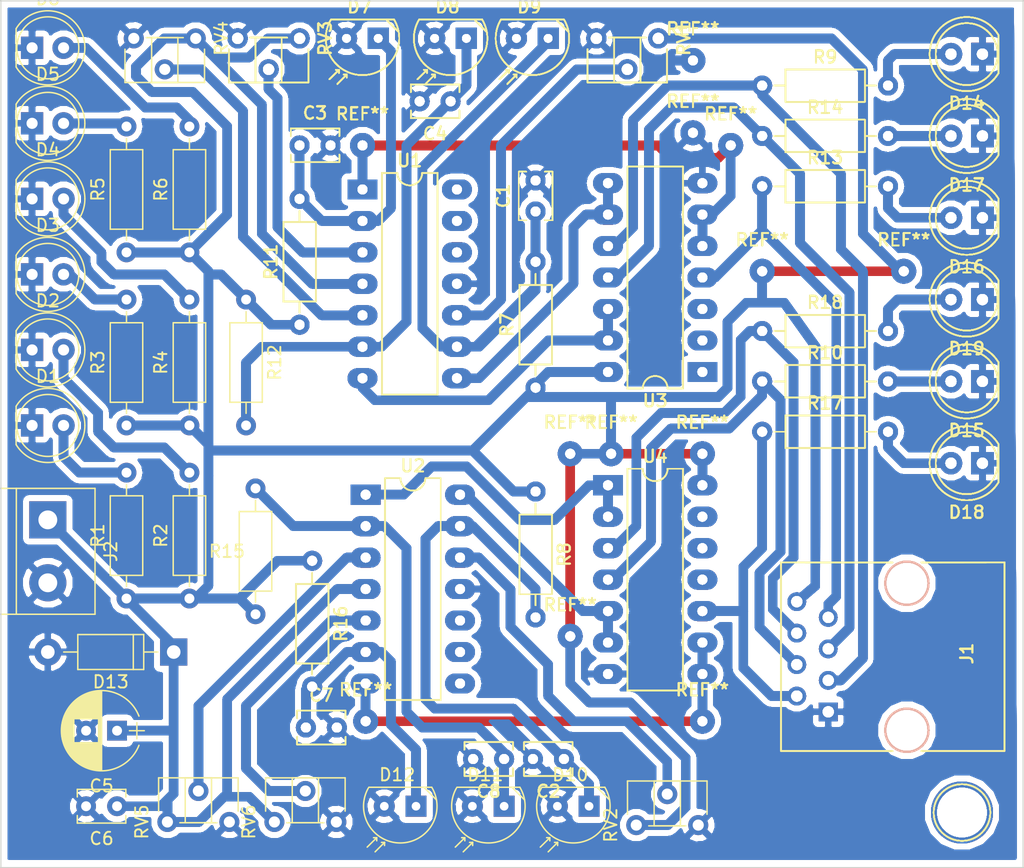
<source format=kicad_pcb>
(kicad_pcb (version 4) (host pcbnew 4.0.6)
  (layers (0 F.Cu signal hide) (31 B.Cu signal) (34 B.Paste user hide) (35 F.Paste user hide) (36 B.SilkS user hide) (37 F.SilkS user hide) (38 B.Mask user hide) (39 F.Mask user hide) (44 Edge.Cuts user))
  (net 0 "")
  (net 1 "Net-(C1-Pad1)")
  (net 2 GND)
  (net 3 "Net-(C2-Pad1)")
  (net 4 "Net-(C3-Pad1)")
  (net 5 "Net-(C4-Pad1)")
  (net 6 +5V)
  (net 7 "Net-(C7-Pad1)")
  (net 8 "Net-(C8-Pad1)")
  (net 9 "Net-(D1-Pad2)")
  (net 10 "Net-(D2-Pad2)")
  (net 11 "Net-(D3-Pad2)")
  (net 12 "Net-(D4-Pad2)")
  (net 13 "Net-(D5-Pad2)")
  (net 14 "Net-(D6-Pad2)")
  (net 15 OUT3)
  (net 16 OUT4)
  (net 17 OUT1)
  (net 18 OUT2)
  (net 19 OUT6)
  (net 20 OUT5)
  (net 21 "Net-(U1-Pad1)")
  (net 22 "Net-(U1-Pad8)")
  (net 23 "Net-(U1-Pad7)")
  (net 24 "Net-(U2-Pad1)")
  (net 25 "Net-(U2-Pad7)")
  (net 26 "Net-(D14-Pad2)")
  (net 27 "Net-(D15-Pad2)")
  (net 28 "Net-(D16-Pad2)")
  (net 29 "Net-(D17-Pad2)")
  (net 30 "Net-(D18-Pad2)")
  (net 31 "Net-(D19-Pad2)")
  (net 32 "Net-(RV1-Pad2)")
  (net 33 "Net-(RV2-Pad2)")
  (net 34 "Net-(RV3-Pad2)")
  (net 35 "Net-(RV4-Pad2)")
  (net 36 "Net-(RV5-Pad2)")
  (net 37 "Net-(RV6-Pad2)")
  (net 38 "Net-(U2-Pad14)")
  (net 39 "Net-(U3-Pad1)")
  (net 40 "Net-(U3-Pad2)")
  (net 41 "Net-(U3-Pad3)")
  (module Potentiometers:Potentiometer_Trimmer_ACP_CA6h_Vertical (layer F.Cu) (at 207.264 25.146 270)
    (fp_text reference RV4 (at 0 -2.06 270) (layer F.SilkS))
    (fp_text value POT_TRIM)
    (pad 3 thru_hole circle (at 0 5 270) (size 1.62 1.62) (drill 0.9) (layers *.Cu *.Mask) (net 2 GND))
    (pad 2 thru_hole circle (at 2.5 2.5 270) (size 1.62 1.62) (drill 0.9) (layers *.Cu *.Mask) (net 35 "Net-(RV4-Pad2)"))
    (pad 1 thru_hole circle (at 0 0 270) (size 1.62 1.62) (drill 0.9) (layers *.Cu *.Mask) (net 6 +5V))
  )
  (module LEDs:LED_D5.0mm (layer F.Cu) (at 194.056 25.908)
    (fp_text reference D6 (at 1.27 -3.96) (layer F.SilkS))
    (fp_text value LED)
    (pad 1 thru_hole rect (at 0 0) (size 1.8 1.8) (drill 0.9) (layers *.Cu *.Mask) (net 2 GND))
    (pad 2 thru_hole circle (at 2.54 0) (size 1.8 1.8) (drill 0.9) (layers *.Cu *.Mask) (net 14 "Net-(D6-Pad2)"))
  )
  (module LEDs:LED_D5.0mm (layer F.Cu) (at 194.056 32.004)
    (fp_text reference D5 (at 1.27 -3.96) (layer F.SilkS))
    (fp_text value LED)
    (pad 1 thru_hole rect (at 0 0) (size 1.8 1.8) (drill 0.9) (layers *.Cu *.Mask) (net 2 GND))
    (pad 2 thru_hole circle (at 2.54 0) (size 1.8 1.8) (drill 0.9) (layers *.Cu *.Mask) (net 13 "Net-(D5-Pad2)"))
  )
  (module Resistors_THT:R_Axial_DIN0207_L6.3mm_D2.5mm_P10.16mm_Horizontal (layer F.Cu) (at 206.756 42.418 90)
    (fp_text reference R6 (at 5.08 -2.31 90) (layer F.SilkS))
    (fp_text value 470R)
    (pad 1 thru_hole circle (at 0 0 90) (size 1.6 1.6) (drill 0.8) (layers *.Cu *.Mask) (net 6 +5V))
    (pad 2 thru_hole oval (at 10.16 0 90) (size 1.6 1.6) (drill 0.8) (layers *.Cu *.Mask) (net 14 "Net-(D6-Pad2)"))
  )
  (module Resistors_THT:R_Axial_DIN0207_L6.3mm_D2.5mm_P10.16mm_Horizontal (layer F.Cu) (at 201.676 42.418 90)
    (fp_text reference R5 (at 5.08 -2.31 90) (layer F.SilkS))
    (fp_text value 470R)
    (pad 1 thru_hole circle (at 0 0 90) (size 1.6 1.6) (drill 0.8) (layers *.Cu *.Mask) (net 6 +5V))
    (pad 2 thru_hole oval (at 10.16 0 90) (size 1.6 1.6) (drill 0.8) (layers *.Cu *.Mask) (net 13 "Net-(D5-Pad2)"))
  )
  (module LEDs:LED_D5.0mm (layer F.Cu) (at 194.056 38.1)
    (fp_text reference D4 (at 1.27 -3.96) (layer F.SilkS))
    (fp_text value LED)
    (pad 1 thru_hole rect (at 0 0) (size 1.8 1.8) (drill 0.9) (layers *.Cu *.Mask) (net 2 GND))
    (pad 2 thru_hole circle (at 2.54 0) (size 1.8 1.8) (drill 0.9) (layers *.Cu *.Mask) (net 12 "Net-(D4-Pad2)"))
  )
  (module LEDs:LED_D5.0mm (layer F.Cu) (at 194.056 44.196)
    (fp_text reference D3 (at 1.27 -3.96) (layer F.SilkS))
    (fp_text value LED)
    (pad 1 thru_hole rect (at 0 0) (size 1.8 1.8) (drill 0.9) (layers *.Cu *.Mask) (net 2 GND))
    (pad 2 thru_hole circle (at 2.54 0) (size 1.8 1.8) (drill 0.9) (layers *.Cu *.Mask) (net 11 "Net-(D3-Pad2)"))
  )
  (module LEDs:LED_D5.0mm (layer F.Cu) (at 194.056 50.292)
    (fp_text reference D2 (at 1.27 -3.96) (layer F.SilkS))
    (fp_text value LED)
    (pad 1 thru_hole rect (at 0 0) (size 1.8 1.8) (drill 0.9) (layers *.Cu *.Mask) (net 2 GND))
    (pad 2 thru_hole circle (at 2.54 0) (size 1.8 1.8) (drill 0.9) (layers *.Cu *.Mask) (net 10 "Net-(D2-Pad2)"))
  )
  (module Resistors_THT:R_Axial_DIN0207_L6.3mm_D2.5mm_P10.16mm_Horizontal (layer F.Cu) (at 201.676 56.388 90)
    (fp_text reference R3 (at 5.08 -2.31 90) (layer F.SilkS))
    (fp_text value 470R)
    (pad 1 thru_hole circle (at 0 0 90) (size 1.6 1.6) (drill 0.8) (layers *.Cu *.Mask) (net 6 +5V))
    (pad 2 thru_hole oval (at 10.16 0 90) (size 1.6 1.6) (drill 0.8) (layers *.Cu *.Mask) (net 11 "Net-(D3-Pad2)"))
  )
  (module Resistors_THT:R_Axial_DIN0207_L6.3mm_D2.5mm_P10.16mm_Horizontal (layer F.Cu) (at 212.09 71.628 90)
    (fp_text reference R15 (at 5.08 -2.31 180) (layer F.SilkS))
    (fp_text value R)
    (pad 1 thru_hole circle (at 0 0 90) (size 1.6 1.6) (drill 0.8) (layers *.Cu *.Mask) (net 6 +5V))
    (pad 2 thru_hole oval (at 10.16 0 90) (size 1.6 1.6) (drill 0.8) (layers *.Cu *.Mask) (net 8 "Net-(C8-Pad1)"))
  )
  (module Resistors_THT:R_Axial_DIN0207_L6.3mm_D2.5mm_P10.16mm_Horizontal (layer F.Cu) (at 211.328 46.228 270)
    (fp_text reference R12 (at 5.08 -2.31 270) (layer F.SilkS))
    (fp_text value R)
    (pad 1 thru_hole circle (at 0 0 270) (size 1.6 1.6) (drill 0.8) (layers *.Cu *.Mask) (net 6 +5V))
    (pad 2 thru_hole oval (at 10.16 0 270) (size 1.6 1.6) (drill 0.8) (layers *.Cu *.Mask) (net 5 "Net-(C4-Pad1)"))
  )
  (module Resistors_THT:R_Axial_DIN0207_L6.3mm_D2.5mm_P10.16mm_Horizontal (layer F.Cu) (at 206.756 56.388 90)
    (fp_text reference R4 (at 5.08 -2.31 90) (layer F.SilkS))
    (fp_text value 470R)
    (pad 1 thru_hole circle (at 0 0 90) (size 1.6 1.6) (drill 0.8) (layers *.Cu *.Mask) (net 6 +5V))
    (pad 2 thru_hole oval (at 10.16 0 90) (size 1.6 1.6) (drill 0.8) (layers *.Cu *.Mask) (net 12 "Net-(D4-Pad2)"))
  )
  (module LEDs:LED_D5.0mm (layer F.Cu) (at 194.056 56.388)
    (fp_text reference D1 (at 1.27 -3.96) (layer F.SilkS))
    (fp_text value LED)
    (pad 1 thru_hole rect (at 0 0) (size 1.8 1.8) (drill 0.9) (layers *.Cu *.Mask) (net 2 GND))
    (pad 2 thru_hole circle (at 2.54 0) (size 1.8 1.8) (drill 0.9) (layers *.Cu *.Mask) (net 9 "Net-(D1-Pad2)"))
  )
  (module Resistors_THT:R_Axial_DIN0207_L6.3mm_D2.5mm_P10.16mm_Horizontal (layer F.Cu) (at 206.756 70.358 90)
    (fp_text reference R2 (at 5.08 -2.31 90) (layer F.SilkS))
    (fp_text value 470R)
    (pad 1 thru_hole circle (at 0 0 90) (size 1.6 1.6) (drill 0.8) (layers *.Cu *.Mask) (net 6 +5V))
    (pad 2 thru_hole oval (at 10.16 0 90) (size 1.6 1.6) (drill 0.8) (layers *.Cu *.Mask) (net 10 "Net-(D2-Pad2)"))
  )
  (module Resistors_THT:R_Axial_DIN0207_L6.3mm_D2.5mm_P10.16mm_Horizontal (layer F.Cu) (at 201.676 70.358 90)
    (fp_text reference R1 (at 5.08 -2.31 90) (layer F.SilkS))
    (fp_text value 470R)
    (pad 1 thru_hole circle (at 0 0 90) (size 1.6 1.6) (drill 0.8) (layers *.Cu *.Mask) (net 6 +5V))
    (pad 2 thru_hole oval (at 10.16 0 90) (size 1.6 1.6) (drill 0.8) (layers *.Cu *.Mask) (net 9 "Net-(D1-Pad2)"))
  )
  (module Connectors_Terminal_Blocks:TerminalBlock_bornier-2_P5.08mm (layer F.Cu) (at 195.326 64.008 270)
    (fp_text reference J2 (at 2.54 -5.08 270) (layer F.SilkS))
    (fp_text value CONN_01X02)
    (pad 1 thru_hole rect (at 0 0 270) (size 3 3) (drill 1.52) (layers *.Cu *.Mask) (net 6 +5V))
    (pad 2 thru_hole circle (at 5.08 0 270) (size 3 3) (drill 1.52) (layers *.Cu *.Mask) (net 2 GND))
  )
  (module Diodes_THT:D_DO-41_SOD81_P10.16mm_Horizontal (layer F.Cu) (at 205.486 74.676 180)
    (fp_text reference D13 (at 5.08 -2.41 180) (layer F.SilkS))
    (fp_text value 1N4007)
    (pad 1 thru_hole rect (at 0 0 180) (size 2.2 2.2) (drill 1.1) (layers *.Cu *.Mask) (net 6 +5V))
    (pad 2 thru_hole oval (at 10.16 0 180) (size 2.2 2.2) (drill 1.1) (layers *.Cu *.Mask) (net 2 GND))
  )
  (module Capacitors_THT:CP_Radial_D6.3mm_P2.50mm (layer F.Cu) (at 200.914 81.026 180)
    (fp_text reference C5 (at 1.25 -4.46 180) (layer F.SilkS))
    (fp_text value 100uF)
    (pad 1 thru_hole rect (at 0 0 180) (size 1.6 1.6) (drill 0.8) (layers *.Cu *.Mask) (net 6 +5V))
    (pad 2 thru_hole circle (at 2.5 0 180) (size 1.6 1.6) (drill 0.8) (layers *.Cu *.Mask) (net 2 GND))
  )
  (module Capacitors_THT:C_Disc_D3.8mm_W2.6mm_P2.50mm (layer F.Cu) (at 200.914 87.122 180)
    (fp_text reference C6 (at 1.25 -2.61 180) (layer F.SilkS))
    (fp_text value 100nF)
    (pad 1 thru_hole circle (at 0 0 180) (size 1.6 1.6) (drill 0.8) (layers *.Cu *.Mask) (net 6 +5V))
    (pad 2 thru_hole circle (at 2.5 0 180) (size 1.6 1.6) (drill 0.8) (layers *.Cu *.Mask) (net 2 GND))
  )
  (module Potentiometers:Potentiometer_Trimmer_ACP_CA6h_Vertical (layer F.Cu) (at 204.978 88.392 90)
    (fp_text reference RV5 (at 0 -2.06 90) (layer F.SilkS))
    (fp_text value POT_TRIM)
    (pad 3 thru_hole circle (at 0 5 90) (size 1.62 1.62) (drill 0.9) (layers *.Cu *.Mask) (net 2 GND))
    (pad 2 thru_hole circle (at 2.5 2.5 90) (size 1.62 1.62) (drill 0.9) (layers *.Cu *.Mask) (net 36 "Net-(RV5-Pad2)"))
    (pad 1 thru_hole circle (at 0 0 90) (size 1.62 1.62) (drill 0.9) (layers *.Cu *.Mask) (net 6 +5V))
  )
  (module Potentiometers:Potentiometer_Trimmer_ACP_CA6h_Vertical (layer F.Cu) (at 213.614 88.392 90)
    (fp_text reference RV6 (at 0 -2.06 90) (layer F.SilkS))
    (fp_text value POT_TRIM)
    (pad 3 thru_hole circle (at 0 5 90) (size 1.62 1.62) (drill 0.9) (layers *.Cu *.Mask) (net 2 GND))
    (pad 2 thru_hole circle (at 2.5 2.5 90) (size 1.62 1.62) (drill 0.9) (layers *.Cu *.Mask) (net 37 "Net-(RV6-Pad2)"))
    (pad 1 thru_hole circle (at 0 0 90) (size 1.62 1.62) (drill 0.9) (layers *.Cu *.Mask) (net 6 +5V))
  )
  (module Opto-Devices:PhotoDiode_SFH205 (layer F.Cu) (at 225.044 87.122 180)
    (fp_text reference D12 (at 1.52 2.54 180) (layer F.SilkS))
    (fp_text value D_Photo)
    (pad 2 thru_hole circle (at 2.56 0) (size 1.7 1.7) (drill 0.7) (layers *.Cu *.Mask) (net 2 GND))
    (pad 1 thru_hole rect (at 0 0) (size 1.7 1.7) (drill 0.7) (layers *.Cu *.Mask) (net 7 "Net-(C7-Pad1)"))
  )
  (module Opto-Devices:PhotoDiode_SFH205 (layer F.Cu) (at 232.156 87.122 180)
    (fp_text reference D11 (at 1.52 2.54 180) (layer F.SilkS))
    (fp_text value D_Photo)
    (pad 2 thru_hole circle (at 2.56 0) (size 1.7 1.7) (drill 0.7) (layers *.Cu *.Mask) (net 2 GND))
    (pad 1 thru_hole rect (at 0 0) (size 1.7 1.7) (drill 0.7) (layers *.Cu *.Mask) (net 8 "Net-(C8-Pad1)"))
  )
  (module Opto-Devices:PhotoDiode_SFH205 (layer F.Cu) (at 239.014 87.122 180)
    (fp_text reference D10 (at 1.52 2.54 180) (layer F.SilkS))
    (fp_text value D_Photo)
    (pad 2 thru_hole circle (at 2.56 0) (size 1.7 1.7) (drill 0.7) (layers *.Cu *.Mask) (net 2 GND))
    (pad 1 thru_hole rect (at 0 0) (size 1.7 1.7) (drill 0.7) (layers *.Cu *.Mask) (net 3 "Net-(C2-Pad1)"))
  )
  (module Potentiometers:Potentiometer_Trimmer_ACP_CA6h_Vertical (layer F.Cu) (at 242.824 88.646 90)
    (fp_text reference RV2 (at 0 -2.06 90) (layer F.SilkS))
    (fp_text value POT_TRIM)
    (pad 3 thru_hole circle (at 0 5 90) (size 1.62 1.62) (drill 0.9) (layers *.Cu *.Mask) (net 2 GND))
    (pad 2 thru_hole circle (at 2.5 2.5 90) (size 1.62 1.62) (drill 0.9) (layers *.Cu *.Mask) (net 33 "Net-(RV2-Pad2)"))
    (pad 1 thru_hole circle (at 0 0 90) (size 1.62 1.62) (drill 0.9) (layers *.Cu *.Mask) (net 6 +5V))
  )
  (module Connectors:1pin (layer F.Cu) (at 269.113 87.63)
    (fp_text reference REF** hide)
    (fp_text value 1pin)
    (pad 1 thru_hole circle (at 0 0) (size 5 5) (drill 4) (layers *.Cu *.Mask))
  )
  (module Resistors_THT:R_Axial_DIN0207_L6.3mm_D2.5mm_P10.16mm_Horizontal (layer F.Cu) (at 252.984 48.768)
    (fp_text reference R18 (at 5.08 -2.31) (layer F.SilkS))
    (fp_text value R)
    (pad 1 thru_hole circle (at 0 0) (size 1.6 1.6) (drill 0.8) (layers *.Cu *.Mask) (net 15 OUT3))
    (pad 2 thru_hole oval (at 10.16 0) (size 1.6 1.6) (drill 0.8) (layers *.Cu *.Mask) (net 31 "Net-(D19-Pad2)"))
  )
  (module Resistors_THT:R_Axial_DIN0207_L6.3mm_D2.5mm_P10.16mm_Horizontal (layer F.Cu) (at 252.984 56.896)
    (fp_text reference R17 (at 5.08 -2.31) (layer F.SilkS))
    (fp_text value R)
    (pad 1 thru_hole circle (at 0 0) (size 1.6 1.6) (drill 0.8) (layers *.Cu *.Mask) (net 19 OUT6))
    (pad 2 thru_hole oval (at 10.16 0) (size 1.6 1.6) (drill 0.8) (layers *.Cu *.Mask) (net 30 "Net-(D18-Pad2)"))
  )
  (module Resistors_THT:R_Axial_DIN0207_L6.3mm_D2.5mm_P10.16mm_Horizontal (layer F.Cu) (at 216.662 67.31 270)
    (fp_text reference R16 (at 5.08 -2.31 270) (layer F.SilkS))
    (fp_text value R)
    (pad 1 thru_hole circle (at 0 0 270) (size 1.6 1.6) (drill 0.8) (layers *.Cu *.Mask) (net 6 +5V))
    (pad 2 thru_hole oval (at 10.16 0 270) (size 1.6 1.6) (drill 0.8) (layers *.Cu *.Mask) (net 7 "Net-(C7-Pad1)"))
  )
  (module Resistors_THT:R_Axial_DIN0207_L6.3mm_D2.5mm_P10.16mm_Horizontal (layer F.Cu) (at 252.984 33.02)
    (fp_text reference R14 (at 5.08 -2.31) (layer F.SilkS))
    (fp_text value R)
    (pad 1 thru_hole circle (at 0 0) (size 1.6 1.6) (drill 0.8) (layers *.Cu *.Mask) (net 16 OUT4))
    (pad 2 thru_hole oval (at 10.16 0) (size 1.6 1.6) (drill 0.8) (layers *.Cu *.Mask) (net 29 "Net-(D17-Pad2)"))
  )
  (module Resistors_THT:R_Axial_DIN0207_L6.3mm_D2.5mm_P10.16mm_Horizontal (layer F.Cu) (at 252.984 37.084)
    (fp_text reference R13 (at 5.08 -2.31) (layer F.SilkS))
    (fp_text value R)
    (pad 1 thru_hole circle (at 0 0) (size 1.6 1.6) (drill 0.8) (layers *.Cu *.Mask) (net 20 OUT5))
    (pad 2 thru_hole oval (at 10.16 0) (size 1.6 1.6) (drill 0.8) (layers *.Cu *.Mask) (net 28 "Net-(D16-Pad2)"))
  )
  (module Resistors_THT:R_Axial_DIN0207_L6.3mm_D2.5mm_P10.16mm_Horizontal (layer F.Cu) (at 215.646 48.26 90)
    (fp_text reference R11 (at 5.08 -2.31 90) (layer F.SilkS))
    (fp_text value R)
    (pad 1 thru_hole circle (at 0 0 90) (size 1.6 1.6) (drill 0.8) (layers *.Cu *.Mask) (net 6 +5V))
    (pad 2 thru_hole oval (at 10.16 0 90) (size 1.6 1.6) (drill 0.8) (layers *.Cu *.Mask) (net 4 "Net-(C3-Pad1)"))
  )
  (module Resistors_THT:R_Axial_DIN0207_L6.3mm_D2.5mm_P10.16mm_Horizontal (layer F.Cu) (at 234.696 61.722 270)
    (fp_text reference R8 (at 5.08 -2.31 270) (layer F.SilkS))
    (fp_text value R)
    (pad 1 thru_hole circle (at 0 0 270) (size 1.6 1.6) (drill 0.8) (layers *.Cu *.Mask) (net 6 +5V))
    (pad 2 thru_hole oval (at 10.16 0 270) (size 1.6 1.6) (drill 0.8) (layers *.Cu *.Mask) (net 3 "Net-(C2-Pad1)"))
  )
  (module Resistors_THT:R_Axial_DIN0207_L6.3mm_D2.5mm_P10.16mm_Horizontal (layer F.Cu) (at 234.696 53.34 90)
    (fp_text reference R7 (at 5.08 -2.31 90) (layer F.SilkS))
    (fp_text value R)
    (pad 1 thru_hole circle (at 0 0 90) (size 1.6 1.6) (drill 0.8) (layers *.Cu *.Mask) (net 6 +5V))
    (pad 2 thru_hole oval (at 10.16 0 90) (size 1.6 1.6) (drill 0.8) (layers *.Cu *.Mask) (net 1 "Net-(C1-Pad1)"))
  )
  (module Housings_DIP:DIP-14_W7.62mm_LongPads (layer F.Cu) (at 240.538 61.214)
    (fp_text reference U4 (at 3.81 -2.33) (layer F.SilkS))
    (fp_text value 4093)
    (pad 1 thru_hole rect (at 0 0) (size 2.4 1.6) (drill 0.8) (layers *.Cu *.Mask) (net 24 "Net-(U2-Pad1)"))
    (pad 8 thru_hole oval (at 7.62 15.24) (size 2.4 1.6) (drill 0.8) (layers *.Cu *.Mask) (net 25 "Net-(U2-Pad7)"))
    (pad 2 thru_hole oval (at 0 2.54) (size 2.4 1.6) (drill 0.8) (layers *.Cu *.Mask) (net 24 "Net-(U2-Pad1)"))
    (pad 9 thru_hole oval (at 7.62 12.7) (size 2.4 1.6) (drill 0.8) (layers *.Cu *.Mask) (net 25 "Net-(U2-Pad7)"))
    (pad 3 thru_hole oval (at 0 5.08) (size 2.4 1.6) (drill 0.8) (layers *.Cu *.Mask) (net 15 OUT3))
    (pad 10 thru_hole oval (at 7.62 10.16) (size 2.4 1.6) (drill 0.8) (layers *.Cu *.Mask) (net 19 OUT6))
    (pad 4 thru_hole oval (at 0 7.62) (size 2.4 1.6) (drill 0.8) (layers *.Cu *.Mask) (net 17 OUT1))
    (pad 11 thru_hole oval (at 7.62 7.62) (size 2.4 1.6) (drill 0.8) (layers *.Cu *.Mask))
    (pad 5 thru_hole oval (at 0 10.16) (size 2.4 1.6) (drill 0.8) (layers *.Cu *.Mask) (net 38 "Net-(U2-Pad14)"))
    (pad 12 thru_hole oval (at 7.62 5.08) (size 2.4 1.6) (drill 0.8) (layers *.Cu *.Mask))
    (pad 6 thru_hole oval (at 0 12.7) (size 2.4 1.6) (drill 0.8) (layers *.Cu *.Mask) (net 38 "Net-(U2-Pad14)"))
    (pad 13 thru_hole oval (at 7.62 2.54) (size 2.4 1.6) (drill 0.8) (layers *.Cu *.Mask))
    (pad 7 thru_hole oval (at 0 15.24) (size 2.4 1.6) (drill 0.8) (layers *.Cu *.Mask) (net 2 GND))
    (pad 14 thru_hole oval (at 7.62 0) (size 2.4 1.6) (drill 0.8) (layers *.Cu *.Mask) (net 6 +5V))
  )
  (module Housings_DIP:DIP-14_W7.62mm_LongPads (layer F.Cu) (at 248.158 52.07 180)
    (fp_text reference U3 (at 3.81 -2.33 180) (layer F.SilkS))
    (fp_text value 4093)
    (pad 1 thru_hole rect (at 0 0 180) (size 2.4 1.6) (drill 0.8) (layers *.Cu *.Mask) (net 39 "Net-(U3-Pad1)"))
    (pad 8 thru_hole oval (at 7.62 15.24 180) (size 2.4 1.6) (drill 0.8) (layers *.Cu *.Mask) (net 22 "Net-(U1-Pad8)"))
    (pad 2 thru_hole oval (at 0 2.54 180) (size 2.4 1.6) (drill 0.8) (layers *.Cu *.Mask) (net 40 "Net-(U3-Pad2)"))
    (pad 9 thru_hole oval (at 7.62 12.7 180) (size 2.4 1.6) (drill 0.8) (layers *.Cu *.Mask) (net 22 "Net-(U1-Pad8)"))
    (pad 3 thru_hole oval (at 0 5.08 180) (size 2.4 1.6) (drill 0.8) (layers *.Cu *.Mask) (net 41 "Net-(U3-Pad3)"))
    (pad 10 thru_hole oval (at 7.62 10.16 180) (size 2.4 1.6) (drill 0.8) (layers *.Cu *.Mask) (net 18 OUT2))
    (pad 4 thru_hole oval (at 0 7.62 180) (size 2.4 1.6) (drill 0.8) (layers *.Cu *.Mask) (net 20 OUT5))
    (pad 11 thru_hole oval (at 7.62 7.62 180) (size 2.4 1.6) (drill 0.8) (layers *.Cu *.Mask) (net 16 OUT4))
    (pad 5 thru_hole oval (at 0 10.16 180) (size 2.4 1.6) (drill 0.8) (layers *.Cu *.Mask) (net 21 "Net-(U1-Pad1)"))
    (pad 12 thru_hole oval (at 7.62 5.08 180) (size 2.4 1.6) (drill 0.8) (layers *.Cu *.Mask) (net 23 "Net-(U1-Pad7)"))
    (pad 6 thru_hole oval (at 0 12.7 180) (size 2.4 1.6) (drill 0.8) (layers *.Cu *.Mask) (net 21 "Net-(U1-Pad1)"))
    (pad 13 thru_hole oval (at 7.62 2.54 180) (size 2.4 1.6) (drill 0.8) (layers *.Cu *.Mask) (net 23 "Net-(U1-Pad7)"))
    (pad 7 thru_hole oval (at 0 15.24 180) (size 2.4 1.6) (drill 0.8) (layers *.Cu *.Mask) (net 2 GND))
    (pad 14 thru_hole oval (at 7.62 0 180) (size 2.4 1.6) (drill 0.8) (layers *.Cu *.Mask) (net 6 +5V))
  )
  (module Housings_DIP:DIP-14_W7.62mm_LongPads (layer F.Cu) (at 220.726 37.338)
    (fp_text reference U1 (at 3.81 -2.33) (layer F.SilkS))
    (fp_text value LM324)
    (pad 1 thru_hole rect (at 0 0) (size 2.4 1.6) (drill 0.8) (layers *.Cu *.Mask) (net 21 "Net-(U1-Pad1)"))
    (pad 8 thru_hole oval (at 7.62 15.24) (size 2.4 1.6) (drill 0.8) (layers *.Cu *.Mask) (net 22 "Net-(U1-Pad8)"))
    (pad 2 thru_hole oval (at 0 2.54) (size 2.4 1.6) (drill 0.8) (layers *.Cu *.Mask) (net 4 "Net-(C3-Pad1)"))
    (pad 9 thru_hole oval (at 7.62 12.7) (size 2.4 1.6) (drill 0.8) (layers *.Cu *.Mask) (net 1 "Net-(C1-Pad1)"))
    (pad 3 thru_hole oval (at 0 5.08) (size 2.4 1.6) (drill 0.8) (layers *.Cu *.Mask) (net 34 "Net-(RV3-Pad2)"))
    (pad 10 thru_hole oval (at 7.62 10.16) (size 2.4 1.6) (drill 0.8) (layers *.Cu *.Mask) (net 32 "Net-(RV1-Pad2)"))
    (pad 4 thru_hole oval (at 0 7.62) (size 2.4 1.6) (drill 0.8) (layers *.Cu *.Mask) (net 6 +5V))
    (pad 11 thru_hole oval (at 7.62 7.62) (size 2.4 1.6) (drill 0.8) (layers *.Cu *.Mask) (net 2 GND))
    (pad 5 thru_hole oval (at 0 10.16) (size 2.4 1.6) (drill 0.8) (layers *.Cu *.Mask) (net 35 "Net-(RV4-Pad2)"))
    (pad 12 thru_hole oval (at 7.62 5.08) (size 2.4 1.6) (drill 0.8) (layers *.Cu *.Mask))
    (pad 6 thru_hole oval (at 0 12.7) (size 2.4 1.6) (drill 0.8) (layers *.Cu *.Mask) (net 5 "Net-(C4-Pad1)"))
    (pad 13 thru_hole oval (at 7.62 2.54) (size 2.4 1.6) (drill 0.8) (layers *.Cu *.Mask))
    (pad 7 thru_hole oval (at 0 15.24) (size 2.4 1.6) (drill 0.8) (layers *.Cu *.Mask) (net 23 "Net-(U1-Pad7)"))
    (pad 14 thru_hole oval (at 7.62 0) (size 2.4 1.6) (drill 0.8) (layers *.Cu *.Mask))
  )
  (module Potentiometers:Potentiometer_Trimmer_ACP_CA6h_Vertical (layer F.Cu) (at 215.646 25.146 270)
    (fp_text reference RV3 (at 0 -2.06 270) (layer F.SilkS))
    (fp_text value POT_TRIM)
    (pad 3 thru_hole circle (at 0 5 270) (size 1.62 1.62) (drill 0.9) (layers *.Cu *.Mask) (net 2 GND))
    (pad 2 thru_hole circle (at 2.5 2.5 270) (size 1.62 1.62) (drill 0.9) (layers *.Cu *.Mask) (net 34 "Net-(RV3-Pad2)"))
    (pad 1 thru_hole circle (at 0 0 270) (size 1.62 1.62) (drill 0.9) (layers *.Cu *.Mask) (net 6 +5V))
  )
  (module Potentiometers:Potentiometer_Trimmer_ACP_CA6h_Vertical (layer F.Cu) (at 244.602 25.146 270)
    (fp_text reference RV1 (at 0 -2.06 270) (layer F.SilkS))
    (fp_text value POT_TRIM)
    (pad 3 thru_hole circle (at 0 5 270) (size 1.62 1.62) (drill 0.9) (layers *.Cu *.Mask) (net 2 GND))
    (pad 2 thru_hole circle (at 2.5 2.5 270) (size 1.62 1.62) (drill 0.9) (layers *.Cu *.Mask) (net 32 "Net-(RV1-Pad2)"))
    (pad 1 thru_hole circle (at 0 0 270) (size 1.62 1.62) (drill 0.9) (layers *.Cu *.Mask) (net 6 +5V))
  )
  (module Resistors_THT:R_Axial_DIN0207_L6.3mm_D2.5mm_P10.16mm_Horizontal (layer F.Cu) (at 252.984 52.832)
    (fp_text reference R10 (at 5.08 -2.31) (layer F.SilkS))
    (fp_text value R)
    (pad 1 thru_hole circle (at 0 0) (size 1.6 1.6) (drill 0.8) (layers *.Cu *.Mask) (net 17 OUT1))
    (pad 2 thru_hole oval (at 10.16 0) (size 1.6 1.6) (drill 0.8) (layers *.Cu *.Mask) (net 27 "Net-(D15-Pad2)"))
  )
  (module Resistors_THT:R_Axial_DIN0207_L6.3mm_D2.5mm_P10.16mm_Horizontal (layer F.Cu) (at 252.984 28.956)
    (fp_text reference R9 (at 5.08 -2.31) (layer F.SilkS))
    (fp_text value R)
    (pad 1 thru_hole circle (at 0 0) (size 1.6 1.6) (drill 0.8) (layers *.Cu *.Mask) (net 18 OUT2))
    (pad 2 thru_hole oval (at 10.16 0) (size 1.6 1.6) (drill 0.8) (layers *.Cu *.Mask) (net 26 "Net-(D14-Pad2)"))
  )
  (module Connectors:RJ45_8 (layer F.Cu) (at 258.318 79.502 90)
    (fp_text reference J1 (at 4.7 11.18 90) (layer F.SilkS))
    (fp_text value RJ45)
    (pad Hole np_thru_hole circle (at 10.38 6.35 90) (size 3.65 3.65) (drill 3.25) (layers *.Cu *.SilkS *.Mask))
    (pad Hole np_thru_hole circle (at -1.49 6.35 90) (size 3.65 3.65) (drill 3.25) (layers *.Cu *.SilkS *.Mask))
    (pad 1 thru_hole rect (at 0 0 90) (size 1.5 1.5) (drill 0.9) (layers *.Cu *.Mask) (net 2 GND))
    (pad 2 thru_hole circle (at 1.27 -2.54 90) (size 1.5 1.5) (drill 0.9) (layers *.Cu *.Mask) (net 19 OUT6))
    (pad 3 thru_hole circle (at 2.54 0 90) (size 1.5 1.5) (drill 0.9) (layers *.Cu *.Mask) (net 18 OUT2))
    (pad 4 thru_hole circle (at 3.81 -2.54 90) (size 1.5 1.5) (drill 0.9) (layers *.Cu *.Mask) (net 17 OUT1))
    (pad 5 thru_hole circle (at 5.08 0 90) (size 1.5 1.5) (drill 0.9) (layers *.Cu *.Mask) (net 16 OUT4))
    (pad 6 thru_hole circle (at 6.35 -2.54 90) (size 1.5 1.5) (drill 0.9) (layers *.Cu *.Mask) (net 15 OUT3))
    (pad 7 thru_hole circle (at 7.62 0 90) (size 1.5 1.5) (drill 0.9) (layers *.Cu *.Mask) (net 20 OUT5))
    (pad 8 thru_hole circle (at 8.89 -2.54 90) (size 1.5 1.5) (drill 0.9) (layers *.Cu *.Mask) (net 6 +5V))
  )
  (module LEDs:LED_D5.0mm (layer F.Cu) (at 270.764 46.228 180)
    (fp_text reference D19 (at 1.27 -3.96 180) (layer F.SilkS))
    (fp_text value LED)
    (pad 1 thru_hole rect (at 0 0 180) (size 1.8 1.8) (drill 0.9) (layers *.Cu *.Mask) (net 2 GND))
    (pad 2 thru_hole circle (at 2.54 0 180) (size 1.8 1.8) (drill 0.9) (layers *.Cu *.Mask) (net 31 "Net-(D19-Pad2)"))
  )
  (module LEDs:LED_D5.0mm (layer F.Cu) (at 270.764 59.436 180)
    (fp_text reference D18 (at 1.27 -3.96 180) (layer F.SilkS))
    (fp_text value LED)
    (pad 1 thru_hole rect (at 0 0 180) (size 1.8 1.8) (drill 0.9) (layers *.Cu *.Mask) (net 2 GND))
    (pad 2 thru_hole circle (at 2.54 0 180) (size 1.8 1.8) (drill 0.9) (layers *.Cu *.Mask) (net 30 "Net-(D18-Pad2)"))
  )
  (module LEDs:LED_D5.0mm (layer F.Cu) (at 270.764 33.02 180)
    (fp_text reference D17 (at 1.27 -3.96 180) (layer F.SilkS))
    (fp_text value LED)
    (pad 1 thru_hole rect (at 0 0 180) (size 1.8 1.8) (drill 0.9) (layers *.Cu *.Mask) (net 2 GND))
    (pad 2 thru_hole circle (at 2.54 0 180) (size 1.8 1.8) (drill 0.9) (layers *.Cu *.Mask) (net 29 "Net-(D17-Pad2)"))
  )
  (module LEDs:LED_D5.0mm (layer F.Cu) (at 270.764 39.624 180)
    (fp_text reference D16 (at 1.27 -3.96 180) (layer F.SilkS))
    (fp_text value LED)
    (pad 1 thru_hole rect (at 0 0 180) (size 1.8 1.8) (drill 0.9) (layers *.Cu *.Mask) (net 2 GND))
    (pad 2 thru_hole circle (at 2.54 0 180) (size 1.8 1.8) (drill 0.9) (layers *.Cu *.Mask) (net 28 "Net-(D16-Pad2)"))
  )
  (module LEDs:LED_D5.0mm (layer F.Cu) (at 270.764 52.832 180)
    (fp_text reference D15 (at 1.27 -3.96 180) (layer F.SilkS))
    (fp_text value LED)
    (pad 1 thru_hole rect (at 0 0 180) (size 1.8 1.8) (drill 0.9) (layers *.Cu *.Mask) (net 2 GND))
    (pad 2 thru_hole circle (at 2.54 0 180) (size 1.8 1.8) (drill 0.9) (layers *.Cu *.Mask) (net 27 "Net-(D15-Pad2)"))
  )
  (module LEDs:LED_D5.0mm (layer F.Cu) (at 270.764 26.416 180)
    (fp_text reference D14 (at 1.27 -3.96 180) (layer F.SilkS))
    (fp_text value LED)
    (pad 1 thru_hole rect (at 0 0 180) (size 1.8 1.8) (drill 0.9) (layers *.Cu *.Mask) (net 2 GND))
    (pad 2 thru_hole circle (at 2.54 0 180) (size 1.8 1.8) (drill 0.9) (layers *.Cu *.Mask) (net 26 "Net-(D14-Pad2)"))
  )
  (module Opto-Devices:PhotoDiode_SFH205 (layer F.Cu) (at 235.712 25.146 180)
    (fp_text reference D9 (at 1.52 2.54 180) (layer F.SilkS))
    (fp_text value D_Photo)
    (pad 2 thru_hole circle (at 2.56 0) (size 1.7 1.7) (drill 0.7) (layers *.Cu *.Mask) (net 2 GND))
    (pad 1 thru_hole rect (at 0 0) (size 1.7 1.7) (drill 0.7) (layers *.Cu *.Mask) (net 1 "Net-(C1-Pad1)"))
  )
  (module Opto-Devices:PhotoDiode_SFH205 (layer F.Cu) (at 229.108 25.146 180)
    (fp_text reference D8 (at 1.52 2.54 180) (layer F.SilkS))
    (fp_text value D_Photo)
    (pad 2 thru_hole circle (at 2.56 0) (size 1.7 1.7) (drill 0.7) (layers *.Cu *.Mask) (net 2 GND))
    (pad 1 thru_hole rect (at 0 0) (size 1.7 1.7) (drill 0.7) (layers *.Cu *.Mask) (net 5 "Net-(C4-Pad1)"))
  )
  (module Opto-Devices:PhotoDiode_SFH205 (layer F.Cu) (at 221.996 25.146 180)
    (fp_text reference D7 (at 1.52 2.54 180) (layer F.SilkS))
    (fp_text value D_Photo)
    (pad 2 thru_hole circle (at 2.56 0) (size 1.7 1.7) (drill 0.7) (layers *.Cu *.Mask) (net 2 GND))
    (pad 1 thru_hole rect (at 0 0) (size 1.7 1.7) (drill 0.7) (layers *.Cu *.Mask) (net 4 "Net-(C3-Pad1)"))
  )
  (module Capacitors_THT:C_Disc_D3.8mm_W2.6mm_P2.50mm (layer F.Cu) (at 232.156 83.312 180)
    (fp_text reference C8 (at 1.25 -2.61 180) (layer F.SilkS))
    (fp_text value 100nF)
    (pad 1 thru_hole circle (at 0 0 180) (size 1.6 1.6) (drill 0.8) (layers *.Cu *.Mask) (net 8 "Net-(C8-Pad1)"))
    (pad 2 thru_hole circle (at 2.5 0 180) (size 1.6 1.6) (drill 0.8) (layers *.Cu *.Mask) (net 2 GND))
  )
  (module Capacitors_THT:C_Disc_D3.8mm_W2.6mm_P2.50mm (layer F.Cu) (at 216.154 80.772)
    (fp_text reference C7 (at 1.25 -2.61) (layer F.SilkS))
    (fp_text value 100nF)
    (pad 1 thru_hole circle (at 0 0) (size 1.6 1.6) (drill 0.8) (layers *.Cu *.Mask) (net 7 "Net-(C7-Pad1)"))
    (pad 2 thru_hole circle (at 2.5 0) (size 1.6 1.6) (drill 0.8) (layers *.Cu *.Mask) (net 2 GND))
  )
  (module Capacitors_THT:C_Disc_D3.8mm_W2.6mm_P2.50mm (layer F.Cu) (at 227.838 30.226 180)
    (fp_text reference C4 (at 1.25 -2.61 180) (layer F.SilkS))
    (fp_text value 100nF)
    (pad 1 thru_hole circle (at 0 0 180) (size 1.6 1.6) (drill 0.8) (layers *.Cu *.Mask) (net 5 "Net-(C4-Pad1)"))
    (pad 2 thru_hole circle (at 2.5 0 180) (size 1.6 1.6) (drill 0.8) (layers *.Cu *.Mask) (net 2 GND))
  )
  (module Capacitors_THT:C_Disc_D3.8mm_W2.6mm_P2.50mm (layer F.Cu) (at 215.646 33.782)
    (fp_text reference C3 (at 1.25 -2.61) (layer F.SilkS))
    (fp_text value 100nF)
    (pad 1 thru_hole circle (at 0 0) (size 1.6 1.6) (drill 0.8) (layers *.Cu *.Mask) (net 4 "Net-(C3-Pad1)"))
    (pad 2 thru_hole circle (at 2.5 0) (size 1.6 1.6) (drill 0.8) (layers *.Cu *.Mask) (net 2 GND))
  )
  (module Capacitors_THT:C_Disc_D3.8mm_W2.6mm_P2.50mm (layer F.Cu) (at 236.982 83.312 180)
    (fp_text reference C2 (at 1.25 -2.61 180) (layer F.SilkS))
    (fp_text value 100nF)
    (pad 1 thru_hole circle (at 0 0 180) (size 1.6 1.6) (drill 0.8) (layers *.Cu *.Mask) (net 3 "Net-(C2-Pad1)"))
    (pad 2 thru_hole circle (at 2.5 0 180) (size 1.6 1.6) (drill 0.8) (layers *.Cu *.Mask) (net 2 GND))
  )
  (module Capacitors_THT:C_Disc_D3.8mm_W2.6mm_P2.50mm (layer F.Cu) (at 234.696 39.116 90)
    (fp_text reference C1 (at 1.25 -2.61 90) (layer F.SilkS))
    (fp_text value 100nF)
    (pad 1 thru_hole circle (at 0 0 90) (size 1.6 1.6) (drill 0.8) (layers *.Cu *.Mask) (net 1 "Net-(C1-Pad1)"))
    (pad 2 thru_hole circle (at 2.5 0 90) (size 1.6 1.6) (drill 0.8) (layers *.Cu *.Mask) (net 2 GND))
  )
  (module Wire_Pads:SolderWirePad_single_0-8mmDrill (layer F.Cu) (at 247.396 32.766)
    (fp_text reference REF** (at 0 -2.54) (layer F.SilkS))
    (fp_text value SolderWirePad_single_0-8mmDrill)
    (pad 1 thru_hole circle (at 0 0) (size 1.99898 1.99898) (drill 0.8001) (layers *.Cu *.Mask) (net 2 GND))
  )
  (module Wire_Pads:SolderWirePad_single_0-8mmDrill (layer F.Cu) (at 247.396 26.924)
    (fp_text reference REF** (at 0 -2.54) (layer F.SilkS))
    (fp_text value SolderWirePad_single_0-8mmDrill)
    (pad 1 thru_hole circle (at 0 0) (size 1.99898 1.99898) (drill 0.8001) (layers *.Cu *.Mask) (net 2 GND))
  )
  (module Wire_Pads:SolderWirePad_single_0-8mmDrill (layer F.Cu) (at 237.49 73.406)
    (fp_text reference REF** (at 0 -2.54) (layer F.SilkS))
    (fp_text value SolderWirePad_single_0-8mmDrill)
    (pad 1 thru_hole circle (at 0 0) (size 1.99898 1.99898) (drill 0.8001) (layers *.Cu *.Mask) (net 6 +5V))
  )
  (module Wire_Pads:SolderWirePad_single_0-8mmDrill (layer F.Cu) (at 237.49 58.674)
    (fp_text reference REF** (at 0 -2.54) (layer F.SilkS))
    (fp_text value SolderWirePad_single_0-8mmDrill)
    (pad 1 thru_hole circle (at 0 0) (size 1.99898 1.99898) (drill 0.8001) (layers *.Cu *.Mask) (net 6 +5V))
  )
  (module Wire_Pads:SolderWirePad_single_0-8mmDrill (layer F.Cu) (at 264.414 43.942)
    (fp_text reference REF** (at 0 -2.54) (layer F.SilkS))
    (fp_text value SolderWirePad_single_0-8mmDrill)
    (pad 1 thru_hole circle (at 0 0) (size 1.99898 1.99898) (drill 0.8001) (layers *.Cu *.Mask) (net 6 +5V))
  )
  (module Wire_Pads:SolderWirePad_single_0-8mmDrill (layer F.Cu) (at 252.984 43.942)
    (fp_text reference REF** (at 0 -2.54) (layer F.SilkS))
    (fp_text value SolderWirePad_single_0-8mmDrill)
    (pad 1 thru_hole circle (at 0 0) (size 1.99898 1.99898) (drill 0.8001) (layers *.Cu *.Mask) (net 6 +5V))
  )
  (module Wire_Pads:SolderWirePad_single_0-8mmDrill (layer F.Cu) (at 248.158 80.264)
    (fp_text reference REF** (at 0 -2.54) (layer F.SilkS))
    (fp_text value SolderWirePad_single_0-8mmDrill)
    (pad 1 thru_hole circle (at 0 0) (size 1.99898 1.99898) (drill 0.8001) (layers *.Cu *.Mask) (net 25 "Net-(U2-Pad7)"))
  )
  (module Wire_Pads:SolderWirePad_single_0-8mmDrill (layer F.Cu) (at 220.98 80.264)
    (fp_text reference REF** (at 0 -2.54) (layer F.SilkS))
    (fp_text value SolderWirePad_single_0-8mmDrill)
    (pad 1 thru_hole circle (at 0 0) (size 1.99898 1.99898) (drill 0.8001) (layers *.Cu *.Mask) (net 25 "Net-(U2-Pad7)"))
  )
  (module Wire_Pads:SolderWirePad_single_0-8mmDrill (layer F.Cu) (at 250.444 33.782)
    (fp_text reference REF** (at 0 -2.54) (layer F.SilkS))
    (fp_text value SolderWirePad_single_0-8mmDrill)
    (pad 1 thru_hole circle (at 0 0) (size 1.99898 1.99898) (drill 0.8001) (layers *.Cu *.Mask) (net 21 "Net-(U1-Pad1)"))
  )
  (module Wire_Pads:SolderWirePad_single_0-8mmDrill (layer F.Cu) (at 220.726 33.782)
    (fp_text reference REF** (at 0 -2.54) (layer F.SilkS))
    (fp_text value SolderWirePad_single_0-8mmDrill)
    (pad 1 thru_hole circle (at 0 0) (size 1.99898 1.99898) (drill 0.8001) (layers *.Cu *.Mask) (net 21 "Net-(U1-Pad1)"))
  )
  (module Wire_Pads:SolderWirePad_single_0-8mmDrill (layer F.Cu) (at 248.158 58.674)
    (fp_text reference REF** (at 0 -2.54) (layer F.SilkS))
    (fp_text value SolderWirePad_single_0-8mmDrill)
    (pad 1 thru_hole circle (at 0 0) (size 1.99898 1.99898) (drill 0.8001) (layers *.Cu *.Mask) (net 6 +5V))
  )
  (module Wire_Pads:SolderWirePad_single_0-8mmDrill (layer F.Cu) (at 240.792 58.674)
    (fp_text reference REF** (at 0 -2.54) (layer F.SilkS))
    (fp_text value SolderWirePad_single_0-8mmDrill)
    (pad 1 thru_hole circle (at 0 0) (size 1.99898 1.99898) (drill 0.8001) (layers *.Cu *.Mask) (net 6 +5V))
  )
  (module Wire_Pads:SolderWirePad_single_0-8mmDrill (layer F.Cu) (at 240.792 58.674)
    (fp_text reference REF** (at 0 -2.54) (layer F.SilkS))
    (fp_text value SolderWirePad_single_0-8mmDrill)
    (pad 1 thru_hole circle (at 0 0) (size 1.99898 1.99898) (drill 0.8001) (layers *.Cu *.Mask) (net 6 +5V))
  )
  (module Wire_Pads:SolderWirePad_single_0-8mmDrill (layer F.Cu) (at 248.158 58.674)
    (fp_text reference REF** (at 0 -2.54) (layer F.SilkS))
    (fp_text value SolderWirePad_single_0-8mmDrill)
    (pad 1 thru_hole circle (at 0 0) (size 1.99898 1.99898) (drill 0.8001) (layers *.Cu *.Mask) (net 6 +5V))
  )
  (module Wire_Pads:SolderWirePad_single_0-8mmDrill (layer F.Cu) (at 220.726 33.782)
    (fp_text reference REF** (at 0 -2.54) (layer F.SilkS))
    (fp_text value SolderWirePad_single_0-8mmDrill)
    (pad 1 thru_hole circle (at 0 0) (size 1.99898 1.99898) (drill 0.8001) (layers *.Cu *.Mask) (net 21 "Net-(U1-Pad1)"))
  )
  (module Wire_Pads:SolderWirePad_single_0-8mmDrill (layer F.Cu) (at 250.444 33.782)
    (fp_text reference REF** (at 0 -2.54) (layer F.SilkS))
    (fp_text value SolderWirePad_single_0-8mmDrill)
    (pad 1 thru_hole circle (at 0 0) (size 1.99898 1.99898) (drill 0.8001) (layers *.Cu *.Mask) (net 21 "Net-(U1-Pad1)"))
  )
  (module Wire_Pads:SolderWirePad_single_0-8mmDrill (layer F.Cu) (at 220.98 80.264)
    (fp_text reference REF** (at 0 -2.54) (layer F.SilkS))
    (fp_text value SolderWirePad_single_0-8mmDrill)
    (pad 1 thru_hole circle (at 0 0) (size 1.99898 1.99898) (drill 0.8001) (layers *.Cu *.Mask) (net 25 "Net-(U2-Pad7)"))
  )
  (module Wire_Pads:SolderWirePad_single_0-8mmDrill (layer F.Cu) (at 248.158 80.264)
    (fp_text reference REF** (at 0 -2.54) (layer F.SilkS))
    (fp_text value SolderWirePad_single_0-8mmDrill)
    (pad 1 thru_hole circle (at 0 0) (size 1.99898 1.99898) (drill 0.8001) (layers *.Cu *.Mask) (net 25 "Net-(U2-Pad7)"))
  )
  (module Wire_Pads:SolderWirePad_single_0-8mmDrill (layer F.Cu) (at 252.984 43.942)
    (fp_text reference REF** (at 0 -2.54) (layer F.SilkS))
    (fp_text value SolderWirePad_single_0-8mmDrill)
    (pad 1 thru_hole circle (at 0 0) (size 1.99898 1.99898) (drill 0.8001) (layers *.Cu *.Mask) (net 6 +5V))
  )
  (module Wire_Pads:SolderWirePad_single_0-8mmDrill (layer F.Cu) (at 264.414 43.942)
    (fp_text reference REF** (at 0 -2.54) (layer F.SilkS))
    (fp_text value SolderWirePad_single_0-8mmDrill)
    (pad 1 thru_hole circle (at 0 0) (size 1.99898 1.99898) (drill 0.8001) (layers *.Cu *.Mask) (net 6 +5V))
  )
  (module Wire_Pads:SolderWirePad_single_0-8mmDrill (layer F.Cu) (at 237.49 58.674)
    (fp_text reference REF** (at 0 -2.54) (layer F.SilkS))
    (fp_text value SolderWirePad_single_0-8mmDrill)
    (pad 1 thru_hole circle (at 0 0) (size 1.99898 1.99898) (drill 0.8001) (layers *.Cu *.Mask) (net 6 +5V))
  )
  (module Wire_Pads:SolderWirePad_single_0-8mmDrill (layer F.Cu) (at 237.49 73.406)
    (fp_text reference REF** (at 0 -2.54) (layer F.SilkS))
    (fp_text value SolderWirePad_single_0-8mmDrill)
    (pad 1 thru_hole circle (at 0 0) (size 1.99898 1.99898) (drill 0.8001) (layers *.Cu *.Mask) (net 6 +5V))
  )
  (module Wire_Pads:SolderWirePad_single_0-8mmDrill (layer F.Cu) (at 247.396 26.924)
    (fp_text reference REF** (at 0 -2.54) (layer F.SilkS))
    (fp_text value SolderWirePad_single_0-8mmDrill)
    (pad 1 thru_hole circle (at 0 0) (size 1.99898 1.99898) (drill 0.8001) (layers *.Cu *.Mask) (net 2 GND))
  )
  (module Wire_Pads:SolderWirePad_single_0-8mmDrill (layer F.Cu) (at 247.396 32.766)
    (fp_text reference REF** (at 0 -2.54) (layer F.SilkS))
    (fp_text value SolderWirePad_single_0-8mmDrill)
    (pad 1 thru_hole circle (at 0 0) (size 1.99898 1.99898) (drill 0.8001) (layers *.Cu *.Mask) (net 2 GND))
  )
  (module Capacitors_THT:C_Disc_D3.8mm_W2.6mm_P2.50mm (layer F.Cu) (at 234.696 39.116 90)
    (fp_text reference C1 (at 1.25 -2.61 90) (layer F.SilkS))
    (fp_text value 100nF)
    (pad 1 thru_hole circle (at 0 0 90) (size 1.6 1.6) (drill 0.8) (layers *.Cu *.Mask) (net 1 "Net-(C1-Pad1)"))
    (pad 2 thru_hole circle (at 2.5 0 90) (size 1.6 1.6) (drill 0.8) (layers *.Cu *.Mask) (net 2 GND))
  )
  (module Capacitors_THT:C_Disc_D3.8mm_W2.6mm_P2.50mm (layer F.Cu) (at 236.982 83.312 180)
    (fp_text reference C2 (at 1.25 -2.61 180) (layer F.SilkS))
    (fp_text value 100nF)
    (pad 1 thru_hole circle (at 0 0 180) (size 1.6 1.6) (drill 0.8) (layers *.Cu *.Mask) (net 3 "Net-(C2-Pad1)"))
    (pad 2 thru_hole circle (at 2.5 0 180) (size 1.6 1.6) (drill 0.8) (layers *.Cu *.Mask) (net 2 GND))
  )
  (module Capacitors_THT:C_Disc_D3.8mm_W2.6mm_P2.50mm (layer F.Cu) (at 215.646 33.782)
    (fp_text reference C3 (at 1.25 -2.61) (layer F.SilkS))
    (fp_text value 100nF)
    (pad 1 thru_hole circle (at 0 0) (size 1.6 1.6) (drill 0.8) (layers *.Cu *.Mask) (net 4 "Net-(C3-Pad1)"))
    (pad 2 thru_hole circle (at 2.5 0) (size 1.6 1.6) (drill 0.8) (layers *.Cu *.Mask) (net 2 GND))
  )
  (module Capacitors_THT:C_Disc_D3.8mm_W2.6mm_P2.50mm (layer F.Cu) (at 227.838 30.226 180)
    (fp_text reference C4 (at 1.25 -2.61 180) (layer F.SilkS))
    (fp_text value 100nF)
    (pad 1 thru_hole circle (at 0 0 180) (size 1.6 1.6) (drill 0.8) (layers *.Cu *.Mask) (net 5 "Net-(C4-Pad1)"))
    (pad 2 thru_hole circle (at 2.5 0 180) (size 1.6 1.6) (drill 0.8) (layers *.Cu *.Mask) (net 2 GND))
  )
  (module Capacitors_THT:C_Disc_D3.8mm_W2.6mm_P2.50mm (layer F.Cu) (at 216.154 80.772)
    (fp_text reference C7 (at 1.25 -2.61) (layer F.SilkS))
    (fp_text value 100nF)
    (pad 1 thru_hole circle (at 0 0) (size 1.6 1.6) (drill 0.8) (layers *.Cu *.Mask) (net 7 "Net-(C7-Pad1)"))
    (pad 2 thru_hole circle (at 2.5 0) (size 1.6 1.6) (drill 0.8) (layers *.Cu *.Mask) (net 2 GND))
  )
  (module Capacitors_THT:C_Disc_D3.8mm_W2.6mm_P2.50mm (layer F.Cu) (at 232.156 83.312 180)
    (fp_text reference C8 (at 1.25 -2.61 180) (layer F.SilkS))
    (fp_text value 100nF)
    (pad 1 thru_hole circle (at 0 0 180) (size 1.6 1.6) (drill 0.8) (layers *.Cu *.Mask) (net 8 "Net-(C8-Pad1)"))
    (pad 2 thru_hole circle (at 2.5 0 180) (size 1.6 1.6) (drill 0.8) (layers *.Cu *.Mask) (net 2 GND))
  )
  (module Opto-Devices:PhotoDiode_SFH205 (layer F.Cu) (at 221.996 25.146 180)
    (fp_text reference D7 (at 1.52 2.54 180) (layer F.SilkS))
    (fp_text value D_Photo)
    (pad 2 thru_hole circle (at 2.56 0) (size 1.7 1.7) (drill 0.7) (layers *.Cu *.Mask) (net 2 GND))
    (pad 1 thru_hole rect (at 0 0) (size 1.7 1.7) (drill 0.7) (layers *.Cu *.Mask) (net 4 "Net-(C3-Pad1)"))
  )
  (module Opto-Devices:PhotoDiode_SFH205 (layer F.Cu) (at 229.108 25.146 180)
    (fp_text reference D8 (at 1.52 2.54 180) (layer F.SilkS))
    (fp_text value D_Photo)
    (pad 2 thru_hole circle (at 2.56 0) (size 1.7 1.7) (drill 0.7) (layers *.Cu *.Mask) (net 2 GND))
    (pad 1 thru_hole rect (at 0 0) (size 1.7 1.7) (drill 0.7) (layers *.Cu *.Mask) (net 5 "Net-(C4-Pad1)"))
  )
  (module Opto-Devices:PhotoDiode_SFH205 (layer F.Cu) (at 235.712 25.146 180)
    (fp_text reference D9 (at 1.52 2.54 180) (layer F.SilkS))
    (fp_text value D_Photo)
    (pad 2 thru_hole circle (at 2.56 0) (size 1.7 1.7) (drill 0.7) (layers *.Cu *.Mask) (net 2 GND))
    (pad 1 thru_hole rect (at 0 0) (size 1.7 1.7) (drill 0.7) (layers *.Cu *.Mask) (net 1 "Net-(C1-Pad1)"))
  )
  (module LEDs:LED_D5.0mm (layer F.Cu) (at 270.764 26.416 180)
    (fp_text reference D14 (at 1.27 -3.96 180) (layer F.SilkS))
    (fp_text value LED)
    (pad 1 thru_hole rect (at 0 0 180) (size 1.8 1.8) (drill 0.9) (layers *.Cu *.Mask) (net 2 GND))
    (pad 2 thru_hole circle (at 2.54 0 180) (size 1.8 1.8) (drill 0.9) (layers *.Cu *.Mask) (net 26 "Net-(D14-Pad2)"))
  )
  (module LEDs:LED_D5.0mm (layer F.Cu) (at 270.764 52.832 180)
    (fp_text reference D15 (at 1.27 -3.96 180) (layer F.SilkS))
    (fp_text value LED)
    (pad 1 thru_hole rect (at 0 0 180) (size 1.8 1.8) (drill 0.9) (layers *.Cu *.Mask) (net 2 GND))
    (pad 2 thru_hole circle (at 2.54 0 180) (size 1.8 1.8) (drill 0.9) (layers *.Cu *.Mask) (net 27 "Net-(D15-Pad2)"))
  )
  (module LEDs:LED_D5.0mm (layer F.Cu) (at 270.764 39.624 180)
    (fp_text reference D16 (at 1.27 -3.96 180) (layer F.SilkS))
    (fp_text value LED)
    (pad 1 thru_hole rect (at 0 0 180) (size 1.8 1.8) (drill 0.9) (layers *.Cu *.Mask) (net 2 GND))
    (pad 2 thru_hole circle (at 2.54 0 180) (size 1.8 1.8) (drill 0.9) (layers *.Cu *.Mask) (net 28 "Net-(D16-Pad2)"))
  )
  (module LEDs:LED_D5.0mm (layer F.Cu) (at 270.764 33.02 180)
    (fp_text reference D17 (at 1.27 -3.96 180) (layer F.SilkS))
    (fp_text value LED)
    (pad 1 thru_hole rect (at 0 0 180) (size 1.8 1.8) (drill 0.9) (layers *.Cu *.Mask) (net 2 GND))
    (pad 2 thru_hole circle (at 2.54 0 180) (size 1.8 1.8) (drill 0.9) (layers *.Cu *.Mask) (net 29 "Net-(D17-Pad2)"))
  )
  (module LEDs:LED_D5.0mm (layer F.Cu) (at 270.764 59.436 180)
    (fp_text reference D18 (at 1.27 -3.96 180) (layer F.SilkS))
    (fp_text value LED)
    (pad 1 thru_hole rect (at 0 0 180) (size 1.8 1.8) (drill 0.9) (layers *.Cu *.Mask) (net 2 GND))
    (pad 2 thru_hole circle (at 2.54 0 180) (size 1.8 1.8) (drill 0.9) (layers *.Cu *.Mask) (net 30 "Net-(D18-Pad2)"))
  )
  (module LEDs:LED_D5.0mm (layer F.Cu) (at 270.764 46.228 180)
    (fp_text reference D19 (at 1.27 -3.96 180) (layer F.SilkS))
    (fp_text value LED)
    (pad 1 thru_hole rect (at 0 0 180) (size 1.8 1.8) (drill 0.9) (layers *.Cu *.Mask) (net 2 GND))
    (pad 2 thru_hole circle (at 2.54 0 180) (size 1.8 1.8) (drill 0.9) (layers *.Cu *.Mask) (net 31 "Net-(D19-Pad2)"))
  )
  (module Connectors:RJ45_8 (layer F.Cu) (at 258.318 79.502 90)
    (fp_text reference J1 (at 4.7 11.18 90) (layer F.SilkS))
    (fp_text value RJ45)
    (pad Hole np_thru_hole circle (at 10.38 6.35 90) (size 3.65 3.65) (drill 3.25) (layers *.Cu *.SilkS *.Mask))
    (pad Hole np_thru_hole circle (at -1.49 6.35 90) (size 3.65 3.65) (drill 3.25) (layers *.Cu *.SilkS *.Mask))
    (pad 1 thru_hole rect (at 0 0 90) (size 1.5 1.5) (drill 0.9) (layers *.Cu *.Mask) (net 2 GND))
    (pad 2 thru_hole circle (at 1.27 -2.54 90) (size 1.5 1.5) (drill 0.9) (layers *.Cu *.Mask) (net 19 OUT6))
    (pad 3 thru_hole circle (at 2.54 0 90) (size 1.5 1.5) (drill 0.9) (layers *.Cu *.Mask) (net 18 OUT2))
    (pad 4 thru_hole circle (at 3.81 -2.54 90) (size 1.5 1.5) (drill 0.9) (layers *.Cu *.Mask) (net 17 OUT1))
    (pad 5 thru_hole circle (at 5.08 0 90) (size 1.5 1.5) (drill 0.9) (layers *.Cu *.Mask) (net 16 OUT4))
    (pad 6 thru_hole circle (at 6.35 -2.54 90) (size 1.5 1.5) (drill 0.9) (layers *.Cu *.Mask) (net 15 OUT3))
    (pad 7 thru_hole circle (at 7.62 0 90) (size 1.5 1.5) (drill 0.9) (layers *.Cu *.Mask) (net 20 OUT5))
    (pad 8 thru_hole circle (at 8.89 -2.54 90) (size 1.5 1.5) (drill 0.9) (layers *.Cu *.Mask) (net 6 +5V))
  )
  (module Resistors_THT:R_Axial_DIN0207_L6.3mm_D2.5mm_P10.16mm_Horizontal (layer F.Cu) (at 252.984 28.956)
    (fp_text reference R9 (at 5.08 -2.31) (layer F.SilkS))
    (fp_text value R)
    (pad 1 thru_hole circle (at 0 0) (size 1.6 1.6) (drill 0.8) (layers *.Cu *.Mask) (net 18 OUT2))
    (pad 2 thru_hole oval (at 10.16 0) (size 1.6 1.6) (drill 0.8) (layers *.Cu *.Mask) (net 26 "Net-(D14-Pad2)"))
  )
  (module Resistors_THT:R_Axial_DIN0207_L6.3mm_D2.5mm_P10.16mm_Horizontal (layer F.Cu) (at 252.984 52.832)
    (fp_text reference R10 (at 5.08 -2.31) (layer F.SilkS))
    (fp_text value R)
    (pad 1 thru_hole circle (at 0 0) (size 1.6 1.6) (drill 0.8) (layers *.Cu *.Mask) (net 17 OUT1))
    (pad 2 thru_hole oval (at 10.16 0) (size 1.6 1.6) (drill 0.8) (layers *.Cu *.Mask) (net 27 "Net-(D15-Pad2)"))
  )
  (module Potentiometers:Potentiometer_Trimmer_ACP_CA6h_Vertical (layer F.Cu) (at 244.602 25.146 270)
    (fp_text reference RV1 (at 0 -2.06 270) (layer F.SilkS))
    (fp_text value POT_TRIM)
    (pad 3 thru_hole circle (at 0 5 270) (size 1.62 1.62) (drill 0.9) (layers *.Cu *.Mask) (net 2 GND))
    (pad 2 thru_hole circle (at 2.5 2.5 270) (size 1.62 1.62) (drill 0.9) (layers *.Cu *.Mask) (net 32 "Net-(RV1-Pad2)"))
    (pad 1 thru_hole circle (at 0 0 270) (size 1.62 1.62) (drill 0.9) (layers *.Cu *.Mask) (net 6 +5V))
  )
  (module Potentiometers:Potentiometer_Trimmer_ACP_CA6h_Vertical (layer F.Cu) (at 215.646 25.146 270)
    (fp_text reference RV3 (at 0 -2.06 270) (layer F.SilkS))
    (fp_text value POT_TRIM)
    (pad 3 thru_hole circle (at 0 5 270) (size 1.62 1.62) (drill 0.9) (layers *.Cu *.Mask) (net 2 GND))
    (pad 2 thru_hole circle (at 2.5 2.5 270) (size 1.62 1.62) (drill 0.9) (layers *.Cu *.Mask) (net 34 "Net-(RV3-Pad2)"))
    (pad 1 thru_hole circle (at 0 0 270) (size 1.62 1.62) (drill 0.9) (layers *.Cu *.Mask) (net 6 +5V))
  )
  (module Housings_DIP:DIP-14_W7.62mm_LongPads (layer F.Cu) (at 220.726 37.338)
    (fp_text reference U1 (at 3.81 -2.33) (layer F.SilkS))
    (fp_text value LM324)
    (pad 1 thru_hole rect (at 0 0) (size 2.4 1.6) (drill 0.8) (layers *.Cu *.Mask) (net 21 "Net-(U1-Pad1)"))
    (pad 8 thru_hole oval (at 7.62 15.24) (size 2.4 1.6) (drill 0.8) (layers *.Cu *.Mask) (net 22 "Net-(U1-Pad8)"))
    (pad 2 thru_hole oval (at 0 2.54) (size 2.4 1.6) (drill 0.8) (layers *.Cu *.Mask) (net 4 "Net-(C3-Pad1)"))
    (pad 9 thru_hole oval (at 7.62 12.7) (size 2.4 1.6) (drill 0.8) (layers *.Cu *.Mask) (net 1 "Net-(C1-Pad1)"))
    (pad 3 thru_hole oval (at 0 5.08) (size 2.4 1.6) (drill 0.8) (layers *.Cu *.Mask) (net 34 "Net-(RV3-Pad2)"))
    (pad 10 thru_hole oval (at 7.62 10.16) (size 2.4 1.6) (drill 0.8) (layers *.Cu *.Mask) (net 32 "Net-(RV1-Pad2)"))
    (pad 4 thru_hole oval (at 0 7.62) (size 2.4 1.6) (drill 0.8) (layers *.Cu *.Mask) (net 6 +5V))
    (pad 11 thru_hole oval (at 7.62 7.62) (size 2.4 1.6) (drill 0.8) (layers *.Cu *.Mask) (net 2 GND))
    (pad 5 thru_hole oval (at 0 10.16) (size 2.4 1.6) (drill 0.8) (layers *.Cu *.Mask) (net 35 "Net-(RV4-Pad2)"))
    (pad 12 thru_hole oval (at 7.62 5.08) (size 2.4 1.6) (drill 0.8) (layers *.Cu *.Mask))
    (pad 6 thru_hole oval (at 0 12.7) (size 2.4 1.6) (drill 0.8) (layers *.Cu *.Mask) (net 5 "Net-(C4-Pad1)"))
    (pad 13 thru_hole oval (at 7.62 2.54) (size 2.4 1.6) (drill 0.8) (layers *.Cu *.Mask))
    (pad 7 thru_hole oval (at 0 15.24) (size 2.4 1.6) (drill 0.8) (layers *.Cu *.Mask) (net 23 "Net-(U1-Pad7)"))
    (pad 14 thru_hole oval (at 7.62 0) (size 2.4 1.6) (drill 0.8) (layers *.Cu *.Mask))
  )
  (module Housings_DIP:DIP-14_W7.62mm_LongPads (layer F.Cu) (at 220.98 61.976)
    (fp_text reference U2 (at 3.81 -2.33) (layer F.SilkS))
    (fp_text value LM324)
    (pad 1 thru_hole rect (at 0 0) (size 2.4 1.6) (drill 0.8) (layers *.Cu *.Mask) (net 24 "Net-(U2-Pad1)"))
    (pad 8 thru_hole oval (at 7.62 15.24) (size 2.4 1.6) (drill 0.8) (layers *.Cu *.Mask))
    (pad 2 thru_hole oval (at 0 2.54) (size 2.4 1.6) (drill 0.8) (layers *.Cu *.Mask) (net 8 "Net-(C8-Pad1)"))
    (pad 9 thru_hole oval (at 7.62 12.7) (size 2.4 1.6) (drill 0.8) (layers *.Cu *.Mask))
    (pad 3 thru_hole oval (at 0 5.08) (size 2.4 1.6) (drill 0.8) (layers *.Cu *.Mask) (net 36 "Net-(RV5-Pad2)"))
    (pad 10 thru_hole oval (at 7.62 10.16) (size 2.4 1.6) (drill 0.8) (layers *.Cu *.Mask))
    (pad 4 thru_hole oval (at 0 7.62) (size 2.4 1.6) (drill 0.8) (layers *.Cu *.Mask) (net 6 +5V))
    (pad 11 thru_hole oval (at 7.62 7.62) (size 2.4 1.6) (drill 0.8) (layers *.Cu *.Mask) (net 2 GND))
    (pad 5 thru_hole oval (at 0 10.16) (size 2.4 1.6) (drill 0.8) (layers *.Cu *.Mask) (net 37 "Net-(RV6-Pad2)"))
    (pad 12 thru_hole oval (at 7.62 5.08) (size 2.4 1.6) (drill 0.8) (layers *.Cu *.Mask) (net 33 "Net-(RV2-Pad2)"))
    (pad 6 thru_hole oval (at 0 12.7) (size 2.4 1.6) (drill 0.8) (layers *.Cu *.Mask) (net 7 "Net-(C7-Pad1)"))
    (pad 13 thru_hole oval (at 7.62 2.54) (size 2.4 1.6) (drill 0.8) (layers *.Cu *.Mask) (net 3 "Net-(C2-Pad1)"))
    (pad 7 thru_hole oval (at 0 15.24) (size 2.4 1.6) (drill 0.8) (layers *.Cu *.Mask) (net 25 "Net-(U2-Pad7)"))
    (pad 14 thru_hole oval (at 7.62 0) (size 2.4 1.6) (drill 0.8) (layers *.Cu *.Mask) (net 38 "Net-(U2-Pad14)"))
  )
  (module Housings_DIP:DIP-14_W7.62mm_LongPads (layer F.Cu) (at 248.158 52.07 180)
    (fp_text reference U3 (at 3.81 -2.33 180) (layer F.SilkS))
    (fp_text value 4093)
    (pad 1 thru_hole rect (at 0 0 180) (size 2.4 1.6) (drill 0.8) (layers *.Cu *.Mask) (net 39 "Net-(U3-Pad1)"))
    (pad 8 thru_hole oval (at 7.62 15.24 180) (size 2.4 1.6) (drill 0.8) (layers *.Cu *.Mask) (net 22 "Net-(U1-Pad8)"))
    (pad 2 thru_hole oval (at 0 2.54 180) (size 2.4 1.6) (drill 0.8) (layers *.Cu *.Mask) (net 40 "Net-(U3-Pad2)"))
    (pad 9 thru_hole oval (at 7.62 12.7 180) (size 2.4 1.6) (drill 0.8) (layers *.Cu *.Mask) (net 22 "Net-(U1-Pad8)"))
    (pad 3 thru_hole oval (at 0 5.08 180) (size 2.4 1.6) (drill 0.8) (layers *.Cu *.Mask) (net 41 "Net-(U3-Pad3)"))
    (pad 10 thru_hole oval (at 7.62 10.16 180) (size 2.4 1.6) (drill 0.8) (layers *.Cu *.Mask) (net 18 OUT2))
    (pad 4 thru_hole oval (at 0 7.62 180) (size 2.4 1.6) (drill 0.8) (layers *.Cu *.Mask) (net 20 OUT5))
    (pad 11 thru_hole oval (at 7.62 7.62 180) (size 2.4 1.6) (drill 0.8) (layers *.Cu *.Mask) (net 16 OUT4))
    (pad 5 thru_hole oval (at 0 10.16 180) (size 2.4 1.6) (drill 0.8) (layers *.Cu *.Mask) (net 21 "Net-(U1-Pad1)"))
    (pad 12 thru_hole oval (at 7.62 5.08 180) (size 2.4 1.6) (drill 0.8) (layers *.Cu *.Mask) (net 23 "Net-(U1-Pad7)"))
    (pad 6 thru_hole oval (at 0 12.7 180) (size 2.4 1.6) (drill 0.8) (layers *.Cu *.Mask) (net 21 "Net-(U1-Pad1)"))
    (pad 13 thru_hole oval (at 7.62 2.54 180) (size 2.4 1.6) (drill 0.8) (layers *.Cu *.Mask) (net 23 "Net-(U1-Pad7)"))
    (pad 7 thru_hole oval (at 0 15.24 180) (size 2.4 1.6) (drill 0.8) (layers *.Cu *.Mask) (net 2 GND))
    (pad 14 thru_hole oval (at 7.62 0 180) (size 2.4 1.6) (drill 0.8) (layers *.Cu *.Mask) (net 6 +5V))
  )
  (module Housings_DIP:DIP-14_W7.62mm_LongPads (layer F.Cu) (at 240.538 61.214)
    (fp_text reference U4 (at 3.81 -2.33) (layer F.SilkS))
    (fp_text value 4093)
    (pad 1 thru_hole rect (at 0 0) (size 2.4 1.6) (drill 0.8) (layers *.Cu *.Mask) (net 24 "Net-(U2-Pad1)"))
    (pad 8 thru_hole oval (at 7.62 15.24) (size 2.4 1.6) (drill 0.8) (layers *.Cu *.Mask) (net 25 "Net-(U2-Pad7)"))
    (pad 2 thru_hole oval (at 0 2.54) (size 2.4 1.6) (drill 0.8) (layers *.Cu *.Mask) (net 24 "Net-(U2-Pad1)"))
    (pad 9 thru_hole oval (at 7.62 12.7) (size 2.4 1.6) (drill 0.8) (layers *.Cu *.Mask) (net 25 "Net-(U2-Pad7)"))
    (pad 3 thru_hole oval (at 0 5.08) (size 2.4 1.6) (drill 0.8) (layers *.Cu *.Mask) (net 15 OUT3))
    (pad 10 thru_hole oval (at 7.62 10.16) (size 2.4 1.6) (drill 0.8) (layers *.Cu *.Mask) (net 19 OUT6))
    (pad 4 thru_hole oval (at 0 7.62) (size 2.4 1.6) (drill 0.8) (layers *.Cu *.Mask) (net 17 OUT1))
    (pad 11 thru_hole oval (at 7.62 7.62) (size 2.4 1.6) (drill 0.8) (layers *.Cu *.Mask))
    (pad 5 thru_hole oval (at 0 10.16) (size 2.4 1.6) (drill 0.8) (layers *.Cu *.Mask) (net 38 "Net-(U2-Pad14)"))
    (pad 12 thru_hole oval (at 7.62 5.08) (size 2.4 1.6) (drill 0.8) (layers *.Cu *.Mask))
    (pad 6 thru_hole oval (at 0 12.7) (size 2.4 1.6) (drill 0.8) (layers *.Cu *.Mask) (net 38 "Net-(U2-Pad14)"))
    (pad 13 thru_hole oval (at 7.62 2.54) (size 2.4 1.6) (drill 0.8) (layers *.Cu *.Mask))
    (pad 7 thru_hole oval (at 0 15.24) (size 2.4 1.6) (drill 0.8) (layers *.Cu *.Mask) (net 2 GND))
    (pad 14 thru_hole oval (at 7.62 0) (size 2.4 1.6) (drill 0.8) (layers *.Cu *.Mask) (net 6 +5V))
  )
  (module Resistors_THT:R_Axial_DIN0207_L6.3mm_D2.5mm_P10.16mm_Horizontal (layer F.Cu) (at 234.696 53.34 90)
    (fp_text reference R7 (at 5.08 -2.31 90) (layer F.SilkS))
    (fp_text value R)
    (pad 1 thru_hole circle (at 0 0 90) (size 1.6 1.6) (drill 0.8) (layers *.Cu *.Mask) (net 6 +5V))
    (pad 2 thru_hole oval (at 10.16 0 90) (size 1.6 1.6) (drill 0.8) (layers *.Cu *.Mask) (net 1 "Net-(C1-Pad1)"))
  )
  (module Resistors_THT:R_Axial_DIN0207_L6.3mm_D2.5mm_P10.16mm_Horizontal (layer F.Cu) (at 234.696 61.722 270)
    (fp_text reference R8 (at 5.08 -2.31 270) (layer F.SilkS))
    (fp_text value R)
    (pad 1 thru_hole circle (at 0 0 270) (size 1.6 1.6) (drill 0.8) (layers *.Cu *.Mask) (net 6 +5V))
    (pad 2 thru_hole oval (at 10.16 0 270) (size 1.6 1.6) (drill 0.8) (layers *.Cu *.Mask) (net 3 "Net-(C2-Pad1)"))
  )
  (module Resistors_THT:R_Axial_DIN0207_L6.3mm_D2.5mm_P10.16mm_Horizontal (layer F.Cu) (at 215.646 48.26 90)
    (fp_text reference R11 (at 5.08 -2.31 90) (layer F.SilkS))
    (fp_text value R)
    (pad 1 thru_hole circle (at 0 0 90) (size 1.6 1.6) (drill 0.8) (layers *.Cu *.Mask) (net 6 +5V))
    (pad 2 thru_hole oval (at 10.16 0 90) (size 1.6 1.6) (drill 0.8) (layers *.Cu *.Mask) (net 4 "Net-(C3-Pad1)"))
  )
  (module Resistors_THT:R_Axial_DIN0207_L6.3mm_D2.5mm_P10.16mm_Horizontal (layer F.Cu) (at 252.984 37.084)
    (fp_text reference R13 (at 5.08 -2.31) (layer F.SilkS))
    (fp_text value R)
    (pad 1 thru_hole circle (at 0 0) (size 1.6 1.6) (drill 0.8) (layers *.Cu *.Mask) (net 20 OUT5))
    (pad 2 thru_hole oval (at 10.16 0) (size 1.6 1.6) (drill 0.8) (layers *.Cu *.Mask) (net 28 "Net-(D16-Pad2)"))
  )
  (module Resistors_THT:R_Axial_DIN0207_L6.3mm_D2.5mm_P10.16mm_Horizontal (layer F.Cu) (at 252.984 33.02)
    (fp_text reference R14 (at 5.08 -2.31) (layer F.SilkS))
    (fp_text value R)
    (pad 1 thru_hole circle (at 0 0) (size 1.6 1.6) (drill 0.8) (layers *.Cu *.Mask) (net 16 OUT4))
    (pad 2 thru_hole oval (at 10.16 0) (size 1.6 1.6) (drill 0.8) (layers *.Cu *.Mask) (net 29 "Net-(D17-Pad2)"))
  )
  (module Resistors_THT:R_Axial_DIN0207_L6.3mm_D2.5mm_P10.16mm_Horizontal (layer F.Cu) (at 216.662 67.31 270)
    (fp_text reference R16 (at 5.08 -2.31 270) (layer F.SilkS))
    (fp_text value R)
    (pad 1 thru_hole circle (at 0 0 270) (size 1.6 1.6) (drill 0.8) (layers *.Cu *.Mask) (net 6 +5V))
    (pad 2 thru_hole oval (at 10.16 0 270) (size 1.6 1.6) (drill 0.8) (layers *.Cu *.Mask) (net 7 "Net-(C7-Pad1)"))
  )
  (module Resistors_THT:R_Axial_DIN0207_L6.3mm_D2.5mm_P10.16mm_Horizontal (layer F.Cu) (at 252.984 56.896)
    (fp_text reference R17 (at 5.08 -2.31) (layer F.SilkS))
    (fp_text value R)
    (pad 1 thru_hole circle (at 0 0) (size 1.6 1.6) (drill 0.8) (layers *.Cu *.Mask) (net 19 OUT6))
    (pad 2 thru_hole oval (at 10.16 0) (size 1.6 1.6) (drill 0.8) (layers *.Cu *.Mask) (net 30 "Net-(D18-Pad2)"))
  )
  (module Resistors_THT:R_Axial_DIN0207_L6.3mm_D2.5mm_P10.16mm_Horizontal (layer F.Cu) (at 252.984 48.768)
    (fp_text reference R18 (at 5.08 -2.31) (layer F.SilkS))
    (fp_text value R)
    (pad 1 thru_hole circle (at 0 0) (size 1.6 1.6) (drill 0.8) (layers *.Cu *.Mask) (net 15 OUT3))
    (pad 2 thru_hole oval (at 10.16 0) (size 1.6 1.6) (drill 0.8) (layers *.Cu *.Mask) (net 31 "Net-(D19-Pad2)"))
  )
  (module Connectors:1pin (layer F.Cu) (at 269.113 87.63)
    (fp_text reference REF** hide)
    (fp_text value 1pin)
    (pad 1 thru_hole circle (at 0 0) (size 5 5) (drill 4) (layers *.Cu *.Mask))
  )
  (module Connectors:1pin (layer F.Cu) (at 269.113 87.63)
    (fp_text reference REF** hide)
    (fp_text value 1pin)
    (pad 1 thru_hole circle (at 0 0) (size 5 5) (drill 4) (layers *.Cu *.Mask))
  )
  (module Resistors_THT:R_Axial_DIN0207_L6.3mm_D2.5mm_P10.16mm_Horizontal (layer F.Cu) (at 252.984 48.768)
    (fp_text reference R18 (at 5.08 -2.31) (layer F.SilkS))
    (fp_text value R)
    (pad 1 thru_hole circle (at 0 0) (size 1.6 1.6) (drill 0.8) (layers *.Cu *.Mask) (net 15 OUT3))
    (pad 2 thru_hole oval (at 10.16 0) (size 1.6 1.6) (drill 0.8) (layers *.Cu *.Mask) (net 31 "Net-(D19-Pad2)"))
  )
  (module Resistors_THT:R_Axial_DIN0207_L6.3mm_D2.5mm_P10.16mm_Horizontal (layer F.Cu) (at 252.984 56.896)
    (fp_text reference R17 (at 5.08 -2.31) (layer F.SilkS))
    (fp_text value R)
    (pad 1 thru_hole circle (at 0 0) (size 1.6 1.6) (drill 0.8) (layers *.Cu *.Mask) (net 19 OUT6))
    (pad 2 thru_hole oval (at 10.16 0) (size 1.6 1.6) (drill 0.8) (layers *.Cu *.Mask) (net 30 "Net-(D18-Pad2)"))
  )
  (module Resistors_THT:R_Axial_DIN0207_L6.3mm_D2.5mm_P10.16mm_Horizontal (layer F.Cu) (at 216.662 67.31 270)
    (fp_text reference R16 (at 5.08 -2.31 270) (layer F.SilkS))
    (fp_text value R)
    (pad 1 thru_hole circle (at 0 0 270) (size 1.6 1.6) (drill 0.8) (layers *.Cu *.Mask) (net 6 +5V))
    (pad 2 thru_hole oval (at 10.16 0 270) (size 1.6 1.6) (drill 0.8) (layers *.Cu *.Mask) (net 7 "Net-(C7-Pad1)"))
  )
  (module Resistors_THT:R_Axial_DIN0207_L6.3mm_D2.5mm_P10.16mm_Horizontal (layer F.Cu) (at 252.984 33.02)
    (fp_text reference R14 (at 5.08 -2.31) (layer F.SilkS))
    (fp_text value R)
    (pad 1 thru_hole circle (at 0 0) (size 1.6 1.6) (drill 0.8) (layers *.Cu *.Mask) (net 16 OUT4))
    (pad 2 thru_hole oval (at 10.16 0) (size 1.6 1.6) (drill 0.8) (layers *.Cu *.Mask) (net 29 "Net-(D17-Pad2)"))
  )
  (module Resistors_THT:R_Axial_DIN0207_L6.3mm_D2.5mm_P10.16mm_Horizontal (layer F.Cu) (at 252.984 37.084)
    (fp_text reference R13 (at 5.08 -2.31) (layer F.SilkS))
    (fp_text value R)
    (pad 1 thru_hole circle (at 0 0) (size 1.6 1.6) (drill 0.8) (layers *.Cu *.Mask) (net 20 OUT5))
    (pad 2 thru_hole oval (at 10.16 0) (size 1.6 1.6) (drill 0.8) (layers *.Cu *.Mask) (net 28 "Net-(D16-Pad2)"))
  )
  (module Resistors_THT:R_Axial_DIN0207_L6.3mm_D2.5mm_P10.16mm_Horizontal (layer F.Cu) (at 215.646 48.26 90)
    (fp_text reference R11 (at 5.08 -2.31 90) (layer F.SilkS))
    (fp_text value R)
    (pad 1 thru_hole circle (at 0 0 90) (size 1.6 1.6) (drill 0.8) (layers *.Cu *.Mask) (net 6 +5V))
    (pad 2 thru_hole oval (at 10.16 0 90) (size 1.6 1.6) (drill 0.8) (layers *.Cu *.Mask) (net 4 "Net-(C3-Pad1)"))
  )
  (module Resistors_THT:R_Axial_DIN0207_L6.3mm_D2.5mm_P10.16mm_Horizontal (layer F.Cu) (at 234.696 61.722 270)
    (fp_text reference R8 (at 5.08 -2.31 270) (layer F.SilkS))
    (fp_text value R)
    (pad 1 thru_hole circle (at 0 0 270) (size 1.6 1.6) (drill 0.8) (layers *.Cu *.Mask) (net 6 +5V))
    (pad 2 thru_hole oval (at 10.16 0 270) (size 1.6 1.6) (drill 0.8) (layers *.Cu *.Mask) (net 3 "Net-(C2-Pad1)"))
  )
  (module Resistors_THT:R_Axial_DIN0207_L6.3mm_D2.5mm_P10.16mm_Horizontal (layer F.Cu) (at 234.696 53.34 90)
    (fp_text reference R7 (at 5.08 -2.31 90) (layer F.SilkS))
    (fp_text value R)
    (pad 1 thru_hole circle (at 0 0 90) (size 1.6 1.6) (drill 0.8) (layers *.Cu *.Mask) (net 6 +5V))
    (pad 2 thru_hole oval (at 10.16 0 90) (size 1.6 1.6) (drill 0.8) (layers *.Cu *.Mask) (net 1 "Net-(C1-Pad1)"))
  )
  (module Housings_DIP:DIP-14_W7.62mm_LongPads (layer F.Cu) (at 240.538 61.214)
    (fp_text reference U4 (at 3.81 -2.33) (layer F.SilkS))
    (fp_text value 4093)
    (pad 1 thru_hole rect (at 0 0) (size 2.4 1.6) (drill 0.8) (layers *.Cu *.Mask) (net 24 "Net-(U2-Pad1)"))
    (pad 8 thru_hole oval (at 7.62 15.24) (size 2.4 1.6) (drill 0.8) (layers *.Cu *.Mask) (net 25 "Net-(U2-Pad7)"))
    (pad 2 thru_hole oval (at 0 2.54) (size 2.4 1.6) (drill 0.8) (layers *.Cu *.Mask) (net 24 "Net-(U2-Pad1)"))
    (pad 9 thru_hole oval (at 7.62 12.7) (size 2.4 1.6) (drill 0.8) (layers *.Cu *.Mask) (net 25 "Net-(U2-Pad7)"))
    (pad 3 thru_hole oval (at 0 5.08) (size 2.4 1.6) (drill 0.8) (layers *.Cu *.Mask) (net 15 OUT3))
    (pad 10 thru_hole oval (at 7.62 10.16) (size 2.4 1.6) (drill 0.8) (layers *.Cu *.Mask) (net 19 OUT6))
    (pad 4 thru_hole oval (at 0 7.62) (size 2.4 1.6) (drill 0.8) (layers *.Cu *.Mask) (net 17 OUT1))
    (pad 11 thru_hole oval (at 7.62 7.62) (size 2.4 1.6) (drill 0.8) (layers *.Cu *.Mask))
    (pad 5 thru_hole oval (at 0 10.16) (size 2.4 1.6) (drill 0.8) (layers *.Cu *.Mask) (net 38 "Net-(U2-Pad14)"))
    (pad 12 thru_hole oval (at 7.62 5.08) (size 2.4 1.6) (drill 0.8) (layers *.Cu *.Mask))
    (pad 6 thru_hole oval (at 0 12.7) (size 2.4 1.6) (drill 0.8) (layers *.Cu *.Mask) (net 38 "Net-(U2-Pad14)"))
    (pad 13 thru_hole oval (at 7.62 2.54) (size 2.4 1.6) (drill 0.8) (layers *.Cu *.Mask))
    (pad 7 thru_hole oval (at 0 15.24) (size 2.4 1.6) (drill 0.8) (layers *.Cu *.Mask) (net 2 GND))
    (pad 14 thru_hole oval (at 7.62 0) (size 2.4 1.6) (drill 0.8) (layers *.Cu *.Mask) (net 6 +5V))
  )
  (module Housings_DIP:DIP-14_W7.62mm_LongPads (layer F.Cu) (at 248.158 52.07 180)
    (fp_text reference U3 (at 3.81 -2.33 180) (layer F.SilkS))
    (fp_text value 4093)
    (pad 1 thru_hole rect (at 0 0 180) (size 2.4 1.6) (drill 0.8) (layers *.Cu *.Mask) (net 39 "Net-(U3-Pad1)"))
    (pad 8 thru_hole oval (at 7.62 15.24 180) (size 2.4 1.6) (drill 0.8) (layers *.Cu *.Mask) (net 22 "Net-(U1-Pad8)"))
    (pad 2 thru_hole oval (at 0 2.54 180) (size 2.4 1.6) (drill 0.8) (layers *.Cu *.Mask) (net 40 "Net-(U3-Pad2)"))
    (pad 9 thru_hole oval (at 7.62 12.7 180) (size 2.4 1.6) (drill 0.8) (layers *.Cu *.Mask) (net 22 "Net-(U1-Pad8)"))
    (pad 3 thru_hole oval (at 0 5.08 180) (size 2.4 1.6) (drill 0.8) (layers *.Cu *.Mask) (net 41 "Net-(U3-Pad3)"))
    (pad 10 thru_hole oval (at 7.62 10.16 180) (size 2.4 1.6) (drill 0.8) (layers *.Cu *.Mask) (net 18 OUT2))
    (pad 4 thru_hole oval (at 0 7.62 180) (size 2.4 1.6) (drill 0.8) (layers *.Cu *.Mask) (net 20 OUT5))
    (pad 11 thru_hole oval (at 7.62 7.62 180) (size 2.4 1.6) (drill 0.8) (layers *.Cu *.Mask) (net 16 OUT4))
    (pad 5 thru_hole oval (at 0 10.16 180) (size 2.4 1.6) (drill 0.8) (layers *.Cu *.Mask) (net 21 "Net-(U1-Pad1)"))
    (pad 12 thru_hole oval (at 7.62 5.08 180) (size 2.4 1.6) (drill 0.8) (layers *.Cu *.Mask) (net 23 "Net-(U1-Pad7)"))
    (pad 6 thru_hole oval (at 0 12.7 180) (size 2.4 1.6) (drill 0.8) (layers *.Cu *.Mask) (net 21 "Net-(U1-Pad1)"))
    (pad 13 thru_hole oval (at 7.62 2.54 180) (size 2.4 1.6) (drill 0.8) (layers *.Cu *.Mask) (net 23 "Net-(U1-Pad7)"))
    (pad 7 thru_hole oval (at 0 15.24 180) (size 2.4 1.6) (drill 0.8) (layers *.Cu *.Mask) (net 2 GND))
    (pad 14 thru_hole oval (at 7.62 0 180) (size 2.4 1.6) (drill 0.8) (layers *.Cu *.Mask) (net 6 +5V))
  )
  (module Housings_DIP:DIP-14_W7.62mm_LongPads (layer F.Cu) (at 220.98 61.976)
    (fp_text reference U2 (at 3.81 -2.33) (layer F.SilkS))
    (fp_text value LM324)
    (pad 1 thru_hole rect (at 0 0) (size 2.4 1.6) (drill 0.8) (layers *.Cu *.Mask) (net 24 "Net-(U2-Pad1)"))
    (pad 8 thru_hole oval (at 7.62 15.24) (size 2.4 1.6) (drill 0.8) (layers *.Cu *.Mask))
    (pad 2 thru_hole oval (at 0 2.54) (size 2.4 1.6) (drill 0.8) (layers *.Cu *.Mask) (net 8 "Net-(C8-Pad1)"))
    (pad 9 thru_hole oval (at 7.62 12.7) (size 2.4 1.6) (drill 0.8) (layers *.Cu *.Mask))
    (pad 3 thru_hole oval (at 0 5.08) (size 2.4 1.6) (drill 0.8) (layers *.Cu *.Mask) (net 36 "Net-(RV5-Pad2)"))
    (pad 10 thru_hole oval (at 7.62 10.16) (size 2.4 1.6) (drill 0.8) (layers *.Cu *.Mask))
    (pad 4 thru_hole oval (at 0 7.62) (size 2.4 1.6) (drill 0.8) (layers *.Cu *.Mask) (net 6 +5V))
    (pad 11 thru_hole oval (at 7.62 7.62) (size 2.4 1.6) (drill 0.8) (layers *.Cu *.Mask) (net 2 GND))
    (pad 5 thru_hole oval (at 0 10.16) (size 2.4 1.6) (drill 0.8) (layers *.Cu *.Mask) (net 37 "Net-(RV6-Pad2)"))
    (pad 12 thru_hole oval (at 7.62 5.08) (size 2.4 1.6) (drill 0.8) (layers *.Cu *.Mask) (net 33 "Net-(RV2-Pad2)"))
    (pad 6 thru_hole oval (at 0 12.7) (size 2.4 1.6) (drill 0.8) (layers *.Cu *.Mask) (net 7 "Net-(C7-Pad1)"))
    (pad 13 thru_hole oval (at 7.62 2.54) (size 2.4 1.6) (drill 0.8) (layers *.Cu *.Mask) (net 3 "Net-(C2-Pad1)"))
    (pad 7 thru_hole oval (at 0 15.24) (size 2.4 1.6) (drill 0.8) (layers *.Cu *.Mask) (net 25 "Net-(U2-Pad7)"))
    (pad 14 thru_hole oval (at 7.62 0) (size 2.4 1.6) (drill 0.8) (layers *.Cu *.Mask) (net 38 "Net-(U2-Pad14)"))
  )
  (module Housings_DIP:DIP-14_W7.62mm_LongPads (layer F.Cu) (at 220.726 37.338)
    (fp_text reference U1 (at 3.81 -2.33) (layer F.SilkS))
    (fp_text value LM324)
    (pad 1 thru_hole rect (at 0 0) (size 2.4 1.6) (drill 0.8) (layers *.Cu *.Mask) (net 21 "Net-(U1-Pad1)"))
    (pad 8 thru_hole oval (at 7.62 15.24) (size 2.4 1.6) (drill 0.8) (layers *.Cu *.Mask) (net 22 "Net-(U1-Pad8)"))
    (pad 2 thru_hole oval (at 0 2.54) (size 2.4 1.6) (drill 0.8) (layers *.Cu *.Mask) (net 4 "Net-(C3-Pad1)"))
    (pad 9 thru_hole oval (at 7.62 12.7) (size 2.4 1.6) (drill 0.8) (layers *.Cu *.Mask) (net 1 "Net-(C1-Pad1)"))
    (pad 3 thru_hole oval (at 0 5.08) (size 2.4 1.6) (drill 0.8) (layers *.Cu *.Mask) (net 34 "Net-(RV3-Pad2)"))
    (pad 10 thru_hole oval (at 7.62 10.16) (size 2.4 1.6) (drill 0.8) (layers *.Cu *.Mask) (net 32 "Net-(RV1-Pad2)"))
    (pad 4 thru_hole oval (at 0 7.62) (size 2.4 1.6) (drill 0.8) (layers *.Cu *.Mask) (net 6 +5V))
    (pad 11 thru_hole oval (at 7.62 7.62) (size 2.4 1.6) (drill 0.8) (layers *.Cu *.Mask) (net 2 GND))
    (pad 5 thru_hole oval (at 0 10.16) (size 2.4 1.6) (drill 0.8) (layers *.Cu *.Mask) (net 35 "Net-(RV4-Pad2)"))
    (pad 12 thru_hole oval (at 7.62 5.08) (size 2.4 1.6) (drill 0.8) (layers *.Cu *.Mask))
    (pad 6 thru_hole oval (at 0 12.7) (size 2.4 1.6) (drill 0.8) (layers *.Cu *.Mask) (net 5 "Net-(C4-Pad1)"))
    (pad 13 thru_hole oval (at 7.62 2.54) (size 2.4 1.6) (drill 0.8) (layers *.Cu *.Mask))
    (pad 7 thru_hole oval (at 0 15.24) (size 2.4 1.6) (drill 0.8) (layers *.Cu *.Mask) (net 23 "Net-(U1-Pad7)"))
    (pad 14 thru_hole oval (at 7.62 0) (size 2.4 1.6) (drill 0.8) (layers *.Cu *.Mask))
  )
  (module Potentiometers:Potentiometer_Trimmer_ACP_CA6h_Vertical (layer F.Cu) (at 215.646 25.146 270)
    (fp_text reference RV3 (at 0 -2.06 270) (layer F.SilkS))
    (fp_text value POT_TRIM)
    (pad 3 thru_hole circle (at 0 5 270) (size 1.62 1.62) (drill 0.9) (layers *.Cu *.Mask) (net 2 GND))
    (pad 2 thru_hole circle (at 2.5 2.5 270) (size 1.62 1.62) (drill 0.9) (layers *.Cu *.Mask) (net 34 "Net-(RV3-Pad2)"))
    (pad 1 thru_hole circle (at 0 0 270) (size 1.62 1.62) (drill 0.9) (layers *.Cu *.Mask) (net 6 +5V))
  )
  (module Potentiometers:Potentiometer_Trimmer_ACP_CA6h_Vertical (layer F.Cu) (at 244.602 25.146 270)
    (fp_text reference RV1 (at 0 -2.06 270) (layer F.SilkS))
    (fp_text value POT_TRIM)
    (pad 3 thru_hole circle (at 0 5 270) (size 1.62 1.62) (drill 0.9) (layers *.Cu *.Mask) (net 2 GND))
    (pad 2 thru_hole circle (at 2.5 2.5 270) (size 1.62 1.62) (drill 0.9) (layers *.Cu *.Mask) (net 32 "Net-(RV1-Pad2)"))
    (pad 1 thru_hole circle (at 0 0 270) (size 1.62 1.62) (drill 0.9) (layers *.Cu *.Mask) (net 6 +5V))
  )
  (module Resistors_THT:R_Axial_DIN0207_L6.3mm_D2.5mm_P10.16mm_Horizontal (layer F.Cu) (at 252.984 52.832)
    (fp_text reference R10 (at 5.08 -2.31) (layer F.SilkS))
    (fp_text value R)
    (pad 1 thru_hole circle (at 0 0) (size 1.6 1.6) (drill 0.8) (layers *.Cu *.Mask) (net 17 OUT1))
    (pad 2 thru_hole oval (at 10.16 0) (size 1.6 1.6) (drill 0.8) (layers *.Cu *.Mask) (net 27 "Net-(D15-Pad2)"))
  )
  (module Resistors_THT:R_Axial_DIN0207_L6.3mm_D2.5mm_P10.16mm_Horizontal (layer F.Cu) (at 252.984 28.956)
    (fp_text reference R9 (at 5.08 -2.31) (layer F.SilkS))
    (fp_text value R)
    (pad 1 thru_hole circle (at 0 0) (size 1.6 1.6) (drill 0.8) (layers *.Cu *.Mask) (net 18 OUT2))
    (pad 2 thru_hole oval (at 10.16 0) (size 1.6 1.6) (drill 0.8) (layers *.Cu *.Mask) (net 26 "Net-(D14-Pad2)"))
  )
  (module Connectors:RJ45_8 (layer F.Cu) (at 258.318 79.502 90)
    (fp_text reference J1 (at 4.7 11.18 90) (layer F.SilkS))
    (fp_text value RJ45)
    (pad Hole np_thru_hole circle (at 10.38 6.35 90) (size 3.65 3.65) (drill 3.25) (layers *.Cu *.SilkS *.Mask))
    (pad Hole np_thru_hole circle (at -1.49 6.35 90) (size 3.65 3.65) (drill 3.25) (layers *.Cu *.SilkS *.Mask))
    (pad 1 thru_hole rect (at 0 0 90) (size 1.5 1.5) (drill 0.9) (layers *.Cu *.Mask) (net 2 GND))
    (pad 2 thru_hole circle (at 1.27 -2.54 90) (size 1.5 1.5) (drill 0.9) (layers *.Cu *.Mask) (net 19 OUT6))
    (pad 3 thru_hole circle (at 2.54 0 90) (size 1.5 1.5) (drill 0.9) (layers *.Cu *.Mask) (net 18 OUT2))
    (pad 4 thru_hole circle (at 3.81 -2.54 90) (size 1.5 1.5) (drill 0.9) (layers *.Cu *.Mask) (net 17 OUT1))
    (pad 5 thru_hole circle (at 5.08 0 90) (size 1.5 1.5) (drill 0.9) (layers *.Cu *.Mask) (net 16 OUT4))
    (pad 6 thru_hole circle (at 6.35 -2.54 90) (size 1.5 1.5) (drill 0.9) (layers *.Cu *.Mask) (net 15 OUT3))
    (pad 7 thru_hole circle (at 7.62 0 90) (size 1.5 1.5) (drill 0.9) (layers *.Cu *.Mask) (net 20 OUT5))
    (pad 8 thru_hole circle (at 8.89 -2.54 90) (size 1.5 1.5) (drill 0.9) (layers *.Cu *.Mask) (net 6 +5V))
  )
  (module LEDs:LED_D5.0mm (layer F.Cu) (at 270.764 46.228 180)
    (fp_text reference D19 (at 1.27 -3.96 180) (layer F.SilkS))
    (fp_text value LED)
    (pad 1 thru_hole rect (at 0 0 180) (size 1.8 1.8) (drill 0.9) (layers *.Cu *.Mask) (net 2 GND))
    (pad 2 thru_hole circle (at 2.54 0 180) (size 1.8 1.8) (drill 0.9) (layers *.Cu *.Mask) (net 31 "Net-(D19-Pad2)"))
  )
  (module LEDs:LED_D5.0mm (layer F.Cu) (at 270.764 59.436 180)
    (fp_text reference D18 (at 1.27 -3.96 180) (layer F.SilkS))
    (fp_text value LED)
    (pad 1 thru_hole rect (at 0 0 180) (size 1.8 1.8) (drill 0.9) (layers *.Cu *.Mask) (net 2 GND))
    (pad 2 thru_hole circle (at 2.54 0 180) (size 1.8 1.8) (drill 0.9) (layers *.Cu *.Mask) (net 30 "Net-(D18-Pad2)"))
  )
  (module LEDs:LED_D5.0mm (layer F.Cu) (at 270.764 33.02 180)
    (fp_text reference D17 (at 1.27 -3.96 180) (layer F.SilkS))
    (fp_text value LED)
    (pad 1 thru_hole rect (at 0 0 180) (size 1.8 1.8) (drill 0.9) (layers *.Cu *.Mask) (net 2 GND))
    (pad 2 thru_hole circle (at 2.54 0 180) (size 1.8 1.8) (drill 0.9) (layers *.Cu *.Mask) (net 29 "Net-(D17-Pad2)"))
  )
  (module LEDs:LED_D5.0mm (layer F.Cu) (at 270.764 39.624 180)
    (fp_text reference D16 (at 1.27 -3.96 180) (layer F.SilkS))
    (fp_text value LED)
    (pad 1 thru_hole rect (at 0 0 180) (size 1.8 1.8) (drill 0.9) (layers *.Cu *.Mask) (net 2 GND))
    (pad 2 thru_hole circle (at 2.54 0 180) (size 1.8 1.8) (drill 0.9) (layers *.Cu *.Mask) (net 28 "Net-(D16-Pad2)"))
  )
  (module LEDs:LED_D5.0mm (layer F.Cu) (at 270.764 52.832 180)
    (fp_text reference D15 (at 1.27 -3.96 180) (layer F.SilkS))
    (fp_text value LED)
    (pad 1 thru_hole rect (at 0 0 180) (size 1.8 1.8) (drill 0.9) (layers *.Cu *.Mask) (net 2 GND))
    (pad 2 thru_hole circle (at 2.54 0 180) (size 1.8 1.8) (drill 0.9) (layers *.Cu *.Mask) (net 27 "Net-(D15-Pad2)"))
  )
  (module LEDs:LED_D5.0mm (layer F.Cu) (at 270.764 26.416 180)
    (fp_text reference D14 (at 1.27 -3.96 180) (layer F.SilkS))
    (fp_text value LED)
    (pad 1 thru_hole rect (at 0 0 180) (size 1.8 1.8) (drill 0.9) (layers *.Cu *.Mask) (net 2 GND))
    (pad 2 thru_hole circle (at 2.54 0 180) (size 1.8 1.8) (drill 0.9) (layers *.Cu *.Mask) (net 26 "Net-(D14-Pad2)"))
  )
  (module Opto-Devices:PhotoDiode_SFH205 (layer F.Cu) (at 235.712 25.146 180)
    (fp_text reference D9 (at 1.52 2.54 180) (layer F.SilkS))
    (fp_text value D_Photo)
    (pad 2 thru_hole circle (at 2.56 0) (size 1.7 1.7) (drill 0.7) (layers *.Cu *.Mask) (net 2 GND))
    (pad 1 thru_hole rect (at 0 0) (size 1.7 1.7) (drill 0.7) (layers *.Cu *.Mask) (net 1 "Net-(C1-Pad1)"))
  )
  (module Opto-Devices:PhotoDiode_SFH205 (layer F.Cu) (at 229.108 25.146 180)
    (fp_text reference D8 (at 1.52 2.54 180) (layer F.SilkS))
    (fp_text value D_Photo)
    (pad 2 thru_hole circle (at 2.56 0) (size 1.7 1.7) (drill 0.7) (layers *.Cu *.Mask) (net 2 GND))
    (pad 1 thru_hole rect (at 0 0) (size 1.7 1.7) (drill 0.7) (layers *.Cu *.Mask) (net 5 "Net-(C4-Pad1)"))
  )
  (module Opto-Devices:PhotoDiode_SFH205 (layer F.Cu) (at 221.996 25.146 180)
    (fp_text reference D7 (at 1.52 2.54 180) (layer F.SilkS))
    (fp_text value D_Photo)
    (pad 2 thru_hole circle (at 2.56 0) (size 1.7 1.7) (drill 0.7) (layers *.Cu *.Mask) (net 2 GND))
    (pad 1 thru_hole rect (at 0 0) (size 1.7 1.7) (drill 0.7) (layers *.Cu *.Mask) (net 4 "Net-(C3-Pad1)"))
  )
  (module Capacitors_THT:C_Disc_D3.8mm_W2.6mm_P2.50mm (layer F.Cu) (at 232.156 83.312 180)
    (fp_text reference C8 (at 1.25 -2.61 180) (layer F.SilkS))
    (fp_text value 100nF)
    (pad 1 thru_hole circle (at 0 0 180) (size 1.6 1.6) (drill 0.8) (layers *.Cu *.Mask) (net 8 "Net-(C8-Pad1)"))
    (pad 2 thru_hole circle (at 2.5 0 180) (size 1.6 1.6) (drill 0.8) (layers *.Cu *.Mask) (net 2 GND))
  )
  (module Capacitors_THT:C_Disc_D3.8mm_W2.6mm_P2.50mm (layer F.Cu) (at 216.154 80.772)
    (fp_text reference C7 (at 1.25 -2.61) (layer F.SilkS))
    (fp_text value 100nF)
    (pad 1 thru_hole circle (at 0 0) (size 1.6 1.6) (drill 0.8) (layers *.Cu *.Mask) (net 7 "Net-(C7-Pad1)"))
    (pad 2 thru_hole circle (at 2.5 0) (size 1.6 1.6) (drill 0.8) (layers *.Cu *.Mask) (net 2 GND))
  )
  (module Capacitors_THT:C_Disc_D3.8mm_W2.6mm_P2.50mm (layer F.Cu) (at 227.838 30.226 180)
    (fp_text reference C4 (at 1.25 -2.61 180) (layer F.SilkS))
    (fp_text value 100nF)
    (pad 1 thru_hole circle (at 0 0 180) (size 1.6 1.6) (drill 0.8) (layers *.Cu *.Mask) (net 5 "Net-(C4-Pad1)"))
    (pad 2 thru_hole circle (at 2.5 0 180) (size 1.6 1.6) (drill 0.8) (layers *.Cu *.Mask) (net 2 GND))
  )
  (module Capacitors_THT:C_Disc_D3.8mm_W2.6mm_P2.50mm (layer F.Cu) (at 215.646 33.782)
    (fp_text reference C3 (at 1.25 -2.61) (layer F.SilkS))
    (fp_text value 100nF)
    (pad 1 thru_hole circle (at 0 0) (size 1.6 1.6) (drill 0.8) (layers *.Cu *.Mask) (net 4 "Net-(C3-Pad1)"))
    (pad 2 thru_hole circle (at 2.5 0) (size 1.6 1.6) (drill 0.8) (layers *.Cu *.Mask) (net 2 GND))
  )
  (module Capacitors_THT:C_Disc_D3.8mm_W2.6mm_P2.50mm (layer F.Cu) (at 236.982 83.312 180)
    (fp_text reference C2 (at 1.25 -2.61 180) (layer F.SilkS))
    (fp_text value 100nF)
    (pad 1 thru_hole circle (at 0 0 180) (size 1.6 1.6) (drill 0.8) (layers *.Cu *.Mask) (net 3 "Net-(C2-Pad1)"))
    (pad 2 thru_hole circle (at 2.5 0 180) (size 1.6 1.6) (drill 0.8) (layers *.Cu *.Mask) (net 2 GND))
  )
  (module Capacitors_THT:C_Disc_D3.8mm_W2.6mm_P2.50mm (layer F.Cu) (at 234.696 39.116 90)
    (fp_text reference C1 (at 1.25 -2.61 90) (layer F.SilkS))
    (fp_text value 100nF)
    (pad 1 thru_hole circle (at 0 0 90) (size 1.6 1.6) (drill 0.8) (layers *.Cu *.Mask) (net 1 "Net-(C1-Pad1)"))
    (pad 2 thru_hole circle (at 2.5 0 90) (size 1.6 1.6) (drill 0.8) (layers *.Cu *.Mask) (net 2 GND))
  )
  (module Wire_Pads:SolderWirePad_single_0-8mmDrill (layer F.Cu) (at 247.396 32.766)
    (fp_text reference REF** (at 0 -2.54) (layer F.SilkS))
    (fp_text value SolderWirePad_single_0-8mmDrill)
    (pad 1 thru_hole circle (at 0 0) (size 1.99898 1.99898) (drill 0.8001) (layers *.Cu *.Mask) (net 2 GND))
  )
  (module Wire_Pads:SolderWirePad_single_0-8mmDrill (layer F.Cu) (at 247.396 26.924)
    (fp_text reference REF** (at 0 -2.54) (layer F.SilkS))
    (fp_text value SolderWirePad_single_0-8mmDrill)
    (pad 1 thru_hole circle (at 0 0) (size 1.99898 1.99898) (drill 0.8001) (layers *.Cu *.Mask) (net 2 GND))
  )
  (module Wire_Pads:SolderWirePad_single_0-8mmDrill (layer F.Cu) (at 237.49 73.406)
    (fp_text reference REF** (at 0 -2.54) (layer F.SilkS))
    (fp_text value SolderWirePad_single_0-8mmDrill)
    (pad 1 thru_hole circle (at 0 0) (size 1.99898 1.99898) (drill 0.8001) (layers *.Cu *.Mask) (net 6 +5V))
  )
  (module Wire_Pads:SolderWirePad_single_0-8mmDrill (layer F.Cu) (at 237.49 58.674)
    (fp_text reference REF** (at 0 -2.54) (layer F.SilkS))
    (fp_text value SolderWirePad_single_0-8mmDrill)
    (pad 1 thru_hole circle (at 0 0) (size 1.99898 1.99898) (drill 0.8001) (layers *.Cu *.Mask) (net 6 +5V))
  )
  (module Wire_Pads:SolderWirePad_single_0-8mmDrill (layer F.Cu) (at 264.414 43.942)
    (fp_text reference REF** (at 0 -2.54) (layer F.SilkS))
    (fp_text value SolderWirePad_single_0-8mmDrill)
    (pad 1 thru_hole circle (at 0 0) (size 1.99898 1.99898) (drill 0.8001) (layers *.Cu *.Mask) (net 6 +5V))
  )
  (module Wire_Pads:SolderWirePad_single_0-8mmDrill (layer F.Cu) (at 252.984 43.942)
    (fp_text reference REF** (at 0 -2.54) (layer F.SilkS))
    (fp_text value SolderWirePad_single_0-8mmDrill)
    (pad 1 thru_hole circle (at 0 0) (size 1.99898 1.99898) (drill 0.8001) (layers *.Cu *.Mask) (net 6 +5V))
  )
  (module Wire_Pads:SolderWirePad_single_0-8mmDrill (layer F.Cu) (at 248.158 80.264)
    (fp_text reference REF** (at 0 -2.54) (layer F.SilkS))
    (fp_text value SolderWirePad_single_0-8mmDrill)
    (pad 1 thru_hole circle (at 0 0) (size 1.99898 1.99898) (drill 0.8001) (layers *.Cu *.Mask) (net 25 "Net-(U2-Pad7)"))
  )
  (module Wire_Pads:SolderWirePad_single_0-8mmDrill (layer F.Cu) (at 220.98 80.264)
    (fp_text reference REF** (at 0 -2.54) (layer F.SilkS))
    (fp_text value SolderWirePad_single_0-8mmDrill)
    (pad 1 thru_hole circle (at 0 0) (size 1.99898 1.99898) (drill 0.8001) (layers *.Cu *.Mask) (net 25 "Net-(U2-Pad7)"))
  )
  (module Wire_Pads:SolderWirePad_single_0-8mmDrill (layer F.Cu) (at 250.444 33.782)
    (fp_text reference REF** (at 0 -2.54) (layer F.SilkS))
    (fp_text value SolderWirePad_single_0-8mmDrill)
    (pad 1 thru_hole circle (at 0 0) (size 1.99898 1.99898) (drill 0.8001) (layers *.Cu *.Mask) (net 21 "Net-(U1-Pad1)"))
  )
  (module Wire_Pads:SolderWirePad_single_0-8mmDrill (layer F.Cu) (at 220.726 33.782)
    (fp_text reference REF** (at 0 -2.54) (layer F.SilkS))
    (fp_text value SolderWirePad_single_0-8mmDrill)
    (pad 1 thru_hole circle (at 0 0) (size 1.99898 1.99898) (drill 0.8001) (layers *.Cu *.Mask) (net 21 "Net-(U1-Pad1)"))
  )
  (module Wire_Pads:SolderWirePad_single_0-8mmDrill (layer F.Cu) (at 248.158 58.674)
    (fp_text reference REF** (at 0 -2.54) (layer F.SilkS))
    (fp_text value SolderWirePad_single_0-8mmDrill)
    (pad 1 thru_hole circle (at 0 0) (size 1.99898 1.99898) (drill 0.8001) (layers *.Cu *.Mask) (net 6 +5V))
  )
  (module Wire_Pads:SolderWirePad_single_0-8mmDrill (layer F.Cu) (at 240.792 58.674)
    (fp_text reference REF** (at 0 -2.54) (layer F.SilkS))
    (fp_text value SolderWirePad_single_0-8mmDrill)
    (pad 1 thru_hole circle (at 0 0) (size 1.99898 1.99898) (drill 0.8001) (layers *.Cu *.Mask) (net 6 +5V))
  )
  (module Wire_Pads:SolderWirePad_single_0-8mmDrill (layer F.Cu) (at 240.792 58.674)
    (fp_text reference REF** (at 0 -2.54) (layer F.SilkS))
    (fp_text value SolderWirePad_single_0-8mmDrill)
    (pad 1 thru_hole circle (at 0 0) (size 1.99898 1.99898) (drill 0.8001) (layers *.Cu *.Mask) (net 6 +5V))
  )
  (module Wire_Pads:SolderWirePad_single_0-8mmDrill (layer F.Cu) (at 248.158 58.674)
    (fp_text reference REF** (at 0 -2.54) (layer F.SilkS))
    (fp_text value SolderWirePad_single_0-8mmDrill)
    (pad 1 thru_hole circle (at 0 0) (size 1.99898 1.99898) (drill 0.8001) (layers *.Cu *.Mask) (net 6 +5V))
  )
  (module Wire_Pads:SolderWirePad_single_0-8mmDrill (layer F.Cu) (at 220.726 33.782)
    (fp_text reference REF** (at 0 -2.54) (layer F.SilkS))
    (fp_text value SolderWirePad_single_0-8mmDrill)
    (pad 1 thru_hole circle (at 0 0) (size 1.99898 1.99898) (drill 0.8001) (layers *.Cu *.Mask) (net 21 "Net-(U1-Pad1)"))
  )
  (module Wire_Pads:SolderWirePad_single_0-8mmDrill (layer F.Cu) (at 250.444 33.782)
    (fp_text reference REF** (at 0 -2.54) (layer F.SilkS))
    (fp_text value SolderWirePad_single_0-8mmDrill)
    (pad 1 thru_hole circle (at 0 0) (size 1.99898 1.99898) (drill 0.8001) (layers *.Cu *.Mask) (net 21 "Net-(U1-Pad1)"))
  )
  (module Wire_Pads:SolderWirePad_single_0-8mmDrill (layer F.Cu) (at 220.98 80.264)
    (fp_text reference REF** (at 0 -2.54) (layer F.SilkS))
    (fp_text value SolderWirePad_single_0-8mmDrill)
    (pad 1 thru_hole circle (at 0 0) (size 1.99898 1.99898) (drill 0.8001) (layers *.Cu *.Mask) (net 25 "Net-(U2-Pad7)"))
  )
  (module Wire_Pads:SolderWirePad_single_0-8mmDrill (layer F.Cu) (at 248.158 80.264)
    (fp_text reference REF** (at 0 -2.54) (layer F.SilkS))
    (fp_text value SolderWirePad_single_0-8mmDrill)
    (pad 1 thru_hole circle (at 0 0) (size 1.99898 1.99898) (drill 0.8001) (layers *.Cu *.Mask) (net 25 "Net-(U2-Pad7)"))
  )
  (module Wire_Pads:SolderWirePad_single_0-8mmDrill (layer F.Cu) (at 252.984 43.942)
    (fp_text reference REF** (at 0 -2.54) (layer F.SilkS))
    (fp_text value SolderWirePad_single_0-8mmDrill)
    (pad 1 thru_hole circle (at 0 0) (size 1.99898 1.99898) (drill 0.8001) (layers *.Cu *.Mask) (net 6 +5V))
  )
  (module Wire_Pads:SolderWirePad_single_0-8mmDrill (layer F.Cu) (at 264.414 43.942)
    (fp_text reference REF** (at 0 -2.54) (layer F.SilkS))
    (fp_text value SolderWirePad_single_0-8mmDrill)
    (pad 1 thru_hole circle (at 0 0) (size 1.99898 1.99898) (drill 0.8001) (layers *.Cu *.Mask) (net 6 +5V))
  )
  (module Wire_Pads:SolderWirePad_single_0-8mmDrill (layer F.Cu) (at 237.49 58.674)
    (fp_text reference REF** (at 0 -2.54) (layer F.SilkS))
    (fp_text value SolderWirePad_single_0-8mmDrill)
    (pad 1 thru_hole circle (at 0 0) (size 1.99898 1.99898) (drill 0.8001) (layers *.Cu *.Mask) (net 6 +5V))
  )
  (module Wire_Pads:SolderWirePad_single_0-8mmDrill (layer F.Cu) (at 237.49 73.406)
    (fp_text reference REF** (at 0 -2.54) (layer F.SilkS))
    (fp_text value SolderWirePad_single_0-8mmDrill)
    (pad 1 thru_hole circle (at 0 0) (size 1.99898 1.99898) (drill 0.8001) (layers *.Cu *.Mask) (net 6 +5V))
  )
  (module Wire_Pads:SolderWirePad_single_0-8mmDrill (layer F.Cu) (at 247.396 26.924)
    (fp_text reference REF** (at 0 -2.54) (layer F.SilkS))
    (fp_text value SolderWirePad_single_0-8mmDrill)
    (pad 1 thru_hole circle (at 0 0) (size 1.99898 1.99898) (drill 0.8001) (layers *.Cu *.Mask) (net 2 GND))
  )
  (module Wire_Pads:SolderWirePad_single_0-8mmDrill (layer F.Cu) (at 247.396 32.766)
    (fp_text reference REF** (at 0 -2.54) (layer F.SilkS))
    (fp_text value SolderWirePad_single_0-8mmDrill)
    (pad 1 thru_hole circle (at 0 0) (size 1.99898 1.99898) (drill 0.8001) (layers *.Cu *.Mask) (net 2 GND))
  )
  (module Capacitors_THT:C_Disc_D3.8mm_W2.6mm_P2.50mm (layer F.Cu) (at 234.696 39.116 90)
    (fp_text reference C1 (at 1.25 -2.61 90) (layer F.SilkS))
    (fp_text value 100nF)
    (pad 1 thru_hole circle (at 0 0 90) (size 1.6 1.6) (drill 0.8) (layers *.Cu *.Mask) (net 1 "Net-(C1-Pad1)"))
    (pad 2 thru_hole circle (at 2.5 0 90) (size 1.6 1.6) (drill 0.8) (layers *.Cu *.Mask) (net 2 GND))
  )
  (module Capacitors_THT:C_Disc_D3.8mm_W2.6mm_P2.50mm (layer F.Cu) (at 236.982 83.312 180)
    (fp_text reference C2 (at 1.25 -2.61 180) (layer F.SilkS))
    (fp_text value 100nF)
    (pad 1 thru_hole circle (at 0 0 180) (size 1.6 1.6) (drill 0.8) (layers *.Cu *.Mask) (net 3 "Net-(C2-Pad1)"))
    (pad 2 thru_hole circle (at 2.5 0 180) (size 1.6 1.6) (drill 0.8) (layers *.Cu *.Mask) (net 2 GND))
  )
  (module Capacitors_THT:C_Disc_D3.8mm_W2.6mm_P2.50mm (layer F.Cu) (at 215.646 33.782)
    (fp_text reference C3 (at 1.25 -2.61) (layer F.SilkS))
    (fp_text value 100nF)
    (pad 1 thru_hole circle (at 0 0) (size 1.6 1.6) (drill 0.8) (layers *.Cu *.Mask) (net 4 "Net-(C3-Pad1)"))
    (pad 2 thru_hole circle (at 2.5 0) (size 1.6 1.6) (drill 0.8) (layers *.Cu *.Mask) (net 2 GND))
  )
  (module Capacitors_THT:C_Disc_D3.8mm_W2.6mm_P2.50mm (layer F.Cu) (at 227.838 30.226 180)
    (fp_text reference C4 (at 1.25 -2.61 180) (layer F.SilkS))
    (fp_text value 100nF)
    (pad 1 thru_hole circle (at 0 0 180) (size 1.6 1.6) (drill 0.8) (layers *.Cu *.Mask) (net 5 "Net-(C4-Pad1)"))
    (pad 2 thru_hole circle (at 2.5 0 180) (size 1.6 1.6) (drill 0.8) (layers *.Cu *.Mask) (net 2 GND))
  )
  (module Capacitors_THT:C_Disc_D3.8mm_W2.6mm_P2.50mm (layer F.Cu) (at 216.154 80.772)
    (fp_text reference C7 (at 1.25 -2.61) (layer F.SilkS))
    (fp_text value 100nF)
    (pad 1 thru_hole circle (at 0 0) (size 1.6 1.6) (drill 0.8) (layers *.Cu *.Mask) (net 7 "Net-(C7-Pad1)"))
    (pad 2 thru_hole circle (at 2.5 0) (size 1.6 1.6) (drill 0.8) (layers *.Cu *.Mask) (net 2 GND))
  )
  (module Capacitors_THT:C_Disc_D3.8mm_W2.6mm_P2.50mm (layer F.Cu) (at 232.156 83.312 180)
    (fp_text reference C8 (at 1.25 -2.61 180) (layer F.SilkS))
    (fp_text value 100nF)
    (pad 1 thru_hole circle (at 0 0 180) (size 1.6 1.6) (drill 0.8) (layers *.Cu *.Mask) (net 8 "Net-(C8-Pad1)"))
    (pad 2 thru_hole circle (at 2.5 0 180) (size 1.6 1.6) (drill 0.8) (layers *.Cu *.Mask) (net 2 GND))
  )
  (module Opto-Devices:PhotoDiode_SFH205 (layer F.Cu) (at 221.996 25.146 180)
    (fp_text reference D7 (at 1.52 2.54 180) (layer F.SilkS))
    (fp_text value D_Photo)
    (pad 2 thru_hole circle (at 2.56 0) (size 1.7 1.7) (drill 0.7) (layers *.Cu *.Mask) (net 2 GND))
    (pad 1 thru_hole rect (at 0 0) (size 1.7 1.7) (drill 0.7) (layers *.Cu *.Mask) (net 4 "Net-(C3-Pad1)"))
  )
  (module Opto-Devices:PhotoDiode_SFH205 (layer F.Cu) (at 229.108 25.146 180)
    (fp_text reference D8 (at 1.52 2.54 180) (layer F.SilkS))
    (fp_text value D_Photo)
    (pad 2 thru_hole circle (at 2.56 0) (size 1.7 1.7) (drill 0.7) (layers *.Cu *.Mask) (net 2 GND))
    (pad 1 thru_hole rect (at 0 0) (size 1.7 1.7) (drill 0.7) (layers *.Cu *.Mask) (net 5 "Net-(C4-Pad1)"))
  )
  (module Opto-Devices:PhotoDiode_SFH205 (layer F.Cu) (at 235.712 25.146 180)
    (fp_text reference D9 (at 1.52 2.54 180) (layer F.SilkS))
    (fp_text value D_Photo)
    (pad 2 thru_hole circle (at 2.56 0) (size 1.7 1.7) (drill 0.7) (layers *.Cu *.Mask) (net 2 GND))
    (pad 1 thru_hole rect (at 0 0) (size 1.7 1.7) (drill 0.7) (layers *.Cu *.Mask) (net 1 "Net-(C1-Pad1)"))
  )
  (module LEDs:LED_D5.0mm (layer F.Cu) (at 270.764 26.416 180)
    (fp_text reference D14 (at 1.27 -3.96 180) (layer F.SilkS))
    (fp_text value LED)
    (pad 1 thru_hole rect (at 0 0 180) (size 1.8 1.8) (drill 0.9) (layers *.Cu *.Mask) (net 2 GND))
    (pad 2 thru_hole circle (at 2.54 0 180) (size 1.8 1.8) (drill 0.9) (layers *.Cu *.Mask) (net 26 "Net-(D14-Pad2)"))
  )
  (module LEDs:LED_D5.0mm (layer F.Cu) (at 270.764 52.832 180)
    (fp_text reference D15 (at 1.27 -3.96 180) (layer F.SilkS))
    (fp_text value LED)
    (pad 1 thru_hole rect (at 0 0 180) (size 1.8 1.8) (drill 0.9) (layers *.Cu *.Mask) (net 2 GND))
    (pad 2 thru_hole circle (at 2.54 0 180) (size 1.8 1.8) (drill 0.9) (layers *.Cu *.Mask) (net 27 "Net-(D15-Pad2)"))
  )
  (module LEDs:LED_D5.0mm (layer F.Cu) (at 270.764 39.624 180)
    (fp_text reference D16 (at 1.27 -3.96 180) (layer F.SilkS))
    (fp_text value LED)
    (pad 1 thru_hole rect (at 0 0 180) (size 1.8 1.8) (drill 0.9) (layers *.Cu *.Mask) (net 2 GND))
    (pad 2 thru_hole circle (at 2.54 0 180) (size 1.8 1.8) (drill 0.9) (layers *.Cu *.Mask) (net 28 "Net-(D16-Pad2)"))
  )
  (module LEDs:LED_D5.0mm (layer F.Cu) (at 270.764 33.02 180)
    (fp_text reference D17 (at 1.27 -3.96 180) (layer F.SilkS))
    (fp_text value LED)
    (pad 1 thru_hole rect (at 0 0 180) (size 1.8 1.8) (drill 0.9) (layers *.Cu *.Mask) (net 2 GND))
    (pad 2 thru_hole circle (at 2.54 0 180) (size 1.8 1.8) (drill 0.9) (layers *.Cu *.Mask) (net 29 "Net-(D17-Pad2)"))
  )
  (module LEDs:LED_D5.0mm (layer F.Cu) (at 270.764 59.436 180)
    (fp_text reference D18 (at 1.27 -3.96 180) (layer F.SilkS))
    (fp_text value LED)
    (pad 1 thru_hole rect (at 0 0 180) (size 1.8 1.8) (drill 0.9) (layers *.Cu *.Mask) (net 2 GND))
    (pad 2 thru_hole circle (at 2.54 0 180) (size 1.8 1.8) (drill 0.9) (layers *.Cu *.Mask) (net 30 "Net-(D18-Pad2)"))
  )
  (module LEDs:LED_D5.0mm (layer F.Cu) (at 270.764 46.228 180)
    (fp_text reference D19 (at 1.27 -3.96 180) (layer F.SilkS))
    (fp_text value LED)
    (pad 1 thru_hole rect (at 0 0 180) (size 1.8 1.8) (drill 0.9) (layers *.Cu *.Mask) (net 2 GND))
    (pad 2 thru_hole circle (at 2.54 0 180) (size 1.8 1.8) (drill 0.9) (layers *.Cu *.Mask) (net 31 "Net-(D19-Pad2)"))
  )
  (module Connectors:RJ45_8 (layer F.Cu) (at 258.318 79.502 90)
    (fp_text reference J1 (at 4.7 11.18 90) (layer F.SilkS))
    (fp_text value RJ45)
    (pad Hole np_thru_hole circle (at 10.38 6.35 90) (size 3.65 3.65) (drill 3.25) (layers *.Cu *.SilkS *.Mask))
    (pad Hole np_thru_hole circle (at -1.49 6.35 90) (size 3.65 3.65) (drill 3.25) (layers *.Cu *.SilkS *.Mask))
    (pad 1 thru_hole rect (at 0 0 90) (size 1.5 1.5) (drill 0.9) (layers *.Cu *.Mask) (net 2 GND))
    (pad 2 thru_hole circle (at 1.27 -2.54 90) (size 1.5 1.5) (drill 0.9) (layers *.Cu *.Mask) (net 19 OUT6))
    (pad 3 thru_hole circle (at 2.54 0 90) (size 1.5 1.5) (drill 0.9) (layers *.Cu *.Mask) (net 18 OUT2))
    (pad 4 thru_hole circle (at 3.81 -2.54 90) (size 1.5 1.5) (drill 0.9) (layers *.Cu *.Mask) (net 17 OUT1))
    (pad 5 thru_hole circle (at 5.08 0 90) (size 1.5 1.5) (drill 0.9) (layers *.Cu *.Mask) (net 16 OUT4))
    (pad 6 thru_hole circle (at 6.35 -2.54 90) (size 1.5 1.5) (drill 0.9) (layers *.Cu *.Mask) (net 15 OUT3))
    (pad 7 thru_hole circle (at 7.62 0 90) (size 1.5 1.5) (drill 0.9) (layers *.Cu *.Mask) (net 20 OUT5))
    (pad 8 thru_hole circle (at 8.89 -2.54 90) (size 1.5 1.5) (drill 0.9) (layers *.Cu *.Mask) (net 6 +5V))
  )
  (module Resistors_THT:R_Axial_DIN0207_L6.3mm_D2.5mm_P10.16mm_Horizontal (layer F.Cu) (at 252.984 28.956)
    (fp_text reference R9 (at 5.08 -2.31) (layer F.SilkS))
    (fp_text value R)
    (pad 1 thru_hole circle (at 0 0) (size 1.6 1.6) (drill 0.8) (layers *.Cu *.Mask) (net 18 OUT2))
    (pad 2 thru_hole oval (at 10.16 0) (size 1.6 1.6) (drill 0.8) (layers *.Cu *.Mask) (net 26 "Net-(D14-Pad2)"))
  )
  (module Resistors_THT:R_Axial_DIN0207_L6.3mm_D2.5mm_P10.16mm_Horizontal (layer F.Cu) (at 252.984 52.832)
    (fp_text reference R10 (at 5.08 -2.31) (layer F.SilkS))
    (fp_text value R)
    (pad 1 thru_hole circle (at 0 0) (size 1.6 1.6) (drill 0.8) (layers *.Cu *.Mask) (net 17 OUT1))
    (pad 2 thru_hole oval (at 10.16 0) (size 1.6 1.6) (drill 0.8) (layers *.Cu *.Mask) (net 27 "Net-(D15-Pad2)"))
  )
  (module Potentiometers:Potentiometer_Trimmer_ACP_CA6h_Vertical (layer F.Cu) (at 244.602 25.146 270)
    (fp_text reference RV1 (at 0 -2.06 270) (layer F.SilkS))
    (fp_text value POT_TRIM)
    (pad 3 thru_hole circle (at 0 5 270) (size 1.62 1.62) (drill 0.9) (layers *.Cu *.Mask) (net 2 GND))
    (pad 2 thru_hole circle (at 2.5 2.5 270) (size 1.62 1.62) (drill 0.9) (layers *.Cu *.Mask) (net 32 "Net-(RV1-Pad2)"))
    (pad 1 thru_hole circle (at 0 0 270) (size 1.62 1.62) (drill 0.9) (layers *.Cu *.Mask) (net 6 +5V))
  )
  (module Potentiometers:Potentiometer_Trimmer_ACP_CA6h_Vertical (layer F.Cu) (at 215.646 25.146 270)
    (fp_text reference RV3 (at 0 -2.06 270) (layer F.SilkS))
    (fp_text value POT_TRIM)
    (pad 3 thru_hole circle (at 0 5 270) (size 1.62 1.62) (drill 0.9) (layers *.Cu *.Mask) (net 2 GND))
    (pad 2 thru_hole circle (at 2.5 2.5 270) (size 1.62 1.62) (drill 0.9) (layers *.Cu *.Mask) (net 34 "Net-(RV3-Pad2)"))
    (pad 1 thru_hole circle (at 0 0 270) (size 1.62 1.62) (drill 0.9) (layers *.Cu *.Mask) (net 6 +5V))
  )
  (module Housings_DIP:DIP-14_W7.62mm_LongPads (layer F.Cu) (at 220.726 37.338)
    (fp_text reference U1 (at 3.81 -2.33) (layer F.SilkS))
    (fp_text value LM324)
    (pad 1 thru_hole rect (at 0 0) (size 2.4 1.6) (drill 0.8) (layers *.Cu *.Mask) (net 21 "Net-(U1-Pad1)"))
    (pad 8 thru_hole oval (at 7.62 15.24) (size 2.4 1.6) (drill 0.8) (layers *.Cu *.Mask) (net 22 "Net-(U1-Pad8)"))
    (pad 2 thru_hole oval (at 0 2.54) (size 2.4 1.6) (drill 0.8) (layers *.Cu *.Mask) (net 4 "Net-(C3-Pad1)"))
    (pad 9 thru_hole oval (at 7.62 12.7) (size 2.4 1.6) (drill 0.8) (layers *.Cu *.Mask) (net 1 "Net-(C1-Pad1)"))
    (pad 3 thru_hole oval (at 0 5.08) (size 2.4 1.6) (drill 0.8) (layers *.Cu *.Mask) (net 34 "Net-(RV3-Pad2)"))
    (pad 10 thru_hole oval (at 7.62 10.16) (size 2.4 1.6) (drill 0.8) (layers *.Cu *.Mask) (net 32 "Net-(RV1-Pad2)"))
    (pad 4 thru_hole oval (at 0 7.62) (size 2.4 1.6) (drill 0.8) (layers *.Cu *.Mask) (net 6 +5V))
    (pad 11 thru_hole oval (at 7.62 7.62) (size 2.4 1.6) (drill 0.8) (layers *.Cu *.Mask) (net 2 GND))
    (pad 5 thru_hole oval (at 0 10.16) (size 2.4 1.6) (drill 0.8) (layers *.Cu *.Mask) (net 35 "Net-(RV4-Pad2)"))
    (pad 12 thru_hole oval (at 7.62 5.08) (size 2.4 1.6) (drill 0.8) (layers *.Cu *.Mask))
    (pad 6 thru_hole oval (at 0 12.7) (size 2.4 1.6) (drill 0.8) (layers *.Cu *.Mask) (net 5 "Net-(C4-Pad1)"))
    (pad 13 thru_hole oval (at 7.62 2.54) (size 2.4 1.6) (drill 0.8) (layers *.Cu *.Mask))
    (pad 7 thru_hole oval (at 0 15.24) (size 2.4 1.6) (drill 0.8) (layers *.Cu *.Mask) (net 23 "Net-(U1-Pad7)"))
    (pad 14 thru_hole oval (at 7.62 0) (size 2.4 1.6) (drill 0.8) (layers *.Cu *.Mask))
  )
  (module Housings_DIP:DIP-14_W7.62mm_LongPads (layer F.Cu) (at 220.98 61.976)
    (fp_text reference U2 (at 3.81 -2.33) (layer F.SilkS))
    (fp_text value LM324)
    (pad 1 thru_hole rect (at 0 0) (size 2.4 1.6) (drill 0.8) (layers *.Cu *.Mask) (net 24 "Net-(U2-Pad1)"))
    (pad 8 thru_hole oval (at 7.62 15.24) (size 2.4 1.6) (drill 0.8) (layers *.Cu *.Mask))
    (pad 2 thru_hole oval (at 0 2.54) (size 2.4 1.6) (drill 0.8) (layers *.Cu *.Mask) (net 8 "Net-(C8-Pad1)"))
    (pad 9 thru_hole oval (at 7.62 12.7) (size 2.4 1.6) (drill 0.8) (layers *.Cu *.Mask))
    (pad 3 thru_hole oval (at 0 5.08) (size 2.4 1.6) (drill 0.8) (layers *.Cu *.Mask) (net 36 "Net-(RV5-Pad2)"))
    (pad 10 thru_hole oval (at 7.62 10.16) (size 2.4 1.6) (drill 0.8) (layers *.Cu *.Mask))
    (pad 4 thru_hole oval (at 0 7.62) (size 2.4 1.6) (drill 0.8) (layers *.Cu *.Mask) (net 6 +5V))
    (pad 11 thru_hole oval (at 7.62 7.62) (size 2.4 1.6) (drill 0.8) (layers *.Cu *.Mask) (net 2 GND))
    (pad 5 thru_hole oval (at 0 10.16) (size 2.4 1.6) (drill 0.8) (layers *.Cu *.Mask) (net 37 "Net-(RV6-Pad2)"))
    (pad 12 thru_hole oval (at 7.62 5.08) (size 2.4 1.6) (drill 0.8) (layers *.Cu *.Mask) (net 33 "Net-(RV2-Pad2)"))
    (pad 6 thru_hole oval (at 0 12.7) (size 2.4 1.6) (drill 0.8) (layers *.Cu *.Mask) (net 7 "Net-(C7-Pad1)"))
    (pad 13 thru_hole oval (at 7.62 2.54) (size 2.4 1.6) (drill 0.8) (layers *.Cu *.Mask) (net 3 "Net-(C2-Pad1)"))
    (pad 7 thru_hole oval (at 0 15.24) (size 2.4 1.6) (drill 0.8) (layers *.Cu *.Mask) (net 25 "Net-(U2-Pad7)"))
    (pad 14 thru_hole oval (at 7.62 0) (size 2.4 1.6) (drill 0.8) (layers *.Cu *.Mask) (net 38 "Net-(U2-Pad14)"))
  )
  (module Housings_DIP:DIP-14_W7.62mm_LongPads (layer F.Cu) (at 248.158 52.07 180)
    (fp_text reference U3 (at 3.81 -2.33 180) (layer F.SilkS))
    (fp_text value 4093)
    (pad 1 thru_hole rect (at 0 0 180) (size 2.4 1.6) (drill 0.8) (layers *.Cu *.Mask) (net 39 "Net-(U3-Pad1)"))
    (pad 8 thru_hole oval (at 7.62 15.24 180) (size 2.4 1.6) (drill 0.8) (layers *.Cu *.Mask) (net 22 "Net-(U1-Pad8)"))
    (pad 2 thru_hole oval (at 0 2.54 180) (size 2.4 1.6) (drill 0.8) (layers *.Cu *.Mask) (net 40 "Net-(U3-Pad2)"))
    (pad 9 thru_hole oval (at 7.62 12.7 180) (size 2.4 1.6) (drill 0.8) (layers *.Cu *.Mask) (net 22 "Net-(U1-Pad8)"))
    (pad 3 thru_hole oval (at 0 5.08 180) (size 2.4 1.6) (drill 0.8) (layers *.Cu *.Mask) (net 41 "Net-(U3-Pad3)"))
    (pad 10 thru_hole oval (at 7.62 10.16 180) (size 2.4 1.6) (drill 0.8) (layers *.Cu *.Mask) (net 18 OUT2))
    (pad 4 thru_hole oval (at 0 7.62 180) (size 2.4 1.6) (drill 0.8) (layers *.Cu *.Mask) (net 20 OUT5))
    (pad 11 thru_hole oval (at 7.62 7.62 180) (size 2.4 1.6) (drill 0.8) (layers *.Cu *.Mask) (net 16 OUT4))
    (pad 5 thru_hole oval (at 0 10.16 180) (size 2.4 1.6) (drill 0.8) (layers *.Cu *.Mask) (net 21 "Net-(U1-Pad1)"))
    (pad 12 thru_hole oval (at 7.62 5.08 180) (size 2.4 1.6) (drill 0.8) (layers *.Cu *.Mask) (net 23 "Net-(U1-Pad7)"))
    (pad 6 thru_hole oval (at 0 12.7 180) (size 2.4 1.6) (drill 0.8) (layers *.Cu *.Mask) (net 21 "Net-(U1-Pad1)"))
    (pad 13 thru_hole oval (at 7.62 2.54 180) (size 2.4 1.6) (drill 0.8) (layers *.Cu *.Mask) (net 23 "Net-(U1-Pad7)"))
    (pad 7 thru_hole oval (at 0 15.24 180) (size 2.4 1.6) (drill 0.8) (layers *.Cu *.Mask) (net 2 GND))
    (pad 14 thru_hole oval (at 7.62 0 180) (size 2.4 1.6) (drill 0.8) (layers *.Cu *.Mask) (net 6 +5V))
  )
  (module Housings_DIP:DIP-14_W7.62mm_LongPads (layer F.Cu) (at 240.538 61.214)
    (fp_text reference U4 (at 3.81 -2.33) (layer F.SilkS))
    (fp_text value 4093)
    (pad 1 thru_hole rect (at 0 0) (size 2.4 1.6) (drill 0.8) (layers *.Cu *.Mask) (net 24 "Net-(U2-Pad1)"))
    (pad 8 thru_hole oval (at 7.62 15.24) (size 2.4 1.6) (drill 0.8) (layers *.Cu *.Mask) (net 25 "Net-(U2-Pad7)"))
    (pad 2 thru_hole oval (at 0 2.54) (size 2.4 1.6) (drill 0.8) (layers *.Cu *.Mask) (net 24 "Net-(U2-Pad1)"))
    (pad 9 thru_hole oval (at 7.62 12.7) (size 2.4 1.6) (drill 0.8) (layers *.Cu *.Mask) (net 25 "Net-(U2-Pad7)"))
    (pad 3 thru_hole oval (at 0 5.08) (size 2.4 1.6) (drill 0.8) (layers *.Cu *.Mask) (net 15 OUT3))
    (pad 10 thru_hole oval (at 7.62 10.16) (size 2.4 1.6) (drill 0.8) (layers *.Cu *.Mask) (net 19 OUT6))
    (pad 4 thru_hole oval (at 0 7.62) (size 2.4 1.6) (drill 0.8) (layers *.Cu *.Mask) (net 17 OUT1))
    (pad 11 thru_hole oval (at 7.62 7.62) (size 2.4 1.6) (drill 0.8) (layers *.Cu *.Mask))
    (pad 5 thru_hole oval (at 0 10.16) (size 2.4 1.6) (drill 0.8) (layers *.Cu *.Mask) (net 38 "Net-(U2-Pad14)"))
    (pad 12 thru_hole oval (at 7.62 5.08) (size 2.4 1.6) (drill 0.8) (layers *.Cu *.Mask))
    (pad 6 thru_hole oval (at 0 12.7) (size 2.4 1.6) (drill 0.8) (layers *.Cu *.Mask) (net 38 "Net-(U2-Pad14)"))
    (pad 13 thru_hole oval (at 7.62 2.54) (size 2.4 1.6) (drill 0.8) (layers *.Cu *.Mask))
    (pad 7 thru_hole oval (at 0 15.24) (size 2.4 1.6) (drill 0.8) (layers *.Cu *.Mask) (net 2 GND))
    (pad 14 thru_hole oval (at 7.62 0) (size 2.4 1.6) (drill 0.8) (layers *.Cu *.Mask) (net 6 +5V))
  )
  (module Resistors_THT:R_Axial_DIN0207_L6.3mm_D2.5mm_P10.16mm_Horizontal (layer F.Cu) (at 234.696 53.34 90)
    (fp_text reference R7 (at 5.08 -2.31 90) (layer F.SilkS))
    (fp_text value R)
    (pad 1 thru_hole circle (at 0 0 90) (size 1.6 1.6) (drill 0.8) (layers *.Cu *.Mask) (net 6 +5V))
    (pad 2 thru_hole oval (at 10.16 0 90) (size 1.6 1.6) (drill 0.8) (layers *.Cu *.Mask) (net 1 "Net-(C1-Pad1)"))
  )
  (module Resistors_THT:R_Axial_DIN0207_L6.3mm_D2.5mm_P10.16mm_Horizontal (layer F.Cu) (at 234.696 61.722 270)
    (fp_text reference R8 (at 5.08 -2.31 270) (layer F.SilkS))
    (fp_text value R)
    (pad 1 thru_hole circle (at 0 0 270) (size 1.6 1.6) (drill 0.8) (layers *.Cu *.Mask) (net 6 +5V))
    (pad 2 thru_hole oval (at 10.16 0 270) (size 1.6 1.6) (drill 0.8) (layers *.Cu *.Mask) (net 3 "Net-(C2-Pad1)"))
  )
  (module Resistors_THT:R_Axial_DIN0207_L6.3mm_D2.5mm_P10.16mm_Horizontal (layer F.Cu) (at 215.646 48.26 90)
    (fp_text reference R11 (at 5.08 -2.31 90) (layer F.SilkS))
    (fp_text value R)
    (pad 1 thru_hole circle (at 0 0 90) (size 1.6 1.6) (drill 0.8) (layers *.Cu *.Mask) (net 6 +5V))
    (pad 2 thru_hole oval (at 10.16 0 90) (size 1.6 1.6) (drill 0.8) (layers *.Cu *.Mask) (net 4 "Net-(C3-Pad1)"))
  )
  (module Resistors_THT:R_Axial_DIN0207_L6.3mm_D2.5mm_P10.16mm_Horizontal (layer F.Cu) (at 252.984 37.084)
    (fp_text reference R13 (at 5.08 -2.31) (layer F.SilkS))
    (fp_text value R)
    (pad 1 thru_hole circle (at 0 0) (size 1.6 1.6) (drill 0.8) (layers *.Cu *.Mask) (net 20 OUT5))
    (pad 2 thru_hole oval (at 10.16 0) (size 1.6 1.6) (drill 0.8) (layers *.Cu *.Mask) (net 28 "Net-(D16-Pad2)"))
  )
  (module Resistors_THT:R_Axial_DIN0207_L6.3mm_D2.5mm_P10.16mm_Horizontal (layer F.Cu) (at 252.984 33.02)
    (fp_text reference R14 (at 5.08 -2.31) (layer F.SilkS))
    (fp_text value R)
    (pad 1 thru_hole circle (at 0 0) (size 1.6 1.6) (drill 0.8) (layers *.Cu *.Mask) (net 16 OUT4))
    (pad 2 thru_hole oval (at 10.16 0) (size 1.6 1.6) (drill 0.8) (layers *.Cu *.Mask) (net 29 "Net-(D17-Pad2)"))
  )
  (module Resistors_THT:R_Axial_DIN0207_L6.3mm_D2.5mm_P10.16mm_Horizontal (layer F.Cu) (at 216.662 67.31 270)
    (fp_text reference R16 (at 5.08 -2.31 270) (layer F.SilkS))
    (fp_text value R)
    (pad 1 thru_hole circle (at 0 0 270) (size 1.6 1.6) (drill 0.8) (layers *.Cu *.Mask) (net 6 +5V))
    (pad 2 thru_hole oval (at 10.16 0 270) (size 1.6 1.6) (drill 0.8) (layers *.Cu *.Mask) (net 7 "Net-(C7-Pad1)"))
  )
  (module Resistors_THT:R_Axial_DIN0207_L6.3mm_D2.5mm_P10.16mm_Horizontal (layer F.Cu) (at 252.984 56.896)
    (fp_text reference R17 (at 5.08 -2.31) (layer F.SilkS))
    (fp_text value R)
    (pad 1 thru_hole circle (at 0 0) (size 1.6 1.6) (drill 0.8) (layers *.Cu *.Mask) (net 19 OUT6))
    (pad 2 thru_hole oval (at 10.16 0) (size 1.6 1.6) (drill 0.8) (layers *.Cu *.Mask) (net 30 "Net-(D18-Pad2)"))
  )
  (module Resistors_THT:R_Axial_DIN0207_L6.3mm_D2.5mm_P10.16mm_Horizontal (layer F.Cu) (at 252.984 48.768)
    (fp_text reference R18 (at 5.08 -2.31) (layer F.SilkS))
    (fp_text value R)
    (pad 1 thru_hole circle (at 0 0) (size 1.6 1.6) (drill 0.8) (layers *.Cu *.Mask) (net 15 OUT3))
    (pad 2 thru_hole oval (at 10.16 0) (size 1.6 1.6) (drill 0.8) (layers *.Cu *.Mask) (net 31 "Net-(D19-Pad2)"))
  )
  (module Connectors:1pin (layer F.Cu) (at 269.113 87.63)
    (fp_text reference REF** hide)
    (fp_text value 1pin)
    (pad 1 thru_hole circle (at 0 0) (size 5 5) (drill 4) (layers *.Cu *.Mask))
  )
  (module Connectors:1pin (layer F.Cu) (at 269.113 87.63)
    (fp_text reference REF** hide)
    (fp_text value 1pin)
    (pad 1 thru_hole circle (at 0 0) (size 5 5) (drill 4) (layers *.Cu *.Mask))
  )
  (module Resistors_THT:R_Axial_DIN0207_L6.3mm_D2.5mm_P10.16mm_Horizontal (layer F.Cu) (at 252.984 48.768)
    (fp_text reference R18 (at 5.08 -2.31) (layer F.SilkS))
    (fp_text value R)
    (pad 1 thru_hole circle (at 0 0) (size 1.6 1.6) (drill 0.8) (layers *.Cu *.Mask) (net 15 OUT3))
    (pad 2 thru_hole oval (at 10.16 0) (size 1.6 1.6) (drill 0.8) (layers *.Cu *.Mask) (net 31 "Net-(D19-Pad2)"))
  )
  (module Resistors_THT:R_Axial_DIN0207_L6.3mm_D2.5mm_P10.16mm_Horizontal (layer F.Cu) (at 252.984 56.896)
    (fp_text reference R17 (at 5.08 -2.31) (layer F.SilkS))
    (fp_text value R)
    (pad 1 thru_hole circle (at 0 0) (size 1.6 1.6) (drill 0.8) (layers *.Cu *.Mask) (net 19 OUT6))
    (pad 2 thru_hole oval (at 10.16 0) (size 1.6 1.6) (drill 0.8) (layers *.Cu *.Mask) (net 30 "Net-(D18-Pad2)"))
  )
  (module Resistors_THT:R_Axial_DIN0207_L6.3mm_D2.5mm_P10.16mm_Horizontal (layer F.Cu) (at 216.662 67.31 270)
    (fp_text reference R16 (at 5.08 -2.31 270) (layer F.SilkS))
    (fp_text value R)
    (pad 1 thru_hole circle (at 0 0 270) (size 1.6 1.6) (drill 0.8) (layers *.Cu *.Mask) (net 6 +5V))
    (pad 2 thru_hole oval (at 10.16 0 270) (size 1.6 1.6) (drill 0.8) (layers *.Cu *.Mask) (net 7 "Net-(C7-Pad1)"))
  )
  (module Resistors_THT:R_Axial_DIN0207_L6.3mm_D2.5mm_P10.16mm_Horizontal (layer F.Cu) (at 252.984 33.02)
    (fp_text reference R14 (at 5.08 -2.31) (layer F.SilkS))
    (fp_text value R)
    (pad 1 thru_hole circle (at 0 0) (size 1.6 1.6) (drill 0.8) (layers *.Cu *.Mask) (net 16 OUT4))
    (pad 2 thru_hole oval (at 10.16 0) (size 1.6 1.6) (drill 0.8) (layers *.Cu *.Mask) (net 29 "Net-(D17-Pad2)"))
  )
  (module Resistors_THT:R_Axial_DIN0207_L6.3mm_D2.5mm_P10.16mm_Horizontal (layer F.Cu) (at 252.984 37.084)
    (fp_text reference R13 (at 5.08 -2.31) (layer F.SilkS))
    (fp_text value R)
    (pad 1 thru_hole circle (at 0 0) (size 1.6 1.6) (drill 0.8) (layers *.Cu *.Mask) (net 20 OUT5))
    (pad 2 thru_hole oval (at 10.16 0) (size 1.6 1.6) (drill 0.8) (layers *.Cu *.Mask) (net 28 "Net-(D16-Pad2)"))
  )
  (module Resistors_THT:R_Axial_DIN0207_L6.3mm_D2.5mm_P10.16mm_Horizontal (layer F.Cu) (at 215.646 48.26 90)
    (fp_text reference R11 (at 5.08 -2.31 90) (layer F.SilkS))
    (fp_text value R)
    (pad 1 thru_hole circle (at 0 0 90) (size 1.6 1.6) (drill 0.8) (layers *.Cu *.Mask) (net 6 +5V))
    (pad 2 thru_hole oval (at 10.16 0 90) (size 1.6 1.6) (drill 0.8) (layers *.Cu *.Mask) (net 4 "Net-(C3-Pad1)"))
  )
  (module Resistors_THT:R_Axial_DIN0207_L6.3mm_D2.5mm_P10.16mm_Horizontal (layer F.Cu) (at 234.696 61.722 270)
    (fp_text reference R8 (at 5.08 -2.31 270) (layer F.SilkS))
    (fp_text value R)
    (pad 1 thru_hole circle (at 0 0 270) (size 1.6 1.6) (drill 0.8) (layers *.Cu *.Mask) (net 6 +5V))
    (pad 2 thru_hole oval (at 10.16 0 270) (size 1.6 1.6) (drill 0.8) (layers *.Cu *.Mask) (net 3 "Net-(C2-Pad1)"))
  )
  (module Resistors_THT:R_Axial_DIN0207_L6.3mm_D2.5mm_P10.16mm_Horizontal (layer F.Cu) (at 234.696 53.34 90)
    (fp_text reference R7 (at 5.08 -2.31 90) (layer F.SilkS))
    (fp_text value R)
    (pad 1 thru_hole circle (at 0 0 90) (size 1.6 1.6) (drill 0.8) (layers *.Cu *.Mask) (net 6 +5V))
    (pad 2 thru_hole oval (at 10.16 0 90) (size 1.6 1.6) (drill 0.8) (layers *.Cu *.Mask) (net 1 "Net-(C1-Pad1)"))
  )
  (module Housings_DIP:DIP-14_W7.62mm_LongPads (layer F.Cu) (at 240.538 61.214)
    (fp_text reference U4 (at 3.81 -2.33) (layer F.SilkS))
    (fp_text value 4093)
    (pad 1 thru_hole rect (at 0 0) (size 2.4 1.6) (drill 0.8) (layers *.Cu *.Mask) (net 24 "Net-(U2-Pad1)"))
    (pad 8 thru_hole oval (at 7.62 15.24) (size 2.4 1.6) (drill 0.8) (layers *.Cu *.Mask) (net 25 "Net-(U2-Pad7)"))
    (pad 2 thru_hole oval (at 0 2.54) (size 2.4 1.6) (drill 0.8) (layers *.Cu *.Mask) (net 24 "Net-(U2-Pad1)"))
    (pad 9 thru_hole oval (at 7.62 12.7) (size 2.4 1.6) (drill 0.8) (layers *.Cu *.Mask) (net 25 "Net-(U2-Pad7)"))
    (pad 3 thru_hole oval (at 0 5.08) (size 2.4 1.6) (drill 0.8) (layers *.Cu *.Mask) (net 15 OUT3))
    (pad 10 thru_hole oval (at 7.62 10.16) (size 2.4 1.6) (drill 0.8) (layers *.Cu *.Mask) (net 19 OUT6))
    (pad 4 thru_hole oval (at 0 7.62) (size 2.4 1.6) (drill 0.8) (layers *.Cu *.Mask) (net 17 OUT1))
    (pad 11 thru_hole oval (at 7.62 7.62) (size 2.4 1.6) (drill 0.8) (layers *.Cu *.Mask))
    (pad 5 thru_hole oval (at 0 10.16) (size 2.4 1.6) (drill 0.8) (layers *.Cu *.Mask) (net 38 "Net-(U2-Pad14)"))
    (pad 12 thru_hole oval (at 7.62 5.08) (size 2.4 1.6) (drill 0.8) (layers *.Cu *.Mask))
    (pad 6 thru_hole oval (at 0 12.7) (size 2.4 1.6) (drill 0.8) (layers *.Cu *.Mask) (net 38 "Net-(U2-Pad14)"))
    (pad 13 thru_hole oval (at 7.62 2.54) (size 2.4 1.6) (drill 0.8) (layers *.Cu *.Mask))
    (pad 7 thru_hole oval (at 0 15.24) (size 2.4 1.6) (drill 0.8) (layers *.Cu *.Mask) (net 2 GND))
    (pad 14 thru_hole oval (at 7.62 0) (size 2.4 1.6) (drill 0.8) (layers *.Cu *.Mask) (net 6 +5V))
  )
  (module Housings_DIP:DIP-14_W7.62mm_LongPads (layer F.Cu) (at 248.158 52.07 180)
    (fp_text reference U3 (at 3.81 -2.33 180) (layer F.SilkS))
    (fp_text value 4093)
    (pad 1 thru_hole rect (at 0 0 180) (size 2.4 1.6) (drill 0.8) (layers *.Cu *.Mask) (net 39 "Net-(U3-Pad1)"))
    (pad 8 thru_hole oval (at 7.62 15.24 180) (size 2.4 1.6) (drill 0.8) (layers *.Cu *.Mask) (net 22 "Net-(U1-Pad8)"))
    (pad 2 thru_hole oval (at 0 2.54 180) (size 2.4 1.6) (drill 0.8) (layers *.Cu *.Mask) (net 40 "Net-(U3-Pad2)"))
    (pad 9 thru_hole oval (at 7.62 12.7 180) (size 2.4 1.6) (drill 0.8) (layers *.Cu *.Mask) (net 22 "Net-(U1-Pad8)"))
    (pad 3 thru_hole oval (at 0 5.08 180) (size 2.4 1.6) (drill 0.8) (layers *.Cu *.Mask) (net 41 "Net-(U3-Pad3)"))
    (pad 10 thru_hole oval (at 7.62 10.16 180) (size 2.4 1.6) (drill 0.8) (layers *.Cu *.Mask) (net 18 OUT2))
    (pad 4 thru_hole oval (at 0 7.62 180) (size 2.4 1.6) (drill 0.8) (layers *.Cu *.Mask) (net 20 OUT5))
    (pad 11 thru_hole oval (at 7.62 7.62 180) (size 2.4 1.6) (drill 0.8) (layers *.Cu *.Mask) (net 16 OUT4))
    (pad 5 thru_hole oval (at 0 10.16 180) (size 2.4 1.6) (drill 0.8) (layers *.Cu *.Mask) (net 21 "Net-(U1-Pad1)"))
    (pad 12 thru_hole oval (at 7.62 5.08 180) (size 2.4 1.6) (drill 0.8) (layers *.Cu *.Mask) (net 23 "Net-(U1-Pad7)"))
    (pad 6 thru_hole oval (at 0 12.7 180) (size 2.4 1.6) (drill 0.8) (layers *.Cu *.Mask) (net 21 "Net-(U1-Pad1)"))
    (pad 13 thru_hole oval (at 7.62 2.54 180) (size 2.4 1.6) (drill 0.8) (layers *.Cu *.Mask) (net 23 "Net-(U1-Pad7)"))
    (pad 7 thru_hole oval (at 0 15.24 180) (size 2.4 1.6) (drill 0.8) (layers *.Cu *.Mask) (net 2 GND))
    (pad 14 thru_hole oval (at 7.62 0 180) (size 2.4 1.6) (drill 0.8) (layers *.Cu *.Mask) (net 6 +5V))
  )
  (module Housings_DIP:DIP-14_W7.62mm_LongPads (layer F.Cu) (at 220.98 61.976)
    (fp_text reference U2 (at 3.81 -2.33) (layer F.SilkS))
    (fp_text value LM324)
    (pad 1 thru_hole rect (at 0 0) (size 2.4 1.6) (drill 0.8) (layers *.Cu *.Mask) (net 24 "Net-(U2-Pad1)"))
    (pad 8 thru_hole oval (at 7.62 15.24) (size 2.4 1.6) (drill 0.8) (layers *.Cu *.Mask))
    (pad 2 thru_hole oval (at 0 2.54) (size 2.4 1.6) (drill 0.8) (layers *.Cu *.Mask) (net 8 "Net-(C8-Pad1)"))
    (pad 9 thru_hole oval (at 7.62 12.7) (size 2.4 1.6) (drill 0.8) (layers *.Cu *.Mask))
    (pad 3 thru_hole oval (at 0 5.08) (size 2.4 1.6) (drill 0.8) (layers *.Cu *.Mask) (net 36 "Net-(RV5-Pad2)"))
    (pad 10 thru_hole oval (at 7.62 10.16) (size 2.4 1.6) (drill 0.8) (layers *.Cu *.Mask))
    (pad 4 thru_hole oval (at 0 7.62) (size 2.4 1.6) (drill 0.8) (layers *.Cu *.Mask) (net 6 +5V))
    (pad 11 thru_hole oval (at 7.62 7.62) (size 2.4 1.6) (drill 0.8) (layers *.Cu *.Mask) (net 2 GND))
    (pad 5 thru_hole oval (at 0 10.16) (size 2.4 1.6) (drill 0.8) (layers *.Cu *.Mask) (net 37 "Net-(RV6-Pad2)"))
    (pad 12 thru_hole oval (at 7.62 5.08) (size 2.4 1.6) (drill 0.8) (layers *.Cu *.Mask) (net 33 "Net-(RV2-Pad2)"))
    (pad 6 thru_hole oval (at 0 12.7) (size 2.4 1.6) (drill 0.8) (layers *.Cu *.Mask) (net 7 "Net-(C7-Pad1)"))
    (pad 13 thru_hole oval (at 7.62 2.54) (size 2.4 1.6) (drill 0.8) (layers *.Cu *.Mask) (net 3 "Net-(C2-Pad1)"))
    (pad 7 thru_hole oval (at 0 15.24) (size 2.4 1.6) (drill 0.8) (layers *.Cu *.Mask) (net 25 "Net-(U2-Pad7)"))
    (pad 14 thru_hole oval (at 7.62 0) (size 2.4 1.6) (drill 0.8) (layers *.Cu *.Mask) (net 38 "Net-(U2-Pad14)"))
  )
  (module Housings_DIP:DIP-14_W7.62mm_LongPads (layer F.Cu) (at 220.726 37.338)
    (fp_text reference U1 (at 3.81 -2.33) (layer F.SilkS))
    (fp_text value LM324)
    (pad 1 thru_hole rect (at 0 0) (size 2.4 1.6) (drill 0.8) (layers *.Cu *.Mask) (net 21 "Net-(U1-Pad1)"))
    (pad 8 thru_hole oval (at 7.62 15.24) (size 2.4 1.6) (drill 0.8) (layers *.Cu *.Mask) (net 22 "Net-(U1-Pad8)"))
    (pad 2 thru_hole oval (at 0 2.54) (size 2.4 1.6) (drill 0.8) (layers *.Cu *.Mask) (net 4 "Net-(C3-Pad1)"))
    (pad 9 thru_hole oval (at 7.62 12.7) (size 2.4 1.6) (drill 0.8) (layers *.Cu *.Mask) (net 1 "Net-(C1-Pad1)"))
    (pad 3 thru_hole oval (at 0 5.08) (size 2.4 1.6) (drill 0.8) (layers *.Cu *.Mask) (net 34 "Net-(RV3-Pad2)"))
    (pad 10 thru_hole oval (at 7.62 10.16) (size 2.4 1.6) (drill 0.8) (layers *.Cu *.Mask) (net 32 "Net-(RV1-Pad2)"))
    (pad 4 thru_hole oval (at 0 7.62) (size 2.4 1.6) (drill 0.8) (layers *.Cu *.Mask) (net 6 +5V))
    (pad 11 thru_hole oval (at 7.62 7.62) (size 2.4 1.6) (drill 0.8) (layers *.Cu *.Mask) (net 2 GND))
    (pad 5 thru_hole oval (at 0 10.16) (size 2.4 1.6) (drill 0.8) (layers *.Cu *.Mask) (net 35 "Net-(RV4-Pad2)"))
    (pad 12 thru_hole oval (at 7.62 5.08) (size 2.4 1.6) (drill 0.8) (layers *.Cu *.Mask))
    (pad 6 thru_hole oval (at 0 12.7) (size 2.4 1.6) (drill 0.8) (layers *.Cu *.Mask) (net 5 "Net-(C4-Pad1)"))
    (pad 13 thru_hole oval (at 7.62 2.54) (size 2.4 1.6) (drill 0.8) (layers *.Cu *.Mask))
    (pad 7 thru_hole oval (at 0 15.24) (size 2.4 1.6) (drill 0.8) (layers *.Cu *.Mask) (net 23 "Net-(U1-Pad7)"))
    (pad 14 thru_hole oval (at 7.62 0) (size 2.4 1.6) (drill 0.8) (layers *.Cu *.Mask))
  )
  (module Potentiometers:Potentiometer_Trimmer_ACP_CA6h_Vertical (layer F.Cu) (at 215.646 25.146 270)
    (fp_text reference RV3 (at 0 -2.06 270) (layer F.SilkS))
    (fp_text value POT_TRIM)
    (pad 3 thru_hole circle (at 0 5 270) (size 1.62 1.62) (drill 0.9) (layers *.Cu *.Mask) (net 2 GND))
    (pad 2 thru_hole circle (at 2.5 2.5 270) (size 1.62 1.62) (drill 0.9) (layers *.Cu *.Mask) (net 34 "Net-(RV3-Pad2)"))
    (pad 1 thru_hole circle (at 0 0 270) (size 1.62 1.62) (drill 0.9) (layers *.Cu *.Mask) (net 6 +5V))
  )
  (module Potentiometers:Potentiometer_Trimmer_ACP_CA6h_Vertical (layer F.Cu) (at 244.602 25.146 270)
    (fp_text reference RV1 (at 0 -2.06 270) (layer F.SilkS))
    (fp_text value POT_TRIM)
    (pad 3 thru_hole circle (at 0 5 270) (size 1.62 1.62) (drill 0.9) (layers *.Cu *.Mask) (net 2 GND))
    (pad 2 thru_hole circle (at 2.5 2.5 270) (size 1.62 1.62) (drill 0.9) (layers *.Cu *.Mask) (net 32 "Net-(RV1-Pad2)"))
    (pad 1 thru_hole circle (at 0 0 270) (size 1.62 1.62) (drill 0.9) (layers *.Cu *.Mask) (net 6 +5V))
  )
  (module Resistors_THT:R_Axial_DIN0207_L6.3mm_D2.5mm_P10.16mm_Horizontal (layer F.Cu) (at 252.984 52.832)
    (fp_text reference R10 (at 5.08 -2.31) (layer F.SilkS))
    (fp_text value R)
    (pad 1 thru_hole circle (at 0 0) (size 1.6 1.6) (drill 0.8) (layers *.Cu *.Mask) (net 17 OUT1))
    (pad 2 thru_hole oval (at 10.16 0) (size 1.6 1.6) (drill 0.8) (layers *.Cu *.Mask) (net 27 "Net-(D15-Pad2)"))
  )
  (module Resistors_THT:R_Axial_DIN0207_L6.3mm_D2.5mm_P10.16mm_Horizontal (layer F.Cu) (at 252.984 28.956)
    (fp_text reference R9 (at 5.08 -2.31) (layer F.SilkS))
    (fp_text value R)
    (pad 1 thru_hole circle (at 0 0) (size 1.6 1.6) (drill 0.8) (layers *.Cu *.Mask) (net 18 OUT2))
    (pad 2 thru_hole oval (at 10.16 0) (size 1.6 1.6) (drill 0.8) (layers *.Cu *.Mask) (net 26 "Net-(D14-Pad2)"))
  )
  (module Connectors:RJ45_8 (layer F.Cu) (at 258.318 79.502 90)
    (fp_text reference J1 (at 4.7 11.18 90) (layer F.SilkS))
    (fp_text value RJ45)
    (pad Hole np_thru_hole circle (at 10.38 6.35 90) (size 3.65 3.65) (drill 3.25) (layers *.Cu *.SilkS *.Mask))
    (pad Hole np_thru_hole circle (at -1.49 6.35 90) (size 3.65 3.65) (drill 3.25) (layers *.Cu *.SilkS *.Mask))
    (pad 1 thru_hole rect (at 0 0 90) (size 1.5 1.5) (drill 0.9) (layers *.Cu *.Mask) (net 2 GND))
    (pad 2 thru_hole circle (at 1.27 -2.54 90) (size 1.5 1.5) (drill 0.9) (layers *.Cu *.Mask) (net 19 OUT6))
    (pad 3 thru_hole circle (at 2.54 0 90) (size 1.5 1.5) (drill 0.9) (layers *.Cu *.Mask) (net 18 OUT2))
    (pad 4 thru_hole circle (at 3.81 -2.54 90) (size 1.5 1.5) (drill 0.9) (layers *.Cu *.Mask) (net 17 OUT1))
    (pad 5 thru_hole circle (at 5.08 0 90) (size 1.5 1.5) (drill 0.9) (layers *.Cu *.Mask) (net 16 OUT4))
    (pad 6 thru_hole circle (at 6.35 -2.54 90) (size 1.5 1.5) (drill 0.9) (layers *.Cu *.Mask) (net 15 OUT3))
    (pad 7 thru_hole circle (at 7.62 0 90) (size 1.5 1.5) (drill 0.9) (layers *.Cu *.Mask) (net 20 OUT5))
    (pad 8 thru_hole circle (at 8.89 -2.54 90) (size 1.5 1.5) (drill 0.9) (layers *.Cu *.Mask) (net 6 +5V))
  )
  (module LEDs:LED_D5.0mm (layer F.Cu) (at 270.764 46.228 180)
    (fp_text reference D19 (at 1.27 -3.96 180) (layer F.SilkS))
    (fp_text value LED)
    (pad 1 thru_hole rect (at 0 0 180) (size 1.8 1.8) (drill 0.9) (layers *.Cu *.Mask) (net 2 GND))
    (pad 2 thru_hole circle (at 2.54 0 180) (size 1.8 1.8) (drill 0.9) (layers *.Cu *.Mask) (net 31 "Net-(D19-Pad2)"))
  )
  (module LEDs:LED_D5.0mm (layer F.Cu) (at 270.764 59.436 180)
    (fp_text reference D18 (at 1.27 -3.96 180) (layer F.SilkS))
    (fp_text value LED)
    (pad 1 thru_hole rect (at 0 0 180) (size 1.8 1.8) (drill 0.9) (layers *.Cu *.Mask) (net 2 GND))
    (pad 2 thru_hole circle (at 2.54 0 180) (size 1.8 1.8) (drill 0.9) (layers *.Cu *.Mask) (net 30 "Net-(D18-Pad2)"))
  )
  (module LEDs:LED_D5.0mm (layer F.Cu) (at 270.764 33.02 180)
    (fp_text reference D17 (at 1.27 -3.96 180) (layer F.SilkS))
    (fp_text value LED)
    (pad 1 thru_hole rect (at 0 0 180) (size 1.8 1.8) (drill 0.9) (layers *.Cu *.Mask) (net 2 GND))
    (pad 2 thru_hole circle (at 2.54 0 180) (size 1.8 1.8) (drill 0.9) (layers *.Cu *.Mask) (net 29 "Net-(D17-Pad2)"))
  )
  (module LEDs:LED_D5.0mm (layer F.Cu) (at 270.764 39.624 180)
    (fp_text reference D16 (at 1.27 -3.96 180) (layer F.SilkS))
    (fp_text value LED)
    (pad 1 thru_hole rect (at 0 0 180) (size 1.8 1.8) (drill 0.9) (layers *.Cu *.Mask) (net 2 GND))
    (pad 2 thru_hole circle (at 2.54 0 180) (size 1.8 1.8) (drill 0.9) (layers *.Cu *.Mask) (net 28 "Net-(D16-Pad2)"))
  )
  (module LEDs:LED_D5.0mm (layer F.Cu) (at 270.764 52.832 180)
    (fp_text reference D15 (at 1.27 -3.96 180) (layer F.SilkS))
    (fp_text value LED)
    (pad 1 thru_hole rect (at 0 0 180) (size 1.8 1.8) (drill 0.9) (layers *.Cu *.Mask) (net 2 GND))
    (pad 2 thru_hole circle (at 2.54 0 180) (size 1.8 1.8) (drill 0.9) (layers *.Cu *.Mask) (net 27 "Net-(D15-Pad2)"))
  )
  (module LEDs:LED_D5.0mm (layer F.Cu) (at 270.764 26.416 180)
    (fp_text reference D14 (at 1.27 -3.96 180) (layer F.SilkS))
    (fp_text value LED)
    (pad 1 thru_hole rect (at 0 0 180) (size 1.8 1.8) (drill 0.9) (layers *.Cu *.Mask) (net 2 GND))
    (pad 2 thru_hole circle (at 2.54 0 180) (size 1.8 1.8) (drill 0.9) (layers *.Cu *.Mask) (net 26 "Net-(D14-Pad2)"))
  )
  (module Opto-Devices:PhotoDiode_SFH205 (layer F.Cu) (at 235.712 25.146 180)
    (fp_text reference D9 (at 1.52 2.54 180) (layer F.SilkS))
    (fp_text value D_Photo)
    (pad 2 thru_hole circle (at 2.56 0) (size 1.7 1.7) (drill 0.7) (layers *.Cu *.Mask) (net 2 GND))
    (pad 1 thru_hole rect (at 0 0) (size 1.7 1.7) (drill 0.7) (layers *.Cu *.Mask) (net 1 "Net-(C1-Pad1)"))
  )
  (module Opto-Devices:PhotoDiode_SFH205 (layer F.Cu) (at 229.108 25.146 180)
    (fp_text reference D8 (at 1.52 2.54 180) (layer F.SilkS))
    (fp_text value D_Photo)
    (pad 2 thru_hole circle (at 2.56 0) (size 1.7 1.7) (drill 0.7) (layers *.Cu *.Mask) (net 2 GND))
    (pad 1 thru_hole rect (at 0 0) (size 1.7 1.7) (drill 0.7) (layers *.Cu *.Mask) (net 5 "Net-(C4-Pad1)"))
  )
  (module Opto-Devices:PhotoDiode_SFH205 (layer F.Cu) (at 221.996 25.146 180)
    (fp_text reference D7 (at 1.52 2.54 180) (layer F.SilkS))
    (fp_text value D_Photo)
    (pad 2 thru_hole circle (at 2.56 0) (size 1.7 1.7) (drill 0.7) (layers *.Cu *.Mask) (net 2 GND))
    (pad 1 thru_hole rect (at 0 0) (size 1.7 1.7) (drill 0.7) (layers *.Cu *.Mask) (net 4 "Net-(C3-Pad1)"))
  )
  (module Capacitors_THT:C_Disc_D3.8mm_W2.6mm_P2.50mm (layer F.Cu) (at 232.156 83.312 180)
    (fp_text reference C8 (at 1.25 -2.61 180) (layer F.SilkS))
    (fp_text value 100nF)
    (pad 1 thru_hole circle (at 0 0 180) (size 1.6 1.6) (drill 0.8) (layers *.Cu *.Mask) (net 8 "Net-(C8-Pad1)"))
    (pad 2 thru_hole circle (at 2.5 0 180) (size 1.6 1.6) (drill 0.8) (layers *.Cu *.Mask) (net 2 GND))
  )
  (module Capacitors_THT:C_Disc_D3.8mm_W2.6mm_P2.50mm (layer F.Cu) (at 216.154 80.772)
    (fp_text reference C7 (at 1.25 -2.61) (layer F.SilkS))
    (fp_text value 100nF)
    (pad 1 thru_hole circle (at 0 0) (size 1.6 1.6) (drill 0.8) (layers *.Cu *.Mask) (net 7 "Net-(C7-Pad1)"))
    (pad 2 thru_hole circle (at 2.5 0) (size 1.6 1.6) (drill 0.8) (layers *.Cu *.Mask) (net 2 GND))
  )
  (module Capacitors_THT:C_Disc_D3.8mm_W2.6mm_P2.50mm (layer F.Cu) (at 227.838 30.226 180)
    (fp_text reference C4 (at 1.25 -2.61 180) (layer F.SilkS))
    (fp_text value 100nF)
    (pad 1 thru_hole circle (at 0 0 180) (size 1.6 1.6) (drill 0.8) (layers *.Cu *.Mask) (net 5 "Net-(C4-Pad1)"))
    (pad 2 thru_hole circle (at 2.5 0 180) (size 1.6 1.6) (drill 0.8) (layers *.Cu *.Mask) (net 2 GND))
  )
  (module Capacitors_THT:C_Disc_D3.8mm_W2.6mm_P2.50mm (layer F.Cu) (at 215.646 33.782)
    (fp_text reference C3 (at 1.25 -2.61) (layer F.SilkS))
    (fp_text value 100nF)
    (pad 1 thru_hole circle (at 0 0) (size 1.6 1.6) (drill 0.8) (layers *.Cu *.Mask) (net 4 "Net-(C3-Pad1)"))
    (pad 2 thru_hole circle (at 2.5 0) (size 1.6 1.6) (drill 0.8) (layers *.Cu *.Mask) (net 2 GND))
  )
  (module Capacitors_THT:C_Disc_D3.8mm_W2.6mm_P2.50mm (layer F.Cu) (at 236.982 83.312 180)
    (fp_text reference C2 (at 1.25 -2.61 180) (layer F.SilkS))
    (fp_text value 100nF)
    (pad 1 thru_hole circle (at 0 0 180) (size 1.6 1.6) (drill 0.8) (layers *.Cu *.Mask) (net 3 "Net-(C2-Pad1)"))
    (pad 2 thru_hole circle (at 2.5 0 180) (size 1.6 1.6) (drill 0.8) (layers *.Cu *.Mask) (net 2 GND))
  )
  (module Capacitors_THT:C_Disc_D3.8mm_W2.6mm_P2.50mm (layer F.Cu) (at 234.696 39.116 90)
    (fp_text reference C1 (at 1.25 -2.61 90) (layer F.SilkS))
    (fp_text value 100nF)
    (pad 1 thru_hole circle (at 0 0 90) (size 1.6 1.6) (drill 0.8) (layers *.Cu *.Mask) (net 1 "Net-(C1-Pad1)"))
    (pad 2 thru_hole circle (at 2.5 0 90) (size 1.6 1.6) (drill 0.8) (layers *.Cu *.Mask) (net 2 GND))
  )
  (module Wire_Pads:SolderWirePad_single_0-8mmDrill (layer F.Cu) (at 247.396 32.766)
    (fp_text reference REF** (at 0 -2.54) (layer F.SilkS))
    (fp_text value SolderWirePad_single_0-8mmDrill)
    (pad 1 thru_hole circle (at 0 0) (size 1.99898 1.99898) (drill 0.8001) (layers *.Cu *.Mask) (net 2 GND))
  )
  (module Wire_Pads:SolderWirePad_single_0-8mmDrill (layer F.Cu) (at 247.396 26.924)
    (fp_text reference REF** (at 0 -2.54) (layer F.SilkS))
    (fp_text value SolderWirePad_single_0-8mmDrill)
    (pad 1 thru_hole circle (at 0 0) (size 1.99898 1.99898) (drill 0.8001) (layers *.Cu *.Mask) (net 2 GND))
  )
  (module Wire_Pads:SolderWirePad_single_0-8mmDrill (layer F.Cu) (at 237.49 73.406)
    (fp_text reference REF** (at 0 -2.54) (layer F.SilkS))
    (fp_text value SolderWirePad_single_0-8mmDrill)
    (pad 1 thru_hole circle (at 0 0) (size 1.99898 1.99898) (drill 0.8001) (layers *.Cu *.Mask) (net 6 +5V))
  )
  (module Wire_Pads:SolderWirePad_single_0-8mmDrill (layer F.Cu) (at 237.49 58.674)
    (fp_text reference REF** (at 0 -2.54) (layer F.SilkS))
    (fp_text value SolderWirePad_single_0-8mmDrill)
    (pad 1 thru_hole circle (at 0 0) (size 1.99898 1.99898) (drill 0.8001) (layers *.Cu *.Mask) (net 6 +5V))
  )
  (module Wire_Pads:SolderWirePad_single_0-8mmDrill (layer F.Cu) (at 264.414 43.942)
    (fp_text reference REF** (at 0 -2.54) (layer F.SilkS))
    (fp_text value SolderWirePad_single_0-8mmDrill)
    (pad 1 thru_hole circle (at 0 0) (size 1.99898 1.99898) (drill 0.8001) (layers *.Cu *.Mask) (net 6 +5V))
  )
  (module Wire_Pads:SolderWirePad_single_0-8mmDrill (layer F.Cu) (at 252.984 43.942)
    (fp_text reference REF** (at 0 -2.54) (layer F.SilkS))
    (fp_text value SolderWirePad_single_0-8mmDrill)
    (pad 1 thru_hole circle (at 0 0) (size 1.99898 1.99898) (drill 0.8001) (layers *.Cu *.Mask) (net 6 +5V))
  )
  (module Wire_Pads:SolderWirePad_single_0-8mmDrill (layer F.Cu) (at 248.158 80.264)
    (fp_text reference REF** (at 0 -2.54) (layer F.SilkS))
    (fp_text value SolderWirePad_single_0-8mmDrill)
    (pad 1 thru_hole circle (at 0 0) (size 1.99898 1.99898) (drill 0.8001) (layers *.Cu *.Mask) (net 25 "Net-(U2-Pad7)"))
  )
  (module Wire_Pads:SolderWirePad_single_0-8mmDrill (layer F.Cu) (at 220.98 80.264)
    (fp_text reference REF** (at 0 -2.54) (layer F.SilkS))
    (fp_text value SolderWirePad_single_0-8mmDrill)
    (pad 1 thru_hole circle (at 0 0) (size 1.99898 1.99898) (drill 0.8001) (layers *.Cu *.Mask) (net 25 "Net-(U2-Pad7)"))
  )
  (module Wire_Pads:SolderWirePad_single_0-8mmDrill (layer F.Cu) (at 250.444 33.782)
    (fp_text reference REF** (at 0 -2.54) (layer F.SilkS))
    (fp_text value SolderWirePad_single_0-8mmDrill)
    (pad 1 thru_hole circle (at 0 0) (size 1.99898 1.99898) (drill 0.8001) (layers *.Cu *.Mask) (net 21 "Net-(U1-Pad1)"))
  )
  (module Wire_Pads:SolderWirePad_single_0-8mmDrill (layer F.Cu) (at 220.726 33.782)
    (fp_text reference REF** (at 0 -2.54) (layer F.SilkS))
    (fp_text value SolderWirePad_single_0-8mmDrill)
    (pad 1 thru_hole circle (at 0 0) (size 1.99898 1.99898) (drill 0.8001) (layers *.Cu *.Mask) (net 21 "Net-(U1-Pad1)"))
  )
  (module Wire_Pads:SolderWirePad_single_0-8mmDrill (layer F.Cu) (at 248.158 58.674)
    (fp_text reference REF** (at 0 -2.54) (layer F.SilkS))
    (fp_text value SolderWirePad_single_0-8mmDrill)
    (pad 1 thru_hole circle (at 0 0) (size 1.99898 1.99898) (drill 0.8001) (layers *.Cu *.Mask) (net 6 +5V))
  )
  (module Wire_Pads:SolderWirePad_single_0-8mmDrill (layer F.Cu) (at 240.792 58.674)
    (fp_text reference REF** (at 0 -2.54) (layer F.SilkS))
    (fp_text value SolderWirePad_single_0-8mmDrill)
    (pad 1 thru_hole circle (at 0 0) (size 1.99898 1.99898) (drill 0.8001) (layers *.Cu *.Mask) (net 6 +5V))
  )
  (module Wire_Pads:SolderWirePad_single_0-8mmDrill (layer F.Cu) (at 240.792 58.674)
    (fp_text reference REF** (at 0 -2.54) (layer F.SilkS))
    (fp_text value SolderWirePad_single_0-8mmDrill)
    (pad 1 thru_hole circle (at 0 0) (size 1.99898 1.99898) (drill 0.8001) (layers *.Cu *.Mask) (net 6 +5V))
  )
  (module Wire_Pads:SolderWirePad_single_0-8mmDrill (layer F.Cu) (at 248.158 58.674)
    (fp_text reference REF** (at 0 -2.54) (layer F.SilkS))
    (fp_text value SolderWirePad_single_0-8mmDrill)
    (pad 1 thru_hole circle (at 0 0) (size 1.99898 1.99898) (drill 0.8001) (layers *.Cu *.Mask) (net 6 +5V))
  )
  (module Wire_Pads:SolderWirePad_single_0-8mmDrill (layer F.Cu) (at 220.726 33.782)
    (fp_text reference REF** (at 0 -2.54) (layer F.SilkS))
    (fp_text value SolderWirePad_single_0-8mmDrill)
    (pad 1 thru_hole circle (at 0 0) (size 1.99898 1.99898) (drill 0.8001) (layers *.Cu *.Mask) (net 21 "Net-(U1-Pad1)"))
  )
  (module Wire_Pads:SolderWirePad_single_0-8mmDrill (layer F.Cu) (at 250.444 33.782)
    (fp_text reference REF** (at 0 -2.54) (layer F.SilkS))
    (fp_text value SolderWirePad_single_0-8mmDrill)
    (pad 1 thru_hole circle (at 0 0) (size 1.99898 1.99898) (drill 0.8001) (layers *.Cu *.Mask) (net 21 "Net-(U1-Pad1)"))
  )
  (module Wire_Pads:SolderWirePad_single_0-8mmDrill (layer F.Cu) (at 220.98 80.264)
    (fp_text reference REF** (at 0 -2.54) (layer F.SilkS))
    (fp_text value SolderWirePad_single_0-8mmDrill)
    (pad 1 thru_hole circle (at 0 0) (size 1.99898 1.99898) (drill 0.8001) (layers *.Cu *.Mask) (net 25 "Net-(U2-Pad7)"))
  )
  (module Wire_Pads:SolderWirePad_single_0-8mmDrill (layer F.Cu) (at 248.158 80.264)
    (fp_text reference REF** (at 0 -2.54) (layer F.SilkS))
    (fp_text value SolderWirePad_single_0-8mmDrill)
    (pad 1 thru_hole circle (at 0 0) (size 1.99898 1.99898) (drill 0.8001) (layers *.Cu *.Mask) (net 25 "Net-(U2-Pad7)"))
  )
  (module Wire_Pads:SolderWirePad_single_0-8mmDrill (layer F.Cu) (at 252.984 43.942)
    (fp_text reference REF** (at 0 -2.54) (layer F.SilkS))
    (fp_text value SolderWirePad_single_0-8mmDrill)
    (pad 1 thru_hole circle (at 0 0) (size 1.99898 1.99898) (drill 0.8001) (layers *.Cu *.Mask) (net 6 +5V))
  )
  (module Wire_Pads:SolderWirePad_single_0-8mmDrill (layer F.Cu) (at 264.414 43.942)
    (fp_text reference REF** (at 0 -2.54) (layer F.SilkS))
    (fp_text value SolderWirePad_single_0-8mmDrill)
    (pad 1 thru_hole circle (at 0 0) (size 1.99898 1.99898) (drill 0.8001) (layers *.Cu *.Mask) (net 6 +5V))
  )
  (module Wire_Pads:SolderWirePad_single_0-8mmDrill (layer F.Cu) (at 237.49 58.674)
    (fp_text reference REF** (at 0 -2.54) (layer F.SilkS))
    (fp_text value SolderWirePad_single_0-8mmDrill)
    (pad 1 thru_hole circle (at 0 0) (size 1.99898 1.99898) (drill 0.8001) (layers *.Cu *.Mask) (net 6 +5V))
  )
  (module Wire_Pads:SolderWirePad_single_0-8mmDrill (layer F.Cu) (at 237.49 73.406)
    (fp_text reference REF** (at 0 -2.54) (layer F.SilkS))
    (fp_text value SolderWirePad_single_0-8mmDrill)
    (pad 1 thru_hole circle (at 0 0) (size 1.99898 1.99898) (drill 0.8001) (layers *.Cu *.Mask) (net 6 +5V))
  )
  (module Wire_Pads:SolderWirePad_single_0-8mmDrill (layer F.Cu) (at 247.396 26.924)
    (fp_text reference REF** (at 0 -2.54) (layer F.SilkS))
    (fp_text value SolderWirePad_single_0-8mmDrill)
    (pad 1 thru_hole circle (at 0 0) (size 1.99898 1.99898) (drill 0.8001) (layers *.Cu *.Mask) (net 2 GND))
  )
  (module Wire_Pads:SolderWirePad_single_0-8mmDrill (layer F.Cu) (at 247.396 32.766)
    (fp_text reference REF** (at 0 -2.54) (layer F.SilkS))
    (fp_text value SolderWirePad_single_0-8mmDrill)
    (pad 1 thru_hole circle (at 0 0) (size 1.99898 1.99898) (drill 0.8001) (layers *.Cu *.Mask) (net 2 GND))
  )
  (module Capacitors_THT:C_Disc_D3.8mm_W2.6mm_P2.50mm (layer F.Cu) (at 234.696 39.116 90)
    (fp_text reference C1 (at 1.25 -2.61 90) (layer F.SilkS))
    (fp_text value 100nF)
    (pad 1 thru_hole circle (at 0 0 90) (size 1.6 1.6) (drill 0.8) (layers *.Cu *.Mask) (net 1 "Net-(C1-Pad1)"))
    (pad 2 thru_hole circle (at 2.5 0 90) (size 1.6 1.6) (drill 0.8) (layers *.Cu *.Mask) (net 2 GND))
  )
  (module Capacitors_THT:C_Disc_D3.8mm_W2.6mm_P2.50mm (layer F.Cu) (at 236.982 83.312 180)
    (fp_text reference C2 (at 1.25 -2.61 180) (layer F.SilkS))
    (fp_text value 100nF)
    (pad 1 thru_hole circle (at 0 0 180) (size 1.6 1.6) (drill 0.8) (layers *.Cu *.Mask) (net 3 "Net-(C2-Pad1)"))
    (pad 2 thru_hole circle (at 2.5 0 180) (size 1.6 1.6) (drill 0.8) (layers *.Cu *.Mask) (net 2 GND))
  )
  (module Capacitors_THT:C_Disc_D3.8mm_W2.6mm_P2.50mm (layer F.Cu) (at 215.646 33.782)
    (fp_text reference C3 (at 1.25 -2.61) (layer F.SilkS))
    (fp_text value 100nF)
    (pad 1 thru_hole circle (at 0 0) (size 1.6 1.6) (drill 0.8) (layers *.Cu *.Mask) (net 4 "Net-(C3-Pad1)"))
    (pad 2 thru_hole circle (at 2.5 0) (size 1.6 1.6) (drill 0.8) (layers *.Cu *.Mask) (net 2 GND))
  )
  (module Capacitors_THT:C_Disc_D3.8mm_W2.6mm_P2.50mm (layer F.Cu) (at 227.838 30.226 180)
    (fp_text reference C4 (at 1.25 -2.61 180) (layer F.SilkS))
    (fp_text value 100nF)
    (pad 1 thru_hole circle (at 0 0 180) (size 1.6 1.6) (drill 0.8) (layers *.Cu *.Mask) (net 5 "Net-(C4-Pad1)"))
    (pad 2 thru_hole circle (at 2.5 0 180) (size 1.6 1.6) (drill 0.8) (layers *.Cu *.Mask) (net 2 GND))
  )
  (module Capacitors_THT:C_Disc_D3.8mm_W2.6mm_P2.50mm (layer F.Cu) (at 216.154 80.772)
    (fp_text reference C7 (at 1.25 -2.61) (layer F.SilkS))
    (fp_text value 100nF)
    (pad 1 thru_hole circle (at 0 0) (size 1.6 1.6) (drill 0.8) (layers *.Cu *.Mask) (net 7 "Net-(C7-Pad1)"))
    (pad 2 thru_hole circle (at 2.5 0) (size 1.6 1.6) (drill 0.8) (layers *.Cu *.Mask) (net 2 GND))
  )
  (module Capacitors_THT:C_Disc_D3.8mm_W2.6mm_P2.50mm (layer F.Cu) (at 232.156 83.312 180)
    (fp_text reference C8 (at 1.25 -2.61 180) (layer F.SilkS))
    (fp_text value 100nF)
    (pad 1 thru_hole circle (at 0 0 180) (size 1.6 1.6) (drill 0.8) (layers *.Cu *.Mask) (net 8 "Net-(C8-Pad1)"))
    (pad 2 thru_hole circle (at 2.5 0 180) (size 1.6 1.6) (drill 0.8) (layers *.Cu *.Mask) (net 2 GND))
  )
  (module Opto-Devices:PhotoDiode_SFH205 (layer F.Cu) (at 221.996 25.146 180)
    (fp_text reference D7 (at 1.52 2.54 180) (layer F.SilkS))
    (fp_text value D_Photo)
    (pad 2 thru_hole circle (at 2.56 0) (size 1.7 1.7) (drill 0.7) (layers *.Cu *.Mask) (net 2 GND))
    (pad 1 thru_hole rect (at 0 0) (size 1.7 1.7) (drill 0.7) (layers *.Cu *.Mask) (net 4 "Net-(C3-Pad1)"))
  )
  (module Opto-Devices:PhotoDiode_SFH205 (layer F.Cu) (at 229.108 25.146 180)
    (fp_text reference D8 (at 1.52 2.54 180) (layer F.SilkS))
    (fp_text value D_Photo)
    (pad 2 thru_hole circle (at 2.56 0) (size 1.7 1.7) (drill 0.7) (layers *.Cu *.Mask) (net 2 GND))
    (pad 1 thru_hole rect (at 0 0) (size 1.7 1.7) (drill 0.7) (layers *.Cu *.Mask) (net 5 "Net-(C4-Pad1)"))
  )
  (module Opto-Devices:PhotoDiode_SFH205 (layer F.Cu) (at 235.712 25.146 180)
    (fp_text reference D9 (at 1.52 2.54 180) (layer F.SilkS))
    (fp_text value D_Photo)
    (pad 2 thru_hole circle (at 2.56 0) (size 1.7 1.7) (drill 0.7) (layers *.Cu *.Mask) (net 2 GND))
    (pad 1 thru_hole rect (at 0 0) (size 1.7 1.7) (drill 0.7) (layers *.Cu *.Mask) (net 1 "Net-(C1-Pad1)"))
  )
  (module LEDs:LED_D5.0mm (layer F.Cu) (at 270.764 26.416 180)
    (fp_text reference D14 (at 1.27 -3.96 180) (layer F.SilkS))
    (fp_text value LED)
    (pad 1 thru_hole rect (at 0 0 180) (size 1.8 1.8) (drill 0.9) (layers *.Cu *.Mask) (net 2 GND))
    (pad 2 thru_hole circle (at 2.54 0 180) (size 1.8 1.8) (drill 0.9) (layers *.Cu *.Mask) (net 26 "Net-(D14-Pad2)"))
  )
  (module LEDs:LED_D5.0mm (layer F.Cu) (at 270.764 52.832 180)
    (fp_text reference D15 (at 1.27 -3.96 180) (layer F.SilkS))
    (fp_text value LED)
    (pad 1 thru_hole rect (at 0 0 180) (size 1.8 1.8) (drill 0.9) (layers *.Cu *.Mask) (net 2 GND))
    (pad 2 thru_hole circle (at 2.54 0 180) (size 1.8 1.8) (drill 0.9) (layers *.Cu *.Mask) (net 27 "Net-(D15-Pad2)"))
  )
  (module LEDs:LED_D5.0mm (layer F.Cu) (at 270.764 39.624 180)
    (fp_text reference D16 (at 1.27 -3.96 180) (layer F.SilkS))
    (fp_text value LED)
    (pad 1 thru_hole rect (at 0 0 180) (size 1.8 1.8) (drill 0.9) (layers *.Cu *.Mask) (net 2 GND))
    (pad 2 thru_hole circle (at 2.54 0 180) (size 1.8 1.8) (drill 0.9) (layers *.Cu *.Mask) (net 28 "Net-(D16-Pad2)"))
  )
  (module LEDs:LED_D5.0mm (layer F.Cu) (at 270.764 33.02 180)
    (fp_text reference D17 (at 1.27 -3.96 180) (layer F.SilkS))
    (fp_text value LED)
    (pad 1 thru_hole rect (at 0 0 180) (size 1.8 1.8) (drill 0.9) (layers *.Cu *.Mask) (net 2 GND))
    (pad 2 thru_hole circle (at 2.54 0 180) (size 1.8 1.8) (drill 0.9) (layers *.Cu *.Mask) (net 29 "Net-(D17-Pad2)"))
  )
  (module LEDs:LED_D5.0mm (layer F.Cu) (at 270.764 59.436 180)
    (fp_text reference D18 (at 1.27 -3.96 180) (layer F.SilkS))
    (fp_text value LED)
    (pad 1 thru_hole rect (at 0 0 180) (size 1.8 1.8) (drill 0.9) (layers *.Cu *.Mask) (net 2 GND))
    (pad 2 thru_hole circle (at 2.54 0 180) (size 1.8 1.8) (drill 0.9) (layers *.Cu *.Mask) (net 30 "Net-(D18-Pad2)"))
  )
  (module LEDs:LED_D5.0mm (layer F.Cu) (at 270.764 46.228 180)
    (fp_text reference D19 (at 1.27 -3.96 180) (layer F.SilkS))
    (fp_text value LED)
    (pad 1 thru_hole rect (at 0 0 180) (size 1.8 1.8) (drill 0.9) (layers *.Cu *.Mask) (net 2 GND))
    (pad 2 thru_hole circle (at 2.54 0 180) (size 1.8 1.8) (drill 0.9) (layers *.Cu *.Mask) (net 31 "Net-(D19-Pad2)"))
  )
  (module Connectors:RJ45_8 (layer F.Cu) (at 258.318 79.502 90)
    (fp_text reference J1 (at 4.7 11.18 90) (layer F.SilkS))
    (fp_text value RJ45)
    (pad Hole np_thru_hole circle (at 10.38 6.35 90) (size 3.65 3.65) (drill 3.25) (layers *.Cu *.SilkS *.Mask))
    (pad Hole np_thru_hole circle (at -1.49 6.35 90) (size 3.65 3.65) (drill 3.25) (layers *.Cu *.SilkS *.Mask))
    (pad 1 thru_hole rect (at 0 0 90) (size 1.5 1.5) (drill 0.9) (layers *.Cu *.Mask) (net 2 GND))
    (pad 2 thru_hole circle (at 1.27 -2.54 90) (size 1.5 1.5) (drill 0.9) (layers *.Cu *.Mask) (net 19 OUT6))
    (pad 3 thru_hole circle (at 2.54 0 90) (size 1.5 1.5) (drill 0.9) (layers *.Cu *.Mask) (net 18 OUT2))
    (pad 4 thru_hole circle (at 3.81 -2.54 90) (size 1.5 1.5) (drill 0.9) (layers *.Cu *.Mask) (net 17 OUT1))
    (pad 5 thru_hole circle (at 5.08 0 90) (size 1.5 1.5) (drill 0.9) (layers *.Cu *.Mask) (net 16 OUT4))
    (pad 6 thru_hole circle (at 6.35 -2.54 90) (size 1.5 1.5) (drill 0.9) (layers *.Cu *.Mask) (net 15 OUT3))
    (pad 7 thru_hole circle (at 7.62 0 90) (size 1.5 1.5) (drill 0.9) (layers *.Cu *.Mask) (net 20 OUT5))
    (pad 8 thru_hole circle (at 8.89 -2.54 90) (size 1.5 1.5) (drill 0.9) (layers *.Cu *.Mask) (net 6 +5V))
  )
  (module Resistors_THT:R_Axial_DIN0207_L6.3mm_D2.5mm_P10.16mm_Horizontal (layer F.Cu) (at 252.984 28.956)
    (fp_text reference R9 (at 5.08 -2.31) (layer F.SilkS))
    (fp_text value R)
    (pad 1 thru_hole circle (at 0 0) (size 1.6 1.6) (drill 0.8) (layers *.Cu *.Mask) (net 18 OUT2))
    (pad 2 thru_hole oval (at 10.16 0) (size 1.6 1.6) (drill 0.8) (layers *.Cu *.Mask) (net 26 "Net-(D14-Pad2)"))
  )
  (module Resistors_THT:R_Axial_DIN0207_L6.3mm_D2.5mm_P10.16mm_Horizontal (layer F.Cu) (at 252.984 52.832)
    (fp_text reference R10 (at 5.08 -2.31) (layer F.SilkS))
    (fp_text value R)
    (pad 1 thru_hole circle (at 0 0) (size 1.6 1.6) (drill 0.8) (layers *.Cu *.Mask) (net 17 OUT1))
    (pad 2 thru_hole oval (at 10.16 0) (size 1.6 1.6) (drill 0.8) (layers *.Cu *.Mask) (net 27 "Net-(D15-Pad2)"))
  )
  (module Potentiometers:Potentiometer_Trimmer_ACP_CA6h_Vertical (layer F.Cu) (at 244.602 25.146 270)
    (fp_text reference RV1 (at 0 -2.06 270) (layer F.SilkS))
    (fp_text value POT_TRIM)
    (pad 3 thru_hole circle (at 0 5 270) (size 1.62 1.62) (drill 0.9) (layers *.Cu *.Mask) (net 2 GND))
    (pad 2 thru_hole circle (at 2.5 2.5 270) (size 1.62 1.62) (drill 0.9) (layers *.Cu *.Mask) (net 32 "Net-(RV1-Pad2)"))
    (pad 1 thru_hole circle (at 0 0 270) (size 1.62 1.62) (drill 0.9) (layers *.Cu *.Mask) (net 6 +5V))
  )
  (module Potentiometers:Potentiometer_Trimmer_ACP_CA6h_Vertical (layer F.Cu) (at 215.646 25.146 270)
    (fp_text reference RV3 (at 0 -2.06 270) (layer F.SilkS))
    (fp_text value POT_TRIM)
    (pad 3 thru_hole circle (at 0 5 270) (size 1.62 1.62) (drill 0.9) (layers *.Cu *.Mask) (net 2 GND))
    (pad 2 thru_hole circle (at 2.5 2.5 270) (size 1.62 1.62) (drill 0.9) (layers *.Cu *.Mask) (net 34 "Net-(RV3-Pad2)"))
    (pad 1 thru_hole circle (at 0 0 270) (size 1.62 1.62) (drill 0.9) (layers *.Cu *.Mask) (net 6 +5V))
  )
  (module Housings_DIP:DIP-14_W7.62mm_LongPads (layer F.Cu) (at 220.726 37.338)
    (fp_text reference U1 (at 3.81 -2.33) (layer F.SilkS))
    (fp_text value LM324)
    (pad 1 thru_hole rect (at 0 0) (size 2.4 1.6) (drill 0.8) (layers *.Cu *.Mask) (net 21 "Net-(U1-Pad1)"))
    (pad 8 thru_hole oval (at 7.62 15.24) (size 2.4 1.6) (drill 0.8) (layers *.Cu *.Mask) (net 22 "Net-(U1-Pad8)"))
    (pad 2 thru_hole oval (at 0 2.54) (size 2.4 1.6) (drill 0.8) (layers *.Cu *.Mask) (net 4 "Net-(C3-Pad1)"))
    (pad 9 thru_hole oval (at 7.62 12.7) (size 2.4 1.6) (drill 0.8) (layers *.Cu *.Mask) (net 1 "Net-(C1-Pad1)"))
    (pad 3 thru_hole oval (at 0 5.08) (size 2.4 1.6) (drill 0.8) (layers *.Cu *.Mask) (net 34 "Net-(RV3-Pad2)"))
    (pad 10 thru_hole oval (at 7.62 10.16) (size 2.4 1.6) (drill 0.8) (layers *.Cu *.Mask) (net 32 "Net-(RV1-Pad2)"))
    (pad 4 thru_hole oval (at 0 7.62) (size 2.4 1.6) (drill 0.8) (layers *.Cu *.Mask) (net 6 +5V))
    (pad 11 thru_hole oval (at 7.62 7.62) (size 2.4 1.6) (drill 0.8) (layers *.Cu *.Mask) (net 2 GND))
    (pad 5 thru_hole oval (at 0 10.16) (size 2.4 1.6) (drill 0.8) (layers *.Cu *.Mask) (net 35 "Net-(RV4-Pad2)"))
    (pad 12 thru_hole oval (at 7.62 5.08) (size 2.4 1.6) (drill 0.8) (layers *.Cu *.Mask))
    (pad 6 thru_hole oval (at 0 12.7) (size 2.4 1.6) (drill 0.8) (layers *.Cu *.Mask) (net 5 "Net-(C4-Pad1)"))
    (pad 13 thru_hole oval (at 7.62 2.54) (size 2.4 1.6) (drill 0.8) (layers *.Cu *.Mask))
    (pad 7 thru_hole oval (at 0 15.24) (size 2.4 1.6) (drill 0.8) (layers *.Cu *.Mask) (net 23 "Net-(U1-Pad7)"))
    (pad 14 thru_hole oval (at 7.62 0) (size 2.4 1.6) (drill 0.8) (layers *.Cu *.Mask))
  )
  (module Housings_DIP:DIP-14_W7.62mm_LongPads (layer F.Cu) (at 220.98 61.976)
    (fp_text reference U2 (at 3.81 -2.33) (layer F.SilkS))
    (fp_text value LM324)
    (pad 1 thru_hole rect (at 0 0) (size 2.4 1.6) (drill 0.8) (layers *.Cu *.Mask) (net 24 "Net-(U2-Pad1)"))
    (pad 8 thru_hole oval (at 7.62 15.24) (size 2.4 1.6) (drill 0.8) (layers *.Cu *.Mask))
    (pad 2 thru_hole oval (at 0 2.54) (size 2.4 1.6) (drill 0.8) (layers *.Cu *.Mask) (net 8 "Net-(C8-Pad1)"))
    (pad 9 thru_hole oval (at 7.62 12.7) (size 2.4 1.6) (drill 0.8) (layers *.Cu *.Mask))
    (pad 3 thru_hole oval (at 0 5.08) (size 2.4 1.6) (drill 0.8) (layers *.Cu *.Mask) (net 36 "Net-(RV5-Pad2)"))
    (pad 10 thru_hole oval (at 7.62 10.16) (size 2.4 1.6) (drill 0.8) (layers *.Cu *.Mask))
    (pad 4 thru_hole oval (at 0 7.62) (size 2.4 1.6) (drill 0.8) (layers *.Cu *.Mask) (net 6 +5V))
    (pad 11 thru_hole oval (at 7.62 7.62) (size 2.4 1.6) (drill 0.8) (layers *.Cu *.Mask) (net 2 GND))
    (pad 5 thru_hole oval (at 0 10.16) (size 2.4 1.6) (drill 0.8) (layers *.Cu *.Mask) (net 37 "Net-(RV6-Pad2)"))
    (pad 12 thru_hole oval (at 7.62 5.08) (size 2.4 1.6) (drill 0.8) (layers *.Cu *.Mask) (net 33 "Net-(RV2-Pad2)"))
    (pad 6 thru_hole oval (at 0 12.7) (size 2.4 1.6) (drill 0.8) (layers *.Cu *.Mask) (net 7 "Net-(C7-Pad1)"))
    (pad 13 thru_hole oval (at 7.62 2.54) (size 2.4 1.6) (drill 0.8) (layers *.Cu *.Mask) (net 3 "Net-(C2-Pad1)"))
    (pad 7 thru_hole oval (at 0 15.24) (size 2.4 1.6) (drill 0.8) (layers *.Cu *.Mask) (net 25 "Net-(U2-Pad7)"))
    (pad 14 thru_hole oval (at 7.62 0) (size 2.4 1.6) (drill 0.8) (layers *.Cu *.Mask) (net 38 "Net-(U2-Pad14)"))
  )
  (module Housings_DIP:DIP-14_W7.62mm_LongPads (layer F.Cu) (at 248.158 52.07 180)
    (fp_text reference U3 (at 3.81 -2.33 180) (layer F.SilkS))
    (fp_text value 4093)
    (pad 1 thru_hole rect (at 0 0 180) (size 2.4 1.6) (drill 0.8) (layers *.Cu *.Mask) (net 39 "Net-(U3-Pad1)"))
    (pad 8 thru_hole oval (at 7.62 15.24 180) (size 2.4 1.6) (drill 0.8) (layers *.Cu *.Mask) (net 22 "Net-(U1-Pad8)"))
    (pad 2 thru_hole oval (at 0 2.54 180) (size 2.4 1.6) (drill 0.8) (layers *.Cu *.Mask) (net 40 "Net-(U3-Pad2)"))
    (pad 9 thru_hole oval (at 7.62 12.7 180) (size 2.4 1.6) (drill 0.8) (layers *.Cu *.Mask) (net 22 "Net-(U1-Pad8)"))
    (pad 3 thru_hole oval (at 0 5.08 180) (size 2.4 1.6) (drill 0.8) (layers *.Cu *.Mask) (net 41 "Net-(U3-Pad3)"))
    (pad 10 thru_hole oval (at 7.62 10.16 180) (size 2.4 1.6) (drill 0.8) (layers *.Cu *.Mask) (net 18 OUT2))
    (pad 4 thru_hole oval (at 0 7.62 180) (size 2.4 1.6) (drill 0.8) (layers *.Cu *.Mask) (net 20 OUT5))
    (pad 11 thru_hole oval (at 7.62 7.62 180) (size 2.4 1.6) (drill 0.8) (layers *.Cu *.Mask) (net 16 OUT4))
    (pad 5 thru_hole oval (at 0 10.16 180) (size 2.4 1.6) (drill 0.8) (layers *.Cu *.Mask) (net 21 "Net-(U1-Pad1)"))
    (pad 12 thru_hole oval (at 7.62 5.08 180) (size 2.4 1.6) (drill 0.8) (layers *.Cu *.Mask) (net 23 "Net-(U1-Pad7)"))
    (pad 6 thru_hole oval (at 0 12.7 180) (size 2.4 1.6) (drill 0.8) (layers *.Cu *.Mask) (net 21 "Net-(U1-Pad1)"))
    (pad 13 thru_hole oval (at 7.62 2.54 180) (size 2.4 1.6) (drill 0.8) (layers *.Cu *.Mask) (net 23 "Net-(U1-Pad7)"))
    (pad 7 thru_hole oval (at 0 15.24 180) (size 2.4 1.6) (drill 0.8) (layers *.Cu *.Mask) (net 2 GND))
    (pad 14 thru_hole oval (at 7.62 0 180) (size 2.4 1.6) (drill 0.8) (layers *.Cu *.Mask) (net 6 +5V))
  )
  (module Housings_DIP:DIP-14_W7.62mm_LongPads (layer F.Cu) (at 240.538 61.214)
    (fp_text reference U4 (at 3.81 -2.33) (layer F.SilkS))
    (fp_text value 4093)
    (pad 1 thru_hole rect (at 0 0) (size 2.4 1.6) (drill 0.8) (layers *.Cu *.Mask) (net 24 "Net-(U2-Pad1)"))
    (pad 8 thru_hole oval (at 7.62 15.24) (size 2.4 1.6) (drill 0.8) (layers *.Cu *.Mask) (net 25 "Net-(U2-Pad7)"))
    (pad 2 thru_hole oval (at 0 2.54) (size 2.4 1.6) (drill 0.8) (layers *.Cu *.Mask) (net 24 "Net-(U2-Pad1)"))
    (pad 9 thru_hole oval (at 7.62 12.7) (size 2.4 1.6) (drill 0.8) (layers *.Cu *.Mask) (net 25 "Net-(U2-Pad7)"))
    (pad 3 thru_hole oval (at 0 5.08) (size 2.4 1.6) (drill 0.8) (layers *.Cu *.Mask) (net 15 OUT3))
    (pad 10 thru_hole oval (at 7.62 10.16) (size 2.4 1.6) (drill 0.8) (layers *.Cu *.Mask) (net 19 OUT6))
    (pad 4 thru_hole oval (at 0 7.62) (size 2.4 1.6) (drill 0.8) (layers *.Cu *.Mask) (net 17 OUT1))
    (pad 11 thru_hole oval (at 7.62 7.62) (size 2.4 1.6) (drill 0.8) (layers *.Cu *.Mask))
    (pad 5 thru_hole oval (at 0 10.16) (size 2.4 1.6) (drill 0.8) (layers *.Cu *.Mask) (net 38 "Net-(U2-Pad14)"))
    (pad 12 thru_hole oval (at 7.62 5.08) (size 2.4 1.6) (drill 0.8) (layers *.Cu *.Mask))
    (pad 6 thru_hole oval (at 0 12.7) (size 2.4 1.6) (drill 0.8) (layers *.Cu *.Mask) (net 38 "Net-(U2-Pad14)"))
    (pad 13 thru_hole oval (at 7.62 2.54) (size 2.4 1.6) (drill 0.8) (layers *.Cu *.Mask))
    (pad 7 thru_hole oval (at 0 15.24) (size 2.4 1.6) (drill 0.8) (layers *.Cu *.Mask) (net 2 GND))
    (pad 14 thru_hole oval (at 7.62 0) (size 2.4 1.6) (drill 0.8) (layers *.Cu *.Mask) (net 6 +5V))
  )
  (module Resistors_THT:R_Axial_DIN0207_L6.3mm_D2.5mm_P10.16mm_Horizontal (layer F.Cu) (at 234.696 53.34 90)
    (fp_text reference R7 (at 5.08 -2.31 90) (layer F.SilkS))
    (fp_text value R)
    (pad 1 thru_hole circle (at 0 0 90) (size 1.6 1.6) (drill 0.8) (layers *.Cu *.Mask) (net 6 +5V))
    (pad 2 thru_hole oval (at 10.16 0 90) (size 1.6 1.6) (drill 0.8) (layers *.Cu *.Mask) (net 1 "Net-(C1-Pad1)"))
  )
  (module Resistors_THT:R_Axial_DIN0207_L6.3mm_D2.5mm_P10.16mm_Horizontal (layer F.Cu) (at 234.696 61.722 270)
    (fp_text reference R8 (at 5.08 -2.31 270) (layer F.SilkS))
    (fp_text value R)
    (pad 1 thru_hole circle (at 0 0 270) (size 1.6 1.6) (drill 0.8) (layers *.Cu *.Mask) (net 6 +5V))
    (pad 2 thru_hole oval (at 10.16 0 270) (size 1.6 1.6) (drill 0.8) (layers *.Cu *.Mask) (net 3 "Net-(C2-Pad1)"))
  )
  (module Resistors_THT:R_Axial_DIN0207_L6.3mm_D2.5mm_P10.16mm_Horizontal (layer F.Cu) (at 215.646 48.26 90)
    (fp_text reference R11 (at 5.08 -2.31 90) (layer F.SilkS))
    (fp_text value R)
    (pad 1 thru_hole circle (at 0 0 90) (size 1.6 1.6) (drill 0.8) (layers *.Cu *.Mask) (net 6 +5V))
    (pad 2 thru_hole oval (at 10.16 0 90) (size 1.6 1.6) (drill 0.8) (layers *.Cu *.Mask) (net 4 "Net-(C3-Pad1)"))
  )
  (module Resistors_THT:R_Axial_DIN0207_L6.3mm_D2.5mm_P10.16mm_Horizontal (layer F.Cu) (at 252.984 37.084)
    (fp_text reference R13 (at 5.08 -2.31) (layer F.SilkS))
    (fp_text value R)
    (pad 1 thru_hole circle (at 0 0) (size 1.6 1.6) (drill 0.8) (layers *.Cu *.Mask) (net 20 OUT5))
    (pad 2 thru_hole oval (at 10.16 0) (size 1.6 1.6) (drill 0.8) (layers *.Cu *.Mask) (net 28 "Net-(D16-Pad2)"))
  )
  (module Resistors_THT:R_Axial_DIN0207_L6.3mm_D2.5mm_P10.16mm_Horizontal (layer F.Cu) (at 252.984 33.02)
    (fp_text reference R14 (at 5.08 -2.31) (layer F.SilkS))
    (fp_text value R)
    (pad 1 thru_hole circle (at 0 0) (size 1.6 1.6) (drill 0.8) (layers *.Cu *.Mask) (net 16 OUT4))
    (pad 2 thru_hole oval (at 10.16 0) (size 1.6 1.6) (drill 0.8) (layers *.Cu *.Mask) (net 29 "Net-(D17-Pad2)"))
  )
  (module Resistors_THT:R_Axial_DIN0207_L6.3mm_D2.5mm_P10.16mm_Horizontal (layer F.Cu) (at 216.662 67.31 270)
    (fp_text reference R16 (at 5.08 -2.31 270) (layer F.SilkS))
    (fp_text value R)
    (pad 1 thru_hole circle (at 0 0 270) (size 1.6 1.6) (drill 0.8) (layers *.Cu *.Mask) (net 6 +5V))
    (pad 2 thru_hole oval (at 10.16 0 270) (size 1.6 1.6) (drill 0.8) (layers *.Cu *.Mask) (net 7 "Net-(C7-Pad1)"))
  )
  (module Resistors_THT:R_Axial_DIN0207_L6.3mm_D2.5mm_P10.16mm_Horizontal (layer F.Cu) (at 252.984 56.896)
    (fp_text reference R17 (at 5.08 -2.31) (layer F.SilkS))
    (fp_text value R)
    (pad 1 thru_hole circle (at 0 0) (size 1.6 1.6) (drill 0.8) (layers *.Cu *.Mask) (net 19 OUT6))
    (pad 2 thru_hole oval (at 10.16 0) (size 1.6 1.6) (drill 0.8) (layers *.Cu *.Mask) (net 30 "Net-(D18-Pad2)"))
  )
  (module Resistors_THT:R_Axial_DIN0207_L6.3mm_D2.5mm_P10.16mm_Horizontal (layer F.Cu) (at 252.984 48.768)
    (fp_text reference R18 (at 5.08 -2.31) (layer F.SilkS))
    (fp_text value R)
    (pad 1 thru_hole circle (at 0 0) (size 1.6 1.6) (drill 0.8) (layers *.Cu *.Mask) (net 15 OUT3))
    (pad 2 thru_hole oval (at 10.16 0) (size 1.6 1.6) (drill 0.8) (layers *.Cu *.Mask) (net 31 "Net-(D19-Pad2)"))
  )
  (module Connectors:1pin (layer F.Cu) (at 269.113 87.63)
    (fp_text reference REF** hide)
    (fp_text value 1pin)
    (pad 1 thru_hole circle (at 0 0) (size 5 5) (drill 4) (layers *.Cu *.Mask))
  )
  (module Connectors:1pin (layer F.Cu) (at 269.113 87.63)
    (fp_text reference REF** hide)
    (fp_text value 1pin)
    (pad 1 thru_hole circle (at 0 0) (size 5 5) (drill 4) (layers *.Cu *.Mask))
  )
  (module Resistors_THT:R_Axial_DIN0207_L6.3mm_D2.5mm_P10.16mm_Horizontal (layer F.Cu) (at 252.984 48.768)
    (fp_text reference R18 (at 5.08 -2.31) (layer F.SilkS))
    (fp_text value R)
    (pad 1 thru_hole circle (at 0 0) (size 1.6 1.6) (drill 0.8) (layers *.Cu *.Mask) (net 15 OUT3))
    (pad 2 thru_hole oval (at 10.16 0) (size 1.6 1.6) (drill 0.8) (layers *.Cu *.Mask) (net 31 "Net-(D19-Pad2)"))
  )
  (module Resistors_THT:R_Axial_DIN0207_L6.3mm_D2.5mm_P10.16mm_Horizontal (layer F.Cu) (at 252.984 56.896)
    (fp_text reference R17 (at 5.08 -2.31) (layer F.SilkS))
    (fp_text value R)
    (pad 1 thru_hole circle (at 0 0) (size 1.6 1.6) (drill 0.8) (layers *.Cu *.Mask) (net 19 OUT6))
    (pad 2 thru_hole oval (at 10.16 0) (size 1.6 1.6) (drill 0.8) (layers *.Cu *.Mask) (net 30 "Net-(D18-Pad2)"))
  )
  (module Resistors_THT:R_Axial_DIN0207_L6.3mm_D2.5mm_P10.16mm_Horizontal (layer F.Cu) (at 216.662 67.31 270)
    (fp_text reference R16 (at 5.08 -2.31 270) (layer F.SilkS))
    (fp_text value R)
    (pad 1 thru_hole circle (at 0 0 270) (size 1.6 1.6) (drill 0.8) (layers *.Cu *.Mask) (net 6 +5V))
    (pad 2 thru_hole oval (at 10.16 0 270) (size 1.6 1.6) (drill 0.8) (layers *.Cu *.Mask) (net 7 "Net-(C7-Pad1)"))
  )
  (module Resistors_THT:R_Axial_DIN0207_L6.3mm_D2.5mm_P10.16mm_Horizontal (layer F.Cu) (at 252.984 33.02)
    (fp_text reference R14 (at 5.08 -2.31) (layer F.SilkS))
    (fp_text value R)
    (pad 1 thru_hole circle (at 0 0) (size 1.6 1.6) (drill 0.8) (layers *.Cu *.Mask) (net 16 OUT4))
    (pad 2 thru_hole oval (at 10.16 0) (size 1.6 1.6) (drill 0.8) (layers *.Cu *.Mask) (net 29 "Net-(D17-Pad2)"))
  )
  (module Resistors_THT:R_Axial_DIN0207_L6.3mm_D2.5mm_P10.16mm_Horizontal (layer F.Cu) (at 252.984 37.084)
    (fp_text reference R13 (at 5.08 -2.31) (layer F.SilkS))
    (fp_text value R)
    (pad 1 thru_hole circle (at 0 0) (size 1.6 1.6) (drill 0.8) (layers *.Cu *.Mask) (net 20 OUT5))
    (pad 2 thru_hole oval (at 10.16 0) (size 1.6 1.6) (drill 0.8) (layers *.Cu *.Mask) (net 28 "Net-(D16-Pad2)"))
  )
  (module Resistors_THT:R_Axial_DIN0207_L6.3mm_D2.5mm_P10.16mm_Horizontal (layer F.Cu) (at 215.646 48.26 90)
    (fp_text reference R11 (at 5.08 -2.31 90) (layer F.SilkS))
    (fp_text value R)
    (pad 1 thru_hole circle (at 0 0 90) (size 1.6 1.6) (drill 0.8) (layers *.Cu *.Mask) (net 6 +5V))
    (pad 2 thru_hole oval (at 10.16 0 90) (size 1.6 1.6) (drill 0.8) (layers *.Cu *.Mask) (net 4 "Net-(C3-Pad1)"))
  )
  (module Resistors_THT:R_Axial_DIN0207_L6.3mm_D2.5mm_P10.16mm_Horizontal (layer F.Cu) (at 234.696 61.722 270)
    (fp_text reference R8 (at 5.08 -2.31 270) (layer F.SilkS))
    (fp_text value R)
    (pad 1 thru_hole circle (at 0 0 270) (size 1.6 1.6) (drill 0.8) (layers *.Cu *.Mask) (net 6 +5V))
    (pad 2 thru_hole oval (at 10.16 0 270) (size 1.6 1.6) (drill 0.8) (layers *.Cu *.Mask) (net 3 "Net-(C2-Pad1)"))
  )
  (module Resistors_THT:R_Axial_DIN0207_L6.3mm_D2.5mm_P10.16mm_Horizontal (layer F.Cu) (at 234.696 53.34 90)
    (fp_text reference R7 (at 5.08 -2.31 90) (layer F.SilkS))
    (fp_text value R)
    (pad 1 thru_hole circle (at 0 0 90) (size 1.6 1.6) (drill 0.8) (layers *.Cu *.Mask) (net 6 +5V))
    (pad 2 thru_hole oval (at 10.16 0 90) (size 1.6 1.6) (drill 0.8) (layers *.Cu *.Mask) (net 1 "Net-(C1-Pad1)"))
  )
  (module Housings_DIP:DIP-14_W7.62mm_LongPads (layer F.Cu) (at 240.538 61.214)
    (fp_text reference U4 (at 3.81 -2.33) (layer F.SilkS))
    (fp_text value 4093)
    (pad 1 thru_hole rect (at 0 0) (size 2.4 1.6) (drill 0.8) (layers *.Cu *.Mask) (net 24 "Net-(U2-Pad1)"))
    (pad 8 thru_hole oval (at 7.62 15.24) (size 2.4 1.6) (drill 0.8) (layers *.Cu *.Mask) (net 25 "Net-(U2-Pad7)"))
    (pad 2 thru_hole oval (at 0 2.54) (size 2.4 1.6) (drill 0.8) (layers *.Cu *.Mask) (net 24 "Net-(U2-Pad1)"))
    (pad 9 thru_hole oval (at 7.62 12.7) (size 2.4 1.6) (drill 0.8) (layers *.Cu *.Mask) (net 25 "Net-(U2-Pad7)"))
    (pad 3 thru_hole oval (at 0 5.08) (size 2.4 1.6) (drill 0.8) (layers *.Cu *.Mask) (net 15 OUT3))
    (pad 10 thru_hole oval (at 7.62 10.16) (size 2.4 1.6) (drill 0.8) (layers *.Cu *.Mask) (net 19 OUT6))
    (pad 4 thru_hole oval (at 0 7.62) (size 2.4 1.6) (drill 0.8) (layers *.Cu *.Mask) (net 17 OUT1))
    (pad 11 thru_hole oval (at 7.62 7.62) (size 2.4 1.6) (drill 0.8) (layers *.Cu *.Mask))
    (pad 5 thru_hole oval (at 0 10.16) (size 2.4 1.6) (drill 0.8) (layers *.Cu *.Mask) (net 38 "Net-(U2-Pad14)"))
    (pad 12 thru_hole oval (at 7.62 5.08) (size 2.4 1.6) (drill 0.8) (layers *.Cu *.Mask))
    (pad 6 thru_hole oval (at 0 12.7) (size 2.4 1.6) (drill 0.8) (layers *.Cu *.Mask) (net 38 "Net-(U2-Pad14)"))
    (pad 13 thru_hole oval (at 7.62 2.54) (size 2.4 1.6) (drill 0.8) (layers *.Cu *.Mask))
    (pad 7 thru_hole oval (at 0 15.24) (size 2.4 1.6) (drill 0.8) (layers *.Cu *.Mask) (net 2 GND))
    (pad 14 thru_hole oval (at 7.62 0) (size 2.4 1.6) (drill 0.8) (layers *.Cu *.Mask) (net 6 +5V))
  )
  (module Housings_DIP:DIP-14_W7.62mm_LongPads (layer F.Cu) (at 248.158 52.07 180)
    (fp_text reference U3 (at 3.81 -2.33 180) (layer F.SilkS))
    (fp_text value 4093)
    (pad 1 thru_hole rect (at 0 0 180) (size 2.4 1.6) (drill 0.8) (layers *.Cu *.Mask) (net 39 "Net-(U3-Pad1)"))
    (pad 8 thru_hole oval (at 7.62 15.24 180) (size 2.4 1.6) (drill 0.8) (layers *.Cu *.Mask) (net 22 "Net-(U1-Pad8)"))
    (pad 2 thru_hole oval (at 0 2.54 180) (size 2.4 1.6) (drill 0.8) (layers *.Cu *.Mask) (net 40 "Net-(U3-Pad2)"))
    (pad 9 thru_hole oval (at 7.62 12.7 180) (size 2.4 1.6) (drill 0.8) (layers *.Cu *.Mask) (net 22 "Net-(U1-Pad8)"))
    (pad 3 thru_hole oval (at 0 5.08 180) (size 2.4 1.6) (drill 0.8) (layers *.Cu *.Mask) (net 41 "Net-(U3-Pad3)"))
    (pad 10 thru_hole oval (at 7.62 10.16 180) (size 2.4 1.6) (drill 0.8) (layers *.Cu *.Mask) (net 18 OUT2))
    (pad 4 thru_hole oval (at 0 7.62 180) (size 2.4 1.6) (drill 0.8) (layers *.Cu *.Mask) (net 20 OUT5))
    (pad 11 thru_hole oval (at 7.62 7.62 180) (size 2.4 1.6) (drill 0.8) (layers *.Cu *.Mask) (net 16 OUT4))
    (pad 5 thru_hole oval (at 0 10.16 180) (size 2.4 1.6) (drill 0.8) (layers *.Cu *.Mask) (net 21 "Net-(U1-Pad1)"))
    (pad 12 thru_hole oval (at 7.62 5.08 180) (size 2.4 1.6) (drill 0.8) (layers *.Cu *.Mask) (net 23 "Net-(U1-Pad7)"))
    (pad 6 thru_hole oval (at 0 12.7 180) (size 2.4 1.6) (drill 0.8) (layers *.Cu *.Mask) (net 21 "Net-(U1-Pad1)"))
    (pad 13 thru_hole oval (at 7.62 2.54 180) (size 2.4 1.6) (drill 0.8) (layers *.Cu *.Mask) (net 23 "Net-(U1-Pad7)"))
    (pad 7 thru_hole oval (at 0 15.24 180) (size 2.4 1.6) (drill 0.8) (layers *.Cu *.Mask) (net 2 GND))
    (pad 14 thru_hole oval (at 7.62 0 180) (size 2.4 1.6) (drill 0.8) (layers *.Cu *.Mask) (net 6 +5V))
  )
  (module Housings_DIP:DIP-14_W7.62mm_LongPads (layer F.Cu) (at 220.98 61.976)
    (fp_text reference U2 (at 3.81 -2.33) (layer F.SilkS))
    (fp_text value LM324)
    (pad 1 thru_hole rect (at 0 0) (size 2.4 1.6) (drill 0.8) (layers *.Cu *.Mask) (net 24 "Net-(U2-Pad1)"))
    (pad 8 thru_hole oval (at 7.62 15.24) (size 2.4 1.6) (drill 0.8) (layers *.Cu *.Mask))
    (pad 2 thru_hole oval (at 0 2.54) (size 2.4 1.6) (drill 0.8) (layers *.Cu *.Mask) (net 8 "Net-(C8-Pad1)"))
    (pad 9 thru_hole oval (at 7.62 12.7) (size 2.4 1.6) (drill 0.8) (layers *.Cu *.Mask))
    (pad 3 thru_hole oval (at 0 5.08) (size 2.4 1.6) (drill 0.8) (layers *.Cu *.Mask) (net 36 "Net-(RV5-Pad2)"))
    (pad 10 thru_hole oval (at 7.62 10.16) (size 2.4 1.6) (drill 0.8) (layers *.Cu *.Mask))
    (pad 4 thru_hole oval (at 0 7.62) (size 2.4 1.6) (drill 0.8) (layers *.Cu *.Mask) (net 6 +5V))
    (pad 11 thru_hole oval (at 7.62 7.62) (size 2.4 1.6) (drill 0.8) (layers *.Cu *.Mask) (net 2 GND))
    (pad 5 thru_hole oval (at 0 10.16) (size 2.4 1.6) (drill 0.8) (layers *.Cu *.Mask) (net 37 "Net-(RV6-Pad2)"))
    (pad 12 thru_hole oval (at 7.62 5.08) (size 2.4 1.6) (drill 0.8) (layers *.Cu *.Mask) (net 33 "Net-(RV2-Pad2)"))
    (pad 6 thru_hole oval (at 0 12.7) (size 2.4 1.6) (drill 0.8) (layers *.Cu *.Mask) (net 7 "Net-(C7-Pad1)"))
    (pad 13 thru_hole oval (at 7.62 2.54) (size 2.4 1.6) (drill 0.8) (layers *.Cu *.Mask) (net 3 "Net-(C2-Pad1)"))
    (pad 7 thru_hole oval (at 0 15.24) (size 2.4 1.6) (drill 0.8) (layers *.Cu *.Mask) (net 25 "Net-(U2-Pad7)"))
    (pad 14 thru_hole oval (at 7.62 0) (size 2.4 1.6) (drill 0.8) (layers *.Cu *.Mask) (net 38 "Net-(U2-Pad14)"))
  )
  (module Housings_DIP:DIP-14_W7.62mm_LongPads (layer F.Cu) (at 220.726 37.338)
    (fp_text reference U1 (at 3.81 -2.33) (layer F.SilkS))
    (fp_text value LM324)
    (pad 1 thru_hole rect (at 0 0) (size 2.4 1.6) (drill 0.8) (layers *.Cu *.Mask) (net 21 "Net-(U1-Pad1)"))
    (pad 8 thru_hole oval (at 7.62 15.24) (size 2.4 1.6) (drill 0.8) (layers *.Cu *.Mask) (net 22 "Net-(U1-Pad8)"))
    (pad 2 thru_hole oval (at 0 2.54) (size 2.4 1.6) (drill 0.8) (layers *.Cu *.Mask) (net 4 "Net-(C3-Pad1)"))
    (pad 9 thru_hole oval (at 7.62 12.7) (size 2.4 1.6) (drill 0.8) (layers *.Cu *.Mask) (net 1 "Net-(C1-Pad1)"))
    (pad 3 thru_hole oval (at 0 5.08) (size 2.4 1.6) (drill 0.8) (layers *.Cu *.Mask) (net 34 "Net-(RV3-Pad2)"))
    (pad 10 thru_hole oval (at 7.62 10.16) (size 2.4 1.6) (drill 0.8) (layers *.Cu *.Mask) (net 32 "Net-(RV1-Pad2)"))
    (pad 4 thru_hole oval (at 0 7.62) (size 2.4 1.6) (drill 0.8) (layers *.Cu *.Mask) (net 6 +5V))
    (pad 11 thru_hole oval (at 7.62 7.62) (size 2.4 1.6) (drill 0.8) (layers *.Cu *.Mask) (net 2 GND))
    (pad 5 thru_hole oval (at 0 10.16) (size 2.4 1.6) (drill 0.8) (layers *.Cu *.Mask) (net 35 "Net-(RV4-Pad2)"))
    (pad 12 thru_hole oval (at 7.62 5.08) (size 2.4 1.6) (drill 0.8) (layers *.Cu *.Mask))
    (pad 6 thru_hole oval (at 0 12.7) (size 2.4 1.6) (drill 0.8) (layers *.Cu *.Mask) (net 5 "Net-(C4-Pad1)"))
    (pad 13 thru_hole oval (at 7.62 2.54) (size 2.4 1.6) (drill 0.8) (layers *.Cu *.Mask))
    (pad 7 thru_hole oval (at 0 15.24) (size 2.4 1.6) (drill 0.8) (layers *.Cu *.Mask) (net 23 "Net-(U1-Pad7)"))
    (pad 14 thru_hole oval (at 7.62 0) (size 2.4 1.6) (drill 0.8) (layers *.Cu *.Mask))
  )
  (module Potentiometers:Potentiometer_Trimmer_ACP_CA6h_Vertical (layer F.Cu) (at 215.646 25.146 270)
    (fp_text reference RV3 (at 0 -2.06 270) (layer F.SilkS))
    (fp_text value POT_TRIM)
    (pad 3 thru_hole circle (at 0 5 270) (size 1.62 1.62) (drill 0.9) (layers *.Cu *.Mask) (net 2 GND))
    (pad 2 thru_hole circle (at 2.5 2.5 270) (size 1.62 1.62) (drill 0.9) (layers *.Cu *.Mask) (net 34 "Net-(RV3-Pad2)"))
    (pad 1 thru_hole circle (at 0 0 270) (size 1.62 1.62) (drill 0.9) (layers *.Cu *.Mask) (net 6 +5V))
  )
  (module Potentiometers:Potentiometer_Trimmer_ACP_CA6h_Vertical (layer F.Cu) (at 244.602 25.146 270)
    (fp_text reference RV1 (at 0 -2.06 270) (layer F.SilkS))
    (fp_text value POT_TRIM)
    (pad 3 thru_hole circle (at 0 5 270) (size 1.62 1.62) (drill 0.9) (layers *.Cu *.Mask) (net 2 GND))
    (pad 2 thru_hole circle (at 2.5 2.5 270) (size 1.62 1.62) (drill 0.9) (layers *.Cu *.Mask) (net 32 "Net-(RV1-Pad2)"))
    (pad 1 thru_hole circle (at 0 0 270) (size 1.62 1.62) (drill 0.9) (layers *.Cu *.Mask) (net 6 +5V))
  )
  (module Resistors_THT:R_Axial_DIN0207_L6.3mm_D2.5mm_P10.16mm_Horizontal (layer F.Cu) (at 252.984 52.832)
    (fp_text reference R10 (at 5.08 -2.31) (layer F.SilkS))
    (fp_text value R)
    (pad 1 thru_hole circle (at 0 0) (size 1.6 1.6) (drill 0.8) (layers *.Cu *.Mask) (net 17 OUT1))
    (pad 2 thru_hole oval (at 10.16 0) (size 1.6 1.6) (drill 0.8) (layers *.Cu *.Mask) (net 27 "Net-(D15-Pad2)"))
  )
  (module Resistors_THT:R_Axial_DIN0207_L6.3mm_D2.5mm_P10.16mm_Horizontal (layer F.Cu) (at 252.984 28.956)
    (fp_text reference R9 (at 5.08 -2.31) (layer F.SilkS))
    (fp_text value R)
    (pad 1 thru_hole circle (at 0 0) (size 1.6 1.6) (drill 0.8) (layers *.Cu *.Mask) (net 18 OUT2))
    (pad 2 thru_hole oval (at 10.16 0) (size 1.6 1.6) (drill 0.8) (layers *.Cu *.Mask) (net 26 "Net-(D14-Pad2)"))
  )
  (module Connectors:RJ45_8 (layer F.Cu) (at 258.318 79.502 90)
    (fp_text reference J1 (at 4.7 11.18 90) (layer F.SilkS))
    (fp_text value RJ45)
    (pad Hole np_thru_hole circle (at 10.38 6.35 90) (size 3.65 3.65) (drill 3.25) (layers *.Cu *.SilkS *.Mask))
    (pad Hole np_thru_hole circle (at -1.49 6.35 90) (size 3.65 3.65) (drill 3.25) (layers *.Cu *.SilkS *.Mask))
    (pad 1 thru_hole rect (at 0 0 90) (size 1.5 1.5) (drill 0.9) (layers *.Cu *.Mask) (net 2 GND))
    (pad 2 thru_hole circle (at 1.27 -2.54 90) (size 1.5 1.5) (drill 0.9) (layers *.Cu *.Mask) (net 19 OUT6))
    (pad 3 thru_hole circle (at 2.54 0 90) (size 1.5 1.5) (drill 0.9) (layers *.Cu *.Mask) (net 18 OUT2))
    (pad 4 thru_hole circle (at 3.81 -2.54 90) (size 1.5 1.5) (drill 0.9) (layers *.Cu *.Mask) (net 17 OUT1))
    (pad 5 thru_hole circle (at 5.08 0 90) (size 1.5 1.5) (drill 0.9) (layers *.Cu *.Mask) (net 16 OUT4))
    (pad 6 thru_hole circle (at 6.35 -2.54 90) (size 1.5 1.5) (drill 0.9) (layers *.Cu *.Mask) (net 15 OUT3))
    (pad 7 thru_hole circle (at 7.62 0 90) (size 1.5 1.5) (drill 0.9) (layers *.Cu *.Mask) (net 20 OUT5))
    (pad 8 thru_hole circle (at 8.89 -2.54 90) (size 1.5 1.5) (drill 0.9) (layers *.Cu *.Mask) (net 6 +5V))
  )
  (module LEDs:LED_D5.0mm (layer F.Cu) (at 270.764 46.228 180)
    (fp_text reference D19 (at 1.27 -3.96 180) (layer F.SilkS))
    (fp_text value LED)
    (pad 1 thru_hole rect (at 0 0 180) (size 1.8 1.8) (drill 0.9) (layers *.Cu *.Mask) (net 2 GND))
    (pad 2 thru_hole circle (at 2.54 0 180) (size 1.8 1.8) (drill 0.9) (layers *.Cu *.Mask) (net 31 "Net-(D19-Pad2)"))
  )
  (module LEDs:LED_D5.0mm (layer F.Cu) (at 270.764 59.436 180)
    (fp_text reference D18 (at 1.27 -3.96 180) (layer F.SilkS))
    (fp_text value LED)
    (pad 1 thru_hole rect (at 0 0 180) (size 1.8 1.8) (drill 0.9) (layers *.Cu *.Mask) (net 2 GND))
    (pad 2 thru_hole circle (at 2.54 0 180) (size 1.8 1.8) (drill 0.9) (layers *.Cu *.Mask) (net 30 "Net-(D18-Pad2)"))
  )
  (module LEDs:LED_D5.0mm (layer F.Cu) (at 270.764 33.02 180)
    (fp_text reference D17 (at 1.27 -3.96 180) (layer F.SilkS))
    (fp_text value LED)
    (pad 1 thru_hole rect (at 0 0 180) (size 1.8 1.8) (drill 0.9) (layers *.Cu *.Mask) (net 2 GND))
    (pad 2 thru_hole circle (at 2.54 0 180) (size 1.8 1.8) (drill 0.9) (layers *.Cu *.Mask) (net 29 "Net-(D17-Pad2)"))
  )
  (module LEDs:LED_D5.0mm (layer F.Cu) (at 270.764 39.624 180)
    (fp_text reference D16 (at 1.27 -3.96 180) (layer F.SilkS))
    (fp_text value LED)
    (pad 1 thru_hole rect (at 0 0 180) (size 1.8 1.8) (drill 0.9) (layers *.Cu *.Mask) (net 2 GND))
    (pad 2 thru_hole circle (at 2.54 0 180) (size 1.8 1.8) (drill 0.9) (layers *.Cu *.Mask) (net 28 "Net-(D16-Pad2)"))
  )
  (module LEDs:LED_D5.0mm (layer F.Cu) (at 270.764 52.832 180)
    (fp_text reference D15 (at 1.27 -3.96 180) (layer F.SilkS))
    (fp_text value LED)
    (pad 1 thru_hole rect (at 0 0 180) (size 1.8 1.8) (drill 0.9) (layers *.Cu *.Mask) (net 2 GND))
    (pad 2 thru_hole circle (at 2.54 0 180) (size 1.8 1.8) (drill 0.9) (layers *.Cu *.Mask) (net 27 "Net-(D15-Pad2)"))
  )
  (module LEDs:LED_D5.0mm (layer F.Cu) (at 270.764 26.416 180)
    (fp_text reference D14 (at 1.27 -3.96 180) (layer F.SilkS))
    (fp_text value LED)
    (pad 1 thru_hole rect (at 0 0 180) (size 1.8 1.8) (drill 0.9) (layers *.Cu *.Mask) (net 2 GND))
    (pad 2 thru_hole circle (at 2.54 0 180) (size 1.8 1.8) (drill 0.9) (layers *.Cu *.Mask) (net 26 "Net-(D14-Pad2)"))
  )
  (module Opto-Devices:PhotoDiode_SFH205 (layer F.Cu) (at 235.712 25.146 180)
    (fp_text reference D9 (at 1.52 2.54 180) (layer F.SilkS))
    (fp_text value D_Photo)
    (pad 2 thru_hole circle (at 2.56 0) (size 1.7 1.7) (drill 0.7) (layers *.Cu *.Mask) (net 2 GND))
    (pad 1 thru_hole rect (at 0 0) (size 1.7 1.7) (drill 0.7) (layers *.Cu *.Mask) (net 1 "Net-(C1-Pad1)"))
  )
  (module Opto-Devices:PhotoDiode_SFH205 (layer F.Cu) (at 229.108 25.146 180)
    (fp_text reference D8 (at 1.52 2.54 180) (layer F.SilkS))
    (fp_text value D_Photo)
    (pad 2 thru_hole circle (at 2.56 0) (size 1.7 1.7) (drill 0.7) (layers *.Cu *.Mask) (net 2 GND))
    (pad 1 thru_hole rect (at 0 0) (size 1.7 1.7) (drill 0.7) (layers *.Cu *.Mask) (net 5 "Net-(C4-Pad1)"))
  )
  (module Opto-Devices:PhotoDiode_SFH205 (layer F.Cu) (at 221.996 25.146 180)
    (fp_text reference D7 (at 1.52 2.54 180) (layer F.SilkS))
    (fp_text value D_Photo)
    (pad 2 thru_hole circle (at 2.56 0) (size 1.7 1.7) (drill 0.7) (layers *.Cu *.Mask) (net 2 GND))
    (pad 1 thru_hole rect (at 0 0) (size 1.7 1.7) (drill 0.7) (layers *.Cu *.Mask) (net 4 "Net-(C3-Pad1)"))
  )
  (module Capacitors_THT:C_Disc_D3.8mm_W2.6mm_P2.50mm (layer F.Cu) (at 232.156 83.312 180)
    (fp_text reference C8 (at 1.25 -2.61 180) (layer F.SilkS))
    (fp_text value 100nF)
    (pad 1 thru_hole circle (at 0 0 180) (size 1.6 1.6) (drill 0.8) (layers *.Cu *.Mask) (net 8 "Net-(C8-Pad1)"))
    (pad 2 thru_hole circle (at 2.5 0 180) (size 1.6 1.6) (drill 0.8) (layers *.Cu *.Mask) (net 2 GND))
  )
  (module Capacitors_THT:C_Disc_D3.8mm_W2.6mm_P2.50mm (layer F.Cu) (at 216.154 80.772)
    (fp_text reference C7 (at 1.25 -2.61) (layer F.SilkS))
    (fp_text value 100nF)
    (pad 1 thru_hole circle (at 0 0) (size 1.6 1.6) (drill 0.8) (layers *.Cu *.Mask) (net 7 "Net-(C7-Pad1)"))
    (pad 2 thru_hole circle (at 2.5 0) (size 1.6 1.6) (drill 0.8) (layers *.Cu *.Mask) (net 2 GND))
  )
  (module Capacitors_THT:C_Disc_D3.8mm_W2.6mm_P2.50mm (layer F.Cu) (at 227.838 30.226 180)
    (fp_text reference C4 (at 1.25 -2.61 180) (layer F.SilkS))
    (fp_text value 100nF)
    (pad 1 thru_hole circle (at 0 0 180) (size 1.6 1.6) (drill 0.8) (layers *.Cu *.Mask) (net 5 "Net-(C4-Pad1)"))
    (pad 2 thru_hole circle (at 2.5 0 180) (size 1.6 1.6) (drill 0.8) (layers *.Cu *.Mask) (net 2 GND))
  )
  (module Capacitors_THT:C_Disc_D3.8mm_W2.6mm_P2.50mm (layer F.Cu) (at 215.646 33.782)
    (fp_text reference C3 (at 1.25 -2.61) (layer F.SilkS))
    (fp_text value 100nF)
    (pad 1 thru_hole circle (at 0 0) (size 1.6 1.6) (drill 0.8) (layers *.Cu *.Mask) (net 4 "Net-(C3-Pad1)"))
    (pad 2 thru_hole circle (at 2.5 0) (size 1.6 1.6) (drill 0.8) (layers *.Cu *.Mask) (net 2 GND))
  )
  (module Capacitors_THT:C_Disc_D3.8mm_W2.6mm_P2.50mm (layer F.Cu) (at 236.982 83.312 180)
    (fp_text reference C2 (at 1.25 -2.61 180) (layer F.SilkS))
    (fp_text value 100nF)
    (pad 1 thru_hole circle (at 0 0 180) (size 1.6 1.6) (drill 0.8) (layers *.Cu *.Mask) (net 3 "Net-(C2-Pad1)"))
    (pad 2 thru_hole circle (at 2.5 0 180) (size 1.6 1.6) (drill 0.8) (layers *.Cu *.Mask) (net 2 GND))
  )
  (module Capacitors_THT:C_Disc_D3.8mm_W2.6mm_P2.50mm (layer F.Cu) (at 234.696 39.116 90)
    (fp_text reference C1 (at 1.25 -2.61 90) (layer F.SilkS))
    (fp_text value 100nF)
    (pad 1 thru_hole circle (at 0 0 90) (size 1.6 1.6) (drill 0.8) (layers *.Cu *.Mask) (net 1 "Net-(C1-Pad1)"))
    (pad 2 thru_hole circle (at 2.5 0 90) (size 1.6 1.6) (drill 0.8) (layers *.Cu *.Mask) (net 2 GND))
  )
  (module Wire_Pads:SolderWirePad_single_0-8mmDrill (layer F.Cu) (at 247.396 32.766)
    (fp_text reference REF** (at 0 -2.54) (layer F.SilkS))
    (fp_text value SolderWirePad_single_0-8mmDrill)
    (pad 1 thru_hole circle (at 0 0) (size 1.99898 1.99898) (drill 0.8001) (layers *.Cu *.Mask) (net 2 GND))
  )
  (module Wire_Pads:SolderWirePad_single_0-8mmDrill (layer F.Cu) (at 247.396 26.924)
    (fp_text reference REF** (at 0 -2.54) (layer F.SilkS))
    (fp_text value SolderWirePad_single_0-8mmDrill)
    (pad 1 thru_hole circle (at 0 0) (size 1.99898 1.99898) (drill 0.8001) (layers *.Cu *.Mask) (net 2 GND))
  )
  (module Wire_Pads:SolderWirePad_single_0-8mmDrill (layer F.Cu) (at 237.49 73.406)
    (fp_text reference REF** (at 0 -2.54) (layer F.SilkS))
    (fp_text value SolderWirePad_single_0-8mmDrill)
    (pad 1 thru_hole circle (at 0 0) (size 1.99898 1.99898) (drill 0.8001) (layers *.Cu *.Mask) (net 6 +5V))
  )
  (module Wire_Pads:SolderWirePad_single_0-8mmDrill (layer F.Cu) (at 237.49 58.674)
    (fp_text reference REF** (at 0 -2.54) (layer F.SilkS))
    (fp_text value SolderWirePad_single_0-8mmDrill)
    (pad 1 thru_hole circle (at 0 0) (size 1.99898 1.99898) (drill 0.8001) (layers *.Cu *.Mask) (net 6 +5V))
  )
  (module Wire_Pads:SolderWirePad_single_0-8mmDrill (layer F.Cu) (at 264.414 43.942)
    (fp_text reference REF** (at 0 -2.54) (layer F.SilkS))
    (fp_text value SolderWirePad_single_0-8mmDrill)
    (pad 1 thru_hole circle (at 0 0) (size 1.99898 1.99898) (drill 0.8001) (layers *.Cu *.Mask) (net 6 +5V))
  )
  (module Wire_Pads:SolderWirePad_single_0-8mmDrill (layer F.Cu) (at 252.984 43.942)
    (fp_text reference REF** (at 0 -2.54) (layer F.SilkS))
    (fp_text value SolderWirePad_single_0-8mmDrill)
    (pad 1 thru_hole circle (at 0 0) (size 1.99898 1.99898) (drill 0.8001) (layers *.Cu *.Mask) (net 6 +5V))
  )
  (module Wire_Pads:SolderWirePad_single_0-8mmDrill (layer F.Cu) (at 248.158 80.264)
    (fp_text reference REF** (at 0 -2.54) (layer F.SilkS))
    (fp_text value SolderWirePad_single_0-8mmDrill)
    (pad 1 thru_hole circle (at 0 0) (size 1.99898 1.99898) (drill 0.8001) (layers *.Cu *.Mask) (net 25 "Net-(U2-Pad7)"))
  )
  (module Wire_Pads:SolderWirePad_single_0-8mmDrill (layer F.Cu) (at 220.98 80.264)
    (fp_text reference REF** (at 0 -2.54) (layer F.SilkS))
    (fp_text value SolderWirePad_single_0-8mmDrill)
    (pad 1 thru_hole circle (at 0 0) (size 1.99898 1.99898) (drill 0.8001) (layers *.Cu *.Mask) (net 25 "Net-(U2-Pad7)"))
  )
  (module Wire_Pads:SolderWirePad_single_0-8mmDrill (layer F.Cu) (at 250.444 33.782)
    (fp_text reference REF** (at 0 -2.54) (layer F.SilkS))
    (fp_text value SolderWirePad_single_0-8mmDrill)
    (pad 1 thru_hole circle (at 0 0) (size 1.99898 1.99898) (drill 0.8001) (layers *.Cu *.Mask) (net 21 "Net-(U1-Pad1)"))
  )
  (module Wire_Pads:SolderWirePad_single_0-8mmDrill (layer F.Cu) (at 220.726 33.782)
    (fp_text reference REF** (at 0 -2.54) (layer F.SilkS))
    (fp_text value SolderWirePad_single_0-8mmDrill)
    (pad 1 thru_hole circle (at 0 0) (size 1.99898 1.99898) (drill 0.8001) (layers *.Cu *.Mask) (net 21 "Net-(U1-Pad1)"))
  )
  (module Wire_Pads:SolderWirePad_single_0-8mmDrill (layer F.Cu) (at 248.158 58.674)
    (fp_text reference REF** (at 0 -2.54) (layer F.SilkS))
    (fp_text value SolderWirePad_single_0-8mmDrill)
    (pad 1 thru_hole circle (at 0 0) (size 1.99898 1.99898) (drill 0.8001) (layers *.Cu *.Mask) (net 6 +5V))
  )
  (module Wire_Pads:SolderWirePad_single_0-8mmDrill (layer F.Cu) (at 240.792 58.674)
    (fp_text reference REF** (at 0 -2.54) (layer F.SilkS))
    (fp_text value SolderWirePad_single_0-8mmDrill)
    (pad 1 thru_hole circle (at 0 0) (size 1.99898 1.99898) (drill 0.8001) (layers *.Cu *.Mask) (net 6 +5V))
  )
  (module Wire_Pads:SolderWirePad_single_0-8mmDrill (layer F.Cu) (at 240.792 58.674)
    (fp_text reference REF** (at 0 -2.54) (layer F.SilkS))
    (fp_text value SolderWirePad_single_0-8mmDrill)
    (pad 1 thru_hole circle (at 0 0) (size 1.99898 1.99898) (drill 0.8001) (layers *.Cu *.Mask) (net 6 +5V))
  )
  (module Wire_Pads:SolderWirePad_single_0-8mmDrill (layer F.Cu) (at 248.158 58.674)
    (fp_text reference REF** (at 0 -2.54) (layer F.SilkS))
    (fp_text value SolderWirePad_single_0-8mmDrill)
    (pad 1 thru_hole circle (at 0 0) (size 1.99898 1.99898) (drill 0.8001) (layers *.Cu *.Mask) (net 6 +5V))
  )
  (module Wire_Pads:SolderWirePad_single_0-8mmDrill (layer F.Cu) (at 220.726 33.782)
    (fp_text reference REF** (at 0 -2.54) (layer F.SilkS))
    (fp_text value SolderWirePad_single_0-8mmDrill)
    (pad 1 thru_hole circle (at 0 0) (size 1.99898 1.99898) (drill 0.8001) (layers *.Cu *.Mask) (net 21 "Net-(U1-Pad1)"))
  )
  (module Wire_Pads:SolderWirePad_single_0-8mmDrill (layer F.Cu) (at 250.444 33.782)
    (fp_text reference REF** (at 0 -2.54) (layer F.SilkS))
    (fp_text value SolderWirePad_single_0-8mmDrill)
    (pad 1 thru_hole circle (at 0 0) (size 1.99898 1.99898) (drill 0.8001) (layers *.Cu *.Mask) (net 21 "Net-(U1-Pad1)"))
  )
  (module Wire_Pads:SolderWirePad_single_0-8mmDrill (layer F.Cu) (at 220.98 80.264)
    (fp_text reference REF** (at 0 -2.54) (layer F.SilkS))
    (fp_text value SolderWirePad_single_0-8mmDrill)
    (pad 1 thru_hole circle (at 0 0) (size 1.99898 1.99898) (drill 0.8001) (layers *.Cu *.Mask) (net 25 "Net-(U2-Pad7)"))
  )
  (module Wire_Pads:SolderWirePad_single_0-8mmDrill (layer F.Cu) (at 248.158 80.264)
    (fp_text reference REF** (at 0 -2.54) (layer F.SilkS))
    (fp_text value SolderWirePad_single_0-8mmDrill)
    (pad 1 thru_hole circle (at 0 0) (size 1.99898 1.99898) (drill 0.8001) (layers *.Cu *.Mask) (net 25 "Net-(U2-Pad7)"))
  )
  (module Wire_Pads:SolderWirePad_single_0-8mmDrill (layer F.Cu) (at 252.984 43.942)
    (fp_text reference REF** (at 0 -2.54) (layer F.SilkS))
    (fp_text value SolderWirePad_single_0-8mmDrill)
    (pad 1 thru_hole circle (at 0 0) (size 1.99898 1.99898) (drill 0.8001) (layers *.Cu *.Mask) (net 6 +5V))
  )
  (module Wire_Pads:SolderWirePad_single_0-8mmDrill (layer F.Cu) (at 264.414 43.942)
    (fp_text reference REF** (at 0 -2.54) (layer F.SilkS))
    (fp_text value SolderWirePad_single_0-8mmDrill)
    (pad 1 thru_hole circle (at 0 0) (size 1.99898 1.99898) (drill 0.8001) (layers *.Cu *.Mask) (net 6 +5V))
  )
  (module Wire_Pads:SolderWirePad_single_0-8mmDrill (layer F.Cu) (at 237.49 58.674)
    (fp_text reference REF** (at 0 -2.54) (layer F.SilkS))
    (fp_text value SolderWirePad_single_0-8mmDrill)
    (pad 1 thru_hole circle (at 0 0) (size 1.99898 1.99898) (drill 0.8001) (layers *.Cu *.Mask) (net 6 +5V))
  )
  (module Wire_Pads:SolderWirePad_single_0-8mmDrill (layer F.Cu) (at 237.49 73.406)
    (fp_text reference REF** (at 0 -2.54) (layer F.SilkS))
    (fp_text value SolderWirePad_single_0-8mmDrill)
    (pad 1 thru_hole circle (at 0 0) (size 1.99898 1.99898) (drill 0.8001) (layers *.Cu *.Mask) (net 6 +5V))
  )
  (module Wire_Pads:SolderWirePad_single_0-8mmDrill (layer F.Cu) (at 247.396 26.924)
    (fp_text reference REF** (at 0 -2.54) (layer F.SilkS))
    (fp_text value SolderWirePad_single_0-8mmDrill)
    (pad 1 thru_hole circle (at 0 0) (size 1.99898 1.99898) (drill 0.8001) (layers *.Cu *.Mask) (net 2 GND))
  )
  (module Wire_Pads:SolderWirePad_single_0-8mmDrill (layer F.Cu) (at 247.396 32.766)
    (fp_text reference REF** (at 0 -2.54) (layer F.SilkS))
    (fp_text value SolderWirePad_single_0-8mmDrill)
    (pad 1 thru_hole circle (at 0 0) (size 1.99898 1.99898) (drill 0.8001) (layers *.Cu *.Mask) (net 2 GND))
  )
  (module Capacitors_THT:C_Disc_D3.8mm_W2.6mm_P2.50mm (layer F.Cu) (at 234.696 39.116 90)
    (fp_text reference C1 (at 1.25 -2.61 90) (layer F.SilkS))
    (fp_text value 100nF)
    (pad 1 thru_hole circle (at 0 0 90) (size 1.6 1.6) (drill 0.8) (layers *.Cu *.Mask) (net 1 "Net-(C1-Pad1)"))
    (pad 2 thru_hole circle (at 2.5 0 90) (size 1.6 1.6) (drill 0.8) (layers *.Cu *.Mask) (net 2 GND))
  )
  (module Capacitors_THT:C_Disc_D3.8mm_W2.6mm_P2.50mm (layer F.Cu) (at 236.982 83.312 180)
    (fp_text reference C2 (at 1.25 -2.61 180) (layer F.SilkS))
    (fp_text value 100nF)
    (pad 1 thru_hole circle (at 0 0 180) (size 1.6 1.6) (drill 0.8) (layers *.Cu *.Mask) (net 3 "Net-(C2-Pad1)"))
    (pad 2 thru_hole circle (at 2.5 0 180) (size 1.6 1.6) (drill 0.8) (layers *.Cu *.Mask) (net 2 GND))
  )
  (module Capacitors_THT:C_Disc_D3.8mm_W2.6mm_P2.50mm (layer F.Cu) (at 215.646 33.782)
    (fp_text reference C3 (at 1.25 -2.61) (layer F.SilkS))
    (fp_text value 100nF)
    (pad 1 thru_hole circle (at 0 0) (size 1.6 1.6) (drill 0.8) (layers *.Cu *.Mask) (net 4 "Net-(C3-Pad1)"))
    (pad 2 thru_hole circle (at 2.5 0) (size 1.6 1.6) (drill 0.8) (layers *.Cu *.Mask) (net 2 GND))
  )
  (module Capacitors_THT:C_Disc_D3.8mm_W2.6mm_P2.50mm (layer F.Cu) (at 227.838 30.226 180)
    (fp_text reference C4 (at 1.25 -2.61 180) (layer F.SilkS))
    (fp_text value 100nF)
    (pad 1 thru_hole circle (at 0 0 180) (size 1.6 1.6) (drill 0.8) (layers *.Cu *.Mask) (net 5 "Net-(C4-Pad1)"))
    (pad 2 thru_hole circle (at 2.5 0 180) (size 1.6 1.6) (drill 0.8) (layers *.Cu *.Mask) (net 2 GND))
  )
  (module Capacitors_THT:C_Disc_D3.8mm_W2.6mm_P2.50mm (layer F.Cu) (at 216.154 80.772)
    (fp_text reference C7 (at 1.25 -2.61) (layer F.SilkS))
    (fp_text value 100nF)
    (pad 1 thru_hole circle (at 0 0) (size 1.6 1.6) (drill 0.8) (layers *.Cu *.Mask) (net 7 "Net-(C7-Pad1)"))
    (pad 2 thru_hole circle (at 2.5 0) (size 1.6 1.6) (drill 0.8) (layers *.Cu *.Mask) (net 2 GND))
  )
  (module Capacitors_THT:C_Disc_D3.8mm_W2.6mm_P2.50mm (layer F.Cu) (at 232.156 83.312 180)
    (fp_text reference C8 (at 1.25 -2.61 180) (layer F.SilkS))
    (fp_text value 100nF)
    (pad 1 thru_hole circle (at 0 0 180) (size 1.6 1.6) (drill 0.8) (layers *.Cu *.Mask) (net 8 "Net-(C8-Pad1)"))
    (pad 2 thru_hole circle (at 2.5 0 180) (size 1.6 1.6) (drill 0.8) (layers *.Cu *.Mask) (net 2 GND))
  )
  (module Opto-Devices:PhotoDiode_SFH205 (layer F.Cu) (at 221.996 25.146 180)
    (fp_text reference D7 (at 1.52 2.54 180) (layer F.SilkS))
    (fp_text value D_Photo)
    (pad 2 thru_hole circle (at 2.56 0) (size 1.7 1.7) (drill 0.7) (layers *.Cu *.Mask) (net 2 GND))
    (pad 1 thru_hole rect (at 0 0) (size 1.7 1.7) (drill 0.7) (layers *.Cu *.Mask) (net 4 "Net-(C3-Pad1)"))
  )
  (module Opto-Devices:PhotoDiode_SFH205 (layer F.Cu) (at 229.108 25.146 180)
    (fp_text reference D8 (at 1.52 2.54 180) (layer F.SilkS))
    (fp_text value D_Photo)
    (pad 2 thru_hole circle (at 2.56 0) (size 1.7 1.7) (drill 0.7) (layers *.Cu *.Mask) (net 2 GND))
    (pad 1 thru_hole rect (at 0 0) (size 1.7 1.7) (drill 0.7) (layers *.Cu *.Mask) (net 5 "Net-(C4-Pad1)"))
  )
  (module Opto-Devices:PhotoDiode_SFH205 (layer F.Cu) (at 235.712 25.146 180)
    (fp_text reference D9 (at 1.52 2.54 180) (layer F.SilkS))
    (fp_text value D_Photo)
    (pad 2 thru_hole circle (at 2.56 0) (size 1.7 1.7) (drill 0.7) (layers *.Cu *.Mask) (net 2 GND))
    (pad 1 thru_hole rect (at 0 0) (size 1.7 1.7) (drill 0.7) (layers *.Cu *.Mask) (net 1 "Net-(C1-Pad1)"))
  )
  (module LEDs:LED_D5.0mm (layer F.Cu) (at 270.764 26.416 180)
    (fp_text reference D14 (at 1.27 -3.96 180) (layer F.SilkS))
    (fp_text value LED)
    (pad 1 thru_hole rect (at 0 0 180) (size 1.8 1.8) (drill 0.9) (layers *.Cu *.Mask) (net 2 GND))
    (pad 2 thru_hole circle (at 2.54 0 180) (size 1.8 1.8) (drill 0.9) (layers *.Cu *.Mask) (net 26 "Net-(D14-Pad2)"))
  )
  (module LEDs:LED_D5.0mm (layer F.Cu) (at 270.764 52.832 180)
    (fp_text reference D15 (at 1.27 -3.96 180) (layer F.SilkS))
    (fp_text value LED)
    (pad 1 thru_hole rect (at 0 0 180) (size 1.8 1.8) (drill 0.9) (layers *.Cu *.Mask) (net 2 GND))
    (pad 2 thru_hole circle (at 2.54 0 180) (size 1.8 1.8) (drill 0.9) (layers *.Cu *.Mask) (net 27 "Net-(D15-Pad2)"))
  )
  (module LEDs:LED_D5.0mm (layer F.Cu) (at 270.764 39.624 180)
    (fp_text reference D16 (at 1.27 -3.96 180) (layer F.SilkS))
    (fp_text value LED)
    (pad 1 thru_hole rect (at 0 0 180) (size 1.8 1.8) (drill 0.9) (layers *.Cu *.Mask) (net 2 GND))
    (pad 2 thru_hole circle (at 2.54 0 180) (size 1.8 1.8) (drill 0.9) (layers *.Cu *.Mask) (net 28 "Net-(D16-Pad2)"))
  )
  (module LEDs:LED_D5.0mm (layer F.Cu) (at 270.764 33.02 180)
    (fp_text reference D17 (at 1.27 -3.96 180) (layer F.SilkS))
    (fp_text value LED)
    (pad 1 thru_hole rect (at 0 0 180) (size 1.8 1.8) (drill 0.9) (layers *.Cu *.Mask) (net 2 GND))
    (pad 2 thru_hole circle (at 2.54 0 180) (size 1.8 1.8) (drill 0.9) (layers *.Cu *.Mask) (net 29 "Net-(D17-Pad2)"))
  )
  (module LEDs:LED_D5.0mm (layer F.Cu) (at 270.764 59.436 180)
    (fp_text reference D18 (at 1.27 -3.96 180) (layer F.SilkS))
    (fp_text value LED)
    (pad 1 thru_hole rect (at 0 0 180) (size 1.8 1.8) (drill 0.9) (layers *.Cu *.Mask) (net 2 GND))
    (pad 2 thru_hole circle (at 2.54 0 180) (size 1.8 1.8) (drill 0.9) (layers *.Cu *.Mask) (net 30 "Net-(D18-Pad2)"))
  )
  (module LEDs:LED_D5.0mm (layer F.Cu) (at 270.764 46.228 180)
    (fp_text reference D19 (at 1.27 -3.96 180) (layer F.SilkS))
    (fp_text value LED)
    (pad 1 thru_hole rect (at 0 0 180) (size 1.8 1.8) (drill 0.9) (layers *.Cu *.Mask) (net 2 GND))
    (pad 2 thru_hole circle (at 2.54 0 180) (size 1.8 1.8) (drill 0.9) (layers *.Cu *.Mask) (net 31 "Net-(D19-Pad2)"))
  )
  (module Connectors:RJ45_8 (layer F.Cu) (at 258.318 79.502 90)
    (fp_text reference J1 (at 4.7 11.18 90) (layer F.SilkS))
    (fp_text value RJ45)
    (pad Hole np_thru_hole circle (at 10.38 6.35 90) (size 3.65 3.65) (drill 3.25) (layers *.Cu *.SilkS *.Mask))
    (pad Hole np_thru_hole circle (at -1.49 6.35 90) (size 3.65 3.65) (drill 3.25) (layers *.Cu *.SilkS *.Mask))
    (pad 1 thru_hole rect (at 0 0 90) (size 1.5 1.5) (drill 0.9) (layers *.Cu *.Mask) (net 2 GND))
    (pad 2 thru_hole circle (at 1.27 -2.54 90) (size 1.5 1.5) (drill 0.9) (layers *.Cu *.Mask) (net 19 OUT6))
    (pad 3 thru_hole circle (at 2.54 0 90) (size 1.5 1.5) (drill 0.9) (layers *.Cu *.Mask) (net 18 OUT2))
    (pad 4 thru_hole circle (at 3.81 -2.54 90) (size 1.5 1.5) (drill 0.9) (layers *.Cu *.Mask) (net 17 OUT1))
    (pad 5 thru_hole circle (at 5.08 0 90) (size 1.5 1.5) (drill 0.9) (layers *.Cu *.Mask) (net 16 OUT4))
    (pad 6 thru_hole circle (at 6.35 -2.54 90) (size 1.5 1.5) (drill 0.9) (layers *.Cu *.Mask) (net 15 OUT3))
    (pad 7 thru_hole circle (at 7.62 0 90) (size 1.5 1.5) (drill 0.9) (layers *.Cu *.Mask) (net 20 OUT5))
    (pad 8 thru_hole circle (at 8.89 -2.54 90) (size 1.5 1.5) (drill 0.9) (layers *.Cu *.Mask) (net 6 +5V))
  )
  (module Resistors_THT:R_Axial_DIN0207_L6.3mm_D2.5mm_P10.16mm_Horizontal (layer F.Cu) (at 252.984 28.956)
    (fp_text reference R9 (at 5.08 -2.31) (layer F.SilkS))
    (fp_text value R)
    (pad 1 thru_hole circle (at 0 0) (size 1.6 1.6) (drill 0.8) (layers *.Cu *.Mask) (net 18 OUT2))
    (pad 2 thru_hole oval (at 10.16 0) (size 1.6 1.6) (drill 0.8) (layers *.Cu *.Mask) (net 26 "Net-(D14-Pad2)"))
  )
  (module Resistors_THT:R_Axial_DIN0207_L6.3mm_D2.5mm_P10.16mm_Horizontal (layer F.Cu) (at 252.984 52.832)
    (fp_text reference R10 (at 5.08 -2.31) (layer F.SilkS))
    (fp_text value R)
    (pad 1 thru_hole circle (at 0 0) (size 1.6 1.6) (drill 0.8) (layers *.Cu *.Mask) (net 17 OUT1))
    (pad 2 thru_hole oval (at 10.16 0) (size 1.6 1.6) (drill 0.8) (layers *.Cu *.Mask) (net 27 "Net-(D15-Pad2)"))
  )
  (module Potentiometers:Potentiometer_Trimmer_ACP_CA6h_Vertical (layer F.Cu) (at 244.602 25.146 270)
    (fp_text reference RV1 (at 0 -2.06 270) (layer F.SilkS))
    (fp_text value POT_TRIM)
    (pad 3 thru_hole circle (at 0 5 270) (size 1.62 1.62) (drill 0.9) (layers *.Cu *.Mask) (net 2 GND))
    (pad 2 thru_hole circle (at 2.5 2.5 270) (size 1.62 1.62) (drill 0.9) (layers *.Cu *.Mask) (net 32 "Net-(RV1-Pad2)"))
    (pad 1 thru_hole circle (at 0 0 270) (size 1.62 1.62) (drill 0.9) (layers *.Cu *.Mask) (net 6 +5V))
  )
  (module Potentiometers:Potentiometer_Trimmer_ACP_CA6h_Vertical (layer F.Cu) (at 215.646 25.146 270)
    (fp_text reference RV3 (at 0 -2.06 270) (layer F.SilkS))
    (fp_text value POT_TRIM)
    (pad 3 thru_hole circle (at 0 5 270) (size 1.62 1.62) (drill 0.9) (layers *.Cu *.Mask) (net 2 GND))
    (pad 2 thru_hole circle (at 2.5 2.5 270) (size 1.62 1.62) (drill 0.9) (layers *.Cu *.Mask) (net 34 "Net-(RV3-Pad2)"))
    (pad 1 thru_hole circle (at 0 0 270) (size 1.62 1.62) (drill 0.9) (layers *.Cu *.Mask) (net 6 +5V))
  )
  (module Housings_DIP:DIP-14_W7.62mm_LongPads (layer F.Cu) (at 220.726 37.338)
    (fp_text reference U1 (at 3.81 -2.33) (layer F.SilkS))
    (fp_text value LM324)
    (pad 1 thru_hole rect (at 0 0) (size 2.4 1.6) (drill 0.8) (layers *.Cu *.Mask) (net 21 "Net-(U1-Pad1)"))
    (pad 8 thru_hole oval (at 7.62 15.24) (size 2.4 1.6) (drill 0.8) (layers *.Cu *.Mask) (net 22 "Net-(U1-Pad8)"))
    (pad 2 thru_hole oval (at 0 2.54) (size 2.4 1.6) (drill 0.8) (layers *.Cu *.Mask) (net 4 "Net-(C3-Pad1)"))
    (pad 9 thru_hole oval (at 7.62 12.7) (size 2.4 1.6) (drill 0.8) (layers *.Cu *.Mask) (net 1 "Net-(C1-Pad1)"))
    (pad 3 thru_hole oval (at 0 5.08) (size 2.4 1.6) (drill 0.8) (layers *.Cu *.Mask) (net 34 "Net-(RV3-Pad2)"))
    (pad 10 thru_hole oval (at 7.62 10.16) (size 2.4 1.6) (drill 0.8) (layers *.Cu *.Mask) (net 32 "Net-(RV1-Pad2)"))
    (pad 4 thru_hole oval (at 0 7.62) (size 2.4 1.6) (drill 0.8) (layers *.Cu *.Mask) (net 6 +5V))
    (pad 11 thru_hole oval (at 7.62 7.62) (size 2.4 1.6) (drill 0.8) (layers *.Cu *.Mask) (net 2 GND))
    (pad 5 thru_hole oval (at 0 10.16) (size 2.4 1.6) (drill 0.8) (layers *.Cu *.Mask) (net 35 "Net-(RV4-Pad2)"))
    (pad 12 thru_hole oval (at 7.62 5.08) (size 2.4 1.6) (drill 0.8) (layers *.Cu *.Mask))
    (pad 6 thru_hole oval (at 0 12.7) (size 2.4 1.6) (drill 0.8) (layers *.Cu *.Mask) (net 5 "Net-(C4-Pad1)"))
    (pad 13 thru_hole oval (at 7.62 2.54) (size 2.4 1.6) (drill 0.8) (layers *.Cu *.Mask))
    (pad 7 thru_hole oval (at 0 15.24) (size 2.4 1.6) (drill 0.8) (layers *.Cu *.Mask) (net 23 "Net-(U1-Pad7)"))
    (pad 14 thru_hole oval (at 7.62 0) (size 2.4 1.6) (drill 0.8) (layers *.Cu *.Mask))
  )
  (module Housings_DIP:DIP-14_W7.62mm_LongPads (layer F.Cu) (at 220.98 61.976)
    (fp_text reference U2 (at 3.81 -2.33) (layer F.SilkS))
    (fp_text value LM324)
    (pad 1 thru_hole rect (at 0 0) (size 2.4 1.6) (drill 0.8) (layers *.Cu *.Mask) (net 24 "Net-(U2-Pad1)"))
    (pad 8 thru_hole oval (at 7.62 15.24) (size 2.4 1.6) (drill 0.8) (layers *.Cu *.Mask))
    (pad 2 thru_hole oval (at 0 2.54) (size 2.4 1.6) (drill 0.8) (layers *.Cu *.Mask) (net 8 "Net-(C8-Pad1)"))
    (pad 9 thru_hole oval (at 7.62 12.7) (size 2.4 1.6) (drill 0.8) (layers *.Cu *.Mask))
    (pad 3 thru_hole oval (at 0 5.08) (size 2.4 1.6) (drill 0.8) (layers *.Cu *.Mask) (net 36 "Net-(RV5-Pad2)"))
    (pad 10 thru_hole oval (at 7.62 10.16) (size 2.4 1.6) (drill 0.8) (layers *.Cu *.Mask))
    (pad 4 thru_hole oval (at 0 7.62) (size 2.4 1.6) (drill 0.8) (layers *.Cu *.Mask) (net 6 +5V))
    (pad 11 thru_hole oval (at 7.62 7.62) (size 2.4 1.6) (drill 0.8) (layers *.Cu *.Mask) (net 2 GND))
    (pad 5 thru_hole oval (at 0 10.16) (size 2.4 1.6) (drill 0.8) (layers *.Cu *.Mask) (net 37 "Net-(RV6-Pad2)"))
    (pad 12 thru_hole oval (at 7.62 5.08) (size 2.4 1.6) (drill 0.8) (layers *.Cu *.Mask) (net 33 "Net-(RV2-Pad2)"))
    (pad 6 thru_hole oval (at 0 12.7) (size 2.4 1.6) (drill 0.8) (layers *.Cu *.Mask) (net 7 "Net-(C7-Pad1)"))
    (pad 13 thru_hole oval (at 7.62 2.54) (size 2.4 1.6) (drill 0.8) (layers *.Cu *.Mask) (net 3 "Net-(C2-Pad1)"))
    (pad 7 thru_hole oval (at 0 15.24) (size 2.4 1.6) (drill 0.8) (layers *.Cu *.Mask) (net 25 "Net-(U2-Pad7)"))
    (pad 14 thru_hole oval (at 7.62 0) (size 2.4 1.6) (drill 0.8) (layers *.Cu *.Mask) (net 38 "Net-(U2-Pad14)"))
  )
  (module Housings_DIP:DIP-14_W7.62mm_LongPads (layer F.Cu) (at 248.158 52.07 180)
    (fp_text reference U3 (at 3.81 -2.33 180) (layer F.SilkS))
    (fp_text value 4093)
    (pad 1 thru_hole rect (at 0 0 180) (size 2.4 1.6) (drill 0.8) (layers *.Cu *.Mask) (net 39 "Net-(U3-Pad1)"))
    (pad 8 thru_hole oval (at 7.62 15.24 180) (size 2.4 1.6) (drill 0.8) (layers *.Cu *.Mask) (net 22 "Net-(U1-Pad8)"))
    (pad 2 thru_hole oval (at 0 2.54 180) (size 2.4 1.6) (drill 0.8) (layers *.Cu *.Mask) (net 40 "Net-(U3-Pad2)"))
    (pad 9 thru_hole oval (at 7.62 12.7 180) (size 2.4 1.6) (drill 0.8) (layers *.Cu *.Mask) (net 22 "Net-(U1-Pad8)"))
    (pad 3 thru_hole oval (at 0 5.08 180) (size 2.4 1.6) (drill 0.8) (layers *.Cu *.Mask) (net 41 "Net-(U3-Pad3)"))
    (pad 10 thru_hole oval (at 7.62 10.16 180) (size 2.4 1.6) (drill 0.8) (layers *.Cu *.Mask) (net 18 OUT2))
    (pad 4 thru_hole oval (at 0 7.62 180) (size 2.4 1.6) (drill 0.8) (layers *.Cu *.Mask) (net 20 OUT5))
    (pad 11 thru_hole oval (at 7.62 7.62 180) (size 2.4 1.6) (drill 0.8) (layers *.Cu *.Mask) (net 16 OUT4))
    (pad 5 thru_hole oval (at 0 10.16 180) (size 2.4 1.6) (drill 0.8) (layers *.Cu *.Mask) (net 21 "Net-(U1-Pad1)"))
    (pad 12 thru_hole oval (at 7.62 5.08 180) (size 2.4 1.6) (drill 0.8) (layers *.Cu *.Mask) (net 23 "Net-(U1-Pad7)"))
    (pad 6 thru_hole oval (at 0 12.7 180) (size 2.4 1.6) (drill 0.8) (layers *.Cu *.Mask) (net 21 "Net-(U1-Pad1)"))
    (pad 13 thru_hole oval (at 7.62 2.54 180) (size 2.4 1.6) (drill 0.8) (layers *.Cu *.Mask) (net 23 "Net-(U1-Pad7)"))
    (pad 7 thru_hole oval (at 0 15.24 180) (size 2.4 1.6) (drill 0.8) (layers *.Cu *.Mask) (net 2 GND))
    (pad 14 thru_hole oval (at 7.62 0 180) (size 2.4 1.6) (drill 0.8) (layers *.Cu *.Mask) (net 6 +5V))
  )
  (module Housings_DIP:DIP-14_W7.62mm_LongPads (layer F.Cu) (at 240.538 61.214)
    (fp_text reference U4 (at 3.81 -2.33) (layer F.SilkS))
    (fp_text value 4093)
    (pad 1 thru_hole rect (at 0 0) (size 2.4 1.6) (drill 0.8) (layers *.Cu *.Mask) (net 24 "Net-(U2-Pad1)"))
    (pad 8 thru_hole oval (at 7.62 15.24) (size 2.4 1.6) (drill 0.8) (layers *.Cu *.Mask) (net 25 "Net-(U2-Pad7)"))
    (pad 2 thru_hole oval (at 0 2.54) (size 2.4 1.6) (drill 0.8) (layers *.Cu *.Mask) (net 24 "Net-(U2-Pad1)"))
    (pad 9 thru_hole oval (at 7.62 12.7) (size 2.4 1.6) (drill 0.8) (layers *.Cu *.Mask) (net 25 "Net-(U2-Pad7)"))
    (pad 3 thru_hole oval (at 0 5.08) (size 2.4 1.6) (drill 0.8) (layers *.Cu *.Mask) (net 15 OUT3))
    (pad 10 thru_hole oval (at 7.62 10.16) (size 2.4 1.6) (drill 0.8) (layers *.Cu *.Mask) (net 19 OUT6))
    (pad 4 thru_hole oval (at 0 7.62) (size 2.4 1.6) (drill 0.8) (layers *.Cu *.Mask) (net 17 OUT1))
    (pad 11 thru_hole oval (at 7.62 7.62) (size 2.4 1.6) (drill 0.8) (layers *.Cu *.Mask))
    (pad 5 thru_hole oval (at 0 10.16) (size 2.4 1.6) (drill 0.8) (layers *.Cu *.Mask) (net 38 "Net-(U2-Pad14)"))
    (pad 12 thru_hole oval (at 7.62 5.08) (size 2.4 1.6) (drill 0.8) (layers *.Cu *.Mask))
    (pad 6 thru_hole oval (at 0 12.7) (size 2.4 1.6) (drill 0.8) (layers *.Cu *.Mask) (net 38 "Net-(U2-Pad14)"))
    (pad 13 thru_hole oval (at 7.62 2.54) (size 2.4 1.6) (drill 0.8) (layers *.Cu *.Mask))
    (pad 7 thru_hole oval (at 0 15.24) (size 2.4 1.6) (drill 0.8) (layers *.Cu *.Mask) (net 2 GND))
    (pad 14 thru_hole oval (at 7.62 0) (size 2.4 1.6) (drill 0.8) (layers *.Cu *.Mask) (net 6 +5V))
  )
  (module Resistors_THT:R_Axial_DIN0207_L6.3mm_D2.5mm_P10.16mm_Horizontal (layer F.Cu) (at 234.696 53.34 90)
    (fp_text reference R7 (at 5.08 -2.31 90) (layer F.SilkS))
    (fp_text value R)
    (pad 1 thru_hole circle (at 0 0 90) (size 1.6 1.6) (drill 0.8) (layers *.Cu *.Mask) (net 6 +5V))
    (pad 2 thru_hole oval (at 10.16 0 90) (size 1.6 1.6) (drill 0.8) (layers *.Cu *.Mask) (net 1 "Net-(C1-Pad1)"))
  )
  (module Resistors_THT:R_Axial_DIN0207_L6.3mm_D2.5mm_P10.16mm_Horizontal (layer F.Cu) (at 234.696 61.722 270)
    (fp_text reference R8 (at 5.08 -2.31 270) (layer F.SilkS))
    (fp_text value R)
    (pad 1 thru_hole circle (at 0 0 270) (size 1.6 1.6) (drill 0.8) (layers *.Cu *.Mask) (net 6 +5V))
    (pad 2 thru_hole oval (at 10.16 0 270) (size 1.6 1.6) (drill 0.8) (layers *.Cu *.Mask) (net 3 "Net-(C2-Pad1)"))
  )
  (module Resistors_THT:R_Axial_DIN0207_L6.3mm_D2.5mm_P10.16mm_Horizontal (layer F.Cu) (at 215.646 48.26 90)
    (fp_text reference R11 (at 5.08 -2.31 90) (layer F.SilkS))
    (fp_text value R)
    (pad 1 thru_hole circle (at 0 0 90) (size 1.6 1.6) (drill 0.8) (layers *.Cu *.Mask) (net 6 +5V))
    (pad 2 thru_hole oval (at 10.16 0 90) (size 1.6 1.6) (drill 0.8) (layers *.Cu *.Mask) (net 4 "Net-(C3-Pad1)"))
  )
  (module Resistors_THT:R_Axial_DIN0207_L6.3mm_D2.5mm_P10.16mm_Horizontal (layer F.Cu) (at 252.984 37.084)
    (fp_text reference R13 (at 5.08 -2.31) (layer F.SilkS))
    (fp_text value R)
    (pad 1 thru_hole circle (at 0 0) (size 1.6 1.6) (drill 0.8) (layers *.Cu *.Mask) (net 20 OUT5))
    (pad 2 thru_hole oval (at 10.16 0) (size 1.6 1.6) (drill 0.8) (layers *.Cu *.Mask) (net 28 "Net-(D16-Pad2)"))
  )
  (module Resistors_THT:R_Axial_DIN0207_L6.3mm_D2.5mm_P10.16mm_Horizontal (layer F.Cu) (at 252.984 33.02)
    (fp_text reference R14 (at 5.08 -2.31) (layer F.SilkS))
    (fp_text value R)
    (pad 1 thru_hole circle (at 0 0) (size 1.6 1.6) (drill 0.8) (layers *.Cu *.Mask) (net 16 OUT4))
    (pad 2 thru_hole oval (at 10.16 0) (size 1.6 1.6) (drill 0.8) (layers *.Cu *.Mask) (net 29 "Net-(D17-Pad2)"))
  )
  (module Resistors_THT:R_Axial_DIN0207_L6.3mm_D2.5mm_P10.16mm_Horizontal (layer F.Cu) (at 216.662 67.31 270)
    (fp_text reference R16 (at 5.08 -2.31 270) (layer F.SilkS))
    (fp_text value R)
    (pad 1 thru_hole circle (at 0 0 270) (size 1.6 1.6) (drill 0.8) (layers *.Cu *.Mask) (net 6 +5V))
    (pad 2 thru_hole oval (at 10.16 0 270) (size 1.6 1.6) (drill 0.8) (layers *.Cu *.Mask) (net 7 "Net-(C7-Pad1)"))
  )
  (module Resistors_THT:R_Axial_DIN0207_L6.3mm_D2.5mm_P10.16mm_Horizontal (layer F.Cu) (at 252.984 56.896)
    (fp_text reference R17 (at 5.08 -2.31) (layer F.SilkS))
    (fp_text value R)
    (pad 1 thru_hole circle (at 0 0) (size 1.6 1.6) (drill 0.8) (layers *.Cu *.Mask) (net 19 OUT6))
    (pad 2 thru_hole oval (at 10.16 0) (size 1.6 1.6) (drill 0.8) (layers *.Cu *.Mask) (net 30 "Net-(D18-Pad2)"))
  )
  (module Resistors_THT:R_Axial_DIN0207_L6.3mm_D2.5mm_P10.16mm_Horizontal (layer F.Cu) (at 252.984 48.768)
    (fp_text reference R18 (at 5.08 -2.31) (layer F.SilkS))
    (fp_text value R)
    (pad 1 thru_hole circle (at 0 0) (size 1.6 1.6) (drill 0.8) (layers *.Cu *.Mask) (net 15 OUT3))
    (pad 2 thru_hole oval (at 10.16 0) (size 1.6 1.6) (drill 0.8) (layers *.Cu *.Mask) (net 31 "Net-(D19-Pad2)"))
  )
  (module Connectors:1pin (layer F.Cu) (at 269.113 87.63)
    (fp_text reference REF** hide)
    (fp_text value 1pin)
    (pad 1 thru_hole circle (at 0 0) (size 5 5) (drill 4) (layers *.Cu *.Mask))
  )
  (module Connectors:1pin (layer F.Cu) (at 269.113 87.63)
    (fp_text reference REF** hide)
    (fp_text value 1pin)
    (pad 1 thru_hole circle (at 0 0) (size 5 5) (drill 4) (layers *.Cu *.Mask))
  )
  (module Resistors_THT:R_Axial_DIN0207_L6.3mm_D2.5mm_P10.16mm_Horizontal (layer F.Cu) (at 252.984 48.768)
    (fp_text reference R18 (at 5.08 -2.31) (layer F.SilkS))
    (fp_text value R)
    (pad 1 thru_hole circle (at 0 0) (size 1.6 1.6) (drill 0.8) (layers *.Cu *.Mask) (net 15 OUT3))
    (pad 2 thru_hole oval (at 10.16 0) (size 1.6 1.6) (drill 0.8) (layers *.Cu *.Mask) (net 31 "Net-(D19-Pad2)"))
  )
  (module Resistors_THT:R_Axial_DIN0207_L6.3mm_D2.5mm_P10.16mm_Horizontal (layer F.Cu) (at 252.984 56.896)
    (fp_text reference R17 (at 5.08 -2.31) (layer F.SilkS))
    (fp_text value R)
    (pad 1 thru_hole circle (at 0 0) (size 1.6 1.6) (drill 0.8) (layers *.Cu *.Mask) (net 19 OUT6))
    (pad 2 thru_hole oval (at 10.16 0) (size 1.6 1.6) (drill 0.8) (layers *.Cu *.Mask) (net 30 "Net-(D18-Pad2)"))
  )
  (module Resistors_THT:R_Axial_DIN0207_L6.3mm_D2.5mm_P10.16mm_Horizontal (layer F.Cu) (at 216.662 67.31 270)
    (fp_text reference R16 (at 5.08 -2.31 270) (layer F.SilkS))
    (fp_text value R)
    (pad 1 thru_hole circle (at 0 0 270) (size 1.6 1.6) (drill 0.8) (layers *.Cu *.Mask) (net 6 +5V))
    (pad 2 thru_hole oval (at 10.16 0 270) (size 1.6 1.6) (drill 0.8) (layers *.Cu *.Mask) (net 7 "Net-(C7-Pad1)"))
  )
  (module Resistors_THT:R_Axial_DIN0207_L6.3mm_D2.5mm_P10.16mm_Horizontal (layer F.Cu) (at 252.984 33.02)
    (fp_text reference R14 (at 5.08 -2.31) (layer F.SilkS))
    (fp_text value R)
    (pad 1 thru_hole circle (at 0 0) (size 1.6 1.6) (drill 0.8) (layers *.Cu *.Mask) (net 16 OUT4))
    (pad 2 thru_hole oval (at 10.16 0) (size 1.6 1.6) (drill 0.8) (layers *.Cu *.Mask) (net 29 "Net-(D17-Pad2)"))
  )
  (module Resistors_THT:R_Axial_DIN0207_L6.3mm_D2.5mm_P10.16mm_Horizontal (layer F.Cu) (at 252.984 37.084)
    (fp_text reference R13 (at 5.08 -2.31) (layer F.SilkS))
    (fp_text value R)
    (pad 1 thru_hole circle (at 0 0) (size 1.6 1.6) (drill 0.8) (layers *.Cu *.Mask) (net 20 OUT5))
    (pad 2 thru_hole oval (at 10.16 0) (size 1.6 1.6) (drill 0.8) (layers *.Cu *.Mask) (net 28 "Net-(D16-Pad2)"))
  )
  (module Resistors_THT:R_Axial_DIN0207_L6.3mm_D2.5mm_P10.16mm_Horizontal (layer F.Cu) (at 215.646 48.26 90)
    (fp_text reference R11 (at 5.08 -2.31 90) (layer F.SilkS))
    (fp_text value R)
    (pad 1 thru_hole circle (at 0 0 90) (size 1.6 1.6) (drill 0.8) (layers *.Cu *.Mask) (net 6 +5V))
    (pad 2 thru_hole oval (at 10.16 0 90) (size 1.6 1.6) (drill 0.8) (layers *.Cu *.Mask) (net 4 "Net-(C3-Pad1)"))
  )
  (module Resistors_THT:R_Axial_DIN0207_L6.3mm_D2.5mm_P10.16mm_Horizontal (layer F.Cu) (at 234.696 61.722 270)
    (fp_text reference R8 (at 5.08 -2.31 270) (layer F.SilkS))
    (fp_text value R)
    (pad 1 thru_hole circle (at 0 0 270) (size 1.6 1.6) (drill 0.8) (layers *.Cu *.Mask) (net 6 +5V))
    (pad 2 thru_hole oval (at 10.16 0 270) (size 1.6 1.6) (drill 0.8) (layers *.Cu *.Mask) (net 3 "Net-(C2-Pad1)"))
  )
  (module Resistors_THT:R_Axial_DIN0207_L6.3mm_D2.5mm_P10.16mm_Horizontal (layer F.Cu) (at 234.696 53.34 90)
    (fp_text reference R7 (at 5.08 -2.31 90) (layer F.SilkS))
    (fp_text value R)
    (pad 1 thru_hole circle (at 0 0 90) (size 1.6 1.6) (drill 0.8) (layers *.Cu *.Mask) (net 6 +5V))
    (pad 2 thru_hole oval (at 10.16 0 90) (size 1.6 1.6) (drill 0.8) (layers *.Cu *.Mask) (net 1 "Net-(C1-Pad1)"))
  )
  (module Housings_DIP:DIP-14_W7.62mm_LongPads (layer F.Cu) (at 240.538 61.214)
    (fp_text reference U4 (at 3.81 -2.33) (layer F.SilkS))
    (fp_text value 4093)
    (pad 1 thru_hole rect (at 0 0) (size 2.4 1.6) (drill 0.8) (layers *.Cu *.Mask) (net 24 "Net-(U2-Pad1)"))
    (pad 8 thru_hole oval (at 7.62 15.24) (size 2.4 1.6) (drill 0.8) (layers *.Cu *.Mask) (net 25 "Net-(U2-Pad7)"))
    (pad 2 thru_hole oval (at 0 2.54) (size 2.4 1.6) (drill 0.8) (layers *.Cu *.Mask) (net 24 "Net-(U2-Pad1)"))
    (pad 9 thru_hole oval (at 7.62 12.7) (size 2.4 1.6) (drill 0.8) (layers *.Cu *.Mask) (net 25 "Net-(U2-Pad7)"))
    (pad 3 thru_hole oval (at 0 5.08) (size 2.4 1.6) (drill 0.8) (layers *.Cu *.Mask) (net 15 OUT3))
    (pad 10 thru_hole oval (at 7.62 10.16) (size 2.4 1.6) (drill 0.8) (layers *.Cu *.Mask) (net 19 OUT6))
    (pad 4 thru_hole oval (at 0 7.62) (size 2.4 1.6) (drill 0.8) (layers *.Cu *.Mask) (net 17 OUT1))
    (pad 11 thru_hole oval (at 7.62 7.62) (size 2.4 1.6) (drill 0.8) (layers *.Cu *.Mask))
    (pad 5 thru_hole oval (at 0 10.16) (size 2.4 1.6) (drill 0.8) (layers *.Cu *.Mask) (net 38 "Net-(U2-Pad14)"))
    (pad 12 thru_hole oval (at 7.62 5.08) (size 2.4 1.6) (drill 0.8) (layers *.Cu *.Mask))
    (pad 6 thru_hole oval (at 0 12.7) (size 2.4 1.6) (drill 0.8) (layers *.Cu *.Mask) (net 38 "Net-(U2-Pad14)"))
    (pad 13 thru_hole oval (at 7.62 2.54) (size 2.4 1.6) (drill 0.8) (layers *.Cu *.Mask))
    (pad 7 thru_hole oval (at 0 15.24) (size 2.4 1.6) (drill 0.8) (layers *.Cu *.Mask) (net 2 GND))
    (pad 14 thru_hole oval (at 7.62 0) (size 2.4 1.6) (drill 0.8) (layers *.Cu *.Mask) (net 6 +5V))
  )
  (module Housings_DIP:DIP-14_W7.62mm_LongPads (layer F.Cu) (at 248.158 52.07 180)
    (fp_text reference U3 (at 3.81 -2.33 180) (layer F.SilkS))
    (fp_text value 4093)
    (pad 1 thru_hole rect (at 0 0 180) (size 2.4 1.6) (drill 0.8) (layers *.Cu *.Mask) (net 39 "Net-(U3-Pad1)"))
    (pad 8 thru_hole oval (at 7.62 15.24 180) (size 2.4 1.6) (drill 0.8) (layers *.Cu *.Mask) (net 22 "Net-(U1-Pad8)"))
    (pad 2 thru_hole oval (at 0 2.54 180) (size 2.4 1.6) (drill 0.8) (layers *.Cu *.Mask) (net 40 "Net-(U3-Pad2)"))
    (pad 9 thru_hole oval (at 7.62 12.7 180) (size 2.4 1.6) (drill 0.8) (layers *.Cu *.Mask) (net 22 "Net-(U1-Pad8)"))
    (pad 3 thru_hole oval (at 0 5.08 180) (size 2.4 1.6) (drill 0.8) (layers *.Cu *.Mask) (net 41 "Net-(U3-Pad3)"))
    (pad 10 thru_hole oval (at 7.62 10.16 180) (size 2.4 1.6) (drill 0.8) (layers *.Cu *.Mask) (net 18 OUT2))
    (pad 4 thru_hole oval (at 0 7.62 180) (size 2.4 1.6) (drill 0.8) (layers *.Cu *.Mask) (net 20 OUT5))
    (pad 11 thru_hole oval (at 7.62 7.62 180) (size 2.4 1.6) (drill 0.8) (layers *.Cu *.Mask) (net 16 OUT4))
    (pad 5 thru_hole oval (at 0 10.16 180) (size 2.4 1.6) (drill 0.8) (layers *.Cu *.Mask) (net 21 "Net-(U1-Pad1)"))
    (pad 12 thru_hole oval (at 7.62 5.08 180) (size 2.4 1.6) (drill 0.8) (layers *.Cu *.Mask) (net 23 "Net-(U1-Pad7)"))
    (pad 6 thru_hole oval (at 0 12.7 180) (size 2.4 1.6) (drill 0.8) (layers *.Cu *.Mask) (net 21 "Net-(U1-Pad1)"))
    (pad 13 thru_hole oval (at 7.62 2.54 180) (size 2.4 1.6) (drill 0.8) (layers *.Cu *.Mask) (net 23 "Net-(U1-Pad7)"))
    (pad 7 thru_hole oval (at 0 15.24 180) (size 2.4 1.6) (drill 0.8) (layers *.Cu *.Mask) (net 2 GND))
    (pad 14 thru_hole oval (at 7.62 0 180) (size 2.4 1.6) (drill 0.8) (layers *.Cu *.Mask) (net 6 +5V))
  )
  (module Housings_DIP:DIP-14_W7.62mm_LongPads (layer F.Cu) (at 220.98 61.976)
    (fp_text reference U2 (at 3.81 -2.33) (layer F.SilkS))
    (fp_text value LM324)
    (pad 1 thru_hole rect (at 0 0) (size 2.4 1.6) (drill 0.8) (layers *.Cu *.Mask) (net 24 "Net-(U2-Pad1)"))
    (pad 8 thru_hole oval (at 7.62 15.24) (size 2.4 1.6) (drill 0.8) (layers *.Cu *.Mask))
    (pad 2 thru_hole oval (at 0 2.54) (size 2.4 1.6) (drill 0.8) (layers *.Cu *.Mask) (net 8 "Net-(C8-Pad1)"))
    (pad 9 thru_hole oval (at 7.62 12.7) (size 2.4 1.6) (drill 0.8) (layers *.Cu *.Mask))
    (pad 3 thru_hole oval (at 0 5.08) (size 2.4 1.6) (drill 0.8) (layers *.Cu *.Mask) (net 36 "Net-(RV5-Pad2)"))
    (pad 10 thru_hole oval (at 7.62 10.16) (size 2.4 1.6) (drill 0.8) (layers *.Cu *.Mask))
    (pad 4 thru_hole oval (at 0 7.62) (size 2.4 1.6) (drill 0.8) (layers *.Cu *.Mask) (net 6 +5V))
    (pad 11 thru_hole oval (at 7.62 7.62) (size 2.4 1.6) (drill 0.8) (layers *.Cu *.Mask) (net 2 GND))
    (pad 5 thru_hole oval (at 0 10.16) (size 2.4 1.6) (drill 0.8) (layers *.Cu *.Mask) (net 37 "Net-(RV6-Pad2)"))
    (pad 12 thru_hole oval (at 7.62 5.08) (size 2.4 1.6) (drill 0.8) (layers *.Cu *.Mask) (net 33 "Net-(RV2-Pad2)"))
    (pad 6 thru_hole oval (at 0 12.7) (size 2.4 1.6) (drill 0.8) (layers *.Cu *.Mask) (net 7 "Net-(C7-Pad1)"))
    (pad 13 thru_hole oval (at 7.62 2.54) (size 2.4 1.6) (drill 0.8) (layers *.Cu *.Mask) (net 3 "Net-(C2-Pad1)"))
    (pad 7 thru_hole oval (at 0 15.24) (size 2.4 1.6) (drill 0.8) (layers *.Cu *.Mask) (net 25 "Net-(U2-Pad7)"))
    (pad 14 thru_hole oval (at 7.62 0) (size 2.4 1.6) (drill 0.8) (layers *.Cu *.Mask) (net 38 "Net-(U2-Pad14)"))
  )
  (module Housings_DIP:DIP-14_W7.62mm_LongPads (layer F.Cu) (at 220.726 37.338)
    (fp_text reference U1 (at 3.81 -2.33) (layer F.SilkS))
    (fp_text value LM324)
    (pad 1 thru_hole rect (at 0 0) (size 2.4 1.6) (drill 0.8) (layers *.Cu *.Mask) (net 21 "Net-(U1-Pad1)"))
    (pad 8 thru_hole oval (at 7.62 15.24) (size 2.4 1.6) (drill 0.8) (layers *.Cu *.Mask) (net 22 "Net-(U1-Pad8)"))
    (pad 2 thru_hole oval (at 0 2.54) (size 2.4 1.6) (drill 0.8) (layers *.Cu *.Mask) (net 4 "Net-(C3-Pad1)"))
    (pad 9 thru_hole oval (at 7.62 12.7) (size 2.4 1.6) (drill 0.8) (layers *.Cu *.Mask) (net 1 "Net-(C1-Pad1)"))
    (pad 3 thru_hole oval (at 0 5.08) (size 2.4 1.6) (drill 0.8) (layers *.Cu *.Mask) (net 34 "Net-(RV3-Pad2)"))
    (pad 10 thru_hole oval (at 7.62 10.16) (size 2.4 1.6) (drill 0.8) (layers *.Cu *.Mask) (net 32 "Net-(RV1-Pad2)"))
    (pad 4 thru_hole oval (at 0 7.62) (size 2.4 1.6) (drill 0.8) (layers *.Cu *.Mask) (net 6 +5V))
    (pad 11 thru_hole oval (at 7.62 7.62) (size 2.4 1.6) (drill 0.8) (layers *.Cu *.Mask) (net 2 GND))
    (pad 5 thru_hole oval (at 0 10.16) (size 2.4 1.6) (drill 0.8) (layers *.Cu *.Mask) (net 35 "Net-(RV4-Pad2)"))
    (pad 12 thru_hole oval (at 7.62 5.08) (size 2.4 1.6) (drill 0.8) (layers *.Cu *.Mask))
    (pad 6 thru_hole oval (at 0 12.7) (size 2.4 1.6) (drill 0.8) (layers *.Cu *.Mask) (net 5 "Net-(C4-Pad1)"))
    (pad 13 thru_hole oval (at 7.62 2.54) (size 2.4 1.6) (drill 0.8) (layers *.Cu *.Mask))
    (pad 7 thru_hole oval (at 0 15.24) (size 2.4 1.6) (drill 0.8) (layers *.Cu *.Mask) (net 23 "Net-(U1-Pad7)"))
    (pad 14 thru_hole oval (at 7.62 0) (size 2.4 1.6) (drill 0.8) (layers *.Cu *.Mask))
  )
  (module Potentiometers:Potentiometer_Trimmer_ACP_CA6h_Vertical (layer F.Cu) (at 215.646 25.146 270)
    (fp_text reference RV3 (at 0 -2.06 270) (layer F.SilkS))
    (fp_text value POT_TRIM)
    (pad 3 thru_hole circle (at 0 5 270) (size 1.62 1.62) (drill 0.9) (layers *.Cu *.Mask) (net 2 GND))
    (pad 2 thru_hole circle (at 2.5 2.5 270) (size 1.62 1.62) (drill 0.9) (layers *.Cu *.Mask) (net 34 "Net-(RV3-Pad2)"))
    (pad 1 thru_hole circle (at 0 0 270) (size 1.62 1.62) (drill 0.9) (layers *.Cu *.Mask) (net 6 +5V))
  )
  (module Potentiometers:Potentiometer_Trimmer_ACP_CA6h_Vertical (layer F.Cu) (at 244.602 25.146 270)
    (fp_text reference RV1 (at 0 -2.06 270) (layer F.SilkS))
    (fp_text value POT_TRIM)
    (pad 3 thru_hole circle (at 0 5 270) (size 1.62 1.62) (drill 0.9) (layers *.Cu *.Mask) (net 2 GND))
    (pad 2 thru_hole circle (at 2.5 2.5 270) (size 1.62 1.62) (drill 0.9) (layers *.Cu *.Mask) (net 32 "Net-(RV1-Pad2)"))
    (pad 1 thru_hole circle (at 0 0 270) (size 1.62 1.62) (drill 0.9) (layers *.Cu *.Mask) (net 6 +5V))
  )
  (module Resistors_THT:R_Axial_DIN0207_L6.3mm_D2.5mm_P10.16mm_Horizontal (layer F.Cu) (at 252.984 52.832)
    (fp_text reference R10 (at 5.08 -2.31) (layer F.SilkS))
    (fp_text value R)
    (pad 1 thru_hole circle (at 0 0) (size 1.6 1.6) (drill 0.8) (layers *.Cu *.Mask) (net 17 OUT1))
    (pad 2 thru_hole oval (at 10.16 0) (size 1.6 1.6) (drill 0.8) (layers *.Cu *.Mask) (net 27 "Net-(D15-Pad2)"))
  )
  (module Resistors_THT:R_Axial_DIN0207_L6.3mm_D2.5mm_P10.16mm_Horizontal (layer F.Cu) (at 252.984 28.956)
    (fp_text reference R9 (at 5.08 -2.31) (layer F.SilkS))
    (fp_text value R)
    (pad 1 thru_hole circle (at 0 0) (size 1.6 1.6) (drill 0.8) (layers *.Cu *.Mask) (net 18 OUT2))
    (pad 2 thru_hole oval (at 10.16 0) (size 1.6 1.6) (drill 0.8) (layers *.Cu *.Mask) (net 26 "Net-(D14-Pad2)"))
  )
  (module Connectors:RJ45_8 (layer F.Cu) (at 258.318 79.502 90)
    (fp_text reference J1 (at 4.7 11.18 90) (layer F.SilkS))
    (fp_text value RJ45)
    (pad Hole np_thru_hole circle (at 10.38 6.35 90) (size 3.65 3.65) (drill 3.25) (layers *.Cu *.SilkS *.Mask))
    (pad Hole np_thru_hole circle (at -1.49 6.35 90) (size 3.65 3.65) (drill 3.25) (layers *.Cu *.SilkS *.Mask))
    (pad 1 thru_hole rect (at 0 0 90) (size 1.5 1.5) (drill 0.9) (layers *.Cu *.Mask) (net 2 GND))
    (pad 2 thru_hole circle (at 1.27 -2.54 90) (size 1.5 1.5) (drill 0.9) (layers *.Cu *.Mask) (net 19 OUT6))
    (pad 3 thru_hole circle (at 2.54 0 90) (size 1.5 1.5) (drill 0.9) (layers *.Cu *.Mask) (net 18 OUT2))
    (pad 4 thru_hole circle (at 3.81 -2.54 90) (size 1.5 1.5) (drill 0.9) (layers *.Cu *.Mask) (net 17 OUT1))
    (pad 5 thru_hole circle (at 5.08 0 90) (size 1.5 1.5) (drill 0.9) (layers *.Cu *.Mask) (net 16 OUT4))
    (pad 6 thru_hole circle (at 6.35 -2.54 90) (size 1.5 1.5) (drill 0.9) (layers *.Cu *.Mask) (net 15 OUT3))
    (pad 7 thru_hole circle (at 7.62 0 90) (size 1.5 1.5) (drill 0.9) (layers *.Cu *.Mask) (net 20 OUT5))
    (pad 8 thru_hole circle (at 8.89 -2.54 90) (size 1.5 1.5) (drill 0.9) (layers *.Cu *.Mask) (net 6 +5V))
  )
  (module LEDs:LED_D5.0mm (layer F.Cu) (at 270.764 46.228 180)
    (fp_text reference D19 (at 1.27 -3.96 180) (layer F.SilkS))
    (fp_text value LED)
    (pad 1 thru_hole rect (at 0 0 180) (size 1.8 1.8) (drill 0.9) (layers *.Cu *.Mask) (net 2 GND))
    (pad 2 thru_hole circle (at 2.54 0 180) (size 1.8 1.8) (drill 0.9) (layers *.Cu *.Mask) (net 31 "Net-(D19-Pad2)"))
  )
  (module LEDs:LED_D5.0mm (layer F.Cu) (at 270.764 59.436 180)
    (fp_text reference D18 (at 1.27 -3.96 180) (layer F.SilkS))
    (fp_text value LED)
    (pad 1 thru_hole rect (at 0 0 180) (size 1.8 1.8) (drill 0.9) (layers *.Cu *.Mask) (net 2 GND))
    (pad 2 thru_hole circle (at 2.54 0 180) (size 1.8 1.8) (drill 0.9) (layers *.Cu *.Mask) (net 30 "Net-(D18-Pad2)"))
  )
  (module LEDs:LED_D5.0mm (layer F.Cu) (at 270.764 33.02 180)
    (fp_text reference D17 (at 1.27 -3.96 180) (layer F.SilkS))
    (fp_text value LED)
    (pad 1 thru_hole rect (at 0 0 180) (size 1.8 1.8) (drill 0.9) (layers *.Cu *.Mask) (net 2 GND))
    (pad 2 thru_hole circle (at 2.54 0 180) (size 1.8 1.8) (drill 0.9) (layers *.Cu *.Mask) (net 29 "Net-(D17-Pad2)"))
  )
  (module LEDs:LED_D5.0mm (layer F.Cu) (at 270.764 39.624 180)
    (fp_text reference D16 (at 1.27 -3.96 180) (layer F.SilkS))
    (fp_text value LED)
    (pad 1 thru_hole rect (at 0 0 180) (size 1.8 1.8) (drill 0.9) (layers *.Cu *.Mask) (net 2 GND))
    (pad 2 thru_hole circle (at 2.54 0 180) (size 1.8 1.8) (drill 0.9) (layers *.Cu *.Mask) (net 28 "Net-(D16-Pad2)"))
  )
  (module LEDs:LED_D5.0mm (layer F.Cu) (at 270.764 52.832 180)
    (fp_text reference D15 (at 1.27 -3.96 180) (layer F.SilkS))
    (fp_text value LED)
    (pad 1 thru_hole rect (at 0 0 180) (size 1.8 1.8) (drill 0.9) (layers *.Cu *.Mask) (net 2 GND))
    (pad 2 thru_hole circle (at 2.54 0 180) (size 1.8 1.8) (drill 0.9) (layers *.Cu *.Mask) (net 27 "Net-(D15-Pad2)"))
  )
  (module LEDs:LED_D5.0mm (layer F.Cu) (at 270.764 26.416 180)
    (fp_text reference D14 (at 1.27 -3.96 180) (layer F.SilkS))
    (fp_text value LED)
    (pad 1 thru_hole rect (at 0 0 180) (size 1.8 1.8) (drill 0.9) (layers *.Cu *.Mask) (net 2 GND))
    (pad 2 thru_hole circle (at 2.54 0 180) (size 1.8 1.8) (drill 0.9) (layers *.Cu *.Mask) (net 26 "Net-(D14-Pad2)"))
  )
  (module Opto-Devices:PhotoDiode_SFH205 (layer F.Cu) (at 235.712 25.146 180)
    (fp_text reference D9 (at 1.52 2.54 180) (layer F.SilkS))
    (fp_text value D_Photo)
    (pad 2 thru_hole circle (at 2.56 0) (size 1.7 1.7) (drill 0.7) (layers *.Cu *.Mask) (net 2 GND))
    (pad 1 thru_hole rect (at 0 0) (size 1.7 1.7) (drill 0.7) (layers *.Cu *.Mask) (net 1 "Net-(C1-Pad1)"))
  )
  (module Opto-Devices:PhotoDiode_SFH205 (layer F.Cu) (at 229.108 25.146 180)
    (fp_text reference D8 (at 1.52 2.54 180) (layer F.SilkS))
    (fp_text value D_Photo)
    (pad 2 thru_hole circle (at 2.56 0) (size 1.7 1.7) (drill 0.7) (layers *.Cu *.Mask) (net 2 GND))
    (pad 1 thru_hole rect (at 0 0) (size 1.7 1.7) (drill 0.7) (layers *.Cu *.Mask) (net 5 "Net-(C4-Pad1)"))
  )
  (module Opto-Devices:PhotoDiode_SFH205 (layer F.Cu) (at 221.996 25.146 180)
    (fp_text reference D7 (at 1.52 2.54 180) (layer F.SilkS))
    (fp_text value D_Photo)
    (pad 2 thru_hole circle (at 2.56 0) (size 1.7 1.7) (drill 0.7) (layers *.Cu *.Mask) (net 2 GND))
    (pad 1 thru_hole rect (at 0 0) (size 1.7 1.7) (drill 0.7) (layers *.Cu *.Mask) (net 4 "Net-(C3-Pad1)"))
  )
  (module Capacitors_THT:C_Disc_D3.8mm_W2.6mm_P2.50mm (layer F.Cu) (at 232.156 83.312 180)
    (fp_text reference C8 (at 1.25 -2.61 180) (layer F.SilkS))
    (fp_text value 100nF)
    (pad 1 thru_hole circle (at 0 0 180) (size 1.6 1.6) (drill 0.8) (layers *.Cu *.Mask) (net 8 "Net-(C8-Pad1)"))
    (pad 2 thru_hole circle (at 2.5 0 180) (size 1.6 1.6) (drill 0.8) (layers *.Cu *.Mask) (net 2 GND))
  )
  (module Capacitors_THT:C_Disc_D3.8mm_W2.6mm_P2.50mm (layer F.Cu) (at 216.154 80.772)
    (fp_text reference C7 (at 1.25 -2.61) (layer F.SilkS))
    (fp_text value 100nF)
    (pad 1 thru_hole circle (at 0 0) (size 1.6 1.6) (drill 0.8) (layers *.Cu *.Mask) (net 7 "Net-(C7-Pad1)"))
    (pad 2 thru_hole circle (at 2.5 0) (size 1.6 1.6) (drill 0.8) (layers *.Cu *.Mask) (net 2 GND))
  )
  (module Capacitors_THT:C_Disc_D3.8mm_W2.6mm_P2.50mm (layer F.Cu) (at 227.838 30.226 180)
    (fp_text reference C4 (at 1.25 -2.61 180) (layer F.SilkS))
    (fp_text value 100nF)
    (pad 1 thru_hole circle (at 0 0 180) (size 1.6 1.6) (drill 0.8) (layers *.Cu *.Mask) (net 5 "Net-(C4-Pad1)"))
    (pad 2 thru_hole circle (at 2.5 0 180) (size 1.6 1.6) (drill 0.8) (layers *.Cu *.Mask) (net 2 GND))
  )
  (module Capacitors_THT:C_Disc_D3.8mm_W2.6mm_P2.50mm (layer F.Cu) (at 215.646 33.782)
    (fp_text reference C3 (at 1.25 -2.61) (layer F.SilkS))
    (fp_text value 100nF)
    (pad 1 thru_hole circle (at 0 0) (size 1.6 1.6) (drill 0.8) (layers *.Cu *.Mask) (net 4 "Net-(C3-Pad1)"))
    (pad 2 thru_hole circle (at 2.5 0) (size 1.6 1.6) (drill 0.8) (layers *.Cu *.Mask) (net 2 GND))
  )
  (module Capacitors_THT:C_Disc_D3.8mm_W2.6mm_P2.50mm (layer F.Cu) (at 236.982 83.312 180)
    (fp_text reference C2 (at 1.25 -2.61 180) (layer F.SilkS))
    (fp_text value 100nF)
    (pad 1 thru_hole circle (at 0 0 180) (size 1.6 1.6) (drill 0.8) (layers *.Cu *.Mask) (net 3 "Net-(C2-Pad1)"))
    (pad 2 thru_hole circle (at 2.5 0 180) (size 1.6 1.6) (drill 0.8) (layers *.Cu *.Mask) (net 2 GND))
  )
  (module Capacitors_THT:C_Disc_D3.8mm_W2.6mm_P2.50mm (layer F.Cu) (at 234.696 39.116 90)
    (fp_text reference C1 (at 1.25 -2.61 90) (layer F.SilkS))
    (fp_text value 100nF)
    (pad 1 thru_hole circle (at 0 0 90) (size 1.6 1.6) (drill 0.8) (layers *.Cu *.Mask) (net 1 "Net-(C1-Pad1)"))
    (pad 2 thru_hole circle (at 2.5 0 90) (size 1.6 1.6) (drill 0.8) (layers *.Cu *.Mask) (net 2 GND))
  )
  (module Wire_Pads:SolderWirePad_single_0-8mmDrill (layer F.Cu) (at 247.396 32.766)
    (fp_text reference REF** (at 0 -2.54) (layer F.SilkS))
    (fp_text value SolderWirePad_single_0-8mmDrill)
    (pad 1 thru_hole circle (at 0 0) (size 1.99898 1.99898) (drill 0.8001) (layers *.Cu *.Mask) (net 2 GND))
  )
  (module Wire_Pads:SolderWirePad_single_0-8mmDrill (layer F.Cu) (at 247.396 26.924)
    (fp_text reference REF** (at 0 -2.54) (layer F.SilkS))
    (fp_text value SolderWirePad_single_0-8mmDrill)
    (pad 1 thru_hole circle (at 0 0) (size 1.99898 1.99898) (drill 0.8001) (layers *.Cu *.Mask) (net 2 GND))
  )
  (module Wire_Pads:SolderWirePad_single_0-8mmDrill (layer F.Cu) (at 237.49 73.406)
    (fp_text reference REF** (at 0 -2.54) (layer F.SilkS))
    (fp_text value SolderWirePad_single_0-8mmDrill)
    (pad 1 thru_hole circle (at 0 0) (size 1.99898 1.99898) (drill 0.8001) (layers *.Cu *.Mask) (net 6 +5V))
  )
  (module Wire_Pads:SolderWirePad_single_0-8mmDrill (layer F.Cu) (at 237.49 58.674)
    (fp_text reference REF** (at 0 -2.54) (layer F.SilkS))
    (fp_text value SolderWirePad_single_0-8mmDrill)
    (pad 1 thru_hole circle (at 0 0) (size 1.99898 1.99898) (drill 0.8001) (layers *.Cu *.Mask) (net 6 +5V))
  )
  (module Wire_Pads:SolderWirePad_single_0-8mmDrill (layer F.Cu) (at 264.414 43.942)
    (fp_text reference REF** (at 0 -2.54) (layer F.SilkS))
    (fp_text value SolderWirePad_single_0-8mmDrill)
    (pad 1 thru_hole circle (at 0 0) (size 1.99898 1.99898) (drill 0.8001) (layers *.Cu *.Mask) (net 6 +5V))
  )
  (module Wire_Pads:SolderWirePad_single_0-8mmDrill (layer F.Cu) (at 252.984 43.942)
    (fp_text reference REF** (at 0 -2.54) (layer F.SilkS))
    (fp_text value SolderWirePad_single_0-8mmDrill)
    (pad 1 thru_hole circle (at 0 0) (size 1.99898 1.99898) (drill 0.8001) (layers *.Cu *.Mask) (net 6 +5V))
  )
  (module Wire_Pads:SolderWirePad_single_0-8mmDrill (layer F.Cu) (at 248.158 80.264)
    (fp_text reference REF** (at 0 -2.54) (layer F.SilkS))
    (fp_text value SolderWirePad_single_0-8mmDrill)
    (pad 1 thru_hole circle (at 0 0) (size 1.99898 1.99898) (drill 0.8001) (layers *.Cu *.Mask) (net 25 "Net-(U2-Pad7)"))
  )
  (module Wire_Pads:SolderWirePad_single_0-8mmDrill (layer F.Cu) (at 220.98 80.264)
    (fp_text reference REF** (at 0 -2.54) (layer F.SilkS))
    (fp_text value SolderWirePad_single_0-8mmDrill)
    (pad 1 thru_hole circle (at 0 0) (size 1.99898 1.99898) (drill 0.8001) (layers *.Cu *.Mask) (net 25 "Net-(U2-Pad7)"))
  )
  (module Wire_Pads:SolderWirePad_single_0-8mmDrill (layer F.Cu) (at 250.444 33.782)
    (fp_text reference REF** (at 0 -2.54) (layer F.SilkS))
    (fp_text value SolderWirePad_single_0-8mmDrill)
    (pad 1 thru_hole circle (at 0 0) (size 1.99898 1.99898) (drill 0.8001) (layers *.Cu *.Mask) (net 21 "Net-(U1-Pad1)"))
  )
  (module Wire_Pads:SolderWirePad_single_0-8mmDrill (layer F.Cu) (at 220.726 33.782)
    (fp_text reference REF** (at 0 -2.54) (layer F.SilkS))
    (fp_text value SolderWirePad_single_0-8mmDrill)
    (pad 1 thru_hole circle (at 0 0) (size 1.99898 1.99898) (drill 0.8001) (layers *.Cu *.Mask) (net 21 "Net-(U1-Pad1)"))
  )
  (module Wire_Pads:SolderWirePad_single_0-8mmDrill (layer F.Cu) (at 248.158 58.674)
    (fp_text reference REF** (at 0 -2.54) (layer F.SilkS))
    (fp_text value SolderWirePad_single_0-8mmDrill)
    (pad 1 thru_hole circle (at 0 0) (size 1.99898 1.99898) (drill 0.8001) (layers *.Cu *.Mask) (net 6 +5V))
  )
  (module Wire_Pads:SolderWirePad_single_0-8mmDrill (layer F.Cu) (at 240.792 58.674)
    (fp_text reference REF** (at 0 -2.54) (layer F.SilkS))
    (fp_text value SolderWirePad_single_0-8mmDrill)
    (pad 1 thru_hole circle (at 0 0) (size 1.99898 1.99898) (drill 0.8001) (layers *.Cu *.Mask) (net 6 +5V))
  )
  (module Wire_Pads:SolderWirePad_single_0-8mmDrill (layer F.Cu) (at 240.792 58.674)
    (fp_text reference REF** (at 0 -2.54) (layer F.SilkS))
    (fp_text value SolderWirePad_single_0-8mmDrill)
    (pad 1 thru_hole circle (at 0 0) (size 1.99898 1.99898) (drill 0.8001) (layers *.Cu *.Mask) (net 6 +5V))
  )
  (module Wire_Pads:SolderWirePad_single_0-8mmDrill (layer F.Cu) (at 248.158 58.674)
    (fp_text reference REF** (at 0 -2.54) (layer F.SilkS))
    (fp_text value SolderWirePad_single_0-8mmDrill)
    (pad 1 thru_hole circle (at 0 0) (size 1.99898 1.99898) (drill 0.8001) (layers *.Cu *.Mask) (net 6 +5V))
  )
  (module Wire_Pads:SolderWirePad_single_0-8mmDrill (layer F.Cu) (at 220.726 33.782)
    (fp_text reference REF** (at 0 -2.54) (layer F.SilkS))
    (fp_text value SolderWirePad_single_0-8mmDrill)
    (pad 1 thru_hole circle (at 0 0) (size 1.99898 1.99898) (drill 0.8001) (layers *.Cu *.Mask) (net 21 "Net-(U1-Pad1)"))
  )
  (module Wire_Pads:SolderWirePad_single_0-8mmDrill (layer F.Cu) (at 250.444 33.782)
    (fp_text reference REF** (at 0 -2.54) (layer F.SilkS))
    (fp_text value SolderWirePad_single_0-8mmDrill)
    (pad 1 thru_hole circle (at 0 0) (size 1.99898 1.99898) (drill 0.8001) (layers *.Cu *.Mask) (net 21 "Net-(U1-Pad1)"))
  )
  (module Wire_Pads:SolderWirePad_single_0-8mmDrill (layer F.Cu) (at 220.98 80.264)
    (fp_text reference REF** (at 0 -2.54) (layer F.SilkS))
    (fp_text value SolderWirePad_single_0-8mmDrill)
    (pad 1 thru_hole circle (at 0 0) (size 1.99898 1.99898) (drill 0.8001) (layers *.Cu *.Mask) (net 25 "Net-(U2-Pad7)"))
  )
  (module Wire_Pads:SolderWirePad_single_0-8mmDrill (layer F.Cu) (at 248.158 80.264)
    (fp_text reference REF** (at 0 -2.54) (layer F.SilkS))
    (fp_text value SolderWirePad_single_0-8mmDrill)
    (pad 1 thru_hole circle (at 0 0) (size 1.99898 1.99898) (drill 0.8001) (layers *.Cu *.Mask) (net 25 "Net-(U2-Pad7)"))
  )
  (module Wire_Pads:SolderWirePad_single_0-8mmDrill (layer F.Cu) (at 252.984 43.942)
    (fp_text reference REF** (at 0 -2.54) (layer F.SilkS))
    (fp_text value SolderWirePad_single_0-8mmDrill)
    (pad 1 thru_hole circle (at 0 0) (size 1.99898 1.99898) (drill 0.8001) (layers *.Cu *.Mask) (net 6 +5V))
  )
  (module Wire_Pads:SolderWirePad_single_0-8mmDrill (layer F.Cu) (at 264.414 43.942)
    (fp_text reference REF** (at 0 -2.54) (layer F.SilkS))
    (fp_text value SolderWirePad_single_0-8mmDrill)
    (pad 1 thru_hole circle (at 0 0) (size 1.99898 1.99898) (drill 0.8001) (layers *.Cu *.Mask) (net 6 +5V))
  )
  (module Wire_Pads:SolderWirePad_single_0-8mmDrill (layer F.Cu) (at 237.49 58.674)
    (fp_text reference REF** (at 0 -2.54) (layer F.SilkS))
    (fp_text value SolderWirePad_single_0-8mmDrill)
    (pad 1 thru_hole circle (at 0 0) (size 1.99898 1.99898) (drill 0.8001) (layers *.Cu *.Mask) (net 6 +5V))
  )
  (module Wire_Pads:SolderWirePad_single_0-8mmDrill (layer F.Cu) (at 237.49 73.406)
    (fp_text reference REF** (at 0 -2.54) (layer F.SilkS))
    (fp_text value SolderWirePad_single_0-8mmDrill)
    (pad 1 thru_hole circle (at 0 0) (size 1.99898 1.99898) (drill 0.8001) (layers *.Cu *.Mask) (net 6 +5V))
  )
  (module Wire_Pads:SolderWirePad_single_0-8mmDrill (layer F.Cu) (at 247.396 26.924)
    (fp_text reference REF** (at 0 -2.54) (layer F.SilkS))
    (fp_text value SolderWirePad_single_0-8mmDrill)
    (pad 1 thru_hole circle (at 0 0) (size 1.99898 1.99898) (drill 0.8001) (layers *.Cu *.Mask) (net 2 GND))
  )
  (module Wire_Pads:SolderWirePad_single_0-8mmDrill (layer F.Cu) (at 247.396 32.766)
    (fp_text reference REF** (at 0 -2.54) (layer F.SilkS))
    (fp_text value SolderWirePad_single_0-8mmDrill)
    (pad 1 thru_hole circle (at 0 0) (size 1.99898 1.99898) (drill 0.8001) (layers *.Cu *.Mask) (net 2 GND))
  )
  (module Capacitors_THT:C_Disc_D3.8mm_W2.6mm_P2.50mm (layer F.Cu) (at 234.696 39.116 90)
    (fp_text reference C1 (at 1.25 -2.61 90) (layer F.SilkS))
    (fp_text value 100nF)
    (pad 1 thru_hole circle (at 0 0 90) (size 1.6 1.6) (drill 0.8) (layers *.Cu *.Mask) (net 1 "Net-(C1-Pad1)"))
    (pad 2 thru_hole circle (at 2.5 0 90) (size 1.6 1.6) (drill 0.8) (layers *.Cu *.Mask) (net 2 GND))
  )
  (module Capacitors_THT:C_Disc_D3.8mm_W2.6mm_P2.50mm (layer F.Cu) (at 236.982 83.312 180)
    (fp_text reference C2 (at 1.25 -2.61 180) (layer F.SilkS))
    (fp_text value 100nF)
    (pad 1 thru_hole circle (at 0 0 180) (size 1.6 1.6) (drill 0.8) (layers *.Cu *.Mask) (net 3 "Net-(C2-Pad1)"))
    (pad 2 thru_hole circle (at 2.5 0 180) (size 1.6 1.6) (drill 0.8) (layers *.Cu *.Mask) (net 2 GND))
  )
  (module Capacitors_THT:C_Disc_D3.8mm_W2.6mm_P2.50mm (layer F.Cu) (at 215.646 33.782)
    (fp_text reference C3 (at 1.25 -2.61) (layer F.SilkS))
    (fp_text value 100nF)
    (pad 1 thru_hole circle (at 0 0) (size 1.6 1.6) (drill 0.8) (layers *.Cu *.Mask) (net 4 "Net-(C3-Pad1)"))
    (pad 2 thru_hole circle (at 2.5 0) (size 1.6 1.6) (drill 0.8) (layers *.Cu *.Mask) (net 2 GND))
  )
  (module Capacitors_THT:C_Disc_D3.8mm_W2.6mm_P2.50mm (layer F.Cu) (at 227.838 30.226 180)
    (fp_text reference C4 (at 1.25 -2.61 180) (layer F.SilkS))
    (fp_text value 100nF)
    (pad 1 thru_hole circle (at 0 0 180) (size 1.6 1.6) (drill 0.8) (layers *.Cu *.Mask) (net 5 "Net-(C4-Pad1)"))
    (pad 2 thru_hole circle (at 2.5 0 180) (size 1.6 1.6) (drill 0.8) (layers *.Cu *.Mask) (net 2 GND))
  )
  (module Capacitors_THT:C_Disc_D3.8mm_W2.6mm_P2.50mm (layer F.Cu) (at 216.154 80.772)
    (fp_text reference C7 (at 1.25 -2.61) (layer F.SilkS))
    (fp_text value 100nF)
    (pad 1 thru_hole circle (at 0 0) (size 1.6 1.6) (drill 0.8) (layers *.Cu *.Mask) (net 7 "Net-(C7-Pad1)"))
    (pad 2 thru_hole circle (at 2.5 0) (size 1.6 1.6) (drill 0.8) (layers *.Cu *.Mask) (net 2 GND))
  )
  (module Capacitors_THT:C_Disc_D3.8mm_W2.6mm_P2.50mm (layer F.Cu) (at 232.156 83.312 180)
    (fp_text reference C8 (at 1.25 -2.61 180) (layer F.SilkS))
    (fp_text value 100nF)
    (pad 1 thru_hole circle (at 0 0 180) (size 1.6 1.6) (drill 0.8) (layers *.Cu *.Mask) (net 8 "Net-(C8-Pad1)"))
    (pad 2 thru_hole circle (at 2.5 0 180) (size 1.6 1.6) (drill 0.8) (layers *.Cu *.Mask) (net 2 GND))
  )
  (module Opto-Devices:PhotoDiode_SFH205 (layer F.Cu) (at 221.996 25.146 180)
    (fp_text reference D7 (at 1.52 2.54 180) (layer F.SilkS))
    (fp_text value D_Photo)
    (pad 2 thru_hole circle (at 2.56 0) (size 1.7 1.7) (drill 0.7) (layers *.Cu *.Mask) (net 2 GND))
    (pad 1 thru_hole rect (at 0 0) (size 1.7 1.7) (drill 0.7) (layers *.Cu *.Mask) (net 4 "Net-(C3-Pad1)"))
  )
  (module Opto-Devices:PhotoDiode_SFH205 (layer F.Cu) (at 229.108 25.146 180)
    (fp_text reference D8 (at 1.52 2.54 180) (layer F.SilkS))
    (fp_text value D_Photo)
    (pad 2 thru_hole circle (at 2.56 0) (size 1.7 1.7) (drill 0.7) (layers *.Cu *.Mask) (net 2 GND))
    (pad 1 thru_hole rect (at 0 0) (size 1.7 1.7) (drill 0.7) (layers *.Cu *.Mask) (net 5 "Net-(C4-Pad1)"))
  )
  (module Opto-Devices:PhotoDiode_SFH205 (layer F.Cu) (at 235.712 25.146 180)
    (fp_text reference D9 (at 1.52 2.54 180) (layer F.SilkS))
    (fp_text value D_Photo)
    (pad 2 thru_hole circle (at 2.56 0) (size 1.7 1.7) (drill 0.7) (layers *.Cu *.Mask) (net 2 GND))
    (pad 1 thru_hole rect (at 0 0) (size 1.7 1.7) (drill 0.7) (layers *.Cu *.Mask) (net 1 "Net-(C1-Pad1)"))
  )
  (module LEDs:LED_D5.0mm (layer F.Cu) (at 270.764 26.416 180)
    (fp_text reference D14 (at 1.27 -3.96 180) (layer F.SilkS))
    (fp_text value LED)
    (pad 1 thru_hole rect (at 0 0 180) (size 1.8 1.8) (drill 0.9) (layers *.Cu *.Mask) (net 2 GND))
    (pad 2 thru_hole circle (at 2.54 0 180) (size 1.8 1.8) (drill 0.9) (layers *.Cu *.Mask) (net 26 "Net-(D14-Pad2)"))
  )
  (module LEDs:LED_D5.0mm (layer F.Cu) (at 270.764 52.832 180)
    (fp_text reference D15 (at 1.27 -3.96 180) (layer F.SilkS))
    (fp_text value LED)
    (pad 1 thru_hole rect (at 0 0 180) (size 1.8 1.8) (drill 0.9) (layers *.Cu *.Mask) (net 2 GND))
    (pad 2 thru_hole circle (at 2.54 0 180) (size 1.8 1.8) (drill 0.9) (layers *.Cu *.Mask) (net 27 "Net-(D15-Pad2)"))
  )
  (module LEDs:LED_D5.0mm (layer F.Cu) (at 270.764 39.624 180)
    (fp_text reference D16 (at 1.27 -3.96 180) (layer F.SilkS))
    (fp_text value LED)
    (pad 1 thru_hole rect (at 0 0 180) (size 1.8 1.8) (drill 0.9) (layers *.Cu *.Mask) (net 2 GND))
    (pad 2 thru_hole circle (at 2.54 0 180) (size 1.8 1.8) (drill 0.9) (layers *.Cu *.Mask) (net 28 "Net-(D16-Pad2)"))
  )
  (module LEDs:LED_D5.0mm (layer F.Cu) (at 270.764 33.02 180)
    (fp_text reference D17 (at 1.27 -3.96 180) (layer F.SilkS))
    (fp_text value LED)
    (pad 1 thru_hole rect (at 0 0 180) (size 1.8 1.8) (drill 0.9) (layers *.Cu *.Mask) (net 2 GND))
    (pad 2 thru_hole circle (at 2.54 0 180) (size 1.8 1.8) (drill 0.9) (layers *.Cu *.Mask) (net 29 "Net-(D17-Pad2)"))
  )
  (module LEDs:LED_D5.0mm (layer F.Cu) (at 270.764 59.436 180)
    (fp_text reference D18 (at 1.27 -3.96 180) (layer F.SilkS))
    (fp_text value LED)
    (pad 1 thru_hole rect (at 0 0 180) (size 1.8 1.8) (drill 0.9) (layers *.Cu *.Mask) (net 2 GND))
    (pad 2 thru_hole circle (at 2.54 0 180) (size 1.8 1.8) (drill 0.9) (layers *.Cu *.Mask) (net 30 "Net-(D18-Pad2)"))
  )
  (module LEDs:LED_D5.0mm (layer F.Cu) (at 270.764 46.228 180)
    (fp_text reference D19 (at 1.27 -3.96 180) (layer F.SilkS))
    (fp_text value LED)
    (pad 1 thru_hole rect (at 0 0 180) (size 1.8 1.8) (drill 0.9) (layers *.Cu *.Mask) (net 2 GND))
    (pad 2 thru_hole circle (at 2.54 0 180) (size 1.8 1.8) (drill 0.9) (layers *.Cu *.Mask) (net 31 "Net-(D19-Pad2)"))
  )
  (module Connectors:RJ45_8 (layer F.Cu) (at 258.318 79.502 90)
    (fp_text reference J1 (at 4.7 11.18 90) (layer F.SilkS))
    (fp_text value RJ45)
    (pad Hole np_thru_hole circle (at 10.38 6.35 90) (size 3.65 3.65) (drill 3.25) (layers *.Cu *.SilkS *.Mask))
    (pad Hole np_thru_hole circle (at -1.49 6.35 90) (size 3.65 3.65) (drill 3.25) (layers *.Cu *.SilkS *.Mask))
    (pad 1 thru_hole rect (at 0 0 90) (size 1.5 1.5) (drill 0.9) (layers *.Cu *.Mask) (net 2 GND))
    (pad 2 thru_hole circle (at 1.27 -2.54 90) (size 1.5 1.5) (drill 0.9) (layers *.Cu *.Mask) (net 19 OUT6))
    (pad 3 thru_hole circle (at 2.54 0 90) (size 1.5 1.5) (drill 0.9) (layers *.Cu *.Mask) (net 18 OUT2))
    (pad 4 thru_hole circle (at 3.81 -2.54 90) (size 1.5 1.5) (drill 0.9) (layers *.Cu *.Mask) (net 17 OUT1))
    (pad 5 thru_hole circle (at 5.08 0 90) (size 1.5 1.5) (drill 0.9) (layers *.Cu *.Mask) (net 16 OUT4))
    (pad 6 thru_hole circle (at 6.35 -2.54 90) (size 1.5 1.5) (drill 0.9) (layers *.Cu *.Mask) (net 15 OUT3))
    (pad 7 thru_hole circle (at 7.62 0 90) (size 1.5 1.5) (drill 0.9) (layers *.Cu *.Mask) (net 20 OUT5))
    (pad 8 thru_hole circle (at 8.89 -2.54 90) (size 1.5 1.5) (drill 0.9) (layers *.Cu *.Mask) (net 6 +5V))
  )
  (module Resistors_THT:R_Axial_DIN0207_L6.3mm_D2.5mm_P10.16mm_Horizontal (layer F.Cu) (at 252.984 28.956)
    (fp_text reference R9 (at 5.08 -2.31) (layer F.SilkS))
    (fp_text value R)
    (pad 1 thru_hole circle (at 0 0) (size 1.6 1.6) (drill 0.8) (layers *.Cu *.Mask) (net 18 OUT2))
    (pad 2 thru_hole oval (at 10.16 0) (size 1.6 1.6) (drill 0.8) (layers *.Cu *.Mask) (net 26 "Net-(D14-Pad2)"))
  )
  (module Resistors_THT:R_Axial_DIN0207_L6.3mm_D2.5mm_P10.16mm_Horizontal (layer F.Cu) (at 252.984 52.832)
    (fp_text reference R10 (at 5.08 -2.31) (layer F.SilkS))
    (fp_text value R)
    (pad 1 thru_hole circle (at 0 0) (size 1.6 1.6) (drill 0.8) (layers *.Cu *.Mask) (net 17 OUT1))
    (pad 2 thru_hole oval (at 10.16 0) (size 1.6 1.6) (drill 0.8) (layers *.Cu *.Mask) (net 27 "Net-(D15-Pad2)"))
  )
  (module Potentiometers:Potentiometer_Trimmer_ACP_CA6h_Vertical (layer F.Cu) (at 244.602 25.146 270)
    (fp_text reference RV1 (at 0 -2.06 270) (layer F.SilkS))
    (fp_text value POT_TRIM)
    (pad 3 thru_hole circle (at 0 5 270) (size 1.62 1.62) (drill 0.9) (layers *.Cu *.Mask) (net 2 GND))
    (pad 2 thru_hole circle (at 2.5 2.5 270) (size 1.62 1.62) (drill 0.9) (layers *.Cu *.Mask) (net 32 "Net-(RV1-Pad2)"))
    (pad 1 thru_hole circle (at 0 0 270) (size 1.62 1.62) (drill 0.9) (layers *.Cu *.Mask) (net 6 +5V))
  )
  (module Potentiometers:Potentiometer_Trimmer_ACP_CA6h_Vertical (layer F.Cu) (at 215.646 25.146 270)
    (fp_text reference RV3 (at 0 -2.06 270) (layer F.SilkS))
    (fp_text value POT_TRIM)
    (pad 3 thru_hole circle (at 0 5 270) (size 1.62 1.62) (drill 0.9) (layers *.Cu *.Mask) (net 2 GND))
    (pad 2 thru_hole circle (at 2.5 2.5 270) (size 1.62 1.62) (drill 0.9) (layers *.Cu *.Mask) (net 34 "Net-(RV3-Pad2)"))
    (pad 1 thru_hole circle (at 0 0 270) (size 1.62 1.62) (drill 0.9) (layers *.Cu *.Mask) (net 6 +5V))
  )
  (module Housings_DIP:DIP-14_W7.62mm_LongPads (layer F.Cu) (at 220.726 37.338)
    (fp_text reference U1 (at 3.81 -2.33) (layer F.SilkS))
    (fp_text value LM324)
    (pad 1 thru_hole rect (at 0 0) (size 2.4 1.6) (drill 0.8) (layers *.Cu *.Mask) (net 21 "Net-(U1-Pad1)"))
    (pad 8 thru_hole oval (at 7.62 15.24) (size 2.4 1.6) (drill 0.8) (layers *.Cu *.Mask) (net 22 "Net-(U1-Pad8)"))
    (pad 2 thru_hole oval (at 0 2.54) (size 2.4 1.6) (drill 0.8) (layers *.Cu *.Mask) (net 4 "Net-(C3-Pad1)"))
    (pad 9 thru_hole oval (at 7.62 12.7) (size 2.4 1.6) (drill 0.8) (layers *.Cu *.Mask) (net 1 "Net-(C1-Pad1)"))
    (pad 3 thru_hole oval (at 0 5.08) (size 2.4 1.6) (drill 0.8) (layers *.Cu *.Mask) (net 34 "Net-(RV3-Pad2)"))
    (pad 10 thru_hole oval (at 7.62 10.16) (size 2.4 1.6) (drill 0.8) (layers *.Cu *.Mask) (net 32 "Net-(RV1-Pad2)"))
    (pad 4 thru_hole oval (at 0 7.62) (size 2.4 1.6) (drill 0.8) (layers *.Cu *.Mask) (net 6 +5V))
    (pad 11 thru_hole oval (at 7.62 7.62) (size 2.4 1.6) (drill 0.8) (layers *.Cu *.Mask) (net 2 GND))
    (pad 5 thru_hole oval (at 0 10.16) (size 2.4 1.6) (drill 0.8) (layers *.Cu *.Mask) (net 35 "Net-(RV4-Pad2)"))
    (pad 12 thru_hole oval (at 7.62 5.08) (size 2.4 1.6) (drill 0.8) (layers *.Cu *.Mask))
    (pad 6 thru_hole oval (at 0 12.7) (size 2.4 1.6) (drill 0.8) (layers *.Cu *.Mask) (net 5 "Net-(C4-Pad1)"))
    (pad 13 thru_hole oval (at 7.62 2.54) (size 2.4 1.6) (drill 0.8) (layers *.Cu *.Mask))
    (pad 7 thru_hole oval (at 0 15.24) (size 2.4 1.6) (drill 0.8) (layers *.Cu *.Mask) (net 23 "Net-(U1-Pad7)"))
    (pad 14 thru_hole oval (at 7.62 0) (size 2.4 1.6) (drill 0.8) (layers *.Cu *.Mask))
  )
  (module Housings_DIP:DIP-14_W7.62mm_LongPads (layer F.Cu) (at 220.98 61.976)
    (fp_text reference U2 (at 3.81 -2.33) (layer F.SilkS))
    (fp_text value LM324)
    (pad 1 thru_hole rect (at 0 0) (size 2.4 1.6) (drill 0.8) (layers *.Cu *.Mask) (net 24 "Net-(U2-Pad1)"))
    (pad 8 thru_hole oval (at 7.62 15.24) (size 2.4 1.6) (drill 0.8) (layers *.Cu *.Mask))
    (pad 2 thru_hole oval (at 0 2.54) (size 2.4 1.6) (drill 0.8) (layers *.Cu *.Mask) (net 8 "Net-(C8-Pad1)"))
    (pad 9 thru_hole oval (at 7.62 12.7) (size 2.4 1.6) (drill 0.8) (layers *.Cu *.Mask))
    (pad 3 thru_hole oval (at 0 5.08) (size 2.4 1.6) (drill 0.8) (layers *.Cu *.Mask) (net 36 "Net-(RV5-Pad2)"))
    (pad 10 thru_hole oval (at 7.62 10.16) (size 2.4 1.6) (drill 0.8) (layers *.Cu *.Mask))
    (pad 4 thru_hole oval (at 0 7.62) (size 2.4 1.6) (drill 0.8) (layers *.Cu *.Mask) (net 6 +5V))
    (pad 11 thru_hole oval (at 7.62 7.62) (size 2.4 1.6) (drill 0.8) (layers *.Cu *.Mask) (net 2 GND))
    (pad 5 thru_hole oval (at 0 10.16) (size 2.4 1.6) (drill 0.8) (layers *.Cu *.Mask) (net 37 "Net-(RV6-Pad2)"))
    (pad 12 thru_hole oval (at 7.62 5.08) (size 2.4 1.6) (drill 0.8) (layers *.Cu *.Mask) (net 33 "Net-(RV2-Pad2)"))
    (pad 6 thru_hole oval (at 0 12.7) (size 2.4 1.6) (drill 0.8) (layers *.Cu *.Mask) (net 7 "Net-(C7-Pad1)"))
    (pad 13 thru_hole oval (at 7.62 2.54) (size 2.4 1.6) (drill 0.8) (layers *.Cu *.Mask) (net 3 "Net-(C2-Pad1)"))
    (pad 7 thru_hole oval (at 0 15.24) (size 2.4 1.6) (drill 0.8) (layers *.Cu *.Mask) (net 25 "Net-(U2-Pad7)"))
    (pad 14 thru_hole oval (at 7.62 0) (size 2.4 1.6) (drill 0.8) (layers *.Cu *.Mask) (net 38 "Net-(U2-Pad14)"))
  )
  (module Housings_DIP:DIP-14_W7.62mm_LongPads (layer F.Cu) (at 248.158 52.07 180)
    (fp_text reference U3 (at 3.81 -2.33 180) (layer F.SilkS))
    (fp_text value 4093)
    (pad 1 thru_hole rect (at 0 0 180) (size 2.4 1.6) (drill 0.8) (layers *.Cu *.Mask) (net 39 "Net-(U3-Pad1)"))
    (pad 8 thru_hole oval (at 7.62 15.24 180) (size 2.4 1.6) (drill 0.8) (layers *.Cu *.Mask) (net 22 "Net-(U1-Pad8)"))
    (pad 2 thru_hole oval (at 0 2.54 180) (size 2.4 1.6) (drill 0.8) (layers *.Cu *.Mask) (net 40 "Net-(U3-Pad2)"))
    (pad 9 thru_hole oval (at 7.62 12.7 180) (size 2.4 1.6) (drill 0.8) (layers *.Cu *.Mask) (net 22 "Net-(U1-Pad8)"))
    (pad 3 thru_hole oval (at 0 5.08 180) (size 2.4 1.6) (drill 0.8) (layers *.Cu *.Mask) (net 41 "Net-(U3-Pad3)"))
    (pad 10 thru_hole oval (at 7.62 10.16 180) (size 2.4 1.6) (drill 0.8) (layers *.Cu *.Mask) (net 18 OUT2))
    (pad 4 thru_hole oval (at 0 7.62 180) (size 2.4 1.6) (drill 0.8) (layers *.Cu *.Mask) (net 20 OUT5))
    (pad 11 thru_hole oval (at 7.62 7.62 180) (size 2.4 1.6) (drill 0.8) (layers *.Cu *.Mask) (net 16 OUT4))
    (pad 5 thru_hole oval (at 0 10.16 180) (size 2.4 1.6) (drill 0.8) (layers *.Cu *.Mask) (net 21 "Net-(U1-Pad1)"))
    (pad 12 thru_hole oval (at 7.62 5.08 180) (size 2.4 1.6) (drill 0.8) (layers *.Cu *.Mask) (net 23 "Net-(U1-Pad7)"))
    (pad 6 thru_hole oval (at 0 12.7 180) (size 2.4 1.6) (drill 0.8) (layers *.Cu *.Mask) (net 21 "Net-(U1-Pad1)"))
    (pad 13 thru_hole oval (at 7.62 2.54 180) (size 2.4 1.6) (drill 0.8) (layers *.Cu *.Mask) (net 23 "Net-(U1-Pad7)"))
    (pad 7 thru_hole oval (at 0 15.24 180) (size 2.4 1.6) (drill 0.8) (layers *.Cu *.Mask) (net 2 GND))
    (pad 14 thru_hole oval (at 7.62 0 180) (size 2.4 1.6) (drill 0.8) (layers *.Cu *.Mask) (net 6 +5V))
  )
  (module Housings_DIP:DIP-14_W7.62mm_LongPads (layer F.Cu) (at 240.538 61.214)
    (fp_text reference U4 (at 3.81 -2.33) (layer F.SilkS))
    (fp_text value 4093)
    (pad 1 thru_hole rect (at 0 0) (size 2.4 1.6) (drill 0.8) (layers *.Cu *.Mask) (net 24 "Net-(U2-Pad1)"))
    (pad 8 thru_hole oval (at 7.62 15.24) (size 2.4 1.6) (drill 0.8) (layers *.Cu *.Mask) (net 25 "Net-(U2-Pad7)"))
    (pad 2 thru_hole oval (at 0 2.54) (size 2.4 1.6) (drill 0.8) (layers *.Cu *.Mask) (net 24 "Net-(U2-Pad1)"))
    (pad 9 thru_hole oval (at 7.62 12.7) (size 2.4 1.6) (drill 0.8) (layers *.Cu *.Mask) (net 25 "Net-(U2-Pad7)"))
    (pad 3 thru_hole oval (at 0 5.08) (size 2.4 1.6) (drill 0.8) (layers *.Cu *.Mask) (net 15 OUT3))
    (pad 10 thru_hole oval (at 7.62 10.16) (size 2.4 1.6) (drill 0.8) (layers *.Cu *.Mask) (net 19 OUT6))
    (pad 4 thru_hole oval (at 0 7.62) (size 2.4 1.6) (drill 0.8) (layers *.Cu *.Mask) (net 17 OUT1))
    (pad 11 thru_hole oval (at 7.62 7.62) (size 2.4 1.6) (drill 0.8) (layers *.Cu *.Mask))
    (pad 5 thru_hole oval (at 0 10.16) (size 2.4 1.6) (drill 0.8) (layers *.Cu *.Mask) (net 38 "Net-(U2-Pad14)"))
    (pad 12 thru_hole oval (at 7.62 5.08) (size 2.4 1.6) (drill 0.8) (layers *.Cu *.Mask))
    (pad 6 thru_hole oval (at 0 12.7) (size 2.4 1.6) (drill 0.8) (layers *.Cu *.Mask) (net 38 "Net-(U2-Pad14)"))
    (pad 13 thru_hole oval (at 7.62 2.54) (size 2.4 1.6) (drill 0.8) (layers *.Cu *.Mask))
    (pad 7 thru_hole oval (at 0 15.24) (size 2.4 1.6) (drill 0.8) (layers *.Cu *.Mask) (net 2 GND))
    (pad 14 thru_hole oval (at 7.62 0) (size 2.4 1.6) (drill 0.8) (layers *.Cu *.Mask) (net 6 +5V))
  )
  (module Resistors_THT:R_Axial_DIN0207_L6.3mm_D2.5mm_P10.16mm_Horizontal (layer F.Cu) (at 234.696 53.34 90)
    (fp_text reference R7 (at 5.08 -2.31 90) (layer F.SilkS))
    (fp_text value R)
    (pad 1 thru_hole circle (at 0 0 90) (size 1.6 1.6) (drill 0.8) (layers *.Cu *.Mask) (net 6 +5V))
    (pad 2 thru_hole oval (at 10.16 0 90) (size 1.6 1.6) (drill 0.8) (layers *.Cu *.Mask) (net 1 "Net-(C1-Pad1)"))
  )
  (module Resistors_THT:R_Axial_DIN0207_L6.3mm_D2.5mm_P10.16mm_Horizontal (layer F.Cu) (at 234.696 61.722 270)
    (fp_text reference R8 (at 5.08 -2.31 270) (layer F.SilkS))
    (fp_text value R)
    (pad 1 thru_hole circle (at 0 0 270) (size 1.6 1.6) (drill 0.8) (layers *.Cu *.Mask) (net 6 +5V))
    (pad 2 thru_hole oval (at 10.16 0 270) (size 1.6 1.6) (drill 0.8) (layers *.Cu *.Mask) (net 3 "Net-(C2-Pad1)"))
  )
  (module Resistors_THT:R_Axial_DIN0207_L6.3mm_D2.5mm_P10.16mm_Horizontal (layer F.Cu) (at 215.646 48.26 90)
    (fp_text reference R11 (at 5.08 -2.31 90) (layer F.SilkS))
    (fp_text value R)
    (pad 1 thru_hole circle (at 0 0 90) (size 1.6 1.6) (drill 0.8) (layers *.Cu *.Mask) (net 6 +5V))
    (pad 2 thru_hole oval (at 10.16 0 90) (size 1.6 1.6) (drill 0.8) (layers *.Cu *.Mask) (net 4 "Net-(C3-Pad1)"))
  )
  (module Resistors_THT:R_Axial_DIN0207_L6.3mm_D2.5mm_P10.16mm_Horizontal (layer F.Cu) (at 252.984 37.084)
    (fp_text reference R13 (at 5.08 -2.31) (layer F.SilkS))
    (fp_text value R)
    (pad 1 thru_hole circle (at 0 0) (size 1.6 1.6) (drill 0.8) (layers *.Cu *.Mask) (net 20 OUT5))
    (pad 2 thru_hole oval (at 10.16 0) (size 1.6 1.6) (drill 0.8) (layers *.Cu *.Mask) (net 28 "Net-(D16-Pad2)"))
  )
  (module Resistors_THT:R_Axial_DIN0207_L6.3mm_D2.5mm_P10.16mm_Horizontal (layer F.Cu) (at 252.984 33.02)
    (fp_text reference R14 (at 5.08 -2.31) (layer F.SilkS))
    (fp_text value R)
    (pad 1 thru_hole circle (at 0 0) (size 1.6 1.6) (drill 0.8) (layers *.Cu *.Mask) (net 16 OUT4))
    (pad 2 thru_hole oval (at 10.16 0) (size 1.6 1.6) (drill 0.8) (layers *.Cu *.Mask) (net 29 "Net-(D17-Pad2)"))
  )
  (module Resistors_THT:R_Axial_DIN0207_L6.3mm_D2.5mm_P10.16mm_Horizontal (layer F.Cu) (at 216.662 67.31 270)
    (fp_text reference R16 (at 5.08 -2.31 270) (layer F.SilkS))
    (fp_text value R)
    (pad 1 thru_hole circle (at 0 0 270) (size 1.6 1.6) (drill 0.8) (layers *.Cu *.Mask) (net 6 +5V))
    (pad 2 thru_hole oval (at 10.16 0 270) (size 1.6 1.6) (drill 0.8) (layers *.Cu *.Mask) (net 7 "Net-(C7-Pad1)"))
  )
  (module Resistors_THT:R_Axial_DIN0207_L6.3mm_D2.5mm_P10.16mm_Horizontal (layer F.Cu) (at 252.984 56.896)
    (fp_text reference R17 (at 5.08 -2.31) (layer F.SilkS))
    (fp_text value R)
    (pad 1 thru_hole circle (at 0 0) (size 1.6 1.6) (drill 0.8) (layers *.Cu *.Mask) (net 19 OUT6))
    (pad 2 thru_hole oval (at 10.16 0) (size 1.6 1.6) (drill 0.8) (layers *.Cu *.Mask) (net 30 "Net-(D18-Pad2)"))
  )
  (module Resistors_THT:R_Axial_DIN0207_L6.3mm_D2.5mm_P10.16mm_Horizontal (layer F.Cu) (at 252.984 48.768)
    (fp_text reference R18 (at 5.08 -2.31) (layer F.SilkS))
    (fp_text value R)
    (pad 1 thru_hole circle (at 0 0) (size 1.6 1.6) (drill 0.8) (layers *.Cu *.Mask) (net 15 OUT3))
    (pad 2 thru_hole oval (at 10.16 0) (size 1.6 1.6) (drill 0.8) (layers *.Cu *.Mask) (net 31 "Net-(D19-Pad2)"))
  )
  (module Connectors:1pin (layer F.Cu) (at 269.113 87.63)
    (fp_text reference REF** hide)
    (fp_text value 1pin)
    (pad 1 thru_hole circle (at 0 0) (size 5 5) (drill 4) (layers *.Cu *.Mask))
  )
  (module Connectors:1pin (layer F.Cu) (at 269.113 87.63)
    (fp_text reference REF** hide)
    (fp_text value 1pin)
    (pad 1 thru_hole circle (at 0 0) (size 5 5) (drill 4) (layers *.Cu *.Mask))
  )
  (module Resistors_THT:R_Axial_DIN0207_L6.3mm_D2.5mm_P10.16mm_Horizontal (layer F.Cu) (at 252.984 48.768)
    (fp_text reference R18 (at 5.08 -2.31) (layer F.SilkS))
    (fp_text value R)
    (pad 1 thru_hole circle (at 0 0) (size 1.6 1.6) (drill 0.8) (layers *.Cu *.Mask) (net 15 OUT3))
    (pad 2 thru_hole oval (at 10.16 0) (size 1.6 1.6) (drill 0.8) (layers *.Cu *.Mask) (net 31 "Net-(D19-Pad2)"))
  )
  (module Resistors_THT:R_Axial_DIN0207_L6.3mm_D2.5mm_P10.16mm_Horizontal (layer F.Cu) (at 252.984 56.896)
    (fp_text reference R17 (at 5.08 -2.31) (layer F.SilkS))
    (fp_text value R)
    (pad 1 thru_hole circle (at 0 0) (size 1.6 1.6) (drill 0.8) (layers *.Cu *.Mask) (net 19 OUT6))
    (pad 2 thru_hole oval (at 10.16 0) (size 1.6 1.6) (drill 0.8) (layers *.Cu *.Mask) (net 30 "Net-(D18-Pad2)"))
  )
  (module Resistors_THT:R_Axial_DIN0207_L6.3mm_D2.5mm_P10.16mm_Horizontal (layer F.Cu) (at 216.662 67.31 270)
    (fp_text reference R16 (at 5.08 -2.31 270) (layer F.SilkS))
    (fp_text value R)
    (pad 1 thru_hole circle (at 0 0 270) (size 1.6 1.6) (drill 0.8) (layers *.Cu *.Mask) (net 6 +5V))
    (pad 2 thru_hole oval (at 10.16 0 270) (size 1.6 1.6) (drill 0.8) (layers *.Cu *.Mask) (net 7 "Net-(C7-Pad1)"))
  )
  (module Resistors_THT:R_Axial_DIN0207_L6.3mm_D2.5mm_P10.16mm_Horizontal (layer F.Cu) (at 252.984 33.02)
    (fp_text reference R14 (at 5.08 -2.31) (layer F.SilkS))
    (fp_text value R)
    (pad 1 thru_hole circle (at 0 0) (size 1.6 1.6) (drill 0.8) (layers *.Cu *.Mask) (net 16 OUT4))
    (pad 2 thru_hole oval (at 10.16 0) (size 1.6 1.6) (drill 0.8) (layers *.Cu *.Mask) (net 29 "Net-(D17-Pad2)"))
  )
  (module Resistors_THT:R_Axial_DIN0207_L6.3mm_D2.5mm_P10.16mm_Horizontal (layer F.Cu) (at 252.984 37.084)
    (fp_text reference R13 (at 5.08 -2.31) (layer F.SilkS))
    (fp_text value R)
    (pad 1 thru_hole circle (at 0 0) (size 1.6 1.6) (drill 0.8) (layers *.Cu *.Mask) (net 20 OUT5))
    (pad 2 thru_hole oval (at 10.16 0) (size 1.6 1.6) (drill 0.8) (layers *.Cu *.Mask) (net 28 "Net-(D16-Pad2)"))
  )
  (module Resistors_THT:R_Axial_DIN0207_L6.3mm_D2.5mm_P10.16mm_Horizontal (layer F.Cu) (at 215.646 48.26 90)
    (fp_text reference R11 (at 5.08 -2.31 90) (layer F.SilkS))
    (fp_text value R)
    (pad 1 thru_hole circle (at 0 0 90) (size 1.6 1.6) (drill 0.8) (layers *.Cu *.Mask) (net 6 +5V))
    (pad 2 thru_hole oval (at 10.16 0 90) (size 1.6 1.6) (drill 0.8) (layers *.Cu *.Mask) (net 4 "Net-(C3-Pad1)"))
  )
  (module Resistors_THT:R_Axial_DIN0207_L6.3mm_D2.5mm_P10.16mm_Horizontal (layer F.Cu) (at 234.696 61.722 270)
    (fp_text reference R8 (at 5.08 -2.31 270) (layer F.SilkS))
    (fp_text value R)
    (pad 1 thru_hole circle (at 0 0 270) (size 1.6 1.6) (drill 0.8) (layers *.Cu *.Mask) (net 6 +5V))
    (pad 2 thru_hole oval (at 10.16 0 270) (size 1.6 1.6) (drill 0.8) (layers *.Cu *.Mask) (net 3 "Net-(C2-Pad1)"))
  )
  (module Resistors_THT:R_Axial_DIN0207_L6.3mm_D2.5mm_P10.16mm_Horizontal (layer F.Cu) (at 234.696 53.34 90)
    (fp_text reference R7 (at 5.08 -2.31 90) (layer F.SilkS))
    (fp_text value R)
    (pad 1 thru_hole circle (at 0 0 90) (size 1.6 1.6) (drill 0.8) (layers *.Cu *.Mask) (net 6 +5V))
    (pad 2 thru_hole oval (at 10.16 0 90) (size 1.6 1.6) (drill 0.8) (layers *.Cu *.Mask) (net 1 "Net-(C1-Pad1)"))
  )
  (module Housings_DIP:DIP-14_W7.62mm_LongPads (layer F.Cu) (at 240.538 61.214)
    (fp_text reference U4 (at 3.81 -2.33) (layer F.SilkS))
    (fp_text value 4093)
    (pad 1 thru_hole rect (at 0 0) (size 2.4 1.6) (drill 0.8) (layers *.Cu *.Mask) (net 24 "Net-(U2-Pad1)"))
    (pad 8 thru_hole oval (at 7.62 15.24) (size 2.4 1.6) (drill 0.8) (layers *.Cu *.Mask) (net 25 "Net-(U2-Pad7)"))
    (pad 2 thru_hole oval (at 0 2.54) (size 2.4 1.6) (drill 0.8) (layers *.Cu *.Mask) (net 24 "Net-(U2-Pad1)"))
    (pad 9 thru_hole oval (at 7.62 12.7) (size 2.4 1.6) (drill 0.8) (layers *.Cu *.Mask) (net 25 "Net-(U2-Pad7)"))
    (pad 3 thru_hole oval (at 0 5.08) (size 2.4 1.6) (drill 0.8) (layers *.Cu *.Mask) (net 15 OUT3))
    (pad 10 thru_hole oval (at 7.62 10.16) (size 2.4 1.6) (drill 0.8) (layers *.Cu *.Mask) (net 19 OUT6))
    (pad 4 thru_hole oval (at 0 7.62) (size 2.4 1.6) (drill 0.8) (layers *.Cu *.Mask) (net 17 OUT1))
    (pad 11 thru_hole oval (at 7.62 7.62) (size 2.4 1.6) (drill 0.8) (layers *.Cu *.Mask))
    (pad 5 thru_hole oval (at 0 10.16) (size 2.4 1.6) (drill 0.8) (layers *.Cu *.Mask) (net 38 "Net-(U2-Pad14)"))
    (pad 12 thru_hole oval (at 7.62 5.08) (size 2.4 1.6) (drill 0.8) (layers *.Cu *.Mask))
    (pad 6 thru_hole oval (at 0 12.7) (size 2.4 1.6) (drill 0.8) (layers *.Cu *.Mask) (net 38 "Net-(U2-Pad14)"))
    (pad 13 thru_hole oval (at 7.62 2.54) (size 2.4 1.6) (drill 0.8) (layers *.Cu *.Mask))
    (pad 7 thru_hole oval (at 0 15.24) (size 2.4 1.6) (drill 0.8) (layers *.Cu *.Mask) (net 2 GND))
    (pad 14 thru_hole oval (at 7.62 0) (size 2.4 1.6) (drill 0.8) (layers *.Cu *.Mask) (net 6 +5V))
  )
  (module Housings_DIP:DIP-14_W7.62mm_LongPads (layer F.Cu) (at 248.158 52.07 180)
    (fp_text reference U3 (at 3.81 -2.33 180) (layer F.SilkS))
    (fp_text value 4093)
    (pad 1 thru_hole rect (at 0 0 180) (size 2.4 1.6) (drill 0.8) (layers *.Cu *.Mask) (net 39 "Net-(U3-Pad1)"))
    (pad 8 thru_hole oval (at 7.62 15.24 180) (size 2.4 1.6) (drill 0.8) (layers *.Cu *.Mask) (net 22 "Net-(U1-Pad8)"))
    (pad 2 thru_hole oval (at 0 2.54 180) (size 2.4 1.6) (drill 0.8) (layers *.Cu *.Mask) (net 40 "Net-(U3-Pad2)"))
    (pad 9 thru_hole oval (at 7.62 12.7 180) (size 2.4 1.6) (drill 0.8) (layers *.Cu *.Mask) (net 22 "Net-(U1-Pad8)"))
    (pad 3 thru_hole oval (at 0 5.08 180) (size 2.4 1.6) (drill 0.8) (layers *.Cu *.Mask) (net 41 "Net-(U3-Pad3)"))
    (pad 10 thru_hole oval (at 7.62 10.16 180) (size 2.4 1.6) (drill 0.8) (layers *.Cu *.Mask) (net 18 OUT2))
    (pad 4 thru_hole oval (at 0 7.62 180) (size 2.4 1.6) (drill 0.8) (layers *.Cu *.Mask) (net 20 OUT5))
    (pad 11 thru_hole oval (at 7.62 7.62 180) (size 2.4 1.6) (drill 0.8) (layers *.Cu *.Mask) (net 16 OUT4))
    (pad 5 thru_hole oval (at 0 10.16 180) (size 2.4 1.6) (drill 0.8) (layers *.Cu *.Mask) (net 21 "Net-(U1-Pad1)"))
    (pad 12 thru_hole oval (at 7.62 5.08 180) (size 2.4 1.6) (drill 0.8) (layers *.Cu *.Mask) (net 23 "Net-(U1-Pad7)"))
    (pad 6 thru_hole oval (at 0 12.7 180) (size 2.4 1.6) (drill 0.8) (layers *.Cu *.Mask) (net 21 "Net-(U1-Pad1)"))
    (pad 13 thru_hole oval (at 7.62 2.54 180) (size 2.4 1.6) (drill 0.8) (layers *.Cu *.Mask) (net 23 "Net-(U1-Pad7)"))
    (pad 7 thru_hole oval (at 0 15.24 180) (size 2.4 1.6) (drill 0.8) (layers *.Cu *.Mask) (net 2 GND))
    (pad 14 thru_hole oval (at 7.62 0 180) (size 2.4 1.6) (drill 0.8) (layers *.Cu *.Mask) (net 6 +5V))
  )
  (module Housings_DIP:DIP-14_W7.62mm_LongPads (layer F.Cu) (at 220.98 61.976)
    (fp_text reference U2 (at 3.81 -2.33) (layer F.SilkS))
    (fp_text value LM324)
    (pad 1 thru_hole rect (at 0 0) (size 2.4 1.6) (drill 0.8) (layers *.Cu *.Mask) (net 24 "Net-(U2-Pad1)"))
    (pad 8 thru_hole oval (at 7.62 15.24) (size 2.4 1.6) (drill 0.8) (layers *.Cu *.Mask))
    (pad 2 thru_hole oval (at 0 2.54) (size 2.4 1.6) (drill 0.8) (layers *.Cu *.Mask) (net 8 "Net-(C8-Pad1)"))
    (pad 9 thru_hole oval (at 7.62 12.7) (size 2.4 1.6) (drill 0.8) (layers *.Cu *.Mask))
    (pad 3 thru_hole oval (at 0 5.08) (size 2.4 1.6) (drill 0.8) (layers *.Cu *.Mask) (net 36 "Net-(RV5-Pad2)"))
    (pad 10 thru_hole oval (at 7.62 10.16) (size 2.4 1.6) (drill 0.8) (layers *.Cu *.Mask))
    (pad 4 thru_hole oval (at 0 7.62) (size 2.4 1.6) (drill 0.8) (layers *.Cu *.Mask) (net 6 +5V))
    (pad 11 thru_hole oval (at 7.62 7.62) (size 2.4 1.6) (drill 0.8) (layers *.Cu *.Mask) (net 2 GND))
    (pad 5 thru_hole oval (at 0 10.16) (size 2.4 1.6) (drill 0.8) (layers *.Cu *.Mask) (net 37 "Net-(RV6-Pad2)"))
    (pad 12 thru_hole oval (at 7.62 5.08) (size 2.4 1.6) (drill 0.8) (layers *.Cu *.Mask) (net 33 "Net-(RV2-Pad2)"))
    (pad 6 thru_hole oval (at 0 12.7) (size 2.4 1.6) (drill 0.8) (layers *.Cu *.Mask) (net 7 "Net-(C7-Pad1)"))
    (pad 13 thru_hole oval (at 7.62 2.54) (size 2.4 1.6) (drill 0.8) (layers *.Cu *.Mask) (net 3 "Net-(C2-Pad1)"))
    (pad 7 thru_hole oval (at 0 15.24) (size 2.4 1.6) (drill 0.8) (layers *.Cu *.Mask) (net 25 "Net-(U2-Pad7)"))
    (pad 14 thru_hole oval (at 7.62 0) (size 2.4 1.6) (drill 0.8) (layers *.Cu *.Mask) (net 38 "Net-(U2-Pad14)"))
  )
  (module Housings_DIP:DIP-14_W7.62mm_LongPads (layer F.Cu) (at 220.726 37.338)
    (fp_text reference U1 (at 3.81 -2.33) (layer F.SilkS))
    (fp_text value LM324)
    (pad 1 thru_hole rect (at 0 0) (size 2.4 1.6) (drill 0.8) (layers *.Cu *.Mask) (net 21 "Net-(U1-Pad1)"))
    (pad 8 thru_hole oval (at 7.62 15.24) (size 2.4 1.6) (drill 0.8) (layers *.Cu *.Mask) (net 22 "Net-(U1-Pad8)"))
    (pad 2 thru_hole oval (at 0 2.54) (size 2.4 1.6) (drill 0.8) (layers *.Cu *.Mask) (net 4 "Net-(C3-Pad1)"))
    (pad 9 thru_hole oval (at 7.62 12.7) (size 2.4 1.6) (drill 0.8) (layers *.Cu *.Mask) (net 1 "Net-(C1-Pad1)"))
    (pad 3 thru_hole oval (at 0 5.08) (size 2.4 1.6) (drill 0.8) (layers *.Cu *.Mask) (net 34 "Net-(RV3-Pad2)"))
    (pad 10 thru_hole oval (at 7.62 10.16) (size 2.4 1.6) (drill 0.8) (layers *.Cu *.Mask) (net 32 "Net-(RV1-Pad2)"))
    (pad 4 thru_hole oval (at 0 7.62) (size 2.4 1.6) (drill 0.8) (layers *.Cu *.Mask) (net 6 +5V))
    (pad 11 thru_hole oval (at 7.62 7.62) (size 2.4 1.6) (drill 0.8) (layers *.Cu *.Mask) (net 2 GND))
    (pad 5 thru_hole oval (at 0 10.16) (size 2.4 1.6) (drill 0.8) (layers *.Cu *.Mask) (net 35 "Net-(RV4-Pad2)"))
    (pad 12 thru_hole oval (at 7.62 5.08) (size 2.4 1.6) (drill 0.8) (layers *.Cu *.Mask))
    (pad 6 thru_hole oval (at 0 12.7) (size 2.4 1.6) (drill 0.8) (layers *.Cu *.Mask) (net 5 "Net-(C4-Pad1)"))
    (pad 13 thru_hole oval (at 7.62 2.54) (size 2.4 1.6) (drill 0.8) (layers *.Cu *.Mask))
    (pad 7 thru_hole oval (at 0 15.24) (size 2.4 1.6) (drill 0.8) (layers *.Cu *.Mask) (net 23 "Net-(U1-Pad7)"))
    (pad 14 thru_hole oval (at 7.62 0) (size 2.4 1.6) (drill 0.8) (layers *.Cu *.Mask))
  )
  (module Potentiometers:Potentiometer_Trimmer_ACP_CA6h_Vertical (layer F.Cu) (at 215.646 25.146 270)
    (fp_text reference RV3 (at 0 -2.06 270) (layer F.SilkS))
    (fp_text value POT_TRIM)
    (pad 3 thru_hole circle (at 0 5 270) (size 1.62 1.62) (drill 0.9) (layers *.Cu *.Mask) (net 2 GND))
    (pad 2 thru_hole circle (at 2.5 2.5 270) (size 1.62 1.62) (drill 0.9) (layers *.Cu *.Mask) (net 34 "Net-(RV3-Pad2)"))
    (pad 1 thru_hole circle (at 0 0 270) (size 1.62 1.62) (drill 0.9) (layers *.Cu *.Mask) (net 6 +5V))
  )
  (module Potentiometers:Potentiometer_Trimmer_ACP_CA6h_Vertical (layer F.Cu) (at 244.602 25.146 270)
    (fp_text reference RV1 (at 0 -2.06 270) (layer F.SilkS))
    (fp_text value POT_TRIM)
    (pad 3 thru_hole circle (at 0 5 270) (size 1.62 1.62) (drill 0.9) (layers *.Cu *.Mask) (net 2 GND))
    (pad 2 thru_hole circle (at 2.5 2.5 270) (size 1.62 1.62) (drill 0.9) (layers *.Cu *.Mask) (net 32 "Net-(RV1-Pad2)"))
    (pad 1 thru_hole circle (at 0 0 270) (size 1.62 1.62) (drill 0.9) (layers *.Cu *.Mask) (net 6 +5V))
  )
  (module Resistors_THT:R_Axial_DIN0207_L6.3mm_D2.5mm_P10.16mm_Horizontal (layer F.Cu) (at 252.984 52.832)
    (fp_text reference R10 (at 5.08 -2.31) (layer F.SilkS))
    (fp_text value R)
    (pad 1 thru_hole circle (at 0 0) (size 1.6 1.6) (drill 0.8) (layers *.Cu *.Mask) (net 17 OUT1))
    (pad 2 thru_hole oval (at 10.16 0) (size 1.6 1.6) (drill 0.8) (layers *.Cu *.Mask) (net 27 "Net-(D15-Pad2)"))
  )
  (module Resistors_THT:R_Axial_DIN0207_L6.3mm_D2.5mm_P10.16mm_Horizontal (layer F.Cu) (at 252.984 28.956)
    (fp_text reference R9 (at 5.08 -2.31) (layer F.SilkS))
    (fp_text value R)
    (pad 1 thru_hole circle (at 0 0) (size 1.6 1.6) (drill 0.8) (layers *.Cu *.Mask) (net 18 OUT2))
    (pad 2 thru_hole oval (at 10.16 0) (size 1.6 1.6) (drill 0.8) (layers *.Cu *.Mask) (net 26 "Net-(D14-Pad2)"))
  )
  (module Connectors:RJ45_8 (layer F.Cu) (at 258.318 79.502 90)
    (fp_text reference J1 (at 4.7 11.18 90) (layer F.SilkS))
    (fp_text value RJ45)
    (pad Hole np_thru_hole circle (at 10.38 6.35 90) (size 3.65 3.65) (drill 3.25) (layers *.Cu *.SilkS *.Mask))
    (pad Hole np_thru_hole circle (at -1.49 6.35 90) (size 3.65 3.65) (drill 3.25) (layers *.Cu *.SilkS *.Mask))
    (pad 1 thru_hole rect (at 0 0 90) (size 1.5 1.5) (drill 0.9) (layers *.Cu *.Mask) (net 2 GND))
    (pad 2 thru_hole circle (at 1.27 -2.54 90) (size 1.5 1.5) (drill 0.9) (layers *.Cu *.Mask) (net 19 OUT6))
    (pad 3 thru_hole circle (at 2.54 0 90) (size 1.5 1.5) (drill 0.9) (layers *.Cu *.Mask) (net 18 OUT2))
    (pad 4 thru_hole circle (at 3.81 -2.54 90) (size 1.5 1.5) (drill 0.9) (layers *.Cu *.Mask) (net 17 OUT1))
    (pad 5 thru_hole circle (at 5.08 0 90) (size 1.5 1.5) (drill 0.9) (layers *.Cu *.Mask) (net 16 OUT4))
    (pad 6 thru_hole circle (at 6.35 -2.54 90) (size 1.5 1.5) (drill 0.9) (layers *.Cu *.Mask) (net 15 OUT3))
    (pad 7 thru_hole circle (at 7.62 0 90) (size 1.5 1.5) (drill 0.9) (layers *.Cu *.Mask) (net 20 OUT5))
    (pad 8 thru_hole circle (at 8.89 -2.54 90) (size 1.5 1.5) (drill 0.9) (layers *.Cu *.Mask) (net 6 +5V))
  )
  (module LEDs:LED_D5.0mm (layer F.Cu) (at 270.764 46.228 180)
    (fp_text reference D19 (at 1.27 -3.96 180) (layer F.SilkS))
    (fp_text value LED)
    (pad 1 thru_hole rect (at 0 0 180) (size 1.8 1.8) (drill 0.9) (layers *.Cu *.Mask) (net 2 GND))
    (pad 2 thru_hole circle (at 2.54 0 180) (size 1.8 1.8) (drill 0.9) (layers *.Cu *.Mask) (net 31 "Net-(D19-Pad2)"))
  )
  (module LEDs:LED_D5.0mm (layer F.Cu) (at 270.764 59.436 180)
    (fp_text reference D18 (at 1.27 -3.96 180) (layer F.SilkS))
    (fp_text value LED)
    (pad 1 thru_hole rect (at 0 0 180) (size 1.8 1.8) (drill 0.9) (layers *.Cu *.Mask) (net 2 GND))
    (pad 2 thru_hole circle (at 2.54 0 180) (size 1.8 1.8) (drill 0.9) (layers *.Cu *.Mask) (net 30 "Net-(D18-Pad2)"))
  )
  (module LEDs:LED_D5.0mm (layer F.Cu) (at 270.764 33.02 180)
    (fp_text reference D17 (at 1.27 -3.96 180) (layer F.SilkS))
    (fp_text value LED)
    (pad 1 thru_hole rect (at 0 0 180) (size 1.8 1.8) (drill 0.9) (layers *.Cu *.Mask) (net 2 GND))
    (pad 2 thru_hole circle (at 2.54 0 180) (size 1.8 1.8) (drill 0.9) (layers *.Cu *.Mask) (net 29 "Net-(D17-Pad2)"))
  )
  (module LEDs:LED_D5.0mm (layer F.Cu) (at 270.764 39.624 180)
    (fp_text reference D16 (at 1.27 -3.96 180) (layer F.SilkS))
    (fp_text value LED)
    (pad 1 thru_hole rect (at 0 0 180) (size 1.8 1.8) (drill 0.9) (layers *.Cu *.Mask) (net 2 GND))
    (pad 2 thru_hole circle (at 2.54 0 180) (size 1.8 1.8) (drill 0.9) (layers *.Cu *.Mask) (net 28 "Net-(D16-Pad2)"))
  )
  (module LEDs:LED_D5.0mm (layer F.Cu) (at 270.764 52.832 180)
    (fp_text reference D15 (at 1.27 -3.96 180) (layer F.SilkS))
    (fp_text value LED)
    (pad 1 thru_hole rect (at 0 0 180) (size 1.8 1.8) (drill 0.9) (layers *.Cu *.Mask) (net 2 GND))
    (pad 2 thru_hole circle (at 2.54 0 180) (size 1.8 1.8) (drill 0.9) (layers *.Cu *.Mask) (net 27 "Net-(D15-Pad2)"))
  )
  (module LEDs:LED_D5.0mm (layer F.Cu) (at 270.764 26.416 180)
    (fp_text reference D14 (at 1.27 -3.96 180) (layer F.SilkS))
    (fp_text value LED)
    (pad 1 thru_hole rect (at 0 0 180) (size 1.8 1.8) (drill 0.9) (layers *.Cu *.Mask) (net 2 GND))
    (pad 2 thru_hole circle (at 2.54 0 180) (size 1.8 1.8) (drill 0.9) (layers *.Cu *.Mask) (net 26 "Net-(D14-Pad2)"))
  )
  (module Opto-Devices:PhotoDiode_SFH205 (layer F.Cu) (at 235.712 25.146 180)
    (fp_text reference D9 (at 1.52 2.54 180) (layer F.SilkS))
    (fp_text value D_Photo)
    (pad 2 thru_hole circle (at 2.56 0) (size 1.7 1.7) (drill 0.7) (layers *.Cu *.Mask) (net 2 GND))
    (pad 1 thru_hole rect (at 0 0) (size 1.7 1.7) (drill 0.7) (layers *.Cu *.Mask) (net 1 "Net-(C1-Pad1)"))
  )
  (module Opto-Devices:PhotoDiode_SFH205 (layer F.Cu) (at 229.108 25.146 180)
    (fp_text reference D8 (at 1.52 2.54 180) (layer F.SilkS))
    (fp_text value D_Photo)
    (pad 2 thru_hole circle (at 2.56 0) (size 1.7 1.7) (drill 0.7) (layers *.Cu *.Mask) (net 2 GND))
    (pad 1 thru_hole rect (at 0 0) (size 1.7 1.7) (drill 0.7) (layers *.Cu *.Mask) (net 5 "Net-(C4-Pad1)"))
  )
  (module Opto-Devices:PhotoDiode_SFH205 (layer F.Cu) (at 221.996 25.146 180)
    (fp_text reference D7 (at 1.52 2.54 180) (layer F.SilkS))
    (fp_text value D_Photo)
    (pad 2 thru_hole circle (at 2.56 0) (size 1.7 1.7) (drill 0.7) (layers *.Cu *.Mask) (net 2 GND))
    (pad 1 thru_hole rect (at 0 0) (size 1.7 1.7) (drill 0.7) (layers *.Cu *.Mask) (net 4 "Net-(C3-Pad1)"))
  )
  (module Capacitors_THT:C_Disc_D3.8mm_W2.6mm_P2.50mm (layer F.Cu) (at 232.156 83.312 180)
    (fp_text reference C8 (at 1.25 -2.61 180) (layer F.SilkS))
    (fp_text value 100nF)
    (pad 1 thru_hole circle (at 0 0 180) (size 1.6 1.6) (drill 0.8) (layers *.Cu *.Mask) (net 8 "Net-(C8-Pad1)"))
    (pad 2 thru_hole circle (at 2.5 0 180) (size 1.6 1.6) (drill 0.8) (layers *.Cu *.Mask) (net 2 GND))
  )
  (module Capacitors_THT:C_Disc_D3.8mm_W2.6mm_P2.50mm (layer F.Cu) (at 216.154 80.772)
    (fp_text reference C7 (at 1.25 -2.61) (layer F.SilkS))
    (fp_text value 100nF)
    (pad 1 thru_hole circle (at 0 0) (size 1.6 1.6) (drill 0.8) (layers *.Cu *.Mask) (net 7 "Net-(C7-Pad1)"))
    (pad 2 thru_hole circle (at 2.5 0) (size 1.6 1.6) (drill 0.8) (layers *.Cu *.Mask) (net 2 GND))
  )
  (module Capacitors_THT:C_Disc_D3.8mm_W2.6mm_P2.50mm (layer F.Cu) (at 227.838 30.226 180)
    (fp_text reference C4 (at 1.25 -2.61 180) (layer F.SilkS))
    (fp_text value 100nF)
    (pad 1 thru_hole circle (at 0 0 180) (size 1.6 1.6) (drill 0.8) (layers *.Cu *.Mask) (net 5 "Net-(C4-Pad1)"))
    (pad 2 thru_hole circle (at 2.5 0 180) (size 1.6 1.6) (drill 0.8) (layers *.Cu *.Mask) (net 2 GND))
  )
  (module Capacitors_THT:C_Disc_D3.8mm_W2.6mm_P2.50mm (layer F.Cu) (at 215.646 33.782)
    (fp_text reference C3 (at 1.25 -2.61) (layer F.SilkS))
    (fp_text value 100nF)
    (pad 1 thru_hole circle (at 0 0) (size 1.6 1.6) (drill 0.8) (layers *.Cu *.Mask) (net 4 "Net-(C3-Pad1)"))
    (pad 2 thru_hole circle (at 2.5 0) (size 1.6 1.6) (drill 0.8) (layers *.Cu *.Mask) (net 2 GND))
  )
  (module Capacitors_THT:C_Disc_D3.8mm_W2.6mm_P2.50mm (layer F.Cu) (at 236.982 83.312 180)
    (fp_text reference C2 (at 1.25 -2.61 180) (layer F.SilkS))
    (fp_text value 100nF)
    (pad 1 thru_hole circle (at 0 0 180) (size 1.6 1.6) (drill 0.8) (layers *.Cu *.Mask) (net 3 "Net-(C2-Pad1)"))
    (pad 2 thru_hole circle (at 2.5 0 180) (size 1.6 1.6) (drill 0.8) (layers *.Cu *.Mask) (net 2 GND))
  )
  (module Capacitors_THT:C_Disc_D3.8mm_W2.6mm_P2.50mm (layer F.Cu) (at 234.696 39.116 90)
    (fp_text reference C1 (at 1.25 -2.61 90) (layer F.SilkS))
    (fp_text value 100nF)
    (pad 1 thru_hole circle (at 0 0 90) (size 1.6 1.6) (drill 0.8) (layers *.Cu *.Mask) (net 1 "Net-(C1-Pad1)"))
    (pad 2 thru_hole circle (at 2.5 0 90) (size 1.6 1.6) (drill 0.8) (layers *.Cu *.Mask) (net 2 GND))
  )
  (module Wire_Pads:SolderWirePad_single_0-8mmDrill (layer F.Cu) (at 247.396 32.766)
    (fp_text reference REF** (at 0 -2.54) (layer F.SilkS))
    (fp_text value SolderWirePad_single_0-8mmDrill)
    (pad 1 thru_hole circle (at 0 0) (size 1.99898 1.99898) (drill 0.8001) (layers *.Cu *.Mask) (net 2 GND))
  )
  (module Wire_Pads:SolderWirePad_single_0-8mmDrill (layer F.Cu) (at 247.396 26.924)
    (fp_text reference REF** (at 0 -2.54) (layer F.SilkS))
    (fp_text value SolderWirePad_single_0-8mmDrill)
    (pad 1 thru_hole circle (at 0 0) (size 1.99898 1.99898) (drill 0.8001) (layers *.Cu *.Mask) (net 2 GND))
  )
  (module Wire_Pads:SolderWirePad_single_0-8mmDrill (layer F.Cu) (at 237.49 73.406)
    (fp_text reference REF** (at 0 -2.54) (layer F.SilkS))
    (fp_text value SolderWirePad_single_0-8mmDrill)
    (pad 1 thru_hole circle (at 0 0) (size 1.99898 1.99898) (drill 0.8001) (layers *.Cu *.Mask) (net 6 +5V))
  )
  (module Wire_Pads:SolderWirePad_single_0-8mmDrill (layer F.Cu) (at 237.49 58.674)
    (fp_text reference REF** (at 0 -2.54) (layer F.SilkS))
    (fp_text value SolderWirePad_single_0-8mmDrill)
    (pad 1 thru_hole circle (at 0 0) (size 1.99898 1.99898) (drill 0.8001) (layers *.Cu *.Mask) (net 6 +5V))
  )
  (module Wire_Pads:SolderWirePad_single_0-8mmDrill (layer F.Cu) (at 264.414 43.942)
    (fp_text reference REF** (at 0 -2.54) (layer F.SilkS))
    (fp_text value SolderWirePad_single_0-8mmDrill)
    (pad 1 thru_hole circle (at 0 0) (size 1.99898 1.99898) (drill 0.8001) (layers *.Cu *.Mask) (net 6 +5V))
  )
  (module Wire_Pads:SolderWirePad_single_0-8mmDrill (layer F.Cu) (at 252.984 43.942)
    (fp_text reference REF** (at 0 -2.54) (layer F.SilkS))
    (fp_text value SolderWirePad_single_0-8mmDrill)
    (pad 1 thru_hole circle (at 0 0) (size 1.99898 1.99898) (drill 0.8001) (layers *.Cu *.Mask) (net 6 +5V))
  )
  (module Wire_Pads:SolderWirePad_single_0-8mmDrill (layer F.Cu) (at 248.158 80.264)
    (fp_text reference REF** (at 0 -2.54) (layer F.SilkS))
    (fp_text value SolderWirePad_single_0-8mmDrill)
    (pad 1 thru_hole circle (at 0 0) (size 1.99898 1.99898) (drill 0.8001) (layers *.Cu *.Mask) (net 25 "Net-(U2-Pad7)"))
  )
  (module Wire_Pads:SolderWirePad_single_0-8mmDrill (layer F.Cu) (at 220.98 80.264)
    (fp_text reference REF** (at 0 -2.54) (layer F.SilkS))
    (fp_text value SolderWirePad_single_0-8mmDrill)
    (pad 1 thru_hole circle (at 0 0) (size 1.99898 1.99898) (drill 0.8001) (layers *.Cu *.Mask) (net 25 "Net-(U2-Pad7)"))
  )
  (module Wire_Pads:SolderWirePad_single_0-8mmDrill (layer F.Cu) (at 250.444 33.782)
    (fp_text reference REF** (at 0 -2.54) (layer F.SilkS))
    (fp_text value SolderWirePad_single_0-8mmDrill)
    (pad 1 thru_hole circle (at 0 0) (size 1.99898 1.99898) (drill 0.8001) (layers *.Cu *.Mask) (net 21 "Net-(U1-Pad1)"))
  )
  (module Wire_Pads:SolderWirePad_single_0-8mmDrill (layer F.Cu) (at 220.726 33.782)
    (fp_text reference REF** (at 0 -2.54) (layer F.SilkS))
    (fp_text value SolderWirePad_single_0-8mmDrill)
    (pad 1 thru_hole circle (at 0 0) (size 1.99898 1.99898) (drill 0.8001) (layers *.Cu *.Mask) (net 21 "Net-(U1-Pad1)"))
  )
  (module Wire_Pads:SolderWirePad_single_0-8mmDrill (layer F.Cu) (at 248.158 58.674)
    (fp_text reference REF** (at 0 -2.54) (layer F.SilkS))
    (fp_text value SolderWirePad_single_0-8mmDrill)
    (pad 1 thru_hole circle (at 0 0) (size 1.99898 1.99898) (drill 0.8001) (layers *.Cu *.Mask) (net 6 +5V))
  )
  (module Wire_Pads:SolderWirePad_single_0-8mmDrill (layer F.Cu) (at 240.792 58.674)
    (fp_text reference REF** (at 0 -2.54) (layer F.SilkS))
    (fp_text value SolderWirePad_single_0-8mmDrill)
    (pad 1 thru_hole circle (at 0 0) (size 1.99898 1.99898) (drill 0.8001) (layers *.Cu *.Mask) (net 6 +5V))
  )
  (module Wire_Pads:SolderWirePad_single_0-8mmDrill (layer F.Cu) (at 240.792 58.674)
    (fp_text reference REF** (at 0 -2.54) (layer F.SilkS))
    (fp_text value SolderWirePad_single_0-8mmDrill)
    (pad 1 thru_hole circle (at 0 0) (size 1.99898 1.99898) (drill 0.8001) (layers *.Cu *.Mask) (net 6 +5V))
  )
  (module Wire_Pads:SolderWirePad_single_0-8mmDrill (layer F.Cu) (at 248.158 58.674)
    (fp_text reference REF** (at 0 -2.54) (layer F.SilkS))
    (fp_text value SolderWirePad_single_0-8mmDrill)
    (pad 1 thru_hole circle (at 0 0) (size 1.99898 1.99898) (drill 0.8001) (layers *.Cu *.Mask) (net 6 +5V))
  )
  (module Wire_Pads:SolderWirePad_single_0-8mmDrill (layer F.Cu) (at 220.726 33.782)
    (fp_text reference REF** (at 0 -2.54) (layer F.SilkS))
    (fp_text value SolderWirePad_single_0-8mmDrill)
    (pad 1 thru_hole circle (at 0 0) (size 1.99898 1.99898) (drill 0.8001) (layers *.Cu *.Mask) (net 21 "Net-(U1-Pad1)"))
  )
  (module Wire_Pads:SolderWirePad_single_0-8mmDrill (layer F.Cu) (at 250.444 33.782)
    (fp_text reference REF** (at 0 -2.54) (layer F.SilkS))
    (fp_text value SolderWirePad_single_0-8mmDrill)
    (pad 1 thru_hole circle (at 0 0) (size 1.99898 1.99898) (drill 0.8001) (layers *.Cu *.Mask) (net 21 "Net-(U1-Pad1)"))
  )
  (module Wire_Pads:SolderWirePad_single_0-8mmDrill (layer F.Cu) (at 220.98 80.264)
    (fp_text reference REF** (at 0 -2.54) (layer F.SilkS))
    (fp_text value SolderWirePad_single_0-8mmDrill)
    (pad 1 thru_hole circle (at 0 0) (size 1.99898 1.99898) (drill 0.8001) (layers *.Cu *.Mask) (net 25 "Net-(U2-Pad7)"))
  )
  (module Wire_Pads:SolderWirePad_single_0-8mmDrill (layer F.Cu) (at 248.158 80.264)
    (fp_text reference REF** (at 0 -2.54) (layer F.SilkS))
    (fp_text value SolderWirePad_single_0-8mmDrill)
    (pad 1 thru_hole circle (at 0 0) (size 1.99898 1.99898) (drill 0.8001) (layers *.Cu *.Mask) (net 25 "Net-(U2-Pad7)"))
  )
  (module Wire_Pads:SolderWirePad_single_0-8mmDrill (layer F.Cu) (at 252.984 43.942)
    (fp_text reference REF** (at 0 -2.54) (layer F.SilkS))
    (fp_text value SolderWirePad_single_0-8mmDrill)
    (pad 1 thru_hole circle (at 0 0) (size 1.99898 1.99898) (drill 0.8001) (layers *.Cu *.Mask) (net 6 +5V))
  )
  (module Wire_Pads:SolderWirePad_single_0-8mmDrill (layer F.Cu) (at 264.414 43.942)
    (fp_text reference REF** (at 0 -2.54) (layer F.SilkS))
    (fp_text value SolderWirePad_single_0-8mmDrill)
    (pad 1 thru_hole circle (at 0 0) (size 1.99898 1.99898) (drill 0.8001) (layers *.Cu *.Mask) (net 6 +5V))
  )
  (module Wire_Pads:SolderWirePad_single_0-8mmDrill (layer F.Cu) (at 237.49 58.674)
    (fp_text reference REF** (at 0 -2.54) (layer F.SilkS))
    (fp_text value SolderWirePad_single_0-8mmDrill)
    (pad 1 thru_hole circle (at 0 0) (size 1.99898 1.99898) (drill 0.8001) (layers *.Cu *.Mask) (net 6 +5V))
  )
  (module Wire_Pads:SolderWirePad_single_0-8mmDrill (layer F.Cu) (at 237.49 73.406)
    (fp_text reference REF** (at 0 -2.54) (layer F.SilkS))
    (fp_text value SolderWirePad_single_0-8mmDrill)
    (pad 1 thru_hole circle (at 0 0) (size 1.99898 1.99898) (drill 0.8001) (layers *.Cu *.Mask) (net 6 +5V))
  )
  (module Wire_Pads:SolderWirePad_single_0-8mmDrill (layer F.Cu) (at 247.396 26.924)
    (fp_text reference REF** (at 0 -2.54) (layer F.SilkS))
    (fp_text value SolderWirePad_single_0-8mmDrill)
    (pad 1 thru_hole circle (at 0 0) (size 1.99898 1.99898) (drill 0.8001) (layers *.Cu *.Mask) (net 2 GND))
  )
  (module Wire_Pads:SolderWirePad_single_0-8mmDrill (layer F.Cu) (at 247.396 32.766)
    (fp_text reference REF** (at 0 -2.54) (layer F.SilkS))
    (fp_text value SolderWirePad_single_0-8mmDrill)
    (pad 1 thru_hole circle (at 0 0) (size 1.99898 1.99898) (drill 0.8001) (layers *.Cu *.Mask) (net 2 GND))
  )
  (module Capacitors_THT:C_Disc_D3.8mm_W2.6mm_P2.50mm (layer F.Cu) (at 234.696 39.116 90)
    (fp_text reference C1 (at 1.25 -2.61 90) (layer F.SilkS))
    (fp_text value 100nF)
    (pad 1 thru_hole circle (at 0 0 90) (size 1.6 1.6) (drill 0.8) (layers *.Cu *.Mask) (net 1 "Net-(C1-Pad1)"))
    (pad 2 thru_hole circle (at 2.5 0 90) (size 1.6 1.6) (drill 0.8) (layers *.Cu *.Mask) (net 2 GND))
  )
  (module Capacitors_THT:C_Disc_D3.8mm_W2.6mm_P2.50mm (layer F.Cu) (at 236.982 83.312 180)
    (fp_text reference C2 (at 1.25 -2.61 180) (layer F.SilkS))
    (fp_text value 100nF)
    (pad 1 thru_hole circle (at 0 0 180) (size 1.6 1.6) (drill 0.8) (layers *.Cu *.Mask) (net 3 "Net-(C2-Pad1)"))
    (pad 2 thru_hole circle (at 2.5 0 180) (size 1.6 1.6) (drill 0.8) (layers *.Cu *.Mask) (net 2 GND))
  )
  (module Capacitors_THT:C_Disc_D3.8mm_W2.6mm_P2.50mm (layer F.Cu) (at 215.646 33.782)
    (fp_text reference C3 (at 1.25 -2.61) (layer F.SilkS))
    (fp_text value 100nF)
    (pad 1 thru_hole circle (at 0 0) (size 1.6 1.6) (drill 0.8) (layers *.Cu *.Mask) (net 4 "Net-(C3-Pad1)"))
    (pad 2 thru_hole circle (at 2.5 0) (size 1.6 1.6) (drill 0.8) (layers *.Cu *.Mask) (net 2 GND))
  )
  (module Capacitors_THT:C_Disc_D3.8mm_W2.6mm_P2.50mm (layer F.Cu) (at 227.838 30.226 180)
    (fp_text reference C4 (at 1.25 -2.61 180) (layer F.SilkS))
    (fp_text value 100nF)
    (pad 1 thru_hole circle (at 0 0 180) (size 1.6 1.6) (drill 0.8) (layers *.Cu *.Mask) (net 5 "Net-(C4-Pad1)"))
    (pad 2 thru_hole circle (at 2.5 0 180) (size 1.6 1.6) (drill 0.8) (layers *.Cu *.Mask) (net 2 GND))
  )
  (module Capacitors_THT:C_Disc_D3.8mm_W2.6mm_P2.50mm (layer F.Cu) (at 216.154 80.772)
    (fp_text reference C7 (at 1.25 -2.61) (layer F.SilkS))
    (fp_text value 100nF)
    (pad 1 thru_hole circle (at 0 0) (size 1.6 1.6) (drill 0.8) (layers *.Cu *.Mask) (net 7 "Net-(C7-Pad1)"))
    (pad 2 thru_hole circle (at 2.5 0) (size 1.6 1.6) (drill 0.8) (layers *.Cu *.Mask) (net 2 GND))
  )
  (module Capacitors_THT:C_Disc_D3.8mm_W2.6mm_P2.50mm (layer F.Cu) (at 232.156 83.312 180)
    (fp_text reference C8 (at 1.25 -2.61 180) (layer F.SilkS))
    (fp_text value 100nF)
    (pad 1 thru_hole circle (at 0 0 180) (size 1.6 1.6) (drill 0.8) (layers *.Cu *.Mask) (net 8 "Net-(C8-Pad1)"))
    (pad 2 thru_hole circle (at 2.5 0 180) (size 1.6 1.6) (drill 0.8) (layers *.Cu *.Mask) (net 2 GND))
  )
  (module Opto-Devices:PhotoDiode_SFH205 (layer F.Cu) (at 221.996 25.146 180)
    (fp_text reference D7 (at 1.52 2.54 180) (layer F.SilkS))
    (fp_text value D_Photo)
    (pad 2 thru_hole circle (at 2.56 0) (size 1.7 1.7) (drill 0.7) (layers *.Cu *.Mask) (net 2 GND))
    (pad 1 thru_hole rect (at 0 0) (size 1.7 1.7) (drill 0.7) (layers *.Cu *.Mask) (net 4 "Net-(C3-Pad1)"))
  )
  (module Opto-Devices:PhotoDiode_SFH205 (layer F.Cu) (at 229.108 25.146 180)
    (fp_text reference D8 (at 1.52 2.54 180) (layer F.SilkS))
    (fp_text value D_Photo)
    (pad 2 thru_hole circle (at 2.56 0) (size 1.7 1.7) (drill 0.7) (layers *.Cu *.Mask) (net 2 GND))
    (pad 1 thru_hole rect (at 0 0) (size 1.7 1.7) (drill 0.7) (layers *.Cu *.Mask) (net 5 "Net-(C4-Pad1)"))
  )
  (module Opto-Devices:PhotoDiode_SFH205 (layer F.Cu) (at 235.712 25.146 180)
    (fp_text reference D9 (at 1.52 2.54 180) (layer F.SilkS))
    (fp_text value D_Photo)
    (pad 2 thru_hole circle (at 2.56 0) (size 1.7 1.7) (drill 0.7) (layers *.Cu *.Mask) (net 2 GND))
    (pad 1 thru_hole rect (at 0 0) (size 1.7 1.7) (drill 0.7) (layers *.Cu *.Mask) (net 1 "Net-(C1-Pad1)"))
  )
  (module LEDs:LED_D5.0mm (layer F.Cu) (at 270.764 26.416 180)
    (fp_text reference D14 (at 1.27 -3.96 180) (layer F.SilkS))
    (fp_text value LED)
    (pad 1 thru_hole rect (at 0 0 180) (size 1.8 1.8) (drill 0.9) (layers *.Cu *.Mask) (net 2 GND))
    (pad 2 thru_hole circle (at 2.54 0 180) (size 1.8 1.8) (drill 0.9) (layers *.Cu *.Mask) (net 26 "Net-(D14-Pad2)"))
  )
  (module LEDs:LED_D5.0mm (layer F.Cu) (at 270.764 52.832 180)
    (fp_text reference D15 (at 1.27 -3.96 180) (layer F.SilkS))
    (fp_text value LED)
    (pad 1 thru_hole rect (at 0 0 180) (size 1.8 1.8) (drill 0.9) (layers *.Cu *.Mask) (net 2 GND))
    (pad 2 thru_hole circle (at 2.54 0 180) (size 1.8 1.8) (drill 0.9) (layers *.Cu *.Mask) (net 27 "Net-(D15-Pad2)"))
  )
  (module LEDs:LED_D5.0mm (layer F.Cu) (at 270.764 39.624 180)
    (fp_text reference D16 (at 1.27 -3.96 180) (layer F.SilkS))
    (fp_text value LED)
    (pad 1 thru_hole rect (at 0 0 180) (size 1.8 1.8) (drill 0.9) (layers *.Cu *.Mask) (net 2 GND))
    (pad 2 thru_hole circle (at 2.54 0 180) (size 1.8 1.8) (drill 0.9) (layers *.Cu *.Mask) (net 28 "Net-(D16-Pad2)"))
  )
  (module LEDs:LED_D5.0mm (layer F.Cu) (at 270.764 33.02 180)
    (fp_text reference D17 (at 1.27 -3.96 180) (layer F.SilkS))
    (fp_text value LED)
    (pad 1 thru_hole rect (at 0 0 180) (size 1.8 1.8) (drill 0.9) (layers *.Cu *.Mask) (net 2 GND))
    (pad 2 thru_hole circle (at 2.54 0 180) (size 1.8 1.8) (drill 0.9) (layers *.Cu *.Mask) (net 29 "Net-(D17-Pad2)"))
  )
  (module LEDs:LED_D5.0mm (layer F.Cu) (at 270.764 59.436 180)
    (fp_text reference D18 (at 1.27 -3.96 180) (layer F.SilkS))
    (fp_text value LED)
    (pad 1 thru_hole rect (at 0 0 180) (size 1.8 1.8) (drill 0.9) (layers *.Cu *.Mask) (net 2 GND))
    (pad 2 thru_hole circle (at 2.54 0 180) (size 1.8 1.8) (drill 0.9) (layers *.Cu *.Mask) (net 30 "Net-(D18-Pad2)"))
  )
  (module LEDs:LED_D5.0mm (layer F.Cu) (at 270.764 46.228 180)
    (fp_text reference D19 (at 1.27 -3.96 180) (layer F.SilkS))
    (fp_text value LED)
    (pad 1 thru_hole rect (at 0 0 180) (size 1.8 1.8) (drill 0.9) (layers *.Cu *.Mask) (net 2 GND))
    (pad 2 thru_hole circle (at 2.54 0 180) (size 1.8 1.8) (drill 0.9) (layers *.Cu *.Mask) (net 31 "Net-(D19-Pad2)"))
  )
  (module Connectors:RJ45_8 (layer F.Cu) (at 258.318 79.502 90)
    (fp_text reference J1 (at 4.7 11.18 90) (layer F.SilkS))
    (fp_text value RJ45)
    (pad Hole np_thru_hole circle (at 10.38 6.35 90) (size 3.65 3.65) (drill 3.25) (layers *.Cu *.SilkS *.Mask))
    (pad Hole np_thru_hole circle (at -1.49 6.35 90) (size 3.65 3.65) (drill 3.25) (layers *.Cu *.SilkS *.Mask))
    (pad 1 thru_hole rect (at 0 0 90) (size 1.5 1.5) (drill 0.9) (layers *.Cu *.Mask) (net 2 GND))
    (pad 2 thru_hole circle (at 1.27 -2.54 90) (size 1.5 1.5) (drill 0.9) (layers *.Cu *.Mask) (net 19 OUT6))
    (pad 3 thru_hole circle (at 2.54 0 90) (size 1.5 1.5) (drill 0.9) (layers *.Cu *.Mask) (net 18 OUT2))
    (pad 4 thru_hole circle (at 3.81 -2.54 90) (size 1.5 1.5) (drill 0.9) (layers *.Cu *.Mask) (net 17 OUT1))
    (pad 5 thru_hole circle (at 5.08 0 90) (size 1.5 1.5) (drill 0.9) (layers *.Cu *.Mask) (net 16 OUT4))
    (pad 6 thru_hole circle (at 6.35 -2.54 90) (size 1.5 1.5) (drill 0.9) (layers *.Cu *.Mask) (net 15 OUT3))
    (pad 7 thru_hole circle (at 7.62 0 90) (size 1.5 1.5) (drill 0.9) (layers *.Cu *.Mask) (net 20 OUT5))
    (pad 8 thru_hole circle (at 8.89 -2.54 90) (size 1.5 1.5) (drill 0.9) (layers *.Cu *.Mask) (net 6 +5V))
  )
  (module Resistors_THT:R_Axial_DIN0207_L6.3mm_D2.5mm_P10.16mm_Horizontal (layer F.Cu) (at 252.984 28.956)
    (fp_text reference R9 (at 5.08 -2.31) (layer F.SilkS))
    (fp_text value R)
    (pad 1 thru_hole circle (at 0 0) (size 1.6 1.6) (drill 0.8) (layers *.Cu *.Mask) (net 18 OUT2))
    (pad 2 thru_hole oval (at 10.16 0) (size 1.6 1.6) (drill 0.8) (layers *.Cu *.Mask) (net 26 "Net-(D14-Pad2)"))
  )
  (module Resistors_THT:R_Axial_DIN0207_L6.3mm_D2.5mm_P10.16mm_Horizontal (layer F.Cu) (at 252.984 52.832)
    (fp_text reference R10 (at 5.08 -2.31) (layer F.SilkS))
    (fp_text value R)
    (pad 1 thru_hole circle (at 0 0) (size 1.6 1.6) (drill 0.8) (layers *.Cu *.Mask) (net 17 OUT1))
    (pad 2 thru_hole oval (at 10.16 0) (size 1.6 1.6) (drill 0.8) (layers *.Cu *.Mask) (net 27 "Net-(D15-Pad2)"))
  )
  (module Potentiometers:Potentiometer_Trimmer_ACP_CA6h_Vertical (layer F.Cu) (at 244.602 25.146 270)
    (fp_text reference RV1 (at 0 -2.06 270) (layer F.SilkS))
    (fp_text value POT_TRIM)
    (pad 3 thru_hole circle (at 0 5 270) (size 1.62 1.62) (drill 0.9) (layers *.Cu *.Mask) (net 2 GND))
    (pad 2 thru_hole circle (at 2.5 2.5 270) (size 1.62 1.62) (drill 0.9) (layers *.Cu *.Mask) (net 32 "Net-(RV1-Pad2)"))
    (pad 1 thru_hole circle (at 0 0 270) (size 1.62 1.62) (drill 0.9) (layers *.Cu *.Mask) (net 6 +5V))
  )
  (module Potentiometers:Potentiometer_Trimmer_ACP_CA6h_Vertical (layer F.Cu) (at 215.646 25.146 270)
    (fp_text reference RV3 (at 0 -2.06 270) (layer F.SilkS))
    (fp_text value POT_TRIM)
    (pad 3 thru_hole circle (at 0 5 270) (size 1.62 1.62) (drill 0.9) (layers *.Cu *.Mask) (net 2 GND))
    (pad 2 thru_hole circle (at 2.5 2.5 270) (size 1.62 1.62) (drill 0.9) (layers *.Cu *.Mask) (net 34 "Net-(RV3-Pad2)"))
    (pad 1 thru_hole circle (at 0 0 270) (size 1.62 1.62) (drill 0.9) (layers *.Cu *.Mask) (net 6 +5V))
  )
  (module Housings_DIP:DIP-14_W7.62mm_LongPads (layer F.Cu) (at 220.726 37.338)
    (fp_text reference U1 (at 3.81 -2.33) (layer F.SilkS))
    (fp_text value LM324)
    (pad 1 thru_hole rect (at 0 0) (size 2.4 1.6) (drill 0.8) (layers *.Cu *.Mask) (net 21 "Net-(U1-Pad1)"))
    (pad 8 thru_hole oval (at 7.62 15.24) (size 2.4 1.6) (drill 0.8) (layers *.Cu *.Mask) (net 22 "Net-(U1-Pad8)"))
    (pad 2 thru_hole oval (at 0 2.54) (size 2.4 1.6) (drill 0.8) (layers *.Cu *.Mask) (net 4 "Net-(C3-Pad1)"))
    (pad 9 thru_hole oval (at 7.62 12.7) (size 2.4 1.6) (drill 0.8) (layers *.Cu *.Mask) (net 1 "Net-(C1-Pad1)"))
    (pad 3 thru_hole oval (at 0 5.08) (size 2.4 1.6) (drill 0.8) (layers *.Cu *.Mask) (net 34 "Net-(RV3-Pad2)"))
    (pad 10 thru_hole oval (at 7.62 10.16) (size 2.4 1.6) (drill 0.8) (layers *.Cu *.Mask) (net 32 "Net-(RV1-Pad2)"))
    (pad 4 thru_hole oval (at 0 7.62) (size 2.4 1.6) (drill 0.8) (layers *.Cu *.Mask) (net 6 +5V))
    (pad 11 thru_hole oval (at 7.62 7.62) (size 2.4 1.6) (drill 0.8) (layers *.Cu *.Mask) (net 2 GND))
    (pad 5 thru_hole oval (at 0 10.16) (size 2.4 1.6) (drill 0.8) (layers *.Cu *.Mask) (net 35 "Net-(RV4-Pad2)"))
    (pad 12 thru_hole oval (at 7.62 5.08) (size 2.4 1.6) (drill 0.8) (layers *.Cu *.Mask))
    (pad 6 thru_hole oval (at 0 12.7) (size 2.4 1.6) (drill 0.8) (layers *.Cu *.Mask) (net 5 "Net-(C4-Pad1)"))
    (pad 13 thru_hole oval (at 7.62 2.54) (size 2.4 1.6) (drill 0.8) (layers *.Cu *.Mask))
    (pad 7 thru_hole oval (at 0 15.24) (size 2.4 1.6) (drill 0.8) (layers *.Cu *.Mask) (net 23 "Net-(U1-Pad7)"))
    (pad 14 thru_hole oval (at 7.62 0) (size 2.4 1.6) (drill 0.8) (layers *.Cu *.Mask))
  )
  (module Housings_DIP:DIP-14_W7.62mm_LongPads (layer F.Cu) (at 220.98 61.976)
    (fp_text reference U2 (at 3.81 -2.33) (layer F.SilkS))
    (fp_text value LM324)
    (pad 1 thru_hole rect (at 0 0) (size 2.4 1.6) (drill 0.8) (layers *.Cu *.Mask) (net 24 "Net-(U2-Pad1)"))
    (pad 8 thru_hole oval (at 7.62 15.24) (size 2.4 1.6) (drill 0.8) (layers *.Cu *.Mask))
    (pad 2 thru_hole oval (at 0 2.54) (size 2.4 1.6) (drill 0.8) (layers *.Cu *.Mask) (net 8 "Net-(C8-Pad1)"))
    (pad 9 thru_hole oval (at 7.62 12.7) (size 2.4 1.6) (drill 0.8) (layers *.Cu *.Mask))
    (pad 3 thru_hole oval (at 0 5.08) (size 2.4 1.6) (drill 0.8) (layers *.Cu *.Mask) (net 36 "Net-(RV5-Pad2)"))
    (pad 10 thru_hole oval (at 7.62 10.16) (size 2.4 1.6) (drill 0.8) (layers *.Cu *.Mask))
    (pad 4 thru_hole oval (at 0 7.62) (size 2.4 1.6) (drill 0.8) (layers *.Cu *.Mask) (net 6 +5V))
    (pad 11 thru_hole oval (at 7.62 7.62) (size 2.4 1.6) (drill 0.8) (layers *.Cu *.Mask) (net 2 GND))
    (pad 5 thru_hole oval (at 0 10.16) (size 2.4 1.6) (drill 0.8) (layers *.Cu *.Mask) (net 37 "Net-(RV6-Pad2)"))
    (pad 12 thru_hole oval (at 7.62 5.08) (size 2.4 1.6) (drill 0.8) (layers *.Cu *.Mask) (net 33 "Net-(RV2-Pad2)"))
    (pad 6 thru_hole oval (at 0 12.7) (size 2.4 1.6) (drill 0.8) (layers *.Cu *.Mask) (net 7 "Net-(C7-Pad1)"))
    (pad 13 thru_hole oval (at 7.62 2.54) (size 2.4 1.6) (drill 0.8) (layers *.Cu *.Mask) (net 3 "Net-(C2-Pad1)"))
    (pad 7 thru_hole oval (at 0 15.24) (size 2.4 1.6) (drill 0.8) (layers *.Cu *.Mask) (net 25 "Net-(U2-Pad7)"))
    (pad 14 thru_hole oval (at 7.62 0) (size 2.4 1.6) (drill 0.8) (layers *.Cu *.Mask) (net 38 "Net-(U2-Pad14)"))
  )
  (module Housings_DIP:DIP-14_W7.62mm_LongPads (layer F.Cu) (at 248.158 52.07 180)
    (fp_text reference U3 (at 3.81 -2.33 180) (layer F.SilkS))
    (fp_text value 4093)
    (pad 1 thru_hole rect (at 0 0 180) (size 2.4 1.6) (drill 0.8) (layers *.Cu *.Mask) (net 39 "Net-(U3-Pad1)"))
    (pad 8 thru_hole oval (at 7.62 15.24 180) (size 2.4 1.6) (drill 0.8) (layers *.Cu *.Mask) (net 22 "Net-(U1-Pad8)"))
    (pad 2 thru_hole oval (at 0 2.54 180) (size 2.4 1.6) (drill 0.8) (layers *.Cu *.Mask) (net 40 "Net-(U3-Pad2)"))
    (pad 9 thru_hole oval (at 7.62 12.7 180) (size 2.4 1.6) (drill 0.8) (layers *.Cu *.Mask) (net 22 "Net-(U1-Pad8)"))
    (pad 3 thru_hole oval (at 0 5.08 180) (size 2.4 1.6) (drill 0.8) (layers *.Cu *.Mask) (net 41 "Net-(U3-Pad3)"))
    (pad 10 thru_hole oval (at 7.62 10.16 180) (size 2.4 1.6) (drill 0.8) (layers *.Cu *.Mask) (net 18 OUT2))
    (pad 4 thru_hole oval (at 0 7.62 180) (size 2.4 1.6) (drill 0.8) (layers *.Cu *.Mask) (net 20 OUT5))
    (pad 11 thru_hole oval (at 7.62 7.62 180) (size 2.4 1.6) (drill 0.8) (layers *.Cu *.Mask) (net 16 OUT4))
    (pad 5 thru_hole oval (at 0 10.16 180) (size 2.4 1.6) (drill 0.8) (layers *.Cu *.Mask) (net 21 "Net-(U1-Pad1)"))
    (pad 12 thru_hole oval (at 7.62 5.08 180) (size 2.4 1.6) (drill 0.8) (layers *.Cu *.Mask) (net 23 "Net-(U1-Pad7)"))
    (pad 6 thru_hole oval (at 0 12.7 180) (size 2.4 1.6) (drill 0.8) (layers *.Cu *.Mask) (net 21 "Net-(U1-Pad1)"))
    (pad 13 thru_hole oval (at 7.62 2.54 180) (size 2.4 1.6) (drill 0.8) (layers *.Cu *.Mask) (net 23 "Net-(U1-Pad7)"))
    (pad 7 thru_hole oval (at 0 15.24 180) (size 2.4 1.6) (drill 0.8) (layers *.Cu *.Mask) (net 2 GND))
    (pad 14 thru_hole oval (at 7.62 0 180) (size 2.4 1.6) (drill 0.8) (layers *.Cu *.Mask) (net 6 +5V))
  )
  (module Housings_DIP:DIP-14_W7.62mm_LongPads (layer F.Cu) (at 240.538 61.214)
    (fp_text reference U4 (at 3.81 -2.33) (layer F.SilkS))
    (fp_text value 4093)
    (pad 1 thru_hole rect (at 0 0) (size 2.4 1.6) (drill 0.8) (layers *.Cu *.Mask) (net 24 "Net-(U2-Pad1)"))
    (pad 8 thru_hole oval (at 7.62 15.24) (size 2.4 1.6) (drill 0.8) (layers *.Cu *.Mask) (net 25 "Net-(U2-Pad7)"))
    (pad 2 thru_hole oval (at 0 2.54) (size 2.4 1.6) (drill 0.8) (layers *.Cu *.Mask) (net 24 "Net-(U2-Pad1)"))
    (pad 9 thru_hole oval (at 7.62 12.7) (size 2.4 1.6) (drill 0.8) (layers *.Cu *.Mask) (net 25 "Net-(U2-Pad7)"))
    (pad 3 thru_hole oval (at 0 5.08) (size 2.4 1.6) (drill 0.8) (layers *.Cu *.Mask) (net 15 OUT3))
    (pad 10 thru_hole oval (at 7.62 10.16) (size 2.4 1.6) (drill 0.8) (layers *.Cu *.Mask) (net 19 OUT6))
    (pad 4 thru_hole oval (at 0 7.62) (size 2.4 1.6) (drill 0.8) (layers *.Cu *.Mask) (net 17 OUT1))
    (pad 11 thru_hole oval (at 7.62 7.62) (size 2.4 1.6) (drill 0.8) (layers *.Cu *.Mask))
    (pad 5 thru_hole oval (at 0 10.16) (size 2.4 1.6) (drill 0.8) (layers *.Cu *.Mask) (net 38 "Net-(U2-Pad14)"))
    (pad 12 thru_hole oval (at 7.62 5.08) (size 2.4 1.6) (drill 0.8) (layers *.Cu *.Mask))
    (pad 6 thru_hole oval (at 0 12.7) (size 2.4 1.6) (drill 0.8) (layers *.Cu *.Mask) (net 38 "Net-(U2-Pad14)"))
    (pad 13 thru_hole oval (at 7.62 2.54) (size 2.4 1.6) (drill 0.8) (layers *.Cu *.Mask))
    (pad 7 thru_hole oval (at 0 15.24) (size 2.4 1.6) (drill 0.8) (layers *.Cu *.Mask) (net 2 GND))
    (pad 14 thru_hole oval (at 7.62 0) (size 2.4 1.6) (drill 0.8) (layers *.Cu *.Mask) (net 6 +5V))
  )
  (module Resistors_THT:R_Axial_DIN0207_L6.3mm_D2.5mm_P10.16mm_Horizontal (layer F.Cu) (at 234.696 53.34 90)
    (fp_text reference R7 (at 5.08 -2.31 90) (layer F.SilkS))
    (fp_text value R)
    (pad 1 thru_hole circle (at 0 0 90) (size 1.6 1.6) (drill 0.8) (layers *.Cu *.Mask) (net 6 +5V))
    (pad 2 thru_hole oval (at 10.16 0 90) (size 1.6 1.6) (drill 0.8) (layers *.Cu *.Mask) (net 1 "Net-(C1-Pad1)"))
  )
  (module Resistors_THT:R_Axial_DIN0207_L6.3mm_D2.5mm_P10.16mm_Horizontal (layer F.Cu) (at 234.696 61.722 270)
    (fp_text reference R8 (at 5.08 -2.31 270) (layer F.SilkS))
    (fp_text value R)
    (pad 1 thru_hole circle (at 0 0 270) (size 1.6 1.6) (drill 0.8) (layers *.Cu *.Mask) (net 6 +5V))
    (pad 2 thru_hole oval (at 10.16 0 270) (size 1.6 1.6) (drill 0.8) (layers *.Cu *.Mask) (net 3 "Net-(C2-Pad1)"))
  )
  (module Resistors_THT:R_Axial_DIN0207_L6.3mm_D2.5mm_P10.16mm_Horizontal (layer F.Cu) (at 215.646 48.26 90)
    (fp_text reference R11 (at 5.08 -2.31 90) (layer F.SilkS))
    (fp_text value R)
    (pad 1 thru_hole circle (at 0 0 90) (size 1.6 1.6) (drill 0.8) (layers *.Cu *.Mask) (net 6 +5V))
    (pad 2 thru_hole oval (at 10.16 0 90) (size 1.6 1.6) (drill 0.8) (layers *.Cu *.Mask) (net 4 "Net-(C3-Pad1)"))
  )
  (module Resistors_THT:R_Axial_DIN0207_L6.3mm_D2.5mm_P10.16mm_Horizontal (layer F.Cu) (at 252.984 37.084)
    (fp_text reference R13 (at 5.08 -2.31) (layer F.SilkS))
    (fp_text value R)
    (pad 1 thru_hole circle (at 0 0) (size 1.6 1.6) (drill 0.8) (layers *.Cu *.Mask) (net 20 OUT5))
    (pad 2 thru_hole oval (at 10.16 0) (size 1.6 1.6) (drill 0.8) (layers *.Cu *.Mask) (net 28 "Net-(D16-Pad2)"))
  )
  (module Resistors_THT:R_Axial_DIN0207_L6.3mm_D2.5mm_P10.16mm_Horizontal (layer F.Cu) (at 252.984 33.02)
    (fp_text reference R14 (at 5.08 -2.31) (layer F.SilkS))
    (fp_text value R)
    (pad 1 thru_hole circle (at 0 0) (size 1.6 1.6) (drill 0.8) (layers *.Cu *.Mask) (net 16 OUT4))
    (pad 2 thru_hole oval (at 10.16 0) (size 1.6 1.6) (drill 0.8) (layers *.Cu *.Mask) (net 29 "Net-(D17-Pad2)"))
  )
  (module Resistors_THT:R_Axial_DIN0207_L6.3mm_D2.5mm_P10.16mm_Horizontal (layer F.Cu) (at 216.662 67.31 270)
    (fp_text reference R16 (at 5.08 -2.31 270) (layer F.SilkS))
    (fp_text value R)
    (pad 1 thru_hole circle (at 0 0 270) (size 1.6 1.6) (drill 0.8) (layers *.Cu *.Mask) (net 6 +5V))
    (pad 2 thru_hole oval (at 10.16 0 270) (size 1.6 1.6) (drill 0.8) (layers *.Cu *.Mask) (net 7 "Net-(C7-Pad1)"))
  )
  (module Resistors_THT:R_Axial_DIN0207_L6.3mm_D2.5mm_P10.16mm_Horizontal (layer F.Cu) (at 252.984 56.896)
    (fp_text reference R17 (at 5.08 -2.31) (layer F.SilkS))
    (fp_text value R)
    (pad 1 thru_hole circle (at 0 0) (size 1.6 1.6) (drill 0.8) (layers *.Cu *.Mask) (net 19 OUT6))
    (pad 2 thru_hole oval (at 10.16 0) (size 1.6 1.6) (drill 0.8) (layers *.Cu *.Mask) (net 30 "Net-(D18-Pad2)"))
  )
  (module Resistors_THT:R_Axial_DIN0207_L6.3mm_D2.5mm_P10.16mm_Horizontal (layer F.Cu) (at 252.984 48.768)
    (fp_text reference R18 (at 5.08 -2.31) (layer F.SilkS))
    (fp_text value R)
    (pad 1 thru_hole circle (at 0 0) (size 1.6 1.6) (drill 0.8) (layers *.Cu *.Mask) (net 15 OUT3))
    (pad 2 thru_hole oval (at 10.16 0) (size 1.6 1.6) (drill 0.8) (layers *.Cu *.Mask) (net 31 "Net-(D19-Pad2)"))
  )
  (module Connectors:1pin (layer F.Cu) (at 269.113 87.63)
    (fp_text reference REF** hide)
    (fp_text value 1pin)
    (pad 1 thru_hole circle (at 0 0) (size 5 5) (drill 4) (layers *.Cu *.Mask))
  )
  (module Connectors:1pin (layer F.Cu) (at 269.113 87.63)
    (fp_text reference REF** hide)
    (fp_text value 1pin)
    (pad 1 thru_hole circle (at 0 0) (size 5 5) (drill 4) (layers *.Cu *.Mask))
  )
  (module Resistors_THT:R_Axial_DIN0207_L6.3mm_D2.5mm_P10.16mm_Horizontal (layer F.Cu) (at 252.984 48.768)
    (fp_text reference R18 (at 5.08 -2.31) (layer F.SilkS))
    (fp_text value R)
    (pad 1 thru_hole circle (at 0 0) (size 1.6 1.6) (drill 0.8) (layers *.Cu *.Mask) (net 15 OUT3))
    (pad 2 thru_hole oval (at 10.16 0) (size 1.6 1.6) (drill 0.8) (layers *.Cu *.Mask) (net 31 "Net-(D19-Pad2)"))
  )
  (module Resistors_THT:R_Axial_DIN0207_L6.3mm_D2.5mm_P10.16mm_Horizontal (layer F.Cu) (at 252.984 56.896)
    (fp_text reference R17 (at 5.08 -2.31) (layer F.SilkS))
    (fp_text value R)
    (pad 1 thru_hole circle (at 0 0) (size 1.6 1.6) (drill 0.8) (layers *.Cu *.Mask) (net 19 OUT6))
    (pad 2 thru_hole oval (at 10.16 0) (size 1.6 1.6) (drill 0.8) (layers *.Cu *.Mask) (net 30 "Net-(D18-Pad2)"))
  )
  (module Resistors_THT:R_Axial_DIN0207_L6.3mm_D2.5mm_P10.16mm_Horizontal (layer F.Cu) (at 216.662 67.31 270)
    (fp_text reference R16 (at 5.08 -2.31 270) (layer F.SilkS))
    (fp_text value R)
    (pad 1 thru_hole circle (at 0 0 270) (size 1.6 1.6) (drill 0.8) (layers *.Cu *.Mask) (net 6 +5V))
    (pad 2 thru_hole oval (at 10.16 0 270) (size 1.6 1.6) (drill 0.8) (layers *.Cu *.Mask) (net 7 "Net-(C7-Pad1)"))
  )
  (module Resistors_THT:R_Axial_DIN0207_L6.3mm_D2.5mm_P10.16mm_Horizontal (layer F.Cu) (at 252.984 33.02)
    (fp_text reference R14 (at 5.08 -2.31) (layer F.SilkS))
    (fp_text value R)
    (pad 1 thru_hole circle (at 0 0) (size 1.6 1.6) (drill 0.8) (layers *.Cu *.Mask) (net 16 OUT4))
    (pad 2 thru_hole oval (at 10.16 0) (size 1.6 1.6) (drill 0.8) (layers *.Cu *.Mask) (net 29 "Net-(D17-Pad2)"))
  )
  (module Resistors_THT:R_Axial_DIN0207_L6.3mm_D2.5mm_P10.16mm_Horizontal (layer F.Cu) (at 252.984 37.084)
    (fp_text reference R13 (at 5.08 -2.31) (layer F.SilkS))
    (fp_text value R)
    (pad 1 thru_hole circle (at 0 0) (size 1.6 1.6) (drill 0.8) (layers *.Cu *.Mask) (net 20 OUT5))
    (pad 2 thru_hole oval (at 10.16 0) (size 1.6 1.6) (drill 0.8) (layers *.Cu *.Mask) (net 28 "Net-(D16-Pad2)"))
  )
  (module Resistors_THT:R_Axial_DIN0207_L6.3mm_D2.5mm_P10.16mm_Horizontal (layer F.Cu) (at 215.646 48.26 90)
    (fp_text reference R11 (at 5.08 -2.31 90) (layer F.SilkS))
    (fp_text value R)
    (pad 1 thru_hole circle (at 0 0 90) (size 1.6 1.6) (drill 0.8) (layers *.Cu *.Mask) (net 6 +5V))
    (pad 2 thru_hole oval (at 10.16 0 90) (size 1.6 1.6) (drill 0.8) (layers *.Cu *.Mask) (net 4 "Net-(C3-Pad1)"))
  )
  (module Resistors_THT:R_Axial_DIN0207_L6.3mm_D2.5mm_P10.16mm_Horizontal (layer F.Cu) (at 234.696 61.722 270)
    (fp_text reference R8 (at 5.08 -2.31 270) (layer F.SilkS))
    (fp_text value R)
    (pad 1 thru_hole circle (at 0 0 270) (size 1.6 1.6) (drill 0.8) (layers *.Cu *.Mask) (net 6 +5V))
    (pad 2 thru_hole oval (at 10.16 0 270) (size 1.6 1.6) (drill 0.8) (layers *.Cu *.Mask) (net 3 "Net-(C2-Pad1)"))
  )
  (module Resistors_THT:R_Axial_DIN0207_L6.3mm_D2.5mm_P10.16mm_Horizontal (layer F.Cu) (at 234.696 53.34 90)
    (fp_text reference R7 (at 5.08 -2.31 90) (layer F.SilkS))
    (fp_text value R)
    (pad 1 thru_hole circle (at 0 0 90) (size 1.6 1.6) (drill 0.8) (layers *.Cu *.Mask) (net 6 +5V))
    (pad 2 thru_hole oval (at 10.16 0 90) (size 1.6 1.6) (drill 0.8) (layers *.Cu *.Mask) (net 1 "Net-(C1-Pad1)"))
  )
  (module Housings_DIP:DIP-14_W7.62mm_LongPads (layer F.Cu) (at 240.538 61.214)
    (fp_text reference U4 (at 3.81 -2.33) (layer F.SilkS))
    (fp_text value 4093)
    (pad 1 thru_hole rect (at 0 0) (size 2.4 1.6) (drill 0.8) (layers *.Cu *.Mask) (net 24 "Net-(U2-Pad1)"))
    (pad 8 thru_hole oval (at 7.62 15.24) (size 2.4 1.6) (drill 0.8) (layers *.Cu *.Mask) (net 25 "Net-(U2-Pad7)"))
    (pad 2 thru_hole oval (at 0 2.54) (size 2.4 1.6) (drill 0.8) (layers *.Cu *.Mask) (net 24 "Net-(U2-Pad1)"))
    (pad 9 thru_hole oval (at 7.62 12.7) (size 2.4 1.6) (drill 0.8) (layers *.Cu *.Mask) (net 25 "Net-(U2-Pad7)"))
    (pad 3 thru_hole oval (at 0 5.08) (size 2.4 1.6) (drill 0.8) (layers *.Cu *.Mask) (net 15 OUT3))
    (pad 10 thru_hole oval (at 7.62 10.16) (size 2.4 1.6) (drill 0.8) (layers *.Cu *.Mask) (net 19 OUT6))
    (pad 4 thru_hole oval (at 0 7.62) (size 2.4 1.6) (drill 0.8) (layers *.Cu *.Mask) (net 17 OUT1))
    (pad 11 thru_hole oval (at 7.62 7.62) (size 2.4 1.6) (drill 0.8) (layers *.Cu *.Mask))
    (pad 5 thru_hole oval (at 0 10.16) (size 2.4 1.6) (drill 0.8) (layers *.Cu *.Mask) (net 38 "Net-(U2-Pad14)"))
    (pad 12 thru_hole oval (at 7.62 5.08) (size 2.4 1.6) (drill 0.8) (layers *.Cu *.Mask))
    (pad 6 thru_hole oval (at 0 12.7) (size 2.4 1.6) (drill 0.8) (layers *.Cu *.Mask) (net 38 "Net-(U2-Pad14)"))
    (pad 13 thru_hole oval (at 7.62 2.54) (size 2.4 1.6) (drill 0.8) (layers *.Cu *.Mask))
    (pad 7 thru_hole oval (at 0 15.24) (size 2.4 1.6) (drill 0.8) (layers *.Cu *.Mask) (net 2 GND))
    (pad 14 thru_hole oval (at 7.62 0) (size 2.4 1.6) (drill 0.8) (layers *.Cu *.Mask) (net 6 +5V))
  )
  (module Housings_DIP:DIP-14_W7.62mm_LongPads (layer F.Cu) (at 248.158 52.07 180)
    (fp_text reference U3 (at 3.81 -2.33 180) (layer F.SilkS))
    (fp_text value 4093)
    (pad 1 thru_hole rect (at 0 0 180) (size 2.4 1.6) (drill 0.8) (layers *.Cu *.Mask) (net 39 "Net-(U3-Pad1)"))
    (pad 8 thru_hole oval (at 7.62 15.24 180) (size 2.4 1.6) (drill 0.8) (layers *.Cu *.Mask) (net 22 "Net-(U1-Pad8)"))
    (pad 2 thru_hole oval (at 0 2.54 180) (size 2.4 1.6) (drill 0.8) (layers *.Cu *.Mask) (net 40 "Net-(U3-Pad2)"))
    (pad 9 thru_hole oval (at 7.62 12.7 180) (size 2.4 1.6) (drill 0.8) (layers *.Cu *.Mask) (net 22 "Net-(U1-Pad8)"))
    (pad 3 thru_hole oval (at 0 5.08 180) (size 2.4 1.6) (drill 0.8) (layers *.Cu *.Mask) (net 41 "Net-(U3-Pad3)"))
    (pad 10 thru_hole oval (at 7.62 10.16 180) (size 2.4 1.6) (drill 0.8) (layers *.Cu *.Mask) (net 18 OUT2))
    (pad 4 thru_hole oval (at 0 7.62 180) (size 2.4 1.6) (drill 0.8) (layers *.Cu *.Mask) (net 20 OUT5))
    (pad 11 thru_hole oval (at 7.62 7.62 180) (size 2.4 1.6) (drill 0.8) (layers *.Cu *.Mask) (net 16 OUT4))
    (pad 5 thru_hole oval (at 0 10.16 180) (size 2.4 1.6) (drill 0.8) (layers *.Cu *.Mask) (net 21 "Net-(U1-Pad1)"))
    (pad 12 thru_hole oval (at 7.62 5.08 180) (size 2.4 1.6) (drill 0.8) (layers *.Cu *.Mask) (net 23 "Net-(U1-Pad7)"))
    (pad 6 thru_hole oval (at 0 12.7 180) (size 2.4 1.6) (drill 0.8) (layers *.Cu *.Mask) (net 21 "Net-(U1-Pad1)"))
    (pad 13 thru_hole oval (at 7.62 2.54 180) (size 2.4 1.6) (drill 0.8) (layers *.Cu *.Mask) (net 23 "Net-(U1-Pad7)"))
    (pad 7 thru_hole oval (at 0 15.24 180) (size 2.4 1.6) (drill 0.8) (layers *.Cu *.Mask) (net 2 GND))
    (pad 14 thru_hole oval (at 7.62 0 180) (size 2.4 1.6) (drill 0.8) (layers *.Cu *.Mask) (net 6 +5V))
  )
  (module Housings_DIP:DIP-14_W7.62mm_LongPads (layer F.Cu) (at 220.98 61.976)
    (fp_text reference U2 (at 3.81 -2.33) (layer F.SilkS))
    (fp_text value LM324)
    (pad 1 thru_hole rect (at 0 0) (size 2.4 1.6) (drill 0.8) (layers *.Cu *.Mask) (net 24 "Net-(U2-Pad1)"))
    (pad 8 thru_hole oval (at 7.62 15.24) (size 2.4 1.6) (drill 0.8) (layers *.Cu *.Mask))
    (pad 2 thru_hole oval (at 0 2.54) (size 2.4 1.6) (drill 0.8) (layers *.Cu *.Mask) (net 8 "Net-(C8-Pad1)"))
    (pad 9 thru_hole oval (at 7.62 12.7) (size 2.4 1.6) (drill 0.8) (layers *.Cu *.Mask))
    (pad 3 thru_hole oval (at 0 5.08) (size 2.4 1.6) (drill 0.8) (layers *.Cu *.Mask) (net 36 "Net-(RV5-Pad2)"))
    (pad 10 thru_hole oval (at 7.62 10.16) (size 2.4 1.6) (drill 0.8) (layers *.Cu *.Mask))
    (pad 4 thru_hole oval (at 0 7.62) (size 2.4 1.6) (drill 0.8) (layers *.Cu *.Mask) (net 6 +5V))
    (pad 11 thru_hole oval (at 7.62 7.62) (size 2.4 1.6) (drill 0.8) (layers *.Cu *.Mask) (net 2 GND))
    (pad 5 thru_hole oval (at 0 10.16) (size 2.4 1.6) (drill 0.8) (layers *.Cu *.Mask) (net 37 "Net-(RV6-Pad2)"))
    (pad 12 thru_hole oval (at 7.62 5.08) (size 2.4 1.6) (drill 0.8) (layers *.Cu *.Mask) (net 33 "Net-(RV2-Pad2)"))
    (pad 6 thru_hole oval (at 0 12.7) (size 2.4 1.6) (drill 0.8) (layers *.Cu *.Mask) (net 7 "Net-(C7-Pad1)"))
    (pad 13 thru_hole oval (at 7.62 2.54) (size 2.4 1.6) (drill 0.8) (layers *.Cu *.Mask) (net 3 "Net-(C2-Pad1)"))
    (pad 7 thru_hole oval (at 0 15.24) (size 2.4 1.6) (drill 0.8) (layers *.Cu *.Mask) (net 25 "Net-(U2-Pad7)"))
    (pad 14 thru_hole oval (at 7.62 0) (size 2.4 1.6) (drill 0.8) (layers *.Cu *.Mask) (net 38 "Net-(U2-Pad14)"))
  )
  (module Housings_DIP:DIP-14_W7.62mm_LongPads (layer F.Cu) (at 220.726 37.338)
    (fp_text reference U1 (at 3.81 -2.33) (layer F.SilkS))
    (fp_text value LM324)
    (pad 1 thru_hole rect (at 0 0) (size 2.4 1.6) (drill 0.8) (layers *.Cu *.Mask) (net 21 "Net-(U1-Pad1)"))
    (pad 8 thru_hole oval (at 7.62 15.24) (size 2.4 1.6) (drill 0.8) (layers *.Cu *.Mask) (net 22 "Net-(U1-Pad8)"))
    (pad 2 thru_hole oval (at 0 2.54) (size 2.4 1.6) (drill 0.8) (layers *.Cu *.Mask) (net 4 "Net-(C3-Pad1)"))
    (pad 9 thru_hole oval (at 7.62 12.7) (size 2.4 1.6) (drill 0.8) (layers *.Cu *.Mask) (net 1 "Net-(C1-Pad1)"))
    (pad 3 thru_hole oval (at 0 5.08) (size 2.4 1.6) (drill 0.8) (layers *.Cu *.Mask) (net 34 "Net-(RV3-Pad2)"))
    (pad 10 thru_hole oval (at 7.62 10.16) (size 2.4 1.6) (drill 0.8) (layers *.Cu *.Mask) (net 32 "Net-(RV1-Pad2)"))
    (pad 4 thru_hole oval (at 0 7.62) (size 2.4 1.6) (drill 0.8) (layers *.Cu *.Mask) (net 6 +5V))
    (pad 11 thru_hole oval (at 7.62 7.62) (size 2.4 1.6) (drill 0.8) (layers *.Cu *.Mask) (net 2 GND))
    (pad 5 thru_hole oval (at 0 10.16) (size 2.4 1.6) (drill 0.8) (layers *.Cu *.Mask) (net 35 "Net-(RV4-Pad2)"))
    (pad 12 thru_hole oval (at 7.62 5.08) (size 2.4 1.6) (drill 0.8) (layers *.Cu *.Mask))
    (pad 6 thru_hole oval (at 0 12.7) (size 2.4 1.6) (drill 0.8) (layers *.Cu *.Mask) (net 5 "Net-(C4-Pad1)"))
    (pad 13 thru_hole oval (at 7.62 2.54) (size 2.4 1.6) (drill 0.8) (layers *.Cu *.Mask))
    (pad 7 thru_hole oval (at 0 15.24) (size 2.4 1.6) (drill 0.8) (layers *.Cu *.Mask) (net 23 "Net-(U1-Pad7)"))
    (pad 14 thru_hole oval (at 7.62 0) (size 2.4 1.6) (drill 0.8) (layers *.Cu *.Mask))
  )
  (module Potentiometers:Potentiometer_Trimmer_ACP_CA6h_Vertical (layer F.Cu) (at 215.646 25.146 270)
    (fp_text reference RV3 (at 0 -2.06 270) (layer F.SilkS))
    (fp_text value POT_TRIM)
    (pad 3 thru_hole circle (at 0 5 270) (size 1.62 1.62) (drill 0.9) (layers *.Cu *.Mask) (net 2 GND))
    (pad 2 thru_hole circle (at 2.5 2.5 270) (size 1.62 1.62) (drill 0.9) (layers *.Cu *.Mask) (net 34 "Net-(RV3-Pad2)"))
    (pad 1 thru_hole circle (at 0 0 270) (size 1.62 1.62) (drill 0.9) (layers *.Cu *.Mask) (net 6 +5V))
  )
  (module Potentiometers:Potentiometer_Trimmer_ACP_CA6h_Vertical (layer F.Cu) (at 244.602 25.146 270)
    (fp_text reference RV1 (at 0 -2.06 270) (layer F.SilkS))
    (fp_text value POT_TRIM)
    (pad 3 thru_hole circle (at 0 5 270) (size 1.62 1.62) (drill 0.9) (layers *.Cu *.Mask) (net 2 GND))
    (pad 2 thru_hole circle (at 2.5 2.5 270) (size 1.62 1.62) (drill 0.9) (layers *.Cu *.Mask) (net 32 "Net-(RV1-Pad2)"))
    (pad 1 thru_hole circle (at 0 0 270) (size 1.62 1.62) (drill 0.9) (layers *.Cu *.Mask) (net 6 +5V))
  )
  (module Resistors_THT:R_Axial_DIN0207_L6.3mm_D2.5mm_P10.16mm_Horizontal (layer F.Cu) (at 252.984 52.832)
    (fp_text reference R10 (at 5.08 -2.31) (layer F.SilkS))
    (fp_text value R)
    (pad 1 thru_hole circle (at 0 0) (size 1.6 1.6) (drill 0.8) (layers *.Cu *.Mask) (net 17 OUT1))
    (pad 2 thru_hole oval (at 10.16 0) (size 1.6 1.6) (drill 0.8) (layers *.Cu *.Mask) (net 27 "Net-(D15-Pad2)"))
  )
  (module Resistors_THT:R_Axial_DIN0207_L6.3mm_D2.5mm_P10.16mm_Horizontal (layer F.Cu) (at 252.984 28.956)
    (fp_text reference R9 (at 5.08 -2.31) (layer F.SilkS))
    (fp_text value R)
    (pad 1 thru_hole circle (at 0 0) (size 1.6 1.6) (drill 0.8) (layers *.Cu *.Mask) (net 18 OUT2))
    (pad 2 thru_hole oval (at 10.16 0) (size 1.6 1.6) (drill 0.8) (layers *.Cu *.Mask) (net 26 "Net-(D14-Pad2)"))
  )
  (module Connectors:RJ45_8 (layer F.Cu) (at 258.318 79.502 90)
    (fp_text reference J1 (at 4.7 11.18 90) (layer F.SilkS))
    (fp_text value RJ45)
    (pad Hole np_thru_hole circle (at 10.38 6.35 90) (size 3.65 3.65) (drill 3.25) (layers *.Cu *.SilkS *.Mask))
    (pad Hole np_thru_hole circle (at -1.49 6.35 90) (size 3.65 3.65) (drill 3.25) (layers *.Cu *.SilkS *.Mask))
    (pad 1 thru_hole rect (at 0 0 90) (size 1.5 1.5) (drill 0.9) (layers *.Cu *.Mask) (net 2 GND))
    (pad 2 thru_hole circle (at 1.27 -2.54 90) (size 1.5 1.5) (drill 0.9) (layers *.Cu *.Mask) (net 19 OUT6))
    (pad 3 thru_hole circle (at 2.54 0 90) (size 1.5 1.5) (drill 0.9) (layers *.Cu *.Mask) (net 18 OUT2))
    (pad 4 thru_hole circle (at 3.81 -2.54 90) (size 1.5 1.5) (drill 0.9) (layers *.Cu *.Mask) (net 17 OUT1))
    (pad 5 thru_hole circle (at 5.08 0 90) (size 1.5 1.5) (drill 0.9) (layers *.Cu *.Mask) (net 16 OUT4))
    (pad 6 thru_hole circle (at 6.35 -2.54 90) (size 1.5 1.5) (drill 0.9) (layers *.Cu *.Mask) (net 15 OUT3))
    (pad 7 thru_hole circle (at 7.62 0 90) (size 1.5 1.5) (drill 0.9) (layers *.Cu *.Mask) (net 20 OUT5))
    (pad 8 thru_hole circle (at 8.89 -2.54 90) (size 1.5 1.5) (drill 0.9) (layers *.Cu *.Mask) (net 6 +5V))
  )
  (module LEDs:LED_D5.0mm (layer F.Cu) (at 270.764 46.228 180)
    (fp_text reference D19 (at 1.27 -3.96 180) (layer F.SilkS))
    (fp_text value LED)
    (pad 1 thru_hole rect (at 0 0 180) (size 1.8 1.8) (drill 0.9) (layers *.Cu *.Mask) (net 2 GND))
    (pad 2 thru_hole circle (at 2.54 0 180) (size 1.8 1.8) (drill 0.9) (layers *.Cu *.Mask) (net 31 "Net-(D19-Pad2)"))
  )
  (module LEDs:LED_D5.0mm (layer F.Cu) (at 270.764 59.436 180)
    (fp_text reference D18 (at 1.27 -3.96 180) (layer F.SilkS))
    (fp_text value LED)
    (pad 1 thru_hole rect (at 0 0 180) (size 1.8 1.8) (drill 0.9) (layers *.Cu *.Mask) (net 2 GND))
    (pad 2 thru_hole circle (at 2.54 0 180) (size 1.8 1.8) (drill 0.9) (layers *.Cu *.Mask) (net 30 "Net-(D18-Pad2)"))
  )
  (module LEDs:LED_D5.0mm (layer F.Cu) (at 270.764 33.02 180)
    (fp_text reference D17 (at 1.27 -3.96 180) (layer F.SilkS))
    (fp_text value LED)
    (pad 1 thru_hole rect (at 0 0 180) (size 1.8 1.8) (drill 0.9) (layers *.Cu *.Mask) (net 2 GND))
    (pad 2 thru_hole circle (at 2.54 0 180) (size 1.8 1.8) (drill 0.9) (layers *.Cu *.Mask) (net 29 "Net-(D17-Pad2)"))
  )
  (module LEDs:LED_D5.0mm (layer F.Cu) (at 270.764 39.624 180)
    (fp_text reference D16 (at 1.27 -3.96 180) (layer F.SilkS))
    (fp_text value LED)
    (pad 1 thru_hole rect (at 0 0 180) (size 1.8 1.8) (drill 0.9) (layers *.Cu *.Mask) (net 2 GND))
    (pad 2 thru_hole circle (at 2.54 0 180) (size 1.8 1.8) (drill 0.9) (layers *.Cu *.Mask) (net 28 "Net-(D16-Pad2)"))
  )
  (module LEDs:LED_D5.0mm (layer F.Cu) (at 270.764 52.832 180)
    (fp_text reference D15 (at 1.27 -3.96 180) (layer F.SilkS))
    (fp_text value LED)
    (pad 1 thru_hole rect (at 0 0 180) (size 1.8 1.8) (drill 0.9) (layers *.Cu *.Mask) (net 2 GND))
    (pad 2 thru_hole circle (at 2.54 0 180) (size 1.8 1.8) (drill 0.9) (layers *.Cu *.Mask) (net 27 "Net-(D15-Pad2)"))
  )
  (module LEDs:LED_D5.0mm (layer F.Cu) (at 270.764 26.416 180)
    (fp_text reference D14 (at 1.27 -3.96 180) (layer F.SilkS))
    (fp_text value LED)
    (pad 1 thru_hole rect (at 0 0 180) (size 1.8 1.8) (drill 0.9) (layers *.Cu *.Mask) (net 2 GND))
    (pad 2 thru_hole circle (at 2.54 0 180) (size 1.8 1.8) (drill 0.9) (layers *.Cu *.Mask) (net 26 "Net-(D14-Pad2)"))
  )
  (module Opto-Devices:PhotoDiode_SFH205 (layer F.Cu) (at 235.712 25.146 180)
    (fp_text reference D9 (at 1.52 2.54 180) (layer F.SilkS))
    (fp_text value D_Photo)
    (pad 2 thru_hole circle (at 2.56 0) (size 1.7 1.7) (drill 0.7) (layers *.Cu *.Mask) (net 2 GND))
    (pad 1 thru_hole rect (at 0 0) (size 1.7 1.7) (drill 0.7) (layers *.Cu *.Mask) (net 1 "Net-(C1-Pad1)"))
  )
  (module Opto-Devices:PhotoDiode_SFH205 (layer F.Cu) (at 229.108 25.146 180)
    (fp_text reference D8 (at 1.52 2.54 180) (layer F.SilkS))
    (fp_text value D_Photo)
    (pad 2 thru_hole circle (at 2.56 0) (size 1.7 1.7) (drill 0.7) (layers *.Cu *.Mask) (net 2 GND))
    (pad 1 thru_hole rect (at 0 0) (size 1.7 1.7) (drill 0.7) (layers *.Cu *.Mask) (net 5 "Net-(C4-Pad1)"))
  )
  (module Opto-Devices:PhotoDiode_SFH205 (layer F.Cu) (at 221.996 25.146 180)
    (fp_text reference D7 (at 1.52 2.54 180) (layer F.SilkS))
    (fp_text value D_Photo)
    (pad 2 thru_hole circle (at 2.56 0) (size 1.7 1.7) (drill 0.7) (layers *.Cu *.Mask) (net 2 GND))
    (pad 1 thru_hole rect (at 0 0) (size 1.7 1.7) (drill 0.7) (layers *.Cu *.Mask) (net 4 "Net-(C3-Pad1)"))
  )
  (module Capacitors_THT:C_Disc_D3.8mm_W2.6mm_P2.50mm (layer F.Cu) (at 232.156 83.312 180)
    (fp_text reference C8 (at 1.25 -2.61 180) (layer F.SilkS))
    (fp_text value 100nF)
    (pad 1 thru_hole circle (at 0 0 180) (size 1.6 1.6) (drill 0.8) (layers *.Cu *.Mask) (net 8 "Net-(C8-Pad1)"))
    (pad 2 thru_hole circle (at 2.5 0 180) (size 1.6 1.6) (drill 0.8) (layers *.Cu *.Mask) (net 2 GND))
  )
  (module Capacitors_THT:C_Disc_D3.8mm_W2.6mm_P2.50mm (layer F.Cu) (at 216.154 80.772)
    (fp_text reference C7 (at 1.25 -2.61) (layer F.SilkS))
    (fp_text value 100nF)
    (pad 1 thru_hole circle (at 0 0) (size 1.6 1.6) (drill 0.8) (layers *.Cu *.Mask) (net 7 "Net-(C7-Pad1)"))
    (pad 2 thru_hole circle (at 2.5 0) (size 1.6 1.6) (drill 0.8) (layers *.Cu *.Mask) (net 2 GND))
  )
  (module Capacitors_THT:C_Disc_D3.8mm_W2.6mm_P2.50mm (layer F.Cu) (at 227.838 30.226 180)
    (fp_text reference C4 (at 1.25 -2.61 180) (layer F.SilkS))
    (fp_text value 100nF)
    (pad 1 thru_hole circle (at 0 0 180) (size 1.6 1.6) (drill 0.8) (layers *.Cu *.Mask) (net 5 "Net-(C4-Pad1)"))
    (pad 2 thru_hole circle (at 2.5 0 180) (size 1.6 1.6) (drill 0.8) (layers *.Cu *.Mask) (net 2 GND))
  )
  (module Capacitors_THT:C_Disc_D3.8mm_W2.6mm_P2.50mm (layer F.Cu) (at 215.646 33.782)
    (fp_text reference C3 (at 1.25 -2.61) (layer F.SilkS))
    (fp_text value 100nF)
    (pad 1 thru_hole circle (at 0 0) (size 1.6 1.6) (drill 0.8) (layers *.Cu *.Mask) (net 4 "Net-(C3-Pad1)"))
    (pad 2 thru_hole circle (at 2.5 0) (size 1.6 1.6) (drill 0.8) (layers *.Cu *.Mask) (net 2 GND))
  )
  (module Capacitors_THT:C_Disc_D3.8mm_W2.6mm_P2.50mm (layer F.Cu) (at 236.982 83.312 180)
    (fp_text reference C2 (at 1.25 -2.61 180) (layer F.SilkS))
    (fp_text value 100nF)
    (pad 1 thru_hole circle (at 0 0 180) (size 1.6 1.6) (drill 0.8) (layers *.Cu *.Mask) (net 3 "Net-(C2-Pad1)"))
    (pad 2 thru_hole circle (at 2.5 0 180) (size 1.6 1.6) (drill 0.8) (layers *.Cu *.Mask) (net 2 GND))
  )
  (module Capacitors_THT:C_Disc_D3.8mm_W2.6mm_P2.50mm (layer F.Cu) (at 234.696 39.116 90)
    (fp_text reference C1 (at 1.25 -2.61 90) (layer F.SilkS))
    (fp_text value 100nF)
    (pad 1 thru_hole circle (at 0 0 90) (size 1.6 1.6) (drill 0.8) (layers *.Cu *.Mask) (net 1 "Net-(C1-Pad1)"))
    (pad 2 thru_hole circle (at 2.5 0 90) (size 1.6 1.6) (drill 0.8) (layers *.Cu *.Mask) (net 2 GND))
  )
  (module Wire_Pads:SolderWirePad_single_0-8mmDrill (layer F.Cu) (at 247.396 32.766)
    (fp_text reference REF** (at 0 -2.54) (layer F.SilkS))
    (fp_text value SolderWirePad_single_0-8mmDrill)
    (pad 1 thru_hole circle (at 0 0) (size 1.99898 1.99898) (drill 0.8001) (layers *.Cu *.Mask) (net 2 GND))
  )
  (module Wire_Pads:SolderWirePad_single_0-8mmDrill (layer F.Cu) (at 247.396 26.924)
    (fp_text reference REF** (at 0 -2.54) (layer F.SilkS))
    (fp_text value SolderWirePad_single_0-8mmDrill)
    (pad 1 thru_hole circle (at 0 0) (size 1.99898 1.99898) (drill 0.8001) (layers *.Cu *.Mask) (net 2 GND))
  )
  (module Wire_Pads:SolderWirePad_single_0-8mmDrill (layer F.Cu) (at 237.49 73.406)
    (fp_text reference REF** (at 0 -2.54) (layer F.SilkS))
    (fp_text value SolderWirePad_single_0-8mmDrill)
    (pad 1 thru_hole circle (at 0 0) (size 1.99898 1.99898) (drill 0.8001) (layers *.Cu *.Mask) (net 6 +5V))
  )
  (module Wire_Pads:SolderWirePad_single_0-8mmDrill (layer F.Cu) (at 237.49 58.674)
    (fp_text reference REF** (at 0 -2.54) (layer F.SilkS))
    (fp_text value SolderWirePad_single_0-8mmDrill)
    (pad 1 thru_hole circle (at 0 0) (size 1.99898 1.99898) (drill 0.8001) (layers *.Cu *.Mask) (net 6 +5V))
  )
  (module Wire_Pads:SolderWirePad_single_0-8mmDrill (layer F.Cu) (at 264.414 43.942)
    (fp_text reference REF** (at 0 -2.54) (layer F.SilkS))
    (fp_text value SolderWirePad_single_0-8mmDrill)
    (pad 1 thru_hole circle (at 0 0) (size 1.99898 1.99898) (drill 0.8001) (layers *.Cu *.Mask) (net 6 +5V))
  )
  (module Wire_Pads:SolderWirePad_single_0-8mmDrill (layer F.Cu) (at 252.984 43.942)
    (fp_text reference REF** (at 0 -2.54) (layer F.SilkS))
    (fp_text value SolderWirePad_single_0-8mmDrill)
    (pad 1 thru_hole circle (at 0 0) (size 1.99898 1.99898) (drill 0.8001) (layers *.Cu *.Mask) (net 6 +5V))
  )
  (module Wire_Pads:SolderWirePad_single_0-8mmDrill (layer F.Cu) (at 248.158 80.264)
    (fp_text reference REF** (at 0 -2.54) (layer F.SilkS))
    (fp_text value SolderWirePad_single_0-8mmDrill)
    (pad 1 thru_hole circle (at 0 0) (size 1.99898 1.99898) (drill 0.8001) (layers *.Cu *.Mask) (net 25 "Net-(U2-Pad7)"))
  )
  (module Wire_Pads:SolderWirePad_single_0-8mmDrill (layer F.Cu) (at 220.98 80.264)
    (fp_text reference REF** (at 0 -2.54) (layer F.SilkS))
    (fp_text value SolderWirePad_single_0-8mmDrill)
    (pad 1 thru_hole circle (at 0 0) (size 1.99898 1.99898) (drill 0.8001) (layers *.Cu *.Mask) (net 25 "Net-(U2-Pad7)"))
  )
  (module Wire_Pads:SolderWirePad_single_0-8mmDrill (layer F.Cu) (at 250.444 33.782)
    (fp_text reference REF** (at 0 -2.54) (layer F.SilkS))
    (fp_text value SolderWirePad_single_0-8mmDrill)
    (pad 1 thru_hole circle (at 0 0) (size 1.99898 1.99898) (drill 0.8001) (layers *.Cu *.Mask) (net 21 "Net-(U1-Pad1)"))
  )
  (module Wire_Pads:SolderWirePad_single_0-8mmDrill (layer F.Cu) (at 220.726 33.782)
    (fp_text reference REF** (at 0 -2.54) (layer F.SilkS))
    (fp_text value SolderWirePad_single_0-8mmDrill)
    (pad 1 thru_hole circle (at 0 0) (size 1.99898 1.99898) (drill 0.8001) (layers *.Cu *.Mask) (net 21 "Net-(U1-Pad1)"))
  )
  (module Wire_Pads:SolderWirePad_single_0-8mmDrill (layer F.Cu) (at 248.158 58.674)
    (fp_text reference REF** (at 0 -2.54) (layer F.SilkS))
    (fp_text value SolderWirePad_single_0-8mmDrill)
    (pad 1 thru_hole circle (at 0 0) (size 1.99898 1.99898) (drill 0.8001) (layers *.Cu *.Mask) (net 6 +5V))
  )
  (module Wire_Pads:SolderWirePad_single_0-8mmDrill (layer F.Cu) (at 240.792 58.674)
    (fp_text reference REF** (at 0 -2.54) (layer F.SilkS))
    (fp_text value SolderWirePad_single_0-8mmDrill)
    (pad 1 thru_hole circle (at 0 0) (size 1.99898 1.99898) (drill 0.8001) (layers *.Cu *.Mask) (net 6 +5V))
  )
  (module Wire_Pads:SolderWirePad_single_0-8mmDrill (layer F.Cu) (at 240.792 58.674)
    (fp_text reference REF** (at 0 -2.54) (layer F.SilkS))
    (fp_text value SolderWirePad_single_0-8mmDrill)
    (pad 1 thru_hole circle (at 0 0) (size 1.99898 1.99898) (drill 0.8001) (layers *.Cu *.Mask) (net 6 +5V))
  )
  (module Wire_Pads:SolderWirePad_single_0-8mmDrill (layer F.Cu) (at 248.158 58.674)
    (fp_text reference REF** (at 0 -2.54) (layer F.SilkS))
    (fp_text value SolderWirePad_single_0-8mmDrill)
    (pad 1 thru_hole circle (at 0 0) (size 1.99898 1.99898) (drill 0.8001) (layers *.Cu *.Mask) (net 6 +5V))
  )
  (module Wire_Pads:SolderWirePad_single_0-8mmDrill (layer F.Cu) (at 220.726 33.782)
    (fp_text reference REF** (at 0 -2.54) (layer F.SilkS))
    (fp_text value SolderWirePad_single_0-8mmDrill)
    (pad 1 thru_hole circle (at 0 0) (size 1.99898 1.99898) (drill 0.8001) (layers *.Cu *.Mask) (net 21 "Net-(U1-Pad1)"))
  )
  (module Wire_Pads:SolderWirePad_single_0-8mmDrill (layer F.Cu) (at 250.444 33.782)
    (fp_text reference REF** (at 0 -2.54) (layer F.SilkS))
    (fp_text value SolderWirePad_single_0-8mmDrill)
    (pad 1 thru_hole circle (at 0 0) (size 1.99898 1.99898) (drill 0.8001) (layers *.Cu *.Mask) (net 21 "Net-(U1-Pad1)"))
  )
  (module Wire_Pads:SolderWirePad_single_0-8mmDrill (layer F.Cu) (at 220.98 80.264)
    (fp_text reference REF** (at 0 -2.54) (layer F.SilkS))
    (fp_text value SolderWirePad_single_0-8mmDrill)
    (pad 1 thru_hole circle (at 0 0) (size 1.99898 1.99898) (drill 0.8001) (layers *.Cu *.Mask) (net 25 "Net-(U2-Pad7)"))
  )
  (module Wire_Pads:SolderWirePad_single_0-8mmDrill (layer F.Cu) (at 248.158 80.264)
    (fp_text reference REF** (at 0 -2.54) (layer F.SilkS))
    (fp_text value SolderWirePad_single_0-8mmDrill)
    (pad 1 thru_hole circle (at 0 0) (size 1.99898 1.99898) (drill 0.8001) (layers *.Cu *.Mask) (net 25 "Net-(U2-Pad7)"))
  )
  (module Wire_Pads:SolderWirePad_single_0-8mmDrill (layer F.Cu) (at 252.984 43.942)
    (fp_text reference REF** (at 0 -2.54) (layer F.SilkS))
    (fp_text value SolderWirePad_single_0-8mmDrill)
    (pad 1 thru_hole circle (at 0 0) (size 1.99898 1.99898) (drill 0.8001) (layers *.Cu *.Mask) (net 6 +5V))
  )
  (module Wire_Pads:SolderWirePad_single_0-8mmDrill (layer F.Cu) (at 264.414 43.942)
    (fp_text reference REF** (at 0 -2.54) (layer F.SilkS))
    (fp_text value SolderWirePad_single_0-8mmDrill)
    (pad 1 thru_hole circle (at 0 0) (size 1.99898 1.99898) (drill 0.8001) (layers *.Cu *.Mask) (net 6 +5V))
  )
  (module Wire_Pads:SolderWirePad_single_0-8mmDrill (layer F.Cu) (at 237.49 58.674)
    (fp_text reference REF** (at 0 -2.54) (layer F.SilkS))
    (fp_text value SolderWirePad_single_0-8mmDrill)
    (pad 1 thru_hole circle (at 0 0) (size 1.99898 1.99898) (drill 0.8001) (layers *.Cu *.Mask) (net 6 +5V))
  )
  (module Wire_Pads:SolderWirePad_single_0-8mmDrill (layer F.Cu) (at 237.49 73.406)
    (fp_text reference REF** (at 0 -2.54) (layer F.SilkS))
    (fp_text value SolderWirePad_single_0-8mmDrill)
    (pad 1 thru_hole circle (at 0 0) (size 1.99898 1.99898) (drill 0.8001) (layers *.Cu *.Mask) (net 6 +5V))
  )
  (module Wire_Pads:SolderWirePad_single_0-8mmDrill (layer F.Cu) (at 247.396 26.924)
    (fp_text reference REF** (at 0 -2.54) (layer F.SilkS))
    (fp_text value SolderWirePad_single_0-8mmDrill)
    (pad 1 thru_hole circle (at 0 0) (size 1.99898 1.99898) (drill 0.8001) (layers *.Cu *.Mask) (net 2 GND))
  )
  (module Wire_Pads:SolderWirePad_single_0-8mmDrill (layer F.Cu) (at 247.396 32.766)
    (fp_text reference REF** (at 0 -2.54) (layer F.SilkS))
    (fp_text value SolderWirePad_single_0-8mmDrill)
    (pad 1 thru_hole circle (at 0 0) (size 1.99898 1.99898) (drill 0.8001) (layers *.Cu *.Mask) (net 2 GND))
  )
  (module Capacitors_THT:C_Disc_D3.8mm_W2.6mm_P2.50mm (layer F.Cu) (at 234.696 39.116 90)
    (fp_text reference C1 (at 1.25 -2.61 90) (layer F.SilkS))
    (fp_text value 100nF)
    (pad 1 thru_hole circle (at 0 0 90) (size 1.6 1.6) (drill 0.8) (layers *.Cu *.Mask) (net 1 "Net-(C1-Pad1)"))
    (pad 2 thru_hole circle (at 2.5 0 90) (size 1.6 1.6) (drill 0.8) (layers *.Cu *.Mask) (net 2 GND))
  )
  (module Capacitors_THT:C_Disc_D3.8mm_W2.6mm_P2.50mm (layer F.Cu) (at 236.982 83.312 180)
    (fp_text reference C2 (at 1.25 -2.61 180) (layer F.SilkS))
    (fp_text value 100nF)
    (pad 1 thru_hole circle (at 0 0 180) (size 1.6 1.6) (drill 0.8) (layers *.Cu *.Mask) (net 3 "Net-(C2-Pad1)"))
    (pad 2 thru_hole circle (at 2.5 0 180) (size 1.6 1.6) (drill 0.8) (layers *.Cu *.Mask) (net 2 GND))
  )
  (module Capacitors_THT:C_Disc_D3.8mm_W2.6mm_P2.50mm (layer F.Cu) (at 215.646 33.782)
    (fp_text reference C3 (at 1.25 -2.61) (layer F.SilkS))
    (fp_text value 100nF)
    (pad 1 thru_hole circle (at 0 0) (size 1.6 1.6) (drill 0.8) (layers *.Cu *.Mask) (net 4 "Net-(C3-Pad1)"))
    (pad 2 thru_hole circle (at 2.5 0) (size 1.6 1.6) (drill 0.8) (layers *.Cu *.Mask) (net 2 GND))
  )
  (module Capacitors_THT:C_Disc_D3.8mm_W2.6mm_P2.50mm (layer F.Cu) (at 227.838 30.226 180)
    (fp_text reference C4 (at 1.25 -2.61 180) (layer F.SilkS))
    (fp_text value 100nF)
    (pad 1 thru_hole circle (at 0 0 180) (size 1.6 1.6) (drill 0.8) (layers *.Cu *.Mask) (net 5 "Net-(C4-Pad1)"))
    (pad 2 thru_hole circle (at 2.5 0 180) (size 1.6 1.6) (drill 0.8) (layers *.Cu *.Mask) (net 2 GND))
  )
  (module Capacitors_THT:C_Disc_D3.8mm_W2.6mm_P2.50mm (layer F.Cu) (at 216.154 80.772)
    (fp_text reference C7 (at 1.25 -2.61) (layer F.SilkS))
    (fp_text value 100nF)
    (pad 1 thru_hole circle (at 0 0) (size 1.6 1.6) (drill 0.8) (layers *.Cu *.Mask) (net 7 "Net-(C7-Pad1)"))
    (pad 2 thru_hole circle (at 2.5 0) (size 1.6 1.6) (drill 0.8) (layers *.Cu *.Mask) (net 2 GND))
  )
  (module Capacitors_THT:C_Disc_D3.8mm_W2.6mm_P2.50mm (layer F.Cu) (at 232.156 83.312 180)
    (fp_text reference C8 (at 1.25 -2.61 180) (layer F.SilkS))
    (fp_text value 100nF)
    (pad 1 thru_hole circle (at 0 0 180) (size 1.6 1.6) (drill 0.8) (layers *.Cu *.Mask) (net 8 "Net-(C8-Pad1)"))
    (pad 2 thru_hole circle (at 2.5 0 180) (size 1.6 1.6) (drill 0.8) (layers *.Cu *.Mask) (net 2 GND))
  )
  (module Opto-Devices:PhotoDiode_SFH205 (layer F.Cu) (at 221.996 25.146 180)
    (fp_text reference D7 (at 1.52 2.54 180) (layer F.SilkS))
    (fp_text value D_Photo)
    (pad 2 thru_hole circle (at 2.56 0) (size 1.7 1.7) (drill 0.7) (layers *.Cu *.Mask) (net 2 GND))
    (pad 1 thru_hole rect (at 0 0) (size 1.7 1.7) (drill 0.7) (layers *.Cu *.Mask) (net 4 "Net-(C3-Pad1)"))
  )
  (module Opto-Devices:PhotoDiode_SFH205 (layer F.Cu) (at 229.108 25.146 180)
    (fp_text reference D8 (at 1.52 2.54 180) (layer F.SilkS))
    (fp_text value D_Photo)
    (pad 2 thru_hole circle (at 2.56 0) (size 1.7 1.7) (drill 0.7) (layers *.Cu *.Mask) (net 2 GND))
    (pad 1 thru_hole rect (at 0 0) (size 1.7 1.7) (drill 0.7) (layers *.Cu *.Mask) (net 5 "Net-(C4-Pad1)"))
  )
  (module Opto-Devices:PhotoDiode_SFH205 (layer F.Cu) (at 235.712 25.146 180)
    (fp_text reference D9 (at 1.52 2.54 180) (layer F.SilkS))
    (fp_text value D_Photo)
    (pad 2 thru_hole circle (at 2.56 0) (size 1.7 1.7) (drill 0.7) (layers *.Cu *.Mask) (net 2 GND))
    (pad 1 thru_hole rect (at 0 0) (size 1.7 1.7) (drill 0.7) (layers *.Cu *.Mask) (net 1 "Net-(C1-Pad1)"))
  )
  (module LEDs:LED_D5.0mm (layer F.Cu) (at 270.764 26.416 180)
    (fp_text reference D14 (at 1.27 -3.96 180) (layer F.SilkS))
    (fp_text value LED)
    (pad 1 thru_hole rect (at 0 0 180) (size 1.8 1.8) (drill 0.9) (layers *.Cu *.Mask) (net 2 GND))
    (pad 2 thru_hole circle (at 2.54 0 180) (size 1.8 1.8) (drill 0.9) (layers *.Cu *.Mask) (net 26 "Net-(D14-Pad2)"))
  )
  (module LEDs:LED_D5.0mm (layer F.Cu) (at 270.764 52.832 180)
    (fp_text reference D15 (at 1.27 -3.96 180) (layer F.SilkS))
    (fp_text value LED)
    (pad 1 thru_hole rect (at 0 0 180) (size 1.8 1.8) (drill 0.9) (layers *.Cu *.Mask) (net 2 GND))
    (pad 2 thru_hole circle (at 2.54 0 180) (size 1.8 1.8) (drill 0.9) (layers *.Cu *.Mask) (net 27 "Net-(D15-Pad2)"))
  )
  (module LEDs:LED_D5.0mm (layer F.Cu) (at 270.764 39.624 180)
    (fp_text reference D16 (at 1.27 -3.96 180) (layer F.SilkS))
    (fp_text value LED)
    (pad 1 thru_hole rect (at 0 0 180) (size 1.8 1.8) (drill 0.9) (layers *.Cu *.Mask) (net 2 GND))
    (pad 2 thru_hole circle (at 2.54 0 180) (size 1.8 1.8) (drill 0.9) (layers *.Cu *.Mask) (net 28 "Net-(D16-Pad2)"))
  )
  (module LEDs:LED_D5.0mm (layer F.Cu) (at 270.764 33.02 180)
    (fp_text reference D17 (at 1.27 -3.96 180) (layer F.SilkS))
    (fp_text value LED)
    (pad 1 thru_hole rect (at 0 0 180) (size 1.8 1.8) (drill 0.9) (layers *.Cu *.Mask) (net 2 GND))
    (pad 2 thru_hole circle (at 2.54 0 180) (size 1.8 1.8) (drill 0.9) (layers *.Cu *.Mask) (net 29 "Net-(D17-Pad2)"))
  )
  (module LEDs:LED_D5.0mm (layer F.Cu) (at 270.764 59.436 180)
    (fp_text reference D18 (at 1.27 -3.96 180) (layer F.SilkS))
    (fp_text value LED)
    (pad 1 thru_hole rect (at 0 0 180) (size 1.8 1.8) (drill 0.9) (layers *.Cu *.Mask) (net 2 GND))
    (pad 2 thru_hole circle (at 2.54 0 180) (size 1.8 1.8) (drill 0.9) (layers *.Cu *.Mask) (net 30 "Net-(D18-Pad2)"))
  )
  (module LEDs:LED_D5.0mm (layer F.Cu) (at 270.764 46.228 180)
    (fp_text reference D19 (at 1.27 -3.96 180) (layer F.SilkS))
    (fp_text value LED)
    (pad 1 thru_hole rect (at 0 0 180) (size 1.8 1.8) (drill 0.9) (layers *.Cu *.Mask) (net 2 GND))
    (pad 2 thru_hole circle (at 2.54 0 180) (size 1.8 1.8) (drill 0.9) (layers *.Cu *.Mask) (net 31 "Net-(D19-Pad2)"))
  )
  (module Connectors:RJ45_8 (layer F.Cu) (at 258.318 79.502 90)
    (fp_text reference J1 (at 4.7 11.18 90) (layer F.SilkS))
    (fp_text value RJ45)
    (pad Hole np_thru_hole circle (at 10.38 6.35 90) (size 3.65 3.65) (drill 3.25) (layers *.Cu *.SilkS *.Mask))
    (pad Hole np_thru_hole circle (at -1.49 6.35 90) (size 3.65 3.65) (drill 3.25) (layers *.Cu *.SilkS *.Mask))
    (pad 1 thru_hole rect (at 0 0 90) (size 1.5 1.5) (drill 0.9) (layers *.Cu *.Mask) (net 2 GND))
    (pad 2 thru_hole circle (at 1.27 -2.54 90) (size 1.5 1.5) (drill 0.9) (layers *.Cu *.Mask) (net 19 OUT6))
    (pad 3 thru_hole circle (at 2.54 0 90) (size 1.5 1.5) (drill 0.9) (layers *.Cu *.Mask) (net 18 OUT2))
    (pad 4 thru_hole circle (at 3.81 -2.54 90) (size 1.5 1.5) (drill 0.9) (layers *.Cu *.Mask) (net 17 OUT1))
    (pad 5 thru_hole circle (at 5.08 0 90) (size 1.5 1.5) (drill 0.9) (layers *.Cu *.Mask) (net 16 OUT4))
    (pad 6 thru_hole circle (at 6.35 -2.54 90) (size 1.5 1.5) (drill 0.9) (layers *.Cu *.Mask) (net 15 OUT3))
    (pad 7 thru_hole circle (at 7.62 0 90) (size 1.5 1.5) (drill 0.9) (layers *.Cu *.Mask) (net 20 OUT5))
    (pad 8 thru_hole circle (at 8.89 -2.54 90) (size 1.5 1.5) (drill 0.9) (layers *.Cu *.Mask) (net 6 +5V))
  )
  (module Resistors_THT:R_Axial_DIN0207_L6.3mm_D2.5mm_P10.16mm_Horizontal (layer F.Cu) (at 252.984 28.956)
    (fp_text reference R9 (at 5.08 -2.31) (layer F.SilkS))
    (fp_text value R)
    (pad 1 thru_hole circle (at 0 0) (size 1.6 1.6) (drill 0.8) (layers *.Cu *.Mask) (net 18 OUT2))
    (pad 2 thru_hole oval (at 10.16 0) (size 1.6 1.6) (drill 0.8) (layers *.Cu *.Mask) (net 26 "Net-(D14-Pad2)"))
  )
  (module Resistors_THT:R_Axial_DIN0207_L6.3mm_D2.5mm_P10.16mm_Horizontal (layer F.Cu) (at 252.984 52.832)
    (fp_text reference R10 (at 5.08 -2.31) (layer F.SilkS))
    (fp_text value R)
    (pad 1 thru_hole circle (at 0 0) (size 1.6 1.6) (drill 0.8) (layers *.Cu *.Mask) (net 17 OUT1))
    (pad 2 thru_hole oval (at 10.16 0) (size 1.6 1.6) (drill 0.8) (layers *.Cu *.Mask) (net 27 "Net-(D15-Pad2)"))
  )
  (module Potentiometers:Potentiometer_Trimmer_ACP_CA6h_Vertical (layer F.Cu) (at 244.602 25.146 270)
    (fp_text reference RV1 (at 0 -2.06 270) (layer F.SilkS))
    (fp_text value POT_TRIM)
    (pad 3 thru_hole circle (at 0 5 270) (size 1.62 1.62) (drill 0.9) (layers *.Cu *.Mask) (net 2 GND))
    (pad 2 thru_hole circle (at 2.5 2.5 270) (size 1.62 1.62) (drill 0.9) (layers *.Cu *.Mask) (net 32 "Net-(RV1-Pad2)"))
    (pad 1 thru_hole circle (at 0 0 270) (size 1.62 1.62) (drill 0.9) (layers *.Cu *.Mask) (net 6 +5V))
  )
  (module Potentiometers:Potentiometer_Trimmer_ACP_CA6h_Vertical (layer F.Cu) (at 215.646 25.146 270)
    (fp_text reference RV3 (at 0 -2.06 270) (layer F.SilkS))
    (fp_text value POT_TRIM)
    (pad 3 thru_hole circle (at 0 5 270) (size 1.62 1.62) (drill 0.9) (layers *.Cu *.Mask) (net 2 GND))
    (pad 2 thru_hole circle (at 2.5 2.5 270) (size 1.62 1.62) (drill 0.9) (layers *.Cu *.Mask) (net 34 "Net-(RV3-Pad2)"))
    (pad 1 thru_hole circle (at 0 0 270) (size 1.62 1.62) (drill 0.9) (layers *.Cu *.Mask) (net 6 +5V))
  )
  (module Housings_DIP:DIP-14_W7.62mm_LongPads (layer F.Cu) (at 220.726 37.338)
    (fp_text reference U1 (at 3.81 -2.33) (layer F.SilkS))
    (fp_text value LM324)
    (pad 1 thru_hole rect (at 0 0) (size 2.4 1.6) (drill 0.8) (layers *.Cu *.Mask) (net 21 "Net-(U1-Pad1)"))
    (pad 8 thru_hole oval (at 7.62 15.24) (size 2.4 1.6) (drill 0.8) (layers *.Cu *.Mask) (net 22 "Net-(U1-Pad8)"))
    (pad 2 thru_hole oval (at 0 2.54) (size 2.4 1.6) (drill 0.8) (layers *.Cu *.Mask) (net 4 "Net-(C3-Pad1)"))
    (pad 9 thru_hole oval (at 7.62 12.7) (size 2.4 1.6) (drill 0.8) (layers *.Cu *.Mask) (net 1 "Net-(C1-Pad1)"))
    (pad 3 thru_hole oval (at 0 5.08) (size 2.4 1.6) (drill 0.8) (layers *.Cu *.Mask) (net 34 "Net-(RV3-Pad2)"))
    (pad 10 thru_hole oval (at 7.62 10.16) (size 2.4 1.6) (drill 0.8) (layers *.Cu *.Mask) (net 32 "Net-(RV1-Pad2)"))
    (pad 4 thru_hole oval (at 0 7.62) (size 2.4 1.6) (drill 0.8) (layers *.Cu *.Mask) (net 6 +5V))
    (pad 11 thru_hole oval (at 7.62 7.62) (size 2.4 1.6) (drill 0.8) (layers *.Cu *.Mask) (net 2 GND))
    (pad 5 thru_hole oval (at 0 10.16) (size 2.4 1.6) (drill 0.8) (layers *.Cu *.Mask) (net 35 "Net-(RV4-Pad2)"))
    (pad 12 thru_hole oval (at 7.62 5.08) (size 2.4 1.6) (drill 0.8) (layers *.Cu *.Mask))
    (pad 6 thru_hole oval (at 0 12.7) (size 2.4 1.6) (drill 0.8) (layers *.Cu *.Mask) (net 5 "Net-(C4-Pad1)"))
    (pad 13 thru_hole oval (at 7.62 2.54) (size 2.4 1.6) (drill 0.8) (layers *.Cu *.Mask))
    (pad 7 thru_hole oval (at 0 15.24) (size 2.4 1.6) (drill 0.8) (layers *.Cu *.Mask) (net 23 "Net-(U1-Pad7)"))
    (pad 14 thru_hole oval (at 7.62 0) (size 2.4 1.6) (drill 0.8) (layers *.Cu *.Mask))
  )
  (module Housings_DIP:DIP-14_W7.62mm_LongPads (layer F.Cu) (at 220.98 61.976)
    (fp_text reference U2 (at 3.81 -2.33) (layer F.SilkS))
    (fp_text value LM324)
    (pad 1 thru_hole rect (at 0 0) (size 2.4 1.6) (drill 0.8) (layers *.Cu *.Mask) (net 24 "Net-(U2-Pad1)"))
    (pad 8 thru_hole oval (at 7.62 15.24) (size 2.4 1.6) (drill 0.8) (layers *.Cu *.Mask))
    (pad 2 thru_hole oval (at 0 2.54) (size 2.4 1.6) (drill 0.8) (layers *.Cu *.Mask) (net 8 "Net-(C8-Pad1)"))
    (pad 9 thru_hole oval (at 7.62 12.7) (size 2.4 1.6) (drill 0.8) (layers *.Cu *.Mask))
    (pad 3 thru_hole oval (at 0 5.08) (size 2.4 1.6) (drill 0.8) (layers *.Cu *.Mask) (net 36 "Net-(RV5-Pad2)"))
    (pad 10 thru_hole oval (at 7.62 10.16) (size 2.4 1.6) (drill 0.8) (layers *.Cu *.Mask))
    (pad 4 thru_hole oval (at 0 7.62) (size 2.4 1.6) (drill 0.8) (layers *.Cu *.Mask) (net 6 +5V))
    (pad 11 thru_hole oval (at 7.62 7.62) (size 2.4 1.6) (drill 0.8) (layers *.Cu *.Mask) (net 2 GND))
    (pad 5 thru_hole oval (at 0 10.16) (size 2.4 1.6) (drill 0.8) (layers *.Cu *.Mask) (net 37 "Net-(RV6-Pad2)"))
    (pad 12 thru_hole oval (at 7.62 5.08) (size 2.4 1.6) (drill 0.8) (layers *.Cu *.Mask) (net 33 "Net-(RV2-Pad2)"))
    (pad 6 thru_hole oval (at 0 12.7) (size 2.4 1.6) (drill 0.8) (layers *.Cu *.Mask) (net 7 "Net-(C7-Pad1)"))
    (pad 13 thru_hole oval (at 7.62 2.54) (size 2.4 1.6) (drill 0.8) (layers *.Cu *.Mask) (net 3 "Net-(C2-Pad1)"))
    (pad 7 thru_hole oval (at 0 15.24) (size 2.4 1.6) (drill 0.8) (layers *.Cu *.Mask) (net 25 "Net-(U2-Pad7)"))
    (pad 14 thru_hole oval (at 7.62 0) (size 2.4 1.6) (drill 0.8) (layers *.Cu *.Mask) (net 38 "Net-(U2-Pad14)"))
  )
  (module Housings_DIP:DIP-14_W7.62mm_LongPads (layer F.Cu) (at 248.158 52.07 180)
    (fp_text reference U3 (at 3.81 -2.33 180) (layer F.SilkS))
    (fp_text value 4093)
    (pad 1 thru_hole rect (at 0 0 180) (size 2.4 1.6) (drill 0.8) (layers *.Cu *.Mask) (net 39 "Net-(U3-Pad1)"))
    (pad 8 thru_hole oval (at 7.62 15.24 180) (size 2.4 1.6) (drill 0.8) (layers *.Cu *.Mask) (net 22 "Net-(U1-Pad8)"))
    (pad 2 thru_hole oval (at 0 2.54 180) (size 2.4 1.6) (drill 0.8) (layers *.Cu *.Mask) (net 40 "Net-(U3-Pad2)"))
    (pad 9 thru_hole oval (at 7.62 12.7 180) (size 2.4 1.6) (drill 0.8) (layers *.Cu *.Mask) (net 22 "Net-(U1-Pad8)"))
    (pad 3 thru_hole oval (at 0 5.08 180) (size 2.4 1.6) (drill 0.8) (layers *.Cu *.Mask) (net 41 "Net-(U3-Pad3)"))
    (pad 10 thru_hole oval (at 7.62 10.16 180) (size 2.4 1.6) (drill 0.8) (layers *.Cu *.Mask) (net 18 OUT2))
    (pad 4 thru_hole oval (at 0 7.62 180) (size 2.4 1.6) (drill 0.8) (layers *.Cu *.Mask) (net 20 OUT5))
    (pad 11 thru_hole oval (at 7.62 7.62 180) (size 2.4 1.6) (drill 0.8) (layers *.Cu *.Mask) (net 16 OUT4))
    (pad 5 thru_hole oval (at 0 10.16 180) (size 2.4 1.6) (drill 0.8) (layers *.Cu *.Mask) (net 21 "Net-(U1-Pad1)"))
    (pad 12 thru_hole oval (at 7.62 5.08 180) (size 2.4 1.6) (drill 0.8) (layers *.Cu *.Mask) (net 23 "Net-(U1-Pad7)"))
    (pad 6 thru_hole oval (at 0 12.7 180) (size 2.4 1.6) (drill 0.8) (layers *.Cu *.Mask) (net 21 "Net-(U1-Pad1)"))
    (pad 13 thru_hole oval (at 7.62 2.54 180) (size 2.4 1.6) (drill 0.8) (layers *.Cu *.Mask) (net 23 "Net-(U1-Pad7)"))
    (pad 7 thru_hole oval (at 0 15.24 180) (size 2.4 1.6) (drill 0.8) (layers *.Cu *.Mask) (net 2 GND))
    (pad 14 thru_hole oval (at 7.62 0 180) (size 2.4 1.6) (drill 0.8) (layers *.Cu *.Mask) (net 6 +5V))
  )
  (module Housings_DIP:DIP-14_W7.62mm_LongPads (layer F.Cu) (at 240.538 61.214)
    (fp_text reference U4 (at 3.81 -2.33) (layer F.SilkS))
    (fp_text value 4093)
    (pad 1 thru_hole rect (at 0 0) (size 2.4 1.6) (drill 0.8) (layers *.Cu *.Mask) (net 24 "Net-(U2-Pad1)"))
    (pad 8 thru_hole oval (at 7.62 15.24) (size 2.4 1.6) (drill 0.8) (layers *.Cu *.Mask) (net 25 "Net-(U2-Pad7)"))
    (pad 2 thru_hole oval (at 0 2.54) (size 2.4 1.6) (drill 0.8) (layers *.Cu *.Mask) (net 24 "Net-(U2-Pad1)"))
    (pad 9 thru_hole oval (at 7.62 12.7) (size 2.4 1.6) (drill 0.8) (layers *.Cu *.Mask) (net 25 "Net-(U2-Pad7)"))
    (pad 3 thru_hole oval (at 0 5.08) (size 2.4 1.6) (drill 0.8) (layers *.Cu *.Mask) (net 15 OUT3))
    (pad 10 thru_hole oval (at 7.62 10.16) (size 2.4 1.6) (drill 0.8) (layers *.Cu *.Mask) (net 19 OUT6))
    (pad 4 thru_hole oval (at 0 7.62) (size 2.4 1.6) (drill 0.8) (layers *.Cu *.Mask) (net 17 OUT1))
    (pad 11 thru_hole oval (at 7.62 7.62) (size 2.4 1.6) (drill 0.8) (layers *.Cu *.Mask))
    (pad 5 thru_hole oval (at 0 10.16) (size 2.4 1.6) (drill 0.8) (layers *.Cu *.Mask) (net 38 "Net-(U2-Pad14)"))
    (pad 12 thru_hole oval (at 7.62 5.08) (size 2.4 1.6) (drill 0.8) (layers *.Cu *.Mask))
    (pad 6 thru_hole oval (at 0 12.7) (size 2.4 1.6) (drill 0.8) (layers *.Cu *.Mask) (net 38 "Net-(U2-Pad14)"))
    (pad 13 thru_hole oval (at 7.62 2.54) (size 2.4 1.6) (drill 0.8) (layers *.Cu *.Mask))
    (pad 7 thru_hole oval (at 0 15.24) (size 2.4 1.6) (drill 0.8) (layers *.Cu *.Mask) (net 2 GND))
    (pad 14 thru_hole oval (at 7.62 0) (size 2.4 1.6) (drill 0.8) (layers *.Cu *.Mask) (net 6 +5V))
  )
  (module Resistors_THT:R_Axial_DIN0207_L6.3mm_D2.5mm_P10.16mm_Horizontal (layer F.Cu) (at 234.696 53.34 90)
    (fp_text reference R7 (at 5.08 -2.31 90) (layer F.SilkS))
    (fp_text value R)
    (pad 1 thru_hole circle (at 0 0 90) (size 1.6 1.6) (drill 0.8) (layers *.Cu *.Mask) (net 6 +5V))
    (pad 2 thru_hole oval (at 10.16 0 90) (size 1.6 1.6) (drill 0.8) (layers *.Cu *.Mask) (net 1 "Net-(C1-Pad1)"))
  )
  (module Resistors_THT:R_Axial_DIN0207_L6.3mm_D2.5mm_P10.16mm_Horizontal (layer F.Cu) (at 234.696 61.722 270)
    (fp_text reference R8 (at 5.08 -2.31 270) (layer F.SilkS))
    (fp_text value R)
    (pad 1 thru_hole circle (at 0 0 270) (size 1.6 1.6) (drill 0.8) (layers *.Cu *.Mask) (net 6 +5V))
    (pad 2 thru_hole oval (at 10.16 0 270) (size 1.6 1.6) (drill 0.8) (layers *.Cu *.Mask) (net 3 "Net-(C2-Pad1)"))
  )
  (module Resistors_THT:R_Axial_DIN0207_L6.3mm_D2.5mm_P10.16mm_Horizontal (layer F.Cu) (at 215.646 48.26 90)
    (fp_text reference R11 (at 5.08 -2.31 90) (layer F.SilkS))
    (fp_text value R)
    (pad 1 thru_hole circle (at 0 0 90) (size 1.6 1.6) (drill 0.8) (layers *.Cu *.Mask) (net 6 +5V))
    (pad 2 thru_hole oval (at 10.16 0 90) (size 1.6 1.6) (drill 0.8) (layers *.Cu *.Mask) (net 4 "Net-(C3-Pad1)"))
  )
  (module Resistors_THT:R_Axial_DIN0207_L6.3mm_D2.5mm_P10.16mm_Horizontal (layer F.Cu) (at 252.984 37.084)
    (fp_text reference R13 (at 5.08 -2.31) (layer F.SilkS))
    (fp_text value R)
    (pad 1 thru_hole circle (at 0 0) (size 1.6 1.6) (drill 0.8) (layers *.Cu *.Mask) (net 20 OUT5))
    (pad 2 thru_hole oval (at 10.16 0) (size 1.6 1.6) (drill 0.8) (layers *.Cu *.Mask) (net 28 "Net-(D16-Pad2)"))
  )
  (module Resistors_THT:R_Axial_DIN0207_L6.3mm_D2.5mm_P10.16mm_Horizontal (layer F.Cu) (at 252.984 33.02)
    (fp_text reference R14 (at 5.08 -2.31) (layer F.SilkS))
    (fp_text value R)
    (pad 1 thru_hole circle (at 0 0) (size 1.6 1.6) (drill 0.8) (layers *.Cu *.Mask) (net 16 OUT4))
    (pad 2 thru_hole oval (at 10.16 0) (size 1.6 1.6) (drill 0.8) (layers *.Cu *.Mask) (net 29 "Net-(D17-Pad2)"))
  )
  (module Resistors_THT:R_Axial_DIN0207_L6.3mm_D2.5mm_P10.16mm_Horizontal (layer F.Cu) (at 216.662 67.31 270)
    (fp_text reference R16 (at 5.08 -2.31 270) (layer F.SilkS))
    (fp_text value R)
    (pad 1 thru_hole circle (at 0 0 270) (size 1.6 1.6) (drill 0.8) (layers *.Cu *.Mask) (net 6 +5V))
    (pad 2 thru_hole oval (at 10.16 0 270) (size 1.6 1.6) (drill 0.8) (layers *.Cu *.Mask) (net 7 "Net-(C7-Pad1)"))
  )
  (module Resistors_THT:R_Axial_DIN0207_L6.3mm_D2.5mm_P10.16mm_Horizontal (layer F.Cu) (at 252.984 56.896)
    (fp_text reference R17 (at 5.08 -2.31) (layer F.SilkS))
    (fp_text value R)
    (pad 1 thru_hole circle (at 0 0) (size 1.6 1.6) (drill 0.8) (layers *.Cu *.Mask) (net 19 OUT6))
    (pad 2 thru_hole oval (at 10.16 0) (size 1.6 1.6) (drill 0.8) (layers *.Cu *.Mask) (net 30 "Net-(D18-Pad2)"))
  )
  (module Resistors_THT:R_Axial_DIN0207_L6.3mm_D2.5mm_P10.16mm_Horizontal (layer F.Cu) (at 252.984 48.768)
    (fp_text reference R18 (at 5.08 -2.31) (layer F.SilkS))
    (fp_text value R)
    (pad 1 thru_hole circle (at 0 0) (size 1.6 1.6) (drill 0.8) (layers *.Cu *.Mask) (net 15 OUT3))
    (pad 2 thru_hole oval (at 10.16 0) (size 1.6 1.6) (drill 0.8) (layers *.Cu *.Mask) (net 31 "Net-(D19-Pad2)"))
  )
  (module Connectors:1pin (layer F.Cu) (at 269.113 87.63)
    (fp_text reference REF** hide)
    (fp_text value 1pin)
    (pad 1 thru_hole circle (at 0 0) (size 5 5) (drill 4) (layers *.Cu *.Mask))
  )
  (module Connectors:1pin (layer F.Cu) (at 269.113 87.63)
    (fp_text reference REF** hide)
    (fp_text value 1pin)
    (pad 1 thru_hole circle (at 0 0) (size 5 5) (drill 4) (layers *.Cu *.Mask))
  )
  (module Resistors_THT:R_Axial_DIN0207_L6.3mm_D2.5mm_P10.16mm_Horizontal (layer F.Cu) (at 252.984 48.768)
    (fp_text reference R18 (at 5.08 -2.31) (layer F.SilkS))
    (fp_text value R)
    (pad 1 thru_hole circle (at 0 0) (size 1.6 1.6) (drill 0.8) (layers *.Cu *.Mask) (net 15 OUT3))
    (pad 2 thru_hole oval (at 10.16 0) (size 1.6 1.6) (drill 0.8) (layers *.Cu *.Mask) (net 31 "Net-(D19-Pad2)"))
  )
  (module Resistors_THT:R_Axial_DIN0207_L6.3mm_D2.5mm_P10.16mm_Horizontal (layer F.Cu) (at 252.984 56.896)
    (fp_text reference R17 (at 5.08 -2.31) (layer F.SilkS))
    (fp_text value R)
    (pad 1 thru_hole circle (at 0 0) (size 1.6 1.6) (drill 0.8) (layers *.Cu *.Mask) (net 19 OUT6))
    (pad 2 thru_hole oval (at 10.16 0) (size 1.6 1.6) (drill 0.8) (layers *.Cu *.Mask) (net 30 "Net-(D18-Pad2)"))
  )
  (module Resistors_THT:R_Axial_DIN0207_L6.3mm_D2.5mm_P10.16mm_Horizontal (layer F.Cu) (at 216.662 67.31 270)
    (fp_text reference R16 (at 5.08 -2.31 270) (layer F.SilkS))
    (fp_text value R)
    (pad 1 thru_hole circle (at 0 0 270) (size 1.6 1.6) (drill 0.8) (layers *.Cu *.Mask) (net 6 +5V))
    (pad 2 thru_hole oval (at 10.16 0 270) (size 1.6 1.6) (drill 0.8) (layers *.Cu *.Mask) (net 7 "Net-(C7-Pad1)"))
  )
  (module Resistors_THT:R_Axial_DIN0207_L6.3mm_D2.5mm_P10.16mm_Horizontal (layer F.Cu) (at 252.984 33.02)
    (fp_text reference R14 (at 5.08 -2.31) (layer F.SilkS))
    (fp_text value R)
    (pad 1 thru_hole circle (at 0 0) (size 1.6 1.6) (drill 0.8) (layers *.Cu *.Mask) (net 16 OUT4))
    (pad 2 thru_hole oval (at 10.16 0) (size 1.6 1.6) (drill 0.8) (layers *.Cu *.Mask) (net 29 "Net-(D17-Pad2)"))
  )
  (module Resistors_THT:R_Axial_DIN0207_L6.3mm_D2.5mm_P10.16mm_Horizontal (layer F.Cu) (at 252.984 37.084)
    (fp_text reference R13 (at 5.08 -2.31) (layer F.SilkS))
    (fp_text value R)
    (pad 1 thru_hole circle (at 0 0) (size 1.6 1.6) (drill 0.8) (layers *.Cu *.Mask) (net 20 OUT5))
    (pad 2 thru_hole oval (at 10.16 0) (size 1.6 1.6) (drill 0.8) (layers *.Cu *.Mask) (net 28 "Net-(D16-Pad2)"))
  )
  (module Resistors_THT:R_Axial_DIN0207_L6.3mm_D2.5mm_P10.16mm_Horizontal (layer F.Cu) (at 215.646 48.26 90)
    (fp_text reference R11 (at 5.08 -2.31 90) (layer F.SilkS))
    (fp_text value R)
    (pad 1 thru_hole circle (at 0 0 90) (size 1.6 1.6) (drill 0.8) (layers *.Cu *.Mask) (net 6 +5V))
    (pad 2 thru_hole oval (at 10.16 0 90) (size 1.6 1.6) (drill 0.8) (layers *.Cu *.Mask) (net 4 "Net-(C3-Pad1)"))
  )
  (module Resistors_THT:R_Axial_DIN0207_L6.3mm_D2.5mm_P10.16mm_Horizontal (layer F.Cu) (at 234.696 61.722 270)
    (fp_text reference R8 (at 5.08 -2.31 270) (layer F.SilkS))
    (fp_text value R)
    (pad 1 thru_hole circle (at 0 0 270) (size 1.6 1.6) (drill 0.8) (layers *.Cu *.Mask) (net 6 +5V))
    (pad 2 thru_hole oval (at 10.16 0 270) (size 1.6 1.6) (drill 0.8) (layers *.Cu *.Mask) (net 3 "Net-(C2-Pad1)"))
  )
  (module Resistors_THT:R_Axial_DIN0207_L6.3mm_D2.5mm_P10.16mm_Horizontal (layer F.Cu) (at 234.696 53.34 90)
    (fp_text reference R7 (at 5.08 -2.31 90) (layer F.SilkS))
    (fp_text value R)
    (pad 1 thru_hole circle (at 0 0 90) (size 1.6 1.6) (drill 0.8) (layers *.Cu *.Mask) (net 6 +5V))
    (pad 2 thru_hole oval (at 10.16 0 90) (size 1.6 1.6) (drill 0.8) (layers *.Cu *.Mask) (net 1 "Net-(C1-Pad1)"))
  )
  (module Housings_DIP:DIP-14_W7.62mm_LongPads (layer F.Cu) (at 240.538 61.214)
    (fp_text reference U4 (at 3.81 -2.33) (layer F.SilkS))
    (fp_text value 4093)
    (pad 1 thru_hole rect (at 0 0) (size 2.4 1.6) (drill 0.8) (layers *.Cu *.Mask) (net 24 "Net-(U2-Pad1)"))
    (pad 8 thru_hole oval (at 7.62 15.24) (size 2.4 1.6) (drill 0.8) (layers *.Cu *.Mask) (net 25 "Net-(U2-Pad7)"))
    (pad 2 thru_hole oval (at 0 2.54) (size 2.4 1.6) (drill 0.8) (layers *.Cu *.Mask) (net 24 "Net-(U2-Pad1)"))
    (pad 9 thru_hole oval (at 7.62 12.7) (size 2.4 1.6) (drill 0.8) (layers *.Cu *.Mask) (net 25 "Net-(U2-Pad7)"))
    (pad 3 thru_hole oval (at 0 5.08) (size 2.4 1.6) (drill 0.8) (layers *.Cu *.Mask) (net 15 OUT3))
    (pad 10 thru_hole oval (at 7.62 10.16) (size 2.4 1.6) (drill 0.8) (layers *.Cu *.Mask) (net 19 OUT6))
    (pad 4 thru_hole oval (at 0 7.62) (size 2.4 1.6) (drill 0.8) (layers *.Cu *.Mask) (net 17 OUT1))
    (pad 11 thru_hole oval (at 7.62 7.62) (size 2.4 1.6) (drill 0.8) (layers *.Cu *.Mask))
    (pad 5 thru_hole oval (at 0 10.16) (size 2.4 1.6) (drill 0.8) (layers *.Cu *.Mask) (net 38 "Net-(U2-Pad14)"))
    (pad 12 thru_hole oval (at 7.62 5.08) (size 2.4 1.6) (drill 0.8) (layers *.Cu *.Mask))
    (pad 6 thru_hole oval (at 0 12.7) (size 2.4 1.6) (drill 0.8) (layers *.Cu *.Mask) (net 38 "Net-(U2-Pad14)"))
    (pad 13 thru_hole oval (at 7.62 2.54) (size 2.4 1.6) (drill 0.8) (layers *.Cu *.Mask))
    (pad 7 thru_hole oval (at 0 15.24) (size 2.4 1.6) (drill 0.8) (layers *.Cu *.Mask) (net 2 GND))
    (pad 14 thru_hole oval (at 7.62 0) (size 2.4 1.6) (drill 0.8) (layers *.Cu *.Mask) (net 6 +5V))
  )
  (module Housings_DIP:DIP-14_W7.62mm_LongPads (layer F.Cu) (at 248.158 52.07 180)
    (fp_text reference U3 (at 3.81 -2.33 180) (layer F.SilkS))
    (fp_text value 4093)
    (pad 1 thru_hole rect (at 0 0 180) (size 2.4 1.6) (drill 0.8) (layers *.Cu *.Mask) (net 39 "Net-(U3-Pad1)"))
    (pad 8 thru_hole oval (at 7.62 15.24 180) (size 2.4 1.6) (drill 0.8) (layers *.Cu *.Mask) (net 22 "Net-(U1-Pad8)"))
    (pad 2 thru_hole oval (at 0 2.54 180) (size 2.4 1.6) (drill 0.8) (layers *.Cu *.Mask) (net 40 "Net-(U3-Pad2)"))
    (pad 9 thru_hole oval (at 7.62 12.7 180) (size 2.4 1.6) (drill 0.8) (layers *.Cu *.Mask) (net 22 "Net-(U1-Pad8)"))
    (pad 3 thru_hole oval (at 0 5.08 180) (size 2.4 1.6) (drill 0.8) (layers *.Cu *.Mask) (net 41 "Net-(U3-Pad3)"))
    (pad 10 thru_hole oval (at 7.62 10.16 180) (size 2.4 1.6) (drill 0.8) (layers *.Cu *.Mask) (net 18 OUT2))
    (pad 4 thru_hole oval (at 0 7.62 180) (size 2.4 1.6) (drill 0.8) (layers *.Cu *.Mask) (net 20 OUT5))
    (pad 11 thru_hole oval (at 7.62 7.62 180) (size 2.4 1.6) (drill 0.8) (layers *.Cu *.Mask) (net 16 OUT4))
    (pad 5 thru_hole oval (at 0 10.16 180) (size 2.4 1.6) (drill 0.8) (layers *.Cu *.Mask) (net 21 "Net-(U1-Pad1)"))
    (pad 12 thru_hole oval (at 7.62 5.08 180) (size 2.4 1.6) (drill 0.8) (layers *.Cu *.Mask) (net 23 "Net-(U1-Pad7)"))
    (pad 6 thru_hole oval (at 0 12.7 180) (size 2.4 1.6) (drill 0.8) (layers *.Cu *.Mask) (net 21 "Net-(U1-Pad1)"))
    (pad 13 thru_hole oval (at 7.62 2.54 180) (size 2.4 1.6) (drill 0.8) (layers *.Cu *.Mask) (net 23 "Net-(U1-Pad7)"))
    (pad 7 thru_hole oval (at 0 15.24 180) (size 2.4 1.6) (drill 0.8) (layers *.Cu *.Mask) (net 2 GND))
    (pad 14 thru_hole oval (at 7.62 0 180) (size 2.4 1.6) (drill 0.8) (layers *.Cu *.Mask) (net 6 +5V))
  )
  (module Housings_DIP:DIP-14_W7.62mm_LongPads (layer F.Cu) (at 220.98 61.976)
    (fp_text reference U2 (at 3.81 -2.33) (layer F.SilkS))
    (fp_text value LM324)
    (pad 1 thru_hole rect (at 0 0) (size 2.4 1.6) (drill 0.8) (layers *.Cu *.Mask) (net 24 "Net-(U2-Pad1)"))
    (pad 8 thru_hole oval (at 7.62 15.24) (size 2.4 1.6) (drill 0.8) (layers *.Cu *.Mask))
    (pad 2 thru_hole oval (at 0 2.54) (size 2.4 1.6) (drill 0.8) (layers *.Cu *.Mask) (net 8 "Net-(C8-Pad1)"))
    (pad 9 thru_hole oval (at 7.62 12.7) (size 2.4 1.6) (drill 0.8) (layers *.Cu *.Mask))
    (pad 3 thru_hole oval (at 0 5.08) (size 2.4 1.6) (drill 0.8) (layers *.Cu *.Mask) (net 36 "Net-(RV5-Pad2)"))
    (pad 10 thru_hole oval (at 7.62 10.16) (size 2.4 1.6) (drill 0.8) (layers *.Cu *.Mask))
    (pad 4 thru_hole oval (at 0 7.62) (size 2.4 1.6) (drill 0.8) (layers *.Cu *.Mask) (net 6 +5V))
    (pad 11 thru_hole oval (at 7.62 7.62) (size 2.4 1.6) (drill 0.8) (layers *.Cu *.Mask) (net 2 GND))
    (pad 5 thru_hole oval (at 0 10.16) (size 2.4 1.6) (drill 0.8) (layers *.Cu *.Mask) (net 37 "Net-(RV6-Pad2)"))
    (pad 12 thru_hole oval (at 7.62 5.08) (size 2.4 1.6) (drill 0.8) (layers *.Cu *.Mask) (net 33 "Net-(RV2-Pad2)"))
    (pad 6 thru_hole oval (at 0 12.7) (size 2.4 1.6) (drill 0.8) (layers *.Cu *.Mask) (net 7 "Net-(C7-Pad1)"))
    (pad 13 thru_hole oval (at 7.62 2.54) (size 2.4 1.6) (drill 0.8) (layers *.Cu *.Mask) (net 3 "Net-(C2-Pad1)"))
    (pad 7 thru_hole oval (at 0 15.24) (size 2.4 1.6) (drill 0.8) (layers *.Cu *.Mask) (net 25 "Net-(U2-Pad7)"))
    (pad 14 thru_hole oval (at 7.62 0) (size 2.4 1.6) (drill 0.8) (layers *.Cu *.Mask) (net 38 "Net-(U2-Pad14)"))
  )
  (module Housings_DIP:DIP-14_W7.62mm_LongPads (layer F.Cu) (at 220.726 37.338)
    (fp_text reference U1 (at 3.81 -2.33) (layer F.SilkS))
    (fp_text value LM324)
    (pad 1 thru_hole rect (at 0 0) (size 2.4 1.6) (drill 0.8) (layers *.Cu *.Mask) (net 21 "Net-(U1-Pad1)"))
    (pad 8 thru_hole oval (at 7.62 15.24) (size 2.4 1.6) (drill 0.8) (layers *.Cu *.Mask) (net 22 "Net-(U1-Pad8)"))
    (pad 2 thru_hole oval (at 0 2.54) (size 2.4 1.6) (drill 0.8) (layers *.Cu *.Mask) (net 4 "Net-(C3-Pad1)"))
    (pad 9 thru_hole oval (at 7.62 12.7) (size 2.4 1.6) (drill 0.8) (layers *.Cu *.Mask) (net 1 "Net-(C1-Pad1)"))
    (pad 3 thru_hole oval (at 0 5.08) (size 2.4 1.6) (drill 0.8) (layers *.Cu *.Mask) (net 34 "Net-(RV3-Pad2)"))
    (pad 10 thru_hole oval (at 7.62 10.16) (size 2.4 1.6) (drill 0.8) (layers *.Cu *.Mask) (net 32 "Net-(RV1-Pad2)"))
    (pad 4 thru_hole oval (at 0 7.62) (size 2.4 1.6) (drill 0.8) (layers *.Cu *.Mask) (net 6 +5V))
    (pad 11 thru_hole oval (at 7.62 7.62) (size 2.4 1.6) (drill 0.8) (layers *.Cu *.Mask) (net 2 GND))
    (pad 5 thru_hole oval (at 0 10.16) (size 2.4 1.6) (drill 0.8) (layers *.Cu *.Mask) (net 35 "Net-(RV4-Pad2)"))
    (pad 12 thru_hole oval (at 7.62 5.08) (size 2.4 1.6) (drill 0.8) (layers *.Cu *.Mask))
    (pad 6 thru_hole oval (at 0 12.7) (size 2.4 1.6) (drill 0.8) (layers *.Cu *.Mask) (net 5 "Net-(C4-Pad1)"))
    (pad 13 thru_hole oval (at 7.62 2.54) (size 2.4 1.6) (drill 0.8) (layers *.Cu *.Mask))
    (pad 7 thru_hole oval (at 0 15.24) (size 2.4 1.6) (drill 0.8) (layers *.Cu *.Mask) (net 23 "Net-(U1-Pad7)"))
    (pad 14 thru_hole oval (at 7.62 0) (size 2.4 1.6) (drill 0.8) (layers *.Cu *.Mask))
  )
  (module Potentiometers:Potentiometer_Trimmer_ACP_CA6h_Vertical (layer F.Cu) (at 215.646 25.146 270)
    (fp_text reference RV3 (at 0 -2.06 270) (layer F.SilkS))
    (fp_text value POT_TRIM)
    (pad 3 thru_hole circle (at 0 5 270) (size 1.62 1.62) (drill 0.9) (layers *.Cu *.Mask) (net 2 GND))
    (pad 2 thru_hole circle (at 2.5 2.5 270) (size 1.62 1.62) (drill 0.9) (layers *.Cu *.Mask) (net 34 "Net-(RV3-Pad2)"))
    (pad 1 thru_hole circle (at 0 0 270) (size 1.62 1.62) (drill 0.9) (layers *.Cu *.Mask) (net 6 +5V))
  )
  (module Potentiometers:Potentiometer_Trimmer_ACP_CA6h_Vertical (layer F.Cu) (at 244.602 25.146 270)
    (fp_text reference RV1 (at 0 -2.06 270) (layer F.SilkS))
    (fp_text value POT_TRIM)
    (pad 3 thru_hole circle (at 0 5 270) (size 1.62 1.62) (drill 0.9) (layers *.Cu *.Mask) (net 2 GND))
    (pad 2 thru_hole circle (at 2.5 2.5 270) (size 1.62 1.62) (drill 0.9) (layers *.Cu *.Mask) (net 32 "Net-(RV1-Pad2)"))
    (pad 1 thru_hole circle (at 0 0 270) (size 1.62 1.62) (drill 0.9) (layers *.Cu *.Mask) (net 6 +5V))
  )
  (module Resistors_THT:R_Axial_DIN0207_L6.3mm_D2.5mm_P10.16mm_Horizontal (layer F.Cu) (at 252.984 52.832)
    (fp_text reference R10 (at 5.08 -2.31) (layer F.SilkS))
    (fp_text value R)
    (pad 1 thru_hole circle (at 0 0) (size 1.6 1.6) (drill 0.8) (layers *.Cu *.Mask) (net 17 OUT1))
    (pad 2 thru_hole oval (at 10.16 0) (size 1.6 1.6) (drill 0.8) (layers *.Cu *.Mask) (net 27 "Net-(D15-Pad2)"))
  )
  (module Resistors_THT:R_Axial_DIN0207_L6.3mm_D2.5mm_P10.16mm_Horizontal (layer F.Cu) (at 252.984 28.956)
    (fp_text reference R9 (at 5.08 -2.31) (layer F.SilkS))
    (fp_text value R)
    (pad 1 thru_hole circle (at 0 0) (size 1.6 1.6) (drill 0.8) (layers *.Cu *.Mask) (net 18 OUT2))
    (pad 2 thru_hole oval (at 10.16 0) (size 1.6 1.6) (drill 0.8) (layers *.Cu *.Mask) (net 26 "Net-(D14-Pad2)"))
  )
  (module Connectors:RJ45_8 (layer F.Cu) (at 258.318 79.502 90)
    (fp_text reference J1 (at 4.7 11.18 90) (layer F.SilkS))
    (fp_text value RJ45)
    (pad Hole np_thru_hole circle (at 10.38 6.35 90) (size 3.65 3.65) (drill 3.25) (layers *.Cu *.SilkS *.Mask))
    (pad Hole np_thru_hole circle (at -1.49 6.35 90) (size 3.65 3.65) (drill 3.25) (layers *.Cu *.SilkS *.Mask))
    (pad 1 thru_hole rect (at 0 0 90) (size 1.5 1.5) (drill 0.9) (layers *.Cu *.Mask) (net 2 GND))
    (pad 2 thru_hole circle (at 1.27 -2.54 90) (size 1.5 1.5) (drill 0.9) (layers *.Cu *.Mask) (net 19 OUT6))
    (pad 3 thru_hole circle (at 2.54 0 90) (size 1.5 1.5) (drill 0.9) (layers *.Cu *.Mask) (net 18 OUT2))
    (pad 4 thru_hole circle (at 3.81 -2.54 90) (size 1.5 1.5) (drill 0.9) (layers *.Cu *.Mask) (net 17 OUT1))
    (pad 5 thru_hole circle (at 5.08 0 90) (size 1.5 1.5) (drill 0.9) (layers *.Cu *.Mask) (net 16 OUT4))
    (pad 6 thru_hole circle (at 6.35 -2.54 90) (size 1.5 1.5) (drill 0.9) (layers *.Cu *.Mask) (net 15 OUT3))
    (pad 7 thru_hole circle (at 7.62 0 90) (size 1.5 1.5) (drill 0.9) (layers *.Cu *.Mask) (net 20 OUT5))
    (pad 8 thru_hole circle (at 8.89 -2.54 90) (size 1.5 1.5) (drill 0.9) (layers *.Cu *.Mask) (net 6 +5V))
  )
  (module LEDs:LED_D5.0mm (layer F.Cu) (at 270.764 46.228 180)
    (fp_text reference D19 (at 1.27 -3.96 180) (layer F.SilkS))
    (fp_text value LED)
    (pad 1 thru_hole rect (at 0 0 180) (size 1.8 1.8) (drill 0.9) (layers *.Cu *.Mask) (net 2 GND))
    (pad 2 thru_hole circle (at 2.54 0 180) (size 1.8 1.8) (drill 0.9) (layers *.Cu *.Mask) (net 31 "Net-(D19-Pad2)"))
  )
  (module LEDs:LED_D5.0mm (layer F.Cu) (at 270.764 59.436 180)
    (fp_text reference D18 (at 1.27 -3.96 180) (layer F.SilkS))
    (fp_text value LED)
    (pad 1 thru_hole rect (at 0 0 180) (size 1.8 1.8) (drill 0.9) (layers *.Cu *.Mask) (net 2 GND))
    (pad 2 thru_hole circle (at 2.54 0 180) (size 1.8 1.8) (drill 0.9) (layers *.Cu *.Mask) (net 30 "Net-(D18-Pad2)"))
  )
  (module LEDs:LED_D5.0mm (layer F.Cu) (at 270.764 33.02 180)
    (fp_text reference D17 (at 1.27 -3.96 180) (layer F.SilkS))
    (fp_text value LED)
    (pad 1 thru_hole rect (at 0 0 180) (size 1.8 1.8) (drill 0.9) (layers *.Cu *.Mask) (net 2 GND))
    (pad 2 thru_hole circle (at 2.54 0 180) (size 1.8 1.8) (drill 0.9) (layers *.Cu *.Mask) (net 29 "Net-(D17-Pad2)"))
  )
  (module LEDs:LED_D5.0mm (layer F.Cu) (at 270.764 39.624 180)
    (fp_text reference D16 (at 1.27 -3.96 180) (layer F.SilkS))
    (fp_text value LED)
    (pad 1 thru_hole rect (at 0 0 180) (size 1.8 1.8) (drill 0.9) (layers *.Cu *.Mask) (net 2 GND))
    (pad 2 thru_hole circle (at 2.54 0 180) (size 1.8 1.8) (drill 0.9) (layers *.Cu *.Mask) (net 28 "Net-(D16-Pad2)"))
  )
  (module LEDs:LED_D5.0mm (layer F.Cu) (at 270.764 52.832 180)
    (fp_text reference D15 (at 1.27 -3.96 180) (layer F.SilkS))
    (fp_text value LED)
    (pad 1 thru_hole rect (at 0 0 180) (size 1.8 1.8) (drill 0.9) (layers *.Cu *.Mask) (net 2 GND))
    (pad 2 thru_hole circle (at 2.54 0 180) (size 1.8 1.8) (drill 0.9) (layers *.Cu *.Mask) (net 27 "Net-(D15-Pad2)"))
  )
  (module LEDs:LED_D5.0mm (layer F.Cu) (at 270.764 26.416 180)
    (fp_text reference D14 (at 1.27 -3.96 180) (layer F.SilkS))
    (fp_text value LED)
    (pad 1 thru_hole rect (at 0 0 180) (size 1.8 1.8) (drill 0.9) (layers *.Cu *.Mask) (net 2 GND))
    (pad 2 thru_hole circle (at 2.54 0 180) (size 1.8 1.8) (drill 0.9) (layers *.Cu *.Mask) (net 26 "Net-(D14-Pad2)"))
  )
  (module Opto-Devices:PhotoDiode_SFH205 (layer F.Cu) (at 235.712 25.146 180)
    (fp_text reference D9 (at 1.52 2.54 180) (layer F.SilkS))
    (fp_text value D_Photo)
    (pad 2 thru_hole circle (at 2.56 0) (size 1.7 1.7) (drill 0.7) (layers *.Cu *.Mask) (net 2 GND))
    (pad 1 thru_hole rect (at 0 0) (size 1.7 1.7) (drill 0.7) (layers *.Cu *.Mask) (net 1 "Net-(C1-Pad1)"))
  )
  (module Opto-Devices:PhotoDiode_SFH205 (layer F.Cu) (at 229.108 25.146 180)
    (fp_text reference D8 (at 1.52 2.54 180) (layer F.SilkS))
    (fp_text value D_Photo)
    (pad 2 thru_hole circle (at 2.56 0) (size 1.7 1.7) (drill 0.7) (layers *.Cu *.Mask) (net 2 GND))
    (pad 1 thru_hole rect (at 0 0) (size 1.7 1.7) (drill 0.7) (layers *.Cu *.Mask) (net 5 "Net-(C4-Pad1)"))
  )
  (module Opto-Devices:PhotoDiode_SFH205 (layer F.Cu) (at 221.996 25.146 180)
    (fp_text reference D7 (at 1.52 2.54 180) (layer F.SilkS))
    (fp_text value D_Photo)
    (pad 2 thru_hole circle (at 2.56 0) (size 1.7 1.7) (drill 0.7) (layers *.Cu *.Mask) (net 2 GND))
    (pad 1 thru_hole rect (at 0 0) (size 1.7 1.7) (drill 0.7) (layers *.Cu *.Mask) (net 4 "Net-(C3-Pad1)"))
  )
  (module Capacitors_THT:C_Disc_D3.8mm_W2.6mm_P2.50mm (layer F.Cu) (at 232.156 83.312 180)
    (fp_text reference C8 (at 1.25 -2.61 180) (layer F.SilkS))
    (fp_text value 100nF)
    (pad 1 thru_hole circle (at 0 0 180) (size 1.6 1.6) (drill 0.8) (layers *.Cu *.Mask) (net 8 "Net-(C8-Pad1)"))
    (pad 2 thru_hole circle (at 2.5 0 180) (size 1.6 1.6) (drill 0.8) (layers *.Cu *.Mask) (net 2 GND))
  )
  (module Capacitors_THT:C_Disc_D3.8mm_W2.6mm_P2.50mm (layer F.Cu) (at 216.154 80.772)
    (fp_text reference C7 (at 1.25 -2.61) (layer F.SilkS))
    (fp_text value 100nF)
    (pad 1 thru_hole circle (at 0 0) (size 1.6 1.6) (drill 0.8) (layers *.Cu *.Mask) (net 7 "Net-(C7-Pad1)"))
    (pad 2 thru_hole circle (at 2.5 0) (size 1.6 1.6) (drill 0.8) (layers *.Cu *.Mask) (net 2 GND))
  )
  (module Capacitors_THT:C_Disc_D3.8mm_W2.6mm_P2.50mm (layer F.Cu) (at 227.838 30.226 180)
    (fp_text reference C4 (at 1.25 -2.61 180) (layer F.SilkS))
    (fp_text value 100nF)
    (pad 1 thru_hole circle (at 0 0 180) (size 1.6 1.6) (drill 0.8) (layers *.Cu *.Mask) (net 5 "Net-(C4-Pad1)"))
    (pad 2 thru_hole circle (at 2.5 0 180) (size 1.6 1.6) (drill 0.8) (layers *.Cu *.Mask) (net 2 GND))
  )
  (module Capacitors_THT:C_Disc_D3.8mm_W2.6mm_P2.50mm (layer F.Cu) (at 215.646 33.782)
    (fp_text reference C3 (at 1.25 -2.61) (layer F.SilkS))
    (fp_text value 100nF)
    (pad 1 thru_hole circle (at 0 0) (size 1.6 1.6) (drill 0.8) (layers *.Cu *.Mask) (net 4 "Net-(C3-Pad1)"))
    (pad 2 thru_hole circle (at 2.5 0) (size 1.6 1.6) (drill 0.8) (layers *.Cu *.Mask) (net 2 GND))
  )
  (module Capacitors_THT:C_Disc_D3.8mm_W2.6mm_P2.50mm (layer F.Cu) (at 236.982 83.312 180)
    (fp_text reference C2 (at 1.25 -2.61 180) (layer F.SilkS))
    (fp_text value 100nF)
    (pad 1 thru_hole circle (at 0 0 180) (size 1.6 1.6) (drill 0.8) (layers *.Cu *.Mask) (net 3 "Net-(C2-Pad1)"))
    (pad 2 thru_hole circle (at 2.5 0 180) (size 1.6 1.6) (drill 0.8) (layers *.Cu *.Mask) (net 2 GND))
  )
  (module Capacitors_THT:C_Disc_D3.8mm_W2.6mm_P2.50mm (layer F.Cu) (at 234.696 39.116 90)
    (fp_text reference C1 (at 1.25 -2.61 90) (layer F.SilkS))
    (fp_text value 100nF)
    (pad 1 thru_hole circle (at 0 0 90) (size 1.6 1.6) (drill 0.8) (layers *.Cu *.Mask) (net 1 "Net-(C1-Pad1)"))
    (pad 2 thru_hole circle (at 2.5 0 90) (size 1.6 1.6) (drill 0.8) (layers *.Cu *.Mask) (net 2 GND))
  )
  (module Wire_Pads:SolderWirePad_single_0-8mmDrill (layer F.Cu) (at 247.396 32.766)
    (fp_text reference REF** (at 0 -2.54) (layer F.SilkS))
    (fp_text value SolderWirePad_single_0-8mmDrill)
    (pad 1 thru_hole circle (at 0 0) (size 1.99898 1.99898) (drill 0.8001) (layers *.Cu *.Mask) (net 2 GND))
  )
  (module Wire_Pads:SolderWirePad_single_0-8mmDrill (layer F.Cu) (at 247.396 26.924)
    (fp_text reference REF** (at 0 -2.54) (layer F.SilkS))
    (fp_text value SolderWirePad_single_0-8mmDrill)
    (pad 1 thru_hole circle (at 0 0) (size 1.99898 1.99898) (drill 0.8001) (layers *.Cu *.Mask) (net 2 GND))
  )
  (module Wire_Pads:SolderWirePad_single_0-8mmDrill (layer F.Cu) (at 237.49 73.406)
    (fp_text reference REF** (at 0 -2.54) (layer F.SilkS))
    (fp_text value SolderWirePad_single_0-8mmDrill)
    (pad 1 thru_hole circle (at 0 0) (size 1.99898 1.99898) (drill 0.8001) (layers *.Cu *.Mask) (net 6 +5V))
  )
  (module Wire_Pads:SolderWirePad_single_0-8mmDrill (layer F.Cu) (at 237.49 58.674)
    (fp_text reference REF** (at 0 -2.54) (layer F.SilkS))
    (fp_text value SolderWirePad_single_0-8mmDrill)
    (pad 1 thru_hole circle (at 0 0) (size 1.99898 1.99898) (drill 0.8001) (layers *.Cu *.Mask) (net 6 +5V))
  )
  (module Wire_Pads:SolderWirePad_single_0-8mmDrill (layer F.Cu) (at 264.414 43.942)
    (fp_text reference REF** (at 0 -2.54) (layer F.SilkS))
    (fp_text value SolderWirePad_single_0-8mmDrill)
    (pad 1 thru_hole circle (at 0 0) (size 1.99898 1.99898) (drill 0.8001) (layers *.Cu *.Mask) (net 6 +5V))
  )
  (module Wire_Pads:SolderWirePad_single_0-8mmDrill (layer F.Cu) (at 252.984 43.942)
    (fp_text reference REF** (at 0 -2.54) (layer F.SilkS))
    (fp_text value SolderWirePad_single_0-8mmDrill)
    (pad 1 thru_hole circle (at 0 0) (size 1.99898 1.99898) (drill 0.8001) (layers *.Cu *.Mask) (net 6 +5V))
  )
  (module Wire_Pads:SolderWirePad_single_0-8mmDrill (layer F.Cu) (at 248.158 80.264)
    (fp_text reference REF** (at 0 -2.54) (layer F.SilkS))
    (fp_text value SolderWirePad_single_0-8mmDrill)
    (pad 1 thru_hole circle (at 0 0) (size 1.99898 1.99898) (drill 0.8001) (layers *.Cu *.Mask) (net 25 "Net-(U2-Pad7)"))
  )
  (module Wire_Pads:SolderWirePad_single_0-8mmDrill (layer F.Cu) (at 220.98 80.264)
    (fp_text reference REF** (at 0 -2.54) (layer F.SilkS))
    (fp_text value SolderWirePad_single_0-8mmDrill)
    (pad 1 thru_hole circle (at 0 0) (size 1.99898 1.99898) (drill 0.8001) (layers *.Cu *.Mask) (net 25 "Net-(U2-Pad7)"))
  )
  (module Wire_Pads:SolderWirePad_single_0-8mmDrill (layer F.Cu) (at 250.444 33.782)
    (fp_text reference REF** (at 0 -2.54) (layer F.SilkS))
    (fp_text value SolderWirePad_single_0-8mmDrill)
    (pad 1 thru_hole circle (at 0 0) (size 1.99898 1.99898) (drill 0.8001) (layers *.Cu *.Mask) (net 21 "Net-(U1-Pad1)"))
  )
  (module Wire_Pads:SolderWirePad_single_0-8mmDrill (layer F.Cu) (at 220.726 33.782)
    (fp_text reference REF** (at 0 -2.54) (layer F.SilkS))
    (fp_text value SolderWirePad_single_0-8mmDrill)
    (pad 1 thru_hole circle (at 0 0) (size 1.99898 1.99898) (drill 0.8001) (layers *.Cu *.Mask) (net 21 "Net-(U1-Pad1)"))
  )
  (module Wire_Pads:SolderWirePad_single_0-8mmDrill (layer F.Cu) (at 248.158 58.674)
    (fp_text reference REF** (at 0 -2.54) (layer F.SilkS))
    (fp_text value SolderWirePad_single_0-8mmDrill)
    (pad 1 thru_hole circle (at 0 0) (size 1.99898 1.99898) (drill 0.8001) (layers *.Cu *.Mask) (net 6 +5V))
  )
  (module Wire_Pads:SolderWirePad_single_0-8mmDrill (layer F.Cu) (at 240.792 58.674)
    (fp_text reference REF** (at 0 -2.54) (layer F.SilkS))
    (fp_text value SolderWirePad_single_0-8mmDrill)
    (pad 1 thru_hole circle (at 0 0) (size 1.99898 1.99898) (drill 0.8001) (layers *.Cu *.Mask) (net 6 +5V))
  )
  (module Wire_Pads:SolderWirePad_single_0-8mmDrill (layer F.Cu) (at 240.792 58.674)
    (fp_text reference REF** (at 0 -2.54) (layer F.SilkS))
    (fp_text value SolderWirePad_single_0-8mmDrill)
    (pad 1 thru_hole circle (at 0 0) (size 1.99898 1.99898) (drill 0.8001) (layers *.Cu *.Mask) (net 6 +5V))
  )
  (module Wire_Pads:SolderWirePad_single_0-8mmDrill (layer F.Cu) (at 248.158 58.674)
    (fp_text reference REF** (at 0 -2.54) (layer F.SilkS))
    (fp_text value SolderWirePad_single_0-8mmDrill)
    (pad 1 thru_hole circle (at 0 0) (size 1.99898 1.99898) (drill 0.8001) (layers *.Cu *.Mask) (net 6 +5V))
  )
  (module Wire_Pads:SolderWirePad_single_0-8mmDrill (layer F.Cu) (at 220.726 33.782)
    (fp_text reference REF** (at 0 -2.54) (layer F.SilkS))
    (fp_text value SolderWirePad_single_0-8mmDrill)
    (pad 1 thru_hole circle (at 0 0) (size 1.99898 1.99898) (drill 0.8001) (layers *.Cu *.Mask) (net 21 "Net-(U1-Pad1)"))
  )
  (module Wire_Pads:SolderWirePad_single_0-8mmDrill (layer F.Cu) (at 250.444 33.782)
    (fp_text reference REF** (at 0 -2.54) (layer F.SilkS))
    (fp_text value SolderWirePad_single_0-8mmDrill)
    (pad 1 thru_hole circle (at 0 0) (size 1.99898 1.99898) (drill 0.8001) (layers *.Cu *.Mask) (net 21 "Net-(U1-Pad1)"))
  )
  (module Wire_Pads:SolderWirePad_single_0-8mmDrill (layer F.Cu) (at 220.98 80.264)
    (fp_text reference REF** (at 0 -2.54) (layer F.SilkS))
    (fp_text value SolderWirePad_single_0-8mmDrill)
    (pad 1 thru_hole circle (at 0 0) (size 1.99898 1.99898) (drill 0.8001) (layers *.Cu *.Mask) (net 25 "Net-(U2-Pad7)"))
  )
  (module Wire_Pads:SolderWirePad_single_0-8mmDrill (layer F.Cu) (at 248.158 80.264)
    (fp_text reference REF** (at 0 -2.54) (layer F.SilkS))
    (fp_text value SolderWirePad_single_0-8mmDrill)
    (pad 1 thru_hole circle (at 0 0) (size 1.99898 1.99898) (drill 0.8001) (layers *.Cu *.Mask) (net 25 "Net-(U2-Pad7)"))
  )
  (module Wire_Pads:SolderWirePad_single_0-8mmDrill (layer F.Cu) (at 252.984 43.942)
    (fp_text reference REF** (at 0 -2.54) (layer F.SilkS))
    (fp_text value SolderWirePad_single_0-8mmDrill)
    (pad 1 thru_hole circle (at 0 0) (size 1.99898 1.99898) (drill 0.8001) (layers *.Cu *.Mask) (net 6 +5V))
  )
  (module Wire_Pads:SolderWirePad_single_0-8mmDrill (layer F.Cu) (at 264.414 43.942)
    (fp_text reference REF** (at 0 -2.54) (layer F.SilkS))
    (fp_text value SolderWirePad_single_0-8mmDrill)
    (pad 1 thru_hole circle (at 0 0) (size 1.99898 1.99898) (drill 0.8001) (layers *.Cu *.Mask) (net 6 +5V))
  )
  (module Wire_Pads:SolderWirePad_single_0-8mmDrill (layer F.Cu) (at 237.49 58.674)
    (fp_text reference REF** (at 0 -2.54) (layer F.SilkS))
    (fp_text value SolderWirePad_single_0-8mmDrill)
    (pad 1 thru_hole circle (at 0 0) (size 1.99898 1.99898) (drill 0.8001) (layers *.Cu *.Mask) (net 6 +5V))
  )
  (module Wire_Pads:SolderWirePad_single_0-8mmDrill (layer F.Cu) (at 237.49 73.406)
    (fp_text reference REF** (at 0 -2.54) (layer F.SilkS))
    (fp_text value SolderWirePad_single_0-8mmDrill)
    (pad 1 thru_hole circle (at 0 0) (size 1.99898 1.99898) (drill 0.8001) (layers *.Cu *.Mask) (net 6 +5V))
  )
  (module Wire_Pads:SolderWirePad_single_0-8mmDrill (layer F.Cu) (at 247.396 26.924)
    (fp_text reference REF** (at 0 -2.54) (layer F.SilkS))
    (fp_text value SolderWirePad_single_0-8mmDrill)
    (pad 1 thru_hole circle (at 0 0) (size 1.99898 1.99898) (drill 0.8001) (layers *.Cu *.Mask) (net 2 GND))
  )
  (module Wire_Pads:SolderWirePad_single_0-8mmDrill (layer F.Cu) (at 247.396 32.766)
    (fp_text reference REF** (at 0 -2.54) (layer F.SilkS))
    (fp_text value SolderWirePad_single_0-8mmDrill)
    (pad 1 thru_hole circle (at 0 0) (size 1.99898 1.99898) (drill 0.8001) (layers *.Cu *.Mask) (net 2 GND))
  )
  (module Capacitors_THT:C_Disc_D3.8mm_W2.6mm_P2.50mm (layer F.Cu) (at 234.696 39.116 90)
    (fp_text reference C1 (at 1.25 -2.61 90) (layer F.SilkS))
    (fp_text value 100nF)
    (pad 1 thru_hole circle (at 0 0 90) (size 1.6 1.6) (drill 0.8) (layers *.Cu *.Mask) (net 1 "Net-(C1-Pad1)"))
    (pad 2 thru_hole circle (at 2.5 0 90) (size 1.6 1.6) (drill 0.8) (layers *.Cu *.Mask) (net 2 GND))
  )
  (module Capacitors_THT:C_Disc_D3.8mm_W2.6mm_P2.50mm (layer F.Cu) (at 236.982 83.312 180)
    (fp_text reference C2 (at 1.25 -2.61 180) (layer F.SilkS))
    (fp_text value 100nF)
    (pad 1 thru_hole circle (at 0 0 180) (size 1.6 1.6) (drill 0.8) (layers *.Cu *.Mask) (net 3 "Net-(C2-Pad1)"))
    (pad 2 thru_hole circle (at 2.5 0 180) (size 1.6 1.6) (drill 0.8) (layers *.Cu *.Mask) (net 2 GND))
  )
  (module Capacitors_THT:C_Disc_D3.8mm_W2.6mm_P2.50mm (layer F.Cu) (at 215.646 33.782)
    (fp_text reference C3 (at 1.25 -2.61) (layer F.SilkS))
    (fp_text value 100nF)
    (pad 1 thru_hole circle (at 0 0) (size 1.6 1.6) (drill 0.8) (layers *.Cu *.Mask) (net 4 "Net-(C3-Pad1)"))
    (pad 2 thru_hole circle (at 2.5 0) (size 1.6 1.6) (drill 0.8) (layers *.Cu *.Mask) (net 2 GND))
  )
  (module Capacitors_THT:C_Disc_D3.8mm_W2.6mm_P2.50mm (layer F.Cu) (at 227.838 30.226 180)
    (fp_text reference C4 (at 1.25 -2.61 180) (layer F.SilkS))
    (fp_text value 100nF)
    (pad 1 thru_hole circle (at 0 0 180) (size 1.6 1.6) (drill 0.8) (layers *.Cu *.Mask) (net 5 "Net-(C4-Pad1)"))
    (pad 2 thru_hole circle (at 2.5 0 180) (size 1.6 1.6) (drill 0.8) (layers *.Cu *.Mask) (net 2 GND))
  )
  (module Capacitors_THT:C_Disc_D3.8mm_W2.6mm_P2.50mm (layer F.Cu) (at 216.154 80.772)
    (fp_text reference C7 (at 1.25 -2.61) (layer F.SilkS))
    (fp_text value 100nF)
    (pad 1 thru_hole circle (at 0 0) (size 1.6 1.6) (drill 0.8) (layers *.Cu *.Mask) (net 7 "Net-(C7-Pad1)"))
    (pad 2 thru_hole circle (at 2.5 0) (size 1.6 1.6) (drill 0.8) (layers *.Cu *.Mask) (net 2 GND))
  )
  (module Capacitors_THT:C_Disc_D3.8mm_W2.6mm_P2.50mm (layer F.Cu) (at 232.156 83.312 180)
    (fp_text reference C8 (at 1.25 -2.61 180) (layer F.SilkS))
    (fp_text value 100nF)
    (pad 1 thru_hole circle (at 0 0 180) (size 1.6 1.6) (drill 0.8) (layers *.Cu *.Mask) (net 8 "Net-(C8-Pad1)"))
    (pad 2 thru_hole circle (at 2.5 0 180) (size 1.6 1.6) (drill 0.8) (layers *.Cu *.Mask) (net 2 GND))
  )
  (module Opto-Devices:PhotoDiode_SFH205 (layer F.Cu) (at 221.996 25.146 180)
    (fp_text reference D7 (at 1.52 2.54 180) (layer F.SilkS))
    (fp_text value D_Photo)
    (pad 2 thru_hole circle (at 2.56 0) (size 1.7 1.7) (drill 0.7) (layers *.Cu *.Mask) (net 2 GND))
    (pad 1 thru_hole rect (at 0 0) (size 1.7 1.7) (drill 0.7) (layers *.Cu *.Mask) (net 4 "Net-(C3-Pad1)"))
  )
  (module Opto-Devices:PhotoDiode_SFH205 (layer F.Cu) (at 229.108 25.146 180)
    (fp_text reference D8 (at 1.52 2.54 180) (layer F.SilkS))
    (fp_text value D_Photo)
    (pad 2 thru_hole circle (at 2.56 0) (size 1.7 1.7) (drill 0.7) (layers *.Cu *.Mask) (net 2 GND))
    (pad 1 thru_hole rect (at 0 0) (size 1.7 1.7) (drill 0.7) (layers *.Cu *.Mask) (net 5 "Net-(C4-Pad1)"))
  )
  (module Opto-Devices:PhotoDiode_SFH205 (layer F.Cu) (at 235.712 25.146 180)
    (fp_text reference D9 (at 1.52 2.54 180) (layer F.SilkS))
    (fp_text value D_Photo)
    (pad 2 thru_hole circle (at 2.56 0) (size 1.7 1.7) (drill 0.7) (layers *.Cu *.Mask) (net 2 GND))
    (pad 1 thru_hole rect (at 0 0) (size 1.7 1.7) (drill 0.7) (layers *.Cu *.Mask) (net 1 "Net-(C1-Pad1)"))
  )
  (module LEDs:LED_D5.0mm (layer F.Cu) (at 270.764 26.416 180)
    (fp_text reference D14 (at 1.27 -3.96 180) (layer F.SilkS))
    (fp_text value LED)
    (pad 1 thru_hole rect (at 0 0 180) (size 1.8 1.8) (drill 0.9) (layers *.Cu *.Mask) (net 2 GND))
    (pad 2 thru_hole circle (at 2.54 0 180) (size 1.8 1.8) (drill 0.9) (layers *.Cu *.Mask) (net 26 "Net-(D14-Pad2)"))
  )
  (module LEDs:LED_D5.0mm (layer F.Cu) (at 270.764 52.832 180)
    (fp_text reference D15 (at 1.27 -3.96 180) (layer F.SilkS))
    (fp_text value LED)
    (pad 1 thru_hole rect (at 0 0 180) (size 1.8 1.8) (drill 0.9) (layers *.Cu *.Mask) (net 2 GND))
    (pad 2 thru_hole circle (at 2.54 0 180) (size 1.8 1.8) (drill 0.9) (layers *.Cu *.Mask) (net 27 "Net-(D15-Pad2)"))
  )
  (module LEDs:LED_D5.0mm (layer F.Cu) (at 270.764 39.624 180)
    (fp_text reference D16 (at 1.27 -3.96 180) (layer F.SilkS))
    (fp_text value LED)
    (pad 1 thru_hole rect (at 0 0 180) (size 1.8 1.8) (drill 0.9) (layers *.Cu *.Mask) (net 2 GND))
    (pad 2 thru_hole circle (at 2.54 0 180) (size 1.8 1.8) (drill 0.9) (layers *.Cu *.Mask) (net 28 "Net-(D16-Pad2)"))
  )
  (module LEDs:LED_D5.0mm (layer F.Cu) (at 270.764 33.02 180)
    (fp_text reference D17 (at 1.27 -3.96 180) (layer F.SilkS))
    (fp_text value LED)
    (pad 1 thru_hole rect (at 0 0 180) (size 1.8 1.8) (drill 0.9) (layers *.Cu *.Mask) (net 2 GND))
    (pad 2 thru_hole circle (at 2.54 0 180) (size 1.8 1.8) (drill 0.9) (layers *.Cu *.Mask) (net 29 "Net-(D17-Pad2)"))
  )
  (module LEDs:LED_D5.0mm (layer F.Cu) (at 270.764 59.436 180)
    (fp_text reference D18 (at 1.27 -3.96 180) (layer F.SilkS))
    (fp_text value LED)
    (pad 1 thru_hole rect (at 0 0 180) (size 1.8 1.8) (drill 0.9) (layers *.Cu *.Mask) (net 2 GND))
    (pad 2 thru_hole circle (at 2.54 0 180) (size 1.8 1.8) (drill 0.9) (layers *.Cu *.Mask) (net 30 "Net-(D18-Pad2)"))
  )
  (module LEDs:LED_D5.0mm (layer F.Cu) (at 270.764 46.228 180)
    (fp_text reference D19 (at 1.27 -3.96 180) (layer F.SilkS))
    (fp_text value LED)
    (pad 1 thru_hole rect (at 0 0 180) (size 1.8 1.8) (drill 0.9) (layers *.Cu *.Mask) (net 2 GND))
    (pad 2 thru_hole circle (at 2.54 0 180) (size 1.8 1.8) (drill 0.9) (layers *.Cu *.Mask) (net 31 "Net-(D19-Pad2)"))
  )
  (module Connectors:RJ45_8 (layer F.Cu) (at 258.318 79.502 90)
    (fp_text reference J1 (at 4.7 11.18 90) (layer F.SilkS))
    (fp_text value RJ45)
    (pad Hole np_thru_hole circle (at 10.38 6.35 90) (size 3.65 3.65) (drill 3.25) (layers *.Cu *.SilkS *.Mask))
    (pad Hole np_thru_hole circle (at -1.49 6.35 90) (size 3.65 3.65) (drill 3.25) (layers *.Cu *.SilkS *.Mask))
    (pad 1 thru_hole rect (at 0 0 90) (size 1.5 1.5) (drill 0.9) (layers *.Cu *.Mask) (net 2 GND))
    (pad 2 thru_hole circle (at 1.27 -2.54 90) (size 1.5 1.5) (drill 0.9) (layers *.Cu *.Mask) (net 19 OUT6))
    (pad 3 thru_hole circle (at 2.54 0 90) (size 1.5 1.5) (drill 0.9) (layers *.Cu *.Mask) (net 18 OUT2))
    (pad 4 thru_hole circle (at 3.81 -2.54 90) (size 1.5 1.5) (drill 0.9) (layers *.Cu *.Mask) (net 17 OUT1))
    (pad 5 thru_hole circle (at 5.08 0 90) (size 1.5 1.5) (drill 0.9) (layers *.Cu *.Mask) (net 16 OUT4))
    (pad 6 thru_hole circle (at 6.35 -2.54 90) (size 1.5 1.5) (drill 0.9) (layers *.Cu *.Mask) (net 15 OUT3))
    (pad 7 thru_hole circle (at 7.62 0 90) (size 1.5 1.5) (drill 0.9) (layers *.Cu *.Mask) (net 20 OUT5))
    (pad 8 thru_hole circle (at 8.89 -2.54 90) (size 1.5 1.5) (drill 0.9) (layers *.Cu *.Mask) (net 6 +5V))
  )
  (module Resistors_THT:R_Axial_DIN0207_L6.3mm_D2.5mm_P10.16mm_Horizontal (layer F.Cu) (at 252.984 28.956)
    (fp_text reference R9 (at 5.08 -2.31) (layer F.SilkS))
    (fp_text value R)
    (pad 1 thru_hole circle (at 0 0) (size 1.6 1.6) (drill 0.8) (layers *.Cu *.Mask) (net 18 OUT2))
    (pad 2 thru_hole oval (at 10.16 0) (size 1.6 1.6) (drill 0.8) (layers *.Cu *.Mask) (net 26 "Net-(D14-Pad2)"))
  )
  (module Resistors_THT:R_Axial_DIN0207_L6.3mm_D2.5mm_P10.16mm_Horizontal (layer F.Cu) (at 252.984 52.832)
    (fp_text reference R10 (at 5.08 -2.31) (layer F.SilkS))
    (fp_text value R)
    (pad 1 thru_hole circle (at 0 0) (size 1.6 1.6) (drill 0.8) (layers *.Cu *.Mask) (net 17 OUT1))
    (pad 2 thru_hole oval (at 10.16 0) (size 1.6 1.6) (drill 0.8) (layers *.Cu *.Mask) (net 27 "Net-(D15-Pad2)"))
  )
  (module Potentiometers:Potentiometer_Trimmer_ACP_CA6h_Vertical (layer F.Cu) (at 244.602 25.146 270)
    (fp_text reference RV1 (at 0 -2.06 270) (layer F.SilkS))
    (fp_text value POT_TRIM)
    (pad 3 thru_hole circle (at 0 5 270) (size 1.62 1.62) (drill 0.9) (layers *.Cu *.Mask) (net 2 GND))
    (pad 2 thru_hole circle (at 2.5 2.5 270) (size 1.62 1.62) (drill 0.9) (layers *.Cu *.Mask) (net 32 "Net-(RV1-Pad2)"))
    (pad 1 thru_hole circle (at 0 0 270) (size 1.62 1.62) (drill 0.9) (layers *.Cu *.Mask) (net 6 +5V))
  )
  (module Potentiometers:Potentiometer_Trimmer_ACP_CA6h_Vertical (layer F.Cu) (at 215.646 25.146 270)
    (fp_text reference RV3 (at 0 -2.06 270) (layer F.SilkS))
    (fp_text value POT_TRIM)
    (pad 3 thru_hole circle (at 0 5 270) (size 1.62 1.62) (drill 0.9) (layers *.Cu *.Mask) (net 2 GND))
    (pad 2 thru_hole circle (at 2.5 2.5 270) (size 1.62 1.62) (drill 0.9) (layers *.Cu *.Mask) (net 34 "Net-(RV3-Pad2)"))
    (pad 1 thru_hole circle (at 0 0 270) (size 1.62 1.62) (drill 0.9) (layers *.Cu *.Mask) (net 6 +5V))
  )
  (module Housings_DIP:DIP-14_W7.62mm_LongPads (layer F.Cu) (at 220.726 37.338)
    (fp_text reference U1 (at 3.81 -2.33) (layer F.SilkS))
    (fp_text value LM324)
    (pad 1 thru_hole rect (at 0 0) (size 2.4 1.6) (drill 0.8) (layers *.Cu *.Mask) (net 21 "Net-(U1-Pad1)"))
    (pad 8 thru_hole oval (at 7.62 15.24) (size 2.4 1.6) (drill 0.8) (layers *.Cu *.Mask) (net 22 "Net-(U1-Pad8)"))
    (pad 2 thru_hole oval (at 0 2.54) (size 2.4 1.6) (drill 0.8) (layers *.Cu *.Mask) (net 4 "Net-(C3-Pad1)"))
    (pad 9 thru_hole oval (at 7.62 12.7) (size 2.4 1.6) (drill 0.8) (layers *.Cu *.Mask) (net 1 "Net-(C1-Pad1)"))
    (pad 3 thru_hole oval (at 0 5.08) (size 2.4 1.6) (drill 0.8) (layers *.Cu *.Mask) (net 34 "Net-(RV3-Pad2)"))
    (pad 10 thru_hole oval (at 7.62 10.16) (size 2.4 1.6) (drill 0.8) (layers *.Cu *.Mask) (net 32 "Net-(RV1-Pad2)"))
    (pad 4 thru_hole oval (at 0 7.62) (size 2.4 1.6) (drill 0.8) (layers *.Cu *.Mask) (net 6 +5V))
    (pad 11 thru_hole oval (at 7.62 7.62) (size 2.4 1.6) (drill 0.8) (layers *.Cu *.Mask) (net 2 GND))
    (pad 5 thru_hole oval (at 0 10.16) (size 2.4 1.6) (drill 0.8) (layers *.Cu *.Mask) (net 35 "Net-(RV4-Pad2)"))
    (pad 12 thru_hole oval (at 7.62 5.08) (size 2.4 1.6) (drill 0.8) (layers *.Cu *.Mask))
    (pad 6 thru_hole oval (at 0 12.7) (size 2.4 1.6) (drill 0.8) (layers *.Cu *.Mask) (net 5 "Net-(C4-Pad1)"))
    (pad 13 thru_hole oval (at 7.62 2.54) (size 2.4 1.6) (drill 0.8) (layers *.Cu *.Mask))
    (pad 7 thru_hole oval (at 0 15.24) (size 2.4 1.6) (drill 0.8) (layers *.Cu *.Mask) (net 23 "Net-(U1-Pad7)"))
    (pad 14 thru_hole oval (at 7.62 0) (size 2.4 1.6) (drill 0.8) (layers *.Cu *.Mask))
  )
  (module Housings_DIP:DIP-14_W7.62mm_LongPads (layer F.Cu) (at 220.98 61.976)
    (fp_text reference U2 (at 3.81 -2.33) (layer F.SilkS))
    (fp_text value LM324)
    (pad 1 thru_hole rect (at 0 0) (size 2.4 1.6) (drill 0.8) (layers *.Cu *.Mask) (net 24 "Net-(U2-Pad1)"))
    (pad 8 thru_hole oval (at 7.62 15.24) (size 2.4 1.6) (drill 0.8) (layers *.Cu *.Mask))
    (pad 2 thru_hole oval (at 0 2.54) (size 2.4 1.6) (drill 0.8) (layers *.Cu *.Mask) (net 8 "Net-(C8-Pad1)"))
    (pad 9 thru_hole oval (at 7.62 12.7) (size 2.4 1.6) (drill 0.8) (layers *.Cu *.Mask))
    (pad 3 thru_hole oval (at 0 5.08) (size 2.4 1.6) (drill 0.8) (layers *.Cu *.Mask) (net 36 "Net-(RV5-Pad2)"))
    (pad 10 thru_hole oval (at 7.62 10.16) (size 2.4 1.6) (drill 0.8) (layers *.Cu *.Mask))
    (pad 4 thru_hole oval (at 0 7.62) (size 2.4 1.6) (drill 0.8) (layers *.Cu *.Mask) (net 6 +5V))
    (pad 11 thru_hole oval (at 7.62 7.62) (size 2.4 1.6) (drill 0.8) (layers *.Cu *.Mask) (net 2 GND))
    (pad 5 thru_hole oval (at 0 10.16) (size 2.4 1.6) (drill 0.8) (layers *.Cu *.Mask) (net 37 "Net-(RV6-Pad2)"))
    (pad 12 thru_hole oval (at 7.62 5.08) (size 2.4 1.6) (drill 0.8) (layers *.Cu *.Mask) (net 33 "Net-(RV2-Pad2)"))
    (pad 6 thru_hole oval (at 0 12.7) (size 2.4 1.6) (drill 0.8) (layers *.Cu *.Mask) (net 7 "Net-(C7-Pad1)"))
    (pad 13 thru_hole oval (at 7.62 2.54) (size 2.4 1.6) (drill 0.8) (layers *.Cu *.Mask) (net 3 "Net-(C2-Pad1)"))
    (pad 7 thru_hole oval (at 0 15.24) (size 2.4 1.6) (drill 0.8) (layers *.Cu *.Mask) (net 25 "Net-(U2-Pad7)"))
    (pad 14 thru_hole oval (at 7.62 0) (size 2.4 1.6) (drill 0.8) (layers *.Cu *.Mask) (net 38 "Net-(U2-Pad14)"))
  )
  (module Housings_DIP:DIP-14_W7.62mm_LongPads (layer F.Cu) (at 248.158 52.07 180)
    (fp_text reference U3 (at 3.81 -2.33 180) (layer F.SilkS))
    (fp_text value 4093)
    (pad 1 thru_hole rect (at 0 0 180) (size 2.4 1.6) (drill 0.8) (layers *.Cu *.Mask) (net 39 "Net-(U3-Pad1)"))
    (pad 8 thru_hole oval (at 7.62 15.24 180) (size 2.4 1.6) (drill 0.8) (layers *.Cu *.Mask) (net 22 "Net-(U1-Pad8)"))
    (pad 2 thru_hole oval (at 0 2.54 180) (size 2.4 1.6) (drill 0.8) (layers *.Cu *.Mask) (net 40 "Net-(U3-Pad2)"))
    (pad 9 thru_hole oval (at 7.62 12.7 180) (size 2.4 1.6) (drill 0.8) (layers *.Cu *.Mask) (net 22 "Net-(U1-Pad8)"))
    (pad 3 thru_hole oval (at 0 5.08 180) (size 2.4 1.6) (drill 0.8) (layers *.Cu *.Mask) (net 41 "Net-(U3-Pad3)"))
    (pad 10 thru_hole oval (at 7.62 10.16 180) (size 2.4 1.6) (drill 0.8) (layers *.Cu *.Mask) (net 18 OUT2))
    (pad 4 thru_hole oval (at 0 7.62 180) (size 2.4 1.6) (drill 0.8) (layers *.Cu *.Mask) (net 20 OUT5))
    (pad 11 thru_hole oval (at 7.62 7.62 180) (size 2.4 1.6) (drill 0.8) (layers *.Cu *.Mask) (net 16 OUT4))
    (pad 5 thru_hole oval (at 0 10.16 180) (size 2.4 1.6) (drill 0.8) (layers *.Cu *.Mask) (net 21 "Net-(U1-Pad1)"))
    (pad 12 thru_hole oval (at 7.62 5.08 180) (size 2.4 1.6) (drill 0.8) (layers *.Cu *.Mask) (net 23 "Net-(U1-Pad7)"))
    (pad 6 thru_hole oval (at 0 12.7 180) (size 2.4 1.6) (drill 0.8) (layers *.Cu *.Mask) (net 21 "Net-(U1-Pad1)"))
    (pad 13 thru_hole oval (at 7.62 2.54 180) (size 2.4 1.6) (drill 0.8) (layers *.Cu *.Mask) (net 23 "Net-(U1-Pad7)"))
    (pad 7 thru_hole oval (at 0 15.24 180) (size 2.4 1.6) (drill 0.8) (layers *.Cu *.Mask) (net 2 GND))
    (pad 14 thru_hole oval (at 7.62 0 180) (size 2.4 1.6) (drill 0.8) (layers *.Cu *.Mask) (net 6 +5V))
  )
  (module Housings_DIP:DIP-14_W7.62mm_LongPads (layer F.Cu) (at 240.538 61.214)
    (fp_text reference U4 (at 3.81 -2.33) (layer F.SilkS))
    (fp_text value 4093)
    (pad 1 thru_hole rect (at 0 0) (size 2.4 1.6) (drill 0.8) (layers *.Cu *.Mask) (net 24 "Net-(U2-Pad1)"))
    (pad 8 thru_hole oval (at 7.62 15.24) (size 2.4 1.6) (drill 0.8) (layers *.Cu *.Mask) (net 25 "Net-(U2-Pad7)"))
    (pad 2 thru_hole oval (at 0 2.54) (size 2.4 1.6) (drill 0.8) (layers *.Cu *.Mask) (net 24 "Net-(U2-Pad1)"))
    (pad 9 thru_hole oval (at 7.62 12.7) (size 2.4 1.6) (drill 0.8) (layers *.Cu *.Mask) (net 25 "Net-(U2-Pad7)"))
    (pad 3 thru_hole oval (at 0 5.08) (size 2.4 1.6) (drill 0.8) (layers *.Cu *.Mask) (net 15 OUT3))
    (pad 10 thru_hole oval (at 7.62 10.16) (size 2.4 1.6) (drill 0.8) (layers *.Cu *.Mask) (net 19 OUT6))
    (pad 4 thru_hole oval (at 0 7.62) (size 2.4 1.6) (drill 0.8) (layers *.Cu *.Mask) (net 17 OUT1))
    (pad 11 thru_hole oval (at 7.62 7.62) (size 2.4 1.6) (drill 0.8) (layers *.Cu *.Mask))
    (pad 5 thru_hole oval (at 0 10.16) (size 2.4 1.6) (drill 0.8) (layers *.Cu *.Mask) (net 38 "Net-(U2-Pad14)"))
    (pad 12 thru_hole oval (at 7.62 5.08) (size 2.4 1.6) (drill 0.8) (layers *.Cu *.Mask))
    (pad 6 thru_hole oval (at 0 12.7) (size 2.4 1.6) (drill 0.8) (layers *.Cu *.Mask) (net 38 "Net-(U2-Pad14)"))
    (pad 13 thru_hole oval (at 7.62 2.54) (size 2.4 1.6) (drill 0.8) (layers *.Cu *.Mask))
    (pad 7 thru_hole oval (at 0 15.24) (size 2.4 1.6) (drill 0.8) (layers *.Cu *.Mask) (net 2 GND))
    (pad 14 thru_hole oval (at 7.62 0) (size 2.4 1.6) (drill 0.8) (layers *.Cu *.Mask) (net 6 +5V))
  )
  (module Resistors_THT:R_Axial_DIN0207_L6.3mm_D2.5mm_P10.16mm_Horizontal (layer F.Cu) (at 234.696 53.34 90)
    (fp_text reference R7 (at 5.08 -2.31 90) (layer F.SilkS))
    (fp_text value R)
    (pad 1 thru_hole circle (at 0 0 90) (size 1.6 1.6) (drill 0.8) (layers *.Cu *.Mask) (net 6 +5V))
    (pad 2 thru_hole oval (at 10.16 0 90) (size 1.6 1.6) (drill 0.8) (layers *.Cu *.Mask) (net 1 "Net-(C1-Pad1)"))
  )
  (module Resistors_THT:R_Axial_DIN0207_L6.3mm_D2.5mm_P10.16mm_Horizontal (layer F.Cu) (at 234.696 61.722 270)
    (fp_text reference R8 (at 5.08 -2.31 270) (layer F.SilkS))
    (fp_text value R)
    (pad 1 thru_hole circle (at 0 0 270) (size 1.6 1.6) (drill 0.8) (layers *.Cu *.Mask) (net 6 +5V))
    (pad 2 thru_hole oval (at 10.16 0 270) (size 1.6 1.6) (drill 0.8) (layers *.Cu *.Mask) (net 3 "Net-(C2-Pad1)"))
  )
  (module Resistors_THT:R_Axial_DIN0207_L6.3mm_D2.5mm_P10.16mm_Horizontal (layer F.Cu) (at 215.646 48.26 90)
    (fp_text reference R11 (at 5.08 -2.31 90) (layer F.SilkS))
    (fp_text value R)
    (pad 1 thru_hole circle (at 0 0 90) (size 1.6 1.6) (drill 0.8) (layers *.Cu *.Mask) (net 6 +5V))
    (pad 2 thru_hole oval (at 10.16 0 90) (size 1.6 1.6) (drill 0.8) (layers *.Cu *.Mask) (net 4 "Net-(C3-Pad1)"))
  )
  (module Resistors_THT:R_Axial_DIN0207_L6.3mm_D2.5mm_P10.16mm_Horizontal (layer F.Cu) (at 252.984 37.084)
    (fp_text reference R13 (at 5.08 -2.31) (layer F.SilkS))
    (fp_text value R)
    (pad 1 thru_hole circle (at 0 0) (size 1.6 1.6) (drill 0.8) (layers *.Cu *.Mask) (net 20 OUT5))
    (pad 2 thru_hole oval (at 10.16 0) (size 1.6 1.6) (drill 0.8) (layers *.Cu *.Mask) (net 28 "Net-(D16-Pad2)"))
  )
  (module Resistors_THT:R_Axial_DIN0207_L6.3mm_D2.5mm_P10.16mm_Horizontal (layer F.Cu) (at 252.984 33.02)
    (fp_text reference R14 (at 5.08 -2.31) (layer F.SilkS))
    (fp_text value R)
    (pad 1 thru_hole circle (at 0 0) (size 1.6 1.6) (drill 0.8) (layers *.Cu *.Mask) (net 16 OUT4))
    (pad 2 thru_hole oval (at 10.16 0) (size 1.6 1.6) (drill 0.8) (layers *.Cu *.Mask) (net 29 "Net-(D17-Pad2)"))
  )
  (module Resistors_THT:R_Axial_DIN0207_L6.3mm_D2.5mm_P10.16mm_Horizontal (layer F.Cu) (at 216.662 67.31 270)
    (fp_text reference R16 (at 5.08 -2.31 270) (layer F.SilkS))
    (fp_text value R)
    (pad 1 thru_hole circle (at 0 0 270) (size 1.6 1.6) (drill 0.8) (layers *.Cu *.Mask) (net 6 +5V))
    (pad 2 thru_hole oval (at 10.16 0 270) (size 1.6 1.6) (drill 0.8) (layers *.Cu *.Mask) (net 7 "Net-(C7-Pad1)"))
  )
  (module Resistors_THT:R_Axial_DIN0207_L6.3mm_D2.5mm_P10.16mm_Horizontal (layer F.Cu) (at 252.984 56.896)
    (fp_text reference R17 (at 5.08 -2.31) (layer F.SilkS))
    (fp_text value R)
    (pad 1 thru_hole circle (at 0 0) (size 1.6 1.6) (drill 0.8) (layers *.Cu *.Mask) (net 19 OUT6))
    (pad 2 thru_hole oval (at 10.16 0) (size 1.6 1.6) (drill 0.8) (layers *.Cu *.Mask) (net 30 "Net-(D18-Pad2)"))
  )
  (module Resistors_THT:R_Axial_DIN0207_L6.3mm_D2.5mm_P10.16mm_Horizontal (layer F.Cu) (at 252.984 48.768)
    (fp_text reference R18 (at 5.08 -2.31) (layer F.SilkS))
    (fp_text value R)
    (pad 1 thru_hole circle (at 0 0) (size 1.6 1.6) (drill 0.8) (layers *.Cu *.Mask) (net 15 OUT3))
    (pad 2 thru_hole oval (at 10.16 0) (size 1.6 1.6) (drill 0.8) (layers *.Cu *.Mask) (net 31 "Net-(D19-Pad2)"))
  )
  (module Connectors:1pin (layer F.Cu) (at 269.113 87.63)
    (fp_text reference REF** hide)
    (fp_text value 1pin)
    (pad 1 thru_hole circle (at 0 0) (size 5 5) (drill 4) (layers *.Cu *.Mask))
  )
  (gr_line (start 191.516 22.098) (end 274.076 22.098) (angle 90) (layer Edge.Cuts) (width 0.1))
  (gr_line (start 274.076 22.098) (end 274.076 92.098) (angle 90) (layer Edge.Cuts) (width 0.1))
  (gr_line (start 274.076 92.098) (end 191.516 92.098) (angle 90) (layer Edge.Cuts) (width 0.1))
  (gr_line (start 191.516 92.098) (end 191.516 22.098) (angle 90) (layer Edge.Cuts) (width 0.1))
  (gr_line (start 191.516 92.098) (end 191.516 22.098) (angle 90) (layer Edge.Cuts) (width 0.1))
  (gr_line (start 274.076 92.098) (end 191.516 92.098) (angle 90) (layer Edge.Cuts) (width 0.1))
  (gr_line (start 274.076 22.098) (end 274.076 92.098) (angle 90) (layer Edge.Cuts) (width 0.1))
  (gr_line (start 191.516 22.098) (end 274.076 22.098) (angle 90) (layer Edge.Cuts) (width 0.1))
  (gr_line (start 191.516 22.098) (end 274.076 22.098) (angle 90) (layer Edge.Cuts) (width 0.1))
  (gr_line (start 274.076 22.098) (end 274.076 92.098) (angle 90) (layer Edge.Cuts) (width 0.1))
  (gr_line (start 274.076 92.098) (end 191.516 92.098) (angle 90) (layer Edge.Cuts) (width 0.1))
  (gr_line (start 191.516 92.098) (end 191.516 22.098) (angle 90) (layer Edge.Cuts) (width 0.1))
  (gr_line (start 191.516 92.098) (end 191.516 22.098) (angle 90) (layer Edge.Cuts) (width 0.1))
  (gr_line (start 274.076 92.098) (end 191.516 92.098) (angle 90) (layer Edge.Cuts) (width 0.1))
  (gr_line (start 274.076 22.098) (end 274.076 92.098) (angle 90) (layer Edge.Cuts) (width 0.1))
  (gr_line (start 191.516 22.098) (end 274.076 22.098) (angle 90) (layer Edge.Cuts) (width 0.1))
  (gr_line (start 191.516 22.098) (end 274.076 22.098) (angle 90) (layer Edge.Cuts) (width 0.1))
  (gr_line (start 274.076 22.098) (end 274.076 92.098) (angle 90) (layer Edge.Cuts) (width 0.1))
  (gr_line (start 274.076 92.098) (end 191.516 92.098) (angle 90) (layer Edge.Cuts) (width 0.1))
  (gr_line (start 191.516 92.098) (end 191.516 22.098) (angle 90) (layer Edge.Cuts) (width 0.1))
  (gr_line (start 191.516 92.098) (end 191.516 22.098) (angle 90) (layer Edge.Cuts) (width 0.1))
  (gr_line (start 274.076 92.098) (end 191.516 92.098) (angle 90) (layer Edge.Cuts) (width 0.1))
  (gr_line (start 274.076 22.098) (end 274.076 92.098) (angle 90) (layer Edge.Cuts) (width 0.1))
  (gr_line (start 191.516 22.098) (end 274.076 22.098) (angle 90) (layer Edge.Cuts) (width 0.1))
  (gr_line (start 191.516 22.098) (end 274.076 22.098) (angle 90) (layer Edge.Cuts) (width 0.1))
  (gr_line (start 274.076 22.098) (end 274.076 92.098) (angle 90) (layer Edge.Cuts) (width 0.1))
  (gr_line (start 274.076 92.098) (end 191.516 92.098) (angle 90) (layer Edge.Cuts) (width 0.1))
  (gr_line (start 191.516 92.098) (end 191.516 22.098) (angle 90) (layer Edge.Cuts) (width 0.1))
  (gr_line (start 191.516 92.098) (end 191.516 22.098) (angle 90) (layer Edge.Cuts) (width 0.1))
  (gr_line (start 274.076 92.098) (end 191.516 92.098) (angle 90) (layer Edge.Cuts) (width 0.1))
  (gr_line (start 274.076 22.098) (end 274.076 92.098) (angle 90) (layer Edge.Cuts) (width 0.1))
  (gr_line (start 191.516 22.098) (end 274.076 22.098) (angle 90) (layer Edge.Cuts) (width 0.1))
  (gr_line (start 191.516 22.098) (end 274.076 22.098) (angle 90) (layer Edge.Cuts) (width 0.1))
  (gr_line (start 274.076 22.098) (end 274.076 92.098) (angle 90) (layer Edge.Cuts) (width 0.1))
  (gr_line (start 274.076 92.098) (end 191.516 92.098) (angle 90) (layer Edge.Cuts) (width 0.1))
  (gr_line (start 191.516 92.098) (end 191.516 22.098) (angle 90) (layer Edge.Cuts) (width 0.1))
  (gr_line (start 191.516 92.098) (end 191.516 22.098) (angle 90) (layer Edge.Cuts) (width 0.1))
  (gr_line (start 274.076 92.098) (end 191.516 92.098) (angle 90) (layer Edge.Cuts) (width 0.1))
  (gr_line (start 274.076 22.098) (end 274.076 92.098) (angle 90) (layer Edge.Cuts) (width 0.1))
  (gr_line (start 191.516 22.098) (end 274.076 22.098) (angle 90) (layer Edge.Cuts) (width 0.1))
  (gr_line (start 191.516 22.098) (end 274.076 22.098) (angle 90) (layer Edge.Cuts) (width 0.1))
  (gr_line (start 274.076 22.098) (end 274.076 92.098) (angle 90) (layer Edge.Cuts) (width 0.1))
  (gr_line (start 274.076 92.098) (end 191.516 92.098) (angle 90) (layer Edge.Cuts) (width 0.1))
  (gr_line (start 191.516 92.098) (end 191.516 22.098) (angle 90) (layer Edge.Cuts) (width 0.1))
  (gr_line (start 191.516 92.098) (end 191.516 22.098) (angle 90) (layer Edge.Cuts) (width 0.1))
  (gr_line (start 274.076 92.098) (end 191.516 92.098) (angle 90) (layer Edge.Cuts) (width 0.1))
  (gr_line (start 274.076 22.098) (end 274.076 92.098) (angle 90) (layer Edge.Cuts) (width 0.1))
  (gr_line (start 191.516 22.098) (end 274.076 22.098) (angle 90) (layer Edge.Cuts) (width 0.1))
  (gr_line (start 191.516 22.098) (end 274.076 22.098) (angle 90) (layer Edge.Cuts) (width 0.1))
  (gr_line (start 274.076 22.098) (end 274.076 92.098) (angle 90) (layer Edge.Cuts) (width 0.1))
  (gr_line (start 274.076 92.098) (end 191.516 92.098) (angle 90) (layer Edge.Cuts) (width 0.1))
  (gr_line (start 191.516 92.098) (end 191.516 22.098) (angle 90) (layer Edge.Cuts) (width 0.1))
  (gr_line (start 191.516 92.098) (end 191.516 22.098) (angle 90) (layer Edge.Cuts) (width 0.1))
  (gr_line (start 274.076 92.098) (end 191.516 92.098) (angle 90) (layer Edge.Cuts) (width 0.1))
  (gr_line (start 274.076 22.098) (end 274.076 92.098) (angle 90) (layer Edge.Cuts) (width 0.1))
  (gr_line (start 191.516 22.098) (end 274.076 22.098) (angle 90) (layer Edge.Cuts) (width 0.1))
  (gr_line (start 191.516 22.098) (end 274.076 22.098) (angle 90) (layer Edge.Cuts) (width 0.1))
  (gr_line (start 274.076 22.098) (end 274.076 92.098) (angle 90) (layer Edge.Cuts) (width 0.1))
  (gr_line (start 274.076 92.098) (end 191.516 92.098) (angle 90) (layer Edge.Cuts) (width 0.1))
  (gr_line (start 191.516 92.098) (end 191.516 22.098) (angle 90) (layer Edge.Cuts) (width 0.1))
  (gr_line (start 191.516 92.098) (end 191.516 22.098) (angle 90) (layer Edge.Cuts) (width 0.1))
  (gr_line (start 274.076 92.098) (end 191.516 92.098) (angle 90) (layer Edge.Cuts) (width 0.1))
  (gr_line (start 274.076 22.098) (end 274.076 92.098) (angle 90) (layer Edge.Cuts) (width 0.1))
  (gr_line (start 191.516 22.098) (end 274.076 22.098) (angle 90) (layer Edge.Cuts) (width 0.1))
  (segment (start 227.076 50.038) (end 228.346 50.038) (width 0.762) (layer B.Cu) (net 1))
  (segment (start 225.552 48.514) (end 227.076 50.038) (width 0.762) (layer B.Cu) (net 1))
  (segment (start 225.552 35.56) (end 225.552 48.514) (width 0.762) (layer B.Cu) (net 1))
  (segment (start 235.712 25.4) (end 225.552 35.56) (width 0.762) (layer B.Cu) (net 1))
  (segment (start 235.712 25.146) (end 235.712 25.4) (width 0.762) (layer B.Cu) (net 1))
  (segment (start 234.696 39.116) (end 234.696 42.164) (width 0.762) (layer B.Cu) (net 1))
  (segment (start 230.124 50.038) (end 234.696 45.466) (width 0.762) (layer B.Cu) (net 1))
  (segment (start 234.696 45.466) (end 234.696 42.164) (width 0.762) (layer B.Cu) (net 1))
  (segment (start 228.346 50.038) (end 230.124 50.038) (width 0.762) (layer B.Cu) (net 1))
  (segment (start 229.87 50.038) (end 234.696 45.212) (width 0.762) (layer B.Cu) (net 1))
  (segment (start 234.696 45.212) (end 234.696 43.18) (width 0.762) (layer B.Cu) (net 1))
  (segment (start 228.346 50.038) (end 229.87 50.038) (width 0.762) (layer B.Cu) (net 1))
  (segment (start 228.346 50.038) (end 229.87 50.038) (width 0.762) (layer B.Cu) (net 1))
  (segment (start 234.696 45.212) (end 234.696 43.18) (width 0.762) (layer B.Cu) (net 1))
  (segment (start 229.87 50.038) (end 234.696 45.212) (width 0.762) (layer B.Cu) (net 1))
  (segment (start 228.346 50.038) (end 230.124 50.038) (width 0.762) (layer B.Cu) (net 1))
  (segment (start 234.696 45.466) (end 234.696 42.164) (width 0.762) (layer B.Cu) (net 1))
  (segment (start 230.124 50.038) (end 234.696 45.466) (width 0.762) (layer B.Cu) (net 1))
  (segment (start 234.696 39.116) (end 234.696 42.164) (width 0.762) (layer B.Cu) (net 1))
  (segment (start 235.712 25.146) (end 235.712 25.4) (width 0.762) (layer B.Cu) (net 1))
  (segment (start 235.712 25.4) (end 225.552 35.56) (width 0.762) (layer B.Cu) (net 1))
  (segment (start 225.552 35.56) (end 225.552 48.514) (width 0.762) (layer B.Cu) (net 1))
  (segment (start 225.552 48.514) (end 227.076 50.038) (width 0.762) (layer B.Cu) (net 1))
  (segment (start 227.076 50.038) (end 228.346 50.038) (width 0.762) (layer B.Cu) (net 1))
  (segment (start 227.076 50.038) (end 228.346 50.038) (width 0.762) (layer B.Cu) (net 1))
  (segment (start 225.552 48.514) (end 227.076 50.038) (width 0.762) (layer B.Cu) (net 1))
  (segment (start 225.552 35.56) (end 225.552 48.514) (width 0.762) (layer B.Cu) (net 1))
  (segment (start 235.712 25.4) (end 225.552 35.56) (width 0.762) (layer B.Cu) (net 1))
  (segment (start 235.712 25.146) (end 235.712 25.4) (width 0.762) (layer B.Cu) (net 1))
  (segment (start 234.696 39.116) (end 234.696 42.164) (width 0.762) (layer B.Cu) (net 1))
  (segment (start 230.124 50.038) (end 234.696 45.466) (width 0.762) (layer B.Cu) (net 1))
  (segment (start 234.696 45.466) (end 234.696 42.164) (width 0.762) (layer B.Cu) (net 1))
  (segment (start 228.346 50.038) (end 230.124 50.038) (width 0.762) (layer B.Cu) (net 1))
  (segment (start 229.87 50.038) (end 234.696 45.212) (width 0.762) (layer B.Cu) (net 1))
  (segment (start 234.696 45.212) (end 234.696 43.18) (width 0.762) (layer B.Cu) (net 1))
  (segment (start 228.346 50.038) (end 229.87 50.038) (width 0.762) (layer B.Cu) (net 1))
  (segment (start 228.346 50.038) (end 229.87 50.038) (width 0.762) (layer B.Cu) (net 1))
  (segment (start 234.696 45.212) (end 234.696 43.18) (width 0.762) (layer B.Cu) (net 1))
  (segment (start 229.87 50.038) (end 234.696 45.212) (width 0.762) (layer B.Cu) (net 1))
  (segment (start 228.346 50.038) (end 230.124 50.038) (width 0.762) (layer B.Cu) (net 1))
  (segment (start 234.696 45.466) (end 234.696 42.164) (width 0.762) (layer B.Cu) (net 1))
  (segment (start 230.124 50.038) (end 234.696 45.466) (width 0.762) (layer B.Cu) (net 1))
  (segment (start 234.696 39.116) (end 234.696 42.164) (width 0.762) (layer B.Cu) (net 1))
  (segment (start 235.712 25.146) (end 235.712 25.4) (width 0.762) (layer B.Cu) (net 1))
  (segment (start 235.712 25.4) (end 225.552 35.56) (width 0.762) (layer B.Cu) (net 1))
  (segment (start 225.552 35.56) (end 225.552 48.514) (width 0.762) (layer B.Cu) (net 1))
  (segment (start 225.552 48.514) (end 227.076 50.038) (width 0.762) (layer B.Cu) (net 1))
  (segment (start 227.076 50.038) (end 228.346 50.038) (width 0.762) (layer B.Cu) (net 1))
  (segment (start 227.076 50.038) (end 228.346 50.038) (width 0.762) (layer B.Cu) (net 1))
  (segment (start 225.552 48.514) (end 227.076 50.038) (width 0.762) (layer B.Cu) (net 1))
  (segment (start 225.552 35.56) (end 225.552 48.514) (width 0.762) (layer B.Cu) (net 1))
  (segment (start 235.712 25.4) (end 225.552 35.56) (width 0.762) (layer B.Cu) (net 1))
  (segment (start 235.712 25.146) (end 235.712 25.4) (width 0.762) (layer B.Cu) (net 1))
  (segment (start 234.696 39.116) (end 234.696 42.164) (width 0.762) (layer B.Cu) (net 1))
  (segment (start 230.124 50.038) (end 234.696 45.466) (width 0.762) (layer B.Cu) (net 1))
  (segment (start 234.696 45.466) (end 234.696 42.164) (width 0.762) (layer B.Cu) (net 1))
  (segment (start 228.346 50.038) (end 230.124 50.038) (width 0.762) (layer B.Cu) (net 1))
  (segment (start 229.87 50.038) (end 234.696 45.212) (width 0.762) (layer B.Cu) (net 1))
  (segment (start 234.696 45.212) (end 234.696 43.18) (width 0.762) (layer B.Cu) (net 1))
  (segment (start 228.346 50.038) (end 229.87 50.038) (width 0.762) (layer B.Cu) (net 1))
  (segment (start 228.346 50.038) (end 229.87 50.038) (width 0.762) (layer B.Cu) (net 1))
  (segment (start 234.696 45.212) (end 234.696 43.18) (width 0.762) (layer B.Cu) (net 1))
  (segment (start 229.87 50.038) (end 234.696 45.212) (width 0.762) (layer B.Cu) (net 1))
  (segment (start 228.346 50.038) (end 230.124 50.038) (width 0.762) (layer B.Cu) (net 1))
  (segment (start 234.696 45.466) (end 234.696 42.164) (width 0.762) (layer B.Cu) (net 1))
  (segment (start 230.124 50.038) (end 234.696 45.466) (width 0.762) (layer B.Cu) (net 1))
  (segment (start 234.696 39.116) (end 234.696 42.164) (width 0.762) (layer B.Cu) (net 1))
  (segment (start 235.712 25.146) (end 235.712 25.4) (width 0.762) (layer B.Cu) (net 1))
  (segment (start 235.712 25.4) (end 225.552 35.56) (width 0.762) (layer B.Cu) (net 1))
  (segment (start 225.552 35.56) (end 225.552 48.514) (width 0.762) (layer B.Cu) (net 1))
  (segment (start 225.552 48.514) (end 227.076 50.038) (width 0.762) (layer B.Cu) (net 1))
  (segment (start 227.076 50.038) (end 228.346 50.038) (width 0.762) (layer B.Cu) (net 1))
  (segment (start 227.076 50.038) (end 228.346 50.038) (width 0.762) (layer B.Cu) (net 1))
  (segment (start 225.552 48.514) (end 227.076 50.038) (width 0.762) (layer B.Cu) (net 1))
  (segment (start 225.552 35.56) (end 225.552 48.514) (width 0.762) (layer B.Cu) (net 1))
  (segment (start 235.712 25.4) (end 225.552 35.56) (width 0.762) (layer B.Cu) (net 1))
  (segment (start 235.712 25.146) (end 235.712 25.4) (width 0.762) (layer B.Cu) (net 1))
  (segment (start 234.696 39.116) (end 234.696 42.164) (width 0.762) (layer B.Cu) (net 1))
  (segment (start 230.124 50.038) (end 234.696 45.466) (width 0.762) (layer B.Cu) (net 1))
  (segment (start 234.696 45.466) (end 234.696 42.164) (width 0.762) (layer B.Cu) (net 1))
  (segment (start 228.346 50.038) (end 230.124 50.038) (width 0.762) (layer B.Cu) (net 1))
  (segment (start 229.87 50.038) (end 234.696 45.212) (width 0.762) (layer B.Cu) (net 1))
  (segment (start 234.696 45.212) (end 234.696 43.18) (width 0.762) (layer B.Cu) (net 1))
  (segment (start 228.346 50.038) (end 229.87 50.038) (width 0.762) (layer B.Cu) (net 1))
  (segment (start 228.346 50.038) (end 229.87 50.038) (width 0.762) (layer B.Cu) (net 1))
  (segment (start 234.696 45.212) (end 234.696 43.18) (width 0.762) (layer B.Cu) (net 1))
  (segment (start 229.87 50.038) (end 234.696 45.212) (width 0.762) (layer B.Cu) (net 1))
  (segment (start 228.346 50.038) (end 230.124 50.038) (width 0.762) (layer B.Cu) (net 1))
  (segment (start 234.696 45.466) (end 234.696 42.164) (width 0.762) (layer B.Cu) (net 1))
  (segment (start 230.124 50.038) (end 234.696 45.466) (width 0.762) (layer B.Cu) (net 1))
  (segment (start 234.696 39.116) (end 234.696 42.164) (width 0.762) (layer B.Cu) (net 1))
  (segment (start 235.712 25.146) (end 235.712 25.4) (width 0.762) (layer B.Cu) (net 1))
  (segment (start 235.712 25.4) (end 225.552 35.56) (width 0.762) (layer B.Cu) (net 1))
  (segment (start 225.552 35.56) (end 225.552 48.514) (width 0.762) (layer B.Cu) (net 1))
  (segment (start 225.552 48.514) (end 227.076 50.038) (width 0.762) (layer B.Cu) (net 1))
  (segment (start 227.076 50.038) (end 228.346 50.038) (width 0.762) (layer B.Cu) (net 1))
  (segment (start 227.076 50.038) (end 228.346 50.038) (width 0.762) (layer B.Cu) (net 1))
  (segment (start 225.552 48.514) (end 227.076 50.038) (width 0.762) (layer B.Cu) (net 1))
  (segment (start 225.552 35.56) (end 225.552 48.514) (width 0.762) (layer B.Cu) (net 1))
  (segment (start 235.712 25.4) (end 225.552 35.56) (width 0.762) (layer B.Cu) (net 1))
  (segment (start 235.712 25.146) (end 235.712 25.4) (width 0.762) (layer B.Cu) (net 1))
  (segment (start 234.696 39.116) (end 234.696 42.164) (width 0.762) (layer B.Cu) (net 1))
  (segment (start 230.124 50.038) (end 234.696 45.466) (width 0.762) (layer B.Cu) (net 1))
  (segment (start 234.696 45.466) (end 234.696 42.164) (width 0.762) (layer B.Cu) (net 1))
  (segment (start 228.346 50.038) (end 230.124 50.038) (width 0.762) (layer B.Cu) (net 1))
  (segment (start 229.87 50.038) (end 234.696 45.212) (width 0.762) (layer B.Cu) (net 1))
  (segment (start 234.696 45.212) (end 234.696 43.18) (width 0.762) (layer B.Cu) (net 1))
  (segment (start 228.346 50.038) (end 229.87 50.038) (width 0.762) (layer B.Cu) (net 1))
  (segment (start 228.346 50.038) (end 229.87 50.038) (width 0.762) (layer B.Cu) (net 1))
  (segment (start 234.696 45.212) (end 234.696 43.18) (width 0.762) (layer B.Cu) (net 1))
  (segment (start 229.87 50.038) (end 234.696 45.212) (width 0.762) (layer B.Cu) (net 1))
  (segment (start 228.346 50.038) (end 230.124 50.038) (width 0.762) (layer B.Cu) (net 1))
  (segment (start 234.696 45.466) (end 234.696 42.164) (width 0.762) (layer B.Cu) (net 1))
  (segment (start 230.124 50.038) (end 234.696 45.466) (width 0.762) (layer B.Cu) (net 1))
  (segment (start 234.696 39.116) (end 234.696 42.164) (width 0.762) (layer B.Cu) (net 1))
  (segment (start 235.712 25.146) (end 235.712 25.4) (width 0.762) (layer B.Cu) (net 1))
  (segment (start 235.712 25.4) (end 225.552 35.56) (width 0.762) (layer B.Cu) (net 1))
  (segment (start 225.552 35.56) (end 225.552 48.514) (width 0.762) (layer B.Cu) (net 1))
  (segment (start 225.552 48.514) (end 227.076 50.038) (width 0.762) (layer B.Cu) (net 1))
  (segment (start 227.076 50.038) (end 228.346 50.038) (width 0.762) (layer B.Cu) (net 1))
  (segment (start 227.076 50.038) (end 228.346 50.038) (width 0.762) (layer B.Cu) (net 1))
  (segment (start 225.552 48.514) (end 227.076 50.038) (width 0.762) (layer B.Cu) (net 1))
  (segment (start 225.552 35.56) (end 225.552 48.514) (width 0.762) (layer B.Cu) (net 1))
  (segment (start 235.712 25.4) (end 225.552 35.56) (width 0.762) (layer B.Cu) (net 1))
  (segment (start 235.712 25.146) (end 235.712 25.4) (width 0.762) (layer B.Cu) (net 1))
  (segment (start 234.696 39.116) (end 234.696 42.164) (width 0.762) (layer B.Cu) (net 1))
  (segment (start 230.124 50.038) (end 234.696 45.466) (width 0.762) (layer B.Cu) (net 1))
  (segment (start 234.696 45.466) (end 234.696 42.164) (width 0.762) (layer B.Cu) (net 1))
  (segment (start 228.346 50.038) (end 230.124 50.038) (width 0.762) (layer B.Cu) (net 1))
  (segment (start 229.87 50.038) (end 234.696 45.212) (width 0.762) (layer B.Cu) (net 1))
  (segment (start 234.696 45.212) (end 234.696 43.18) (width 0.762) (layer B.Cu) (net 1))
  (segment (start 228.346 50.038) (end 229.87 50.038) (width 0.762) (layer B.Cu) (net 1))
  (segment (start 228.346 50.038) (end 229.87 50.038) (width 0.762) (layer B.Cu) (net 1))
  (segment (start 234.696 45.212) (end 234.696 43.18) (width 0.762) (layer B.Cu) (net 1))
  (segment (start 229.87 50.038) (end 234.696 45.212) (width 0.762) (layer B.Cu) (net 1))
  (segment (start 228.346 50.038) (end 230.124 50.038) (width 0.762) (layer B.Cu) (net 1))
  (segment (start 234.696 45.466) (end 234.696 42.164) (width 0.762) (layer B.Cu) (net 1))
  (segment (start 230.124 50.038) (end 234.696 45.466) (width 0.762) (layer B.Cu) (net 1))
  (segment (start 234.696 39.116) (end 234.696 42.164) (width 0.762) (layer B.Cu) (net 1))
  (segment (start 235.712 25.146) (end 235.712 25.4) (width 0.762) (layer B.Cu) (net 1))
  (segment (start 235.712 25.4) (end 225.552 35.56) (width 0.762) (layer B.Cu) (net 1))
  (segment (start 225.552 35.56) (end 225.552 48.514) (width 0.762) (layer B.Cu) (net 1))
  (segment (start 225.552 48.514) (end 227.076 50.038) (width 0.762) (layer B.Cu) (net 1))
  (segment (start 227.076 50.038) (end 228.346 50.038) (width 0.762) (layer B.Cu) (net 1))
  (segment (start 227.076 50.038) (end 228.346 50.038) (width 0.762) (layer B.Cu) (net 1))
  (segment (start 225.552 48.514) (end 227.076 50.038) (width 0.762) (layer B.Cu) (net 1))
  (segment (start 225.552 35.56) (end 225.552 48.514) (width 0.762) (layer B.Cu) (net 1))
  (segment (start 235.712 25.4) (end 225.552 35.56) (width 0.762) (layer B.Cu) (net 1))
  (segment (start 235.712 25.146) (end 235.712 25.4) (width 0.762) (layer B.Cu) (net 1))
  (segment (start 234.696 39.116) (end 234.696 42.164) (width 0.762) (layer B.Cu) (net 1))
  (segment (start 230.124 50.038) (end 234.696 45.466) (width 0.762) (layer B.Cu) (net 1))
  (segment (start 234.696 45.466) (end 234.696 42.164) (width 0.762) (layer B.Cu) (net 1))
  (segment (start 228.346 50.038) (end 230.124 50.038) (width 0.762) (layer B.Cu) (net 1))
  (segment (start 229.87 50.038) (end 234.696 45.212) (width 0.762) (layer B.Cu) (net 1))
  (segment (start 234.696 45.212) (end 234.696 43.18) (width 0.762) (layer B.Cu) (net 1))
  (segment (start 228.346 50.038) (end 229.87 50.038) (width 0.762) (layer B.Cu) (net 1))
  (segment (start 228.346 50.038) (end 229.87 50.038) (width 0.762) (layer B.Cu) (net 1))
  (segment (start 234.696 45.212) (end 234.696 43.18) (width 0.762) (layer B.Cu) (net 1))
  (segment (start 229.87 50.038) (end 234.696 45.212) (width 0.762) (layer B.Cu) (net 1))
  (segment (start 228.346 50.038) (end 230.124 50.038) (width 0.762) (layer B.Cu) (net 1))
  (segment (start 234.696 45.466) (end 234.696 42.164) (width 0.762) (layer B.Cu) (net 1))
  (segment (start 230.124 50.038) (end 234.696 45.466) (width 0.762) (layer B.Cu) (net 1))
  (segment (start 234.696 39.116) (end 234.696 42.164) (width 0.762) (layer B.Cu) (net 1))
  (segment (start 235.712 25.146) (end 235.712 25.4) (width 0.762) (layer B.Cu) (net 1))
  (segment (start 235.712 25.4) (end 225.552 35.56) (width 0.762) (layer B.Cu) (net 1))
  (segment (start 225.552 35.56) (end 225.552 48.514) (width 0.762) (layer B.Cu) (net 1))
  (segment (start 225.552 48.514) (end 227.076 50.038) (width 0.762) (layer B.Cu) (net 1))
  (segment (start 227.076 50.038) (end 228.346 50.038) (width 0.762) (layer B.Cu) (net 1))
  (segment (start 227.076 50.038) (end 228.346 50.038) (width 0.762) (layer B.Cu) (net 1))
  (segment (start 225.552 48.514) (end 227.076 50.038) (width 0.762) (layer B.Cu) (net 1))
  (segment (start 225.552 35.56) (end 225.552 48.514) (width 0.762) (layer B.Cu) (net 1))
  (segment (start 235.712 25.4) (end 225.552 35.56) (width 0.762) (layer B.Cu) (net 1))
  (segment (start 235.712 25.146) (end 235.712 25.4) (width 0.762) (layer B.Cu) (net 1))
  (segment (start 234.696 39.116) (end 234.696 42.164) (width 0.762) (layer B.Cu) (net 1))
  (segment (start 230.124 50.038) (end 234.696 45.466) (width 0.762) (layer B.Cu) (net 1))
  (segment (start 234.696 45.466) (end 234.696 42.164) (width 0.762) (layer B.Cu) (net 1))
  (segment (start 228.346 50.038) (end 230.124 50.038) (width 0.762) (layer B.Cu) (net 1))
  (segment (start 229.87 50.038) (end 234.696 45.212) (width 0.762) (layer B.Cu) (net 1))
  (segment (start 234.696 45.212) (end 234.696 43.18) (width 0.762) (layer B.Cu) (net 1))
  (segment (start 228.346 50.038) (end 229.87 50.038) (width 0.762) (layer B.Cu) (net 1))
  (segment (start 228.346 50.038) (end 229.87 50.038) (width 0.762) (layer B.Cu) (net 1))
  (segment (start 234.696 45.212) (end 234.696 43.18) (width 0.762) (layer B.Cu) (net 1))
  (segment (start 229.87 50.038) (end 234.696 45.212) (width 0.762) (layer B.Cu) (net 1))
  (segment (start 228.346 50.038) (end 230.124 50.038) (width 0.762) (layer B.Cu) (net 1))
  (segment (start 234.696 45.466) (end 234.696 42.164) (width 0.762) (layer B.Cu) (net 1))
  (segment (start 230.124 50.038) (end 234.696 45.466) (width 0.762) (layer B.Cu) (net 1))
  (segment (start 234.696 39.116) (end 234.696 42.164) (width 0.762) (layer B.Cu) (net 1))
  (segment (start 235.712 25.146) (end 235.712 25.4) (width 0.762) (layer B.Cu) (net 1))
  (segment (start 235.712 25.4) (end 225.552 35.56) (width 0.762) (layer B.Cu) (net 1))
  (segment (start 225.552 35.56) (end 225.552 48.514) (width 0.762) (layer B.Cu) (net 1))
  (segment (start 225.552 48.514) (end 227.076 50.038) (width 0.762) (layer B.Cu) (net 1))
  (segment (start 227.076 50.038) (end 228.346 50.038) (width 0.762) (layer B.Cu) (net 1))
  (segment (start 245.11 26.924) (end 244.602 27.432) (width 0.762) (layer B.Cu) (net 2))
  (segment (start 247.396 26.924) (end 245.11 26.924) (width 0.762) (layer B.Cu) (net 2))
  (segment (start 247.396 26.924) (end 245.11 26.924) (width 0.762) (layer B.Cu) (net 2))
  (segment (start 245.11 26.924) (end 244.602 27.432) (width 0.762) (layer B.Cu) (net 2))
  (segment (start 245.11 26.924) (end 244.602 27.432) (width 0.762) (layer B.Cu) (net 2))
  (segment (start 247.396 26.924) (end 245.11 26.924) (width 0.762) (layer B.Cu) (net 2))
  (segment (start 247.396 26.924) (end 245.11 26.924) (width 0.762) (layer B.Cu) (net 2))
  (segment (start 245.11 26.924) (end 244.602 27.432) (width 0.762) (layer B.Cu) (net 2))
  (segment (start 245.11 26.924) (end 244.602 27.432) (width 0.762) (layer B.Cu) (net 2))
  (segment (start 247.396 26.924) (end 245.11 26.924) (width 0.762) (layer B.Cu) (net 2))
  (segment (start 247.396 26.924) (end 245.11 26.924) (width 0.762) (layer B.Cu) (net 2))
  (segment (start 245.11 26.924) (end 244.602 27.432) (width 0.762) (layer B.Cu) (net 2))
  (segment (start 245.11 26.924) (end 244.602 27.432) (width 0.762) (layer B.Cu) (net 2))
  (segment (start 247.396 26.924) (end 245.11 26.924) (width 0.762) (layer B.Cu) (net 2))
  (segment (start 247.396 26.924) (end 245.11 26.924) (width 0.762) (layer B.Cu) (net 2))
  (segment (start 245.11 26.924) (end 244.602 27.432) (width 0.762) (layer B.Cu) (net 2))
  (segment (start 245.11 26.924) (end 244.602 27.432) (width 0.762) (layer B.Cu) (net 2))
  (segment (start 247.396 26.924) (end 245.11 26.924) (width 0.762) (layer B.Cu) (net 2))
  (segment (start 247.396 26.924) (end 245.11 26.924) (width 0.762) (layer B.Cu) (net 2))
  (segment (start 245.11 26.924) (end 244.602 27.432) (width 0.762) (layer B.Cu) (net 2))
  (segment (start 245.11 26.924) (end 244.602 27.432) (width 0.762) (layer B.Cu) (net 2))
  (segment (start 247.396 26.924) (end 245.11 26.924) (width 0.762) (layer B.Cu) (net 2))
  (segment (start 247.396 26.924) (end 245.11 26.924) (width 0.762) (layer B.Cu) (net 2))
  (segment (start 245.11 26.924) (end 244.602 27.432) (width 0.762) (layer B.Cu) (net 2))
  (segment (start 245.11 26.924) (end 244.602 27.432) (width 0.762) (layer B.Cu) (net 2))
  (segment (start 247.396 26.924) (end 245.11 26.924) (width 0.762) (layer B.Cu) (net 2))
  (segment (start 247.396 26.924) (end 245.11 26.924) (width 0.762) (layer B.Cu) (net 2))
  (segment (start 245.11 26.924) (end 244.602 27.432) (width 0.762) (layer B.Cu) (net 2))
  (segment (start 245.11 26.924) (end 244.602 27.432) (width 0.762) (layer B.Cu) (net 2))
  (segment (start 247.396 26.924) (end 245.11 26.924) (width 0.762) (layer B.Cu) (net 2))
  (segment (start 247.396 26.924) (end 245.11 26.924) (width 0.762) (layer B.Cu) (net 2))
  (segment (start 245.11 26.924) (end 244.602 27.432) (width 0.762) (layer B.Cu) (net 2))
  (segment (start 234.696 69.596) (end 234.696 71.882) (width 0.762) (layer B.Cu) (net 3))
  (segment (start 229.616 64.516) (end 234.696 69.596) (width 0.762) (layer B.Cu) (net 3))
  (segment (start 228.6 64.516) (end 229.616 64.516) (width 0.762) (layer B.Cu) (net 3))
  (segment (start 239.014 85.344) (end 236.982 83.312) (width 0.762) (layer B.Cu) (net 3))
  (segment (start 239.014 87.122) (end 239.014 85.344) (width 0.762) (layer B.Cu) (net 3))
  (segment (start 234.188 80.518) (end 232.918 79.248) (width 0.762) (layer B.Cu) (net 3))
  (segment (start 232.918 79.248) (end 226.568 79.248) (width 0.762) (layer B.Cu) (net 3))
  (segment (start 226.568 79.248) (end 225.806 78.486) (width 0.762) (layer B.Cu) (net 3))
  (segment (start 225.806 78.486) (end 225.806 65.532) (width 0.762) (layer B.Cu) (net 3))
  (segment (start 225.806 65.532) (end 226.822 64.516) (width 0.762) (layer B.Cu) (net 3))
  (segment (start 226.822 64.516) (end 228.6 64.516) (width 0.762) (layer B.Cu) (net 3))
  (segment (start 236.982 83.312) (end 234.188 80.518) (width 0.762) (layer B.Cu) (net 3))
  (segment (start 236.982 83.312) (end 234.188 80.518) (width 0.762) (layer B.Cu) (net 3))
  (segment (start 226.822 64.516) (end 228.6 64.516) (width 0.762) (layer B.Cu) (net 3))
  (segment (start 225.806 65.532) (end 226.822 64.516) (width 0.762) (layer B.Cu) (net 3))
  (segment (start 225.806 78.486) (end 225.806 65.532) (width 0.762) (layer B.Cu) (net 3))
  (segment (start 226.568 79.248) (end 225.806 78.486) (width 0.762) (layer B.Cu) (net 3))
  (segment (start 232.918 79.248) (end 226.568 79.248) (width 0.762) (layer B.Cu) (net 3))
  (segment (start 234.188 80.518) (end 232.918 79.248) (width 0.762) (layer B.Cu) (net 3))
  (segment (start 239.014 87.122) (end 239.014 85.344) (width 0.762) (layer B.Cu) (net 3))
  (segment (start 239.014 85.344) (end 236.982 83.312) (width 0.762) (layer B.Cu) (net 3))
  (segment (start 228.6 64.516) (end 229.616 64.516) (width 0.762) (layer B.Cu) (net 3))
  (segment (start 229.616 64.516) (end 234.696 69.596) (width 0.762) (layer B.Cu) (net 3))
  (segment (start 234.696 69.596) (end 234.696 71.882) (width 0.762) (layer B.Cu) (net 3))
  (segment (start 234.696 69.596) (end 234.696 71.882) (width 0.762) (layer B.Cu) (net 3))
  (segment (start 229.616 64.516) (end 234.696 69.596) (width 0.762) (layer B.Cu) (net 3))
  (segment (start 228.6 64.516) (end 229.616 64.516) (width 0.762) (layer B.Cu) (net 3))
  (segment (start 239.014 85.344) (end 236.982 83.312) (width 0.762) (layer B.Cu) (net 3))
  (segment (start 239.014 87.122) (end 239.014 85.344) (width 0.762) (layer B.Cu) (net 3))
  (segment (start 234.188 80.518) (end 232.918 79.248) (width 0.762) (layer B.Cu) (net 3))
  (segment (start 232.918 79.248) (end 226.568 79.248) (width 0.762) (layer B.Cu) (net 3))
  (segment (start 226.568 79.248) (end 225.806 78.486) (width 0.762) (layer B.Cu) (net 3))
  (segment (start 225.806 78.486) (end 225.806 65.532) (width 0.762) (layer B.Cu) (net 3))
  (segment (start 225.806 65.532) (end 226.822 64.516) (width 0.762) (layer B.Cu) (net 3))
  (segment (start 226.822 64.516) (end 228.6 64.516) (width 0.762) (layer B.Cu) (net 3))
  (segment (start 236.982 83.312) (end 234.188 80.518) (width 0.762) (layer B.Cu) (net 3))
  (segment (start 236.982 83.312) (end 234.188 80.518) (width 0.762) (layer B.Cu) (net 3))
  (segment (start 226.822 64.516) (end 228.6 64.516) (width 0.762) (layer B.Cu) (net 3))
  (segment (start 225.806 65.532) (end 226.822 64.516) (width 0.762) (layer B.Cu) (net 3))
  (segment (start 225.806 78.486) (end 225.806 65.532) (width 0.762) (layer B.Cu) (net 3))
  (segment (start 226.568 79.248) (end 225.806 78.486) (width 0.762) (layer B.Cu) (net 3))
  (segment (start 232.918 79.248) (end 226.568 79.248) (width 0.762) (layer B.Cu) (net 3))
  (segment (start 234.188 80.518) (end 232.918 79.248) (width 0.762) (layer B.Cu) (net 3))
  (segment (start 239.014 87.122) (end 239.014 85.344) (width 0.762) (layer B.Cu) (net 3))
  (segment (start 239.014 85.344) (end 236.982 83.312) (width 0.762) (layer B.Cu) (net 3))
  (segment (start 228.6 64.516) (end 229.616 64.516) (width 0.762) (layer B.Cu) (net 3))
  (segment (start 229.616 64.516) (end 234.696 69.596) (width 0.762) (layer B.Cu) (net 3))
  (segment (start 234.696 69.596) (end 234.696 71.882) (width 0.762) (layer B.Cu) (net 3))
  (segment (start 234.696 69.596) (end 234.696 71.882) (width 0.762) (layer B.Cu) (net 3))
  (segment (start 229.616 64.516) (end 234.696 69.596) (width 0.762) (layer B.Cu) (net 3))
  (segment (start 228.6 64.516) (end 229.616 64.516) (width 0.762) (layer B.Cu) (net 3))
  (segment (start 239.014 85.344) (end 236.982 83.312) (width 0.762) (layer B.Cu) (net 3))
  (segment (start 239.014 87.122) (end 239.014 85.344) (width 0.762) (layer B.Cu) (net 3))
  (segment (start 234.188 80.518) (end 232.918 79.248) (width 0.762) (layer B.Cu) (net 3))
  (segment (start 232.918 79.248) (end 226.568 79.248) (width 0.762) (layer B.Cu) (net 3))
  (segment (start 226.568 79.248) (end 225.806 78.486) (width 0.762) (layer B.Cu) (net 3))
  (segment (start 225.806 78.486) (end 225.806 65.532) (width 0.762) (layer B.Cu) (net 3))
  (segment (start 225.806 65.532) (end 226.822 64.516) (width 0.762) (layer B.Cu) (net 3))
  (segment (start 226.822 64.516) (end 228.6 64.516) (width 0.762) (layer B.Cu) (net 3))
  (segment (start 236.982 83.312) (end 234.188 80.518) (width 0.762) (layer B.Cu) (net 3))
  (segment (start 236.982 83.312) (end 234.188 80.518) (width 0.762) (layer B.Cu) (net 3))
  (segment (start 226.822 64.516) (end 228.6 64.516) (width 0.762) (layer B.Cu) (net 3))
  (segment (start 225.806 65.532) (end 226.822 64.516) (width 0.762) (layer B.Cu) (net 3))
  (segment (start 225.806 78.486) (end 225.806 65.532) (width 0.762) (layer B.Cu) (net 3))
  (segment (start 226.568 79.248) (end 225.806 78.486) (width 0.762) (layer B.Cu) (net 3))
  (segment (start 232.918 79.248) (end 226.568 79.248) (width 0.762) (layer B.Cu) (net 3))
  (segment (start 234.188 80.518) (end 232.918 79.248) (width 0.762) (layer B.Cu) (net 3))
  (segment (start 239.014 87.122) (end 239.014 85.344) (width 0.762) (layer B.Cu) (net 3))
  (segment (start 239.014 85.344) (end 236.982 83.312) (width 0.762) (layer B.Cu) (net 3))
  (segment (start 228.6 64.516) (end 229.616 64.516) (width 0.762) (layer B.Cu) (net 3))
  (segment (start 229.616 64.516) (end 234.696 69.596) (width 0.762) (layer B.Cu) (net 3))
  (segment (start 234.696 69.596) (end 234.696 71.882) (width 0.762) (layer B.Cu) (net 3))
  (segment (start 234.696 69.596) (end 234.696 71.882) (width 0.762) (layer B.Cu) (net 3))
  (segment (start 229.616 64.516) (end 234.696 69.596) (width 0.762) (layer B.Cu) (net 3))
  (segment (start 228.6 64.516) (end 229.616 64.516) (width 0.762) (layer B.Cu) (net 3))
  (segment (start 239.014 85.344) (end 236.982 83.312) (width 0.762) (layer B.Cu) (net 3))
  (segment (start 239.014 87.122) (end 239.014 85.344) (width 0.762) (layer B.Cu) (net 3))
  (segment (start 234.188 80.518) (end 232.918 79.248) (width 0.762) (layer B.Cu) (net 3))
  (segment (start 232.918 79.248) (end 226.568 79.248) (width 0.762) (layer B.Cu) (net 3))
  (segment (start 226.568 79.248) (end 225.806 78.486) (width 0.762) (layer B.Cu) (net 3))
  (segment (start 225.806 78.486) (end 225.806 65.532) (width 0.762) (layer B.Cu) (net 3))
  (segment (start 225.806 65.532) (end 226.822 64.516) (width 0.762) (layer B.Cu) (net 3))
  (segment (start 226.822 64.516) (end 228.6 64.516) (width 0.762) (layer B.Cu) (net 3))
  (segment (start 236.982 83.312) (end 234.188 80.518) (width 0.762) (layer B.Cu) (net 3))
  (segment (start 236.982 83.312) (end 234.188 80.518) (width 0.762) (layer B.Cu) (net 3))
  (segment (start 226.822 64.516) (end 228.6 64.516) (width 0.762) (layer B.Cu) (net 3))
  (segment (start 225.806 65.532) (end 226.822 64.516) (width 0.762) (layer B.Cu) (net 3))
  (segment (start 225.806 78.486) (end 225.806 65.532) (width 0.762) (layer B.Cu) (net 3))
  (segment (start 226.568 79.248) (end 225.806 78.486) (width 0.762) (layer B.Cu) (net 3))
  (segment (start 232.918 79.248) (end 226.568 79.248) (width 0.762) (layer B.Cu) (net 3))
  (segment (start 234.188 80.518) (end 232.918 79.248) (width 0.762) (layer B.Cu) (net 3))
  (segment (start 239.014 87.122) (end 239.014 85.344) (width 0.762) (layer B.Cu) (net 3))
  (segment (start 239.014 85.344) (end 236.982 83.312) (width 0.762) (layer B.Cu) (net 3))
  (segment (start 228.6 64.516) (end 229.616 64.516) (width 0.762) (layer B.Cu) (net 3))
  (segment (start 229.616 64.516) (end 234.696 69.596) (width 0.762) (layer B.Cu) (net 3))
  (segment (start 234.696 69.596) (end 234.696 71.882) (width 0.762) (layer B.Cu) (net 3))
  (segment (start 234.696 69.596) (end 234.696 71.882) (width 0.762) (layer B.Cu) (net 3))
  (segment (start 229.616 64.516) (end 234.696 69.596) (width 0.762) (layer B.Cu) (net 3))
  (segment (start 228.6 64.516) (end 229.616 64.516) (width 0.762) (layer B.Cu) (net 3))
  (segment (start 239.014 85.344) (end 236.982 83.312) (width 0.762) (layer B.Cu) (net 3))
  (segment (start 239.014 87.122) (end 239.014 85.344) (width 0.762) (layer B.Cu) (net 3))
  (segment (start 234.188 80.518) (end 232.918 79.248) (width 0.762) (layer B.Cu) (net 3))
  (segment (start 232.918 79.248) (end 226.568 79.248) (width 0.762) (layer B.Cu) (net 3))
  (segment (start 226.568 79.248) (end 225.806 78.486) (width 0.762) (layer B.Cu) (net 3))
  (segment (start 225.806 78.486) (end 225.806 65.532) (width 0.762) (layer B.Cu) (net 3))
  (segment (start 225.806 65.532) (end 226.822 64.516) (width 0.762) (layer B.Cu) (net 3))
  (segment (start 226.822 64.516) (end 228.6 64.516) (width 0.762) (layer B.Cu) (net 3))
  (segment (start 236.982 83.312) (end 234.188 80.518) (width 0.762) (layer B.Cu) (net 3))
  (segment (start 236.982 83.312) (end 234.188 80.518) (width 0.762) (layer B.Cu) (net 3))
  (segment (start 226.822 64.516) (end 228.6 64.516) (width 0.762) (layer B.Cu) (net 3))
  (segment (start 225.806 65.532) (end 226.822 64.516) (width 0.762) (layer B.Cu) (net 3))
  (segment (start 225.806 78.486) (end 225.806 65.532) (width 0.762) (layer B.Cu) (net 3))
  (segment (start 226.568 79.248) (end 225.806 78.486) (width 0.762) (layer B.Cu) (net 3))
  (segment (start 232.918 79.248) (end 226.568 79.248) (width 0.762) (layer B.Cu) (net 3))
  (segment (start 234.188 80.518) (end 232.918 79.248) (width 0.762) (layer B.Cu) (net 3))
  (segment (start 239.014 87.122) (end 239.014 85.344) (width 0.762) (layer B.Cu) (net 3))
  (segment (start 239.014 85.344) (end 236.982 83.312) (width 0.762) (layer B.Cu) (net 3))
  (segment (start 228.6 64.516) (end 229.616 64.516) (width 0.762) (layer B.Cu) (net 3))
  (segment (start 229.616 64.516) (end 234.696 69.596) (width 0.762) (layer B.Cu) (net 3))
  (segment (start 234.696 69.596) (end 234.696 71.882) (width 0.762) (layer B.Cu) (net 3))
  (segment (start 234.696 69.596) (end 234.696 71.882) (width 0.762) (layer B.Cu) (net 3))
  (segment (start 229.616 64.516) (end 234.696 69.596) (width 0.762) (layer B.Cu) (net 3))
  (segment (start 228.6 64.516) (end 229.616 64.516) (width 0.762) (layer B.Cu) (net 3))
  (segment (start 239.014 85.344) (end 236.982 83.312) (width 0.762) (layer B.Cu) (net 3))
  (segment (start 239.014 87.122) (end 239.014 85.344) (width 0.762) (layer B.Cu) (net 3))
  (segment (start 234.188 80.518) (end 232.918 79.248) (width 0.762) (layer B.Cu) (net 3))
  (segment (start 232.918 79.248) (end 226.568 79.248) (width 0.762) (layer B.Cu) (net 3))
  (segment (start 226.568 79.248) (end 225.806 78.486) (width 0.762) (layer B.Cu) (net 3))
  (segment (start 225.806 78.486) (end 225.806 65.532) (width 0.762) (layer B.Cu) (net 3))
  (segment (start 225.806 65.532) (end 226.822 64.516) (width 0.762) (layer B.Cu) (net 3))
  (segment (start 226.822 64.516) (end 228.6 64.516) (width 0.762) (layer B.Cu) (net 3))
  (segment (start 236.982 83.312) (end 234.188 80.518) (width 0.762) (layer B.Cu) (net 3))
  (segment (start 236.982 83.312) (end 234.188 80.518) (width 0.762) (layer B.Cu) (net 3))
  (segment (start 226.822 64.516) (end 228.6 64.516) (width 0.762) (layer B.Cu) (net 3))
  (segment (start 225.806 65.532) (end 226.822 64.516) (width 0.762) (layer B.Cu) (net 3))
  (segment (start 225.806 78.486) (end 225.806 65.532) (width 0.762) (layer B.Cu) (net 3))
  (segment (start 226.568 79.248) (end 225.806 78.486) (width 0.762) (layer B.Cu) (net 3))
  (segment (start 232.918 79.248) (end 226.568 79.248) (width 0.762) (layer B.Cu) (net 3))
  (segment (start 234.188 80.518) (end 232.918 79.248) (width 0.762) (layer B.Cu) (net 3))
  (segment (start 239.014 87.122) (end 239.014 85.344) (width 0.762) (layer B.Cu) (net 3))
  (segment (start 239.014 85.344) (end 236.982 83.312) (width 0.762) (layer B.Cu) (net 3))
  (segment (start 228.6 64.516) (end 229.616 64.516) (width 0.762) (layer B.Cu) (net 3))
  (segment (start 229.616 64.516) (end 234.696 69.596) (width 0.762) (layer B.Cu) (net 3))
  (segment (start 234.696 69.596) (end 234.696 71.882) (width 0.762) (layer B.Cu) (net 3))
  (segment (start 234.696 69.596) (end 234.696 71.882) (width 0.762) (layer B.Cu) (net 3))
  (segment (start 229.616 64.516) (end 234.696 69.596) (width 0.762) (layer B.Cu) (net 3))
  (segment (start 228.6 64.516) (end 229.616 64.516) (width 0.762) (layer B.Cu) (net 3))
  (segment (start 239.014 85.344) (end 236.982 83.312) (width 0.762) (layer B.Cu) (net 3))
  (segment (start 239.014 87.122) (end 239.014 85.344) (width 0.762) (layer B.Cu) (net 3))
  (segment (start 234.188 80.518) (end 232.918 79.248) (width 0.762) (layer B.Cu) (net 3))
  (segment (start 232.918 79.248) (end 226.568 79.248) (width 0.762) (layer B.Cu) (net 3))
  (segment (start 226.568 79.248) (end 225.806 78.486) (width 0.762) (layer B.Cu) (net 3))
  (segment (start 225.806 78.486) (end 225.806 65.532) (width 0.762) (layer B.Cu) (net 3))
  (segment (start 225.806 65.532) (end 226.822 64.516) (width 0.762) (layer B.Cu) (net 3))
  (segment (start 226.822 64.516) (end 228.6 64.516) (width 0.762) (layer B.Cu) (net 3))
  (segment (start 236.982 83.312) (end 234.188 80.518) (width 0.762) (layer B.Cu) (net 3))
  (segment (start 236.982 83.312) (end 234.188 80.518) (width 0.762) (layer B.Cu) (net 3))
  (segment (start 226.822 64.516) (end 228.6 64.516) (width 0.762) (layer B.Cu) (net 3))
  (segment (start 225.806 65.532) (end 226.822 64.516) (width 0.762) (layer B.Cu) (net 3))
  (segment (start 225.806 78.486) (end 225.806 65.532) (width 0.762) (layer B.Cu) (net 3))
  (segment (start 226.568 79.248) (end 225.806 78.486) (width 0.762) (layer B.Cu) (net 3))
  (segment (start 232.918 79.248) (end 226.568 79.248) (width 0.762) (layer B.Cu) (net 3))
  (segment (start 234.188 80.518) (end 232.918 79.248) (width 0.762) (layer B.Cu) (net 3))
  (segment (start 239.014 87.122) (end 239.014 85.344) (width 0.762) (layer B.Cu) (net 3))
  (segment (start 239.014 85.344) (end 236.982 83.312) (width 0.762) (layer B.Cu) (net 3))
  (segment (start 228.6 64.516) (end 229.616 64.516) (width 0.762) (layer B.Cu) (net 3))
  (segment (start 229.616 64.516) (end 234.696 69.596) (width 0.762) (layer B.Cu) (net 3))
  (segment (start 234.696 69.596) (end 234.696 71.882) (width 0.762) (layer B.Cu) (net 3))
  (segment (start 234.696 69.596) (end 234.696 71.882) (width 0.762) (layer B.Cu) (net 3))
  (segment (start 229.616 64.516) (end 234.696 69.596) (width 0.762) (layer B.Cu) (net 3))
  (segment (start 228.6 64.516) (end 229.616 64.516) (width 0.762) (layer B.Cu) (net 3))
  (segment (start 239.014 85.344) (end 236.982 83.312) (width 0.762) (layer B.Cu) (net 3))
  (segment (start 239.014 87.122) (end 239.014 85.344) (width 0.762) (layer B.Cu) (net 3))
  (segment (start 234.188 80.518) (end 232.918 79.248) (width 0.762) (layer B.Cu) (net 3))
  (segment (start 232.918 79.248) (end 226.568 79.248) (width 0.762) (layer B.Cu) (net 3))
  (segment (start 226.568 79.248) (end 225.806 78.486) (width 0.762) (layer B.Cu) (net 3))
  (segment (start 225.806 78.486) (end 225.806 65.532) (width 0.762) (layer B.Cu) (net 3))
  (segment (start 225.806 65.532) (end 226.822 64.516) (width 0.762) (layer B.Cu) (net 3))
  (segment (start 226.822 64.516) (end 228.6 64.516) (width 0.762) (layer B.Cu) (net 3))
  (segment (start 236.982 83.312) (end 234.188 80.518) (width 0.762) (layer B.Cu) (net 3))
  (segment (start 236.982 83.312) (end 234.188 80.518) (width 0.762) (layer B.Cu) (net 3))
  (segment (start 226.822 64.516) (end 228.6 64.516) (width 0.762) (layer B.Cu) (net 3))
  (segment (start 225.806 65.532) (end 226.822 64.516) (width 0.762) (layer B.Cu) (net 3))
  (segment (start 225.806 78.486) (end 225.806 65.532) (width 0.762) (layer B.Cu) (net 3))
  (segment (start 226.568 79.248) (end 225.806 78.486) (width 0.762) (layer B.Cu) (net 3))
  (segment (start 232.918 79.248) (end 226.568 79.248) (width 0.762) (layer B.Cu) (net 3))
  (segment (start 234.188 80.518) (end 232.918 79.248) (width 0.762) (layer B.Cu) (net 3))
  (segment (start 239.014 87.122) (end 239.014 85.344) (width 0.762) (layer B.Cu) (net 3))
  (segment (start 239.014 85.344) (end 236.982 83.312) (width 0.762) (layer B.Cu) (net 3))
  (segment (start 228.6 64.516) (end 229.616 64.516) (width 0.762) (layer B.Cu) (net 3))
  (segment (start 229.616 64.516) (end 234.696 69.596) (width 0.762) (layer B.Cu) (net 3))
  (segment (start 234.696 69.596) (end 234.696 71.882) (width 0.762) (layer B.Cu) (net 3))
  (segment (start 223.012 26.162) (end 223.012 38.862) (width 0.762) (layer B.Cu) (net 4))
  (segment (start 223.012 38.862) (end 221.996 39.878) (width 0.762) (layer B.Cu) (net 4))
  (segment (start 221.996 39.878) (end 220.726 39.878) (width 0.762) (layer B.Cu) (net 4))
  (segment (start 221.996 25.146) (end 223.012 26.162) (width 0.762) (layer B.Cu) (net 4))
  (segment (start 217.424 39.878) (end 215.646 38.1) (width 0.762) (layer B.Cu) (net 4))
  (segment (start 220.726 39.878) (end 217.424 39.878) (width 0.762) (layer B.Cu) (net 4))
  (segment (start 215.646 33.782) (end 215.646 38.1) (width 0.762) (layer B.Cu) (net 4))
  (segment (start 215.646 33.782) (end 215.646 38.1) (width 0.762) (layer B.Cu) (net 4))
  (segment (start 220.726 39.878) (end 217.424 39.878) (width 0.762) (layer B.Cu) (net 4))
  (segment (start 217.424 39.878) (end 215.646 38.1) (width 0.762) (layer B.Cu) (net 4))
  (segment (start 221.996 25.146) (end 223.012 26.162) (width 0.762) (layer B.Cu) (net 4))
  (segment (start 221.996 39.878) (end 220.726 39.878) (width 0.762) (layer B.Cu) (net 4))
  (segment (start 223.012 38.862) (end 221.996 39.878) (width 0.762) (layer B.Cu) (net 4))
  (segment (start 223.012 26.162) (end 223.012 38.862) (width 0.762) (layer B.Cu) (net 4))
  (segment (start 223.012 26.162) (end 223.012 38.862) (width 0.762) (layer B.Cu) (net 4))
  (segment (start 223.012 38.862) (end 221.996 39.878) (width 0.762) (layer B.Cu) (net 4))
  (segment (start 221.996 39.878) (end 220.726 39.878) (width 0.762) (layer B.Cu) (net 4))
  (segment (start 221.996 25.146) (end 223.012 26.162) (width 0.762) (layer B.Cu) (net 4))
  (segment (start 217.424 39.878) (end 215.646 38.1) (width 0.762) (layer B.Cu) (net 4))
  (segment (start 220.726 39.878) (end 217.424 39.878) (width 0.762) (layer B.Cu) (net 4))
  (segment (start 215.646 33.782) (end 215.646 38.1) (width 0.762) (layer B.Cu) (net 4))
  (segment (start 215.646 33.782) (end 215.646 38.1) (width 0.762) (layer B.Cu) (net 4))
  (segment (start 220.726 39.878) (end 217.424 39.878) (width 0.762) (layer B.Cu) (net 4))
  (segment (start 217.424 39.878) (end 215.646 38.1) (width 0.762) (layer B.Cu) (net 4))
  (segment (start 221.996 25.146) (end 223.012 26.162) (width 0.762) (layer B.Cu) (net 4))
  (segment (start 221.996 39.878) (end 220.726 39.878) (width 0.762) (layer B.Cu) (net 4))
  (segment (start 223.012 38.862) (end 221.996 39.878) (width 0.762) (layer B.Cu) (net 4))
  (segment (start 223.012 26.162) (end 223.012 38.862) (width 0.762) (layer B.Cu) (net 4))
  (segment (start 223.012 26.162) (end 223.012 38.862) (width 0.762) (layer B.Cu) (net 4))
  (segment (start 223.012 38.862) (end 221.996 39.878) (width 0.762) (layer B.Cu) (net 4))
  (segment (start 221.996 39.878) (end 220.726 39.878) (width 0.762) (layer B.Cu) (net 4))
  (segment (start 221.996 25.146) (end 223.012 26.162) (width 0.762) (layer B.Cu) (net 4))
  (segment (start 217.424 39.878) (end 215.646 38.1) (width 0.762) (layer B.Cu) (net 4))
  (segment (start 220.726 39.878) (end 217.424 39.878) (width 0.762) (layer B.Cu) (net 4))
  (segment (start 215.646 33.782) (end 215.646 38.1) (width 0.762) (layer B.Cu) (net 4))
  (segment (start 215.646 33.782) (end 215.646 38.1) (width 0.762) (layer B.Cu) (net 4))
  (segment (start 220.726 39.878) (end 217.424 39.878) (width 0.762) (layer B.Cu) (net 4))
  (segment (start 217.424 39.878) (end 215.646 38.1) (width 0.762) (layer B.Cu) (net 4))
  (segment (start 221.996 25.146) (end 223.012 26.162) (width 0.762) (layer B.Cu) (net 4))
  (segment (start 221.996 39.878) (end 220.726 39.878) (width 0.762) (layer B.Cu) (net 4))
  (segment (start 223.012 38.862) (end 221.996 39.878) (width 0.762) (layer B.Cu) (net 4))
  (segment (start 223.012 26.162) (end 223.012 38.862) (width 0.762) (layer B.Cu) (net 4))
  (segment (start 223.012 26.162) (end 223.012 38.862) (width 0.762) (layer B.Cu) (net 4))
  (segment (start 223.012 38.862) (end 221.996 39.878) (width 0.762) (layer B.Cu) (net 4))
  (segment (start 221.996 39.878) (end 220.726 39.878) (width 0.762) (layer B.Cu) (net 4))
  (segment (start 221.996 25.146) (end 223.012 26.162) (width 0.762) (layer B.Cu) (net 4))
  (segment (start 217.424 39.878) (end 215.646 38.1) (width 0.762) (layer B.Cu) (net 4))
  (segment (start 220.726 39.878) (end 217.424 39.878) (width 0.762) (layer B.Cu) (net 4))
  (segment (start 215.646 33.782) (end 215.646 38.1) (width 0.762) (layer B.Cu) (net 4))
  (segment (start 215.646 33.782) (end 215.646 38.1) (width 0.762) (layer B.Cu) (net 4))
  (segment (start 220.726 39.878) (end 217.424 39.878) (width 0.762) (layer B.Cu) (net 4))
  (segment (start 217.424 39.878) (end 215.646 38.1) (width 0.762) (layer B.Cu) (net 4))
  (segment (start 221.996 25.146) (end 223.012 26.162) (width 0.762) (layer B.Cu) (net 4))
  (segment (start 221.996 39.878) (end 220.726 39.878) (width 0.762) (layer B.Cu) (net 4))
  (segment (start 223.012 38.862) (end 221.996 39.878) (width 0.762) (layer B.Cu) (net 4))
  (segment (start 223.012 26.162) (end 223.012 38.862) (width 0.762) (layer B.Cu) (net 4))
  (segment (start 223.012 26.162) (end 223.012 38.862) (width 0.762) (layer B.Cu) (net 4))
  (segment (start 223.012 38.862) (end 221.996 39.878) (width 0.762) (layer B.Cu) (net 4))
  (segment (start 221.996 39.878) (end 220.726 39.878) (width 0.762) (layer B.Cu) (net 4))
  (segment (start 221.996 25.146) (end 223.012 26.162) (width 0.762) (layer B.Cu) (net 4))
  (segment (start 217.424 39.878) (end 215.646 38.1) (width 0.762) (layer B.Cu) (net 4))
  (segment (start 220.726 39.878) (end 217.424 39.878) (width 0.762) (layer B.Cu) (net 4))
  (segment (start 215.646 33.782) (end 215.646 38.1) (width 0.762) (layer B.Cu) (net 4))
  (segment (start 215.646 33.782) (end 215.646 38.1) (width 0.762) (layer B.Cu) (net 4))
  (segment (start 220.726 39.878) (end 217.424 39.878) (width 0.762) (layer B.Cu) (net 4))
  (segment (start 217.424 39.878) (end 215.646 38.1) (width 0.762) (layer B.Cu) (net 4))
  (segment (start 221.996 25.146) (end 223.012 26.162) (width 0.762) (layer B.Cu) (net 4))
  (segment (start 221.996 39.878) (end 220.726 39.878) (width 0.762) (layer B.Cu) (net 4))
  (segment (start 223.012 38.862) (end 221.996 39.878) (width 0.762) (layer B.Cu) (net 4))
  (segment (start 223.012 26.162) (end 223.012 38.862) (width 0.762) (layer B.Cu) (net 4))
  (segment (start 223.012 26.162) (end 223.012 38.862) (width 0.762) (layer B.Cu) (net 4))
  (segment (start 223.012 38.862) (end 221.996 39.878) (width 0.762) (layer B.Cu) (net 4))
  (segment (start 221.996 39.878) (end 220.726 39.878) (width 0.762) (layer B.Cu) (net 4))
  (segment (start 221.996 25.146) (end 223.012 26.162) (width 0.762) (layer B.Cu) (net 4))
  (segment (start 217.424 39.878) (end 215.646 38.1) (width 0.762) (layer B.Cu) (net 4))
  (segment (start 220.726 39.878) (end 217.424 39.878) (width 0.762) (layer B.Cu) (net 4))
  (segment (start 215.646 33.782) (end 215.646 38.1) (width 0.762) (layer B.Cu) (net 4))
  (segment (start 215.646 33.782) (end 215.646 38.1) (width 0.762) (layer B.Cu) (net 4))
  (segment (start 220.726 39.878) (end 217.424 39.878) (width 0.762) (layer B.Cu) (net 4))
  (segment (start 217.424 39.878) (end 215.646 38.1) (width 0.762) (layer B.Cu) (net 4))
  (segment (start 221.996 25.146) (end 223.012 26.162) (width 0.762) (layer B.Cu) (net 4))
  (segment (start 221.996 39.878) (end 220.726 39.878) (width 0.762) (layer B.Cu) (net 4))
  (segment (start 223.012 38.862) (end 221.996 39.878) (width 0.762) (layer B.Cu) (net 4))
  (segment (start 223.012 26.162) (end 223.012 38.862) (width 0.762) (layer B.Cu) (net 4))
  (segment (start 223.012 26.162) (end 223.012 38.862) (width 0.762) (layer B.Cu) (net 4))
  (segment (start 223.012 38.862) (end 221.996 39.878) (width 0.762) (layer B.Cu) (net 4))
  (segment (start 221.996 39.878) (end 220.726 39.878) (width 0.762) (layer B.Cu) (net 4))
  (segment (start 221.996 25.146) (end 223.012 26.162) (width 0.762) (layer B.Cu) (net 4))
  (segment (start 217.424 39.878) (end 215.646 38.1) (width 0.762) (layer B.Cu) (net 4))
  (segment (start 220.726 39.878) (end 217.424 39.878) (width 0.762) (layer B.Cu) (net 4))
  (segment (start 215.646 33.782) (end 215.646 38.1) (width 0.762) (layer B.Cu) (net 4))
  (segment (start 215.646 33.782) (end 215.646 38.1) (width 0.762) (layer B.Cu) (net 4))
  (segment (start 220.726 39.878) (end 217.424 39.878) (width 0.762) (layer B.Cu) (net 4))
  (segment (start 217.424 39.878) (end 215.646 38.1) (width 0.762) (layer B.Cu) (net 4))
  (segment (start 221.996 25.146) (end 223.012 26.162) (width 0.762) (layer B.Cu) (net 4))
  (segment (start 221.996 39.878) (end 220.726 39.878) (width 0.762) (layer B.Cu) (net 4))
  (segment (start 223.012 38.862) (end 221.996 39.878) (width 0.762) (layer B.Cu) (net 4))
  (segment (start 223.012 26.162) (end 223.012 38.862) (width 0.762) (layer B.Cu) (net 4))
  (segment (start 223.012 26.162) (end 223.012 38.862) (width 0.762) (layer B.Cu) (net 4))
  (segment (start 223.012 38.862) (end 221.996 39.878) (width 0.762) (layer B.Cu) (net 4))
  (segment (start 221.996 39.878) (end 220.726 39.878) (width 0.762) (layer B.Cu) (net 4))
  (segment (start 221.996 25.146) (end 223.012 26.162) (width 0.762) (layer B.Cu) (net 4))
  (segment (start 217.424 39.878) (end 215.646 38.1) (width 0.762) (layer B.Cu) (net 4))
  (segment (start 220.726 39.878) (end 217.424 39.878) (width 0.762) (layer B.Cu) (net 4))
  (segment (start 215.646 33.782) (end 215.646 38.1) (width 0.762) (layer B.Cu) (net 4))
  (segment (start 215.646 33.782) (end 215.646 38.1) (width 0.762) (layer B.Cu) (net 4))
  (segment (start 220.726 39.878) (end 217.424 39.878) (width 0.762) (layer B.Cu) (net 4))
  (segment (start 217.424 39.878) (end 215.646 38.1) (width 0.762) (layer B.Cu) (net 4))
  (segment (start 221.996 25.146) (end 223.012 26.162) (width 0.762) (layer B.Cu) (net 4))
  (segment (start 221.996 39.878) (end 220.726 39.878) (width 0.762) (layer B.Cu) (net 4))
  (segment (start 223.012 38.862) (end 221.996 39.878) (width 0.762) (layer B.Cu) (net 4))
  (segment (start 223.012 26.162) (end 223.012 38.862) (width 0.762) (layer B.Cu) (net 4))
  (segment (start 229.108 25.146) (end 229.108 25.4) (width 0.762) (layer B.Cu) (net 5))
  (segment (start 211.328 51.308) (end 212.598 50.038) (width 0.762) (layer B.Cu) (net 5))
  (segment (start 212.598 50.038) (end 220.726 50.038) (width 0.762) (layer B.Cu) (net 5))
  (segment (start 211.328 55.626) (end 211.328 51.308) (width 0.762) (layer B.Cu) (net 5))
  (segment (start 211.328 56.388) (end 211.328 55.626) (width 0.762) (layer B.Cu) (net 5))
  (segment (start 229.108 28.956) (end 227.838 30.226) (width 0.762) (layer B.Cu) (net 5))
  (segment (start 229.108 25.146) (end 229.108 28.956) (width 0.762) (layer B.Cu) (net 5))
  (segment (start 222.25 50.038) (end 224.282 48.006) (width 0.762) (layer B.Cu) (net 5))
  (segment (start 224.282 48.006) (end 224.282 33.782) (width 0.762) (layer B.Cu) (net 5))
  (segment (start 224.282 33.782) (end 227.838 30.226) (width 0.762) (layer B.Cu) (net 5))
  (segment (start 220.726 50.038) (end 222.25 50.038) (width 0.762) (layer B.Cu) (net 5))
  (segment (start 220.726 50.038) (end 222.25 50.038) (width 0.762) (layer B.Cu) (net 5))
  (segment (start 224.282 33.782) (end 227.838 30.226) (width 0.762) (layer B.Cu) (net 5))
  (segment (start 224.282 48.006) (end 224.282 33.782) (width 0.762) (layer B.Cu) (net 5))
  (segment (start 222.25 50.038) (end 224.282 48.006) (width 0.762) (layer B.Cu) (net 5))
  (segment (start 229.108 25.146) (end 229.108 28.956) (width 0.762) (layer B.Cu) (net 5))
  (segment (start 229.108 28.956) (end 227.838 30.226) (width 0.762) (layer B.Cu) (net 5))
  (segment (start 211.328 56.388) (end 211.328 55.626) (width 0.762) (layer B.Cu) (net 5))
  (segment (start 211.328 55.626) (end 211.328 51.308) (width 0.762) (layer B.Cu) (net 5))
  (segment (start 212.598 50.038) (end 220.726 50.038) (width 0.762) (layer B.Cu) (net 5))
  (segment (start 211.328 51.308) (end 212.598 50.038) (width 0.762) (layer B.Cu) (net 5))
  (segment (start 229.108 25.146) (end 229.108 25.4) (width 0.762) (layer B.Cu) (net 5))
  (segment (start 229.108 25.146) (end 229.108 25.4) (width 0.762) (layer B.Cu) (net 5))
  (segment (start 211.328 51.308) (end 212.598 50.038) (width 0.762) (layer B.Cu) (net 5))
  (segment (start 212.598 50.038) (end 220.726 50.038) (width 0.762) (layer B.Cu) (net 5))
  (segment (start 211.328 55.626) (end 211.328 51.308) (width 0.762) (layer B.Cu) (net 5))
  (segment (start 211.328 56.388) (end 211.328 55.626) (width 0.762) (layer B.Cu) (net 5))
  (segment (start 229.108 28.956) (end 227.838 30.226) (width 0.762) (layer B.Cu) (net 5))
  (segment (start 229.108 25.146) (end 229.108 28.956) (width 0.762) (layer B.Cu) (net 5))
  (segment (start 222.25 50.038) (end 224.282 48.006) (width 0.762) (layer B.Cu) (net 5))
  (segment (start 224.282 48.006) (end 224.282 33.782) (width 0.762) (layer B.Cu) (net 5))
  (segment (start 224.282 33.782) (end 227.838 30.226) (width 0.762) (layer B.Cu) (net 5))
  (segment (start 220.726 50.038) (end 222.25 50.038) (width 0.762) (layer B.Cu) (net 5))
  (segment (start 220.726 50.038) (end 222.25 50.038) (width 0.762) (layer B.Cu) (net 5))
  (segment (start 224.282 33.782) (end 227.838 30.226) (width 0.762) (layer B.Cu) (net 5))
  (segment (start 224.282 48.006) (end 224.282 33.782) (width 0.762) (layer B.Cu) (net 5))
  (segment (start 222.25 50.038) (end 224.282 48.006) (width 0.762) (layer B.Cu) (net 5))
  (segment (start 229.108 25.146) (end 229.108 28.956) (width 0.762) (layer B.Cu) (net 5))
  (segment (start 229.108 28.956) (end 227.838 30.226) (width 0.762) (layer B.Cu) (net 5))
  (segment (start 211.328 56.388) (end 211.328 55.626) (width 0.762) (layer B.Cu) (net 5))
  (segment (start 211.328 55.626) (end 211.328 51.308) (width 0.762) (layer B.Cu) (net 5))
  (segment (start 212.598 50.038) (end 220.726 50.038) (width 0.762) (layer B.Cu) (net 5))
  (segment (start 211.328 51.308) (end 212.598 50.038) (width 0.762) (layer B.Cu) (net 5))
  (segment (start 229.108 25.146) (end 229.108 25.4) (width 0.762) (layer B.Cu) (net 5))
  (segment (start 229.108 25.146) (end 229.108 25.4) (width 0.762) (layer B.Cu) (net 5))
  (segment (start 211.328 51.308) (end 212.598 50.038) (width 0.762) (layer B.Cu) (net 5))
  (segment (start 212.598 50.038) (end 220.726 50.038) (width 0.762) (layer B.Cu) (net 5))
  (segment (start 211.328 55.626) (end 211.328 51.308) (width 0.762) (layer B.Cu) (net 5))
  (segment (start 211.328 56.388) (end 211.328 55.626) (width 0.762) (layer B.Cu) (net 5))
  (segment (start 229.108 28.956) (end 227.838 30.226) (width 0.762) (layer B.Cu) (net 5))
  (segment (start 229.108 25.146) (end 229.108 28.956) (width 0.762) (layer B.Cu) (net 5))
  (segment (start 222.25 50.038) (end 224.282 48.006) (width 0.762) (layer B.Cu) (net 5))
  (segment (start 224.282 48.006) (end 224.282 33.782) (width 0.762) (layer B.Cu) (net 5))
  (segment (start 224.282 33.782) (end 227.838 30.226) (width 0.762) (layer B.Cu) (net 5))
  (segment (start 220.726 50.038) (end 222.25 50.038) (width 0.762) (layer B.Cu) (net 5))
  (segment (start 220.726 50.038) (end 222.25 50.038) (width 0.762) (layer B.Cu) (net 5))
  (segment (start 224.282 33.782) (end 227.838 30.226) (width 0.762) (layer B.Cu) (net 5))
  (segment (start 224.282 48.006) (end 224.282 33.782) (width 0.762) (layer B.Cu) (net 5))
  (segment (start 222.25 50.038) (end 224.282 48.006) (width 0.762) (layer B.Cu) (net 5))
  (segment (start 229.108 25.146) (end 229.108 28.956) (width 0.762) (layer B.Cu) (net 5))
  (segment (start 229.108 28.956) (end 227.838 30.226) (width 0.762) (layer B.Cu) (net 5))
  (segment (start 211.328 56.388) (end 211.328 55.626) (width 0.762) (layer B.Cu) (net 5))
  (segment (start 211.328 55.626) (end 211.328 51.308) (width 0.762) (layer B.Cu) (net 5))
  (segment (start 212.598 50.038) (end 220.726 50.038) (width 0.762) (layer B.Cu) (net 5))
  (segment (start 211.328 51.308) (end 212.598 50.038) (width 0.762) (layer B.Cu) (net 5))
  (segment (start 229.108 25.146) (end 229.108 25.4) (width 0.762) (layer B.Cu) (net 5))
  (segment (start 229.108 25.146) (end 229.108 25.4) (width 0.762) (layer B.Cu) (net 5))
  (segment (start 211.328 51.308) (end 212.598 50.038) (width 0.762) (layer B.Cu) (net 5))
  (segment (start 212.598 50.038) (end 220.726 50.038) (width 0.762) (layer B.Cu) (net 5))
  (segment (start 211.328 55.626) (end 211.328 51.308) (width 0.762) (layer B.Cu) (net 5))
  (segment (start 211.328 56.388) (end 211.328 55.626) (width 0.762) (layer B.Cu) (net 5))
  (segment (start 229.108 28.956) (end 227.838 30.226) (width 0.762) (layer B.Cu) (net 5))
  (segment (start 229.108 25.146) (end 229.108 28.956) (width 0.762) (layer B.Cu) (net 5))
  (segment (start 222.25 50.038) (end 224.282 48.006) (width 0.762) (layer B.Cu) (net 5))
  (segment (start 224.282 48.006) (end 224.282 33.782) (width 0.762) (layer B.Cu) (net 5))
  (segment (start 224.282 33.782) (end 227.838 30.226) (width 0.762) (layer B.Cu) (net 5))
  (segment (start 220.726 50.038) (end 222.25 50.038) (width 0.762) (layer B.Cu) (net 5))
  (segment (start 220.726 50.038) (end 222.25 50.038) (width 0.762) (layer B.Cu) (net 5))
  (segment (start 224.282 33.782) (end 227.838 30.226) (width 0.762) (layer B.Cu) (net 5))
  (segment (start 224.282 48.006) (end 224.282 33.782) (width 0.762) (layer B.Cu) (net 5))
  (segment (start 222.25 50.038) (end 224.282 48.006) (width 0.762) (layer B.Cu) (net 5))
  (segment (start 229.108 25.146) (end 229.108 28.956) (width 0.762) (layer B.Cu) (net 5))
  (segment (start 229.108 28.956) (end 227.838 30.226) (width 0.762) (layer B.Cu) (net 5))
  (segment (start 211.328 56.388) (end 211.328 55.626) (width 0.762) (layer B.Cu) (net 5))
  (segment (start 211.328 55.626) (end 211.328 51.308) (width 0.762) (layer B.Cu) (net 5))
  (segment (start 212.598 50.038) (end 220.726 50.038) (width 0.762) (layer B.Cu) (net 5))
  (segment (start 211.328 51.308) (end 212.598 50.038) (width 0.762) (layer B.Cu) (net 5))
  (segment (start 229.108 25.146) (end 229.108 25.4) (width 0.762) (layer B.Cu) (net 5))
  (segment (start 229.108 25.146) (end 229.108 25.4) (width 0.762) (layer B.Cu) (net 5))
  (segment (start 211.328 51.308) (end 212.598 50.038) (width 0.762) (layer B.Cu) (net 5))
  (segment (start 212.598 50.038) (end 220.726 50.038) (width 0.762) (layer B.Cu) (net 5))
  (segment (start 211.328 55.626) (end 211.328 51.308) (width 0.762) (layer B.Cu) (net 5))
  (segment (start 211.328 56.388) (end 211.328 55.626) (width 0.762) (layer B.Cu) (net 5))
  (segment (start 229.108 28.956) (end 227.838 30.226) (width 0.762) (layer B.Cu) (net 5))
  (segment (start 229.108 25.146) (end 229.108 28.956) (width 0.762) (layer B.Cu) (net 5))
  (segment (start 222.25 50.038) (end 224.282 48.006) (width 0.762) (layer B.Cu) (net 5))
  (segment (start 224.282 48.006) (end 224.282 33.782) (width 0.762) (layer B.Cu) (net 5))
  (segment (start 224.282 33.782) (end 227.838 30.226) (width 0.762) (layer B.Cu) (net 5))
  (segment (start 220.726 50.038) (end 222.25 50.038) (width 0.762) (layer B.Cu) (net 5))
  (segment (start 220.726 50.038) (end 222.25 50.038) (width 0.762) (layer B.Cu) (net 5))
  (segment (start 224.282 33.782) (end 227.838 30.226) (width 0.762) (layer B.Cu) (net 5))
  (segment (start 224.282 48.006) (end 224.282 33.782) (width 0.762) (layer B.Cu) (net 5))
  (segment (start 222.25 50.038) (end 224.282 48.006) (width 0.762) (layer B.Cu) (net 5))
  (segment (start 229.108 25.146) (end 229.108 28.956) (width 0.762) (layer B.Cu) (net 5))
  (segment (start 229.108 28.956) (end 227.838 30.226) (width 0.762) (layer B.Cu) (net 5))
  (segment (start 211.328 56.388) (end 211.328 55.626) (width 0.762) (layer B.Cu) (net 5))
  (segment (start 211.328 55.626) (end 211.328 51.308) (width 0.762) (layer B.Cu) (net 5))
  (segment (start 212.598 50.038) (end 220.726 50.038) (width 0.762) (layer B.Cu) (net 5))
  (segment (start 211.328 51.308) (end 212.598 50.038) (width 0.762) (layer B.Cu) (net 5))
  (segment (start 229.108 25.146) (end 229.108 25.4) (width 0.762) (layer B.Cu) (net 5))
  (segment (start 229.108 25.146) (end 229.108 25.4) (width 0.762) (layer B.Cu) (net 5))
  (segment (start 211.328 51.308) (end 212.598 50.038) (width 0.762) (layer B.Cu) (net 5))
  (segment (start 212.598 50.038) (end 220.726 50.038) (width 0.762) (layer B.Cu) (net 5))
  (segment (start 211.328 55.626) (end 211.328 51.308) (width 0.762) (layer B.Cu) (net 5))
  (segment (start 211.328 56.388) (end 211.328 55.626) (width 0.762) (layer B.Cu) (net 5))
  (segment (start 229.108 28.956) (end 227.838 30.226) (width 0.762) (layer B.Cu) (net 5))
  (segment (start 229.108 25.146) (end 229.108 28.956) (width 0.762) (layer B.Cu) (net 5))
  (segment (start 222.25 50.038) (end 224.282 48.006) (width 0.762) (layer B.Cu) (net 5))
  (segment (start 224.282 48.006) (end 224.282 33.782) (width 0.762) (layer B.Cu) (net 5))
  (segment (start 224.282 33.782) (end 227.838 30.226) (width 0.762) (layer B.Cu) (net 5))
  (segment (start 220.726 50.038) (end 222.25 50.038) (width 0.762) (layer B.Cu) (net 5))
  (segment (start 220.726 50.038) (end 222.25 50.038) (width 0.762) (layer B.Cu) (net 5))
  (segment (start 224.282 33.782) (end 227.838 30.226) (width 0.762) (layer B.Cu) (net 5))
  (segment (start 224.282 48.006) (end 224.282 33.782) (width 0.762) (layer B.Cu) (net 5))
  (segment (start 222.25 50.038) (end 224.282 48.006) (width 0.762) (layer B.Cu) (net 5))
  (segment (start 229.108 25.146) (end 229.108 28.956) (width 0.762) (layer B.Cu) (net 5))
  (segment (start 229.108 28.956) (end 227.838 30.226) (width 0.762) (layer B.Cu) (net 5))
  (segment (start 211.328 56.388) (end 211.328 55.626) (width 0.762) (layer B.Cu) (net 5))
  (segment (start 211.328 55.626) (end 211.328 51.308) (width 0.762) (layer B.Cu) (net 5))
  (segment (start 212.598 50.038) (end 220.726 50.038) (width 0.762) (layer B.Cu) (net 5))
  (segment (start 211.328 51.308) (end 212.598 50.038) (width 0.762) (layer B.Cu) (net 5))
  (segment (start 229.108 25.146) (end 229.108 25.4) (width 0.762) (layer B.Cu) (net 5))
  (segment (start 229.108 25.146) (end 229.108 25.4) (width 0.762) (layer B.Cu) (net 5))
  (segment (start 211.328 51.308) (end 212.598 50.038) (width 0.762) (layer B.Cu) (net 5))
  (segment (start 212.598 50.038) (end 220.726 50.038) (width 0.762) (layer B.Cu) (net 5))
  (segment (start 211.328 55.626) (end 211.328 51.308) (width 0.762) (layer B.Cu) (net 5))
  (segment (start 211.328 56.388) (end 211.328 55.626) (width 0.762) (layer B.Cu) (net 5))
  (segment (start 229.108 28.956) (end 227.838 30.226) (width 0.762) (layer B.Cu) (net 5))
  (segment (start 229.108 25.146) (end 229.108 28.956) (width 0.762) (layer B.Cu) (net 5))
  (segment (start 222.25 50.038) (end 224.282 48.006) (width 0.762) (layer B.Cu) (net 5))
  (segment (start 224.282 48.006) (end 224.282 33.782) (width 0.762) (layer B.Cu) (net 5))
  (segment (start 224.282 33.782) (end 227.838 30.226) (width 0.762) (layer B.Cu) (net 5))
  (segment (start 220.726 50.038) (end 222.25 50.038) (width 0.762) (layer B.Cu) (net 5))
  (segment (start 220.726 50.038) (end 222.25 50.038) (width 0.762) (layer B.Cu) (net 5))
  (segment (start 224.282 33.782) (end 227.838 30.226) (width 0.762) (layer B.Cu) (net 5))
  (segment (start 224.282 48.006) (end 224.282 33.782) (width 0.762) (layer B.Cu) (net 5))
  (segment (start 222.25 50.038) (end 224.282 48.006) (width 0.762) (layer B.Cu) (net 5))
  (segment (start 229.108 25.146) (end 229.108 28.956) (width 0.762) (layer B.Cu) (net 5))
  (segment (start 229.108 28.956) (end 227.838 30.226) (width 0.762) (layer B.Cu) (net 5))
  (segment (start 211.328 56.388) (end 211.328 55.626) (width 0.762) (layer B.Cu) (net 5))
  (segment (start 211.328 55.626) (end 211.328 51.308) (width 0.762) (layer B.Cu) (net 5))
  (segment (start 212.598 50.038) (end 220.726 50.038) (width 0.762) (layer B.Cu) (net 5))
  (segment (start 211.328 51.308) (end 212.598 50.038) (width 0.762) (layer B.Cu) (net 5))
  (segment (start 229.108 25.146) (end 229.108 25.4) (width 0.762) (layer B.Cu) (net 5))
  (segment (start 229.108 25.146) (end 229.108 25.4) (width 0.762) (layer B.Cu) (net 5))
  (segment (start 211.328 51.308) (end 212.598 50.038) (width 0.762) (layer B.Cu) (net 5))
  (segment (start 212.598 50.038) (end 220.726 50.038) (width 0.762) (layer B.Cu) (net 5))
  (segment (start 211.328 55.626) (end 211.328 51.308) (width 0.762) (layer B.Cu) (net 5))
  (segment (start 211.328 56.388) (end 211.328 55.626) (width 0.762) (layer B.Cu) (net 5))
  (segment (start 229.108 28.956) (end 227.838 30.226) (width 0.762) (layer B.Cu) (net 5))
  (segment (start 229.108 25.146) (end 229.108 28.956) (width 0.762) (layer B.Cu) (net 5))
  (segment (start 222.25 50.038) (end 224.282 48.006) (width 0.762) (layer B.Cu) (net 5))
  (segment (start 224.282 48.006) (end 224.282 33.782) (width 0.762) (layer B.Cu) (net 5))
  (segment (start 224.282 33.782) (end 227.838 30.226) (width 0.762) (layer B.Cu) (net 5))
  (segment (start 220.726 50.038) (end 222.25 50.038) (width 0.762) (layer B.Cu) (net 5))
  (segment (start 220.726 50.038) (end 222.25 50.038) (width 0.762) (layer B.Cu) (net 5))
  (segment (start 224.282 33.782) (end 227.838 30.226) (width 0.762) (layer B.Cu) (net 5))
  (segment (start 224.282 48.006) (end 224.282 33.782) (width 0.762) (layer B.Cu) (net 5))
  (segment (start 222.25 50.038) (end 224.282 48.006) (width 0.762) (layer B.Cu) (net 5))
  (segment (start 229.108 25.146) (end 229.108 28.956) (width 0.762) (layer B.Cu) (net 5))
  (segment (start 229.108 28.956) (end 227.838 30.226) (width 0.762) (layer B.Cu) (net 5))
  (segment (start 211.328 56.388) (end 211.328 55.626) (width 0.762) (layer B.Cu) (net 5))
  (segment (start 211.328 55.626) (end 211.328 51.308) (width 0.762) (layer B.Cu) (net 5))
  (segment (start 212.598 50.038) (end 220.726 50.038) (width 0.762) (layer B.Cu) (net 5))
  (segment (start 211.328 51.308) (end 212.598 50.038) (width 0.762) (layer B.Cu) (net 5))
  (segment (start 229.108 25.146) (end 229.108 25.4) (width 0.762) (layer B.Cu) (net 5))
  (segment (start 206.756 56.388) (end 201.676 56.388) (width 0.762) (layer B.Cu) (net 6))
  (segment (start 201.676 70.358) (end 206.756 70.358) (width 0.762) (layer B.Cu) (net 6))
  (segment (start 195.326 64.008) (end 201.676 70.358) (width 0.762) (layer B.Cu) (net 6))
  (segment (start 206.756 42.418) (end 201.676 42.418) (width 0.762) (layer B.Cu) (net 6))
  (segment (start 208.28 57.912) (end 206.756 56.388) (width 0.762) (layer B.Cu) (net 6))
  (segment (start 208.28 58.42) (end 208.28 57.912) (width 0.762) (layer B.Cu) (net 6))
  (segment (start 208.28 60.452) (end 208.28 58.42) (width 0.762) (layer B.Cu) (net 6))
  (segment (start 208.28 69.342) (end 208.28 60.452) (width 0.762) (layer B.Cu) (net 6))
  (segment (start 208.026 69.596) (end 208.28 69.342) (width 0.762) (layer B.Cu) (net 6))
  (segment (start 207.264 70.358) (end 208.026 69.596) (width 0.762) (layer B.Cu) (net 6))
  (segment (start 206.756 70.358) (end 207.264 70.358) (width 0.762) (layer B.Cu) (net 6))
  (segment (start 208.28 43.942) (end 206.756 42.418) (width 0.762) (layer B.Cu) (net 6))
  (segment (start 208.28 44.196) (end 208.28 43.942) (width 0.762) (layer B.Cu) (net 6))
  (segment (start 208.28 57.912) (end 208.28 44.196) (width 0.762) (layer B.Cu) (net 6))
  (segment (start 213.106 25.146) (end 211.568002 26.683998) (width 0.762) (layer B.Cu) (net 6))
  (segment (start 211.568002 26.683998) (end 208.801998 26.683998) (width 0.762) (layer B.Cu) (net 6))
  (segment (start 208.801998 26.683998) (end 207.264 25.146) (width 0.762) (layer B.Cu) (net 6))
  (segment (start 215.646 25.146) (end 213.106 25.146) (width 0.762) (layer B.Cu) (net 6))
  (segment (start 204.724 25.146) (end 202.438 27.432) (width 0.762) (layer B.Cu) (net 6))
  (segment (start 202.438 27.432) (end 202.438 28.194) (width 0.762) (layer B.Cu) (net 6))
  (segment (start 202.438 28.194) (end 203.708 29.464) (width 0.762) (layer B.Cu) (net 6))
  (segment (start 203.708 29.464) (end 207.01 29.464) (width 0.762) (layer B.Cu) (net 6))
  (segment (start 207.01 29.464) (end 209.804 32.258) (width 0.762) (layer B.Cu) (net 6))
  (segment (start 209.804 32.258) (end 209.804 39.37) (width 0.762) (layer B.Cu) (net 6))
  (segment (start 209.804 39.37) (end 206.756 42.418) (width 0.762) (layer B.Cu) (net 6))
  (segment (start 207.264 25.146) (end 204.724 25.146) (width 0.762) (layer B.Cu) (net 6))
  (segment (start 209.296 44.196) (end 213.36 48.26) (width 0.762) (layer B.Cu) (net 6))
  (segment (start 208.28 44.196) (end 209.296 44.196) (width 0.762) (layer B.Cu) (net 6))
  (segment (start 209.804 86.36) (end 211.582 86.36) (width 0.762) (layer B.Cu) (net 6))
  (segment (start 211.582 86.36) (end 213.614 88.392) (width 0.762) (layer B.Cu) (net 6))
  (segment (start 209.55 86.36) (end 209.804 86.36) (width 0.762) (layer B.Cu) (net 6))
  (segment (start 207.518 88.392) (end 209.55 86.36) (width 0.762) (layer B.Cu) (net 6))
  (segment (start 204.978 88.392) (end 207.518 88.392) (width 0.762) (layer B.Cu) (net 6))
  (segment (start 218.694 69.596) (end 209.804 78.486) (width 0.762) (layer B.Cu) (net 6))
  (segment (start 209.804 78.486) (end 209.804 86.36) (width 0.762) (layer B.Cu) (net 6))
  (segment (start 220.98 69.596) (end 218.694 69.596) (width 0.762) (layer B.Cu) (net 6))
  (segment (start 210.82 70.358) (end 212.09 71.628) (width 0.762) (layer B.Cu) (net 6))
  (segment (start 206.756 70.358) (end 210.82 70.358) (width 0.762) (layer B.Cu) (net 6))
  (segment (start 213.868 67.31) (end 210.82 70.358) (width 0.762) (layer B.Cu) (net 6))
  (segment (start 216.662 67.31) (end 213.868 67.31) (width 0.762) (layer B.Cu) (net 6))
  (segment (start 233.172 54.864) (end 234.696 53.34) (width 0.762) (layer B.Cu) (net 6))
  (segment (start 229.616 58.42) (end 233.172 54.864) (width 0.762) (layer B.Cu) (net 6))
  (segment (start 204.978 88.392) (end 204.724 88.392) (width 0.762) (layer B.Cu) (net 6))
  (segment (start 232.918 61.722) (end 229.616 58.42) (width 0.762) (layer B.Cu) (net 6))
  (segment (start 234.696 61.722) (end 232.918 61.722) (width 0.762) (layer B.Cu) (net 6))
  (segment (start 205.486 74.168) (end 201.676 70.358) (width 0.762) (layer B.Cu) (net 6))
  (segment (start 205.486 74.676) (end 205.486 74.168) (width 0.762) (layer B.Cu) (net 6))
  (segment (start 205.486 86.106) (end 204.978 86.614) (width 0.762) (layer B.Cu) (net 6))
  (segment (start 204.978 86.614) (end 204.978 88.392) (width 0.762) (layer B.Cu) (net 6))
  (segment (start 205.486 80.772) (end 205.486 86.106) (width 0.762) (layer B.Cu) (net 6))
  (segment (start 205.486 74.676) (end 205.486 80.772) (width 0.762) (layer B.Cu) (net 6))
  (segment (start 205.232 81.026) (end 205.486 80.772) (width 0.762) (layer B.Cu) (net 6))
  (segment (start 200.914 81.026) (end 205.232 81.026) (width 0.762) (layer B.Cu) (net 6))
  (segment (start 204.47 87.122) (end 204.978 86.614) (width 0.762) (layer B.Cu) (net 6))
  (segment (start 200.914 87.122) (end 204.47 87.122) (width 0.762) (layer B.Cu) (net 6))
  (segment (start 213.36 48.26) (end 211.328 46.228) (width 0.762) (layer B.Cu) (net 6))
  (segment (start 215.646 48.26) (end 213.36 48.26) (width 0.762) (layer B.Cu) (net 6))
  (segment (start 255.778 70.612) (end 257.268745 69.3362) (width 0.762) (layer B.Cu) (net 6))
  (segment (start 254.762 46.482) (end 252.984 46.482) (width 0.762) (layer B.Cu) (net 6))
  (segment (start 257.268745 69.3362) (end 257.302 50.038) (width 0.762) (layer B.Cu) (net 6))
  (segment (start 257.302 50.038) (end 254.762 46.482) (width 0.762) (layer B.Cu) (net 6))
  (segment (start 216.662 44.958) (end 212.598 40.894) (width 0.762) (layer B.Cu) (net 6))
  (segment (start 212.598 40.894) (end 212.598 30.48) (width 0.762) (layer B.Cu) (net 6))
  (segment (start 212.598 30.48) (end 208.801998 26.683998) (width 0.762) (layer B.Cu) (net 6))
  (segment (start 220.726 44.958) (end 216.662 44.958) (width 0.762) (layer B.Cu) (net 6))
  (segment (start 252.984 43.942) (end 252.984 46.482) (width 0.762) (layer B.Cu) (net 6))
  (segment (start 258.572 25.146) (end 244.602 25.146) (width 0.762) (layer B.Cu) (net 6))
  (segment (start 261.112 27.686) (end 258.572 25.146) (width 0.762) (layer B.Cu) (net 6))
  (segment (start 261.112 40.894) (end 261.112 27.686) (width 0.762) (layer B.Cu) (net 6))
  (segment (start 264.16 43.942) (end 261.112 40.894) (width 0.762) (layer B.Cu) (net 6))
  (segment (start 264.414 43.942) (end 264.16 43.942) (width 0.762) (layer B.Cu) (net 6))
  (segment (start 252.984 43.942) (end 264.414 43.942) (width 0.762) (layer F.Cu) (net 6))
  (segment (start 208.28 58.42) (end 229.616 58.42) (width 0.762) (layer B.Cu) (net 6))
  (segment (start 248.158 61.214) (end 247.758 61.214) (width 0.762) (layer B.Cu) (net 6))
  (segment (start 235.712 52.07) (end 240.538 52.07) (width 0.762) (layer B.Cu) (net 6))
  (segment (start 234.696 53.086) (end 235.712 52.07) (width 0.762) (layer B.Cu) (net 6))
  (segment (start 234.696 53.34) (end 234.696 53.086) (width 0.762) (layer B.Cu) (net 6))
  (segment (start 250.19 48.006) (end 250.19 53.34) (width 0.762) (layer B.Cu) (net 6))
  (segment (start 251.714 46.482) (end 250.19 48.006) (width 0.762) (layer B.Cu) (net 6))
  (segment (start 240.792 54.102) (end 239.522 54.102) (width 0.762) (layer B.Cu) (net 6))
  (segment (start 249.428 54.102) (end 240.792 54.102) (width 0.762) (layer B.Cu) (net 6))
  (segment (start 250.19 53.34) (end 249.428 54.102) (width 0.762) (layer B.Cu) (net 6))
  (segment (start 252.984 46.482) (end 251.714 46.482) (width 0.762) (layer B.Cu) (net 6))
  (segment (start 239.522 54.102) (end 237.998 54.102) (width 0.762) (layer B.Cu) (net 6))
  (segment (start 233.934 54.102) (end 233.172 54.864) (width 0.762) (layer B.Cu) (net 6))
  (segment (start 237.998 54.102) (end 233.934 54.102) (width 0.762) (layer B.Cu) (net 6))
  (segment (start 248.158 58.674) (end 248.158 61.214) (width 0.762) (layer B.Cu) (net 6))
  (segment (start 240.792 58.674) (end 240.792 54.102) (width 0.762) (layer B.Cu) (net 6))
  (segment (start 248.158 58.674) (end 240.792 58.674) (width 0.762) (layer F.Cu) (net 6))
  (segment (start 242.824 88.646) (end 245.364 88.646) (width 0.762) (layer B.Cu) (net 6))
  (segment (start 246.815001 87.194999) (end 246.815001 83.239001) (width 0.762) (layer B.Cu) (net 6))
  (segment (start 245.364 88.646) (end 246.815001 87.194999) (width 0.762) (layer B.Cu) (net 6))
  (segment (start 246.815001 83.239001) (end 242.316 78.74) (width 0.762) (layer B.Cu) (net 6))
  (segment (start 242.316 78.74) (end 239.014 78.74) (width 0.762) (layer B.Cu) (net 6))
  (segment (start 237.49 77.216) (end 237.49 73.406) (width 0.762) (layer B.Cu) (net 6))
  (segment (start 239.014 78.74) (end 237.49 77.216) (width 0.762) (layer B.Cu) (net 6))
  (segment (start 237.49 58.674) (end 237.49 73.406) (width 0.762) (layer F.Cu) (net 6))
  (segment (start 237.49 58.674) (end 240.792 58.674) (width 0.762) (layer B.Cu) (net 6))
  (segment (start 237.49 58.674) (end 240.792 58.674) (width 0.762) (layer B.Cu) (net 6))
  (segment (start 237.49 58.674) (end 237.49 73.406) (width 0.762) (layer F.Cu) (net 6))
  (segment (start 239.014 78.74) (end 237.49 77.216) (width 0.762) (layer B.Cu) (net 6))
  (segment (start 237.49 77.216) (end 237.49 73.406) (width 0.762) (layer B.Cu) (net 6))
  (segment (start 242.316 78.74) (end 239.014 78.74) (width 0.762) (layer B.Cu) (net 6))
  (segment (start 246.815001 83.239001) (end 242.316 78.74) (width 0.762) (layer B.Cu) (net 6))
  (segment (start 245.364 88.646) (end 246.815001 87.194999) (width 0.762) (layer B.Cu) (net 6))
  (segment (start 246.815001 87.194999) (end 246.815001 83.239001) (width 0.762) (layer B.Cu) (net 6))
  (segment (start 242.824 88.646) (end 245.364 88.646) (width 0.762) (layer B.Cu) (net 6))
  (segment (start 248.158 58.674) (end 240.792 58.674) (width 0.762) (layer F.Cu) (net 6))
  (segment (start 240.792 58.674) (end 240.792 54.102) (width 0.762) (layer B.Cu) (net 6))
  (segment (start 248.158 58.674) (end 248.158 61.214) (width 0.762) (layer B.Cu) (net 6))
  (segment (start 237.998 54.102) (end 233.934 54.102) (width 0.762) (layer B.Cu) (net 6))
  (segment (start 233.934 54.102) (end 233.172 54.864) (width 0.762) (layer B.Cu) (net 6))
  (segment (start 239.522 54.102) (end 237.998 54.102) (width 0.762) (layer B.Cu) (net 6))
  (segment (start 252.984 46.482) (end 251.714 46.482) (width 0.762) (layer B.Cu) (net 6))
  (segment (start 250.19 53.34) (end 249.428 54.102) (width 0.762) (layer B.Cu) (net 6))
  (segment (start 249.428 54.102) (end 240.792 54.102) (width 0.762) (layer B.Cu) (net 6))
  (segment (start 240.792 54.102) (end 239.522 54.102) (width 0.762) (layer B.Cu) (net 6))
  (segment (start 251.714 46.482) (end 250.19 48.006) (width 0.762) (layer B.Cu) (net 6))
  (segment (start 250.19 48.006) (end 250.19 53.34) (width 0.762) (layer B.Cu) (net 6))
  (segment (start 234.696 53.34) (end 234.696 53.086) (width 0.762) (layer B.Cu) (net 6))
  (segment (start 234.696 53.086) (end 235.712 52.07) (width 0.762) (layer B.Cu) (net 6))
  (segment (start 235.712 52.07) (end 240.538 52.07) (width 0.762) (layer B.Cu) (net 6))
  (segment (start 248.158 61.214) (end 247.758 61.214) (width 0.762) (layer B.Cu) (net 6))
  (segment (start 208.28 58.42) (end 229.616 58.42) (width 0.762) (layer B.Cu) (net 6))
  (segment (start 252.984 43.942) (end 264.414 43.942) (width 0.762) (layer F.Cu) (net 6))
  (segment (start 264.414 43.942) (end 264.16 43.942) (width 0.762) (layer B.Cu) (net 6))
  (segment (start 264.16 43.942) (end 261.112 40.894) (width 0.762) (layer B.Cu) (net 6))
  (segment (start 261.112 40.894) (end 261.112 27.686) (width 0.762) (layer B.Cu) (net 6))
  (segment (start 261.112 27.686) (end 258.572 25.146) (width 0.762) (layer B.Cu) (net 6))
  (segment (start 258.572 25.146) (end 244.602 25.146) (width 0.762) (layer B.Cu) (net 6))
  (segment (start 252.984 43.942) (end 252.984 46.482) (width 0.762) (layer B.Cu) (net 6))
  (segment (start 220.726 44.958) (end 216.662 44.958) (width 0.762) (layer B.Cu) (net 6))
  (segment (start 212.598 30.48) (end 208.801998 26.683998) (width 0.762) (layer B.Cu) (net 6))
  (segment (start 212.598 40.894) (end 212.598 30.48) (width 0.762) (layer B.Cu) (net 6))
  (segment (start 216.662 44.958) (end 212.598 40.894) (width 0.762) (layer B.Cu) (net 6))
  (segment (start 257.302 50.038) (end 254.762 46.482) (width 0.762) (layer B.Cu) (net 6))
  (segment (start 257.268745 69.3362) (end 257.302 50.038) (width 0.762) (layer B.Cu) (net 6))
  (segment (start 254.762 46.482) (end 252.984 46.482) (width 0.762) (layer B.Cu) (net 6))
  (segment (start 255.778 70.612) (end 257.268745 69.3362) (width 0.762) (layer B.Cu) (net 6))
  (segment (start 215.646 48.26) (end 213.36 48.26) (width 0.762) (layer B.Cu) (net 6))
  (segment (start 213.36 48.26) (end 211.328 46.228) (width 0.762) (layer B.Cu) (net 6))
  (segment (start 200.914 87.122) (end 204.47 87.122) (width 0.762) (layer B.Cu) (net 6))
  (segment (start 204.47 87.122) (end 204.978 86.614) (width 0.762) (layer B.Cu) (net 6))
  (segment (start 200.914 81.026) (end 205.232 81.026) (width 0.762) (layer B.Cu) (net 6))
  (segment (start 205.232 81.026) (end 205.486 80.772) (width 0.762) (layer B.Cu) (net 6))
  (segment (start 205.486 74.676) (end 205.486 80.772) (width 0.762) (layer B.Cu) (net 6))
  (segment (start 205.486 80.772) (end 205.486 86.106) (width 0.762) (layer B.Cu) (net 6))
  (segment (start 204.978 86.614) (end 204.978 88.392) (width 0.762) (layer B.Cu) (net 6))
  (segment (start 205.486 86.106) (end 204.978 86.614) (width 0.762) (layer B.Cu) (net 6))
  (segment (start 205.486 74.676) (end 205.486 74.168) (width 0.762) (layer B.Cu) (net 6))
  (segment (start 205.486 74.168) (end 201.676 70.358) (width 0.762) (layer B.Cu) (net 6))
  (segment (start 234.696 61.722) (end 232.918 61.722) (width 0.762) (layer B.Cu) (net 6))
  (segment (start 232.918 61.722) (end 229.616 58.42) (width 0.762) (layer B.Cu) (net 6))
  (segment (start 204.978 88.392) (end 204.724 88.392) (width 0.762) (layer B.Cu) (net 6))
  (segment (start 229.616 58.42) (end 233.172 54.864) (width 0.762) (layer B.Cu) (net 6))
  (segment (start 233.172 54.864) (end 234.696 53.34) (width 0.762) (layer B.Cu) (net 6))
  (segment (start 216.662 67.31) (end 213.868 67.31) (width 0.762) (layer B.Cu) (net 6))
  (segment (start 213.868 67.31) (end 210.82 70.358) (width 0.762) (layer B.Cu) (net 6))
  (segment (start 206.756 70.358) (end 210.82 70.358) (width 0.762) (layer B.Cu) (net 6))
  (segment (start 210.82 70.358) (end 212.09 71.628) (width 0.762) (layer B.Cu) (net 6))
  (segment (start 220.98 69.596) (end 218.694 69.596) (width 0.762) (layer B.Cu) (net 6))
  (segment (start 209.804 78.486) (end 209.804 86.36) (width 0.762) (layer B.Cu) (net 6))
  (segment (start 218.694 69.596) (end 209.804 78.486) (width 0.762) (layer B.Cu) (net 6))
  (segment (start 204.978 88.392) (end 207.518 88.392) (width 0.762) (layer B.Cu) (net 6))
  (segment (start 207.518 88.392) (end 209.55 86.36) (width 0.762) (layer B.Cu) (net 6))
  (segment (start 209.55 86.36) (end 209.804 86.36) (width 0.762) (layer B.Cu) (net 6))
  (segment (start 211.582 86.36) (end 213.614 88.392) (width 0.762) (layer B.Cu) (net 6))
  (segment (start 209.804 86.36) (end 211.582 86.36) (width 0.762) (layer B.Cu) (net 6))
  (segment (start 208.28 44.196) (end 209.296 44.196) (width 0.762) (layer B.Cu) (net 6))
  (segment (start 209.296 44.196) (end 213.36 48.26) (width 0.762) (layer B.Cu) (net 6))
  (segment (start 207.264 25.146) (end 204.724 25.146) (width 0.762) (layer B.Cu) (net 6))
  (segment (start 209.804 39.37) (end 206.756 42.418) (width 0.762) (layer B.Cu) (net 6))
  (segment (start 209.804 32.258) (end 209.804 39.37) (width 0.762) (layer B.Cu) (net 6))
  (segment (start 207.01 29.464) (end 209.804 32.258) (width 0.762) (layer B.Cu) (net 6))
  (segment (start 203.708 29.464) (end 207.01 29.464) (width 0.762) (layer B.Cu) (net 6))
  (segment (start 202.438 28.194) (end 203.708 29.464) (width 0.762) (layer B.Cu) (net 6))
  (segment (start 202.438 27.432) (end 202.438 28.194) (width 0.762) (layer B.Cu) (net 6))
  (segment (start 204.724 25.146) (end 202.438 27.432) (width 0.762) (layer B.Cu) (net 6))
  (segment (start 215.646 25.146) (end 213.106 25.146) (width 0.762) (layer B.Cu) (net 6))
  (segment (start 208.801998 26.683998) (end 207.264 25.146) (width 0.762) (layer B.Cu) (net 6))
  (segment (start 211.568002 26.683998) (end 208.801998 26.683998) (width 0.762) (layer B.Cu) (net 6))
  (segment (start 213.106 25.146) (end 211.568002 26.683998) (width 0.762) (layer B.Cu) (net 6))
  (segment (start 208.28 57.912) (end 208.28 44.196) (width 0.762) (layer B.Cu) (net 6))
  (segment (start 208.28 44.196) (end 208.28 43.942) (width 0.762) (layer B.Cu) (net 6))
  (segment (start 208.28 43.942) (end 206.756 42.418) (width 0.762) (layer B.Cu) (net 6))
  (segment (start 206.756 70.358) (end 207.264 70.358) (width 0.762) (layer B.Cu) (net 6))
  (segment (start 207.264 70.358) (end 208.026 69.596) (width 0.762) (layer B.Cu) (net 6))
  (segment (start 208.026 69.596) (end 208.28 69.342) (width 0.762) (layer B.Cu) (net 6))
  (segment (start 208.28 69.342) (end 208.28 60.452) (width 0.762) (layer B.Cu) (net 6))
  (segment (start 208.28 60.452) (end 208.28 58.42) (width 0.762) (layer B.Cu) (net 6))
  (segment (start 208.28 58.42) (end 208.28 57.912) (width 0.762) (layer B.Cu) (net 6))
  (segment (start 208.28 57.912) (end 206.756 56.388) (width 0.762) (layer B.Cu) (net 6))
  (segment (start 206.756 42.418) (end 201.676 42.418) (width 0.762) (layer B.Cu) (net 6))
  (segment (start 195.326 64.008) (end 201.676 70.358) (width 0.762) (layer B.Cu) (net 6))
  (segment (start 201.676 70.358) (end 206.756 70.358) (width 0.762) (layer B.Cu) (net 6))
  (segment (start 206.756 56.388) (end 201.676 56.388) (width 0.762) (layer B.Cu) (net 6))
  (segment (start 206.756 56.388) (end 201.676 56.388) (width 0.762) (layer B.Cu) (net 6))
  (segment (start 201.676 70.358) (end 206.756 70.358) (width 0.762) (layer B.Cu) (net 6))
  (segment (start 195.326 64.008) (end 201.676 70.358) (width 0.762) (layer B.Cu) (net 6))
  (segment (start 206.756 42.418) (end 201.676 42.418) (width 0.762) (layer B.Cu) (net 6))
  (segment (start 208.28 57.912) (end 206.756 56.388) (width 0.762) (layer B.Cu) (net 6))
  (segment (start 208.28 58.42) (end 208.28 57.912) (width 0.762) (layer B.Cu) (net 6))
  (segment (start 208.28 60.452) (end 208.28 58.42) (width 0.762) (layer B.Cu) (net 6))
  (segment (start 208.28 69.342) (end 208.28 60.452) (width 0.762) (layer B.Cu) (net 6))
  (segment (start 208.026 69.596) (end 208.28 69.342) (width 0.762) (layer B.Cu) (net 6))
  (segment (start 207.264 70.358) (end 208.026 69.596) (width 0.762) (layer B.Cu) (net 6))
  (segment (start 206.756 70.358) (end 207.264 70.358) (width 0.762) (layer B.Cu) (net 6))
  (segment (start 208.28 43.942) (end 206.756 42.418) (width 0.762) (layer B.Cu) (net 6))
  (segment (start 208.28 44.196) (end 208.28 43.942) (width 0.762) (layer B.Cu) (net 6))
  (segment (start 208.28 57.912) (end 208.28 44.196) (width 0.762) (layer B.Cu) (net 6))
  (segment (start 213.106 25.146) (end 211.568002 26.683998) (width 0.762) (layer B.Cu) (net 6))
  (segment (start 211.568002 26.683998) (end 208.801998 26.683998) (width 0.762) (layer B.Cu) (net 6))
  (segment (start 208.801998 26.683998) (end 207.264 25.146) (width 0.762) (layer B.Cu) (net 6))
  (segment (start 215.646 25.146) (end 213.106 25.146) (width 0.762) (layer B.Cu) (net 6))
  (segment (start 204.724 25.146) (end 202.438 27.432) (width 0.762) (layer B.Cu) (net 6))
  (segment (start 202.438 27.432) (end 202.438 28.194) (width 0.762) (layer B.Cu) (net 6))
  (segment (start 202.438 28.194) (end 203.708 29.464) (width 0.762) (layer B.Cu) (net 6))
  (segment (start 203.708 29.464) (end 207.01 29.464) (width 0.762) (layer B.Cu) (net 6))
  (segment (start 207.01 29.464) (end 209.804 32.258) (width 0.762) (layer B.Cu) (net 6))
  (segment (start 209.804 32.258) (end 209.804 39.37) (width 0.762) (layer B.Cu) (net 6))
  (segment (start 209.804 39.37) (end 206.756 42.418) (width 0.762) (layer B.Cu) (net 6))
  (segment (start 207.264 25.146) (end 204.724 25.146) (width 0.762) (layer B.Cu) (net 6))
  (segment (start 209.296 44.196) (end 213.36 48.26) (width 0.762) (layer B.Cu) (net 6))
  (segment (start 208.28 44.196) (end 209.296 44.196) (width 0.762) (layer B.Cu) (net 6))
  (segment (start 209.804 86.36) (end 211.582 86.36) (width 0.762) (layer B.Cu) (net 6))
  (segment (start 211.582 86.36) (end 213.614 88.392) (width 0.762) (layer B.Cu) (net 6))
  (segment (start 209.55 86.36) (end 209.804 86.36) (width 0.762) (layer B.Cu) (net 6))
  (segment (start 207.518 88.392) (end 209.55 86.36) (width 0.762) (layer B.Cu) (net 6))
  (segment (start 204.978 88.392) (end 207.518 88.392) (width 0.762) (layer B.Cu) (net 6))
  (segment (start 218.694 69.596) (end 209.804 78.486) (width 0.762) (layer B.Cu) (net 6))
  (segment (start 209.804 78.486) (end 209.804 86.36) (width 0.762) (layer B.Cu) (net 6))
  (segment (start 220.98 69.596) (end 218.694 69.596) (width 0.762) (layer B.Cu) (net 6))
  (segment (start 210.82 70.358) (end 212.09 71.628) (width 0.762) (layer B.Cu) (net 6))
  (segment (start 206.756 70.358) (end 210.82 70.358) (width 0.762) (layer B.Cu) (net 6))
  (segment (start 213.868 67.31) (end 210.82 70.358) (width 0.762) (layer B.Cu) (net 6))
  (segment (start 216.662 67.31) (end 213.868 67.31) (width 0.762) (layer B.Cu) (net 6))
  (segment (start 233.172 54.864) (end 234.696 53.34) (width 0.762) (layer B.Cu) (net 6))
  (segment (start 229.616 58.42) (end 233.172 54.864) (width 0.762) (layer B.Cu) (net 6))
  (segment (start 204.978 88.392) (end 204.724 88.392) (width 0.762) (layer B.Cu) (net 6))
  (segment (start 232.918 61.722) (end 229.616 58.42) (width 0.762) (layer B.Cu) (net 6))
  (segment (start 234.696 61.722) (end 232.918 61.722) (width 0.762) (layer B.Cu) (net 6))
  (segment (start 205.486 74.168) (end 201.676 70.358) (width 0.762) (layer B.Cu) (net 6))
  (segment (start 205.486 74.676) (end 205.486 74.168) (width 0.762) (layer B.Cu) (net 6))
  (segment (start 205.486 86.106) (end 204.978 86.614) (width 0.762) (layer B.Cu) (net 6))
  (segment (start 204.978 86.614) (end 204.978 88.392) (width 0.762) (layer B.Cu) (net 6))
  (segment (start 205.486 80.772) (end 205.486 86.106) (width 0.762) (layer B.Cu) (net 6))
  (segment (start 205.486 74.676) (end 205.486 80.772) (width 0.762) (layer B.Cu) (net 6))
  (segment (start 205.232 81.026) (end 205.486 80.772) (width 0.762) (layer B.Cu) (net 6))
  (segment (start 200.914 81.026) (end 205.232 81.026) (width 0.762) (layer B.Cu) (net 6))
  (segment (start 204.47 87.122) (end 204.978 86.614) (width 0.762) (layer B.Cu) (net 6))
  (segment (start 200.914 87.122) (end 204.47 87.122) (width 0.762) (layer B.Cu) (net 6))
  (segment (start 213.36 48.26) (end 211.328 46.228) (width 0.762) (layer B.Cu) (net 6))
  (segment (start 215.646 48.26) (end 213.36 48.26) (width 0.762) (layer B.Cu) (net 6))
  (segment (start 255.778 70.612) (end 257.268745 69.3362) (width 0.762) (layer B.Cu) (net 6))
  (segment (start 254.762 46.482) (end 252.984 46.482) (width 0.762) (layer B.Cu) (net 6))
  (segment (start 257.268745 69.3362) (end 257.302 50.038) (width 0.762) (layer B.Cu) (net 6))
  (segment (start 257.302 50.038) (end 254.762 46.482) (width 0.762) (layer B.Cu) (net 6))
  (segment (start 216.662 44.958) (end 212.598 40.894) (width 0.762) (layer B.Cu) (net 6))
  (segment (start 212.598 40.894) (end 212.598 30.48) (width 0.762) (layer B.Cu) (net 6))
  (segment (start 212.598 30.48) (end 208.801998 26.683998) (width 0.762) (layer B.Cu) (net 6))
  (segment (start 220.726 44.958) (end 216.662 44.958) (width 0.762) (layer B.Cu) (net 6))
  (segment (start 252.984 43.942) (end 252.984 46.482) (width 0.762) (layer B.Cu) (net 6))
  (segment (start 258.572 25.146) (end 244.602 25.146) (width 0.762) (layer B.Cu) (net 6))
  (segment (start 261.112 27.686) (end 258.572 25.146) (width 0.762) (layer B.Cu) (net 6))
  (segment (start 261.112 40.894) (end 261.112 27.686) (width 0.762) (layer B.Cu) (net 6))
  (segment (start 264.16 43.942) (end 261.112 40.894) (width 0.762) (layer B.Cu) (net 6))
  (segment (start 264.414 43.942) (end 264.16 43.942) (width 0.762) (layer B.Cu) (net 6))
  (segment (start 252.984 43.942) (end 264.414 43.942) (width 0.762) (layer F.Cu) (net 6))
  (segment (start 208.28 58.42) (end 229.616 58.42) (width 0.762) (layer B.Cu) (net 6))
  (segment (start 248.158 61.214) (end 247.758 61.214) (width 0.762) (layer B.Cu) (net 6))
  (segment (start 235.712 52.07) (end 240.538 52.07) (width 0.762) (layer B.Cu) (net 6))
  (segment (start 234.696 53.086) (end 235.712 52.07) (width 0.762) (layer B.Cu) (net 6))
  (segment (start 234.696 53.34) (end 234.696 53.086) (width 0.762) (layer B.Cu) (net 6))
  (segment (start 250.19 48.006) (end 250.19 53.34) (width 0.762) (layer B.Cu) (net 6))
  (segment (start 251.714 46.482) (end 250.19 48.006) (width 0.762) (layer B.Cu) (net 6))
  (segment (start 240.792 54.102) (end 239.522 54.102) (width 0.762) (layer B.Cu) (net 6))
  (segment (start 249.428 54.102) (end 240.792 54.102) (width 0.762) (layer B.Cu) (net 6))
  (segment (start 250.19 53.34) (end 249.428 54.102) (width 0.762) (layer B.Cu) (net 6))
  (segment (start 252.984 46.482) (end 251.714 46.482) (width 0.762) (layer B.Cu) (net 6))
  (segment (start 239.522 54.102) (end 237.998 54.102) (width 0.762) (layer B.Cu) (net 6))
  (segment (start 233.934 54.102) (end 233.172 54.864) (width 0.762) (layer B.Cu) (net 6))
  (segment (start 237.998 54.102) (end 233.934 54.102) (width 0.762) (layer B.Cu) (net 6))
  (segment (start 248.158 58.674) (end 248.158 61.214) (width 0.762) (layer B.Cu) (net 6))
  (segment (start 240.792 58.674) (end 240.792 54.102) (width 0.762) (layer B.Cu) (net 6))
  (segment (start 248.158 58.674) (end 240.792 58.674) (width 0.762) (layer F.Cu) (net 6))
  (segment (start 242.824 88.646) (end 245.364 88.646) (width 0.762) (layer B.Cu) (net 6))
  (segment (start 246.815001 87.194999) (end 246.815001 83.239001) (width 0.762) (layer B.Cu) (net 6))
  (segment (start 245.364 88.646) (end 246.815001 87.194999) (width 0.762) (layer B.Cu) (net 6))
  (segment (start 246.815001 83.239001) (end 242.316 78.74) (width 0.762) (layer B.Cu) (net 6))
  (segment (start 242.316 78.74) (end 239.014 78.74) (width 0.762) (layer B.Cu) (net 6))
  (segment (start 237.49 77.216) (end 237.49 73.406) (width 0.762) (layer B.Cu) (net 6))
  (segment (start 239.014 78.74) (end 237.49 77.216) (width 0.762) (layer B.Cu) (net 6))
  (segment (start 237.49 58.674) (end 237.49 73.406) (width 0.762) (layer F.Cu) (net 6))
  (segment (start 237.49 58.674) (end 240.792 58.674) (width 0.762) (layer B.Cu) (net 6))
  (segment (start 237.49 58.674) (end 240.792 58.674) (width 0.762) (layer B.Cu) (net 6))
  (segment (start 237.49 58.674) (end 237.49 73.406) (width 0.762) (layer F.Cu) (net 6))
  (segment (start 239.014 78.74) (end 237.49 77.216) (width 0.762) (layer B.Cu) (net 6))
  (segment (start 237.49 77.216) (end 237.49 73.406) (width 0.762) (layer B.Cu) (net 6))
  (segment (start 242.316 78.74) (end 239.014 78.74) (width 0.762) (layer B.Cu) (net 6))
  (segment (start 246.815001 83.239001) (end 242.316 78.74) (width 0.762) (layer B.Cu) (net 6))
  (segment (start 245.364 88.646) (end 246.815001 87.194999) (width 0.762) (layer B.Cu) (net 6))
  (segment (start 246.815001 87.194999) (end 246.815001 83.239001) (width 0.762) (layer B.Cu) (net 6))
  (segment (start 242.824 88.646) (end 245.364 88.646) (width 0.762) (layer B.Cu) (net 6))
  (segment (start 248.158 58.674) (end 240.792 58.674) (width 0.762) (layer F.Cu) (net 6))
  (segment (start 240.792 58.674) (end 240.792 54.102) (width 0.762) (layer B.Cu) (net 6))
  (segment (start 248.158 58.674) (end 248.158 61.214) (width 0.762) (layer B.Cu) (net 6))
  (segment (start 237.998 54.102) (end 233.934 54.102) (width 0.762) (layer B.Cu) (net 6))
  (segment (start 233.934 54.102) (end 233.172 54.864) (width 0.762) (layer B.Cu) (net 6))
  (segment (start 239.522 54.102) (end 237.998 54.102) (width 0.762) (layer B.Cu) (net 6))
  (segment (start 252.984 46.482) (end 251.714 46.482) (width 0.762) (layer B.Cu) (net 6))
  (segment (start 250.19 53.34) (end 249.428 54.102) (width 0.762) (layer B.Cu) (net 6))
  (segment (start 249.428 54.102) (end 240.792 54.102) (width 0.762) (layer B.Cu) (net 6))
  (segment (start 240.792 54.102) (end 239.522 54.102) (width 0.762) (layer B.Cu) (net 6))
  (segment (start 251.714 46.482) (end 250.19 48.006) (width 0.762) (layer B.Cu) (net 6))
  (segment (start 250.19 48.006) (end 250.19 53.34) (width 0.762) (layer B.Cu) (net 6))
  (segment (start 234.696 53.34) (end 234.696 53.086) (width 0.762) (layer B.Cu) (net 6))
  (segment (start 234.696 53.086) (end 235.712 52.07) (width 0.762) (layer B.Cu) (net 6))
  (segment (start 235.712 52.07) (end 240.538 52.07) (width 0.762) (layer B.Cu) (net 6))
  (segment (start 248.158 61.214) (end 247.758 61.214) (width 0.762) (layer B.Cu) (net 6))
  (segment (start 208.28 58.42) (end 229.616 58.42) (width 0.762) (layer B.Cu) (net 6))
  (segment (start 252.984 43.942) (end 264.414 43.942) (width 0.762) (layer F.Cu) (net 6))
  (segment (start 264.414 43.942) (end 264.16 43.942) (width 0.762) (layer B.Cu) (net 6))
  (segment (start 264.16 43.942) (end 261.112 40.894) (width 0.762) (layer B.Cu) (net 6))
  (segment (start 261.112 40.894) (end 261.112 27.686) (width 0.762) (layer B.Cu) (net 6))
  (segment (start 261.112 27.686) (end 258.572 25.146) (width 0.762) (layer B.Cu) (net 6))
  (segment (start 258.572 25.146) (end 244.602 25.146) (width 0.762) (layer B.Cu) (net 6))
  (segment (start 252.984 43.942) (end 252.984 46.482) (width 0.762) (layer B.Cu) (net 6))
  (segment (start 220.726 44.958) (end 216.662 44.958) (width 0.762) (layer B.Cu) (net 6))
  (segment (start 212.598 30.48) (end 208.801998 26.683998) (width 0.762) (layer B.Cu) (net 6))
  (segment (start 212.598 40.894) (end 212.598 30.48) (width 0.762) (layer B.Cu) (net 6))
  (segment (start 216.662 44.958) (end 212.598 40.894) (width 0.762) (layer B.Cu) (net 6))
  (segment (start 257.302 50.038) (end 254.762 46.482) (width 0.762) (layer B.Cu) (net 6))
  (segment (start 257.268745 69.3362) (end 257.302 50.038) (width 0.762) (layer B.Cu) (net 6))
  (segment (start 254.762 46.482) (end 252.984 46.482) (width 0.762) (layer B.Cu) (net 6))
  (segment (start 255.778 70.612) (end 257.268745 69.3362) (width 0.762) (layer B.Cu) (net 6))
  (segment (start 215.646 48.26) (end 213.36 48.26) (width 0.762) (layer B.Cu) (net 6))
  (segment (start 213.36 48.26) (end 211.328 46.228) (width 0.762) (layer B.Cu) (net 6))
  (segment (start 200.914 87.122) (end 204.47 87.122) (width 0.762) (layer B.Cu) (net 6))
  (segment (start 204.47 87.122) (end 204.978 86.614) (width 0.762) (layer B.Cu) (net 6))
  (segment (start 200.914 81.026) (end 205.232 81.026) (width 0.762) (layer B.Cu) (net 6))
  (segment (start 205.232 81.026) (end 205.486 80.772) (width 0.762) (layer B.Cu) (net 6))
  (segment (start 205.486 74.676) (end 205.486 80.772) (width 0.762) (layer B.Cu) (net 6))
  (segment (start 205.486 80.772) (end 205.486 86.106) (width 0.762) (layer B.Cu) (net 6))
  (segment (start 204.978 86.614) (end 204.978 88.392) (width 0.762) (layer B.Cu) (net 6))
  (segment (start 205.486 86.106) (end 204.978 86.614) (width 0.762) (layer B.Cu) (net 6))
  (segment (start 205.486 74.676) (end 205.486 74.168) (width 0.762) (layer B.Cu) (net 6))
  (segment (start 205.486 74.168) (end 201.676 70.358) (width 0.762) (layer B.Cu) (net 6))
  (segment (start 234.696 61.722) (end 232.918 61.722) (width 0.762) (layer B.Cu) (net 6))
  (segment (start 232.918 61.722) (end 229.616 58.42) (width 0.762) (layer B.Cu) (net 6))
  (segment (start 204.978 88.392) (end 204.724 88.392) (width 0.762) (layer B.Cu) (net 6))
  (segment (start 229.616 58.42) (end 233.172 54.864) (width 0.762) (layer B.Cu) (net 6))
  (segment (start 233.172 54.864) (end 234.696 53.34) (width 0.762) (layer B.Cu) (net 6))
  (segment (start 216.662 67.31) (end 213.868 67.31) (width 0.762) (layer B.Cu) (net 6))
  (segment (start 213.868 67.31) (end 210.82 70.358) (width 0.762) (layer B.Cu) (net 6))
  (segment (start 206.756 70.358) (end 210.82 70.358) (width 0.762) (layer B.Cu) (net 6))
  (segment (start 210.82 70.358) (end 212.09 71.628) (width 0.762) (layer B.Cu) (net 6))
  (segment (start 220.98 69.596) (end 218.694 69.596) (width 0.762) (layer B.Cu) (net 6))
  (segment (start 209.804 78.486) (end 209.804 86.36) (width 0.762) (layer B.Cu) (net 6))
  (segment (start 218.694 69.596) (end 209.804 78.486) (width 0.762) (layer B.Cu) (net 6))
  (segment (start 204.978 88.392) (end 207.518 88.392) (width 0.762) (layer B.Cu) (net 6))
  (segment (start 207.518 88.392) (end 209.55 86.36) (width 0.762) (layer B.Cu) (net 6))
  (segment (start 209.55 86.36) (end 209.804 86.36) (width 0.762) (layer B.Cu) (net 6))
  (segment (start 211.582 86.36) (end 213.614 88.392) (width 0.762) (layer B.Cu) (net 6))
  (segment (start 209.804 86.36) (end 211.582 86.36) (width 0.762) (layer B.Cu) (net 6))
  (segment (start 208.28 44.196) (end 209.296 44.196) (width 0.762) (layer B.Cu) (net 6))
  (segment (start 209.296 44.196) (end 213.36 48.26) (width 0.762) (layer B.Cu) (net 6))
  (segment (start 207.264 25.146) (end 204.724 25.146) (width 0.762) (layer B.Cu) (net 6))
  (segment (start 209.804 39.37) (end 206.756 42.418) (width 0.762) (layer B.Cu) (net 6))
  (segment (start 209.804 32.258) (end 209.804 39.37) (width 0.762) (layer B.Cu) (net 6))
  (segment (start 207.01 29.464) (end 209.804 32.258) (width 0.762) (layer B.Cu) (net 6))
  (segment (start 203.708 29.464) (end 207.01 29.464) (width 0.762) (layer B.Cu) (net 6))
  (segment (start 202.438 28.194) (end 203.708 29.464) (width 0.762) (layer B.Cu) (net 6))
  (segment (start 202.438 27.432) (end 202.438 28.194) (width 0.762) (layer B.Cu) (net 6))
  (segment (start 204.724 25.146) (end 202.438 27.432) (width 0.762) (layer B.Cu) (net 6))
  (segment (start 215.646 25.146) (end 213.106 25.146) (width 0.762) (layer B.Cu) (net 6))
  (segment (start 208.801998 26.683998) (end 207.264 25.146) (width 0.762) (layer B.Cu) (net 6))
  (segment (start 211.568002 26.683998) (end 208.801998 26.683998) (width 0.762) (layer B.Cu) (net 6))
  (segment (start 213.106 25.146) (end 211.568002 26.683998) (width 0.762) (layer B.Cu) (net 6))
  (segment (start 208.28 57.912) (end 208.28 44.196) (width 0.762) (layer B.Cu) (net 6))
  (segment (start 208.28 44.196) (end 208.28 43.942) (width 0.762) (layer B.Cu) (net 6))
  (segment (start 208.28 43.942) (end 206.756 42.418) (width 0.762) (layer B.Cu) (net 6))
  (segment (start 206.756 70.358) (end 207.264 70.358) (width 0.762) (layer B.Cu) (net 6))
  (segment (start 207.264 70.358) (end 208.026 69.596) (width 0.762) (layer B.Cu) (net 6))
  (segment (start 208.026 69.596) (end 208.28 69.342) (width 0.762) (layer B.Cu) (net 6))
  (segment (start 208.28 69.342) (end 208.28 60.452) (width 0.762) (layer B.Cu) (net 6))
  (segment (start 208.28 60.452) (end 208.28 58.42) (width 0.762) (layer B.Cu) (net 6))
  (segment (start 208.28 58.42) (end 208.28 57.912) (width 0.762) (layer B.Cu) (net 6))
  (segment (start 208.28 57.912) (end 206.756 56.388) (width 0.762) (layer B.Cu) (net 6))
  (segment (start 206.756 42.418) (end 201.676 42.418) (width 0.762) (layer B.Cu) (net 6))
  (segment (start 195.326 64.008) (end 201.676 70.358) (width 0.762) (layer B.Cu) (net 6))
  (segment (start 201.676 70.358) (end 206.756 70.358) (width 0.762) (layer B.Cu) (net 6))
  (segment (start 206.756 56.388) (end 201.676 56.388) (width 0.762) (layer B.Cu) (net 6))
  (segment (start 206.756 56.388) (end 201.676 56.388) (width 0.762) (layer B.Cu) (net 6))
  (segment (start 201.676 70.358) (end 206.756 70.358) (width 0.762) (layer B.Cu) (net 6))
  (segment (start 195.326 64.008) (end 201.676 70.358) (width 0.762) (layer B.Cu) (net 6))
  (segment (start 206.756 42.418) (end 201.676 42.418) (width 0.762) (layer B.Cu) (net 6))
  (segment (start 208.28 57.912) (end 206.756 56.388) (width 0.762) (layer B.Cu) (net 6))
  (segment (start 208.28 58.42) (end 208.28 57.912) (width 0.762) (layer B.Cu) (net 6))
  (segment (start 208.28 60.452) (end 208.28 58.42) (width 0.762) (layer B.Cu) (net 6))
  (segment (start 208.28 69.342) (end 208.28 60.452) (width 0.762) (layer B.Cu) (net 6))
  (segment (start 208.026 69.596) (end 208.28 69.342) (width 0.762) (layer B.Cu) (net 6))
  (segment (start 207.264 70.358) (end 208.026 69.596) (width 0.762) (layer B.Cu) (net 6))
  (segment (start 206.756 70.358) (end 207.264 70.358) (width 0.762) (layer B.Cu) (net 6))
  (segment (start 208.28 43.942) (end 206.756 42.418) (width 0.762) (layer B.Cu) (net 6))
  (segment (start 208.28 44.196) (end 208.28 43.942) (width 0.762) (layer B.Cu) (net 6))
  (segment (start 208.28 57.912) (end 208.28 44.196) (width 0.762) (layer B.Cu) (net 6))
  (segment (start 213.106 25.146) (end 211.568002 26.683998) (width 0.762) (layer B.Cu) (net 6))
  (segment (start 211.568002 26.683998) (end 208.801998 26.683998) (width 0.762) (layer B.Cu) (net 6))
  (segment (start 208.801998 26.683998) (end 207.264 25.146) (width 0.762) (layer B.Cu) (net 6))
  (segment (start 215.646 25.146) (end 213.106 25.146) (width 0.762) (layer B.Cu) (net 6))
  (segment (start 204.724 25.146) (end 202.438 27.432) (width 0.762) (layer B.Cu) (net 6))
  (segment (start 202.438 27.432) (end 202.438 28.194) (width 0.762) (layer B.Cu) (net 6))
  (segment (start 202.438 28.194) (end 203.708 29.464) (width 0.762) (layer B.Cu) (net 6))
  (segment (start 203.708 29.464) (end 207.01 29.464) (width 0.762) (layer B.Cu) (net 6))
  (segment (start 207.01 29.464) (end 209.804 32.258) (width 0.762) (layer B.Cu) (net 6))
  (segment (start 209.804 32.258) (end 209.804 39.37) (width 0.762) (layer B.Cu) (net 6))
  (segment (start 209.804 39.37) (end 206.756 42.418) (width 0.762) (layer B.Cu) (net 6))
  (segment (start 207.264 25.146) (end 204.724 25.146) (width 0.762) (layer B.Cu) (net 6))
  (segment (start 209.296 44.196) (end 213.36 48.26) (width 0.762) (layer B.Cu) (net 6))
  (segment (start 208.28 44.196) (end 209.296 44.196) (width 0.762) (layer B.Cu) (net 6))
  (segment (start 209.804 86.36) (end 211.582 86.36) (width 0.762) (layer B.Cu) (net 6))
  (segment (start 211.582 86.36) (end 213.614 88.392) (width 0.762) (layer B.Cu) (net 6))
  (segment (start 209.55 86.36) (end 209.804 86.36) (width 0.762) (layer B.Cu) (net 6))
  (segment (start 207.518 88.392) (end 209.55 86.36) (width 0.762) (layer B.Cu) (net 6))
  (segment (start 204.978 88.392) (end 207.518 88.392) (width 0.762) (layer B.Cu) (net 6))
  (segment (start 218.694 69.596) (end 209.804 78.486) (width 0.762) (layer B.Cu) (net 6))
  (segment (start 209.804 78.486) (end 209.804 86.36) (width 0.762) (layer B.Cu) (net 6))
  (segment (start 220.98 69.596) (end 218.694 69.596) (width 0.762) (layer B.Cu) (net 6))
  (segment (start 210.82 70.358) (end 212.09 71.628) (width 0.762) (layer B.Cu) (net 6))
  (segment (start 206.756 70.358) (end 210.82 70.358) (width 0.762) (layer B.Cu) (net 6))
  (segment (start 213.868 67.31) (end 210.82 70.358) (width 0.762) (layer B.Cu) (net 6))
  (segment (start 216.662 67.31) (end 213.868 67.31) (width 0.762) (layer B.Cu) (net 6))
  (segment (start 233.172 54.864) (end 234.696 53.34) (width 0.762) (layer B.Cu) (net 6))
  (segment (start 229.616 58.42) (end 233.172 54.864) (width 0.762) (layer B.Cu) (net 6))
  (segment (start 204.978 88.392) (end 204.724 88.392) (width 0.762) (layer B.Cu) (net 6))
  (segment (start 232.918 61.722) (end 229.616 58.42) (width 0.762) (layer B.Cu) (net 6))
  (segment (start 234.696 61.722) (end 232.918 61.722) (width 0.762) (layer B.Cu) (net 6))
  (segment (start 205.486 74.168) (end 201.676 70.358) (width 0.762) (layer B.Cu) (net 6))
  (segment (start 205.486 74.676) (end 205.486 74.168) (width 0.762) (layer B.Cu) (net 6))
  (segment (start 205.486 86.106) (end 204.978 86.614) (width 0.762) (layer B.Cu) (net 6))
  (segment (start 204.978 86.614) (end 204.978 88.392) (width 0.762) (layer B.Cu) (net 6))
  (segment (start 205.486 80.772) (end 205.486 86.106) (width 0.762) (layer B.Cu) (net 6))
  (segment (start 205.486 74.676) (end 205.486 80.772) (width 0.762) (layer B.Cu) (net 6))
  (segment (start 205.232 81.026) (end 205.486 80.772) (width 0.762) (layer B.Cu) (net 6))
  (segment (start 200.914 81.026) (end 205.232 81.026) (width 0.762) (layer B.Cu) (net 6))
  (segment (start 204.47 87.122) (end 204.978 86.614) (width 0.762) (layer B.Cu) (net 6))
  (segment (start 200.914 87.122) (end 204.47 87.122) (width 0.762) (layer B.Cu) (net 6))
  (segment (start 213.36 48.26) (end 211.328 46.228) (width 0.762) (layer B.Cu) (net 6))
  (segment (start 215.646 48.26) (end 213.36 48.26) (width 0.762) (layer B.Cu) (net 6))
  (segment (start 255.778 70.612) (end 257.268745 69.3362) (width 0.762) (layer B.Cu) (net 6))
  (segment (start 254.762 46.482) (end 252.984 46.482) (width 0.762) (layer B.Cu) (net 6))
  (segment (start 257.268745 69.3362) (end 257.302 50.038) (width 0.762) (layer B.Cu) (net 6))
  (segment (start 257.302 50.038) (end 254.762 46.482) (width 0.762) (layer B.Cu) (net 6))
  (segment (start 216.662 44.958) (end 212.598 40.894) (width 0.762) (layer B.Cu) (net 6))
  (segment (start 212.598 40.894) (end 212.598 30.48) (width 0.762) (layer B.Cu) (net 6))
  (segment (start 212.598 30.48) (end 208.801998 26.683998) (width 0.762) (layer B.Cu) (net 6))
  (segment (start 220.726 44.958) (end 216.662 44.958) (width 0.762) (layer B.Cu) (net 6))
  (segment (start 252.984 43.942) (end 252.984 46.482) (width 0.762) (layer B.Cu) (net 6))
  (segment (start 258.572 25.146) (end 244.602 25.146) (width 0.762) (layer B.Cu) (net 6))
  (segment (start 261.112 27.686) (end 258.572 25.146) (width 0.762) (layer B.Cu) (net 6))
  (segment (start 261.112 40.894) (end 261.112 27.686) (width 0.762) (layer B.Cu) (net 6))
  (segment (start 264.16 43.942) (end 261.112 40.894) (width 0.762) (layer B.Cu) (net 6))
  (segment (start 264.414 43.942) (end 264.16 43.942) (width 0.762) (layer B.Cu) (net 6))
  (segment (start 252.984 43.942) (end 264.414 43.942) (width 0.762) (layer F.Cu) (net 6))
  (segment (start 208.28 58.42) (end 229.616 58.42) (width 0.762) (layer B.Cu) (net 6))
  (segment (start 248.158 61.214) (end 247.758 61.214) (width 0.762) (layer B.Cu) (net 6))
  (segment (start 235.712 52.07) (end 240.538 52.07) (width 0.762) (layer B.Cu) (net 6))
  (segment (start 234.696 53.086) (end 235.712 52.07) (width 0.762) (layer B.Cu) (net 6))
  (segment (start 234.696 53.34) (end 234.696 53.086) (width 0.762) (layer B.Cu) (net 6))
  (segment (start 250.19 48.006) (end 250.19 53.34) (width 0.762) (layer B.Cu) (net 6))
  (segment (start 251.714 46.482) (end 250.19 48.006) (width 0.762) (layer B.Cu) (net 6))
  (segment (start 240.792 54.102) (end 239.522 54.102) (width 0.762) (layer B.Cu) (net 6))
  (segment (start 249.428 54.102) (end 240.792 54.102) (width 0.762) (layer B.Cu) (net 6))
  (segment (start 250.19 53.34) (end 249.428 54.102) (width 0.762) (layer B.Cu) (net 6))
  (segment (start 252.984 46.482) (end 251.714 46.482) (width 0.762) (layer B.Cu) (net 6))
  (segment (start 239.522 54.102) (end 237.998 54.102) (width 0.762) (layer B.Cu) (net 6))
  (segment (start 233.934 54.102) (end 233.172 54.864) (width 0.762) (layer B.Cu) (net 6))
  (segment (start 237.998 54.102) (end 233.934 54.102) (width 0.762) (layer B.Cu) (net 6))
  (segment (start 248.158 58.674) (end 248.158 61.214) (width 0.762) (layer B.Cu) (net 6))
  (segment (start 240.792 58.674) (end 240.792 54.102) (width 0.762) (layer B.Cu) (net 6))
  (segment (start 248.158 58.674) (end 240.792 58.674) (width 0.762) (layer F.Cu) (net 6))
  (segment (start 242.824 88.646) (end 245.364 88.646) (width 0.762) (layer B.Cu) (net 6))
  (segment (start 246.815001 87.194999) (end 246.815001 83.239001) (width 0.762) (layer B.Cu) (net 6))
  (segment (start 245.364 88.646) (end 246.815001 87.194999) (width 0.762) (layer B.Cu) (net 6))
  (segment (start 246.815001 83.239001) (end 242.316 78.74) (width 0.762) (layer B.Cu) (net 6))
  (segment (start 242.316 78.74) (end 239.014 78.74) (width 0.762) (layer B.Cu) (net 6))
  (segment (start 237.49 77.216) (end 237.49 73.406) (width 0.762) (layer B.Cu) (net 6))
  (segment (start 239.014 78.74) (end 237.49 77.216) (width 0.762) (layer B.Cu) (net 6))
  (segment (start 237.49 58.674) (end 237.49 73.406) (width 0.762) (layer F.Cu) (net 6))
  (segment (start 237.49 58.674) (end 240.792 58.674) (width 0.762) (layer B.Cu) (net 6))
  (segment (start 237.49 58.674) (end 240.792 58.674) (width 0.762) (layer B.Cu) (net 6))
  (segment (start 237.49 58.674) (end 237.49 73.406) (width 0.762) (layer F.Cu) (net 6))
  (segment (start 239.014 78.74) (end 237.49 77.216) (width 0.762) (layer B.Cu) (net 6))
  (segment (start 237.49 77.216) (end 237.49 73.406) (width 0.762) (layer B.Cu) (net 6))
  (segment (start 242.316 78.74) (end 239.014 78.74) (width 0.762) (layer B.Cu) (net 6))
  (segment (start 246.815001 83.239001) (end 242.316 78.74) (width 0.762) (layer B.Cu) (net 6))
  (segment (start 245.364 88.646) (end 246.815001 87.194999) (width 0.762) (layer B.Cu) (net 6))
  (segment (start 246.815001 87.194999) (end 246.815001 83.239001) (width 0.762) (layer B.Cu) (net 6))
  (segment (start 242.824 88.646) (end 245.364 88.646) (width 0.762) (layer B.Cu) (net 6))
  (segment (start 248.158 58.674) (end 240.792 58.674) (width 0.762) (layer F.Cu) (net 6))
  (segment (start 240.792 58.674) (end 240.792 54.102) (width 0.762) (layer B.Cu) (net 6))
  (segment (start 248.158 58.674) (end 248.158 61.214) (width 0.762) (layer B.Cu) (net 6))
  (segment (start 237.998 54.102) (end 233.934 54.102) (width 0.762) (layer B.Cu) (net 6))
  (segment (start 233.934 54.102) (end 233.172 54.864) (width 0.762) (layer B.Cu) (net 6))
  (segment (start 239.522 54.102) (end 237.998 54.102) (width 0.762) (layer B.Cu) (net 6))
  (segment (start 252.984 46.482) (end 251.714 46.482) (width 0.762) (layer B.Cu) (net 6))
  (segment (start 250.19 53.34) (end 249.428 54.102) (width 0.762) (layer B.Cu) (net 6))
  (segment (start 249.428 54.102) (end 240.792 54.102) (width 0.762) (layer B.Cu) (net 6))
  (segment (start 240.792 54.102) (end 239.522 54.102) (width 0.762) (layer B.Cu) (net 6))
  (segment (start 251.714 46.482) (end 250.19 48.006) (width 0.762) (layer B.Cu) (net 6))
  (segment (start 250.19 48.006) (end 250.19 53.34) (width 0.762) (layer B.Cu) (net 6))
  (segment (start 234.696 53.34) (end 234.696 53.086) (width 0.762) (layer B.Cu) (net 6))
  (segment (start 234.696 53.086) (end 235.712 52.07) (width 0.762) (layer B.Cu) (net 6))
  (segment (start 235.712 52.07) (end 240.538 52.07) (width 0.762) (layer B.Cu) (net 6))
  (segment (start 248.158 61.214) (end 247.758 61.214) (width 0.762) (layer B.Cu) (net 6))
  (segment (start 208.28 58.42) (end 229.616 58.42) (width 0.762) (layer B.Cu) (net 6))
  (segment (start 252.984 43.942) (end 264.414 43.942) (width 0.762) (layer F.Cu) (net 6))
  (segment (start 264.414 43.942) (end 264.16 43.942) (width 0.762) (layer B.Cu) (net 6))
  (segment (start 264.16 43.942) (end 261.112 40.894) (width 0.762) (layer B.Cu) (net 6))
  (segment (start 261.112 40.894) (end 261.112 27.686) (width 0.762) (layer B.Cu) (net 6))
  (segment (start 261.112 27.686) (end 258.572 25.146) (width 0.762) (layer B.Cu) (net 6))
  (segment (start 258.572 25.146) (end 244.602 25.146) (width 0.762) (layer B.Cu) (net 6))
  (segment (start 252.984 43.942) (end 252.984 46.482) (width 0.762) (layer B.Cu) (net 6))
  (segment (start 220.726 44.958) (end 216.662 44.958) (width 0.762) (layer B.Cu) (net 6))
  (segment (start 212.598 30.48) (end 208.801998 26.683998) (width 0.762) (layer B.Cu) (net 6))
  (segment (start 212.598 40.894) (end 212.598 30.48) (width 0.762) (layer B.Cu) (net 6))
  (segment (start 216.662 44.958) (end 212.598 40.894) (width 0.762) (layer B.Cu) (net 6))
  (segment (start 257.302 50.038) (end 254.762 46.482) (width 0.762) (layer B.Cu) (net 6))
  (segment (start 257.268745 69.3362) (end 257.302 50.038) (width 0.762) (layer B.Cu) (net 6))
  (segment (start 254.762 46.482) (end 252.984 46.482) (width 0.762) (layer B.Cu) (net 6))
  (segment (start 255.778 70.612) (end 257.268745 69.3362) (width 0.762) (layer B.Cu) (net 6))
  (segment (start 215.646 48.26) (end 213.36 48.26) (width 0.762) (layer B.Cu) (net 6))
  (segment (start 213.36 48.26) (end 211.328 46.228) (width 0.762) (layer B.Cu) (net 6))
  (segment (start 200.914 87.122) (end 204.47 87.122) (width 0.762) (layer B.Cu) (net 6))
  (segment (start 204.47 87.122) (end 204.978 86.614) (width 0.762) (layer B.Cu) (net 6))
  (segment (start 200.914 81.026) (end 205.232 81.026) (width 0.762) (layer B.Cu) (net 6))
  (segment (start 205.232 81.026) (end 205.486 80.772) (width 0.762) (layer B.Cu) (net 6))
  (segment (start 205.486 74.676) (end 205.486 80.772) (width 0.762) (layer B.Cu) (net 6))
  (segment (start 205.486 80.772) (end 205.486 86.106) (width 0.762) (layer B.Cu) (net 6))
  (segment (start 204.978 86.614) (end 204.978 88.392) (width 0.762) (layer B.Cu) (net 6))
  (segment (start 205.486 86.106) (end 204.978 86.614) (width 0.762) (layer B.Cu) (net 6))
  (segment (start 205.486 74.676) (end 205.486 74.168) (width 0.762) (layer B.Cu) (net 6))
  (segment (start 205.486 74.168) (end 201.676 70.358) (width 0.762) (layer B.Cu) (net 6))
  (segment (start 234.696 61.722) (end 232.918 61.722) (width 0.762) (layer B.Cu) (net 6))
  (segment (start 232.918 61.722) (end 229.616 58.42) (width 0.762) (layer B.Cu) (net 6))
  (segment (start 204.978 88.392) (end 204.724 88.392) (width 0.762) (layer B.Cu) (net 6))
  (segment (start 229.616 58.42) (end 233.172 54.864) (width 0.762) (layer B.Cu) (net 6))
  (segment (start 233.172 54.864) (end 234.696 53.34) (width 0.762) (layer B.Cu) (net 6))
  (segment (start 216.662 67.31) (end 213.868 67.31) (width 0.762) (layer B.Cu) (net 6))
  (segment (start 213.868 67.31) (end 210.82 70.358) (width 0.762) (layer B.Cu) (net 6))
  (segment (start 206.756 70.358) (end 210.82 70.358) (width 0.762) (layer B.Cu) (net 6))
  (segment (start 210.82 70.358) (end 212.09 71.628) (width 0.762) (layer B.Cu) (net 6))
  (segment (start 220.98 69.596) (end 218.694 69.596) (width 0.762) (layer B.Cu) (net 6))
  (segment (start 209.804 78.486) (end 209.804 86.36) (width 0.762) (layer B.Cu) (net 6))
  (segment (start 218.694 69.596) (end 209.804 78.486) (width 0.762) (layer B.Cu) (net 6))
  (segment (start 204.978 88.392) (end 207.518 88.392) (width 0.762) (layer B.Cu) (net 6))
  (segment (start 207.518 88.392) (end 209.55 86.36) (width 0.762) (layer B.Cu) (net 6))
  (segment (start 209.55 86.36) (end 209.804 86.36) (width 0.762) (layer B.Cu) (net 6))
  (segment (start 211.582 86.36) (end 213.614 88.392) (width 0.762) (layer B.Cu) (net 6))
  (segment (start 209.804 86.36) (end 211.582 86.36) (width 0.762) (layer B.Cu) (net 6))
  (segment (start 208.28 44.196) (end 209.296 44.196) (width 0.762) (layer B.Cu) (net 6))
  (segment (start 209.296 44.196) (end 213.36 48.26) (width 0.762) (layer B.Cu) (net 6))
  (segment (start 207.264 25.146) (end 204.724 25.146) (width 0.762) (layer B.Cu) (net 6))
  (segment (start 209.804 39.37) (end 206.756 42.418) (width 0.762) (layer B.Cu) (net 6))
  (segment (start 209.804 32.258) (end 209.804 39.37) (width 0.762) (layer B.Cu) (net 6))
  (segment (start 207.01 29.464) (end 209.804 32.258) (width 0.762) (layer B.Cu) (net 6))
  (segment (start 203.708 29.464) (end 207.01 29.464) (width 0.762) (layer B.Cu) (net 6))
  (segment (start 202.438 28.194) (end 203.708 29.464) (width 0.762) (layer B.Cu) (net 6))
  (segment (start 202.438 27.432) (end 202.438 28.194) (width 0.762) (layer B.Cu) (net 6))
  (segment (start 204.724 25.146) (end 202.438 27.432) (width 0.762) (layer B.Cu) (net 6))
  (segment (start 215.646 25.146) (end 213.106 25.146) (width 0.762) (layer B.Cu) (net 6))
  (segment (start 208.801998 26.683998) (end 207.264 25.146) (width 0.762) (layer B.Cu) (net 6))
  (segment (start 211.568002 26.683998) (end 208.801998 26.683998) (width 0.762) (layer B.Cu) (net 6))
  (segment (start 213.106 25.146) (end 211.568002 26.683998) (width 0.762) (layer B.Cu) (net 6))
  (segment (start 208.28 57.912) (end 208.28 44.196) (width 0.762) (layer B.Cu) (net 6))
  (segment (start 208.28 44.196) (end 208.28 43.942) (width 0.762) (layer B.Cu) (net 6))
  (segment (start 208.28 43.942) (end 206.756 42.418) (width 0.762) (layer B.Cu) (net 6))
  (segment (start 206.756 70.358) (end 207.264 70.358) (width 0.762) (layer B.Cu) (net 6))
  (segment (start 207.264 70.358) (end 208.026 69.596) (width 0.762) (layer B.Cu) (net 6))
  (segment (start 208.026 69.596) (end 208.28 69.342) (width 0.762) (layer B.Cu) (net 6))
  (segment (start 208.28 69.342) (end 208.28 60.452) (width 0.762) (layer B.Cu) (net 6))
  (segment (start 208.28 60.452) (end 208.28 58.42) (width 0.762) (layer B.Cu) (net 6))
  (segment (start 208.28 58.42) (end 208.28 57.912) (width 0.762) (layer B.Cu) (net 6))
  (segment (start 208.28 57.912) (end 206.756 56.388) (width 0.762) (layer B.Cu) (net 6))
  (segment (start 206.756 42.418) (end 201.676 42.418) (width 0.762) (layer B.Cu) (net 6))
  (segment (start 195.326 64.008) (end 201.676 70.358) (width 0.762) (layer B.Cu) (net 6))
  (segment (start 201.676 70.358) (end 206.756 70.358) (width 0.762) (layer B.Cu) (net 6))
  (segment (start 206.756 56.388) (end 201.676 56.388) (width 0.762) (layer B.Cu) (net 6))
  (segment (start 206.756 56.388) (end 201.676 56.388) (width 0.762) (layer B.Cu) (net 6))
  (segment (start 201.676 70.358) (end 206.756 70.358) (width 0.762) (layer B.Cu) (net 6))
  (segment (start 195.326 64.008) (end 201.676 70.358) (width 0.762) (layer B.Cu) (net 6))
  (segment (start 206.756 42.418) (end 201.676 42.418) (width 0.762) (layer B.Cu) (net 6))
  (segment (start 208.28 57.912) (end 206.756 56.388) (width 0.762) (layer B.Cu) (net 6))
  (segment (start 208.28 58.42) (end 208.28 57.912) (width 0.762) (layer B.Cu) (net 6))
  (segment (start 208.28 60.452) (end 208.28 58.42) (width 0.762) (layer B.Cu) (net 6))
  (segment (start 208.28 69.342) (end 208.28 60.452) (width 0.762) (layer B.Cu) (net 6))
  (segment (start 208.026 69.596) (end 208.28 69.342) (width 0.762) (layer B.Cu) (net 6))
  (segment (start 207.264 70.358) (end 208.026 69.596) (width 0.762) (layer B.Cu) (net 6))
  (segment (start 206.756 70.358) (end 207.264 70.358) (width 0.762) (layer B.Cu) (net 6))
  (segment (start 208.28 43.942) (end 206.756 42.418) (width 0.762) (layer B.Cu) (net 6))
  (segment (start 208.28 44.196) (end 208.28 43.942) (width 0.762) (layer B.Cu) (net 6))
  (segment (start 208.28 57.912) (end 208.28 44.196) (width 0.762) (layer B.Cu) (net 6))
  (segment (start 213.106 25.146) (end 211.568002 26.683998) (width 0.762) (layer B.Cu) (net 6))
  (segment (start 211.568002 26.683998) (end 208.801998 26.683998) (width 0.762) (layer B.Cu) (net 6))
  (segment (start 208.801998 26.683998) (end 207.264 25.146) (width 0.762) (layer B.Cu) (net 6))
  (segment (start 215.646 25.146) (end 213.106 25.146) (width 0.762) (layer B.Cu) (net 6))
  (segment (start 204.724 25.146) (end 202.438 27.432) (width 0.762) (layer B.Cu) (net 6))
  (segment (start 202.438 27.432) (end 202.438 28.194) (width 0.762) (layer B.Cu) (net 6))
  (segment (start 202.438 28.194) (end 203.708 29.464) (width 0.762) (layer B.Cu) (net 6))
  (segment (start 203.708 29.464) (end 207.01 29.464) (width 0.762) (layer B.Cu) (net 6))
  (segment (start 207.01 29.464) (end 209.804 32.258) (width 0.762) (layer B.Cu) (net 6))
  (segment (start 209.804 32.258) (end 209.804 39.37) (width 0.762) (layer B.Cu) (net 6))
  (segment (start 209.804 39.37) (end 206.756 42.418) (width 0.762) (layer B.Cu) (net 6))
  (segment (start 207.264 25.146) (end 204.724 25.146) (width 0.762) (layer B.Cu) (net 6))
  (segment (start 209.296 44.196) (end 213.36 48.26) (width 0.762) (layer B.Cu) (net 6))
  (segment (start 208.28 44.196) (end 209.296 44.196) (width 0.762) (layer B.Cu) (net 6))
  (segment (start 209.804 86.36) (end 211.582 86.36) (width 0.762) (layer B.Cu) (net 6))
  (segment (start 211.582 86.36) (end 213.614 88.392) (width 0.762) (layer B.Cu) (net 6))
  (segment (start 209.55 86.36) (end 209.804 86.36) (width 0.762) (layer B.Cu) (net 6))
  (segment (start 207.518 88.392) (end 209.55 86.36) (width 0.762) (layer B.Cu) (net 6))
  (segment (start 204.978 88.392) (end 207.518 88.392) (width 0.762) (layer B.Cu) (net 6))
  (segment (start 218.694 69.596) (end 209.804 78.486) (width 0.762) (layer B.Cu) (net 6))
  (segment (start 209.804 78.486) (end 209.804 86.36) (width 0.762) (layer B.Cu) (net 6))
  (segment (start 220.98 69.596) (end 218.694 69.596) (width 0.762) (layer B.Cu) (net 6))
  (segment (start 210.82 70.358) (end 212.09 71.628) (width 0.762) (layer B.Cu) (net 6))
  (segment (start 206.756 70.358) (end 210.82 70.358) (width 0.762) (layer B.Cu) (net 6))
  (segment (start 213.868 67.31) (end 210.82 70.358) (width 0.762) (layer B.Cu) (net 6))
  (segment (start 216.662 67.31) (end 213.868 67.31) (width 0.762) (layer B.Cu) (net 6))
  (segment (start 233.172 54.864) (end 234.696 53.34) (width 0.762) (layer B.Cu) (net 6))
  (segment (start 229.616 58.42) (end 233.172 54.864) (width 0.762) (layer B.Cu) (net 6))
  (segment (start 204.978 88.392) (end 204.724 88.392) (width 0.762) (layer B.Cu) (net 6))
  (segment (start 232.918 61.722) (end 229.616 58.42) (width 0.762) (layer B.Cu) (net 6))
  (segment (start 234.696 61.722) (end 232.918 61.722) (width 0.762) (layer B.Cu) (net 6))
  (segment (start 205.486 74.168) (end 201.676 70.358) (width 0.762) (layer B.Cu) (net 6))
  (segment (start 205.486 74.676) (end 205.486 74.168) (width 0.762) (layer B.Cu) (net 6))
  (segment (start 205.486 86.106) (end 204.978 86.614) (width 0.762) (layer B.Cu) (net 6))
  (segment (start 204.978 86.614) (end 204.978 88.392) (width 0.762) (layer B.Cu) (net 6))
  (segment (start 205.486 80.772) (end 205.486 86.106) (width 0.762) (layer B.Cu) (net 6))
  (segment (start 205.486 74.676) (end 205.486 80.772) (width 0.762) (layer B.Cu) (net 6))
  (segment (start 205.232 81.026) (end 205.486 80.772) (width 0.762) (layer B.Cu) (net 6))
  (segment (start 200.914 81.026) (end 205.232 81.026) (width 0.762) (layer B.Cu) (net 6))
  (segment (start 204.47 87.122) (end 204.978 86.614) (width 0.762) (layer B.Cu) (net 6))
  (segment (start 200.914 87.122) (end 204.47 87.122) (width 0.762) (layer B.Cu) (net 6))
  (segment (start 213.36 48.26) (end 211.328 46.228) (width 0.762) (layer B.Cu) (net 6))
  (segment (start 215.646 48.26) (end 213.36 48.26) (width 0.762) (layer B.Cu) (net 6))
  (segment (start 255.778 70.612) (end 257.268745 69.3362) (width 0.762) (layer B.Cu) (net 6))
  (segment (start 254.762 46.482) (end 252.984 46.482) (width 0.762) (layer B.Cu) (net 6))
  (segment (start 257.268745 69.3362) (end 257.302 50.038) (width 0.762) (layer B.Cu) (net 6))
  (segment (start 257.302 50.038) (end 254.762 46.482) (width 0.762) (layer B.Cu) (net 6))
  (segment (start 216.662 44.958) (end 212.598 40.894) (width 0.762) (layer B.Cu) (net 6))
  (segment (start 212.598 40.894) (end 212.598 30.48) (width 0.762) (layer B.Cu) (net 6))
  (segment (start 212.598 30.48) (end 208.801998 26.683998) (width 0.762) (layer B.Cu) (net 6))
  (segment (start 220.726 44.958) (end 216.662 44.958) (width 0.762) (layer B.Cu) (net 6))
  (segment (start 252.984 43.942) (end 252.984 46.482) (width 0.762) (layer B.Cu) (net 6))
  (segment (start 258.572 25.146) (end 244.602 25.146) (width 0.762) (layer B.Cu) (net 6))
  (segment (start 261.112 27.686) (end 258.572 25.146) (width 0.762) (layer B.Cu) (net 6))
  (segment (start 261.112 40.894) (end 261.112 27.686) (width 0.762) (layer B.Cu) (net 6))
  (segment (start 264.16 43.942) (end 261.112 40.894) (width 0.762) (layer B.Cu) (net 6))
  (segment (start 264.414 43.942) (end 264.16 43.942) (width 0.762) (layer B.Cu) (net 6))
  (segment (start 252.984 43.942) (end 264.414 43.942) (width 0.762) (layer F.Cu) (net 6))
  (segment (start 208.28 58.42) (end 229.616 58.42) (width 0.762) (layer B.Cu) (net 6))
  (segment (start 248.158 61.214) (end 247.758 61.214) (width 0.762) (layer B.Cu) (net 6))
  (segment (start 235.712 52.07) (end 240.538 52.07) (width 0.762) (layer B.Cu) (net 6))
  (segment (start 234.696 53.086) (end 235.712 52.07) (width 0.762) (layer B.Cu) (net 6))
  (segment (start 234.696 53.34) (end 234.696 53.086) (width 0.762) (layer B.Cu) (net 6))
  (segment (start 250.19 48.006) (end 250.19 53.34) (width 0.762) (layer B.Cu) (net 6))
  (segment (start 251.714 46.482) (end 250.19 48.006) (width 0.762) (layer B.Cu) (net 6))
  (segment (start 240.792 54.102) (end 239.522 54.102) (width 0.762) (layer B.Cu) (net 6))
  (segment (start 249.428 54.102) (end 240.792 54.102) (width 0.762) (layer B.Cu) (net 6))
  (segment (start 250.19 53.34) (end 249.428 54.102) (width 0.762) (layer B.Cu) (net 6))
  (segment (start 252.984 46.482) (end 251.714 46.482) (width 0.762) (layer B.Cu) (net 6))
  (segment (start 239.522 54.102) (end 237.998 54.102) (width 0.762) (layer B.Cu) (net 6))
  (segment (start 233.934 54.102) (end 233.172 54.864) (width 0.762) (layer B.Cu) (net 6))
  (segment (start 237.998 54.102) (end 233.934 54.102) (width 0.762) (layer B.Cu) (net 6))
  (segment (start 248.158 58.674) (end 248.158 61.214) (width 0.762) (layer B.Cu) (net 6))
  (segment (start 240.792 58.674) (end 240.792 54.102) (width 0.762) (layer B.Cu) (net 6))
  (segment (start 248.158 58.674) (end 240.792 58.674) (width 0.762) (layer F.Cu) (net 6))
  (segment (start 242.824 88.646) (end 245.364 88.646) (width 0.762) (layer B.Cu) (net 6))
  (segment (start 246.815001 87.194999) (end 246.815001 83.239001) (width 0.762) (layer B.Cu) (net 6))
  (segment (start 245.364 88.646) (end 246.815001 87.194999) (width 0.762) (layer B.Cu) (net 6))
  (segment (start 246.815001 83.239001) (end 242.316 78.74) (width 0.762) (layer B.Cu) (net 6))
  (segment (start 242.316 78.74) (end 239.014 78.74) (width 0.762) (layer B.Cu) (net 6))
  (segment (start 237.49 77.216) (end 237.49 73.406) (width 0.762) (layer B.Cu) (net 6))
  (segment (start 239.014 78.74) (end 237.49 77.216) (width 0.762) (layer B.Cu) (net 6))
  (segment (start 237.49 58.674) (end 237.49 73.406) (width 0.762) (layer F.Cu) (net 6))
  (segment (start 237.49 58.674) (end 240.792 58.674) (width 0.762) (layer B.Cu) (net 6))
  (segment (start 237.49 58.674) (end 240.792 58.674) (width 0.762) (layer B.Cu) (net 6))
  (segment (start 237.49 58.674) (end 237.49 73.406) (width 0.762) (layer F.Cu) (net 6))
  (segment (start 239.014 78.74) (end 237.49 77.216) (width 0.762) (layer B.Cu) (net 6))
  (segment (start 237.49 77.216) (end 237.49 73.406) (width 0.762) (layer B.Cu) (net 6))
  (segment (start 242.316 78.74) (end 239.014 78.74) (width 0.762) (layer B.Cu) (net 6))
  (segment (start 246.815001 83.239001) (end 242.316 78.74) (width 0.762) (layer B.Cu) (net 6))
  (segment (start 245.364 88.646) (end 246.815001 87.194999) (width 0.762) (layer B.Cu) (net 6))
  (segment (start 246.815001 87.194999) (end 246.815001 83.239001) (width 0.762) (layer B.Cu) (net 6))
  (segment (start 242.824 88.646) (end 245.364 88.646) (width 0.762) (layer B.Cu) (net 6))
  (segment (start 248.158 58.674) (end 240.792 58.674) (width 0.762) (layer F.Cu) (net 6))
  (segment (start 240.792 58.674) (end 240.792 54.102) (width 0.762) (layer B.Cu) (net 6))
  (segment (start 248.158 58.674) (end 248.158 61.214) (width 0.762) (layer B.Cu) (net 6))
  (segment (start 237.998 54.102) (end 233.934 54.102) (width 0.762) (layer B.Cu) (net 6))
  (segment (start 233.934 54.102) (end 233.172 54.864) (width 0.762) (layer B.Cu) (net 6))
  (segment (start 239.522 54.102) (end 237.998 54.102) (width 0.762) (layer B.Cu) (net 6))
  (segment (start 252.984 46.482) (end 251.714 46.482) (width 0.762) (layer B.Cu) (net 6))
  (segment (start 250.19 53.34) (end 249.428 54.102) (width 0.762) (layer B.Cu) (net 6))
  (segment (start 249.428 54.102) (end 240.792 54.102) (width 0.762) (layer B.Cu) (net 6))
  (segment (start 240.792 54.102) (end 239.522 54.102) (width 0.762) (layer B.Cu) (net 6))
  (segment (start 251.714 46.482) (end 250.19 48.006) (width 0.762) (layer B.Cu) (net 6))
  (segment (start 250.19 48.006) (end 250.19 53.34) (width 0.762) (layer B.Cu) (net 6))
  (segment (start 234.696 53.34) (end 234.696 53.086) (width 0.762) (layer B.Cu) (net 6))
  (segment (start 234.696 53.086) (end 235.712 52.07) (width 0.762) (layer B.Cu) (net 6))
  (segment (start 235.712 52.07) (end 240.538 52.07) (width 0.762) (layer B.Cu) (net 6))
  (segment (start 248.158 61.214) (end 247.758 61.214) (width 0.762) (layer B.Cu) (net 6))
  (segment (start 208.28 58.42) (end 229.616 58.42) (width 0.762) (layer B.Cu) (net 6))
  (segment (start 252.984 43.942) (end 264.414 43.942) (width 0.762) (layer F.Cu) (net 6))
  (segment (start 264.414 43.942) (end 264.16 43.942) (width 0.762) (layer B.Cu) (net 6))
  (segment (start 264.16 43.942) (end 261.112 40.894) (width 0.762) (layer B.Cu) (net 6))
  (segment (start 261.112 40.894) (end 261.112 27.686) (width 0.762) (layer B.Cu) (net 6))
  (segment (start 261.112 27.686) (end 258.572 25.146) (width 0.762) (layer B.Cu) (net 6))
  (segment (start 258.572 25.146) (end 244.602 25.146) (width 0.762) (layer B.Cu) (net 6))
  (segment (start 252.984 43.942) (end 252.984 46.482) (width 0.762) (layer B.Cu) (net 6))
  (segment (start 220.726 44.958) (end 216.662 44.958) (width 0.762) (layer B.Cu) (net 6))
  (segment (start 212.598 30.48) (end 208.801998 26.683998) (width 0.762) (layer B.Cu) (net 6))
  (segment (start 212.598 40.894) (end 212.598 30.48) (width 0.762) (layer B.Cu) (net 6))
  (segment (start 216.662 44.958) (end 212.598 40.894) (width 0.762) (layer B.Cu) (net 6))
  (segment (start 257.302 50.038) (end 254.762 46.482) (width 0.762) (layer B.Cu) (net 6))
  (segment (start 257.268745 69.3362) (end 257.302 50.038) (width 0.762) (layer B.Cu) (net 6))
  (segment (start 254.762 46.482) (end 252.984 46.482) (width 0.762) (layer B.Cu) (net 6))
  (segment (start 255.778 70.612) (end 257.268745 69.3362) (width 0.762) (layer B.Cu) (net 6))
  (segment (start 215.646 48.26) (end 213.36 48.26) (width 0.762) (layer B.Cu) (net 6))
  (segment (start 213.36 48.26) (end 211.328 46.228) (width 0.762) (layer B.Cu) (net 6))
  (segment (start 200.914 87.122) (end 204.47 87.122) (width 0.762) (layer B.Cu) (net 6))
  (segment (start 204.47 87.122) (end 204.978 86.614) (width 0.762) (layer B.Cu) (net 6))
  (segment (start 200.914 81.026) (end 205.232 81.026) (width 0.762) (layer B.Cu) (net 6))
  (segment (start 205.232 81.026) (end 205.486 80.772) (width 0.762) (layer B.Cu) (net 6))
  (segment (start 205.486 74.676) (end 205.486 80.772) (width 0.762) (layer B.Cu) (net 6))
  (segment (start 205.486 80.772) (end 205.486 86.106) (width 0.762) (layer B.Cu) (net 6))
  (segment (start 204.978 86.614) (end 204.978 88.392) (width 0.762) (layer B.Cu) (net 6))
  (segment (start 205.486 86.106) (end 204.978 86.614) (width 0.762) (layer B.Cu) (net 6))
  (segment (start 205.486 74.676) (end 205.486 74.168) (width 0.762) (layer B.Cu) (net 6))
  (segment (start 205.486 74.168) (end 201.676 70.358) (width 0.762) (layer B.Cu) (net 6))
  (segment (start 234.696 61.722) (end 232.918 61.722) (width 0.762) (layer B.Cu) (net 6))
  (segment (start 232.918 61.722) (end 229.616 58.42) (width 0.762) (layer B.Cu) (net 6))
  (segment (start 204.978 88.392) (end 204.724 88.392) (width 0.762) (layer B.Cu) (net 6))
  (segment (start 229.616 58.42) (end 233.172 54.864) (width 0.762) (layer B.Cu) (net 6))
  (segment (start 233.172 54.864) (end 234.696 53.34) (width 0.762) (layer B.Cu) (net 6))
  (segment (start 216.662 67.31) (end 213.868 67.31) (width 0.762) (layer B.Cu) (net 6))
  (segment (start 213.868 67.31) (end 210.82 70.358) (width 0.762) (layer B.Cu) (net 6))
  (segment (start 206.756 70.358) (end 210.82 70.358) (width 0.762) (layer B.Cu) (net 6))
  (segment (start 210.82 70.358) (end 212.09 71.628) (width 0.762) (layer B.Cu) (net 6))
  (segment (start 220.98 69.596) (end 218.694 69.596) (width 0.762) (layer B.Cu) (net 6))
  (segment (start 209.804 78.486) (end 209.804 86.36) (width 0.762) (layer B.Cu) (net 6))
  (segment (start 218.694 69.596) (end 209.804 78.486) (width 0.762) (layer B.Cu) (net 6))
  (segment (start 204.978 88.392) (end 207.518 88.392) (width 0.762) (layer B.Cu) (net 6))
  (segment (start 207.518 88.392) (end 209.55 86.36) (width 0.762) (layer B.Cu) (net 6))
  (segment (start 209.55 86.36) (end 209.804 86.36) (width 0.762) (layer B.Cu) (net 6))
  (segment (start 211.582 86.36) (end 213.614 88.392) (width 0.762) (layer B.Cu) (net 6))
  (segment (start 209.804 86.36) (end 211.582 86.36) (width 0.762) (layer B.Cu) (net 6))
  (segment (start 208.28 44.196) (end 209.296 44.196) (width 0.762) (layer B.Cu) (net 6))
  (segment (start 209.296 44.196) (end 213.36 48.26) (width 0.762) (layer B.Cu) (net 6))
  (segment (start 207.264 25.146) (end 204.724 25.146) (width 0.762) (layer B.Cu) (net 6))
  (segment (start 209.804 39.37) (end 206.756 42.418) (width 0.762) (layer B.Cu) (net 6))
  (segment (start 209.804 32.258) (end 209.804 39.37) (width 0.762) (layer B.Cu) (net 6))
  (segment (start 207.01 29.464) (end 209.804 32.258) (width 0.762) (layer B.Cu) (net 6))
  (segment (start 203.708 29.464) (end 207.01 29.464) (width 0.762) (layer B.Cu) (net 6))
  (segment (start 202.438 28.194) (end 203.708 29.464) (width 0.762) (layer B.Cu) (net 6))
  (segment (start 202.438 27.432) (end 202.438 28.194) (width 0.762) (layer B.Cu) (net 6))
  (segment (start 204.724 25.146) (end 202.438 27.432) (width 0.762) (layer B.Cu) (net 6))
  (segment (start 215.646 25.146) (end 213.106 25.146) (width 0.762) (layer B.Cu) (net 6))
  (segment (start 208.801998 26.683998) (end 207.264 25.146) (width 0.762) (layer B.Cu) (net 6))
  (segment (start 211.568002 26.683998) (end 208.801998 26.683998) (width 0.762) (layer B.Cu) (net 6))
  (segment (start 213.106 25.146) (end 211.568002 26.683998) (width 0.762) (layer B.Cu) (net 6))
  (segment (start 208.28 57.912) (end 208.28 44.196) (width 0.762) (layer B.Cu) (net 6))
  (segment (start 208.28 44.196) (end 208.28 43.942) (width 0.762) (layer B.Cu) (net 6))
  (segment (start 208.28 43.942) (end 206.756 42.418) (width 0.762) (layer B.Cu) (net 6))
  (segment (start 206.756 70.358) (end 207.264 70.358) (width 0.762) (layer B.Cu) (net 6))
  (segment (start 207.264 70.358) (end 208.026 69.596) (width 0.762) (layer B.Cu) (net 6))
  (segment (start 208.026 69.596) (end 208.28 69.342) (width 0.762) (layer B.Cu) (net 6))
  (segment (start 208.28 69.342) (end 208.28 60.452) (width 0.762) (layer B.Cu) (net 6))
  (segment (start 208.28 60.452) (end 208.28 58.42) (width 0.762) (layer B.Cu) (net 6))
  (segment (start 208.28 58.42) (end 208.28 57.912) (width 0.762) (layer B.Cu) (net 6))
  (segment (start 208.28 57.912) (end 206.756 56.388) (width 0.762) (layer B.Cu) (net 6))
  (segment (start 206.756 42.418) (end 201.676 42.418) (width 0.762) (layer B.Cu) (net 6))
  (segment (start 195.326 64.008) (end 201.676 70.358) (width 0.762) (layer B.Cu) (net 6))
  (segment (start 201.676 70.358) (end 206.756 70.358) (width 0.762) (layer B.Cu) (net 6))
  (segment (start 206.756 56.388) (end 201.676 56.388) (width 0.762) (layer B.Cu) (net 6))
  (segment (start 206.756 56.388) (end 201.676 56.388) (width 0.762) (layer B.Cu) (net 6))
  (segment (start 201.676 70.358) (end 206.756 70.358) (width 0.762) (layer B.Cu) (net 6))
  (segment (start 195.326 64.008) (end 201.676 70.358) (width 0.762) (layer B.Cu) (net 6))
  (segment (start 206.756 42.418) (end 201.676 42.418) (width 0.762) (layer B.Cu) (net 6))
  (segment (start 208.28 57.912) (end 206.756 56.388) (width 0.762) (layer B.Cu) (net 6))
  (segment (start 208.28 58.42) (end 208.28 57.912) (width 0.762) (layer B.Cu) (net 6))
  (segment (start 208.28 60.452) (end 208.28 58.42) (width 0.762) (layer B.Cu) (net 6))
  (segment (start 208.28 69.342) (end 208.28 60.452) (width 0.762) (layer B.Cu) (net 6))
  (segment (start 208.026 69.596) (end 208.28 69.342) (width 0.762) (layer B.Cu) (net 6))
  (segment (start 207.264 70.358) (end 208.026 69.596) (width 0.762) (layer B.Cu) (net 6))
  (segment (start 206.756 70.358) (end 207.264 70.358) (width 0.762) (layer B.Cu) (net 6))
  (segment (start 208.28 43.942) (end 206.756 42.418) (width 0.762) (layer B.Cu) (net 6))
  (segment (start 208.28 44.196) (end 208.28 43.942) (width 0.762) (layer B.Cu) (net 6))
  (segment (start 208.28 57.912) (end 208.28 44.196) (width 0.762) (layer B.Cu) (net 6))
  (segment (start 213.106 25.146) (end 211.568002 26.683998) (width 0.762) (layer B.Cu) (net 6))
  (segment (start 211.568002 26.683998) (end 208.801998 26.683998) (width 0.762) (layer B.Cu) (net 6))
  (segment (start 208.801998 26.683998) (end 207.264 25.146) (width 0.762) (layer B.Cu) (net 6))
  (segment (start 215.646 25.146) (end 213.106 25.146) (width 0.762) (layer B.Cu) (net 6))
  (segment (start 204.724 25.146) (end 202.438 27.432) (width 0.762) (layer B.Cu) (net 6))
  (segment (start 202.438 27.432) (end 202.438 28.194) (width 0.762) (layer B.Cu) (net 6))
  (segment (start 202.438 28.194) (end 203.708 29.464) (width 0.762) (layer B.Cu) (net 6))
  (segment (start 203.708 29.464) (end 207.01 29.464) (width 0.762) (layer B.Cu) (net 6))
  (segment (start 207.01 29.464) (end 209.804 32.258) (width 0.762) (layer B.Cu) (net 6))
  (segment (start 209.804 32.258) (end 209.804 39.37) (width 0.762) (layer B.Cu) (net 6))
  (segment (start 209.804 39.37) (end 206.756 42.418) (width 0.762) (layer B.Cu) (net 6))
  (segment (start 207.264 25.146) (end 204.724 25.146) (width 0.762) (layer B.Cu) (net 6))
  (segment (start 209.296 44.196) (end 213.36 48.26) (width 0.762) (layer B.Cu) (net 6))
  (segment (start 208.28 44.196) (end 209.296 44.196) (width 0.762) (layer B.Cu) (net 6))
  (segment (start 209.804 86.36) (end 211.582 86.36) (width 0.762) (layer B.Cu) (net 6))
  (segment (start 211.582 86.36) (end 213.614 88.392) (width 0.762) (layer B.Cu) (net 6))
  (segment (start 209.55 86.36) (end 209.804 86.36) (width 0.762) (layer B.Cu) (net 6))
  (segment (start 207.518 88.392) (end 209.55 86.36) (width 0.762) (layer B.Cu) (net 6))
  (segment (start 204.978 88.392) (end 207.518 88.392) (width 0.762) (layer B.Cu) (net 6))
  (segment (start 218.694 69.596) (end 209.804 78.486) (width 0.762) (layer B.Cu) (net 6))
  (segment (start 209.804 78.486) (end 209.804 86.36) (width 0.762) (layer B.Cu) (net 6))
  (segment (start 220.98 69.596) (end 218.694 69.596) (width 0.762) (layer B.Cu) (net 6))
  (segment (start 210.82 70.358) (end 212.09 71.628) (width 0.762) (layer B.Cu) (net 6))
  (segment (start 206.756 70.358) (end 210.82 70.358) (width 0.762) (layer B.Cu) (net 6))
  (segment (start 213.868 67.31) (end 210.82 70.358) (width 0.762) (layer B.Cu) (net 6))
  (segment (start 216.662 67.31) (end 213.868 67.31) (width 0.762) (layer B.Cu) (net 6))
  (segment (start 233.172 54.864) (end 234.696 53.34) (width 0.762) (layer B.Cu) (net 6))
  (segment (start 229.616 58.42) (end 233.172 54.864) (width 0.762) (layer B.Cu) (net 6))
  (segment (start 204.978 88.392) (end 204.724 88.392) (width 0.762) (layer B.Cu) (net 6))
  (segment (start 232.918 61.722) (end 229.616 58.42) (width 0.762) (layer B.Cu) (net 6))
  (segment (start 234.696 61.722) (end 232.918 61.722) (width 0.762) (layer B.Cu) (net 6))
  (segment (start 205.486 74.168) (end 201.676 70.358) (width 0.762) (layer B.Cu) (net 6))
  (segment (start 205.486 74.676) (end 205.486 74.168) (width 0.762) (layer B.Cu) (net 6))
  (segment (start 205.486 86.106) (end 204.978 86.614) (width 0.762) (layer B.Cu) (net 6))
  (segment (start 204.978 86.614) (end 204.978 88.392) (width 0.762) (layer B.Cu) (net 6))
  (segment (start 205.486 80.772) (end 205.486 86.106) (width 0.762) (layer B.Cu) (net 6))
  (segment (start 205.486 74.676) (end 205.486 80.772) (width 0.762) (layer B.Cu) (net 6))
  (segment (start 205.232 81.026) (end 205.486 80.772) (width 0.762) (layer B.Cu) (net 6))
  (segment (start 200.914 81.026) (end 205.232 81.026) (width 0.762) (layer B.Cu) (net 6))
  (segment (start 204.47 87.122) (end 204.978 86.614) (width 0.762) (layer B.Cu) (net 6))
  (segment (start 200.914 87.122) (end 204.47 87.122) (width 0.762) (layer B.Cu) (net 6))
  (segment (start 213.36 48.26) (end 211.328 46.228) (width 0.762) (layer B.Cu) (net 6))
  (segment (start 215.646 48.26) (end 213.36 48.26) (width 0.762) (layer B.Cu) (net 6))
  (segment (start 255.778 70.612) (end 257.268745 69.3362) (width 0.762) (layer B.Cu) (net 6))
  (segment (start 254.762 46.482) (end 252.984 46.482) (width 0.762) (layer B.Cu) (net 6))
  (segment (start 257.268745 69.3362) (end 257.302 50.038) (width 0.762) (layer B.Cu) (net 6))
  (segment (start 257.302 50.038) (end 254.762 46.482) (width 0.762) (layer B.Cu) (net 6))
  (segment (start 216.662 44.958) (end 212.598 40.894) (width 0.762) (layer B.Cu) (net 6))
  (segment (start 212.598 40.894) (end 212.598 30.48) (width 0.762) (layer B.Cu) (net 6))
  (segment (start 212.598 30.48) (end 208.801998 26.683998) (width 0.762) (layer B.Cu) (net 6))
  (segment (start 220.726 44.958) (end 216.662 44.958) (width 0.762) (layer B.Cu) (net 6))
  (segment (start 252.984 43.942) (end 252.984 46.482) (width 0.762) (layer B.Cu) (net 6))
  (segment (start 258.572 25.146) (end 244.602 25.146) (width 0.762) (layer B.Cu) (net 6))
  (segment (start 261.112 27.686) (end 258.572 25.146) (width 0.762) (layer B.Cu) (net 6))
  (segment (start 261.112 40.894) (end 261.112 27.686) (width 0.762) (layer B.Cu) (net 6))
  (segment (start 264.16 43.942) (end 261.112 40.894) (width 0.762) (layer B.Cu) (net 6))
  (segment (start 264.414 43.942) (end 264.16 43.942) (width 0.762) (layer B.Cu) (net 6))
  (segment (start 252.984 43.942) (end 264.414 43.942) (width 0.762) (layer F.Cu) (net 6))
  (segment (start 208.28 58.42) (end 229.616 58.42) (width 0.762) (layer B.Cu) (net 6))
  (segment (start 248.158 61.214) (end 247.758 61.214) (width 0.762) (layer B.Cu) (net 6))
  (segment (start 235.712 52.07) (end 240.538 52.07) (width 0.762) (layer B.Cu) (net 6))
  (segment (start 234.696 53.086) (end 235.712 52.07) (width 0.762) (layer B.Cu) (net 6))
  (segment (start 234.696 53.34) (end 234.696 53.086) (width 0.762) (layer B.Cu) (net 6))
  (segment (start 250.19 48.006) (end 250.19 53.34) (width 0.762) (layer B.Cu) (net 6))
  (segment (start 251.714 46.482) (end 250.19 48.006) (width 0.762) (layer B.Cu) (net 6))
  (segment (start 240.792 54.102) (end 239.522 54.102) (width 0.762) (layer B.Cu) (net 6))
  (segment (start 249.428 54.102) (end 240.792 54.102) (width 0.762) (layer B.Cu) (net 6))
  (segment (start 250.19 53.34) (end 249.428 54.102) (width 0.762) (layer B.Cu) (net 6))
  (segment (start 252.984 46.482) (end 251.714 46.482) (width 0.762) (layer B.Cu) (net 6))
  (segment (start 239.522 54.102) (end 237.998 54.102) (width 0.762) (layer B.Cu) (net 6))
  (segment (start 233.934 54.102) (end 233.172 54.864) (width 0.762) (layer B.Cu) (net 6))
  (segment (start 237.998 54.102) (end 233.934 54.102) (width 0.762) (layer B.Cu) (net 6))
  (segment (start 248.158 58.674) (end 248.158 61.214) (width 0.762) (layer B.Cu) (net 6))
  (segment (start 240.792 58.674) (end 240.792 54.102) (width 0.762) (layer B.Cu) (net 6))
  (segment (start 248.158 58.674) (end 240.792 58.674) (width 0.762) (layer F.Cu) (net 6))
  (segment (start 242.824 88.646) (end 245.364 88.646) (width 0.762) (layer B.Cu) (net 6))
  (segment (start 246.815001 87.194999) (end 246.815001 83.239001) (width 0.762) (layer B.Cu) (net 6))
  (segment (start 245.364 88.646) (end 246.815001 87.194999) (width 0.762) (layer B.Cu) (net 6))
  (segment (start 246.815001 83.239001) (end 242.316 78.74) (width 0.762) (layer B.Cu) (net 6))
  (segment (start 242.316 78.74) (end 239.014 78.74) (width 0.762) (layer B.Cu) (net 6))
  (segment (start 237.49 77.216) (end 237.49 73.406) (width 0.762) (layer B.Cu) (net 6))
  (segment (start 239.014 78.74) (end 237.49 77.216) (width 0.762) (layer B.Cu) (net 6))
  (segment (start 237.49 58.674) (end 237.49 73.406) (width 0.762) (layer F.Cu) (net 6))
  (segment (start 237.49 58.674) (end 240.792 58.674) (width 0.762) (layer B.Cu) (net 6))
  (segment (start 237.49 58.674) (end 240.792 58.674) (width 0.762) (layer B.Cu) (net 6))
  (segment (start 237.49 58.674) (end 237.49 73.406) (width 0.762) (layer F.Cu) (net 6))
  (segment (start 239.014 78.74) (end 237.49 77.216) (width 0.762) (layer B.Cu) (net 6))
  (segment (start 237.49 77.216) (end 237.49 73.406) (width 0.762) (layer B.Cu) (net 6))
  (segment (start 242.316 78.74) (end 239.014 78.74) (width 0.762) (layer B.Cu) (net 6))
  (segment (start 246.815001 83.239001) (end 242.316 78.74) (width 0.762) (layer B.Cu) (net 6))
  (segment (start 245.364 88.646) (end 246.815001 87.194999) (width 0.762) (layer B.Cu) (net 6))
  (segment (start 246.815001 87.194999) (end 246.815001 83.239001) (width 0.762) (layer B.Cu) (net 6))
  (segment (start 242.824 88.646) (end 245.364 88.646) (width 0.762) (layer B.Cu) (net 6))
  (segment (start 248.158 58.674) (end 240.792 58.674) (width 0.762) (layer F.Cu) (net 6))
  (segment (start 240.792 58.674) (end 240.792 54.102) (width 0.762) (layer B.Cu) (net 6))
  (segment (start 248.158 58.674) (end 248.158 61.214) (width 0.762) (layer B.Cu) (net 6))
  (segment (start 237.998 54.102) (end 233.934 54.102) (width 0.762) (layer B.Cu) (net 6))
  (segment (start 233.934 54.102) (end 233.172 54.864) (width 0.762) (layer B.Cu) (net 6))
  (segment (start 239.522 54.102) (end 237.998 54.102) (width 0.762) (layer B.Cu) (net 6))
  (segment (start 252.984 46.482) (end 251.714 46.482) (width 0.762) (layer B.Cu) (net 6))
  (segment (start 250.19 53.34) (end 249.428 54.102) (width 0.762) (layer B.Cu) (net 6))
  (segment (start 249.428 54.102) (end 240.792 54.102) (width 0.762) (layer B.Cu) (net 6))
  (segment (start 240.792 54.102) (end 239.522 54.102) (width 0.762) (layer B.Cu) (net 6))
  (segment (start 251.714 46.482) (end 250.19 48.006) (width 0.762) (layer B.Cu) (net 6))
  (segment (start 250.19 48.006) (end 250.19 53.34) (width 0.762) (layer B.Cu) (net 6))
  (segment (start 234.696 53.34) (end 234.696 53.086) (width 0.762) (layer B.Cu) (net 6))
  (segment (start 234.696 53.086) (end 235.712 52.07) (width 0.762) (layer B.Cu) (net 6))
  (segment (start 235.712 52.07) (end 240.538 52.07) (width 0.762) (layer B.Cu) (net 6))
  (segment (start 248.158 61.214) (end 247.758 61.214) (width 0.762) (layer B.Cu) (net 6))
  (segment (start 208.28 58.42) (end 229.616 58.42) (width 0.762) (layer B.Cu) (net 6))
  (segment (start 252.984 43.942) (end 264.414 43.942) (width 0.762) (layer F.Cu) (net 6))
  (segment (start 264.414 43.942) (end 264.16 43.942) (width 0.762) (layer B.Cu) (net 6))
  (segment (start 264.16 43.942) (end 261.112 40.894) (width 0.762) (layer B.Cu) (net 6))
  (segment (start 261.112 40.894) (end 261.112 27.686) (width 0.762) (layer B.Cu) (net 6))
  (segment (start 261.112 27.686) (end 258.572 25.146) (width 0.762) (layer B.Cu) (net 6))
  (segment (start 258.572 25.146) (end 244.602 25.146) (width 0.762) (layer B.Cu) (net 6))
  (segment (start 252.984 43.942) (end 252.984 46.482) (width 0.762) (layer B.Cu) (net 6))
  (segment (start 220.726 44.958) (end 216.662 44.958) (width 0.762) (layer B.Cu) (net 6))
  (segment (start 212.598 30.48) (end 208.801998 26.683998) (width 0.762) (layer B.Cu) (net 6))
  (segment (start 212.598 40.894) (end 212.598 30.48) (width 0.762) (layer B.Cu) (net 6))
  (segment (start 216.662 44.958) (end 212.598 40.894) (width 0.762) (layer B.Cu) (net 6))
  (segment (start 257.302 50.038) (end 254.762 46.482) (width 0.762) (layer B.Cu) (net 6))
  (segment (start 257.268745 69.3362) (end 257.302 50.038) (width 0.762) (layer B.Cu) (net 6))
  (segment (start 254.762 46.482) (end 252.984 46.482) (width 0.762) (layer B.Cu) (net 6))
  (segment (start 255.778 70.612) (end 257.268745 69.3362) (width 0.762) (layer B.Cu) (net 6))
  (segment (start 215.646 48.26) (end 213.36 48.26) (width 0.762) (layer B.Cu) (net 6))
  (segment (start 213.36 48.26) (end 211.328 46.228) (width 0.762) (layer B.Cu) (net 6))
  (segment (start 200.914 87.122) (end 204.47 87.122) (width 0.762) (layer B.Cu) (net 6))
  (segment (start 204.47 87.122) (end 204.978 86.614) (width 0.762) (layer B.Cu) (net 6))
  (segment (start 200.914 81.026) (end 205.232 81.026) (width 0.762) (layer B.Cu) (net 6))
  (segment (start 205.232 81.026) (end 205.486 80.772) (width 0.762) (layer B.Cu) (net 6))
  (segment (start 205.486 74.676) (end 205.486 80.772) (width 0.762) (layer B.Cu) (net 6))
  (segment (start 205.486 80.772) (end 205.486 86.106) (width 0.762) (layer B.Cu) (net 6))
  (segment (start 204.978 86.614) (end 204.978 88.392) (width 0.762) (layer B.Cu) (net 6))
  (segment (start 205.486 86.106) (end 204.978 86.614) (width 0.762) (layer B.Cu) (net 6))
  (segment (start 205.486 74.676) (end 205.486 74.168) (width 0.762) (layer B.Cu) (net 6))
  (segment (start 205.486 74.168) (end 201.676 70.358) (width 0.762) (layer B.Cu) (net 6))
  (segment (start 234.696 61.722) (end 232.918 61.722) (width 0.762) (layer B.Cu) (net 6))
  (segment (start 232.918 61.722) (end 229.616 58.42) (width 0.762) (layer B.Cu) (net 6))
  (segment (start 204.978 88.392) (end 204.724 88.392) (width 0.762) (layer B.Cu) (net 6))
  (segment (start 229.616 58.42) (end 233.172 54.864) (width 0.762) (layer B.Cu) (net 6))
  (segment (start 233.172 54.864) (end 234.696 53.34) (width 0.762) (layer B.Cu) (net 6))
  (segment (start 216.662 67.31) (end 213.868 67.31) (width 0.762) (layer B.Cu) (net 6))
  (segment (start 213.868 67.31) (end 210.82 70.358) (width 0.762) (layer B.Cu) (net 6))
  (segment (start 206.756 70.358) (end 210.82 70.358) (width 0.762) (layer B.Cu) (net 6))
  (segment (start 210.82 70.358) (end 212.09 71.628) (width 0.762) (layer B.Cu) (net 6))
  (segment (start 220.98 69.596) (end 218.694 69.596) (width 0.762) (layer B.Cu) (net 6))
  (segment (start 209.804 78.486) (end 209.804 86.36) (width 0.762) (layer B.Cu) (net 6))
  (segment (start 218.694 69.596) (end 209.804 78.486) (width 0.762) (layer B.Cu) (net 6))
  (segment (start 204.978 88.392) (end 207.518 88.392) (width 0.762) (layer B.Cu) (net 6))
  (segment (start 207.518 88.392) (end 209.55 86.36) (width 0.762) (layer B.Cu) (net 6))
  (segment (start 209.55 86.36) (end 209.804 86.36) (width 0.762) (layer B.Cu) (net 6))
  (segment (start 211.582 86.36) (end 213.614 88.392) (width 0.762) (layer B.Cu) (net 6))
  (segment (start 209.804 86.36) (end 211.582 86.36) (width 0.762) (layer B.Cu) (net 6))
  (segment (start 208.28 44.196) (end 209.296 44.196) (width 0.762) (layer B.Cu) (net 6))
  (segment (start 209.296 44.196) (end 213.36 48.26) (width 0.762) (layer B.Cu) (net 6))
  (segment (start 207.264 25.146) (end 204.724 25.146) (width 0.762) (layer B.Cu) (net 6))
  (segment (start 209.804 39.37) (end 206.756 42.418) (width 0.762) (layer B.Cu) (net 6))
  (segment (start 209.804 32.258) (end 209.804 39.37) (width 0.762) (layer B.Cu) (net 6))
  (segment (start 207.01 29.464) (end 209.804 32.258) (width 0.762) (layer B.Cu) (net 6))
  (segment (start 203.708 29.464) (end 207.01 29.464) (width 0.762) (layer B.Cu) (net 6))
  (segment (start 202.438 28.194) (end 203.708 29.464) (width 0.762) (layer B.Cu) (net 6))
  (segment (start 202.438 27.432) (end 202.438 28.194) (width 0.762) (layer B.Cu) (net 6))
  (segment (start 204.724 25.146) (end 202.438 27.432) (width 0.762) (layer B.Cu) (net 6))
  (segment (start 215.646 25.146) (end 213.106 25.146) (width 0.762) (layer B.Cu) (net 6))
  (segment (start 208.801998 26.683998) (end 207.264 25.146) (width 0.762) (layer B.Cu) (net 6))
  (segment (start 211.568002 26.683998) (end 208.801998 26.683998) (width 0.762) (layer B.Cu) (net 6))
  (segment (start 213.106 25.146) (end 211.568002 26.683998) (width 0.762) (layer B.Cu) (net 6))
  (segment (start 208.28 57.912) (end 208.28 44.196) (width 0.762) (layer B.Cu) (net 6))
  (segment (start 208.28 44.196) (end 208.28 43.942) (width 0.762) (layer B.Cu) (net 6))
  (segment (start 208.28 43.942) (end 206.756 42.418) (width 0.762) (layer B.Cu) (net 6))
  (segment (start 206.756 70.358) (end 207.264 70.358) (width 0.762) (layer B.Cu) (net 6))
  (segment (start 207.264 70.358) (end 208.026 69.596) (width 0.762) (layer B.Cu) (net 6))
  (segment (start 208.026 69.596) (end 208.28 69.342) (width 0.762) (layer B.Cu) (net 6))
  (segment (start 208.28 69.342) (end 208.28 60.452) (width 0.762) (layer B.Cu) (net 6))
  (segment (start 208.28 60.452) (end 208.28 58.42) (width 0.762) (layer B.Cu) (net 6))
  (segment (start 208.28 58.42) (end 208.28 57.912) (width 0.762) (layer B.Cu) (net 6))
  (segment (start 208.28 57.912) (end 206.756 56.388) (width 0.762) (layer B.Cu) (net 6))
  (segment (start 206.756 42.418) (end 201.676 42.418) (width 0.762) (layer B.Cu) (net 6))
  (segment (start 195.326 64.008) (end 201.676 70.358) (width 0.762) (layer B.Cu) (net 6))
  (segment (start 201.676 70.358) (end 206.756 70.358) (width 0.762) (layer B.Cu) (net 6))
  (segment (start 206.756 56.388) (end 201.676 56.388) (width 0.762) (layer B.Cu) (net 6))
  (segment (start 206.756 56.388) (end 201.676 56.388) (width 0.762) (layer B.Cu) (net 6))
  (segment (start 201.676 70.358) (end 206.756 70.358) (width 0.762) (layer B.Cu) (net 6))
  (segment (start 195.326 64.008) (end 201.676 70.358) (width 0.762) (layer B.Cu) (net 6))
  (segment (start 206.756 42.418) (end 201.676 42.418) (width 0.762) (layer B.Cu) (net 6))
  (segment (start 208.28 57.912) (end 206.756 56.388) (width 0.762) (layer B.Cu) (net 6))
  (segment (start 208.28 58.42) (end 208.28 57.912) (width 0.762) (layer B.Cu) (net 6))
  (segment (start 208.28 60.452) (end 208.28 58.42) (width 0.762) (layer B.Cu) (net 6))
  (segment (start 208.28 69.342) (end 208.28 60.452) (width 0.762) (layer B.Cu) (net 6))
  (segment (start 208.026 69.596) (end 208.28 69.342) (width 0.762) (layer B.Cu) (net 6))
  (segment (start 207.264 70.358) (end 208.026 69.596) (width 0.762) (layer B.Cu) (net 6))
  (segment (start 206.756 70.358) (end 207.264 70.358) (width 0.762) (layer B.Cu) (net 6))
  (segment (start 208.28 43.942) (end 206.756 42.418) (width 0.762) (layer B.Cu) (net 6))
  (segment (start 208.28 44.196) (end 208.28 43.942) (width 0.762) (layer B.Cu) (net 6))
  (segment (start 208.28 57.912) (end 208.28 44.196) (width 0.762) (layer B.Cu) (net 6))
  (segment (start 213.106 25.146) (end 211.568002 26.683998) (width 0.762) (layer B.Cu) (net 6))
  (segment (start 211.568002 26.683998) (end 208.801998 26.683998) (width 0.762) (layer B.Cu) (net 6))
  (segment (start 208.801998 26.683998) (end 207.264 25.146) (width 0.762) (layer B.Cu) (net 6))
  (segment (start 215.646 25.146) (end 213.106 25.146) (width 0.762) (layer B.Cu) (net 6))
  (segment (start 204.724 25.146) (end 202.438 27.432) (width 0.762) (layer B.Cu) (net 6))
  (segment (start 202.438 27.432) (end 202.438 28.194) (width 0.762) (layer B.Cu) (net 6))
  (segment (start 202.438 28.194) (end 203.708 29.464) (width 0.762) (layer B.Cu) (net 6))
  (segment (start 203.708 29.464) (end 207.01 29.464) (width 0.762) (layer B.Cu) (net 6))
  (segment (start 207.01 29.464) (end 209.804 32.258) (width 0.762) (layer B.Cu) (net 6))
  (segment (start 209.804 32.258) (end 209.804 39.37) (width 0.762) (layer B.Cu) (net 6))
  (segment (start 209.804 39.37) (end 206.756 42.418) (width 0.762) (layer B.Cu) (net 6))
  (segment (start 207.264 25.146) (end 204.724 25.146) (width 0.762) (layer B.Cu) (net 6))
  (segment (start 209.296 44.196) (end 213.36 48.26) (width 0.762) (layer B.Cu) (net 6))
  (segment (start 208.28 44.196) (end 209.296 44.196) (width 0.762) (layer B.Cu) (net 6))
  (segment (start 209.804 86.36) (end 211.582 86.36) (width 0.762) (layer B.Cu) (net 6))
  (segment (start 211.582 86.36) (end 213.614 88.392) (width 0.762) (layer B.Cu) (net 6))
  (segment (start 209.55 86.36) (end 209.804 86.36) (width 0.762) (layer B.Cu) (net 6))
  (segment (start 207.518 88.392) (end 209.55 86.36) (width 0.762) (layer B.Cu) (net 6))
  (segment (start 204.978 88.392) (end 207.518 88.392) (width 0.762) (layer B.Cu) (net 6))
  (segment (start 218.694 69.596) (end 209.804 78.486) (width 0.762) (layer B.Cu) (net 6))
  (segment (start 209.804 78.486) (end 209.804 86.36) (width 0.762) (layer B.Cu) (net 6))
  (segment (start 220.98 69.596) (end 218.694 69.596) (width 0.762) (layer B.Cu) (net 6))
  (segment (start 210.82 70.358) (end 212.09 71.628) (width 0.762) (layer B.Cu) (net 6))
  (segment (start 206.756 70.358) (end 210.82 70.358) (width 0.762) (layer B.Cu) (net 6))
  (segment (start 213.868 67.31) (end 210.82 70.358) (width 0.762) (layer B.Cu) (net 6))
  (segment (start 216.662 67.31) (end 213.868 67.31) (width 0.762) (layer B.Cu) (net 6))
  (segment (start 233.172 54.864) (end 234.696 53.34) (width 0.762) (layer B.Cu) (net 6))
  (segment (start 229.616 58.42) (end 233.172 54.864) (width 0.762) (layer B.Cu) (net 6))
  (segment (start 204.978 88.392) (end 204.724 88.392) (width 0.762) (layer B.Cu) (net 6))
  (segment (start 232.918 61.722) (end 229.616 58.42) (width 0.762) (layer B.Cu) (net 6))
  (segment (start 234.696 61.722) (end 232.918 61.722) (width 0.762) (layer B.Cu) (net 6))
  (segment (start 205.486 74.168) (end 201.676 70.358) (width 0.762) (layer B.Cu) (net 6))
  (segment (start 205.486 74.676) (end 205.486 74.168) (width 0.762) (layer B.Cu) (net 6))
  (segment (start 205.486 86.106) (end 204.978 86.614) (width 0.762) (layer B.Cu) (net 6))
  (segment (start 204.978 86.614) (end 204.978 88.392) (width 0.762) (layer B.Cu) (net 6))
  (segment (start 205.486 80.772) (end 205.486 86.106) (width 0.762) (layer B.Cu) (net 6))
  (segment (start 205.486 74.676) (end 205.486 80.772) (width 0.762) (layer B.Cu) (net 6))
  (segment (start 205.232 81.026) (end 205.486 80.772) (width 0.762) (layer B.Cu) (net 6))
  (segment (start 200.914 81.026) (end 205.232 81.026) (width 0.762) (layer B.Cu) (net 6))
  (segment (start 204.47 87.122) (end 204.978 86.614) (width 0.762) (layer B.Cu) (net 6))
  (segment (start 200.914 87.122) (end 204.47 87.122) (width 0.762) (layer B.Cu) (net 6))
  (segment (start 213.36 48.26) (end 211.328 46.228) (width 0.762) (layer B.Cu) (net 6))
  (segment (start 215.646 48.26) (end 213.36 48.26) (width 0.762) (layer B.Cu) (net 6))
  (segment (start 255.778 70.612) (end 257.268745 69.3362) (width 0.762) (layer B.Cu) (net 6))
  (segment (start 254.762 46.482) (end 252.984 46.482) (width 0.762) (layer B.Cu) (net 6))
  (segment (start 257.268745 69.3362) (end 257.302 50.038) (width 0.762) (layer B.Cu) (net 6))
  (segment (start 257.302 50.038) (end 254.762 46.482) (width 0.762) (layer B.Cu) (net 6))
  (segment (start 216.662 44.958) (end 212.598 40.894) (width 0.762) (layer B.Cu) (net 6))
  (segment (start 212.598 40.894) (end 212.598 30.48) (width 0.762) (layer B.Cu) (net 6))
  (segment (start 212.598 30.48) (end 208.801998 26.683998) (width 0.762) (layer B.Cu) (net 6))
  (segment (start 220.726 44.958) (end 216.662 44.958) (width 0.762) (layer B.Cu) (net 6))
  (segment (start 252.984 43.942) (end 252.984 46.482) (width 0.762) (layer B.Cu) (net 6))
  (segment (start 258.572 25.146) (end 244.602 25.146) (width 0.762) (layer B.Cu) (net 6))
  (segment (start 261.112 27.686) (end 258.572 25.146) (width 0.762) (layer B.Cu) (net 6))
  (segment (start 261.112 40.894) (end 261.112 27.686) (width 0.762) (layer B.Cu) (net 6))
  (segment (start 264.16 43.942) (end 261.112 40.894) (width 0.762) (layer B.Cu) (net 6))
  (segment (start 264.414 43.942) (end 264.16 43.942) (width 0.762) (layer B.Cu) (net 6))
  (segment (start 252.984 43.942) (end 264.414 43.942) (width 0.762) (layer F.Cu) (net 6))
  (segment (start 208.28 58.42) (end 229.616 58.42) (width 0.762) (layer B.Cu) (net 6))
  (segment (start 248.158 61.214) (end 247.758 61.214) (width 0.762) (layer B.Cu) (net 6))
  (segment (start 235.712 52.07) (end 240.538 52.07) (width 0.762) (layer B.Cu) (net 6))
  (segment (start 234.696 53.086) (end 235.712 52.07) (width 0.762) (layer B.Cu) (net 6))
  (segment (start 234.696 53.34) (end 234.696 53.086) (width 0.762) (layer B.Cu) (net 6))
  (segment (start 250.19 48.006) (end 250.19 53.34) (width 0.762) (layer B.Cu) (net 6))
  (segment (start 251.714 46.482) (end 250.19 48.006) (width 0.762) (layer B.Cu) (net 6))
  (segment (start 240.792 54.102) (end 239.522 54.102) (width 0.762) (layer B.Cu) (net 6))
  (segment (start 249.428 54.102) (end 240.792 54.102) (width 0.762) (layer B.Cu) (net 6))
  (segment (start 250.19 53.34) (end 249.428 54.102) (width 0.762) (layer B.Cu) (net 6))
  (segment (start 252.984 46.482) (end 251.714 46.482) (width 0.762) (layer B.Cu) (net 6))
  (segment (start 239.522 54.102) (end 237.998 54.102) (width 0.762) (layer B.Cu) (net 6))
  (segment (start 233.934 54.102) (end 233.172 54.864) (width 0.762) (layer B.Cu) (net 6))
  (segment (start 237.998 54.102) (end 233.934 54.102) (width 0.762) (layer B.Cu) (net 6))
  (segment (start 248.158 58.674) (end 248.158 61.214) (width 0.762) (layer B.Cu) (net 6))
  (segment (start 240.792 58.674) (end 240.792 54.102) (width 0.762) (layer B.Cu) (net 6))
  (segment (start 248.158 58.674) (end 240.792 58.674) (width 0.762) (layer F.Cu) (net 6))
  (segment (start 242.824 88.646) (end 245.364 88.646) (width 0.762) (layer B.Cu) (net 6))
  (segment (start 246.815001 87.194999) (end 246.815001 83.239001) (width 0.762) (layer B.Cu) (net 6))
  (segment (start 245.364 88.646) (end 246.815001 87.194999) (width 0.762) (layer B.Cu) (net 6))
  (segment (start 246.815001 83.239001) (end 242.316 78.74) (width 0.762) (layer B.Cu) (net 6))
  (segment (start 242.316 78.74) (end 239.014 78.74) (width 0.762) (layer B.Cu) (net 6))
  (segment (start 237.49 77.216) (end 237.49 73.406) (width 0.762) (layer B.Cu) (net 6))
  (segment (start 239.014 78.74) (end 237.49 77.216) (width 0.762) (layer B.Cu) (net 6))
  (segment (start 237.49 58.674) (end 237.49 73.406) (width 0.762) (layer F.Cu) (net 6))
  (segment (start 237.49 58.674) (end 240.792 58.674) (width 0.762) (layer B.Cu) (net 6))
  (segment (start 237.49 58.674) (end 240.792 58.674) (width 0.762) (layer B.Cu) (net 6))
  (segment (start 237.49 58.674) (end 237.49 73.406) (width 0.762) (layer F.Cu) (net 6))
  (segment (start 239.014 78.74) (end 237.49 77.216) (width 0.762) (layer B.Cu) (net 6))
  (segment (start 237.49 77.216) (end 237.49 73.406) (width 0.762) (layer B.Cu) (net 6))
  (segment (start 242.316 78.74) (end 239.014 78.74) (width 0.762) (layer B.Cu) (net 6))
  (segment (start 246.815001 83.239001) (end 242.316 78.74) (width 0.762) (layer B.Cu) (net 6))
  (segment (start 245.364 88.646) (end 246.815001 87.194999) (width 0.762) (layer B.Cu) (net 6))
  (segment (start 246.815001 87.194999) (end 246.815001 83.239001) (width 0.762) (layer B.Cu) (net 6))
  (segment (start 242.824 88.646) (end 245.364 88.646) (width 0.762) (layer B.Cu) (net 6))
  (segment (start 248.158 58.674) (end 240.792 58.674) (width 0.762) (layer F.Cu) (net 6))
  (segment (start 240.792 58.674) (end 240.792 54.102) (width 0.762) (layer B.Cu) (net 6))
  (segment (start 248.158 58.674) (end 248.158 61.214) (width 0.762) (layer B.Cu) (net 6))
  (segment (start 237.998 54.102) (end 233.934 54.102) (width 0.762) (layer B.Cu) (net 6))
  (segment (start 233.934 54.102) (end 233.172 54.864) (width 0.762) (layer B.Cu) (net 6))
  (segment (start 239.522 54.102) (end 237.998 54.102) (width 0.762) (layer B.Cu) (net 6))
  (segment (start 252.984 46.482) (end 251.714 46.482) (width 0.762) (layer B.Cu) (net 6))
  (segment (start 250.19 53.34) (end 249.428 54.102) (width 0.762) (layer B.Cu) (net 6))
  (segment (start 249.428 54.102) (end 240.792 54.102) (width 0.762) (layer B.Cu) (net 6))
  (segment (start 240.792 54.102) (end 239.522 54.102) (width 0.762) (layer B.Cu) (net 6))
  (segment (start 251.714 46.482) (end 250.19 48.006) (width 0.762) (layer B.Cu) (net 6))
  (segment (start 250.19 48.006) (end 250.19 53.34) (width 0.762) (layer B.Cu) (net 6))
  (segment (start 234.696 53.34) (end 234.696 53.086) (width 0.762) (layer B.Cu) (net 6))
  (segment (start 234.696 53.086) (end 235.712 52.07) (width 0.762) (layer B.Cu) (net 6))
  (segment (start 235.712 52.07) (end 240.538 52.07) (width 0.762) (layer B.Cu) (net 6))
  (segment (start 248.158 61.214) (end 247.758 61.214) (width 0.762) (layer B.Cu) (net 6))
  (segment (start 208.28 58.42) (end 229.616 58.42) (width 0.762) (layer B.Cu) (net 6))
  (segment (start 252.984 43.942) (end 264.414 43.942) (width 0.762) (layer F.Cu) (net 6))
  (segment (start 264.414 43.942) (end 264.16 43.942) (width 0.762) (layer B.Cu) (net 6))
  (segment (start 264.16 43.942) (end 261.112 40.894) (width 0.762) (layer B.Cu) (net 6))
  (segment (start 261.112 40.894) (end 261.112 27.686) (width 0.762) (layer B.Cu) (net 6))
  (segment (start 261.112 27.686) (end 258.572 25.146) (width 0.762) (layer B.Cu) (net 6))
  (segment (start 258.572 25.146) (end 244.602 25.146) (width 0.762) (layer B.Cu) (net 6))
  (segment (start 252.984 43.942) (end 252.984 46.482) (width 0.762) (layer B.Cu) (net 6))
  (segment (start 220.726 44.958) (end 216.662 44.958) (width 0.762) (layer B.Cu) (net 6))
  (segment (start 212.598 30.48) (end 208.801998 26.683998) (width 0.762) (layer B.Cu) (net 6))
  (segment (start 212.598 40.894) (end 212.598 30.48) (width 0.762) (layer B.Cu) (net 6))
  (segment (start 216.662 44.958) (end 212.598 40.894) (width 0.762) (layer B.Cu) (net 6))
  (segment (start 257.302 50.038) (end 254.762 46.482) (width 0.762) (layer B.Cu) (net 6))
  (segment (start 257.268745 69.3362) (end 257.302 50.038) (width 0.762) (layer B.Cu) (net 6))
  (segment (start 254.762 46.482) (end 252.984 46.482) (width 0.762) (layer B.Cu) (net 6))
  (segment (start 255.778 70.612) (end 257.268745 69.3362) (width 0.762) (layer B.Cu) (net 6))
  (segment (start 215.646 48.26) (end 213.36 48.26) (width 0.762) (layer B.Cu) (net 6))
  (segment (start 213.36 48.26) (end 211.328 46.228) (width 0.762) (layer B.Cu) (net 6))
  (segment (start 200.914 87.122) (end 204.47 87.122) (width 0.762) (layer B.Cu) (net 6))
  (segment (start 204.47 87.122) (end 204.978 86.614) (width 0.762) (layer B.Cu) (net 6))
  (segment (start 200.914 81.026) (end 205.232 81.026) (width 0.762) (layer B.Cu) (net 6))
  (segment (start 205.232 81.026) (end 205.486 80.772) (width 0.762) (layer B.Cu) (net 6))
  (segment (start 205.486 74.676) (end 205.486 80.772) (width 0.762) (layer B.Cu) (net 6))
  (segment (start 205.486 80.772) (end 205.486 86.106) (width 0.762) (layer B.Cu) (net 6))
  (segment (start 204.978 86.614) (end 204.978 88.392) (width 0.762) (layer B.Cu) (net 6))
  (segment (start 205.486 86.106) (end 204.978 86.614) (width 0.762) (layer B.Cu) (net 6))
  (segment (start 205.486 74.676) (end 205.486 74.168) (width 0.762) (layer B.Cu) (net 6))
  (segment (start 205.486 74.168) (end 201.676 70.358) (width 0.762) (layer B.Cu) (net 6))
  (segment (start 234.696 61.722) (end 232.918 61.722) (width 0.762) (layer B.Cu) (net 6))
  (segment (start 232.918 61.722) (end 229.616 58.42) (width 0.762) (layer B.Cu) (net 6))
  (segment (start 204.978 88.392) (end 204.724 88.392) (width 0.762) (layer B.Cu) (net 6))
  (segment (start 229.616 58.42) (end 233.172 54.864) (width 0.762) (layer B.Cu) (net 6))
  (segment (start 233.172 54.864) (end 234.696 53.34) (width 0.762) (layer B.Cu) (net 6))
  (segment (start 216.662 67.31) (end 213.868 67.31) (width 0.762) (layer B.Cu) (net 6))
  (segment (start 213.868 67.31) (end 210.82 70.358) (width 0.762) (layer B.Cu) (net 6))
  (segment (start 206.756 70.358) (end 210.82 70.358) (width 0.762) (layer B.Cu) (net 6))
  (segment (start 210.82 70.358) (end 212.09 71.628) (width 0.762) (layer B.Cu) (net 6))
  (segment (start 220.98 69.596) (end 218.694 69.596) (width 0.762) (layer B.Cu) (net 6))
  (segment (start 209.804 78.486) (end 209.804 86.36) (width 0.762) (layer B.Cu) (net 6))
  (segment (start 218.694 69.596) (end 209.804 78.486) (width 0.762) (layer B.Cu) (net 6))
  (segment (start 204.978 88.392) (end 207.518 88.392) (width 0.762) (layer B.Cu) (net 6))
  (segment (start 207.518 88.392) (end 209.55 86.36) (width 0.762) (layer B.Cu) (net 6))
  (segment (start 209.55 86.36) (end 209.804 86.36) (width 0.762) (layer B.Cu) (net 6))
  (segment (start 211.582 86.36) (end 213.614 88.392) (width 0.762) (layer B.Cu) (net 6))
  (segment (start 209.804 86.36) (end 211.582 86.36) (width 0.762) (layer B.Cu) (net 6))
  (segment (start 208.28 44.196) (end 209.296 44.196) (width 0.762) (layer B.Cu) (net 6))
  (segment (start 209.296 44.196) (end 213.36 48.26) (width 0.762) (layer B.Cu) (net 6))
  (segment (start 207.264 25.146) (end 204.724 25.146) (width 0.762) (layer B.Cu) (net 6))
  (segment (start 209.804 39.37) (end 206.756 42.418) (width 0.762) (layer B.Cu) (net 6))
  (segment (start 209.804 32.258) (end 209.804 39.37) (width 0.762) (layer B.Cu) (net 6))
  (segment (start 207.01 29.464) (end 209.804 32.258) (width 0.762) (layer B.Cu) (net 6))
  (segment (start 203.708 29.464) (end 207.01 29.464) (width 0.762) (layer B.Cu) (net 6))
  (segment (start 202.438 28.194) (end 203.708 29.464) (width 0.762) (layer B.Cu) (net 6))
  (segment (start 202.438 27.432) (end 202.438 28.194) (width 0.762) (layer B.Cu) (net 6))
  (segment (start 204.724 25.146) (end 202.438 27.432) (width 0.762) (layer B.Cu) (net 6))
  (segment (start 215.646 25.146) (end 213.106 25.146) (width 0.762) (layer B.Cu) (net 6))
  (segment (start 208.801998 26.683998) (end 207.264 25.146) (width 0.762) (layer B.Cu) (net 6))
  (segment (start 211.568002 26.683998) (end 208.801998 26.683998) (width 0.762) (layer B.Cu) (net 6))
  (segment (start 213.106 25.146) (end 211.568002 26.683998) (width 0.762) (layer B.Cu) (net 6))
  (segment (start 208.28 57.912) (end 208.28 44.196) (width 0.762) (layer B.Cu) (net 6))
  (segment (start 208.28 44.196) (end 208.28 43.942) (width 0.762) (layer B.Cu) (net 6))
  (segment (start 208.28 43.942) (end 206.756 42.418) (width 0.762) (layer B.Cu) (net 6))
  (segment (start 206.756 70.358) (end 207.264 70.358) (width 0.762) (layer B.Cu) (net 6))
  (segment (start 207.264 70.358) (end 208.026 69.596) (width 0.762) (layer B.Cu) (net 6))
  (segment (start 208.026 69.596) (end 208.28 69.342) (width 0.762) (layer B.Cu) (net 6))
  (segment (start 208.28 69.342) (end 208.28 60.452) (width 0.762) (layer B.Cu) (net 6))
  (segment (start 208.28 60.452) (end 208.28 58.42) (width 0.762) (layer B.Cu) (net 6))
  (segment (start 208.28 58.42) (end 208.28 57.912) (width 0.762) (layer B.Cu) (net 6))
  (segment (start 208.28 57.912) (end 206.756 56.388) (width 0.762) (layer B.Cu) (net 6))
  (segment (start 206.756 42.418) (end 201.676 42.418) (width 0.762) (layer B.Cu) (net 6))
  (segment (start 195.326 64.008) (end 201.676 70.358) (width 0.762) (layer B.Cu) (net 6))
  (segment (start 201.676 70.358) (end 206.756 70.358) (width 0.762) (layer B.Cu) (net 6))
  (segment (start 206.756 56.388) (end 201.676 56.388) (width 0.762) (layer B.Cu) (net 6))
  (segment (start 206.756 56.388) (end 201.676 56.388) (width 0.762) (layer B.Cu) (net 6))
  (segment (start 201.676 70.358) (end 206.756 70.358) (width 0.762) (layer B.Cu) (net 6))
  (segment (start 195.326 64.008) (end 201.676 70.358) (width 0.762) (layer B.Cu) (net 6))
  (segment (start 206.756 42.418) (end 201.676 42.418) (width 0.762) (layer B.Cu) (net 6))
  (segment (start 208.28 57.912) (end 206.756 56.388) (width 0.762) (layer B.Cu) (net 6))
  (segment (start 208.28 58.42) (end 208.28 57.912) (width 0.762) (layer B.Cu) (net 6))
  (segment (start 208.28 60.452) (end 208.28 58.42) (width 0.762) (layer B.Cu) (net 6))
  (segment (start 208.28 69.342) (end 208.28 60.452) (width 0.762) (layer B.Cu) (net 6))
  (segment (start 208.026 69.596) (end 208.28 69.342) (width 0.762) (layer B.Cu) (net 6))
  (segment (start 207.264 70.358) (end 208.026 69.596) (width 0.762) (layer B.Cu) (net 6))
  (segment (start 206.756 70.358) (end 207.264 70.358) (width 0.762) (layer B.Cu) (net 6))
  (segment (start 208.28 43.942) (end 206.756 42.418) (width 0.762) (layer B.Cu) (net 6))
  (segment (start 208.28 44.196) (end 208.28 43.942) (width 0.762) (layer B.Cu) (net 6))
  (segment (start 208.28 57.912) (end 208.28 44.196) (width 0.762) (layer B.Cu) (net 6))
  (segment (start 213.106 25.146) (end 211.568002 26.683998) (width 0.762) (layer B.Cu) (net 6))
  (segment (start 211.568002 26.683998) (end 208.801998 26.683998) (width 0.762) (layer B.Cu) (net 6))
  (segment (start 208.801998 26.683998) (end 207.264 25.146) (width 0.762) (layer B.Cu) (net 6))
  (segment (start 215.646 25.146) (end 213.106 25.146) (width 0.762) (layer B.Cu) (net 6))
  (segment (start 204.724 25.146) (end 202.438 27.432) (width 0.762) (layer B.Cu) (net 6))
  (segment (start 202.438 27.432) (end 202.438 28.194) (width 0.762) (layer B.Cu) (net 6))
  (segment (start 202.438 28.194) (end 203.708 29.464) (width 0.762) (layer B.Cu) (net 6))
  (segment (start 203.708 29.464) (end 207.01 29.464) (width 0.762) (layer B.Cu) (net 6))
  (segment (start 207.01 29.464) (end 209.804 32.258) (width 0.762) (layer B.Cu) (net 6))
  (segment (start 209.804 32.258) (end 209.804 39.37) (width 0.762) (layer B.Cu) (net 6))
  (segment (start 209.804 39.37) (end 206.756 42.418) (width 0.762) (layer B.Cu) (net 6))
  (segment (start 207.264 25.146) (end 204.724 25.146) (width 0.762) (layer B.Cu) (net 6))
  (segment (start 209.296 44.196) (end 213.36 48.26) (width 0.762) (layer B.Cu) (net 6))
  (segment (start 208.28 44.196) (end 209.296 44.196) (width 0.762) (layer B.Cu) (net 6))
  (segment (start 209.804 86.36) (end 211.582 86.36) (width 0.762) (layer B.Cu) (net 6))
  (segment (start 211.582 86.36) (end 213.614 88.392) (width 0.762) (layer B.Cu) (net 6))
  (segment (start 209.55 86.36) (end 209.804 86.36) (width 0.762) (layer B.Cu) (net 6))
  (segment (start 207.518 88.392) (end 209.55 86.36) (width 0.762) (layer B.Cu) (net 6))
  (segment (start 204.978 88.392) (end 207.518 88.392) (width 0.762) (layer B.Cu) (net 6))
  (segment (start 218.694 69.596) (end 209.804 78.486) (width 0.762) (layer B.Cu) (net 6))
  (segment (start 209.804 78.486) (end 209.804 86.36) (width 0.762) (layer B.Cu) (net 6))
  (segment (start 220.98 69.596) (end 218.694 69.596) (width 0.762) (layer B.Cu) (net 6))
  (segment (start 210.82 70.358) (end 212.09 71.628) (width 0.762) (layer B.Cu) (net 6))
  (segment (start 206.756 70.358) (end 210.82 70.358) (width 0.762) (layer B.Cu) (net 6))
  (segment (start 213.868 67.31) (end 210.82 70.358) (width 0.762) (layer B.Cu) (net 6))
  (segment (start 216.662 67.31) (end 213.868 67.31) (width 0.762) (layer B.Cu) (net 6))
  (segment (start 233.172 54.864) (end 234.696 53.34) (width 0.762) (layer B.Cu) (net 6))
  (segment (start 229.616 58.42) (end 233.172 54.864) (width 0.762) (layer B.Cu) (net 6))
  (segment (start 204.978 88.392) (end 204.724 88.392) (width 0.762) (layer B.Cu) (net 6))
  (segment (start 232.918 61.722) (end 229.616 58.42) (width 0.762) (layer B.Cu) (net 6))
  (segment (start 234.696 61.722) (end 232.918 61.722) (width 0.762) (layer B.Cu) (net 6))
  (segment (start 205.486 74.168) (end 201.676 70.358) (width 0.762) (layer B.Cu) (net 6))
  (segment (start 205.486 74.676) (end 205.486 74.168) (width 0.762) (layer B.Cu) (net 6))
  (segment (start 205.486 86.106) (end 204.978 86.614) (width 0.762) (layer B.Cu) (net 6))
  (segment (start 204.978 86.614) (end 204.978 88.392) (width 0.762) (layer B.Cu) (net 6))
  (segment (start 205.486 80.772) (end 205.486 86.106) (width 0.762) (layer B.Cu) (net 6))
  (segment (start 205.486 74.676) (end 205.486 80.772) (width 0.762) (layer B.Cu) (net 6))
  (segment (start 205.232 81.026) (end 205.486 80.772) (width 0.762) (layer B.Cu) (net 6))
  (segment (start 200.914 81.026) (end 205.232 81.026) (width 0.762) (layer B.Cu) (net 6))
  (segment (start 204.47 87.122) (end 204.978 86.614) (width 0.762) (layer B.Cu) (net 6))
  (segment (start 200.914 87.122) (end 204.47 87.122) (width 0.762) (layer B.Cu) (net 6))
  (segment (start 213.36 48.26) (end 211.328 46.228) (width 0.762) (layer B.Cu) (net 6))
  (segment (start 215.646 48.26) (end 213.36 48.26) (width 0.762) (layer B.Cu) (net 6))
  (segment (start 255.778 70.612) (end 257.268745 69.3362) (width 0.762) (layer B.Cu) (net 6))
  (segment (start 254.762 46.482) (end 252.984 46.482) (width 0.762) (layer B.Cu) (net 6))
  (segment (start 257.268745 69.3362) (end 257.302 50.038) (width 0.762) (layer B.Cu) (net 6))
  (segment (start 257.302 50.038) (end 254.762 46.482) (width 0.762) (layer B.Cu) (net 6))
  (segment (start 216.662 44.958) (end 212.598 40.894) (width 0.762) (layer B.Cu) (net 6))
  (segment (start 212.598 40.894) (end 212.598 30.48) (width 0.762) (layer B.Cu) (net 6))
  (segment (start 212.598 30.48) (end 208.801998 26.683998) (width 0.762) (layer B.Cu) (net 6))
  (segment (start 220.726 44.958) (end 216.662 44.958) (width 0.762) (layer B.Cu) (net 6))
  (segment (start 252.984 43.942) (end 252.984 46.482) (width 0.762) (layer B.Cu) (net 6))
  (segment (start 258.572 25.146) (end 244.602 25.146) (width 0.762) (layer B.Cu) (net 6))
  (segment (start 261.112 27.686) (end 258.572 25.146) (width 0.762) (layer B.Cu) (net 6))
  (segment (start 261.112 40.894) (end 261.112 27.686) (width 0.762) (layer B.Cu) (net 6))
  (segment (start 264.16 43.942) (end 261.112 40.894) (width 0.762) (layer B.Cu) (net 6))
  (segment (start 264.414 43.942) (end 264.16 43.942) (width 0.762) (layer B.Cu) (net 6))
  (segment (start 252.984 43.942) (end 264.414 43.942) (width 0.762) (layer F.Cu) (net 6))
  (segment (start 208.28 58.42) (end 229.616 58.42) (width 0.762) (layer B.Cu) (net 6))
  (segment (start 248.158 61.214) (end 247.758 61.214) (width 0.762) (layer B.Cu) (net 6))
  (segment (start 235.712 52.07) (end 240.538 52.07) (width 0.762) (layer B.Cu) (net 6))
  (segment (start 234.696 53.086) (end 235.712 52.07) (width 0.762) (layer B.Cu) (net 6))
  (segment (start 234.696 53.34) (end 234.696 53.086) (width 0.762) (layer B.Cu) (net 6))
  (segment (start 250.19 48.006) (end 250.19 53.34) (width 0.762) (layer B.Cu) (net 6))
  (segment (start 251.714 46.482) (end 250.19 48.006) (width 0.762) (layer B.Cu) (net 6))
  (segment (start 240.792 54.102) (end 239.522 54.102) (width 0.762) (layer B.Cu) (net 6))
  (segment (start 249.428 54.102) (end 240.792 54.102) (width 0.762) (layer B.Cu) (net 6))
  (segment (start 250.19 53.34) (end 249.428 54.102) (width 0.762) (layer B.Cu) (net 6))
  (segment (start 252.984 46.482) (end 251.714 46.482) (width 0.762) (layer B.Cu) (net 6))
  (segment (start 239.522 54.102) (end 237.998 54.102) (width 0.762) (layer B.Cu) (net 6))
  (segment (start 233.934 54.102) (end 233.172 54.864) (width 0.762) (layer B.Cu) (net 6))
  (segment (start 237.998 54.102) (end 233.934 54.102) (width 0.762) (layer B.Cu) (net 6))
  (segment (start 248.158 58.674) (end 248.158 61.214) (width 0.762) (layer B.Cu) (net 6))
  (segment (start 240.792 58.674) (end 240.792 54.102) (width 0.762) (layer B.Cu) (net 6))
  (segment (start 248.158 58.674) (end 240.792 58.674) (width 0.762) (layer F.Cu) (net 6))
  (segment (start 242.824 88.646) (end 245.364 88.646) (width 0.762) (layer B.Cu) (net 6))
  (segment (start 246.815001 87.194999) (end 246.815001 83.239001) (width 0.762) (layer B.Cu) (net 6))
  (segment (start 245.364 88.646) (end 246.815001 87.194999) (width 0.762) (layer B.Cu) (net 6))
  (segment (start 246.815001 83.239001) (end 242.316 78.74) (width 0.762) (layer B.Cu) (net 6))
  (segment (start 242.316 78.74) (end 239.014 78.74) (width 0.762) (layer B.Cu) (net 6))
  (segment (start 237.49 77.216) (end 237.49 73.406) (width 0.762) (layer B.Cu) (net 6))
  (segment (start 239.014 78.74) (end 237.49 77.216) (width 0.762) (layer B.Cu) (net 6))
  (segment (start 237.49 58.674) (end 237.49 73.406) (width 0.762) (layer F.Cu) (net 6))
  (segment (start 237.49 58.674) (end 240.792 58.674) (width 0.762) (layer B.Cu) (net 6))
  (segment (start 237.49 58.674) (end 240.792 58.674) (width 0.762) (layer B.Cu) (net 6))
  (segment (start 237.49 58.674) (end 237.49 73.406) (width 0.762) (layer F.Cu) (net 6))
  (segment (start 239.014 78.74) (end 237.49 77.216) (width 0.762) (layer B.Cu) (net 6))
  (segment (start 237.49 77.216) (end 237.49 73.406) (width 0.762) (layer B.Cu) (net 6))
  (segment (start 242.316 78.74) (end 239.014 78.74) (width 0.762) (layer B.Cu) (net 6))
  (segment (start 246.815001 83.239001) (end 242.316 78.74) (width 0.762) (layer B.Cu) (net 6))
  (segment (start 245.364 88.646) (end 246.815001 87.194999) (width 0.762) (layer B.Cu) (net 6))
  (segment (start 246.815001 87.194999) (end 246.815001 83.239001) (width 0.762) (layer B.Cu) (net 6))
  (segment (start 242.824 88.646) (end 245.364 88.646) (width 0.762) (layer B.Cu) (net 6))
  (segment (start 248.158 58.674) (end 240.792 58.674) (width 0.762) (layer F.Cu) (net 6))
  (segment (start 240.792 58.674) (end 240.792 54.102) (width 0.762) (layer B.Cu) (net 6))
  (segment (start 248.158 58.674) (end 248.158 61.214) (width 0.762) (layer B.Cu) (net 6))
  (segment (start 237.998 54.102) (end 233.934 54.102) (width 0.762) (layer B.Cu) (net 6))
  (segment (start 233.934 54.102) (end 233.172 54.864) (width 0.762) (layer B.Cu) (net 6))
  (segment (start 239.522 54.102) (end 237.998 54.102) (width 0.762) (layer B.Cu) (net 6))
  (segment (start 252.984 46.482) (end 251.714 46.482) (width 0.762) (layer B.Cu) (net 6))
  (segment (start 250.19 53.34) (end 249.428 54.102) (width 0.762) (layer B.Cu) (net 6))
  (segment (start 249.428 54.102) (end 240.792 54.102) (width 0.762) (layer B.Cu) (net 6))
  (segment (start 240.792 54.102) (end 239.522 54.102) (width 0.762) (layer B.Cu) (net 6))
  (segment (start 251.714 46.482) (end 250.19 48.006) (width 0.762) (layer B.Cu) (net 6))
  (segment (start 250.19 48.006) (end 250.19 53.34) (width 0.762) (layer B.Cu) (net 6))
  (segment (start 234.696 53.34) (end 234.696 53.086) (width 0.762) (layer B.Cu) (net 6))
  (segment (start 234.696 53.086) (end 235.712 52.07) (width 0.762) (layer B.Cu) (net 6))
  (segment (start 235.712 52.07) (end 240.538 52.07) (width 0.762) (layer B.Cu) (net 6))
  (segment (start 248.158 61.214) (end 247.758 61.214) (width 0.762) (layer B.Cu) (net 6))
  (segment (start 208.28 58.42) (end 229.616 58.42) (width 0.762) (layer B.Cu) (net 6))
  (segment (start 252.984 43.942) (end 264.414 43.942) (width 0.762) (layer F.Cu) (net 6))
  (segment (start 264.414 43.942) (end 264.16 43.942) (width 0.762) (layer B.Cu) (net 6))
  (segment (start 264.16 43.942) (end 261.112 40.894) (width 0.762) (layer B.Cu) (net 6))
  (segment (start 261.112 40.894) (end 261.112 27.686) (width 0.762) (layer B.Cu) (net 6))
  (segment (start 261.112 27.686) (end 258.572 25.146) (width 0.762) (layer B.Cu) (net 6))
  (segment (start 258.572 25.146) (end 244.602 25.146) (width 0.762) (layer B.Cu) (net 6))
  (segment (start 252.984 43.942) (end 252.984 46.482) (width 0.762) (layer B.Cu) (net 6))
  (segment (start 220.726 44.958) (end 216.662 44.958) (width 0.762) (layer B.Cu) (net 6))
  (segment (start 212.598 30.48) (end 208.801998 26.683998) (width 0.762) (layer B.Cu) (net 6))
  (segment (start 212.598 40.894) (end 212.598 30.48) (width 0.762) (layer B.Cu) (net 6))
  (segment (start 216.662 44.958) (end 212.598 40.894) (width 0.762) (layer B.Cu) (net 6))
  (segment (start 257.302 50.038) (end 254.762 46.482) (width 0.762) (layer B.Cu) (net 6))
  (segment (start 257.268745 69.3362) (end 257.302 50.038) (width 0.762) (layer B.Cu) (net 6))
  (segment (start 254.762 46.482) (end 252.984 46.482) (width 0.762) (layer B.Cu) (net 6))
  (segment (start 255.778 70.612) (end 257.268745 69.3362) (width 0.762) (layer B.Cu) (net 6))
  (segment (start 215.646 48.26) (end 213.36 48.26) (width 0.762) (layer B.Cu) (net 6))
  (segment (start 213.36 48.26) (end 211.328 46.228) (width 0.762) (layer B.Cu) (net 6))
  (segment (start 200.914 87.122) (end 204.47 87.122) (width 0.762) (layer B.Cu) (net 6))
  (segment (start 204.47 87.122) (end 204.978 86.614) (width 0.762) (layer B.Cu) (net 6))
  (segment (start 200.914 81.026) (end 205.232 81.026) (width 0.762) (layer B.Cu) (net 6))
  (segment (start 205.232 81.026) (end 205.486 80.772) (width 0.762) (layer B.Cu) (net 6))
  (segment (start 205.486 74.676) (end 205.486 80.772) (width 0.762) (layer B.Cu) (net 6))
  (segment (start 205.486 80.772) (end 205.486 86.106) (width 0.762) (layer B.Cu) (net 6))
  (segment (start 204.978 86.614) (end 204.978 88.392) (width 0.762) (layer B.Cu) (net 6))
  (segment (start 205.486 86.106) (end 204.978 86.614) (width 0.762) (layer B.Cu) (net 6))
  (segment (start 205.486 74.676) (end 205.486 74.168) (width 0.762) (layer B.Cu) (net 6))
  (segment (start 205.486 74.168) (end 201.676 70.358) (width 0.762) (layer B.Cu) (net 6))
  (segment (start 234.696 61.722) (end 232.918 61.722) (width 0.762) (layer B.Cu) (net 6))
  (segment (start 232.918 61.722) (end 229.616 58.42) (width 0.762) (layer B.Cu) (net 6))
  (segment (start 204.978 88.392) (end 204.724 88.392) (width 0.762) (layer B.Cu) (net 6))
  (segment (start 229.616 58.42) (end 233.172 54.864) (width 0.762) (layer B.Cu) (net 6))
  (segment (start 233.172 54.864) (end 234.696 53.34) (width 0.762) (layer B.Cu) (net 6))
  (segment (start 216.662 67.31) (end 213.868 67.31) (width 0.762) (layer B.Cu) (net 6))
  (segment (start 213.868 67.31) (end 210.82 70.358) (width 0.762) (layer B.Cu) (net 6))
  (segment (start 206.756 70.358) (end 210.82 70.358) (width 0.762) (layer B.Cu) (net 6))
  (segment (start 210.82 70.358) (end 212.09 71.628) (width 0.762) (layer B.Cu) (net 6))
  (segment (start 220.98 69.596) (end 218.694 69.596) (width 0.762) (layer B.Cu) (net 6))
  (segment (start 209.804 78.486) (end 209.804 86.36) (width 0.762) (layer B.Cu) (net 6))
  (segment (start 218.694 69.596) (end 209.804 78.486) (width 0.762) (layer B.Cu) (net 6))
  (segment (start 204.978 88.392) (end 207.518 88.392) (width 0.762) (layer B.Cu) (net 6))
  (segment (start 207.518 88.392) (end 209.55 86.36) (width 0.762) (layer B.Cu) (net 6))
  (segment (start 209.55 86.36) (end 209.804 86.36) (width 0.762) (layer B.Cu) (net 6))
  (segment (start 211.582 86.36) (end 213.614 88.392) (width 0.762) (layer B.Cu) (net 6))
  (segment (start 209.804 86.36) (end 211.582 86.36) (width 0.762) (layer B.Cu) (net 6))
  (segment (start 208.28 44.196) (end 209.296 44.196) (width 0.762) (layer B.Cu) (net 6))
  (segment (start 209.296 44.196) (end 213.36 48.26) (width 0.762) (layer B.Cu) (net 6))
  (segment (start 207.264 25.146) (end 204.724 25.146) (width 0.762) (layer B.Cu) (net 6))
  (segment (start 209.804 39.37) (end 206.756 42.418) (width 0.762) (layer B.Cu) (net 6))
  (segment (start 209.804 32.258) (end 209.804 39.37) (width 0.762) (layer B.Cu) (net 6))
  (segment (start 207.01 29.464) (end 209.804 32.258) (width 0.762) (layer B.Cu) (net 6))
  (segment (start 203.708 29.464) (end 207.01 29.464) (width 0.762) (layer B.Cu) (net 6))
  (segment (start 202.438 28.194) (end 203.708 29.464) (width 0.762) (layer B.Cu) (net 6))
  (segment (start 202.438 27.432) (end 202.438 28.194) (width 0.762) (layer B.Cu) (net 6))
  (segment (start 204.724 25.146) (end 202.438 27.432) (width 0.762) (layer B.Cu) (net 6))
  (segment (start 215.646 25.146) (end 213.106 25.146) (width 0.762) (layer B.Cu) (net 6))
  (segment (start 208.801998 26.683998) (end 207.264 25.146) (width 0.762) (layer B.Cu) (net 6))
  (segment (start 211.568002 26.683998) (end 208.801998 26.683998) (width 0.762) (layer B.Cu) (net 6))
  (segment (start 213.106 25.146) (end 211.568002 26.683998) (width 0.762) (layer B.Cu) (net 6))
  (segment (start 208.28 57.912) (end 208.28 44.196) (width 0.762) (layer B.Cu) (net 6))
  (segment (start 208.28 44.196) (end 208.28 43.942) (width 0.762) (layer B.Cu) (net 6))
  (segment (start 208.28 43.942) (end 206.756 42.418) (width 0.762) (layer B.Cu) (net 6))
  (segment (start 206.756 70.358) (end 207.264 70.358) (width 0.762) (layer B.Cu) (net 6))
  (segment (start 207.264 70.358) (end 208.026 69.596) (width 0.762) (layer B.Cu) (net 6))
  (segment (start 208.026 69.596) (end 208.28 69.342) (width 0.762) (layer B.Cu) (net 6))
  (segment (start 208.28 69.342) (end 208.28 60.452) (width 0.762) (layer B.Cu) (net 6))
  (segment (start 208.28 60.452) (end 208.28 58.42) (width 0.762) (layer B.Cu) (net 6))
  (segment (start 208.28 58.42) (end 208.28 57.912) (width 0.762) (layer B.Cu) (net 6))
  (segment (start 208.28 57.912) (end 206.756 56.388) (width 0.762) (layer B.Cu) (net 6))
  (segment (start 206.756 42.418) (end 201.676 42.418) (width 0.762) (layer B.Cu) (net 6))
  (segment (start 195.326 64.008) (end 201.676 70.358) (width 0.762) (layer B.Cu) (net 6))
  (segment (start 201.676 70.358) (end 206.756 70.358) (width 0.762) (layer B.Cu) (net 6))
  (segment (start 206.756 56.388) (end 201.676 56.388) (width 0.762) (layer B.Cu) (net 6))
  (segment (start 206.756 56.388) (end 201.676 56.388) (width 0.762) (layer B.Cu) (net 6))
  (segment (start 201.676 70.358) (end 206.756 70.358) (width 0.762) (layer B.Cu) (net 6))
  (segment (start 195.326 64.008) (end 201.676 70.358) (width 0.762) (layer B.Cu) (net 6))
  (segment (start 206.756 42.418) (end 201.676 42.418) (width 0.762) (layer B.Cu) (net 6))
  (segment (start 208.28 57.912) (end 206.756 56.388) (width 0.762) (layer B.Cu) (net 6))
  (segment (start 208.28 58.42) (end 208.28 57.912) (width 0.762) (layer B.Cu) (net 6))
  (segment (start 208.28 60.452) (end 208.28 58.42) (width 0.762) (layer B.Cu) (net 6))
  (segment (start 208.28 69.342) (end 208.28 60.452) (width 0.762) (layer B.Cu) (net 6))
  (segment (start 208.026 69.596) (end 208.28 69.342) (width 0.762) (layer B.Cu) (net 6))
  (segment (start 207.264 70.358) (end 208.026 69.596) (width 0.762) (layer B.Cu) (net 6))
  (segment (start 206.756 70.358) (end 207.264 70.358) (width 0.762) (layer B.Cu) (net 6))
  (segment (start 208.28 43.942) (end 206.756 42.418) (width 0.762) (layer B.Cu) (net 6))
  (segment (start 208.28 44.196) (end 208.28 43.942) (width 0.762) (layer B.Cu) (net 6))
  (segment (start 208.28 57.912) (end 208.28 44.196) (width 0.762) (layer B.Cu) (net 6))
  (segment (start 213.106 25.146) (end 211.568002 26.683998) (width 0.762) (layer B.Cu) (net 6))
  (segment (start 211.568002 26.683998) (end 208.801998 26.683998) (width 0.762) (layer B.Cu) (net 6))
  (segment (start 208.801998 26.683998) (end 207.264 25.146) (width 0.762) (layer B.Cu) (net 6))
  (segment (start 215.646 25.146) (end 213.106 25.146) (width 0.762) (layer B.Cu) (net 6))
  (segment (start 204.724 25.146) (end 202.438 27.432) (width 0.762) (layer B.Cu) (net 6))
  (segment (start 202.438 27.432) (end 202.438 28.194) (width 0.762) (layer B.Cu) (net 6))
  (segment (start 202.438 28.194) (end 203.708 29.464) (width 0.762) (layer B.Cu) (net 6))
  (segment (start 203.708 29.464) (end 207.01 29.464) (width 0.762) (layer B.Cu) (net 6))
  (segment (start 207.01 29.464) (end 209.804 32.258) (width 0.762) (layer B.Cu) (net 6))
  (segment (start 209.804 32.258) (end 209.804 39.37) (width 0.762) (layer B.Cu) (net 6))
  (segment (start 209.804 39.37) (end 206.756 42.418) (width 0.762) (layer B.Cu) (net 6))
  (segment (start 207.264 25.146) (end 204.724 25.146) (width 0.762) (layer B.Cu) (net 6))
  (segment (start 209.296 44.196) (end 213.36 48.26) (width 0.762) (layer B.Cu) (net 6))
  (segment (start 208.28 44.196) (end 209.296 44.196) (width 0.762) (layer B.Cu) (net 6))
  (segment (start 209.804 86.36) (end 211.582 86.36) (width 0.762) (layer B.Cu) (net 6))
  (segment (start 211.582 86.36) (end 213.614 88.392) (width 0.762) (layer B.Cu) (net 6))
  (segment (start 209.55 86.36) (end 209.804 86.36) (width 0.762) (layer B.Cu) (net 6))
  (segment (start 207.518 88.392) (end 209.55 86.36) (width 0.762) (layer B.Cu) (net 6))
  (segment (start 204.978 88.392) (end 207.518 88.392) (width 0.762) (layer B.Cu) (net 6))
  (segment (start 218.694 69.596) (end 209.804 78.486) (width 0.762) (layer B.Cu) (net 6))
  (segment (start 209.804 78.486) (end 209.804 86.36) (width 0.762) (layer B.Cu) (net 6))
  (segment (start 220.98 69.596) (end 218.694 69.596) (width 0.762) (layer B.Cu) (net 6))
  (segment (start 210.82 70.358) (end 212.09 71.628) (width 0.762) (layer B.Cu) (net 6))
  (segment (start 206.756 70.358) (end 210.82 70.358) (width 0.762) (layer B.Cu) (net 6))
  (segment (start 213.868 67.31) (end 210.82 70.358) (width 0.762) (layer B.Cu) (net 6))
  (segment (start 216.662 67.31) (end 213.868 67.31) (width 0.762) (layer B.Cu) (net 6))
  (segment (start 233.172 54.864) (end 234.696 53.34) (width 0.762) (layer B.Cu) (net 6))
  (segment (start 229.616 58.42) (end 233.172 54.864) (width 0.762) (layer B.Cu) (net 6))
  (segment (start 204.978 88.392) (end 204.724 88.392) (width 0.762) (layer B.Cu) (net 6))
  (segment (start 232.918 61.722) (end 229.616 58.42) (width 0.762) (layer B.Cu) (net 6))
  (segment (start 234.696 61.722) (end 232.918 61.722) (width 0.762) (layer B.Cu) (net 6))
  (segment (start 205.486 74.168) (end 201.676 70.358) (width 0.762) (layer B.Cu) (net 6))
  (segment (start 205.486 74.676) (end 205.486 74.168) (width 0.762) (layer B.Cu) (net 6))
  (segment (start 205.486 86.106) (end 204.978 86.614) (width 0.762) (layer B.Cu) (net 6))
  (segment (start 204.978 86.614) (end 204.978 88.392) (width 0.762) (layer B.Cu) (net 6))
  (segment (start 205.486 80.772) (end 205.486 86.106) (width 0.762) (layer B.Cu) (net 6))
  (segment (start 205.486 74.676) (end 205.486 80.772) (width 0.762) (layer B.Cu) (net 6))
  (segment (start 205.232 81.026) (end 205.486 80.772) (width 0.762) (layer B.Cu) (net 6))
  (segment (start 200.914 81.026) (end 205.232 81.026) (width 0.762) (layer B.Cu) (net 6))
  (segment (start 204.47 87.122) (end 204.978 86.614) (width 0.762) (layer B.Cu) (net 6))
  (segment (start 200.914 87.122) (end 204.47 87.122) (width 0.762) (layer B.Cu) (net 6))
  (segment (start 213.36 48.26) (end 211.328 46.228) (width 0.762) (layer B.Cu) (net 6))
  (segment (start 215.646 48.26) (end 213.36 48.26) (width 0.762) (layer B.Cu) (net 6))
  (segment (start 255.778 70.612) (end 257.268745 69.3362) (width 0.762) (layer B.Cu) (net 6))
  (segment (start 254.762 46.482) (end 252.984 46.482) (width 0.762) (layer B.Cu) (net 6))
  (segment (start 257.268745 69.3362) (end 257.302 50.038) (width 0.762) (layer B.Cu) (net 6))
  (segment (start 257.302 50.038) (end 254.762 46.482) (width 0.762) (layer B.Cu) (net 6))
  (segment (start 216.662 44.958) (end 212.598 40.894) (width 0.762) (layer B.Cu) (net 6))
  (segment (start 212.598 40.894) (end 212.598 30.48) (width 0.762) (layer B.Cu) (net 6))
  (segment (start 212.598 30.48) (end 208.801998 26.683998) (width 0.762) (layer B.Cu) (net 6))
  (segment (start 220.726 44.958) (end 216.662 44.958) (width 0.762) (layer B.Cu) (net 6))
  (segment (start 252.984 43.942) (end 252.984 46.482) (width 0.762) (layer B.Cu) (net 6))
  (segment (start 258.572 25.146) (end 244.602 25.146) (width 0.762) (layer B.Cu) (net 6))
  (segment (start 261.112 27.686) (end 258.572 25.146) (width 0.762) (layer B.Cu) (net 6))
  (segment (start 261.112 40.894) (end 261.112 27.686) (width 0.762) (layer B.Cu) (net 6))
  (segment (start 264.16 43.942) (end 261.112 40.894) (width 0.762) (layer B.Cu) (net 6))
  (segment (start 264.414 43.942) (end 264.16 43.942) (width 0.762) (layer B.Cu) (net 6))
  (segment (start 252.984 43.942) (end 264.414 43.942) (width 0.762) (layer F.Cu) (net 6))
  (segment (start 208.28 58.42) (end 229.616 58.42) (width 0.762) (layer B.Cu) (net 6))
  (segment (start 248.158 61.214) (end 247.758 61.214) (width 0.762) (layer B.Cu) (net 6))
  (segment (start 235.712 52.07) (end 240.538 52.07) (width 0.762) (layer B.Cu) (net 6))
  (segment (start 234.696 53.086) (end 235.712 52.07) (width 0.762) (layer B.Cu) (net 6))
  (segment (start 234.696 53.34) (end 234.696 53.086) (width 0.762) (layer B.Cu) (net 6))
  (segment (start 250.19 48.006) (end 250.19 53.34) (width 0.762) (layer B.Cu) (net 6))
  (segment (start 251.714 46.482) (end 250.19 48.006) (width 0.762) (layer B.Cu) (net 6))
  (segment (start 240.792 54.102) (end 239.522 54.102) (width 0.762) (layer B.Cu) (net 6))
  (segment (start 249.428 54.102) (end 240.792 54.102) (width 0.762) (layer B.Cu) (net 6))
  (segment (start 250.19 53.34) (end 249.428 54.102) (width 0.762) (layer B.Cu) (net 6))
  (segment (start 252.984 46.482) (end 251.714 46.482) (width 0.762) (layer B.Cu) (net 6))
  (segment (start 239.522 54.102) (end 237.998 54.102) (width 0.762) (layer B.Cu) (net 6))
  (segment (start 233.934 54.102) (end 233.172 54.864) (width 0.762) (layer B.Cu) (net 6))
  (segment (start 237.998 54.102) (end 233.934 54.102) (width 0.762) (layer B.Cu) (net 6))
  (segment (start 248.158 58.674) (end 248.158 61.214) (width 0.762) (layer B.Cu) (net 6))
  (segment (start 240.792 58.674) (end 240.792 54.102) (width 0.762) (layer B.Cu) (net 6))
  (segment (start 248.158 58.674) (end 240.792 58.674) (width 0.762) (layer F.Cu) (net 6))
  (segment (start 242.824 88.646) (end 245.364 88.646) (width 0.762) (layer B.Cu) (net 6))
  (segment (start 246.815001 87.194999) (end 246.815001 83.239001) (width 0.762) (layer B.Cu) (net 6))
  (segment (start 245.364 88.646) (end 246.815001 87.194999) (width 0.762) (layer B.Cu) (net 6))
  (segment (start 246.815001 83.239001) (end 242.316 78.74) (width 0.762) (layer B.Cu) (net 6))
  (segment (start 242.316 78.74) (end 239.014 78.74) (width 0.762) (layer B.Cu) (net 6))
  (segment (start 237.49 77.216) (end 237.49 73.406) (width 0.762) (layer B.Cu) (net 6))
  (segment (start 239.014 78.74) (end 237.49 77.216) (width 0.762) (layer B.Cu) (net 6))
  (segment (start 237.49 58.674) (end 237.49 73.406) (width 0.762) (layer F.Cu) (net 6))
  (segment (start 237.49 58.674) (end 240.792 58.674) (width 0.762) (layer B.Cu) (net 6))
  (segment (start 237.49 58.674) (end 240.792 58.674) (width 0.762) (layer B.Cu) (net 6))
  (segment (start 237.49 58.674) (end 237.49 73.406) (width 0.762) (layer F.Cu) (net 6))
  (segment (start 239.014 78.74) (end 237.49 77.216) (width 0.762) (layer B.Cu) (net 6))
  (segment (start 237.49 77.216) (end 237.49 73.406) (width 0.762) (layer B.Cu) (net 6))
  (segment (start 242.316 78.74) (end 239.014 78.74) (width 0.762) (layer B.Cu) (net 6))
  (segment (start 246.815001 83.239001) (end 242.316 78.74) (width 0.762) (layer B.Cu) (net 6))
  (segment (start 245.364 88.646) (end 246.815001 87.194999) (width 0.762) (layer B.Cu) (net 6))
  (segment (start 246.815001 87.194999) (end 246.815001 83.239001) (width 0.762) (layer B.Cu) (net 6))
  (segment (start 242.824 88.646) (end 245.364 88.646) (width 0.762) (layer B.Cu) (net 6))
  (segment (start 248.158 58.674) (end 240.792 58.674) (width 0.762) (layer F.Cu) (net 6))
  (segment (start 240.792 58.674) (end 240.792 54.102) (width 0.762) (layer B.Cu) (net 6))
  (segment (start 248.158 58.674) (end 248.158 61.214) (width 0.762) (layer B.Cu) (net 6))
  (segment (start 237.998 54.102) (end 233.934 54.102) (width 0.762) (layer B.Cu) (net 6))
  (segment (start 233.934 54.102) (end 233.172 54.864) (width 0.762) (layer B.Cu) (net 6))
  (segment (start 239.522 54.102) (end 237.998 54.102) (width 0.762) (layer B.Cu) (net 6))
  (segment (start 252.984 46.482) (end 251.714 46.482) (width 0.762) (layer B.Cu) (net 6))
  (segment (start 250.19 53.34) (end 249.428 54.102) (width 0.762) (layer B.Cu) (net 6))
  (segment (start 249.428 54.102) (end 240.792 54.102) (width 0.762) (layer B.Cu) (net 6))
  (segment (start 240.792 54.102) (end 239.522 54.102) (width 0.762) (layer B.Cu) (net 6))
  (segment (start 251.714 46.482) (end 250.19 48.006) (width 0.762) (layer B.Cu) (net 6))
  (segment (start 250.19 48.006) (end 250.19 53.34) (width 0.762) (layer B.Cu) (net 6))
  (segment (start 234.696 53.34) (end 234.696 53.086) (width 0.762) (layer B.Cu) (net 6))
  (segment (start 234.696 53.086) (end 235.712 52.07) (width 0.762) (layer B.Cu) (net 6))
  (segment (start 235.712 52.07) (end 240.538 52.07) (width 0.762) (layer B.Cu) (net 6))
  (segment (start 248.158 61.214) (end 247.758 61.214) (width 0.762) (layer B.Cu) (net 6))
  (segment (start 208.28 58.42) (end 229.616 58.42) (width 0.762) (layer B.Cu) (net 6))
  (segment (start 252.984 43.942) (end 264.414 43.942) (width 0.762) (layer F.Cu) (net 6))
  (segment (start 264.414 43.942) (end 264.16 43.942) (width 0.762) (layer B.Cu) (net 6))
  (segment (start 264.16 43.942) (end 261.112 40.894) (width 0.762) (layer B.Cu) (net 6))
  (segment (start 261.112 40.894) (end 261.112 27.686) (width 0.762) (layer B.Cu) (net 6))
  (segment (start 261.112 27.686) (end 258.572 25.146) (width 0.762) (layer B.Cu) (net 6))
  (segment (start 258.572 25.146) (end 244.602 25.146) (width 0.762) (layer B.Cu) (net 6))
  (segment (start 252.984 43.942) (end 252.984 46.482) (width 0.762) (layer B.Cu) (net 6))
  (segment (start 220.726 44.958) (end 216.662 44.958) (width 0.762) (layer B.Cu) (net 6))
  (segment (start 212.598 30.48) (end 208.801998 26.683998) (width 0.762) (layer B.Cu) (net 6))
  (segment (start 212.598 40.894) (end 212.598 30.48) (width 0.762) (layer B.Cu) (net 6))
  (segment (start 216.662 44.958) (end 212.598 40.894) (width 0.762) (layer B.Cu) (net 6))
  (segment (start 257.302 50.038) (end 254.762 46.482) (width 0.762) (layer B.Cu) (net 6))
  (segment (start 257.268745 69.3362) (end 257.302 50.038) (width 0.762) (layer B.Cu) (net 6))
  (segment (start 254.762 46.482) (end 252.984 46.482) (width 0.762) (layer B.Cu) (net 6))
  (segment (start 255.778 70.612) (end 257.268745 69.3362) (width 0.762) (layer B.Cu) (net 6))
  (segment (start 215.646 48.26) (end 213.36 48.26) (width 0.762) (layer B.Cu) (net 6))
  (segment (start 213.36 48.26) (end 211.328 46.228) (width 0.762) (layer B.Cu) (net 6))
  (segment (start 200.914 87.122) (end 204.47 87.122) (width 0.762) (layer B.Cu) (net 6))
  (segment (start 204.47 87.122) (end 204.978 86.614) (width 0.762) (layer B.Cu) (net 6))
  (segment (start 200.914 81.026) (end 205.232 81.026) (width 0.762) (layer B.Cu) (net 6))
  (segment (start 205.232 81.026) (end 205.486 80.772) (width 0.762) (layer B.Cu) (net 6))
  (segment (start 205.486 74.676) (end 205.486 80.772) (width 0.762) (layer B.Cu) (net 6))
  (segment (start 205.486 80.772) (end 205.486 86.106) (width 0.762) (layer B.Cu) (net 6))
  (segment (start 204.978 86.614) (end 204.978 88.392) (width 0.762) (layer B.Cu) (net 6))
  (segment (start 205.486 86.106) (end 204.978 86.614) (width 0.762) (layer B.Cu) (net 6))
  (segment (start 205.486 74.676) (end 205.486 74.168) (width 0.762) (layer B.Cu) (net 6))
  (segment (start 205.486 74.168) (end 201.676 70.358) (width 0.762) (layer B.Cu) (net 6))
  (segment (start 234.696 61.722) (end 232.918 61.722) (width 0.762) (layer B.Cu) (net 6))
  (segment (start 232.918 61.722) (end 229.616 58.42) (width 0.762) (layer B.Cu) (net 6))
  (segment (start 204.978 88.392) (end 204.724 88.392) (width 0.762) (layer B.Cu) (net 6))
  (segment (start 229.616 58.42) (end 233.172 54.864) (width 0.762) (layer B.Cu) (net 6))
  (segment (start 233.172 54.864) (end 234.696 53.34) (width 0.762) (layer B.Cu) (net 6))
  (segment (start 216.662 67.31) (end 213.868 67.31) (width 0.762) (layer B.Cu) (net 6))
  (segment (start 213.868 67.31) (end 210.82 70.358) (width 0.762) (layer B.Cu) (net 6))
  (segment (start 206.756 70.358) (end 210.82 70.358) (width 0.762) (layer B.Cu) (net 6))
  (segment (start 210.82 70.358) (end 212.09 71.628) (width 0.762) (layer B.Cu) (net 6))
  (segment (start 220.98 69.596) (end 218.694 69.596) (width 0.762) (layer B.Cu) (net 6))
  (segment (start 209.804 78.486) (end 209.804 86.36) (width 0.762) (layer B.Cu) (net 6))
  (segment (start 218.694 69.596) (end 209.804 78.486) (width 0.762) (layer B.Cu) (net 6))
  (segment (start 204.978 88.392) (end 207.518 88.392) (width 0.762) (layer B.Cu) (net 6))
  (segment (start 207.518 88.392) (end 209.55 86.36) (width 0.762) (layer B.Cu) (net 6))
  (segment (start 209.55 86.36) (end 209.804 86.36) (width 0.762) (layer B.Cu) (net 6))
  (segment (start 211.582 86.36) (end 213.614 88.392) (width 0.762) (layer B.Cu) (net 6))
  (segment (start 209.804 86.36) (end 211.582 86.36) (width 0.762) (layer B.Cu) (net 6))
  (segment (start 208.28 44.196) (end 209.296 44.196) (width 0.762) (layer B.Cu) (net 6))
  (segment (start 209.296 44.196) (end 213.36 48.26) (width 0.762) (layer B.Cu) (net 6))
  (segment (start 207.264 25.146) (end 204.724 25.146) (width 0.762) (layer B.Cu) (net 6))
  (segment (start 209.804 39.37) (end 206.756 42.418) (width 0.762) (layer B.Cu) (net 6))
  (segment (start 209.804 32.258) (end 209.804 39.37) (width 0.762) (layer B.Cu) (net 6))
  (segment (start 207.01 29.464) (end 209.804 32.258) (width 0.762) (layer B.Cu) (net 6))
  (segment (start 203.708 29.464) (end 207.01 29.464) (width 0.762) (layer B.Cu) (net 6))
  (segment (start 202.438 28.194) (end 203.708 29.464) (width 0.762) (layer B.Cu) (net 6))
  (segment (start 202.438 27.432) (end 202.438 28.194) (width 0.762) (layer B.Cu) (net 6))
  (segment (start 204.724 25.146) (end 202.438 27.432) (width 0.762) (layer B.Cu) (net 6))
  (segment (start 215.646 25.146) (end 213.106 25.146) (width 0.762) (layer B.Cu) (net 6))
  (segment (start 208.801998 26.683998) (end 207.264 25.146) (width 0.762) (layer B.Cu) (net 6))
  (segment (start 211.568002 26.683998) (end 208.801998 26.683998) (width 0.762) (layer B.Cu) (net 6))
  (segment (start 213.106 25.146) (end 211.568002 26.683998) (width 0.762) (layer B.Cu) (net 6))
  (segment (start 208.28 57.912) (end 208.28 44.196) (width 0.762) (layer B.Cu) (net 6))
  (segment (start 208.28 44.196) (end 208.28 43.942) (width 0.762) (layer B.Cu) (net 6))
  (segment (start 208.28 43.942) (end 206.756 42.418) (width 0.762) (layer B.Cu) (net 6))
  (segment (start 206.756 70.358) (end 207.264 70.358) (width 0.762) (layer B.Cu) (net 6))
  (segment (start 207.264 70.358) (end 208.026 69.596) (width 0.762) (layer B.Cu) (net 6))
  (segment (start 208.026 69.596) (end 208.28 69.342) (width 0.762) (layer B.Cu) (net 6))
  (segment (start 208.28 69.342) (end 208.28 60.452) (width 0.762) (layer B.Cu) (net 6))
  (segment (start 208.28 60.452) (end 208.28 58.42) (width 0.762) (layer B.Cu) (net 6))
  (segment (start 208.28 58.42) (end 208.28 57.912) (width 0.762) (layer B.Cu) (net 6))
  (segment (start 208.28 57.912) (end 206.756 56.388) (width 0.762) (layer B.Cu) (net 6))
  (segment (start 206.756 42.418) (end 201.676 42.418) (width 0.762) (layer B.Cu) (net 6))
  (segment (start 195.326 64.008) (end 201.676 70.358) (width 0.762) (layer B.Cu) (net 6))
  (segment (start 201.676 70.358) (end 206.756 70.358) (width 0.762) (layer B.Cu) (net 6))
  (segment (start 206.756 56.388) (end 201.676 56.388) (width 0.762) (layer B.Cu) (net 6))
  (segment (start 219.456 74.676) (end 216.662 77.47) (width 0.762) (layer B.Cu) (net 7))
  (segment (start 220.98 74.676) (end 219.456 74.676) (width 0.762) (layer B.Cu) (net 7))
  (segment (start 216.154 77.724) (end 216.154 80.772) (width 0.762) (layer B.Cu) (net 7))
  (segment (start 216.408 77.47) (end 216.154 77.724) (width 0.762) (layer B.Cu) (net 7))
  (segment (start 216.662 77.47) (end 216.408 77.47) (width 0.762) (layer B.Cu) (net 7))
  (segment (start 225.044 82.55) (end 223.012 80.518) (width 0.762) (layer B.Cu) (net 7))
  (segment (start 223.012 80.518) (end 223.012 75.438) (width 0.762) (layer B.Cu) (net 7))
  (segment (start 223.012 75.438) (end 222.25 74.676) (width 0.762) (layer B.Cu) (net 7))
  (segment (start 222.25 74.676) (end 220.98 74.676) (width 0.762) (layer B.Cu) (net 7))
  (segment (start 225.044 87.122) (end 225.044 82.55) (width 0.762) (layer B.Cu) (net 7))
  (segment (start 225.044 87.122) (end 225.044 82.55) (width 0.762) (layer B.Cu) (net 7))
  (segment (start 222.25 74.676) (end 220.98 74.676) (width 0.762) (layer B.Cu) (net 7))
  (segment (start 223.012 75.438) (end 222.25 74.676) (width 0.762) (layer B.Cu) (net 7))
  (segment (start 223.012 80.518) (end 223.012 75.438) (width 0.762) (layer B.Cu) (net 7))
  (segment (start 225.044 82.55) (end 223.012 80.518) (width 0.762) (layer B.Cu) (net 7))
  (segment (start 216.662 77.47) (end 216.408 77.47) (width 0.762) (layer B.Cu) (net 7))
  (segment (start 216.408 77.47) (end 216.154 77.724) (width 0.762) (layer B.Cu) (net 7))
  (segment (start 216.154 77.724) (end 216.154 80.772) (width 0.762) (layer B.Cu) (net 7))
  (segment (start 220.98 74.676) (end 219.456 74.676) (width 0.762) (layer B.Cu) (net 7))
  (segment (start 219.456 74.676) (end 216.662 77.47) (width 0.762) (layer B.Cu) (net 7))
  (segment (start 219.456 74.676) (end 216.662 77.47) (width 0.762) (layer B.Cu) (net 7))
  (segment (start 220.98 74.676) (end 219.456 74.676) (width 0.762) (layer B.Cu) (net 7))
  (segment (start 216.154 77.724) (end 216.154 80.772) (width 0.762) (layer B.Cu) (net 7))
  (segment (start 216.408 77.47) (end 216.154 77.724) (width 0.762) (layer B.Cu) (net 7))
  (segment (start 216.662 77.47) (end 216.408 77.47) (width 0.762) (layer B.Cu) (net 7))
  (segment (start 225.044 82.55) (end 223.012 80.518) (width 0.762) (layer B.Cu) (net 7))
  (segment (start 223.012 80.518) (end 223.012 75.438) (width 0.762) (layer B.Cu) (net 7))
  (segment (start 223.012 75.438) (end 222.25 74.676) (width 0.762) (layer B.Cu) (net 7))
  (segment (start 222.25 74.676) (end 220.98 74.676) (width 0.762) (layer B.Cu) (net 7))
  (segment (start 225.044 87.122) (end 225.044 82.55) (width 0.762) (layer B.Cu) (net 7))
  (segment (start 225.044 87.122) (end 225.044 82.55) (width 0.762) (layer B.Cu) (net 7))
  (segment (start 222.25 74.676) (end 220.98 74.676) (width 0.762) (layer B.Cu) (net 7))
  (segment (start 223.012 75.438) (end 222.25 74.676) (width 0.762) (layer B.Cu) (net 7))
  (segment (start 223.012 80.518) (end 223.012 75.438) (width 0.762) (layer B.Cu) (net 7))
  (segment (start 225.044 82.55) (end 223.012 80.518) (width 0.762) (layer B.Cu) (net 7))
  (segment (start 216.662 77.47) (end 216.408 77.47) (width 0.762) (layer B.Cu) (net 7))
  (segment (start 216.408 77.47) (end 216.154 77.724) (width 0.762) (layer B.Cu) (net 7))
  (segment (start 216.154 77.724) (end 216.154 80.772) (width 0.762) (layer B.Cu) (net 7))
  (segment (start 220.98 74.676) (end 219.456 74.676) (width 0.762) (layer B.Cu) (net 7))
  (segment (start 219.456 74.676) (end 216.662 77.47) (width 0.762) (layer B.Cu) (net 7))
  (segment (start 219.456 74.676) (end 216.662 77.47) (width 0.762) (layer B.Cu) (net 7))
  (segment (start 220.98 74.676) (end 219.456 74.676) (width 0.762) (layer B.Cu) (net 7))
  (segment (start 216.154 77.724) (end 216.154 80.772) (width 0.762) (layer B.Cu) (net 7))
  (segment (start 216.408 77.47) (end 216.154 77.724) (width 0.762) (layer B.Cu) (net 7))
  (segment (start 216.662 77.47) (end 216.408 77.47) (width 0.762) (layer B.Cu) (net 7))
  (segment (start 225.044 82.55) (end 223.012 80.518) (width 0.762) (layer B.Cu) (net 7))
  (segment (start 223.012 80.518) (end 223.012 75.438) (width 0.762) (layer B.Cu) (net 7))
  (segment (start 223.012 75.438) (end 222.25 74.676) (width 0.762) (layer B.Cu) (net 7))
  (segment (start 222.25 74.676) (end 220.98 74.676) (width 0.762) (layer B.Cu) (net 7))
  (segment (start 225.044 87.122) (end 225.044 82.55) (width 0.762) (layer B.Cu) (net 7))
  (segment (start 225.044 87.122) (end 225.044 82.55) (width 0.762) (layer B.Cu) (net 7))
  (segment (start 222.25 74.676) (end 220.98 74.676) (width 0.762) (layer B.Cu) (net 7))
  (segment (start 223.012 75.438) (end 222.25 74.676) (width 0.762) (layer B.Cu) (net 7))
  (segment (start 223.012 80.518) (end 223.012 75.438) (width 0.762) (layer B.Cu) (net 7))
  (segment (start 225.044 82.55) (end 223.012 80.518) (width 0.762) (layer B.Cu) (net 7))
  (segment (start 216.662 77.47) (end 216.408 77.47) (width 0.762) (layer B.Cu) (net 7))
  (segment (start 216.408 77.47) (end 216.154 77.724) (width 0.762) (layer B.Cu) (net 7))
  (segment (start 216.154 77.724) (end 216.154 80.772) (width 0.762) (layer B.Cu) (net 7))
  (segment (start 220.98 74.676) (end 219.456 74.676) (width 0.762) (layer B.Cu) (net 7))
  (segment (start 219.456 74.676) (end 216.662 77.47) (width 0.762) (layer B.Cu) (net 7))
  (segment (start 219.456 74.676) (end 216.662 77.47) (width 0.762) (layer B.Cu) (net 7))
  (segment (start 220.98 74.676) (end 219.456 74.676) (width 0.762) (layer B.Cu) (net 7))
  (segment (start 216.154 77.724) (end 216.154 80.772) (width 0.762) (layer B.Cu) (net 7))
  (segment (start 216.408 77.47) (end 216.154 77.724) (width 0.762) (layer B.Cu) (net 7))
  (segment (start 216.662 77.47) (end 216.408 77.47) (width 0.762) (layer B.Cu) (net 7))
  (segment (start 225.044 82.55) (end 223.012 80.518) (width 0.762) (layer B.Cu) (net 7))
  (segment (start 223.012 80.518) (end 223.012 75.438) (width 0.762) (layer B.Cu) (net 7))
  (segment (start 223.012 75.438) (end 222.25 74.676) (width 0.762) (layer B.Cu) (net 7))
  (segment (start 222.25 74.676) (end 220.98 74.676) (width 0.762) (layer B.Cu) (net 7))
  (segment (start 225.044 87.122) (end 225.044 82.55) (width 0.762) (layer B.Cu) (net 7))
  (segment (start 225.044 87.122) (end 225.044 82.55) (width 0.762) (layer B.Cu) (net 7))
  (segment (start 222.25 74.676) (end 220.98 74.676) (width 0.762) (layer B.Cu) (net 7))
  (segment (start 223.012 75.438) (end 222.25 74.676) (width 0.762) (layer B.Cu) (net 7))
  (segment (start 223.012 80.518) (end 223.012 75.438) (width 0.762) (layer B.Cu) (net 7))
  (segment (start 225.044 82.55) (end 223.012 80.518) (width 0.762) (layer B.Cu) (net 7))
  (segment (start 216.662 77.47) (end 216.408 77.47) (width 0.762) (layer B.Cu) (net 7))
  (segment (start 216.408 77.47) (end 216.154 77.724) (width 0.762) (layer B.Cu) (net 7))
  (segment (start 216.154 77.724) (end 216.154 80.772) (width 0.762) (layer B.Cu) (net 7))
  (segment (start 220.98 74.676) (end 219.456 74.676) (width 0.762) (layer B.Cu) (net 7))
  (segment (start 219.456 74.676) (end 216.662 77.47) (width 0.762) (layer B.Cu) (net 7))
  (segment (start 219.456 74.676) (end 216.662 77.47) (width 0.762) (layer B.Cu) (net 7))
  (segment (start 220.98 74.676) (end 219.456 74.676) (width 0.762) (layer B.Cu) (net 7))
  (segment (start 216.154 77.724) (end 216.154 80.772) (width 0.762) (layer B.Cu) (net 7))
  (segment (start 216.408 77.47) (end 216.154 77.724) (width 0.762) (layer B.Cu) (net 7))
  (segment (start 216.662 77.47) (end 216.408 77.47) (width 0.762) (layer B.Cu) (net 7))
  (segment (start 225.044 82.55) (end 223.012 80.518) (width 0.762) (layer B.Cu) (net 7))
  (segment (start 223.012 80.518) (end 223.012 75.438) (width 0.762) (layer B.Cu) (net 7))
  (segment (start 223.012 75.438) (end 222.25 74.676) (width 0.762) (layer B.Cu) (net 7))
  (segment (start 222.25 74.676) (end 220.98 74.676) (width 0.762) (layer B.Cu) (net 7))
  (segment (start 225.044 87.122) (end 225.044 82.55) (width 0.762) (layer B.Cu) (net 7))
  (segment (start 225.044 87.122) (end 225.044 82.55) (width 0.762) (layer B.Cu) (net 7))
  (segment (start 222.25 74.676) (end 220.98 74.676) (width 0.762) (layer B.Cu) (net 7))
  (segment (start 223.012 75.438) (end 222.25 74.676) (width 0.762) (layer B.Cu) (net 7))
  (segment (start 223.012 80.518) (end 223.012 75.438) (width 0.762) (layer B.Cu) (net 7))
  (segment (start 225.044 82.55) (end 223.012 80.518) (width 0.762) (layer B.Cu) (net 7))
  (segment (start 216.662 77.47) (end 216.408 77.47) (width 0.762) (layer B.Cu) (net 7))
  (segment (start 216.408 77.47) (end 216.154 77.724) (width 0.762) (layer B.Cu) (net 7))
  (segment (start 216.154 77.724) (end 216.154 80.772) (width 0.762) (layer B.Cu) (net 7))
  (segment (start 220.98 74.676) (end 219.456 74.676) (width 0.762) (layer B.Cu) (net 7))
  (segment (start 219.456 74.676) (end 216.662 77.47) (width 0.762) (layer B.Cu) (net 7))
  (segment (start 219.456 74.676) (end 216.662 77.47) (width 0.762) (layer B.Cu) (net 7))
  (segment (start 220.98 74.676) (end 219.456 74.676) (width 0.762) (layer B.Cu) (net 7))
  (segment (start 216.154 77.724) (end 216.154 80.772) (width 0.762) (layer B.Cu) (net 7))
  (segment (start 216.408 77.47) (end 216.154 77.724) (width 0.762) (layer B.Cu) (net 7))
  (segment (start 216.662 77.47) (end 216.408 77.47) (width 0.762) (layer B.Cu) (net 7))
  (segment (start 225.044 82.55) (end 223.012 80.518) (width 0.762) (layer B.Cu) (net 7))
  (segment (start 223.012 80.518) (end 223.012 75.438) (width 0.762) (layer B.Cu) (net 7))
  (segment (start 223.012 75.438) (end 222.25 74.676) (width 0.762) (layer B.Cu) (net 7))
  (segment (start 222.25 74.676) (end 220.98 74.676) (width 0.762) (layer B.Cu) (net 7))
  (segment (start 225.044 87.122) (end 225.044 82.55) (width 0.762) (layer B.Cu) (net 7))
  (segment (start 225.044 87.122) (end 225.044 82.55) (width 0.762) (layer B.Cu) (net 7))
  (segment (start 222.25 74.676) (end 220.98 74.676) (width 0.762) (layer B.Cu) (net 7))
  (segment (start 223.012 75.438) (end 222.25 74.676) (width 0.762) (layer B.Cu) (net 7))
  (segment (start 223.012 80.518) (end 223.012 75.438) (width 0.762) (layer B.Cu) (net 7))
  (segment (start 225.044 82.55) (end 223.012 80.518) (width 0.762) (layer B.Cu) (net 7))
  (segment (start 216.662 77.47) (end 216.408 77.47) (width 0.762) (layer B.Cu) (net 7))
  (segment (start 216.408 77.47) (end 216.154 77.724) (width 0.762) (layer B.Cu) (net 7))
  (segment (start 216.154 77.724) (end 216.154 80.772) (width 0.762) (layer B.Cu) (net 7))
  (segment (start 220.98 74.676) (end 219.456 74.676) (width 0.762) (layer B.Cu) (net 7))
  (segment (start 219.456 74.676) (end 216.662 77.47) (width 0.762) (layer B.Cu) (net 7))
  (segment (start 219.456 74.676) (end 216.662 77.47) (width 0.762) (layer B.Cu) (net 7))
  (segment (start 220.98 74.676) (end 219.456 74.676) (width 0.762) (layer B.Cu) (net 7))
  (segment (start 216.154 77.724) (end 216.154 80.772) (width 0.762) (layer B.Cu) (net 7))
  (segment (start 216.408 77.47) (end 216.154 77.724) (width 0.762) (layer B.Cu) (net 7))
  (segment (start 216.662 77.47) (end 216.408 77.47) (width 0.762) (layer B.Cu) (net 7))
  (segment (start 225.044 82.55) (end 223.012 80.518) (width 0.762) (layer B.Cu) (net 7))
  (segment (start 223.012 80.518) (end 223.012 75.438) (width 0.762) (layer B.Cu) (net 7))
  (segment (start 223.012 75.438) (end 222.25 74.676) (width 0.762) (layer B.Cu) (net 7))
  (segment (start 222.25 74.676) (end 220.98 74.676) (width 0.762) (layer B.Cu) (net 7))
  (segment (start 225.044 87.122) (end 225.044 82.55) (width 0.762) (layer B.Cu) (net 7))
  (segment (start 225.044 87.122) (end 225.044 82.55) (width 0.762) (layer B.Cu) (net 7))
  (segment (start 222.25 74.676) (end 220.98 74.676) (width 0.762) (layer B.Cu) (net 7))
  (segment (start 223.012 75.438) (end 222.25 74.676) (width 0.762) (layer B.Cu) (net 7))
  (segment (start 223.012 80.518) (end 223.012 75.438) (width 0.762) (layer B.Cu) (net 7))
  (segment (start 225.044 82.55) (end 223.012 80.518) (width 0.762) (layer B.Cu) (net 7))
  (segment (start 216.662 77.47) (end 216.408 77.47) (width 0.762) (layer B.Cu) (net 7))
  (segment (start 216.408 77.47) (end 216.154 77.724) (width 0.762) (layer B.Cu) (net 7))
  (segment (start 216.154 77.724) (end 216.154 80.772) (width 0.762) (layer B.Cu) (net 7))
  (segment (start 220.98 74.676) (end 219.456 74.676) (width 0.762) (layer B.Cu) (net 7))
  (segment (start 219.456 74.676) (end 216.662 77.47) (width 0.762) (layer B.Cu) (net 7))
  (segment (start 219.456 74.676) (end 216.662 77.47) (width 0.762) (layer B.Cu) (net 7))
  (segment (start 220.98 74.676) (end 219.456 74.676) (width 0.762) (layer B.Cu) (net 7))
  (segment (start 216.154 77.724) (end 216.154 80.772) (width 0.762) (layer B.Cu) (net 7))
  (segment (start 216.408 77.47) (end 216.154 77.724) (width 0.762) (layer B.Cu) (net 7))
  (segment (start 216.662 77.47) (end 216.408 77.47) (width 0.762) (layer B.Cu) (net 7))
  (segment (start 225.044 82.55) (end 223.012 80.518) (width 0.762) (layer B.Cu) (net 7))
  (segment (start 223.012 80.518) (end 223.012 75.438) (width 0.762) (layer B.Cu) (net 7))
  (segment (start 223.012 75.438) (end 222.25 74.676) (width 0.762) (layer B.Cu) (net 7))
  (segment (start 222.25 74.676) (end 220.98 74.676) (width 0.762) (layer B.Cu) (net 7))
  (segment (start 225.044 87.122) (end 225.044 82.55) (width 0.762) (layer B.Cu) (net 7))
  (segment (start 225.044 87.122) (end 225.044 82.55) (width 0.762) (layer B.Cu) (net 7))
  (segment (start 222.25 74.676) (end 220.98 74.676) (width 0.762) (layer B.Cu) (net 7))
  (segment (start 223.012 75.438) (end 222.25 74.676) (width 0.762) (layer B.Cu) (net 7))
  (segment (start 223.012 80.518) (end 223.012 75.438) (width 0.762) (layer B.Cu) (net 7))
  (segment (start 225.044 82.55) (end 223.012 80.518) (width 0.762) (layer B.Cu) (net 7))
  (segment (start 216.662 77.47) (end 216.408 77.47) (width 0.762) (layer B.Cu) (net 7))
  (segment (start 216.408 77.47) (end 216.154 77.724) (width 0.762) (layer B.Cu) (net 7))
  (segment (start 216.154 77.724) (end 216.154 80.772) (width 0.762) (layer B.Cu) (net 7))
  (segment (start 220.98 74.676) (end 219.456 74.676) (width 0.762) (layer B.Cu) (net 7))
  (segment (start 219.456 74.676) (end 216.662 77.47) (width 0.762) (layer B.Cu) (net 7))
  (segment (start 232.156 87.122) (end 232.156 86.868) (width 0.762) (layer B.Cu) (net 8))
  (segment (start 232.156 87.122) (end 232.156 83.312) (width 0.762) (layer B.Cu) (net 8))
  (segment (start 230.124 80.772) (end 225.552 80.772) (width 0.762) (layer B.Cu) (net 8))
  (segment (start 225.552 80.772) (end 224.282 79.502) (width 0.762) (layer B.Cu) (net 8))
  (segment (start 224.282 79.502) (end 224.282 66.294) (width 0.762) (layer B.Cu) (net 8))
  (segment (start 224.282 66.294) (end 222.504 64.516) (width 0.762) (layer B.Cu) (net 8))
  (segment (start 222.504 64.516) (end 220.98 64.516) (width 0.762) (layer B.Cu) (net 8))
  (segment (start 232.156 82.804) (end 230.124 80.772) (width 0.762) (layer B.Cu) (net 8))
  (segment (start 232.156 83.312) (end 232.156 82.804) (width 0.762) (layer B.Cu) (net 8))
  (segment (start 215.138 64.516) (end 212.09 61.468) (width 0.762) (layer B.Cu) (net 8))
  (segment (start 220.98 64.516) (end 215.138 64.516) (width 0.762) (layer B.Cu) (net 8))
  (segment (start 220.98 64.516) (end 215.138 64.516) (width 0.762) (layer B.Cu) (net 8))
  (segment (start 215.138 64.516) (end 212.09 61.468) (width 0.762) (layer B.Cu) (net 8))
  (segment (start 232.156 83.312) (end 232.156 82.804) (width 0.762) (layer B.Cu) (net 8))
  (segment (start 232.156 82.804) (end 230.124 80.772) (width 0.762) (layer B.Cu) (net 8))
  (segment (start 222.504 64.516) (end 220.98 64.516) (width 0.762) (layer B.Cu) (net 8))
  (segment (start 224.282 66.294) (end 222.504 64.516) (width 0.762) (layer B.Cu) (net 8))
  (segment (start 224.282 79.502) (end 224.282 66.294) (width 0.762) (layer B.Cu) (net 8))
  (segment (start 225.552 80.772) (end 224.282 79.502) (width 0.762) (layer B.Cu) (net 8))
  (segment (start 230.124 80.772) (end 225.552 80.772) (width 0.762) (layer B.Cu) (net 8))
  (segment (start 232.156 87.122) (end 232.156 83.312) (width 0.762) (layer B.Cu) (net 8))
  (segment (start 232.156 87.122) (end 232.156 86.868) (width 0.762) (layer B.Cu) (net 8))
  (segment (start 232.156 87.122) (end 232.156 86.868) (width 0.762) (layer B.Cu) (net 8))
  (segment (start 232.156 87.122) (end 232.156 83.312) (width 0.762) (layer B.Cu) (net 8))
  (segment (start 230.124 80.772) (end 225.552 80.772) (width 0.762) (layer B.Cu) (net 8))
  (segment (start 225.552 80.772) (end 224.282 79.502) (width 0.762) (layer B.Cu) (net 8))
  (segment (start 224.282 79.502) (end 224.282 66.294) (width 0.762) (layer B.Cu) (net 8))
  (segment (start 224.282 66.294) (end 222.504 64.516) (width 0.762) (layer B.Cu) (net 8))
  (segment (start 222.504 64.516) (end 220.98 64.516) (width 0.762) (layer B.Cu) (net 8))
  (segment (start 232.156 82.804) (end 230.124 80.772) (width 0.762) (layer B.Cu) (net 8))
  (segment (start 232.156 83.312) (end 232.156 82.804) (width 0.762) (layer B.Cu) (net 8))
  (segment (start 215.138 64.516) (end 212.09 61.468) (width 0.762) (layer B.Cu) (net 8))
  (segment (start 220.98 64.516) (end 215.138 64.516) (width 0.762) (layer B.Cu) (net 8))
  (segment (start 220.98 64.516) (end 215.138 64.516) (width 0.762) (layer B.Cu) (net 8))
  (segment (start 215.138 64.516) (end 212.09 61.468) (width 0.762) (layer B.Cu) (net 8))
  (segment (start 232.156 83.312) (end 232.156 82.804) (width 0.762) (layer B.Cu) (net 8))
  (segment (start 232.156 82.804) (end 230.124 80.772) (width 0.762) (layer B.Cu) (net 8))
  (segment (start 222.504 64.516) (end 220.98 64.516) (width 0.762) (layer B.Cu) (net 8))
  (segment (start 224.282 66.294) (end 222.504 64.516) (width 0.762) (layer B.Cu) (net 8))
  (segment (start 224.282 79.502) (end 224.282 66.294) (width 0.762) (layer B.Cu) (net 8))
  (segment (start 225.552 80.772) (end 224.282 79.502) (width 0.762) (layer B.Cu) (net 8))
  (segment (start 230.124 80.772) (end 225.552 80.772) (width 0.762) (layer B.Cu) (net 8))
  (segment (start 232.156 87.122) (end 232.156 83.312) (width 0.762) (layer B.Cu) (net 8))
  (segment (start 232.156 87.122) (end 232.156 86.868) (width 0.762) (layer B.Cu) (net 8))
  (segment (start 232.156 87.122) (end 232.156 86.868) (width 0.762) (layer B.Cu) (net 8))
  (segment (start 232.156 87.122) (end 232.156 83.312) (width 0.762) (layer B.Cu) (net 8))
  (segment (start 230.124 80.772) (end 225.552 80.772) (width 0.762) (layer B.Cu) (net 8))
  (segment (start 225.552 80.772) (end 224.282 79.502) (width 0.762) (layer B.Cu) (net 8))
  (segment (start 224.282 79.502) (end 224.282 66.294) (width 0.762) (layer B.Cu) (net 8))
  (segment (start 224.282 66.294) (end 222.504 64.516) (width 0.762) (layer B.Cu) (net 8))
  (segment (start 222.504 64.516) (end 220.98 64.516) (width 0.762) (layer B.Cu) (net 8))
  (segment (start 232.156 82.804) (end 230.124 80.772) (width 0.762) (layer B.Cu) (net 8))
  (segment (start 232.156 83.312) (end 232.156 82.804) (width 0.762) (layer B.Cu) (net 8))
  (segment (start 215.138 64.516) (end 212.09 61.468) (width 0.762) (layer B.Cu) (net 8))
  (segment (start 220.98 64.516) (end 215.138 64.516) (width 0.762) (layer B.Cu) (net 8))
  (segment (start 220.98 64.516) (end 215.138 64.516) (width 0.762) (layer B.Cu) (net 8))
  (segment (start 215.138 64.516) (end 212.09 61.468) (width 0.762) (layer B.Cu) (net 8))
  (segment (start 232.156 83.312) (end 232.156 82.804) (width 0.762) (layer B.Cu) (net 8))
  (segment (start 232.156 82.804) (end 230.124 80.772) (width 0.762) (layer B.Cu) (net 8))
  (segment (start 222.504 64.516) (end 220.98 64.516) (width 0.762) (layer B.Cu) (net 8))
  (segment (start 224.282 66.294) (end 222.504 64.516) (width 0.762) (layer B.Cu) (net 8))
  (segment (start 224.282 79.502) (end 224.282 66.294) (width 0.762) (layer B.Cu) (net 8))
  (segment (start 225.552 80.772) (end 224.282 79.502) (width 0.762) (layer B.Cu) (net 8))
  (segment (start 230.124 80.772) (end 225.552 80.772) (width 0.762) (layer B.Cu) (net 8))
  (segment (start 232.156 87.122) (end 232.156 83.312) (width 0.762) (layer B.Cu) (net 8))
  (segment (start 232.156 87.122) (end 232.156 86.868) (width 0.762) (layer B.Cu) (net 8))
  (segment (start 232.156 87.122) (end 232.156 86.868) (width 0.762) (layer B.Cu) (net 8))
  (segment (start 232.156 87.122) (end 232.156 83.312) (width 0.762) (layer B.Cu) (net 8))
  (segment (start 230.124 80.772) (end 225.552 80.772) (width 0.762) (layer B.Cu) (net 8))
  (segment (start 225.552 80.772) (end 224.282 79.502) (width 0.762) (layer B.Cu) (net 8))
  (segment (start 224.282 79.502) (end 224.282 66.294) (width 0.762) (layer B.Cu) (net 8))
  (segment (start 224.282 66.294) (end 222.504 64.516) (width 0.762) (layer B.Cu) (net 8))
  (segment (start 222.504 64.516) (end 220.98 64.516) (width 0.762) (layer B.Cu) (net 8))
  (segment (start 232.156 82.804) (end 230.124 80.772) (width 0.762) (layer B.Cu) (net 8))
  (segment (start 232.156 83.312) (end 232.156 82.804) (width 0.762) (layer B.Cu) (net 8))
  (segment (start 215.138 64.516) (end 212.09 61.468) (width 0.762) (layer B.Cu) (net 8))
  (segment (start 220.98 64.516) (end 215.138 64.516) (width 0.762) (layer B.Cu) (net 8))
  (segment (start 220.98 64.516) (end 215.138 64.516) (width 0.762) (layer B.Cu) (net 8))
  (segment (start 215.138 64.516) (end 212.09 61.468) (width 0.762) (layer B.Cu) (net 8))
  (segment (start 232.156 83.312) (end 232.156 82.804) (width 0.762) (layer B.Cu) (net 8))
  (segment (start 232.156 82.804) (end 230.124 80.772) (width 0.762) (layer B.Cu) (net 8))
  (segment (start 222.504 64.516) (end 220.98 64.516) (width 0.762) (layer B.Cu) (net 8))
  (segment (start 224.282 66.294) (end 222.504 64.516) (width 0.762) (layer B.Cu) (net 8))
  (segment (start 224.282 79.502) (end 224.282 66.294) (width 0.762) (layer B.Cu) (net 8))
  (segment (start 225.552 80.772) (end 224.282 79.502) (width 0.762) (layer B.Cu) (net 8))
  (segment (start 230.124 80.772) (end 225.552 80.772) (width 0.762) (layer B.Cu) (net 8))
  (segment (start 232.156 87.122) (end 232.156 83.312) (width 0.762) (layer B.Cu) (net 8))
  (segment (start 232.156 87.122) (end 232.156 86.868) (width 0.762) (layer B.Cu) (net 8))
  (segment (start 232.156 87.122) (end 232.156 86.868) (width 0.762) (layer B.Cu) (net 8))
  (segment (start 232.156 87.122) (end 232.156 83.312) (width 0.762) (layer B.Cu) (net 8))
  (segment (start 230.124 80.772) (end 225.552 80.772) (width 0.762) (layer B.Cu) (net 8))
  (segment (start 225.552 80.772) (end 224.282 79.502) (width 0.762) (layer B.Cu) (net 8))
  (segment (start 224.282 79.502) (end 224.282 66.294) (width 0.762) (layer B.Cu) (net 8))
  (segment (start 224.282 66.294) (end 222.504 64.516) (width 0.762) (layer B.Cu) (net 8))
  (segment (start 222.504 64.516) (end 220.98 64.516) (width 0.762) (layer B.Cu) (net 8))
  (segment (start 232.156 82.804) (end 230.124 80.772) (width 0.762) (layer B.Cu) (net 8))
  (segment (start 232.156 83.312) (end 232.156 82.804) (width 0.762) (layer B.Cu) (net 8))
  (segment (start 215.138 64.516) (end 212.09 61.468) (width 0.762) (layer B.Cu) (net 8))
  (segment (start 220.98 64.516) (end 215.138 64.516) (width 0.762) (layer B.Cu) (net 8))
  (segment (start 220.98 64.516) (end 215.138 64.516) (width 0.762) (layer B.Cu) (net 8))
  (segment (start 215.138 64.516) (end 212.09 61.468) (width 0.762) (layer B.Cu) (net 8))
  (segment (start 232.156 83.312) (end 232.156 82.804) (width 0.762) (layer B.Cu) (net 8))
  (segment (start 232.156 82.804) (end 230.124 80.772) (width 0.762) (layer B.Cu) (net 8))
  (segment (start 222.504 64.516) (end 220.98 64.516) (width 0.762) (layer B.Cu) (net 8))
  (segment (start 224.282 66.294) (end 222.504 64.516) (width 0.762) (layer B.Cu) (net 8))
  (segment (start 224.282 79.502) (end 224.282 66.294) (width 0.762) (layer B.Cu) (net 8))
  (segment (start 225.552 80.772) (end 224.282 79.502) (width 0.762) (layer B.Cu) (net 8))
  (segment (start 230.124 80.772) (end 225.552 80.772) (width 0.762) (layer B.Cu) (net 8))
  (segment (start 232.156 87.122) (end 232.156 83.312) (width 0.762) (layer B.Cu) (net 8))
  (segment (start 232.156 87.122) (end 232.156 86.868) (width 0.762) (layer B.Cu) (net 8))
  (segment (start 232.156 87.122) (end 232.156 86.868) (width 0.762) (layer B.Cu) (net 8))
  (segment (start 232.156 87.122) (end 232.156 83.312) (width 0.762) (layer B.Cu) (net 8))
  (segment (start 230.124 80.772) (end 225.552 80.772) (width 0.762) (layer B.Cu) (net 8))
  (segment (start 225.552 80.772) (end 224.282 79.502) (width 0.762) (layer B.Cu) (net 8))
  (segment (start 224.282 79.502) (end 224.282 66.294) (width 0.762) (layer B.Cu) (net 8))
  (segment (start 224.282 66.294) (end 222.504 64.516) (width 0.762) (layer B.Cu) (net 8))
  (segment (start 222.504 64.516) (end 220.98 64.516) (width 0.762) (layer B.Cu) (net 8))
  (segment (start 232.156 82.804) (end 230.124 80.772) (width 0.762) (layer B.Cu) (net 8))
  (segment (start 232.156 83.312) (end 232.156 82.804) (width 0.762) (layer B.Cu) (net 8))
  (segment (start 215.138 64.516) (end 212.09 61.468) (width 0.762) (layer B.Cu) (net 8))
  (segment (start 220.98 64.516) (end 215.138 64.516) (width 0.762) (layer B.Cu) (net 8))
  (segment (start 220.98 64.516) (end 215.138 64.516) (width 0.762) (layer B.Cu) (net 8))
  (segment (start 215.138 64.516) (end 212.09 61.468) (width 0.762) (layer B.Cu) (net 8))
  (segment (start 232.156 83.312) (end 232.156 82.804) (width 0.762) (layer B.Cu) (net 8))
  (segment (start 232.156 82.804) (end 230.124 80.772) (width 0.762) (layer B.Cu) (net 8))
  (segment (start 222.504 64.516) (end 220.98 64.516) (width 0.762) (layer B.Cu) (net 8))
  (segment (start 224.282 66.294) (end 222.504 64.516) (width 0.762) (layer B.Cu) (net 8))
  (segment (start 224.282 79.502) (end 224.282 66.294) (width 0.762) (layer B.Cu) (net 8))
  (segment (start 225.552 80.772) (end 224.282 79.502) (width 0.762) (layer B.Cu) (net 8))
  (segment (start 230.124 80.772) (end 225.552 80.772) (width 0.762) (layer B.Cu) (net 8))
  (segment (start 232.156 87.122) (end 232.156 83.312) (width 0.762) (layer B.Cu) (net 8))
  (segment (start 232.156 87.122) (end 232.156 86.868) (width 0.762) (layer B.Cu) (net 8))
  (segment (start 232.156 87.122) (end 232.156 86.868) (width 0.762) (layer B.Cu) (net 8))
  (segment (start 232.156 87.122) (end 232.156 83.312) (width 0.762) (layer B.Cu) (net 8))
  (segment (start 230.124 80.772) (end 225.552 80.772) (width 0.762) (layer B.Cu) (net 8))
  (segment (start 225.552 80.772) (end 224.282 79.502) (width 0.762) (layer B.Cu) (net 8))
  (segment (start 224.282 79.502) (end 224.282 66.294) (width 0.762) (layer B.Cu) (net 8))
  (segment (start 224.282 66.294) (end 222.504 64.516) (width 0.762) (layer B.Cu) (net 8))
  (segment (start 222.504 64.516) (end 220.98 64.516) (width 0.762) (layer B.Cu) (net 8))
  (segment (start 232.156 82.804) (end 230.124 80.772) (width 0.762) (layer B.Cu) (net 8))
  (segment (start 232.156 83.312) (end 232.156 82.804) (width 0.762) (layer B.Cu) (net 8))
  (segment (start 215.138 64.516) (end 212.09 61.468) (width 0.762) (layer B.Cu) (net 8))
  (segment (start 220.98 64.516) (end 215.138 64.516) (width 0.762) (layer B.Cu) (net 8))
  (segment (start 220.98 64.516) (end 215.138 64.516) (width 0.762) (layer B.Cu) (net 8))
  (segment (start 215.138 64.516) (end 212.09 61.468) (width 0.762) (layer B.Cu) (net 8))
  (segment (start 232.156 83.312) (end 232.156 82.804) (width 0.762) (layer B.Cu) (net 8))
  (segment (start 232.156 82.804) (end 230.124 80.772) (width 0.762) (layer B.Cu) (net 8))
  (segment (start 222.504 64.516) (end 220.98 64.516) (width 0.762) (layer B.Cu) (net 8))
  (segment (start 224.282 66.294) (end 222.504 64.516) (width 0.762) (layer B.Cu) (net 8))
  (segment (start 224.282 79.502) (end 224.282 66.294) (width 0.762) (layer B.Cu) (net 8))
  (segment (start 225.552 80.772) (end 224.282 79.502) (width 0.762) (layer B.Cu) (net 8))
  (segment (start 230.124 80.772) (end 225.552 80.772) (width 0.762) (layer B.Cu) (net 8))
  (segment (start 232.156 87.122) (end 232.156 83.312) (width 0.762) (layer B.Cu) (net 8))
  (segment (start 232.156 87.122) (end 232.156 86.868) (width 0.762) (layer B.Cu) (net 8))
  (segment (start 232.156 87.122) (end 232.156 86.868) (width 0.762) (layer B.Cu) (net 8))
  (segment (start 232.156 87.122) (end 232.156 83.312) (width 0.762) (layer B.Cu) (net 8))
  (segment (start 230.124 80.772) (end 225.552 80.772) (width 0.762) (layer B.Cu) (net 8))
  (segment (start 225.552 80.772) (end 224.282 79.502) (width 0.762) (layer B.Cu) (net 8))
  (segment (start 224.282 79.502) (end 224.282 66.294) (width 0.762) (layer B.Cu) (net 8))
  (segment (start 224.282 66.294) (end 222.504 64.516) (width 0.762) (layer B.Cu) (net 8))
  (segment (start 222.504 64.516) (end 220.98 64.516) (width 0.762) (layer B.Cu) (net 8))
  (segment (start 232.156 82.804) (end 230.124 80.772) (width 0.762) (layer B.Cu) (net 8))
  (segment (start 232.156 83.312) (end 232.156 82.804) (width 0.762) (layer B.Cu) (net 8))
  (segment (start 215.138 64.516) (end 212.09 61.468) (width 0.762) (layer B.Cu) (net 8))
  (segment (start 220.98 64.516) (end 215.138 64.516) (width 0.762) (layer B.Cu) (net 8))
  (segment (start 220.98 64.516) (end 215.138 64.516) (width 0.762) (layer B.Cu) (net 8))
  (segment (start 215.138 64.516) (end 212.09 61.468) (width 0.762) (layer B.Cu) (net 8))
  (segment (start 232.156 83.312) (end 232.156 82.804) (width 0.762) (layer B.Cu) (net 8))
  (segment (start 232.156 82.804) (end 230.124 80.772) (width 0.762) (layer B.Cu) (net 8))
  (segment (start 222.504 64.516) (end 220.98 64.516) (width 0.762) (layer B.Cu) (net 8))
  (segment (start 224.282 66.294) (end 222.504 64.516) (width 0.762) (layer B.Cu) (net 8))
  (segment (start 224.282 79.502) (end 224.282 66.294) (width 0.762) (layer B.Cu) (net 8))
  (segment (start 225.552 80.772) (end 224.282 79.502) (width 0.762) (layer B.Cu) (net 8))
  (segment (start 230.124 80.772) (end 225.552 80.772) (width 0.762) (layer B.Cu) (net 8))
  (segment (start 232.156 87.122) (end 232.156 83.312) (width 0.762) (layer B.Cu) (net 8))
  (segment (start 232.156 87.122) (end 232.156 86.868) (width 0.762) (layer B.Cu) (net 8))
  (segment (start 197.866 60.198) (end 196.596 58.928) (width 0.762) (layer B.Cu) (net 9))
  (segment (start 196.596 58.928) (end 196.596 56.388) (width 0.762) (layer B.Cu) (net 9))
  (segment (start 201.676 60.198) (end 197.866 60.198) (width 0.762) (layer B.Cu) (net 9))
  (segment (start 201.676 60.198) (end 197.866 60.198) (width 0.762) (layer B.Cu) (net 9))
  (segment (start 196.596 58.928) (end 196.596 56.388) (width 0.762) (layer B.Cu) (net 9))
  (segment (start 197.866 60.198) (end 196.596 58.928) (width 0.762) (layer B.Cu) (net 9))
  (segment (start 197.866 60.198) (end 196.596 58.928) (width 0.762) (layer B.Cu) (net 9))
  (segment (start 196.596 58.928) (end 196.596 56.388) (width 0.762) (layer B.Cu) (net 9))
  (segment (start 201.676 60.198) (end 197.866 60.198) (width 0.762) (layer B.Cu) (net 9))
  (segment (start 201.676 60.198) (end 197.866 60.198) (width 0.762) (layer B.Cu) (net 9))
  (segment (start 196.596 58.928) (end 196.596 56.388) (width 0.762) (layer B.Cu) (net 9))
  (segment (start 197.866 60.198) (end 196.596 58.928) (width 0.762) (layer B.Cu) (net 9))
  (segment (start 197.866 60.198) (end 196.596 58.928) (width 0.762) (layer B.Cu) (net 9))
  (segment (start 196.596 58.928) (end 196.596 56.388) (width 0.762) (layer B.Cu) (net 9))
  (segment (start 201.676 60.198) (end 197.866 60.198) (width 0.762) (layer B.Cu) (net 9))
  (segment (start 201.676 60.198) (end 197.866 60.198) (width 0.762) (layer B.Cu) (net 9))
  (segment (start 196.596 58.928) (end 196.596 56.388) (width 0.762) (layer B.Cu) (net 9))
  (segment (start 197.866 60.198) (end 196.596 58.928) (width 0.762) (layer B.Cu) (net 9))
  (segment (start 197.866 60.198) (end 196.596 58.928) (width 0.762) (layer B.Cu) (net 9))
  (segment (start 196.596 58.928) (end 196.596 56.388) (width 0.762) (layer B.Cu) (net 9))
  (segment (start 201.676 60.198) (end 197.866 60.198) (width 0.762) (layer B.Cu) (net 9))
  (segment (start 201.676 60.198) (end 197.866 60.198) (width 0.762) (layer B.Cu) (net 9))
  (segment (start 196.596 58.928) (end 196.596 56.388) (width 0.762) (layer B.Cu) (net 9))
  (segment (start 197.866 60.198) (end 196.596 58.928) (width 0.762) (layer B.Cu) (net 9))
  (segment (start 197.866 60.198) (end 196.596 58.928) (width 0.762) (layer B.Cu) (net 9))
  (segment (start 196.596 58.928) (end 196.596 56.388) (width 0.762) (layer B.Cu) (net 9))
  (segment (start 201.676 60.198) (end 197.866 60.198) (width 0.762) (layer B.Cu) (net 9))
  (segment (start 201.676 60.198) (end 197.866 60.198) (width 0.762) (layer B.Cu) (net 9))
  (segment (start 196.596 58.928) (end 196.596 56.388) (width 0.762) (layer B.Cu) (net 9))
  (segment (start 197.866 60.198) (end 196.596 58.928) (width 0.762) (layer B.Cu) (net 9))
  (segment (start 197.866 60.198) (end 196.596 58.928) (width 0.762) (layer B.Cu) (net 9))
  (segment (start 196.596 58.928) (end 196.596 56.388) (width 0.762) (layer B.Cu) (net 9))
  (segment (start 201.676 60.198) (end 197.866 60.198) (width 0.762) (layer B.Cu) (net 9))
  (segment (start 201.676 60.198) (end 197.866 60.198) (width 0.762) (layer B.Cu) (net 9))
  (segment (start 196.596 58.928) (end 196.596 56.388) (width 0.762) (layer B.Cu) (net 9))
  (segment (start 197.866 60.198) (end 196.596 58.928) (width 0.762) (layer B.Cu) (net 9))
  (segment (start 197.866 60.198) (end 196.596 58.928) (width 0.762) (layer B.Cu) (net 9))
  (segment (start 196.596 58.928) (end 196.596 56.388) (width 0.762) (layer B.Cu) (net 9))
  (segment (start 201.676 60.198) (end 197.866 60.198) (width 0.762) (layer B.Cu) (net 9))
  (segment (start 201.676 60.198) (end 197.866 60.198) (width 0.762) (layer B.Cu) (net 9))
  (segment (start 196.596 58.928) (end 196.596 56.388) (width 0.762) (layer B.Cu) (net 9))
  (segment (start 197.866 60.198) (end 196.596 58.928) (width 0.762) (layer B.Cu) (net 9))
  (segment (start 197.866 60.198) (end 196.596 58.928) (width 0.762) (layer B.Cu) (net 9))
  (segment (start 196.596 58.928) (end 196.596 56.388) (width 0.762) (layer B.Cu) (net 9))
  (segment (start 201.676 60.198) (end 197.866 60.198) (width 0.762) (layer B.Cu) (net 9))
  (segment (start 201.676 60.198) (end 197.866 60.198) (width 0.762) (layer B.Cu) (net 9))
  (segment (start 196.596 58.928) (end 196.596 56.388) (width 0.762) (layer B.Cu) (net 9))
  (segment (start 197.866 60.198) (end 196.596 58.928) (width 0.762) (layer B.Cu) (net 9))
  (segment (start 196.596 52.578) (end 199.39 55.372) (width 0.762) (layer B.Cu) (net 10))
  (segment (start 199.39 55.372) (end 199.39 56.896) (width 0.762) (layer B.Cu) (net 10))
  (segment (start 199.39 56.896) (end 200.66 58.166) (width 0.762) (layer B.Cu) (net 10))
  (segment (start 200.66 58.166) (end 204.724 58.166) (width 0.762) (layer B.Cu) (net 10))
  (segment (start 204.724 58.166) (end 206.756 60.198) (width 0.762) (layer B.Cu) (net 10))
  (segment (start 196.596 50.292) (end 196.596 52.578) (width 0.762) (layer B.Cu) (net 10))
  (segment (start 196.596 50.292) (end 196.596 52.578) (width 0.762) (layer B.Cu) (net 10))
  (segment (start 204.724 58.166) (end 206.756 60.198) (width 0.762) (layer B.Cu) (net 10))
  (segment (start 200.66 58.166) (end 204.724 58.166) (width 0.762) (layer B.Cu) (net 10))
  (segment (start 199.39 56.896) (end 200.66 58.166) (width 0.762) (layer B.Cu) (net 10))
  (segment (start 199.39 55.372) (end 199.39 56.896) (width 0.762) (layer B.Cu) (net 10))
  (segment (start 196.596 52.578) (end 199.39 55.372) (width 0.762) (layer B.Cu) (net 10))
  (segment (start 196.596 52.578) (end 199.39 55.372) (width 0.762) (layer B.Cu) (net 10))
  (segment (start 199.39 55.372) (end 199.39 56.896) (width 0.762) (layer B.Cu) (net 10))
  (segment (start 199.39 56.896) (end 200.66 58.166) (width 0.762) (layer B.Cu) (net 10))
  (segment (start 200.66 58.166) (end 204.724 58.166) (width 0.762) (layer B.Cu) (net 10))
  (segment (start 204.724 58.166) (end 206.756 60.198) (width 0.762) (layer B.Cu) (net 10))
  (segment (start 196.596 50.292) (end 196.596 52.578) (width 0.762) (layer B.Cu) (net 10))
  (segment (start 196.596 50.292) (end 196.596 52.578) (width 0.762) (layer B.Cu) (net 10))
  (segment (start 204.724 58.166) (end 206.756 60.198) (width 0.762) (layer B.Cu) (net 10))
  (segment (start 200.66 58.166) (end 204.724 58.166) (width 0.762) (layer B.Cu) (net 10))
  (segment (start 199.39 56.896) (end 200.66 58.166) (width 0.762) (layer B.Cu) (net 10))
  (segment (start 199.39 55.372) (end 199.39 56.896) (width 0.762) (layer B.Cu) (net 10))
  (segment (start 196.596 52.578) (end 199.39 55.372) (width 0.762) (layer B.Cu) (net 10))
  (segment (start 196.596 52.578) (end 199.39 55.372) (width 0.762) (layer B.Cu) (net 10))
  (segment (start 199.39 55.372) (end 199.39 56.896) (width 0.762) (layer B.Cu) (net 10))
  (segment (start 199.39 56.896) (end 200.66 58.166) (width 0.762) (layer B.Cu) (net 10))
  (segment (start 200.66 58.166) (end 204.724 58.166) (width 0.762) (layer B.Cu) (net 10))
  (segment (start 204.724 58.166) (end 206.756 60.198) (width 0.762) (layer B.Cu) (net 10))
  (segment (start 196.596 50.292) (end 196.596 52.578) (width 0.762) (layer B.Cu) (net 10))
  (segment (start 196.596 50.292) (end 196.596 52.578) (width 0.762) (layer B.Cu) (net 10))
  (segment (start 204.724 58.166) (end 206.756 60.198) (width 0.762) (layer B.Cu) (net 10))
  (segment (start 200.66 58.166) (end 204.724 58.166) (width 0.762) (layer B.Cu) (net 10))
  (segment (start 199.39 56.896) (end 200.66 58.166) (width 0.762) (layer B.Cu) (net 10))
  (segment (start 199.39 55.372) (end 199.39 56.896) (width 0.762) (layer B.Cu) (net 10))
  (segment (start 196.596 52.578) (end 199.39 55.372) (width 0.762) (layer B.Cu) (net 10))
  (segment (start 196.596 52.578) (end 199.39 55.372) (width 0.762) (layer B.Cu) (net 10))
  (segment (start 199.39 55.372) (end 199.39 56.896) (width 0.762) (layer B.Cu) (net 10))
  (segment (start 199.39 56.896) (end 200.66 58.166) (width 0.762) (layer B.Cu) (net 10))
  (segment (start 200.66 58.166) (end 204.724 58.166) (width 0.762) (layer B.Cu) (net 10))
  (segment (start 204.724 58.166) (end 206.756 60.198) (width 0.762) (layer B.Cu) (net 10))
  (segment (start 196.596 50.292) (end 196.596 52.578) (width 0.762) (layer B.Cu) (net 10))
  (segment (start 196.596 50.292) (end 196.596 52.578) (width 0.762) (layer B.Cu) (net 10))
  (segment (start 204.724 58.166) (end 206.756 60.198) (width 0.762) (layer B.Cu) (net 10))
  (segment (start 200.66 58.166) (end 204.724 58.166) (width 0.762) (layer B.Cu) (net 10))
  (segment (start 199.39 56.896) (end 200.66 58.166) (width 0.762) (layer B.Cu) (net 10))
  (segment (start 199.39 55.372) (end 199.39 56.896) (width 0.762) (layer B.Cu) (net 10))
  (segment (start 196.596 52.578) (end 199.39 55.372) (width 0.762) (layer B.Cu) (net 10))
  (segment (start 196.596 52.578) (end 199.39 55.372) (width 0.762) (layer B.Cu) (net 10))
  (segment (start 199.39 55.372) (end 199.39 56.896) (width 0.762) (layer B.Cu) (net 10))
  (segment (start 199.39 56.896) (end 200.66 58.166) (width 0.762) (layer B.Cu) (net 10))
  (segment (start 200.66 58.166) (end 204.724 58.166) (width 0.762) (layer B.Cu) (net 10))
  (segment (start 204.724 58.166) (end 206.756 60.198) (width 0.762) (layer B.Cu) (net 10))
  (segment (start 196.596 50.292) (end 196.596 52.578) (width 0.762) (layer B.Cu) (net 10))
  (segment (start 196.596 50.292) (end 196.596 52.578) (width 0.762) (layer B.Cu) (net 10))
  (segment (start 204.724 58.166) (end 206.756 60.198) (width 0.762) (layer B.Cu) (net 10))
  (segment (start 200.66 58.166) (end 204.724 58.166) (width 0.762) (layer B.Cu) (net 10))
  (segment (start 199.39 56.896) (end 200.66 58.166) (width 0.762) (layer B.Cu) (net 10))
  (segment (start 199.39 55.372) (end 199.39 56.896) (width 0.762) (layer B.Cu) (net 10))
  (segment (start 196.596 52.578) (end 199.39 55.372) (width 0.762) (layer B.Cu) (net 10))
  (segment (start 196.596 52.578) (end 199.39 55.372) (width 0.762) (layer B.Cu) (net 10))
  (segment (start 199.39 55.372) (end 199.39 56.896) (width 0.762) (layer B.Cu) (net 10))
  (segment (start 199.39 56.896) (end 200.66 58.166) (width 0.762) (layer B.Cu) (net 10))
  (segment (start 200.66 58.166) (end 204.724 58.166) (width 0.762) (layer B.Cu) (net 10))
  (segment (start 204.724 58.166) (end 206.756 60.198) (width 0.762) (layer B.Cu) (net 10))
  (segment (start 196.596 50.292) (end 196.596 52.578) (width 0.762) (layer B.Cu) (net 10))
  (segment (start 196.596 50.292) (end 196.596 52.578) (width 0.762) (layer B.Cu) (net 10))
  (segment (start 204.724 58.166) (end 206.756 60.198) (width 0.762) (layer B.Cu) (net 10))
  (segment (start 200.66 58.166) (end 204.724 58.166) (width 0.762) (layer B.Cu) (net 10))
  (segment (start 199.39 56.896) (end 200.66 58.166) (width 0.762) (layer B.Cu) (net 10))
  (segment (start 199.39 55.372) (end 199.39 56.896) (width 0.762) (layer B.Cu) (net 10))
  (segment (start 196.596 52.578) (end 199.39 55.372) (width 0.762) (layer B.Cu) (net 10))
  (segment (start 196.596 52.578) (end 199.39 55.372) (width 0.762) (layer B.Cu) (net 10))
  (segment (start 199.39 55.372) (end 199.39 56.896) (width 0.762) (layer B.Cu) (net 10))
  (segment (start 199.39 56.896) (end 200.66 58.166) (width 0.762) (layer B.Cu) (net 10))
  (segment (start 200.66 58.166) (end 204.724 58.166) (width 0.762) (layer B.Cu) (net 10))
  (segment (start 204.724 58.166) (end 206.756 60.198) (width 0.762) (layer B.Cu) (net 10))
  (segment (start 196.596 50.292) (end 196.596 52.578) (width 0.762) (layer B.Cu) (net 10))
  (segment (start 196.596 50.292) (end 196.596 52.578) (width 0.762) (layer B.Cu) (net 10))
  (segment (start 204.724 58.166) (end 206.756 60.198) (width 0.762) (layer B.Cu) (net 10))
  (segment (start 200.66 58.166) (end 204.724 58.166) (width 0.762) (layer B.Cu) (net 10))
  (segment (start 199.39 56.896) (end 200.66 58.166) (width 0.762) (layer B.Cu) (net 10))
  (segment (start 199.39 55.372) (end 199.39 56.896) (width 0.762) (layer B.Cu) (net 10))
  (segment (start 196.596 52.578) (end 199.39 55.372) (width 0.762) (layer B.Cu) (net 10))
  (segment (start 196.596 52.578) (end 199.39 55.372) (width 0.762) (layer B.Cu) (net 10))
  (segment (start 199.39 55.372) (end 199.39 56.896) (width 0.762) (layer B.Cu) (net 10))
  (segment (start 199.39 56.896) (end 200.66 58.166) (width 0.762) (layer B.Cu) (net 10))
  (segment (start 200.66 58.166) (end 204.724 58.166) (width 0.762) (layer B.Cu) (net 10))
  (segment (start 204.724 58.166) (end 206.756 60.198) (width 0.762) (layer B.Cu) (net 10))
  (segment (start 196.596 50.292) (end 196.596 52.578) (width 0.762) (layer B.Cu) (net 10))
  (segment (start 196.596 50.292) (end 196.596 52.578) (width 0.762) (layer B.Cu) (net 10))
  (segment (start 204.724 58.166) (end 206.756 60.198) (width 0.762) (layer B.Cu) (net 10))
  (segment (start 200.66 58.166) (end 204.724 58.166) (width 0.762) (layer B.Cu) (net 10))
  (segment (start 199.39 56.896) (end 200.66 58.166) (width 0.762) (layer B.Cu) (net 10))
  (segment (start 199.39 55.372) (end 199.39 56.896) (width 0.762) (layer B.Cu) (net 10))
  (segment (start 196.596 52.578) (end 199.39 55.372) (width 0.762) (layer B.Cu) (net 10))
  (segment (start 199.136 46.228) (end 196.596 43.688) (width 0.762) (layer B.Cu) (net 11))
  (segment (start 201.676 46.228) (end 199.136 46.228) (width 0.762) (layer B.Cu) (net 11))
  (segment (start 201.676 46.228) (end 199.136 46.228) (width 0.762) (layer B.Cu) (net 11))
  (segment (start 199.136 46.228) (end 196.596 43.688) (width 0.762) (layer B.Cu) (net 11))
  (segment (start 199.136 46.228) (end 196.596 43.688) (width 0.762) (layer B.Cu) (net 11))
  (segment (start 201.676 46.228) (end 199.136 46.228) (width 0.762) (layer B.Cu) (net 11))
  (segment (start 201.676 46.228) (end 199.136 46.228) (width 0.762) (layer B.Cu) (net 11))
  (segment (start 199.136 46.228) (end 196.596 43.688) (width 0.762) (layer B.Cu) (net 11))
  (segment (start 199.136 46.228) (end 196.596 43.688) (width 0.762) (layer B.Cu) (net 11))
  (segment (start 201.676 46.228) (end 199.136 46.228) (width 0.762) (layer B.Cu) (net 11))
  (segment (start 201.676 46.228) (end 199.136 46.228) (width 0.762) (layer B.Cu) (net 11))
  (segment (start 199.136 46.228) (end 196.596 43.688) (width 0.762) (layer B.Cu) (net 11))
  (segment (start 199.136 46.228) (end 196.596 43.688) (width 0.762) (layer B.Cu) (net 11))
  (segment (start 201.676 46.228) (end 199.136 46.228) (width 0.762) (layer B.Cu) (net 11))
  (segment (start 201.676 46.228) (end 199.136 46.228) (width 0.762) (layer B.Cu) (net 11))
  (segment (start 199.136 46.228) (end 196.596 43.688) (width 0.762) (layer B.Cu) (net 11))
  (segment (start 199.136 46.228) (end 196.596 43.688) (width 0.762) (layer B.Cu) (net 11))
  (segment (start 201.676 46.228) (end 199.136 46.228) (width 0.762) (layer B.Cu) (net 11))
  (segment (start 201.676 46.228) (end 199.136 46.228) (width 0.762) (layer B.Cu) (net 11))
  (segment (start 199.136 46.228) (end 196.596 43.688) (width 0.762) (layer B.Cu) (net 11))
  (segment (start 199.136 46.228) (end 196.596 43.688) (width 0.762) (layer B.Cu) (net 11))
  (segment (start 201.676 46.228) (end 199.136 46.228) (width 0.762) (layer B.Cu) (net 11))
  (segment (start 201.676 46.228) (end 199.136 46.228) (width 0.762) (layer B.Cu) (net 11))
  (segment (start 199.136 46.228) (end 196.596 43.688) (width 0.762) (layer B.Cu) (net 11))
  (segment (start 199.136 46.228) (end 196.596 43.688) (width 0.762) (layer B.Cu) (net 11))
  (segment (start 201.676 46.228) (end 199.136 46.228) (width 0.762) (layer B.Cu) (net 11))
  (segment (start 201.676 46.228) (end 199.136 46.228) (width 0.762) (layer B.Cu) (net 11))
  (segment (start 199.136 46.228) (end 196.596 43.688) (width 0.762) (layer B.Cu) (net 11))
  (segment (start 199.136 46.228) (end 196.596 43.688) (width 0.762) (layer B.Cu) (net 11))
  (segment (start 201.676 46.228) (end 199.136 46.228) (width 0.762) (layer B.Cu) (net 11))
  (segment (start 201.676 46.228) (end 199.136 46.228) (width 0.762) (layer B.Cu) (net 11))
  (segment (start 199.136 46.228) (end 196.596 43.688) (width 0.762) (layer B.Cu) (net 11))
  (segment (start 196.596 39.37) (end 199.644 42.418) (width 0.762) (layer B.Cu) (net 12))
  (segment (start 199.644 42.418) (end 199.644 43.18) (width 0.762) (layer B.Cu) (net 12))
  (segment (start 199.644 43.18) (end 200.66 44.196) (width 0.762) (layer B.Cu) (net 12))
  (segment (start 200.66 44.196) (end 204.724 44.196) (width 0.762) (layer B.Cu) (net 12))
  (segment (start 204.724 44.196) (end 206.756 46.228) (width 0.762) (layer B.Cu) (net 12))
  (segment (start 196.596 38.1) (end 196.596 39.37) (width 0.762) (layer B.Cu) (net 12))
  (segment (start 196.596 38.1) (end 196.596 39.37) (width 0.762) (layer B.Cu) (net 12))
  (segment (start 204.724 44.196) (end 206.756 46.228) (width 0.762) (layer B.Cu) (net 12))
  (segment (start 200.66 44.196) (end 204.724 44.196) (width 0.762) (layer B.Cu) (net 12))
  (segment (start 199.644 43.18) (end 200.66 44.196) (width 0.762) (layer B.Cu) (net 12))
  (segment (start 199.644 42.418) (end 199.644 43.18) (width 0.762) (layer B.Cu) (net 12))
  (segment (start 196.596 39.37) (end 199.644 42.418) (width 0.762) (layer B.Cu) (net 12))
  (segment (start 196.596 39.37) (end 199.644 42.418) (width 0.762) (layer B.Cu) (net 12))
  (segment (start 199.644 42.418) (end 199.644 43.18) (width 0.762) (layer B.Cu) (net 12))
  (segment (start 199.644 43.18) (end 200.66 44.196) (width 0.762) (layer B.Cu) (net 12))
  (segment (start 200.66 44.196) (end 204.724 44.196) (width 0.762) (layer B.Cu) (net 12))
  (segment (start 204.724 44.196) (end 206.756 46.228) (width 0.762) (layer B.Cu) (net 12))
  (segment (start 196.596 38.1) (end 196.596 39.37) (width 0.762) (layer B.Cu) (net 12))
  (segment (start 196.596 38.1) (end 196.596 39.37) (width 0.762) (layer B.Cu) (net 12))
  (segment (start 204.724 44.196) (end 206.756 46.228) (width 0.762) (layer B.Cu) (net 12))
  (segment (start 200.66 44.196) (end 204.724 44.196) (width 0.762) (layer B.Cu) (net 12))
  (segment (start 199.644 43.18) (end 200.66 44.196) (width 0.762) (layer B.Cu) (net 12))
  (segment (start 199.644 42.418) (end 199.644 43.18) (width 0.762) (layer B.Cu) (net 12))
  (segment (start 196.596 39.37) (end 199.644 42.418) (width 0.762) (layer B.Cu) (net 12))
  (segment (start 196.596 39.37) (end 199.644 42.418) (width 0.762) (layer B.Cu) (net 12))
  (segment (start 199.644 42.418) (end 199.644 43.18) (width 0.762) (layer B.Cu) (net 12))
  (segment (start 199.644 43.18) (end 200.66 44.196) (width 0.762) (layer B.Cu) (net 12))
  (segment (start 200.66 44.196) (end 204.724 44.196) (width 0.762) (layer B.Cu) (net 12))
  (segment (start 204.724 44.196) (end 206.756 46.228) (width 0.762) (layer B.Cu) (net 12))
  (segment (start 196.596 38.1) (end 196.596 39.37) (width 0.762) (layer B.Cu) (net 12))
  (segment (start 196.596 38.1) (end 196.596 39.37) (width 0.762) (layer B.Cu) (net 12))
  (segment (start 204.724 44.196) (end 206.756 46.228) (width 0.762) (layer B.Cu) (net 12))
  (segment (start 200.66 44.196) (end 204.724 44.196) (width 0.762) (layer B.Cu) (net 12))
  (segment (start 199.644 43.18) (end 200.66 44.196) (width 0.762) (layer B.Cu) (net 12))
  (segment (start 199.644 42.418) (end 199.644 43.18) (width 0.762) (layer B.Cu) (net 12))
  (segment (start 196.596 39.37) (end 199.644 42.418) (width 0.762) (layer B.Cu) (net 12))
  (segment (start 196.596 39.37) (end 199.644 42.418) (width 0.762) (layer B.Cu) (net 12))
  (segment (start 199.644 42.418) (end 199.644 43.18) (width 0.762) (layer B.Cu) (net 12))
  (segment (start 199.644 43.18) (end 200.66 44.196) (width 0.762) (layer B.Cu) (net 12))
  (segment (start 200.66 44.196) (end 204.724 44.196) (width 0.762) (layer B.Cu) (net 12))
  (segment (start 204.724 44.196) (end 206.756 46.228) (width 0.762) (layer B.Cu) (net 12))
  (segment (start 196.596 38.1) (end 196.596 39.37) (width 0.762) (layer B.Cu) (net 12))
  (segment (start 196.596 38.1) (end 196.596 39.37) (width 0.762) (layer B.Cu) (net 12))
  (segment (start 204.724 44.196) (end 206.756 46.228) (width 0.762) (layer B.Cu) (net 12))
  (segment (start 200.66 44.196) (end 204.724 44.196) (width 0.762) (layer B.Cu) (net 12))
  (segment (start 199.644 43.18) (end 200.66 44.196) (width 0.762) (layer B.Cu) (net 12))
  (segment (start 199.644 42.418) (end 199.644 43.18) (width 0.762) (layer B.Cu) (net 12))
  (segment (start 196.596 39.37) (end 199.644 42.418) (width 0.762) (layer B.Cu) (net 12))
  (segment (start 196.596 39.37) (end 199.644 42.418) (width 0.762) (layer B.Cu) (net 12))
  (segment (start 199.644 42.418) (end 199.644 43.18) (width 0.762) (layer B.Cu) (net 12))
  (segment (start 199.644 43.18) (end 200.66 44.196) (width 0.762) (layer B.Cu) (net 12))
  (segment (start 200.66 44.196) (end 204.724 44.196) (width 0.762) (layer B.Cu) (net 12))
  (segment (start 204.724 44.196) (end 206.756 46.228) (width 0.762) (layer B.Cu) (net 12))
  (segment (start 196.596 38.1) (end 196.596 39.37) (width 0.762) (layer B.Cu) (net 12))
  (segment (start 196.596 38.1) (end 196.596 39.37) (width 0.762) (layer B.Cu) (net 12))
  (segment (start 204.724 44.196) (end 206.756 46.228) (width 0.762) (layer B.Cu) (net 12))
  (segment (start 200.66 44.196) (end 204.724 44.196) (width 0.762) (layer B.Cu) (net 12))
  (segment (start 199.644 43.18) (end 200.66 44.196) (width 0.762) (layer B.Cu) (net 12))
  (segment (start 199.644 42.418) (end 199.644 43.18) (width 0.762) (layer B.Cu) (net 12))
  (segment (start 196.596 39.37) (end 199.644 42.418) (width 0.762) (layer B.Cu) (net 12))
  (segment (start 196.596 39.37) (end 199.644 42.418) (width 0.762) (layer B.Cu) (net 12))
  (segment (start 199.644 42.418) (end 199.644 43.18) (width 0.762) (layer B.Cu) (net 12))
  (segment (start 199.644 43.18) (end 200.66 44.196) (width 0.762) (layer B.Cu) (net 12))
  (segment (start 200.66 44.196) (end 204.724 44.196) (width 0.762) (layer B.Cu) (net 12))
  (segment (start 204.724 44.196) (end 206.756 46.228) (width 0.762) (layer B.Cu) (net 12))
  (segment (start 196.596 38.1) (end 196.596 39.37) (width 0.762) (layer B.Cu) (net 12))
  (segment (start 196.596 38.1) (end 196.596 39.37) (width 0.762) (layer B.Cu) (net 12))
  (segment (start 204.724 44.196) (end 206.756 46.228) (width 0.762) (layer B.Cu) (net 12))
  (segment (start 200.66 44.196) (end 204.724 44.196) (width 0.762) (layer B.Cu) (net 12))
  (segment (start 199.644 43.18) (end 200.66 44.196) (width 0.762) (layer B.Cu) (net 12))
  (segment (start 199.644 42.418) (end 199.644 43.18) (width 0.762) (layer B.Cu) (net 12))
  (segment (start 196.596 39.37) (end 199.644 42.418) (width 0.762) (layer B.Cu) (net 12))
  (segment (start 196.596 39.37) (end 199.644 42.418) (width 0.762) (layer B.Cu) (net 12))
  (segment (start 199.644 42.418) (end 199.644 43.18) (width 0.762) (layer B.Cu) (net 12))
  (segment (start 199.644 43.18) (end 200.66 44.196) (width 0.762) (layer B.Cu) (net 12))
  (segment (start 200.66 44.196) (end 204.724 44.196) (width 0.762) (layer B.Cu) (net 12))
  (segment (start 204.724 44.196) (end 206.756 46.228) (width 0.762) (layer B.Cu) (net 12))
  (segment (start 196.596 38.1) (end 196.596 39.37) (width 0.762) (layer B.Cu) (net 12))
  (segment (start 196.596 38.1) (end 196.596 39.37) (width 0.762) (layer B.Cu) (net 12))
  (segment (start 204.724 44.196) (end 206.756 46.228) (width 0.762) (layer B.Cu) (net 12))
  (segment (start 200.66 44.196) (end 204.724 44.196) (width 0.762) (layer B.Cu) (net 12))
  (segment (start 199.644 43.18) (end 200.66 44.196) (width 0.762) (layer B.Cu) (net 12))
  (segment (start 199.644 42.418) (end 199.644 43.18) (width 0.762) (layer B.Cu) (net 12))
  (segment (start 196.596 39.37) (end 199.644 42.418) (width 0.762) (layer B.Cu) (net 12))
  (segment (start 196.596 39.37) (end 199.644 42.418) (width 0.762) (layer B.Cu) (net 12))
  (segment (start 199.644 42.418) (end 199.644 43.18) (width 0.762) (layer B.Cu) (net 12))
  (segment (start 199.644 43.18) (end 200.66 44.196) (width 0.762) (layer B.Cu) (net 12))
  (segment (start 200.66 44.196) (end 204.724 44.196) (width 0.762) (layer B.Cu) (net 12))
  (segment (start 204.724 44.196) (end 206.756 46.228) (width 0.762) (layer B.Cu) (net 12))
  (segment (start 196.596 38.1) (end 196.596 39.37) (width 0.762) (layer B.Cu) (net 12))
  (segment (start 196.596 38.1) (end 196.596 39.37) (width 0.762) (layer B.Cu) (net 12))
  (segment (start 204.724 44.196) (end 206.756 46.228) (width 0.762) (layer B.Cu) (net 12))
  (segment (start 200.66 44.196) (end 204.724 44.196) (width 0.762) (layer B.Cu) (net 12))
  (segment (start 199.644 43.18) (end 200.66 44.196) (width 0.762) (layer B.Cu) (net 12))
  (segment (start 199.644 42.418) (end 199.644 43.18) (width 0.762) (layer B.Cu) (net 12))
  (segment (start 196.596 39.37) (end 199.644 42.418) (width 0.762) (layer B.Cu) (net 12))
  (segment (start 201.422 32.004) (end 201.676 32.258) (width 0.762) (layer B.Cu) (net 13))
  (segment (start 196.596 32.004) (end 201.422 32.004) (width 0.762) (layer B.Cu) (net 13))
  (segment (start 196.596 32.004) (end 201.422 32.004) (width 0.762) (layer B.Cu) (net 13))
  (segment (start 201.422 32.004) (end 201.676 32.258) (width 0.762) (layer B.Cu) (net 13))
  (segment (start 201.422 32.004) (end 201.676 32.258) (width 0.762) (layer B.Cu) (net 13))
  (segment (start 196.596 32.004) (end 201.422 32.004) (width 0.762) (layer B.Cu) (net 13))
  (segment (start 196.596 32.004) (end 201.422 32.004) (width 0.762) (layer B.Cu) (net 13))
  (segment (start 201.422 32.004) (end 201.676 32.258) (width 0.762) (layer B.Cu) (net 13))
  (segment (start 201.422 32.004) (end 201.676 32.258) (width 0.762) (layer B.Cu) (net 13))
  (segment (start 196.596 32.004) (end 201.422 32.004) (width 0.762) (layer B.Cu) (net 13))
  (segment (start 196.596 32.004) (end 201.422 32.004) (width 0.762) (layer B.Cu) (net 13))
  (segment (start 201.422 32.004) (end 201.676 32.258) (width 0.762) (layer B.Cu) (net 13))
  (segment (start 201.422 32.004) (end 201.676 32.258) (width 0.762) (layer B.Cu) (net 13))
  (segment (start 196.596 32.004) (end 201.422 32.004) (width 0.762) (layer B.Cu) (net 13))
  (segment (start 196.596 32.004) (end 201.422 32.004) (width 0.762) (layer B.Cu) (net 13))
  (segment (start 201.422 32.004) (end 201.676 32.258) (width 0.762) (layer B.Cu) (net 13))
  (segment (start 201.422 32.004) (end 201.676 32.258) (width 0.762) (layer B.Cu) (net 13))
  (segment (start 196.596 32.004) (end 201.422 32.004) (width 0.762) (layer B.Cu) (net 13))
  (segment (start 196.596 32.004) (end 201.422 32.004) (width 0.762) (layer B.Cu) (net 13))
  (segment (start 201.422 32.004) (end 201.676 32.258) (width 0.762) (layer B.Cu) (net 13))
  (segment (start 201.422 32.004) (end 201.676 32.258) (width 0.762) (layer B.Cu) (net 13))
  (segment (start 196.596 32.004) (end 201.422 32.004) (width 0.762) (layer B.Cu) (net 13))
  (segment (start 196.596 32.004) (end 201.422 32.004) (width 0.762) (layer B.Cu) (net 13))
  (segment (start 201.422 32.004) (end 201.676 32.258) (width 0.762) (layer B.Cu) (net 13))
  (segment (start 201.422 32.004) (end 201.676 32.258) (width 0.762) (layer B.Cu) (net 13))
  (segment (start 196.596 32.004) (end 201.422 32.004) (width 0.762) (layer B.Cu) (net 13))
  (segment (start 196.596 32.004) (end 201.422 32.004) (width 0.762) (layer B.Cu) (net 13))
  (segment (start 201.422 32.004) (end 201.676 32.258) (width 0.762) (layer B.Cu) (net 13))
  (segment (start 201.422 32.004) (end 201.676 32.258) (width 0.762) (layer B.Cu) (net 13))
  (segment (start 196.596 32.004) (end 201.422 32.004) (width 0.762) (layer B.Cu) (net 13))
  (segment (start 196.596 32.004) (end 201.422 32.004) (width 0.762) (layer B.Cu) (net 13))
  (segment (start 201.422 32.004) (end 201.676 32.258) (width 0.762) (layer B.Cu) (net 13))
  (segment (start 198.374 25.908) (end 196.596 25.908) (width 0.762) (layer B.Cu) (net 14))
  (segment (start 203.2 30.734) (end 198.374 25.908) (width 0.762) (layer B.Cu) (net 14))
  (segment (start 205.74 30.734) (end 203.2 30.734) (width 0.762) (layer B.Cu) (net 14))
  (segment (start 206.756 31.75) (end 205.74 30.734) (width 0.762) (layer B.Cu) (net 14))
  (segment (start 206.756 32.258) (end 206.756 31.75) (width 0.762) (layer B.Cu) (net 14))
  (segment (start 206.756 32.258) (end 206.756 31.75) (width 0.762) (layer B.Cu) (net 14))
  (segment (start 206.756 31.75) (end 205.74 30.734) (width 0.762) (layer B.Cu) (net 14))
  (segment (start 205.74 30.734) (end 203.2 30.734) (width 0.762) (layer B.Cu) (net 14))
  (segment (start 203.2 30.734) (end 198.374 25.908) (width 0.762) (layer B.Cu) (net 14))
  (segment (start 198.374 25.908) (end 196.596 25.908) (width 0.762) (layer B.Cu) (net 14))
  (segment (start 198.374 25.908) (end 196.596 25.908) (width 0.762) (layer B.Cu) (net 14))
  (segment (start 203.2 30.734) (end 198.374 25.908) (width 0.762) (layer B.Cu) (net 14))
  (segment (start 205.74 30.734) (end 203.2 30.734) (width 0.762) (layer B.Cu) (net 14))
  (segment (start 206.756 31.75) (end 205.74 30.734) (width 0.762) (layer B.Cu) (net 14))
  (segment (start 206.756 32.258) (end 206.756 31.75) (width 0.762) (layer B.Cu) (net 14))
  (segment (start 206.756 32.258) (end 206.756 31.75) (width 0.762) (layer B.Cu) (net 14))
  (segment (start 206.756 31.75) (end 205.74 30.734) (width 0.762) (layer B.Cu) (net 14))
  (segment (start 205.74 30.734) (end 203.2 30.734) (width 0.762) (layer B.Cu) (net 14))
  (segment (start 203.2 30.734) (end 198.374 25.908) (width 0.762) (layer B.Cu) (net 14))
  (segment (start 198.374 25.908) (end 196.596 25.908) (width 0.762) (layer B.Cu) (net 14))
  (segment (start 198.374 25.908) (end 196.596 25.908) (width 0.762) (layer B.Cu) (net 14))
  (segment (start 203.2 30.734) (end 198.374 25.908) (width 0.762) (layer B.Cu) (net 14))
  (segment (start 205.74 30.734) (end 203.2 30.734) (width 0.762) (layer B.Cu) (net 14))
  (segment (start 206.756 31.75) (end 205.74 30.734) (width 0.762) (layer B.Cu) (net 14))
  (segment (start 206.756 32.258) (end 206.756 31.75) (width 0.762) (layer B.Cu) (net 14))
  (segment (start 206.756 32.258) (end 206.756 31.75) (width 0.762) (layer B.Cu) (net 14))
  (segment (start 206.756 31.75) (end 205.74 30.734) (width 0.762) (layer B.Cu) (net 14))
  (segment (start 205.74 30.734) (end 203.2 30.734) (width 0.762) (layer B.Cu) (net 14))
  (segment (start 203.2 30.734) (end 198.374 25.908) (width 0.762) (layer B.Cu) (net 14))
  (segment (start 198.374 25.908) (end 196.596 25.908) (width 0.762) (layer B.Cu) (net 14))
  (segment (start 198.374 25.908) (end 196.596 25.908) (width 0.762) (layer B.Cu) (net 14))
  (segment (start 203.2 30.734) (end 198.374 25.908) (width 0.762) (layer B.Cu) (net 14))
  (segment (start 205.74 30.734) (end 203.2 30.734) (width 0.762) (layer B.Cu) (net 14))
  (segment (start 206.756 31.75) (end 205.74 30.734) (width 0.762) (layer B.Cu) (net 14))
  (segment (start 206.756 32.258) (end 206.756 31.75) (width 0.762) (layer B.Cu) (net 14))
  (segment (start 206.756 32.258) (end 206.756 31.75) (width 0.762) (layer B.Cu) (net 14))
  (segment (start 206.756 31.75) (end 205.74 30.734) (width 0.762) (layer B.Cu) (net 14))
  (segment (start 205.74 30.734) (end 203.2 30.734) (width 0.762) (layer B.Cu) (net 14))
  (segment (start 203.2 30.734) (end 198.374 25.908) (width 0.762) (layer B.Cu) (net 14))
  (segment (start 198.374 25.908) (end 196.596 25.908) (width 0.762) (layer B.Cu) (net 14))
  (segment (start 198.374 25.908) (end 196.596 25.908) (width 0.762) (layer B.Cu) (net 14))
  (segment (start 203.2 30.734) (end 198.374 25.908) (width 0.762) (layer B.Cu) (net 14))
  (segment (start 205.74 30.734) (end 203.2 30.734) (width 0.762) (layer B.Cu) (net 14))
  (segment (start 206.756 31.75) (end 205.74 30.734) (width 0.762) (layer B.Cu) (net 14))
  (segment (start 206.756 32.258) (end 206.756 31.75) (width 0.762) (layer B.Cu) (net 14))
  (segment (start 206.756 32.258) (end 206.756 31.75) (width 0.762) (layer B.Cu) (net 14))
  (segment (start 206.756 31.75) (end 205.74 30.734) (width 0.762) (layer B.Cu) (net 14))
  (segment (start 205.74 30.734) (end 203.2 30.734) (width 0.762) (layer B.Cu) (net 14))
  (segment (start 203.2 30.734) (end 198.374 25.908) (width 0.762) (layer B.Cu) (net 14))
  (segment (start 198.374 25.908) (end 196.596 25.908) (width 0.762) (layer B.Cu) (net 14))
  (segment (start 198.374 25.908) (end 196.596 25.908) (width 0.762) (layer B.Cu) (net 14))
  (segment (start 203.2 30.734) (end 198.374 25.908) (width 0.762) (layer B.Cu) (net 14))
  (segment (start 205.74 30.734) (end 203.2 30.734) (width 0.762) (layer B.Cu) (net 14))
  (segment (start 206.756 31.75) (end 205.74 30.734) (width 0.762) (layer B.Cu) (net 14))
  (segment (start 206.756 32.258) (end 206.756 31.75) (width 0.762) (layer B.Cu) (net 14))
  (segment (start 206.756 32.258) (end 206.756 31.75) (width 0.762) (layer B.Cu) (net 14))
  (segment (start 206.756 31.75) (end 205.74 30.734) (width 0.762) (layer B.Cu) (net 14))
  (segment (start 205.74 30.734) (end 203.2 30.734) (width 0.762) (layer B.Cu) (net 14))
  (segment (start 203.2 30.734) (end 198.374 25.908) (width 0.762) (layer B.Cu) (net 14))
  (segment (start 198.374 25.908) (end 196.596 25.908) (width 0.762) (layer B.Cu) (net 14))
  (segment (start 198.374 25.908) (end 196.596 25.908) (width 0.762) (layer B.Cu) (net 14))
  (segment (start 203.2 30.734) (end 198.374 25.908) (width 0.762) (layer B.Cu) (net 14))
  (segment (start 205.74 30.734) (end 203.2 30.734) (width 0.762) (layer B.Cu) (net 14))
  (segment (start 206.756 31.75) (end 205.74 30.734) (width 0.762) (layer B.Cu) (net 14))
  (segment (start 206.756 32.258) (end 206.756 31.75) (width 0.762) (layer B.Cu) (net 14))
  (segment (start 206.756 32.258) (end 206.756 31.75) (width 0.762) (layer B.Cu) (net 14))
  (segment (start 206.756 31.75) (end 205.74 30.734) (width 0.762) (layer B.Cu) (net 14))
  (segment (start 205.74 30.734) (end 203.2 30.734) (width 0.762) (layer B.Cu) (net 14))
  (segment (start 203.2 30.734) (end 198.374 25.908) (width 0.762) (layer B.Cu) (net 14))
  (segment (start 198.374 25.908) (end 196.596 25.908) (width 0.762) (layer B.Cu) (net 14))
  (segment (start 198.374 25.908) (end 196.596 25.908) (width 0.762) (layer B.Cu) (net 14))
  (segment (start 203.2 30.734) (end 198.374 25.908) (width 0.762) (layer B.Cu) (net 14))
  (segment (start 205.74 30.734) (end 203.2 30.734) (width 0.762) (layer B.Cu) (net 14))
  (segment (start 206.756 31.75) (end 205.74 30.734) (width 0.762) (layer B.Cu) (net 14))
  (segment (start 206.756 32.258) (end 206.756 31.75) (width 0.762) (layer B.Cu) (net 14))
  (segment (start 206.756 32.258) (end 206.756 31.75) (width 0.762) (layer B.Cu) (net 14))
  (segment (start 206.756 31.75) (end 205.74 30.734) (width 0.762) (layer B.Cu) (net 14))
  (segment (start 205.74 30.734) (end 203.2 30.734) (width 0.762) (layer B.Cu) (net 14))
  (segment (start 203.2 30.734) (end 198.374 25.908) (width 0.762) (layer B.Cu) (net 14))
  (segment (start 198.374 25.908) (end 196.596 25.908) (width 0.762) (layer B.Cu) (net 14))
  (segment (start 240.538 66.294) (end 240.792 66.294) (width 0.762) (layer B.Cu) (net 15))
  (segment (start 240.538 66.294) (end 240.938 66.294) (width 0.762) (layer B.Cu) (net 15))
  (segment (start 240.538 66.294) (end 241.3 66.294) (width 0.762) (layer B.Cu) (net 15))
  (segment (start 242.824 64.516) (end 242.824 57.404) (width 0.762) (layer B.Cu) (net 15))
  (segment (start 242.824 57.404) (end 244.856 55.372) (width 0.762) (layer B.Cu) (net 15))
  (segment (start 244.856 55.372) (end 249.936 55.372) (width 0.762) (layer B.Cu) (net 15))
  (segment (start 249.936 55.372) (end 251.252002 54.055998) (width 0.762) (layer B.Cu) (net 15))
  (segment (start 251.252002 54.055998) (end 251.252002 49.483998) (width 0.762) (layer B.Cu) (net 15))
  (segment (start 251.252002 49.483998) (end 251.968 48.768) (width 0.762) (layer B.Cu) (net 15))
  (segment (start 251.968 48.768) (end 252.984 48.768) (width 0.762) (layer B.Cu) (net 15))
  (segment (start 241.046 66.294) (end 242.824 64.516) (width 0.762) (layer B.Cu) (net 15))
  (segment (start 240.538 66.294) (end 241.046 66.294) (width 0.762) (layer B.Cu) (net 15))
  (segment (start 253.783999 49.567999) (end 252.984 48.768) (width 0.762) (layer B.Cu) (net 15))
  (segment (start 253.838022 71.212022) (end 253.838022 68.719888) (width 0.762) (layer B.Cu) (net 15))
  (segment (start 253.838022 68.719888) (end 255.527012 67.030898) (width 0.762) (layer B.Cu) (net 15))
  (segment (start 255.778 73.152) (end 253.838022 71.212022) (width 0.762) (layer B.Cu) (net 15))
  (segment (start 255.527012 67.030898) (end 255.527012 51.311012) (width 0.762) (layer B.Cu) (net 15))
  (segment (start 255.527012 51.311012) (end 253.783999 49.567999) (width 0.762) (layer B.Cu) (net 15))
  (segment (start 255.527012 51.311012) (end 253.783999 49.567999) (width 0.762) (layer B.Cu) (net 15))
  (segment (start 255.527012 67.030898) (end 255.527012 51.311012) (width 0.762) (layer B.Cu) (net 15))
  (segment (start 255.778 73.152) (end 253.838022 71.212022) (width 0.762) (layer B.Cu) (net 15))
  (segment (start 253.838022 68.719888) (end 255.527012 67.030898) (width 0.762) (layer B.Cu) (net 15))
  (segment (start 253.838022 71.212022) (end 253.838022 68.719888) (width 0.762) (layer B.Cu) (net 15))
  (segment (start 253.783999 49.567999) (end 252.984 48.768) (width 0.762) (layer B.Cu) (net 15))
  (segment (start 240.538 66.294) (end 241.046 66.294) (width 0.762) (layer B.Cu) (net 15))
  (segment (start 241.046 66.294) (end 242.824 64.516) (width 0.762) (layer B.Cu) (net 15))
  (segment (start 251.968 48.768) (end 252.984 48.768) (width 0.762) (layer B.Cu) (net 15))
  (segment (start 251.252002 49.483998) (end 251.968 48.768) (width 0.762) (layer B.Cu) (net 15))
  (segment (start 251.252002 54.055998) (end 251.252002 49.483998) (width 0.762) (layer B.Cu) (net 15))
  (segment (start 249.936 55.372) (end 251.252002 54.055998) (width 0.762) (layer B.Cu) (net 15))
  (segment (start 244.856 55.372) (end 249.936 55.372) (width 0.762) (layer B.Cu) (net 15))
  (segment (start 242.824 57.404) (end 244.856 55.372) (width 0.762) (layer B.Cu) (net 15))
  (segment (start 242.824 64.516) (end 242.824 57.404) (width 0.762) (layer B.Cu) (net 15))
  (segment (start 240.538 66.294) (end 241.3 66.294) (width 0.762) (layer B.Cu) (net 15))
  (segment (start 240.538 66.294) (end 240.938 66.294) (width 0.762) (layer B.Cu) (net 15))
  (segment (start 240.538 66.294) (end 240.792 66.294) (width 0.762) (layer B.Cu) (net 15))
  (segment (start 240.538 66.294) (end 240.792 66.294) (width 0.762) (layer B.Cu) (net 15))
  (segment (start 240.538 66.294) (end 240.938 66.294) (width 0.762) (layer B.Cu) (net 15))
  (segment (start 240.538 66.294) (end 241.3 66.294) (width 0.762) (layer B.Cu) (net 15))
  (segment (start 242.824 64.516) (end 242.824 57.404) (width 0.762) (layer B.Cu) (net 15))
  (segment (start 242.824 57.404) (end 244.856 55.372) (width 0.762) (layer B.Cu) (net 15))
  (segment (start 244.856 55.372) (end 249.936 55.372) (width 0.762) (layer B.Cu) (net 15))
  (segment (start 249.936 55.372) (end 251.252002 54.055998) (width 0.762) (layer B.Cu) (net 15))
  (segment (start 251.252002 54.055998) (end 251.252002 49.483998) (width 0.762) (layer B.Cu) (net 15))
  (segment (start 251.252002 49.483998) (end 251.968 48.768) (width 0.762) (layer B.Cu) (net 15))
  (segment (start 251.968 48.768) (end 252.984 48.768) (width 0.762) (layer B.Cu) (net 15))
  (segment (start 241.046 66.294) (end 242.824 64.516) (width 0.762) (layer B.Cu) (net 15))
  (segment (start 240.538 66.294) (end 241.046 66.294) (width 0.762) (layer B.Cu) (net 15))
  (segment (start 253.783999 49.567999) (end 252.984 48.768) (width 0.762) (layer B.Cu) (net 15))
  (segment (start 253.838022 71.212022) (end 253.838022 68.719888) (width 0.762) (layer B.Cu) (net 15))
  (segment (start 253.838022 68.719888) (end 255.527012 67.030898) (width 0.762) (layer B.Cu) (net 15))
  (segment (start 255.778 73.152) (end 253.838022 71.212022) (width 0.762) (layer B.Cu) (net 15))
  (segment (start 255.527012 67.030898) (end 255.527012 51.311012) (width 0.762) (layer B.Cu) (net 15))
  (segment (start 255.527012 51.311012) (end 253.783999 49.567999) (width 0.762) (layer B.Cu) (net 15))
  (segment (start 255.527012 51.311012) (end 253.783999 49.567999) (width 0.762) (layer B.Cu) (net 15))
  (segment (start 255.527012 67.030898) (end 255.527012 51.311012) (width 0.762) (layer B.Cu) (net 15))
  (segment (start 255.778 73.152) (end 253.838022 71.212022) (width 0.762) (layer B.Cu) (net 15))
  (segment (start 253.838022 68.719888) (end 255.527012 67.030898) (width 0.762) (layer B.Cu) (net 15))
  (segment (start 253.838022 71.212022) (end 253.838022 68.719888) (width 0.762) (layer B.Cu) (net 15))
  (segment (start 253.783999 49.567999) (end 252.984 48.768) (width 0.762) (layer B.Cu) (net 15))
  (segment (start 240.538 66.294) (end 241.046 66.294) (width 0.762) (layer B.Cu) (net 15))
  (segment (start 241.046 66.294) (end 242.824 64.516) (width 0.762) (layer B.Cu) (net 15))
  (segment (start 251.968 48.768) (end 252.984 48.768) (width 0.762) (layer B.Cu) (net 15))
  (segment (start 251.252002 49.483998) (end 251.968 48.768) (width 0.762) (layer B.Cu) (net 15))
  (segment (start 251.252002 54.055998) (end 251.252002 49.483998) (width 0.762) (layer B.Cu) (net 15))
  (segment (start 249.936 55.372) (end 251.252002 54.055998) (width 0.762) (layer B.Cu) (net 15))
  (segment (start 244.856 55.372) (end 249.936 55.372) (width 0.762) (layer B.Cu) (net 15))
  (segment (start 242.824 57.404) (end 244.856 55.372) (width 0.762) (layer B.Cu) (net 15))
  (segment (start 242.824 64.516) (end 242.824 57.404) (width 0.762) (layer B.Cu) (net 15))
  (segment (start 240.538 66.294) (end 241.3 66.294) (width 0.762) (layer B.Cu) (net 15))
  (segment (start 240.538 66.294) (end 240.938 66.294) (width 0.762) (layer B.Cu) (net 15))
  (segment (start 240.538 66.294) (end 240.792 66.294) (width 0.762) (layer B.Cu) (net 15))
  (segment (start 240.538 66.294) (end 240.792 66.294) (width 0.762) (layer B.Cu) (net 15))
  (segment (start 240.538 66.294) (end 240.938 66.294) (width 0.762) (layer B.Cu) (net 15))
  (segment (start 240.538 66.294) (end 241.3 66.294) (width 0.762) (layer B.Cu) (net 15))
  (segment (start 242.824 64.516) (end 242.824 57.404) (width 0.762) (layer B.Cu) (net 15))
  (segment (start 242.824 57.404) (end 244.856 55.372) (width 0.762) (layer B.Cu) (net 15))
  (segment (start 244.856 55.372) (end 249.936 55.372) (width 0.762) (layer B.Cu) (net 15))
  (segment (start 249.936 55.372) (end 251.252002 54.055998) (width 0.762) (layer B.Cu) (net 15))
  (segment (start 251.252002 54.055998) (end 251.252002 49.483998) (width 0.762) (layer B.Cu) (net 15))
  (segment (start 251.252002 49.483998) (end 251.968 48.768) (width 0.762) (layer B.Cu) (net 15))
  (segment (start 251.968 48.768) (end 252.984 48.768) (width 0.762) (layer B.Cu) (net 15))
  (segment (start 241.046 66.294) (end 242.824 64.516) (width 0.762) (layer B.Cu) (net 15))
  (segment (start 240.538 66.294) (end 241.046 66.294) (width 0.762) (layer B.Cu) (net 15))
  (segment (start 253.783999 49.567999) (end 252.984 48.768) (width 0.762) (layer B.Cu) (net 15))
  (segment (start 253.838022 71.212022) (end 253.838022 68.719888) (width 0.762) (layer B.Cu) (net 15))
  (segment (start 253.838022 68.719888) (end 255.527012 67.030898) (width 0.762) (layer B.Cu) (net 15))
  (segment (start 255.778 73.152) (end 253.838022 71.212022) (width 0.762) (layer B.Cu) (net 15))
  (segment (start 255.527012 67.030898) (end 255.527012 51.311012) (width 0.762) (layer B.Cu) (net 15))
  (segment (start 255.527012 51.311012) (end 253.783999 49.567999) (width 0.762) (layer B.Cu) (net 15))
  (segment (start 255.527012 51.311012) (end 253.783999 49.567999) (width 0.762) (layer B.Cu) (net 15))
  (segment (start 255.527012 67.030898) (end 255.527012 51.311012) (width 0.762) (layer B.Cu) (net 15))
  (segment (start 255.778 73.152) (end 253.838022 71.212022) (width 0.762) (layer B.Cu) (net 15))
  (segment (start 253.838022 68.719888) (end 255.527012 67.030898) (width 0.762) (layer B.Cu) (net 15))
  (segment (start 253.838022 71.212022) (end 253.838022 68.719888) (width 0.762) (layer B.Cu) (net 15))
  (segment (start 253.783999 49.567999) (end 252.984 48.768) (width 0.762) (layer B.Cu) (net 15))
  (segment (start 240.538 66.294) (end 241.046 66.294) (width 0.762) (layer B.Cu) (net 15))
  (segment (start 241.046 66.294) (end 242.824 64.516) (width 0.762) (layer B.Cu) (net 15))
  (segment (start 251.968 48.768) (end 252.984 48.768) (width 0.762) (layer B.Cu) (net 15))
  (segment (start 251.252002 49.483998) (end 251.968 48.768) (width 0.762) (layer B.Cu) (net 15))
  (segment (start 251.252002 54.055998) (end 251.252002 49.483998) (width 0.762) (layer B.Cu) (net 15))
  (segment (start 249.936 55.372) (end 251.252002 54.055998) (width 0.762) (layer B.Cu) (net 15))
  (segment (start 244.856 55.372) (end 249.936 55.372) (width 0.762) (layer B.Cu) (net 15))
  (segment (start 242.824 57.404) (end 244.856 55.372) (width 0.762) (layer B.Cu) (net 15))
  (segment (start 242.824 64.516) (end 242.824 57.404) (width 0.762) (layer B.Cu) (net 15))
  (segment (start 240.538 66.294) (end 241.3 66.294) (width 0.762) (layer B.Cu) (net 15))
  (segment (start 240.538 66.294) (end 240.938 66.294) (width 0.762) (layer B.Cu) (net 15))
  (segment (start 240.538 66.294) (end 240.792 66.294) (width 0.762) (layer B.Cu) (net 15))
  (segment (start 240.538 66.294) (end 240.792 66.294) (width 0.762) (layer B.Cu) (net 15))
  (segment (start 240.538 66.294) (end 240.938 66.294) (width 0.762) (layer B.Cu) (net 15))
  (segment (start 240.538 66.294) (end 241.3 66.294) (width 0.762) (layer B.Cu) (net 15))
  (segment (start 242.824 64.516) (end 242.824 57.404) (width 0.762) (layer B.Cu) (net 15))
  (segment (start 242.824 57.404) (end 244.856 55.372) (width 0.762) (layer B.Cu) (net 15))
  (segment (start 244.856 55.372) (end 249.936 55.372) (width 0.762) (layer B.Cu) (net 15))
  (segment (start 249.936 55.372) (end 251.252002 54.055998) (width 0.762) (layer B.Cu) (net 15))
  (segment (start 251.252002 54.055998) (end 251.252002 49.483998) (width 0.762) (layer B.Cu) (net 15))
  (segment (start 251.252002 49.483998) (end 251.968 48.768) (width 0.762) (layer B.Cu) (net 15))
  (segment (start 251.968 48.768) (end 252.984 48.768) (width 0.762) (layer B.Cu) (net 15))
  (segment (start 241.046 66.294) (end 242.824 64.516) (width 0.762) (layer B.Cu) (net 15))
  (segment (start 240.538 66.294) (end 241.046 66.294) (width 0.762) (layer B.Cu) (net 15))
  (segment (start 253.783999 49.567999) (end 252.984 48.768) (width 0.762) (layer B.Cu) (net 15))
  (segment (start 253.838022 71.212022) (end 253.838022 68.719888) (width 0.762) (layer B.Cu) (net 15))
  (segment (start 253.838022 68.719888) (end 255.527012 67.030898) (width 0.762) (layer B.Cu) (net 15))
  (segment (start 255.778 73.152) (end 253.838022 71.212022) (width 0.762) (layer B.Cu) (net 15))
  (segment (start 255.527012 67.030898) (end 255.527012 51.311012) (width 0.762) (layer B.Cu) (net 15))
  (segment (start 255.527012 51.311012) (end 253.783999 49.567999) (width 0.762) (layer B.Cu) (net 15))
  (segment (start 255.527012 51.311012) (end 253.783999 49.567999) (width 0.762) (layer B.Cu) (net 15))
  (segment (start 255.527012 67.030898) (end 255.527012 51.311012) (width 0.762) (layer B.Cu) (net 15))
  (segment (start 255.778 73.152) (end 253.838022 71.212022) (width 0.762) (layer B.Cu) (net 15))
  (segment (start 253.838022 68.719888) (end 255.527012 67.030898) (width 0.762) (layer B.Cu) (net 15))
  (segment (start 253.838022 71.212022) (end 253.838022 68.719888) (width 0.762) (layer B.Cu) (net 15))
  (segment (start 253.783999 49.567999) (end 252.984 48.768) (width 0.762) (layer B.Cu) (net 15))
  (segment (start 240.538 66.294) (end 241.046 66.294) (width 0.762) (layer B.Cu) (net 15))
  (segment (start 241.046 66.294) (end 242.824 64.516) (width 0.762) (layer B.Cu) (net 15))
  (segment (start 251.968 48.768) (end 252.984 48.768) (width 0.762) (layer B.Cu) (net 15))
  (segment (start 251.252002 49.483998) (end 251.968 48.768) (width 0.762) (layer B.Cu) (net 15))
  (segment (start 251.252002 54.055998) (end 251.252002 49.483998) (width 0.762) (layer B.Cu) (net 15))
  (segment (start 249.936 55.372) (end 251.252002 54.055998) (width 0.762) (layer B.Cu) (net 15))
  (segment (start 244.856 55.372) (end 249.936 55.372) (width 0.762) (layer B.Cu) (net 15))
  (segment (start 242.824 57.404) (end 244.856 55.372) (width 0.762) (layer B.Cu) (net 15))
  (segment (start 242.824 64.516) (end 242.824 57.404) (width 0.762) (layer B.Cu) (net 15))
  (segment (start 240.538 66.294) (end 241.3 66.294) (width 0.762) (layer B.Cu) (net 15))
  (segment (start 240.538 66.294) (end 240.938 66.294) (width 0.762) (layer B.Cu) (net 15))
  (segment (start 240.538 66.294) (end 240.792 66.294) (width 0.762) (layer B.Cu) (net 15))
  (segment (start 240.538 66.294) (end 240.792 66.294) (width 0.762) (layer B.Cu) (net 15))
  (segment (start 240.538 66.294) (end 240.938 66.294) (width 0.762) (layer B.Cu) (net 15))
  (segment (start 240.538 66.294) (end 241.3 66.294) (width 0.762) (layer B.Cu) (net 15))
  (segment (start 242.824 64.516) (end 242.824 57.404) (width 0.762) (layer B.Cu) (net 15))
  (segment (start 242.824 57.404) (end 244.856 55.372) (width 0.762) (layer B.Cu) (net 15))
  (segment (start 244.856 55.372) (end 249.936 55.372) (width 0.762) (layer B.Cu) (net 15))
  (segment (start 249.936 55.372) (end 251.252002 54.055998) (width 0.762) (layer B.Cu) (net 15))
  (segment (start 251.252002 54.055998) (end 251.252002 49.483998) (width 0.762) (layer B.Cu) (net 15))
  (segment (start 251.252002 49.483998) (end 251.968 48.768) (width 0.762) (layer B.Cu) (net 15))
  (segment (start 251.968 48.768) (end 252.984 48.768) (width 0.762) (layer B.Cu) (net 15))
  (segment (start 241.046 66.294) (end 242.824 64.516) (width 0.762) (layer B.Cu) (net 15))
  (segment (start 240.538 66.294) (end 241.046 66.294) (width 0.762) (layer B.Cu) (net 15))
  (segment (start 253.783999 49.567999) (end 252.984 48.768) (width 0.762) (layer B.Cu) (net 15))
  (segment (start 253.838022 71.212022) (end 253.838022 68.719888) (width 0.762) (layer B.Cu) (net 15))
  (segment (start 253.838022 68.719888) (end 255.527012 67.030898) (width 0.762) (layer B.Cu) (net 15))
  (segment (start 255.778 73.152) (end 253.838022 71.212022) (width 0.762) (layer B.Cu) (net 15))
  (segment (start 255.527012 67.030898) (end 255.527012 51.311012) (width 0.762) (layer B.Cu) (net 15))
  (segment (start 255.527012 51.311012) (end 253.783999 49.567999) (width 0.762) (layer B.Cu) (net 15))
  (segment (start 255.527012 51.311012) (end 253.783999 49.567999) (width 0.762) (layer B.Cu) (net 15))
  (segment (start 255.527012 67.030898) (end 255.527012 51.311012) (width 0.762) (layer B.Cu) (net 15))
  (segment (start 255.778 73.152) (end 253.838022 71.212022) (width 0.762) (layer B.Cu) (net 15))
  (segment (start 253.838022 68.719888) (end 255.527012 67.030898) (width 0.762) (layer B.Cu) (net 15))
  (segment (start 253.838022 71.212022) (end 253.838022 68.719888) (width 0.762) (layer B.Cu) (net 15))
  (segment (start 253.783999 49.567999) (end 252.984 48.768) (width 0.762) (layer B.Cu) (net 15))
  (segment (start 240.538 66.294) (end 241.046 66.294) (width 0.762) (layer B.Cu) (net 15))
  (segment (start 241.046 66.294) (end 242.824 64.516) (width 0.762) (layer B.Cu) (net 15))
  (segment (start 251.968 48.768) (end 252.984 48.768) (width 0.762) (layer B.Cu) (net 15))
  (segment (start 251.252002 49.483998) (end 251.968 48.768) (width 0.762) (layer B.Cu) (net 15))
  (segment (start 251.252002 54.055998) (end 251.252002 49.483998) (width 0.762) (layer B.Cu) (net 15))
  (segment (start 249.936 55.372) (end 251.252002 54.055998) (width 0.762) (layer B.Cu) (net 15))
  (segment (start 244.856 55.372) (end 249.936 55.372) (width 0.762) (layer B.Cu) (net 15))
  (segment (start 242.824 57.404) (end 244.856 55.372) (width 0.762) (layer B.Cu) (net 15))
  (segment (start 242.824 64.516) (end 242.824 57.404) (width 0.762) (layer B.Cu) (net 15))
  (segment (start 240.538 66.294) (end 241.3 66.294) (width 0.762) (layer B.Cu) (net 15))
  (segment (start 240.538 66.294) (end 240.938 66.294) (width 0.762) (layer B.Cu) (net 15))
  (segment (start 240.538 66.294) (end 240.792 66.294) (width 0.762) (layer B.Cu) (net 15))
  (segment (start 240.538 66.294) (end 240.792 66.294) (width 0.762) (layer B.Cu) (net 15))
  (segment (start 240.538 66.294) (end 240.938 66.294) (width 0.762) (layer B.Cu) (net 15))
  (segment (start 240.538 66.294) (end 241.3 66.294) (width 0.762) (layer B.Cu) (net 15))
  (segment (start 242.824 64.516) (end 242.824 57.404) (width 0.762) (layer B.Cu) (net 15))
  (segment (start 242.824 57.404) (end 244.856 55.372) (width 0.762) (layer B.Cu) (net 15))
  (segment (start 244.856 55.372) (end 249.936 55.372) (width 0.762) (layer B.Cu) (net 15))
  (segment (start 249.936 55.372) (end 251.252002 54.055998) (width 0.762) (layer B.Cu) (net 15))
  (segment (start 251.252002 54.055998) (end 251.252002 49.483998) (width 0.762) (layer B.Cu) (net 15))
  (segment (start 251.252002 49.483998) (end 251.968 48.768) (width 0.762) (layer B.Cu) (net 15))
  (segment (start 251.968 48.768) (end 252.984 48.768) (width 0.762) (layer B.Cu) (net 15))
  (segment (start 241.046 66.294) (end 242.824 64.516) (width 0.762) (layer B.Cu) (net 15))
  (segment (start 240.538 66.294) (end 241.046 66.294) (width 0.762) (layer B.Cu) (net 15))
  (segment (start 253.783999 49.567999) (end 252.984 48.768) (width 0.762) (layer B.Cu) (net 15))
  (segment (start 253.838022 71.212022) (end 253.838022 68.719888) (width 0.762) (layer B.Cu) (net 15))
  (segment (start 253.838022 68.719888) (end 255.527012 67.030898) (width 0.762) (layer B.Cu) (net 15))
  (segment (start 255.778 73.152) (end 253.838022 71.212022) (width 0.762) (layer B.Cu) (net 15))
  (segment (start 255.527012 67.030898) (end 255.527012 51.311012) (width 0.762) (layer B.Cu) (net 15))
  (segment (start 255.527012 51.311012) (end 253.783999 49.567999) (width 0.762) (layer B.Cu) (net 15))
  (segment (start 255.527012 51.311012) (end 253.783999 49.567999) (width 0.762) (layer B.Cu) (net 15))
  (segment (start 255.527012 67.030898) (end 255.527012 51.311012) (width 0.762) (layer B.Cu) (net 15))
  (segment (start 255.778 73.152) (end 253.838022 71.212022) (width 0.762) (layer B.Cu) (net 15))
  (segment (start 253.838022 68.719888) (end 255.527012 67.030898) (width 0.762) (layer B.Cu) (net 15))
  (segment (start 253.838022 71.212022) (end 253.838022 68.719888) (width 0.762) (layer B.Cu) (net 15))
  (segment (start 253.783999 49.567999) (end 252.984 48.768) (width 0.762) (layer B.Cu) (net 15))
  (segment (start 240.538 66.294) (end 241.046 66.294) (width 0.762) (layer B.Cu) (net 15))
  (segment (start 241.046 66.294) (end 242.824 64.516) (width 0.762) (layer B.Cu) (net 15))
  (segment (start 251.968 48.768) (end 252.984 48.768) (width 0.762) (layer B.Cu) (net 15))
  (segment (start 251.252002 49.483998) (end 251.968 48.768) (width 0.762) (layer B.Cu) (net 15))
  (segment (start 251.252002 54.055998) (end 251.252002 49.483998) (width 0.762) (layer B.Cu) (net 15))
  (segment (start 249.936 55.372) (end 251.252002 54.055998) (width 0.762) (layer B.Cu) (net 15))
  (segment (start 244.856 55.372) (end 249.936 55.372) (width 0.762) (layer B.Cu) (net 15))
  (segment (start 242.824 57.404) (end 244.856 55.372) (width 0.762) (layer B.Cu) (net 15))
  (segment (start 242.824 64.516) (end 242.824 57.404) (width 0.762) (layer B.Cu) (net 15))
  (segment (start 240.538 66.294) (end 241.3 66.294) (width 0.762) (layer B.Cu) (net 15))
  (segment (start 240.538 66.294) (end 240.938 66.294) (width 0.762) (layer B.Cu) (net 15))
  (segment (start 240.538 66.294) (end 240.792 66.294) (width 0.762) (layer B.Cu) (net 15))
  (segment (start 240.538 66.294) (end 240.792 66.294) (width 0.762) (layer B.Cu) (net 15))
  (segment (start 240.538 66.294) (end 240.938 66.294) (width 0.762) (layer B.Cu) (net 15))
  (segment (start 240.538 66.294) (end 241.3 66.294) (width 0.762) (layer B.Cu) (net 15))
  (segment (start 242.824 64.516) (end 242.824 57.404) (width 0.762) (layer B.Cu) (net 15))
  (segment (start 242.824 57.404) (end 244.856 55.372) (width 0.762) (layer B.Cu) (net 15))
  (segment (start 244.856 55.372) (end 249.936 55.372) (width 0.762) (layer B.Cu) (net 15))
  (segment (start 249.936 55.372) (end 251.252002 54.055998) (width 0.762) (layer B.Cu) (net 15))
  (segment (start 251.252002 54.055998) (end 251.252002 49.483998) (width 0.762) (layer B.Cu) (net 15))
  (segment (start 251.252002 49.483998) (end 251.968 48.768) (width 0.762) (layer B.Cu) (net 15))
  (segment (start 251.968 48.768) (end 252.984 48.768) (width 0.762) (layer B.Cu) (net 15))
  (segment (start 241.046 66.294) (end 242.824 64.516) (width 0.762) (layer B.Cu) (net 15))
  (segment (start 240.538 66.294) (end 241.046 66.294) (width 0.762) (layer B.Cu) (net 15))
  (segment (start 253.783999 49.567999) (end 252.984 48.768) (width 0.762) (layer B.Cu) (net 15))
  (segment (start 253.838022 71.212022) (end 253.838022 68.719888) (width 0.762) (layer B.Cu) (net 15))
  (segment (start 253.838022 68.719888) (end 255.527012 67.030898) (width 0.762) (layer B.Cu) (net 15))
  (segment (start 255.778 73.152) (end 253.838022 71.212022) (width 0.762) (layer B.Cu) (net 15))
  (segment (start 255.527012 67.030898) (end 255.527012 51.311012) (width 0.762) (layer B.Cu) (net 15))
  (segment (start 255.527012 51.311012) (end 253.783999 49.567999) (width 0.762) (layer B.Cu) (net 15))
  (segment (start 255.527012 51.311012) (end 253.783999 49.567999) (width 0.762) (layer B.Cu) (net 15))
  (segment (start 255.527012 67.030898) (end 255.527012 51.311012) (width 0.762) (layer B.Cu) (net 15))
  (segment (start 255.778 73.152) (end 253.838022 71.212022) (width 0.762) (layer B.Cu) (net 15))
  (segment (start 253.838022 68.719888) (end 255.527012 67.030898) (width 0.762) (layer B.Cu) (net 15))
  (segment (start 253.838022 71.212022) (end 253.838022 68.719888) (width 0.762) (layer B.Cu) (net 15))
  (segment (start 253.783999 49.567999) (end 252.984 48.768) (width 0.762) (layer B.Cu) (net 15))
  (segment (start 240.538 66.294) (end 241.046 66.294) (width 0.762) (layer B.Cu) (net 15))
  (segment (start 241.046 66.294) (end 242.824 64.516) (width 0.762) (layer B.Cu) (net 15))
  (segment (start 251.968 48.768) (end 252.984 48.768) (width 0.762) (layer B.Cu) (net 15))
  (segment (start 251.252002 49.483998) (end 251.968 48.768) (width 0.762) (layer B.Cu) (net 15))
  (segment (start 251.252002 54.055998) (end 251.252002 49.483998) (width 0.762) (layer B.Cu) (net 15))
  (segment (start 249.936 55.372) (end 251.252002 54.055998) (width 0.762) (layer B.Cu) (net 15))
  (segment (start 244.856 55.372) (end 249.936 55.372) (width 0.762) (layer B.Cu) (net 15))
  (segment (start 242.824 57.404) (end 244.856 55.372) (width 0.762) (layer B.Cu) (net 15))
  (segment (start 242.824 64.516) (end 242.824 57.404) (width 0.762) (layer B.Cu) (net 15))
  (segment (start 240.538 66.294) (end 241.3 66.294) (width 0.762) (layer B.Cu) (net 15))
  (segment (start 240.538 66.294) (end 240.938 66.294) (width 0.762) (layer B.Cu) (net 15))
  (segment (start 240.538 66.294) (end 240.792 66.294) (width 0.762) (layer B.Cu) (net 15))
  (segment (start 240.538 66.294) (end 240.792 66.294) (width 0.762) (layer B.Cu) (net 15))
  (segment (start 240.538 66.294) (end 240.938 66.294) (width 0.762) (layer B.Cu) (net 15))
  (segment (start 240.538 66.294) (end 241.3 66.294) (width 0.762) (layer B.Cu) (net 15))
  (segment (start 242.824 64.516) (end 242.824 57.404) (width 0.762) (layer B.Cu) (net 15))
  (segment (start 242.824 57.404) (end 244.856 55.372) (width 0.762) (layer B.Cu) (net 15))
  (segment (start 244.856 55.372) (end 249.936 55.372) (width 0.762) (layer B.Cu) (net 15))
  (segment (start 249.936 55.372) (end 251.252002 54.055998) (width 0.762) (layer B.Cu) (net 15))
  (segment (start 251.252002 54.055998) (end 251.252002 49.483998) (width 0.762) (layer B.Cu) (net 15))
  (segment (start 251.252002 49.483998) (end 251.968 48.768) (width 0.762) (layer B.Cu) (net 15))
  (segment (start 251.968 48.768) (end 252.984 48.768) (width 0.762) (layer B.Cu) (net 15))
  (segment (start 241.046 66.294) (end 242.824 64.516) (width 0.762) (layer B.Cu) (net 15))
  (segment (start 240.538 66.294) (end 241.046 66.294) (width 0.762) (layer B.Cu) (net 15))
  (segment (start 253.783999 49.567999) (end 252.984 48.768) (width 0.762) (layer B.Cu) (net 15))
  (segment (start 253.838022 71.212022) (end 253.838022 68.719888) (width 0.762) (layer B.Cu) (net 15))
  (segment (start 253.838022 68.719888) (end 255.527012 67.030898) (width 0.762) (layer B.Cu) (net 15))
  (segment (start 255.778 73.152) (end 253.838022 71.212022) (width 0.762) (layer B.Cu) (net 15))
  (segment (start 255.527012 67.030898) (end 255.527012 51.311012) (width 0.762) (layer B.Cu) (net 15))
  (segment (start 255.527012 51.311012) (end 253.783999 49.567999) (width 0.762) (layer B.Cu) (net 15))
  (segment (start 255.527012 51.311012) (end 253.783999 49.567999) (width 0.762) (layer B.Cu) (net 15))
  (segment (start 255.527012 67.030898) (end 255.527012 51.311012) (width 0.762) (layer B.Cu) (net 15))
  (segment (start 255.778 73.152) (end 253.838022 71.212022) (width 0.762) (layer B.Cu) (net 15))
  (segment (start 253.838022 68.719888) (end 255.527012 67.030898) (width 0.762) (layer B.Cu) (net 15))
  (segment (start 253.838022 71.212022) (end 253.838022 68.719888) (width 0.762) (layer B.Cu) (net 15))
  (segment (start 253.783999 49.567999) (end 252.984 48.768) (width 0.762) (layer B.Cu) (net 15))
  (segment (start 240.538 66.294) (end 241.046 66.294) (width 0.762) (layer B.Cu) (net 15))
  (segment (start 241.046 66.294) (end 242.824 64.516) (width 0.762) (layer B.Cu) (net 15))
  (segment (start 251.968 48.768) (end 252.984 48.768) (width 0.762) (layer B.Cu) (net 15))
  (segment (start 251.252002 49.483998) (end 251.968 48.768) (width 0.762) (layer B.Cu) (net 15))
  (segment (start 251.252002 54.055998) (end 251.252002 49.483998) (width 0.762) (layer B.Cu) (net 15))
  (segment (start 249.936 55.372) (end 251.252002 54.055998) (width 0.762) (layer B.Cu) (net 15))
  (segment (start 244.856 55.372) (end 249.936 55.372) (width 0.762) (layer B.Cu) (net 15))
  (segment (start 242.824 57.404) (end 244.856 55.372) (width 0.762) (layer B.Cu) (net 15))
  (segment (start 242.824 64.516) (end 242.824 57.404) (width 0.762) (layer B.Cu) (net 15))
  (segment (start 240.538 66.294) (end 241.3 66.294) (width 0.762) (layer B.Cu) (net 15))
  (segment (start 240.538 66.294) (end 240.938 66.294) (width 0.762) (layer B.Cu) (net 15))
  (segment (start 240.538 66.294) (end 240.792 66.294) (width 0.762) (layer B.Cu) (net 15))
  (segment (start 243.84 41.91) (end 243.84 32.512) (width 0.762) (layer B.Cu) (net 16))
  (segment (start 243.84 32.512) (end 245.618 30.734) (width 0.762) (layer B.Cu) (net 16))
  (segment (start 245.618 30.734) (end 250.698 30.734) (width 0.762) (layer B.Cu) (net 16))
  (segment (start 250.698 30.734) (end 252.984 33.02) (width 0.762) (layer B.Cu) (net 16))
  (segment (start 241.3 44.45) (end 243.84 41.91) (width 0.762) (layer B.Cu) (net 16))
  (segment (start 240.538 44.45) (end 241.3 44.45) (width 0.762) (layer B.Cu) (net 16))
  (segment (start 260.026042 45.650042) (end 260.026042 72.713958) (width 0.762) (layer B.Cu) (net 16))
  (segment (start 252.984 33.02) (end 256.032 36.068) (width 0.762) (layer B.Cu) (net 16))
  (segment (start 256.032 36.068) (end 256.032 41.656) (width 0.762) (layer B.Cu) (net 16))
  (segment (start 259.067999 73.672001) (end 258.318 74.422) (width 0.762) (layer B.Cu) (net 16))
  (segment (start 256.032 41.656) (end 260.026042 45.650042) (width 0.762) (layer B.Cu) (net 16))
  (segment (start 260.026042 72.713958) (end 259.067999 73.672001) (width 0.762) (layer B.Cu) (net 16))
  (segment (start 260.026042 72.713958) (end 259.067999 73.672001) (width 0.762) (layer B.Cu) (net 16))
  (segment (start 256.032 41.656) (end 260.026042 45.650042) (width 0.762) (layer B.Cu) (net 16))
  (segment (start 259.067999 73.672001) (end 258.318 74.422) (width 0.762) (layer B.Cu) (net 16))
  (segment (start 256.032 36.068) (end 256.032 41.656) (width 0.762) (layer B.Cu) (net 16))
  (segment (start 252.984 33.02) (end 256.032 36.068) (width 0.762) (layer B.Cu) (net 16))
  (segment (start 260.026042 45.650042) (end 260.026042 72.713958) (width 0.762) (layer B.Cu) (net 16))
  (segment (start 240.538 44.45) (end 241.3 44.45) (width 0.762) (layer B.Cu) (net 16))
  (segment (start 241.3 44.45) (end 243.84 41.91) (width 0.762) (layer B.Cu) (net 16))
  (segment (start 250.698 30.734) (end 252.984 33.02) (width 0.762) (layer B.Cu) (net 16))
  (segment (start 245.618 30.734) (end 250.698 30.734) (width 0.762) (layer B.Cu) (net 16))
  (segment (start 243.84 32.512) (end 245.618 30.734) (width 0.762) (layer B.Cu) (net 16))
  (segment (start 243.84 41.91) (end 243.84 32.512) (width 0.762) (layer B.Cu) (net 16))
  (segment (start 243.84 41.91) (end 243.84 32.512) (width 0.762) (layer B.Cu) (net 16))
  (segment (start 243.84 32.512) (end 245.618 30.734) (width 0.762) (layer B.Cu) (net 16))
  (segment (start 245.618 30.734) (end 250.698 30.734) (width 0.762) (layer B.Cu) (net 16))
  (segment (start 250.698 30.734) (end 252.984 33.02) (width 0.762) (layer B.Cu) (net 16))
  (segment (start 241.3 44.45) (end 243.84 41.91) (width 0.762) (layer B.Cu) (net 16))
  (segment (start 240.538 44.45) (end 241.3 44.45) (width 0.762) (layer B.Cu) (net 16))
  (segment (start 260.026042 45.650042) (end 260.026042 72.713958) (width 0.762) (layer B.Cu) (net 16))
  (segment (start 252.984 33.02) (end 256.032 36.068) (width 0.762) (layer B.Cu) (net 16))
  (segment (start 256.032 36.068) (end 256.032 41.656) (width 0.762) (layer B.Cu) (net 16))
  (segment (start 259.067999 73.672001) (end 258.318 74.422) (width 0.762) (layer B.Cu) (net 16))
  (segment (start 256.032 41.656) (end 260.026042 45.650042) (width 0.762) (layer B.Cu) (net 16))
  (segment (start 260.026042 72.713958) (end 259.067999 73.672001) (width 0.762) (layer B.Cu) (net 16))
  (segment (start 260.026042 72.713958) (end 259.067999 73.672001) (width 0.762) (layer B.Cu) (net 16))
  (segment (start 256.032 41.656) (end 260.026042 45.650042) (width 0.762) (layer B.Cu) (net 16))
  (segment (start 259.067999 73.672001) (end 258.318 74.422) (width 0.762) (layer B.Cu) (net 16))
  (segment (start 256.032 36.068) (end 256.032 41.656) (width 0.762) (layer B.Cu) (net 16))
  (segment (start 252.984 33.02) (end 256.032 36.068) (width 0.762) (layer B.Cu) (net 16))
  (segment (start 260.026042 45.650042) (end 260.026042 72.713958) (width 0.762) (layer B.Cu) (net 16))
  (segment (start 240.538 44.45) (end 241.3 44.45) (width 0.762) (layer B.Cu) (net 16))
  (segment (start 241.3 44.45) (end 243.84 41.91) (width 0.762) (layer B.Cu) (net 16))
  (segment (start 250.698 30.734) (end 252.984 33.02) (width 0.762) (layer B.Cu) (net 16))
  (segment (start 245.618 30.734) (end 250.698 30.734) (width 0.762) (layer B.Cu) (net 16))
  (segment (start 243.84 32.512) (end 245.618 30.734) (width 0.762) (layer B.Cu) (net 16))
  (segment (start 243.84 41.91) (end 243.84 32.512) (width 0.762) (layer B.Cu) (net 16))
  (segment (start 243.84 41.91) (end 243.84 32.512) (width 0.762) (layer B.Cu) (net 16))
  (segment (start 243.84 32.512) (end 245.618 30.734) (width 0.762) (layer B.Cu) (net 16))
  (segment (start 245.618 30.734) (end 250.698 30.734) (width 0.762) (layer B.Cu) (net 16))
  (segment (start 250.698 30.734) (end 252.984 33.02) (width 0.762) (layer B.Cu) (net 16))
  (segment (start 241.3 44.45) (end 243.84 41.91) (width 0.762) (layer B.Cu) (net 16))
  (segment (start 240.538 44.45) (end 241.3 44.45) (width 0.762) (layer B.Cu) (net 16))
  (segment (start 260.026042 45.650042) (end 260.026042 72.713958) (width 0.762) (layer B.Cu) (net 16))
  (segment (start 252.984 33.02) (end 256.032 36.068) (width 0.762) (layer B.Cu) (net 16))
  (segment (start 256.032 36.068) (end 256.032 41.656) (width 0.762) (layer B.Cu) (net 16))
  (segment (start 259.067999 73.672001) (end 258.318 74.422) (width 0.762) (layer B.Cu) (net 16))
  (segment (start 256.032 41.656) (end 260.026042 45.650042) (width 0.762) (layer B.Cu) (net 16))
  (segment (start 260.026042 72.713958) (end 259.067999 73.672001) (width 0.762) (layer B.Cu) (net 16))
  (segment (start 260.026042 72.713958) (end 259.067999 73.672001) (width 0.762) (layer B.Cu) (net 16))
  (segment (start 256.032 41.656) (end 260.026042 45.650042) (width 0.762) (layer B.Cu) (net 16))
  (segment (start 259.067999 73.672001) (end 258.318 74.422) (width 0.762) (layer B.Cu) (net 16))
  (segment (start 256.032 36.068) (end 256.032 41.656) (width 0.762) (layer B.Cu) (net 16))
  (segment (start 252.984 33.02) (end 256.032 36.068) (width 0.762) (layer B.Cu) (net 16))
  (segment (start 260.026042 45.650042) (end 260.026042 72.713958) (width 0.762) (layer B.Cu) (net 16))
  (segment (start 240.538 44.45) (end 241.3 44.45) (width 0.762) (layer B.Cu) (net 16))
  (segment (start 241.3 44.45) (end 243.84 41.91) (width 0.762) (layer B.Cu) (net 16))
  (segment (start 250.698 30.734) (end 252.984 33.02) (width 0.762) (layer B.Cu) (net 16))
  (segment (start 245.618 30.734) (end 250.698 30.734) (width 0.762) (layer B.Cu) (net 16))
  (segment (start 243.84 32.512) (end 245.618 30.734) (width 0.762) (layer B.Cu) (net 16))
  (segment (start 243.84 41.91) (end 243.84 32.512) (width 0.762) (layer B.Cu) (net 16))
  (segment (start 243.84 41.91) (end 243.84 32.512) (width 0.762) (layer B.Cu) (net 16))
  (segment (start 243.84 32.512) (end 245.618 30.734) (width 0.762) (layer B.Cu) (net 16))
  (segment (start 245.618 30.734) (end 250.698 30.734) (width 0.762) (layer B.Cu) (net 16))
  (segment (start 250.698 30.734) (end 252.984 33.02) (width 0.762) (layer B.Cu) (net 16))
  (segment (start 241.3 44.45) (end 243.84 41.91) (width 0.762) (layer B.Cu) (net 16))
  (segment (start 240.538 44.45) (end 241.3 44.45) (width 0.762) (layer B.Cu) (net 16))
  (segment (start 260.026042 45.650042) (end 260.026042 72.713958) (width 0.762) (layer B.Cu) (net 16))
  (segment (start 252.984 33.02) (end 256.032 36.068) (width 0.762) (layer B.Cu) (net 16))
  (segment (start 256.032 36.068) (end 256.032 41.656) (width 0.762) (layer B.Cu) (net 16))
  (segment (start 259.067999 73.672001) (end 258.318 74.422) (width 0.762) (layer B.Cu) (net 16))
  (segment (start 256.032 41.656) (end 260.026042 45.650042) (width 0.762) (layer B.Cu) (net 16))
  (segment (start 260.026042 72.713958) (end 259.067999 73.672001) (width 0.762) (layer B.Cu) (net 16))
  (segment (start 260.026042 72.713958) (end 259.067999 73.672001) (width 0.762) (layer B.Cu) (net 16))
  (segment (start 256.032 41.656) (end 260.026042 45.650042) (width 0.762) (layer B.Cu) (net 16))
  (segment (start 259.067999 73.672001) (end 258.318 74.422) (width 0.762) (layer B.Cu) (net 16))
  (segment (start 256.032 36.068) (end 256.032 41.656) (width 0.762) (layer B.Cu) (net 16))
  (segment (start 252.984 33.02) (end 256.032 36.068) (width 0.762) (layer B.Cu) (net 16))
  (segment (start 260.026042 45.650042) (end 260.026042 72.713958) (width 0.762) (layer B.Cu) (net 16))
  (segment (start 240.538 44.45) (end 241.3 44.45) (width 0.762) (layer B.Cu) (net 16))
  (segment (start 241.3 44.45) (end 243.84 41.91) (width 0.762) (layer B.Cu) (net 16))
  (segment (start 250.698 30.734) (end 252.984 33.02) (width 0.762) (layer B.Cu) (net 16))
  (segment (start 245.618 30.734) (end 250.698 30.734) (width 0.762) (layer B.Cu) (net 16))
  (segment (start 243.84 32.512) (end 245.618 30.734) (width 0.762) (layer B.Cu) (net 16))
  (segment (start 243.84 41.91) (end 243.84 32.512) (width 0.762) (layer B.Cu) (net 16))
  (segment (start 243.84 41.91) (end 243.84 32.512) (width 0.762) (layer B.Cu) (net 16))
  (segment (start 243.84 32.512) (end 245.618 30.734) (width 0.762) (layer B.Cu) (net 16))
  (segment (start 245.618 30.734) (end 250.698 30.734) (width 0.762) (layer B.Cu) (net 16))
  (segment (start 250.698 30.734) (end 252.984 33.02) (width 0.762) (layer B.Cu) (net 16))
  (segment (start 241.3 44.45) (end 243.84 41.91) (width 0.762) (layer B.Cu) (net 16))
  (segment (start 240.538 44.45) (end 241.3 44.45) (width 0.762) (layer B.Cu) (net 16))
  (segment (start 260.026042 45.650042) (end 260.026042 72.713958) (width 0.762) (layer B.Cu) (net 16))
  (segment (start 252.984 33.02) (end 256.032 36.068) (width 0.762) (layer B.Cu) (net 16))
  (segment (start 256.032 36.068) (end 256.032 41.656) (width 0.762) (layer B.Cu) (net 16))
  (segment (start 259.067999 73.672001) (end 258.318 74.422) (width 0.762) (layer B.Cu) (net 16))
  (segment (start 256.032 41.656) (end 260.026042 45.650042) (width 0.762) (layer B.Cu) (net 16))
  (segment (start 260.026042 72.713958) (end 259.067999 73.672001) (width 0.762) (layer B.Cu) (net 16))
  (segment (start 260.026042 72.713958) (end 259.067999 73.672001) (width 0.762) (layer B.Cu) (net 16))
  (segment (start 256.032 41.656) (end 260.026042 45.650042) (width 0.762) (layer B.Cu) (net 16))
  (segment (start 259.067999 73.672001) (end 258.318 74.422) (width 0.762) (layer B.Cu) (net 16))
  (segment (start 256.032 36.068) (end 256.032 41.656) (width 0.762) (layer B.Cu) (net 16))
  (segment (start 252.984 33.02) (end 256.032 36.068) (width 0.762) (layer B.Cu) (net 16))
  (segment (start 260.026042 45.650042) (end 260.026042 72.713958) (width 0.762) (layer B.Cu) (net 16))
  (segment (start 240.538 44.45) (end 241.3 44.45) (width 0.762) (layer B.Cu) (net 16))
  (segment (start 241.3 44.45) (end 243.84 41.91) (width 0.762) (layer B.Cu) (net 16))
  (segment (start 250.698 30.734) (end 252.984 33.02) (width 0.762) (layer B.Cu) (net 16))
  (segment (start 245.618 30.734) (end 250.698 30.734) (width 0.762) (layer B.Cu) (net 16))
  (segment (start 243.84 32.512) (end 245.618 30.734) (width 0.762) (layer B.Cu) (net 16))
  (segment (start 243.84 41.91) (end 243.84 32.512) (width 0.762) (layer B.Cu) (net 16))
  (segment (start 243.84 41.91) (end 243.84 32.512) (width 0.762) (layer B.Cu) (net 16))
  (segment (start 243.84 32.512) (end 245.618 30.734) (width 0.762) (layer B.Cu) (net 16))
  (segment (start 245.618 30.734) (end 250.698 30.734) (width 0.762) (layer B.Cu) (net 16))
  (segment (start 250.698 30.734) (end 252.984 33.02) (width 0.762) (layer B.Cu) (net 16))
  (segment (start 241.3 44.45) (end 243.84 41.91) (width 0.762) (layer B.Cu) (net 16))
  (segment (start 240.538 44.45) (end 241.3 44.45) (width 0.762) (layer B.Cu) (net 16))
  (segment (start 260.026042 45.650042) (end 260.026042 72.713958) (width 0.762) (layer B.Cu) (net 16))
  (segment (start 252.984 33.02) (end 256.032 36.068) (width 0.762) (layer B.Cu) (net 16))
  (segment (start 256.032 36.068) (end 256.032 41.656) (width 0.762) (layer B.Cu) (net 16))
  (segment (start 259.067999 73.672001) (end 258.318 74.422) (width 0.762) (layer B.Cu) (net 16))
  (segment (start 256.032 41.656) (end 260.026042 45.650042) (width 0.762) (layer B.Cu) (net 16))
  (segment (start 260.026042 72.713958) (end 259.067999 73.672001) (width 0.762) (layer B.Cu) (net 16))
  (segment (start 260.026042 72.713958) (end 259.067999 73.672001) (width 0.762) (layer B.Cu) (net 16))
  (segment (start 256.032 41.656) (end 260.026042 45.650042) (width 0.762) (layer B.Cu) (net 16))
  (segment (start 259.067999 73.672001) (end 258.318 74.422) (width 0.762) (layer B.Cu) (net 16))
  (segment (start 256.032 36.068) (end 256.032 41.656) (width 0.762) (layer B.Cu) (net 16))
  (segment (start 252.984 33.02) (end 256.032 36.068) (width 0.762) (layer B.Cu) (net 16))
  (segment (start 260.026042 45.650042) (end 260.026042 72.713958) (width 0.762) (layer B.Cu) (net 16))
  (segment (start 240.538 44.45) (end 241.3 44.45) (width 0.762) (layer B.Cu) (net 16))
  (segment (start 241.3 44.45) (end 243.84 41.91) (width 0.762) (layer B.Cu) (net 16))
  (segment (start 250.698 30.734) (end 252.984 33.02) (width 0.762) (layer B.Cu) (net 16))
  (segment (start 245.618 30.734) (end 250.698 30.734) (width 0.762) (layer B.Cu) (net 16))
  (segment (start 243.84 32.512) (end 245.618 30.734) (width 0.762) (layer B.Cu) (net 16))
  (segment (start 243.84 41.91) (end 243.84 32.512) (width 0.762) (layer B.Cu) (net 16))
  (segment (start 243.84 41.91) (end 243.84 32.512) (width 0.762) (layer B.Cu) (net 16))
  (segment (start 243.84 32.512) (end 245.618 30.734) (width 0.762) (layer B.Cu) (net 16))
  (segment (start 245.618 30.734) (end 250.698 30.734) (width 0.762) (layer B.Cu) (net 16))
  (segment (start 250.698 30.734) (end 252.984 33.02) (width 0.762) (layer B.Cu) (net 16))
  (segment (start 241.3 44.45) (end 243.84 41.91) (width 0.762) (layer B.Cu) (net 16))
  (segment (start 240.538 44.45) (end 241.3 44.45) (width 0.762) (layer B.Cu) (net 16))
  (segment (start 260.026042 45.650042) (end 260.026042 72.713958) (width 0.762) (layer B.Cu) (net 16))
  (segment (start 252.984 33.02) (end 256.032 36.068) (width 0.762) (layer B.Cu) (net 16))
  (segment (start 256.032 36.068) (end 256.032 41.656) (width 0.762) (layer B.Cu) (net 16))
  (segment (start 259.067999 73.672001) (end 258.318 74.422) (width 0.762) (layer B.Cu) (net 16))
  (segment (start 256.032 41.656) (end 260.026042 45.650042) (width 0.762) (layer B.Cu) (net 16))
  (segment (start 260.026042 72.713958) (end 259.067999 73.672001) (width 0.762) (layer B.Cu) (net 16))
  (segment (start 260.026042 72.713958) (end 259.067999 73.672001) (width 0.762) (layer B.Cu) (net 16))
  (segment (start 256.032 41.656) (end 260.026042 45.650042) (width 0.762) (layer B.Cu) (net 16))
  (segment (start 259.067999 73.672001) (end 258.318 74.422) (width 0.762) (layer B.Cu) (net 16))
  (segment (start 256.032 36.068) (end 256.032 41.656) (width 0.762) (layer B.Cu) (net 16))
  (segment (start 252.984 33.02) (end 256.032 36.068) (width 0.762) (layer B.Cu) (net 16))
  (segment (start 260.026042 45.650042) (end 260.026042 72.713958) (width 0.762) (layer B.Cu) (net 16))
  (segment (start 240.538 44.45) (end 241.3 44.45) (width 0.762) (layer B.Cu) (net 16))
  (segment (start 241.3 44.45) (end 243.84 41.91) (width 0.762) (layer B.Cu) (net 16))
  (segment (start 250.698 30.734) (end 252.984 33.02) (width 0.762) (layer B.Cu) (net 16))
  (segment (start 245.618 30.734) (end 250.698 30.734) (width 0.762) (layer B.Cu) (net 16))
  (segment (start 243.84 32.512) (end 245.618 30.734) (width 0.762) (layer B.Cu) (net 16))
  (segment (start 243.84 41.91) (end 243.84 32.512) (width 0.762) (layer B.Cu) (net 16))
  (segment (start 243.84 41.91) (end 243.84 32.512) (width 0.762) (layer B.Cu) (net 16))
  (segment (start 243.84 32.512) (end 245.618 30.734) (width 0.762) (layer B.Cu) (net 16))
  (segment (start 245.618 30.734) (end 250.698 30.734) (width 0.762) (layer B.Cu) (net 16))
  (segment (start 250.698 30.734) (end 252.984 33.02) (width 0.762) (layer B.Cu) (net 16))
  (segment (start 241.3 44.45) (end 243.84 41.91) (width 0.762) (layer B.Cu) (net 16))
  (segment (start 240.538 44.45) (end 241.3 44.45) (width 0.762) (layer B.Cu) (net 16))
  (segment (start 260.026042 45.650042) (end 260.026042 72.713958) (width 0.762) (layer B.Cu) (net 16))
  (segment (start 252.984 33.02) (end 256.032 36.068) (width 0.762) (layer B.Cu) (net 16))
  (segment (start 256.032 36.068) (end 256.032 41.656) (width 0.762) (layer B.Cu) (net 16))
  (segment (start 259.067999 73.672001) (end 258.318 74.422) (width 0.762) (layer B.Cu) (net 16))
  (segment (start 256.032 41.656) (end 260.026042 45.650042) (width 0.762) (layer B.Cu) (net 16))
  (segment (start 260.026042 72.713958) (end 259.067999 73.672001) (width 0.762) (layer B.Cu) (net 16))
  (segment (start 260.026042 72.713958) (end 259.067999 73.672001) (width 0.762) (layer B.Cu) (net 16))
  (segment (start 256.032 41.656) (end 260.026042 45.650042) (width 0.762) (layer B.Cu) (net 16))
  (segment (start 259.067999 73.672001) (end 258.318 74.422) (width 0.762) (layer B.Cu) (net 16))
  (segment (start 256.032 36.068) (end 256.032 41.656) (width 0.762) (layer B.Cu) (net 16))
  (segment (start 252.984 33.02) (end 256.032 36.068) (width 0.762) (layer B.Cu) (net 16))
  (segment (start 260.026042 45.650042) (end 260.026042 72.713958) (width 0.762) (layer B.Cu) (net 16))
  (segment (start 240.538 44.45) (end 241.3 44.45) (width 0.762) (layer B.Cu) (net 16))
  (segment (start 241.3 44.45) (end 243.84 41.91) (width 0.762) (layer B.Cu) (net 16))
  (segment (start 250.698 30.734) (end 252.984 33.02) (width 0.762) (layer B.Cu) (net 16))
  (segment (start 245.618 30.734) (end 250.698 30.734) (width 0.762) (layer B.Cu) (net 16))
  (segment (start 243.84 32.512) (end 245.618 30.734) (width 0.762) (layer B.Cu) (net 16))
  (segment (start 243.84 41.91) (end 243.84 32.512) (width 0.762) (layer B.Cu) (net 16))
  (segment (start 240.538 68.834) (end 241.3 68.834) (width 0.762) (layer B.Cu) (net 17))
  (segment (start 240.538 68.834) (end 240.792 68.834) (width 0.762) (layer B.Cu) (net 17))
  (segment (start 252.984 52.832) (end 254.465001 54.313001) (width 0.762) (layer B.Cu) (net 17))
  (segment (start 254.465001 66.590999) (end 252.776011 68.279989) (width 0.762) (layer B.Cu) (net 17))
  (segment (start 254.465001 54.313001) (end 254.465001 66.590999) (width 0.762) (layer B.Cu) (net 17))
  (segment (start 255.028001 74.942001) (end 255.778 75.692) (width 0.762) (layer B.Cu) (net 17))
  (segment (start 252.776011 68.279989) (end 252.776011 72.690011) (width 0.762) (layer B.Cu) (net 17))
  (segment (start 252.776011 72.690011) (end 255.028001 74.942001) (width 0.762) (layer B.Cu) (net 17))
  (segment (start 240.938 68.834) (end 244.001978 65.770022) (width 0.762) (layer B.Cu) (net 17))
  (segment (start 250.30537 56.642) (end 252.984 53.96337) (width 0.762) (layer B.Cu) (net 17))
  (segment (start 240.538 68.834) (end 240.938 68.834) (width 0.762) (layer B.Cu) (net 17))
  (segment (start 244.001978 65.770022) (end 244.001978 58.258022) (width 0.762) (layer B.Cu) (net 17))
  (segment (start 244.001978 58.258022) (end 245.618 56.642) (width 0.762) (layer B.Cu) (net 17))
  (segment (start 245.618 56.642) (end 250.30537 56.642) (width 0.762) (layer B.Cu) (net 17))
  (segment (start 252.984 53.96337) (end 252.984 52.832) (width 0.762) (layer B.Cu) (net 17))
  (segment (start 252.984 53.96337) (end 252.984 52.832) (width 0.762) (layer B.Cu) (net 17))
  (segment (start 245.618 56.642) (end 250.30537 56.642) (width 0.762) (layer B.Cu) (net 17))
  (segment (start 244.001978 58.258022) (end 245.618 56.642) (width 0.762) (layer B.Cu) (net 17))
  (segment (start 244.001978 65.770022) (end 244.001978 58.258022) (width 0.762) (layer B.Cu) (net 17))
  (segment (start 240.538 68.834) (end 240.938 68.834) (width 0.762) (layer B.Cu) (net 17))
  (segment (start 250.30537 56.642) (end 252.984 53.96337) (width 0.762) (layer B.Cu) (net 17))
  (segment (start 240.938 68.834) (end 244.001978 65.770022) (width 0.762) (layer B.Cu) (net 17))
  (segment (start 252.776011 72.690011) (end 255.028001 74.942001) (width 0.762) (layer B.Cu) (net 17))
  (segment (start 252.776011 68.279989) (end 252.776011 72.690011) (width 0.762) (layer B.Cu) (net 17))
  (segment (start 255.028001 74.942001) (end 255.778 75.692) (width 0.762) (layer B.Cu) (net 17))
  (segment (start 254.465001 54.313001) (end 254.465001 66.590999) (width 0.762) (layer B.Cu) (net 17))
  (segment (start 254.465001 66.590999) (end 252.776011 68.279989) (width 0.762) (layer B.Cu) (net 17))
  (segment (start 252.984 52.832) (end 254.465001 54.313001) (width 0.762) (layer B.Cu) (net 17))
  (segment (start 240.538 68.834) (end 240.792 68.834) (width 0.762) (layer B.Cu) (net 17))
  (segment (start 240.538 68.834) (end 241.3 68.834) (width 0.762) (layer B.Cu) (net 17))
  (segment (start 240.538 68.834) (end 241.3 68.834) (width 0.762) (layer B.Cu) (net 17))
  (segment (start 240.538 68.834) (end 240.792 68.834) (width 0.762) (layer B.Cu) (net 17))
  (segment (start 252.984 52.832) (end 254.465001 54.313001) (width 0.762) (layer B.Cu) (net 17))
  (segment (start 254.465001 66.590999) (end 252.776011 68.279989) (width 0.762) (layer B.Cu) (net 17))
  (segment (start 254.465001 54.313001) (end 254.465001 66.590999) (width 0.762) (layer B.Cu) (net 17))
  (segment (start 255.028001 74.942001) (end 255.778 75.692) (width 0.762) (layer B.Cu) (net 17))
  (segment (start 252.776011 68.279989) (end 252.776011 72.690011) (width 0.762) (layer B.Cu) (net 17))
  (segment (start 252.776011 72.690011) (end 255.028001 74.942001) (width 0.762) (layer B.Cu) (net 17))
  (segment (start 240.938 68.834) (end 244.001978 65.770022) (width 0.762) (layer B.Cu) (net 17))
  (segment (start 250.30537 56.642) (end 252.984 53.96337) (width 0.762) (layer B.Cu) (net 17))
  (segment (start 240.538 68.834) (end 240.938 68.834) (width 0.762) (layer B.Cu) (net 17))
  (segment (start 244.001978 65.770022) (end 244.001978 58.258022) (width 0.762) (layer B.Cu) (net 17))
  (segment (start 244.001978 58.258022) (end 245.618 56.642) (width 0.762) (layer B.Cu) (net 17))
  (segment (start 245.618 56.642) (end 250.30537 56.642) (width 0.762) (layer B.Cu) (net 17))
  (segment (start 252.984 53.96337) (end 252.984 52.832) (width 0.762) (layer B.Cu) (net 17))
  (segment (start 252.984 53.96337) (end 252.984 52.832) (width 0.762) (layer B.Cu) (net 17))
  (segment (start 245.618 56.642) (end 250.30537 56.642) (width 0.762) (layer B.Cu) (net 17))
  (segment (start 244.001978 58.258022) (end 245.618 56.642) (width 0.762) (layer B.Cu) (net 17))
  (segment (start 244.001978 65.770022) (end 244.001978 58.258022) (width 0.762) (layer B.Cu) (net 17))
  (segment (start 240.538 68.834) (end 240.938 68.834) (width 0.762) (layer B.Cu) (net 17))
  (segment (start 250.30537 56.642) (end 252.984 53.96337) (width 0.762) (layer B.Cu) (net 17))
  (segment (start 240.938 68.834) (end 244.001978 65.770022) (width 0.762) (layer B.Cu) (net 17))
  (segment (start 252.776011 72.690011) (end 255.028001 74.942001) (width 0.762) (layer B.Cu) (net 17))
  (segment (start 252.776011 68.279989) (end 252.776011 72.690011) (width 0.762) (layer B.Cu) (net 17))
  (segment (start 255.028001 74.942001) (end 255.778 75.692) (width 0.762) (layer B.Cu) (net 17))
  (segment (start 254.465001 54.313001) (end 254.465001 66.590999) (width 0.762) (layer B.Cu) (net 17))
  (segment (start 254.465001 66.590999) (end 252.776011 68.279989) (width 0.762) (layer B.Cu) (net 17))
  (segment (start 252.984 52.832) (end 254.465001 54.313001) (width 0.762) (layer B.Cu) (net 17))
  (segment (start 240.538 68.834) (end 240.792 68.834) (width 0.762) (layer B.Cu) (net 17))
  (segment (start 240.538 68.834) (end 241.3 68.834) (width 0.762) (layer B.Cu) (net 17))
  (segment (start 240.538 68.834) (end 241.3 68.834) (width 0.762) (layer B.Cu) (net 17))
  (segment (start 240.538 68.834) (end 240.792 68.834) (width 0.762) (layer B.Cu) (net 17))
  (segment (start 252.984 52.832) (end 254.465001 54.313001) (width 0.762) (layer B.Cu) (net 17))
  (segment (start 254.465001 66.590999) (end 252.776011 68.279989) (width 0.762) (layer B.Cu) (net 17))
  (segment (start 254.465001 54.313001) (end 254.465001 66.590999) (width 0.762) (layer B.Cu) (net 17))
  (segment (start 255.028001 74.942001) (end 255.778 75.692) (width 0.762) (layer B.Cu) (net 17))
  (segment (start 252.776011 68.279989) (end 252.776011 72.690011) (width 0.762) (layer B.Cu) (net 17))
  (segment (start 252.776011 72.690011) (end 255.028001 74.942001) (width 0.762) (layer B.Cu) (net 17))
  (segment (start 240.938 68.834) (end 244.001978 65.770022) (width 0.762) (layer B.Cu) (net 17))
  (segment (start 250.30537 56.642) (end 252.984 53.96337) (width 0.762) (layer B.Cu) (net 17))
  (segment (start 240.538 68.834) (end 240.938 68.834) (width 0.762) (layer B.Cu) (net 17))
  (segment (start 244.001978 65.770022) (end 244.001978 58.258022) (width 0.762) (layer B.Cu) (net 17))
  (segment (start 244.001978 58.258022) (end 245.618 56.642) (width 0.762) (layer B.Cu) (net 17))
  (segment (start 245.618 56.642) (end 250.30537 56.642) (width 0.762) (layer B.Cu) (net 17))
  (segment (start 252.984 53.96337) (end 252.984 52.832) (width 0.762) (layer B.Cu) (net 17))
  (segment (start 252.984 53.96337) (end 252.984 52.832) (width 0.762) (layer B.Cu) (net 17))
  (segment (start 245.618 56.642) (end 250.30537 56.642) (width 0.762) (layer B.Cu) (net 17))
  (segment (start 244.001978 58.258022) (end 245.618 56.642) (width 0.762) (layer B.Cu) (net 17))
  (segment (start 244.001978 65.770022) (end 244.001978 58.258022) (width 0.762) (layer B.Cu) (net 17))
  (segment (start 240.538 68.834) (end 240.938 68.834) (width 0.762) (layer B.Cu) (net 17))
  (segment (start 250.30537 56.642) (end 252.984 53.96337) (width 0.762) (layer B.Cu) (net 17))
  (segment (start 240.938 68.834) (end 244.001978 65.770022) (width 0.762) (layer B.Cu) (net 17))
  (segment (start 252.776011 72.690011) (end 255.028001 74.942001) (width 0.762) (layer B.Cu) (net 17))
  (segment (start 252.776011 68.279989) (end 252.776011 72.690011) (width 0.762) (layer B.Cu) (net 17))
  (segment (start 255.028001 74.942001) (end 255.778 75.692) (width 0.762) (layer B.Cu) (net 17))
  (segment (start 254.465001 54.313001) (end 254.465001 66.590999) (width 0.762) (layer B.Cu) (net 17))
  (segment (start 254.465001 66.590999) (end 252.776011 68.279989) (width 0.762) (layer B.Cu) (net 17))
  (segment (start 252.984 52.832) (end 254.465001 54.313001) (width 0.762) (layer B.Cu) (net 17))
  (segment (start 240.538 68.834) (end 240.792 68.834) (width 0.762) (layer B.Cu) (net 17))
  (segment (start 240.538 68.834) (end 241.3 68.834) (width 0.762) (layer B.Cu) (net 17))
  (segment (start 240.538 68.834) (end 241.3 68.834) (width 0.762) (layer B.Cu) (net 17))
  (segment (start 240.538 68.834) (end 240.792 68.834) (width 0.762) (layer B.Cu) (net 17))
  (segment (start 252.984 52.832) (end 254.465001 54.313001) (width 0.762) (layer B.Cu) (net 17))
  (segment (start 254.465001 66.590999) (end 252.776011 68.279989) (width 0.762) (layer B.Cu) (net 17))
  (segment (start 254.465001 54.313001) (end 254.465001 66.590999) (width 0.762) (layer B.Cu) (net 17))
  (segment (start 255.028001 74.942001) (end 255.778 75.692) (width 0.762) (layer B.Cu) (net 17))
  (segment (start 252.776011 68.279989) (end 252.776011 72.690011) (width 0.762) (layer B.Cu) (net 17))
  (segment (start 252.776011 72.690011) (end 255.028001 74.942001) (width 0.762) (layer B.Cu) (net 17))
  (segment (start 240.938 68.834) (end 244.001978 65.770022) (width 0.762) (layer B.Cu) (net 17))
  (segment (start 250.30537 56.642) (end 252.984 53.96337) (width 0.762) (layer B.Cu) (net 17))
  (segment (start 240.538 68.834) (end 240.938 68.834) (width 0.762) (layer B.Cu) (net 17))
  (segment (start 244.001978 65.770022) (end 244.001978 58.258022) (width 0.762) (layer B.Cu) (net 17))
  (segment (start 244.001978 58.258022) (end 245.618 56.642) (width 0.762) (layer B.Cu) (net 17))
  (segment (start 245.618 56.642) (end 250.30537 56.642) (width 0.762) (layer B.Cu) (net 17))
  (segment (start 252.984 53.96337) (end 252.984 52.832) (width 0.762) (layer B.Cu) (net 17))
  (segment (start 252.984 53.96337) (end 252.984 52.832) (width 0.762) (layer B.Cu) (net 17))
  (segment (start 245.618 56.642) (end 250.30537 56.642) (width 0.762) (layer B.Cu) (net 17))
  (segment (start 244.001978 58.258022) (end 245.618 56.642) (width 0.762) (layer B.Cu) (net 17))
  (segment (start 244.001978 65.770022) (end 244.001978 58.258022) (width 0.762) (layer B.Cu) (net 17))
  (segment (start 240.538 68.834) (end 240.938 68.834) (width 0.762) (layer B.Cu) (net 17))
  (segment (start 250.30537 56.642) (end 252.984 53.96337) (width 0.762) (layer B.Cu) (net 17))
  (segment (start 240.938 68.834) (end 244.001978 65.770022) (width 0.762) (layer B.Cu) (net 17))
  (segment (start 252.776011 72.690011) (end 255.028001 74.942001) (width 0.762) (layer B.Cu) (net 17))
  (segment (start 252.776011 68.279989) (end 252.776011 72.690011) (width 0.762) (layer B.Cu) (net 17))
  (segment (start 255.028001 74.942001) (end 255.778 75.692) (width 0.762) (layer B.Cu) (net 17))
  (segment (start 254.465001 54.313001) (end 254.465001 66.590999) (width 0.762) (layer B.Cu) (net 17))
  (segment (start 254.465001 66.590999) (end 252.776011 68.279989) (width 0.762) (layer B.Cu) (net 17))
  (segment (start 252.984 52.832) (end 254.465001 54.313001) (width 0.762) (layer B.Cu) (net 17))
  (segment (start 240.538 68.834) (end 240.792 68.834) (width 0.762) (layer B.Cu) (net 17))
  (segment (start 240.538 68.834) (end 241.3 68.834) (width 0.762) (layer B.Cu) (net 17))
  (segment (start 240.538 68.834) (end 241.3 68.834) (width 0.762) (layer B.Cu) (net 17))
  (segment (start 240.538 68.834) (end 240.792 68.834) (width 0.762) (layer B.Cu) (net 17))
  (segment (start 252.984 52.832) (end 254.465001 54.313001) (width 0.762) (layer B.Cu) (net 17))
  (segment (start 254.465001 66.590999) (end 252.776011 68.279989) (width 0.762) (layer B.Cu) (net 17))
  (segment (start 254.465001 54.313001) (end 254.465001 66.590999) (width 0.762) (layer B.Cu) (net 17))
  (segment (start 255.028001 74.942001) (end 255.778 75.692) (width 0.762) (layer B.Cu) (net 17))
  (segment (start 252.776011 68.279989) (end 252.776011 72.690011) (width 0.762) (layer B.Cu) (net 17))
  (segment (start 252.776011 72.690011) (end 255.028001 74.942001) (width 0.762) (layer B.Cu) (net 17))
  (segment (start 240.938 68.834) (end 244.001978 65.770022) (width 0.762) (layer B.Cu) (net 17))
  (segment (start 250.30537 56.642) (end 252.984 53.96337) (width 0.762) (layer B.Cu) (net 17))
  (segment (start 240.538 68.834) (end 240.938 68.834) (width 0.762) (layer B.Cu) (net 17))
  (segment (start 244.001978 65.770022) (end 244.001978 58.258022) (width 0.762) (layer B.Cu) (net 17))
  (segment (start 244.001978 58.258022) (end 245.618 56.642) (width 0.762) (layer B.Cu) (net 17))
  (segment (start 245.618 56.642) (end 250.30537 56.642) (width 0.762) (layer B.Cu) (net 17))
  (segment (start 252.984 53.96337) (end 252.984 52.832) (width 0.762) (layer B.Cu) (net 17))
  (segment (start 252.984 53.96337) (end 252.984 52.832) (width 0.762) (layer B.Cu) (net 17))
  (segment (start 245.618 56.642) (end 250.30537 56.642) (width 0.762) (layer B.Cu) (net 17))
  (segment (start 244.001978 58.258022) (end 245.618 56.642) (width 0.762) (layer B.Cu) (net 17))
  (segment (start 244.001978 65.770022) (end 244.001978 58.258022) (width 0.762) (layer B.Cu) (net 17))
  (segment (start 240.538 68.834) (end 240.938 68.834) (width 0.762) (layer B.Cu) (net 17))
  (segment (start 250.30537 56.642) (end 252.984 53.96337) (width 0.762) (layer B.Cu) (net 17))
  (segment (start 240.938 68.834) (end 244.001978 65.770022) (width 0.762) (layer B.Cu) (net 17))
  (segment (start 252.776011 72.690011) (end 255.028001 74.942001) (width 0.762) (layer B.Cu) (net 17))
  (segment (start 252.776011 68.279989) (end 252.776011 72.690011) (width 0.762) (layer B.Cu) (net 17))
  (segment (start 255.028001 74.942001) (end 255.778 75.692) (width 0.762) (layer B.Cu) (net 17))
  (segment (start 254.465001 54.313001) (end 254.465001 66.590999) (width 0.762) (layer B.Cu) (net 17))
  (segment (start 254.465001 66.590999) (end 252.776011 68.279989) (width 0.762) (layer B.Cu) (net 17))
  (segment (start 252.984 52.832) (end 254.465001 54.313001) (width 0.762) (layer B.Cu) (net 17))
  (segment (start 240.538 68.834) (end 240.792 68.834) (width 0.762) (layer B.Cu) (net 17))
  (segment (start 240.538 68.834) (end 241.3 68.834) (width 0.762) (layer B.Cu) (net 17))
  (segment (start 240.538 68.834) (end 241.3 68.834) (width 0.762) (layer B.Cu) (net 17))
  (segment (start 240.538 68.834) (end 240.792 68.834) (width 0.762) (layer B.Cu) (net 17))
  (segment (start 252.984 52.832) (end 254.465001 54.313001) (width 0.762) (layer B.Cu) (net 17))
  (segment (start 254.465001 66.590999) (end 252.776011 68.279989) (width 0.762) (layer B.Cu) (net 17))
  (segment (start 254.465001 54.313001) (end 254.465001 66.590999) (width 0.762) (layer B.Cu) (net 17))
  (segment (start 255.028001 74.942001) (end 255.778 75.692) (width 0.762) (layer B.Cu) (net 17))
  (segment (start 252.776011 68.279989) (end 252.776011 72.690011) (width 0.762) (layer B.Cu) (net 17))
  (segment (start 252.776011 72.690011) (end 255.028001 74.942001) (width 0.762) (layer B.Cu) (net 17))
  (segment (start 240.938 68.834) (end 244.001978 65.770022) (width 0.762) (layer B.Cu) (net 17))
  (segment (start 250.30537 56.642) (end 252.984 53.96337) (width 0.762) (layer B.Cu) (net 17))
  (segment (start 240.538 68.834) (end 240.938 68.834) (width 0.762) (layer B.Cu) (net 17))
  (segment (start 244.001978 65.770022) (end 244.001978 58.258022) (width 0.762) (layer B.Cu) (net 17))
  (segment (start 244.001978 58.258022) (end 245.618 56.642) (width 0.762) (layer B.Cu) (net 17))
  (segment (start 245.618 56.642) (end 250.30537 56.642) (width 0.762) (layer B.Cu) (net 17))
  (segment (start 252.984 53.96337) (end 252.984 52.832) (width 0.762) (layer B.Cu) (net 17))
  (segment (start 252.984 53.96337) (end 252.984 52.832) (width 0.762) (layer B.Cu) (net 17))
  (segment (start 245.618 56.642) (end 250.30537 56.642) (width 0.762) (layer B.Cu) (net 17))
  (segment (start 244.001978 58.258022) (end 245.618 56.642) (width 0.762) (layer B.Cu) (net 17))
  (segment (start 244.001978 65.770022) (end 244.001978 58.258022) (width 0.762) (layer B.Cu) (net 17))
  (segment (start 240.538 68.834) (end 240.938 68.834) (width 0.762) (layer B.Cu) (net 17))
  (segment (start 250.30537 56.642) (end 252.984 53.96337) (width 0.762) (layer B.Cu) (net 17))
  (segment (start 240.938 68.834) (end 244.001978 65.770022) (width 0.762) (layer B.Cu) (net 17))
  (segment (start 252.776011 72.690011) (end 255.028001 74.942001) (width 0.762) (layer B.Cu) (net 17))
  (segment (start 252.776011 68.279989) (end 252.776011 72.690011) (width 0.762) (layer B.Cu) (net 17))
  (segment (start 255.028001 74.942001) (end 255.778 75.692) (width 0.762) (layer B.Cu) (net 17))
  (segment (start 254.465001 54.313001) (end 254.465001 66.590999) (width 0.762) (layer B.Cu) (net 17))
  (segment (start 254.465001 66.590999) (end 252.776011 68.279989) (width 0.762) (layer B.Cu) (net 17))
  (segment (start 252.984 52.832) (end 254.465001 54.313001) (width 0.762) (layer B.Cu) (net 17))
  (segment (start 240.538 68.834) (end 240.792 68.834) (width 0.762) (layer B.Cu) (net 17))
  (segment (start 240.538 68.834) (end 241.3 68.834) (width 0.762) (layer B.Cu) (net 17))
  (segment (start 240.538 68.834) (end 241.3 68.834) (width 0.762) (layer B.Cu) (net 17))
  (segment (start 240.538 68.834) (end 240.792 68.834) (width 0.762) (layer B.Cu) (net 17))
  (segment (start 252.984 52.832) (end 254.465001 54.313001) (width 0.762) (layer B.Cu) (net 17))
  (segment (start 254.465001 66.590999) (end 252.776011 68.279989) (width 0.762) (layer B.Cu) (net 17))
  (segment (start 254.465001 54.313001) (end 254.465001 66.590999) (width 0.762) (layer B.Cu) (net 17))
  (segment (start 255.028001 74.942001) (end 255.778 75.692) (width 0.762) (layer B.Cu) (net 17))
  (segment (start 252.776011 68.279989) (end 252.776011 72.690011) (width 0.762) (layer B.Cu) (net 17))
  (segment (start 252.776011 72.690011) (end 255.028001 74.942001) (width 0.762) (layer B.Cu) (net 17))
  (segment (start 240.938 68.834) (end 244.001978 65.770022) (width 0.762) (layer B.Cu) (net 17))
  (segment (start 250.30537 56.642) (end 252.984 53.96337) (width 0.762) (layer B.Cu) (net 17))
  (segment (start 240.538 68.834) (end 240.938 68.834) (width 0.762) (layer B.Cu) (net 17))
  (segment (start 244.001978 65.770022) (end 244.001978 58.258022) (width 0.762) (layer B.Cu) (net 17))
  (segment (start 244.001978 58.258022) (end 245.618 56.642) (width 0.762) (layer B.Cu) (net 17))
  (segment (start 245.618 56.642) (end 250.30537 56.642) (width 0.762) (layer B.Cu) (net 17))
  (segment (start 252.984 53.96337) (end 252.984 52.832) (width 0.762) (layer B.Cu) (net 17))
  (segment (start 252.984 53.96337) (end 252.984 52.832) (width 0.762) (layer B.Cu) (net 17))
  (segment (start 245.618 56.642) (end 250.30537 56.642) (width 0.762) (layer B.Cu) (net 17))
  (segment (start 244.001978 58.258022) (end 245.618 56.642) (width 0.762) (layer B.Cu) (net 17))
  (segment (start 244.001978 65.770022) (end 244.001978 58.258022) (width 0.762) (layer B.Cu) (net 17))
  (segment (start 240.538 68.834) (end 240.938 68.834) (width 0.762) (layer B.Cu) (net 17))
  (segment (start 250.30537 56.642) (end 252.984 53.96337) (width 0.762) (layer B.Cu) (net 17))
  (segment (start 240.938 68.834) (end 244.001978 65.770022) (width 0.762) (layer B.Cu) (net 17))
  (segment (start 252.776011 72.690011) (end 255.028001 74.942001) (width 0.762) (layer B.Cu) (net 17))
  (segment (start 252.776011 68.279989) (end 252.776011 72.690011) (width 0.762) (layer B.Cu) (net 17))
  (segment (start 255.028001 74.942001) (end 255.778 75.692) (width 0.762) (layer B.Cu) (net 17))
  (segment (start 254.465001 54.313001) (end 254.465001 66.590999) (width 0.762) (layer B.Cu) (net 17))
  (segment (start 254.465001 66.590999) (end 252.776011 68.279989) (width 0.762) (layer B.Cu) (net 17))
  (segment (start 252.984 52.832) (end 254.465001 54.313001) (width 0.762) (layer B.Cu) (net 17))
  (segment (start 240.538 68.834) (end 240.792 68.834) (width 0.762) (layer B.Cu) (net 17))
  (segment (start 240.538 68.834) (end 241.3 68.834) (width 0.762) (layer B.Cu) (net 17))
  (segment (start 240.538 68.834) (end 241.3 68.834) (width 0.762) (layer B.Cu) (net 17))
  (segment (start 240.538 68.834) (end 240.792 68.834) (width 0.762) (layer B.Cu) (net 17))
  (segment (start 252.984 52.832) (end 254.465001 54.313001) (width 0.762) (layer B.Cu) (net 17))
  (segment (start 254.465001 66.590999) (end 252.776011 68.279989) (width 0.762) (layer B.Cu) (net 17))
  (segment (start 254.465001 54.313001) (end 254.465001 66.590999) (width 0.762) (layer B.Cu) (net 17))
  (segment (start 255.028001 74.942001) (end 255.778 75.692) (width 0.762) (layer B.Cu) (net 17))
  (segment (start 252.776011 68.279989) (end 252.776011 72.690011) (width 0.762) (layer B.Cu) (net 17))
  (segment (start 252.776011 72.690011) (end 255.028001 74.942001) (width 0.762) (layer B.Cu) (net 17))
  (segment (start 240.938 68.834) (end 244.001978 65.770022) (width 0.762) (layer B.Cu) (net 17))
  (segment (start 250.30537 56.642) (end 252.984 53.96337) (width 0.762) (layer B.Cu) (net 17))
  (segment (start 240.538 68.834) (end 240.938 68.834) (width 0.762) (layer B.Cu) (net 17))
  (segment (start 244.001978 65.770022) (end 244.001978 58.258022) (width 0.762) (layer B.Cu) (net 17))
  (segment (start 244.001978 58.258022) (end 245.618 56.642) (width 0.762) (layer B.Cu) (net 17))
  (segment (start 245.618 56.642) (end 250.30537 56.642) (width 0.762) (layer B.Cu) (net 17))
  (segment (start 252.984 53.96337) (end 252.984 52.832) (width 0.762) (layer B.Cu) (net 17))
  (segment (start 252.984 53.96337) (end 252.984 52.832) (width 0.762) (layer B.Cu) (net 17))
  (segment (start 245.618 56.642) (end 250.30537 56.642) (width 0.762) (layer B.Cu) (net 17))
  (segment (start 244.001978 58.258022) (end 245.618 56.642) (width 0.762) (layer B.Cu) (net 17))
  (segment (start 244.001978 65.770022) (end 244.001978 58.258022) (width 0.762) (layer B.Cu) (net 17))
  (segment (start 240.538 68.834) (end 240.938 68.834) (width 0.762) (layer B.Cu) (net 17))
  (segment (start 250.30537 56.642) (end 252.984 53.96337) (width 0.762) (layer B.Cu) (net 17))
  (segment (start 240.938 68.834) (end 244.001978 65.770022) (width 0.762) (layer B.Cu) (net 17))
  (segment (start 252.776011 72.690011) (end 255.028001 74.942001) (width 0.762) (layer B.Cu) (net 17))
  (segment (start 252.776011 68.279989) (end 252.776011 72.690011) (width 0.762) (layer B.Cu) (net 17))
  (segment (start 255.028001 74.942001) (end 255.778 75.692) (width 0.762) (layer B.Cu) (net 17))
  (segment (start 254.465001 54.313001) (end 254.465001 66.590999) (width 0.762) (layer B.Cu) (net 17))
  (segment (start 254.465001 66.590999) (end 252.776011 68.279989) (width 0.762) (layer B.Cu) (net 17))
  (segment (start 252.984 52.832) (end 254.465001 54.313001) (width 0.762) (layer B.Cu) (net 17))
  (segment (start 240.538 68.834) (end 240.792 68.834) (width 0.762) (layer B.Cu) (net 17))
  (segment (start 240.538 68.834) (end 241.3 68.834) (width 0.762) (layer B.Cu) (net 17))
  (segment (start 240.538 41.91) (end 241.3 41.91) (width 0.762) (layer B.Cu) (net 18))
  (segment (start 242.57 40.386) (end 242.57 31.75) (width 0.762) (layer B.Cu) (net 18))
  (segment (start 242.57 31.75) (end 245.364 28.956) (width 0.762) (layer B.Cu) (net 18))
  (segment (start 245.364 28.956) (end 252.984 28.956) (width 0.762) (layer B.Cu) (net 18))
  (segment (start 241.046 41.91) (end 242.57 40.386) (width 0.762) (layer B.Cu) (net 18))
  (segment (start 240.538 41.91) (end 241.046 41.91) (width 0.762) (layer B.Cu) (net 18))
  (segment (start 252.984 28.956) (end 252.984 29.718) (width 0.762) (layer B.Cu) (net 18))
  (segment (start 261.112 75.184) (end 259.334 76.962) (width 0.762) (layer B.Cu) (net 18))
  (segment (start 259.334 76.962) (end 258.318 76.962) (width 0.762) (layer B.Cu) (net 18))
  (segment (start 252.984 29.718) (end 259.334 36.068) (width 0.762) (layer B.Cu) (net 18))
  (segment (start 261.112 43.942) (end 261.112 69.596) (width 0.762) (layer B.Cu) (net 18))
  (segment (start 259.334 42.164) (end 261.112 43.942) (width 0.762) (layer B.Cu) (net 18))
  (segment (start 259.334 36.068) (end 259.334 42.164) (width 0.762) (layer B.Cu) (net 18))
  (segment (start 261.112 69.596) (end 261.112 75.184) (width 0.762) (layer B.Cu) (net 18))
  (segment (start 261.112 69.596) (end 261.112 75.184) (width 0.762) (layer B.Cu) (net 18))
  (segment (start 259.334 36.068) (end 259.334 42.164) (width 0.762) (layer B.Cu) (net 18))
  (segment (start 259.334 42.164) (end 261.112 43.942) (width 0.762) (layer B.Cu) (net 18))
  (segment (start 261.112 43.942) (end 261.112 69.596) (width 0.762) (layer B.Cu) (net 18))
  (segment (start 252.984 29.718) (end 259.334 36.068) (width 0.762) (layer B.Cu) (net 18))
  (segment (start 259.334 76.962) (end 258.318 76.962) (width 0.762) (layer B.Cu) (net 18))
  (segment (start 261.112 75.184) (end 259.334 76.962) (width 0.762) (layer B.Cu) (net 18))
  (segment (start 252.984 28.956) (end 252.984 29.718) (width 0.762) (layer B.Cu) (net 18))
  (segment (start 240.538 41.91) (end 241.046 41.91) (width 0.762) (layer B.Cu) (net 18))
  (segment (start 241.046 41.91) (end 242.57 40.386) (width 0.762) (layer B.Cu) (net 18))
  (segment (start 245.364 28.956) (end 252.984 28.956) (width 0.762) (layer B.Cu) (net 18))
  (segment (start 242.57 31.75) (end 245.364 28.956) (width 0.762) (layer B.Cu) (net 18))
  (segment (start 242.57 40.386) (end 242.57 31.75) (width 0.762) (layer B.Cu) (net 18))
  (segment (start 240.538 41.91) (end 241.3 41.91) (width 0.762) (layer B.Cu) (net 18))
  (segment (start 240.538 41.91) (end 241.3 41.91) (width 0.762) (layer B.Cu) (net 18))
  (segment (start 242.57 40.386) (end 242.57 31.75) (width 0.762) (layer B.Cu) (net 18))
  (segment (start 242.57 31.75) (end 245.364 28.956) (width 0.762) (layer B.Cu) (net 18))
  (segment (start 245.364 28.956) (end 252.984 28.956) (width 0.762) (layer B.Cu) (net 18))
  (segment (start 241.046 41.91) (end 242.57 40.386) (width 0.762) (layer B.Cu) (net 18))
  (segment (start 240.538 41.91) (end 241.046 41.91) (width 0.762) (layer B.Cu) (net 18))
  (segment (start 252.984 28.956) (end 252.984 29.718) (width 0.762) (layer B.Cu) (net 18))
  (segment (start 261.112 75.184) (end 259.334 76.962) (width 0.762) (layer B.Cu) (net 18))
  (segment (start 259.334 76.962) (end 258.318 76.962) (width 0.762) (layer B.Cu) (net 18))
  (segment (start 252.984 29.718) (end 259.334 36.068) (width 0.762) (layer B.Cu) (net 18))
  (segment (start 261.112 43.942) (end 261.112 69.596) (width 0.762) (layer B.Cu) (net 18))
  (segment (start 259.334 42.164) (end 261.112 43.942) (width 0.762) (layer B.Cu) (net 18))
  (segment (start 259.334 36.068) (end 259.334 42.164) (width 0.762) (layer B.Cu) (net 18))
  (segment (start 261.112 69.596) (end 261.112 75.184) (width 0.762) (layer B.Cu) (net 18))
  (segment (start 261.112 69.596) (end 261.112 75.184) (width 0.762) (layer B.Cu) (net 18))
  (segment (start 259.334 36.068) (end 259.334 42.164) (width 0.762) (layer B.Cu) (net 18))
  (segment (start 259.334 42.164) (end 261.112 43.942) (width 0.762) (layer B.Cu) (net 18))
  (segment (start 261.112 43.942) (end 261.112 69.596) (width 0.762) (layer B.Cu) (net 18))
  (segment (start 252.984 29.718) (end 259.334 36.068) (width 0.762) (layer B.Cu) (net 18))
  (segment (start 259.334 76.962) (end 258.318 76.962) (width 0.762) (layer B.Cu) (net 18))
  (segment (start 261.112 75.184) (end 259.334 76.962) (width 0.762) (layer B.Cu) (net 18))
  (segment (start 252.984 28.956) (end 252.984 29.718) (width 0.762) (layer B.Cu) (net 18))
  (segment (start 240.538 41.91) (end 241.046 41.91) (width 0.762) (layer B.Cu) (net 18))
  (segment (start 241.046 41.91) (end 242.57 40.386) (width 0.762) (layer B.Cu) (net 18))
  (segment (start 245.364 28.956) (end 252.984 28.956) (width 0.762) (layer B.Cu) (net 18))
  (segment (start 242.57 31.75) (end 245.364 28.956) (width 0.762) (layer B.Cu) (net 18))
  (segment (start 242.57 40.386) (end 242.57 31.75) (width 0.762) (layer B.Cu) (net 18))
  (segment (start 240.538 41.91) (end 241.3 41.91) (width 0.762) (layer B.Cu) (net 18))
  (segment (start 240.538 41.91) (end 241.3 41.91) (width 0.762) (layer B.Cu) (net 18))
  (segment (start 242.57 40.386) (end 242.57 31.75) (width 0.762) (layer B.Cu) (net 18))
  (segment (start 242.57 31.75) (end 245.364 28.956) (width 0.762) (layer B.Cu) (net 18))
  (segment (start 245.364 28.956) (end 252.984 28.956) (width 0.762) (layer B.Cu) (net 18))
  (segment (start 241.046 41.91) (end 242.57 40.386) (width 0.762) (layer B.Cu) (net 18))
  (segment (start 240.538 41.91) (end 241.046 41.91) (width 0.762) (layer B.Cu) (net 18))
  (segment (start 252.984 28.956) (end 252.984 29.718) (width 0.762) (layer B.Cu) (net 18))
  (segment (start 261.112 75.184) (end 259.334 76.962) (width 0.762) (layer B.Cu) (net 18))
  (segment (start 259.334 76.962) (end 258.318 76.962) (width 0.762) (layer B.Cu) (net 18))
  (segment (start 252.984 29.718) (end 259.334 36.068) (width 0.762) (layer B.Cu) (net 18))
  (segment (start 261.112 43.942) (end 261.112 69.596) (width 0.762) (layer B.Cu) (net 18))
  (segment (start 259.334 42.164) (end 261.112 43.942) (width 0.762) (layer B.Cu) (net 18))
  (segment (start 259.334 36.068) (end 259.334 42.164) (width 0.762) (layer B.Cu) (net 18))
  (segment (start 261.112 69.596) (end 261.112 75.184) (width 0.762) (layer B.Cu) (net 18))
  (segment (start 261.112 69.596) (end 261.112 75.184) (width 0.762) (layer B.Cu) (net 18))
  (segment (start 259.334 36.068) (end 259.334 42.164) (width 0.762) (layer B.Cu) (net 18))
  (segment (start 259.334 42.164) (end 261.112 43.942) (width 0.762) (layer B.Cu) (net 18))
  (segment (start 261.112 43.942) (end 261.112 69.596) (width 0.762) (layer B.Cu) (net 18))
  (segment (start 252.984 29.718) (end 259.334 36.068) (width 0.762) (layer B.Cu) (net 18))
  (segment (start 259.334 76.962) (end 258.318 76.962) (width 0.762) (layer B.Cu) (net 18))
  (segment (start 261.112 75.184) (end 259.334 76.962) (width 0.762) (layer B.Cu) (net 18))
  (segment (start 252.984 28.956) (end 252.984 29.718) (width 0.762) (layer B.Cu) (net 18))
  (segment (start 240.538 41.91) (end 241.046 41.91) (width 0.762) (layer B.Cu) (net 18))
  (segment (start 241.046 41.91) (end 242.57 40.386) (width 0.762) (layer B.Cu) (net 18))
  (segment (start 245.364 28.956) (end 252.984 28.956) (width 0.762) (layer B.Cu) (net 18))
  (segment (start 242.57 31.75) (end 245.364 28.956) (width 0.762) (layer B.Cu) (net 18))
  (segment (start 242.57 40.386) (end 242.57 31.75) (width 0.762) (layer B.Cu) (net 18))
  (segment (start 240.538 41.91) (end 241.3 41.91) (width 0.762) (layer B.Cu) (net 18))
  (segment (start 240.538 41.91) (end 241.3 41.91) (width 0.762) (layer B.Cu) (net 18))
  (segment (start 242.57 40.386) (end 242.57 31.75) (width 0.762) (layer B.Cu) (net 18))
  (segment (start 242.57 31.75) (end 245.364 28.956) (width 0.762) (layer B.Cu) (net 18))
  (segment (start 245.364 28.956) (end 252.984 28.956) (width 0.762) (layer B.Cu) (net 18))
  (segment (start 241.046 41.91) (end 242.57 40.386) (width 0.762) (layer B.Cu) (net 18))
  (segment (start 240.538 41.91) (end 241.046 41.91) (width 0.762) (layer B.Cu) (net 18))
  (segment (start 252.984 28.956) (end 252.984 29.718) (width 0.762) (layer B.Cu) (net 18))
  (segment (start 261.112 75.184) (end 259.334 76.962) (width 0.762) (layer B.Cu) (net 18))
  (segment (start 259.334 76.962) (end 258.318 76.962) (width 0.762) (layer B.Cu) (net 18))
  (segment (start 252.984 29.718) (end 259.334 36.068) (width 0.762) (layer B.Cu) (net 18))
  (segment (start 261.112 43.942) (end 261.112 69.596) (width 0.762) (layer B.Cu) (net 18))
  (segment (start 259.334 42.164) (end 261.112 43.942) (width 0.762) (layer B.Cu) (net 18))
  (segment (start 259.334 36.068) (end 259.334 42.164) (width 0.762) (layer B.Cu) (net 18))
  (segment (start 261.112 69.596) (end 261.112 75.184) (width 0.762) (layer B.Cu) (net 18))
  (segment (start 261.112 69.596) (end 261.112 75.184) (width 0.762) (layer B.Cu) (net 18))
  (segment (start 259.334 36.068) (end 259.334 42.164) (width 0.762) (layer B.Cu) (net 18))
  (segment (start 259.334 42.164) (end 261.112 43.942) (width 0.762) (layer B.Cu) (net 18))
  (segment (start 261.112 43.942) (end 261.112 69.596) (width 0.762) (layer B.Cu) (net 18))
  (segment (start 252.984 29.718) (end 259.334 36.068) (width 0.762) (layer B.Cu) (net 18))
  (segment (start 259.334 76.962) (end 258.318 76.962) (width 0.762) (layer B.Cu) (net 18))
  (segment (start 261.112 75.184) (end 259.334 76.962) (width 0.762) (layer B.Cu) (net 18))
  (segment (start 252.984 28.956) (end 252.984 29.718) (width 0.762) (layer B.Cu) (net 18))
  (segment (start 240.538 41.91) (end 241.046 41.91) (width 0.762) (layer B.Cu) (net 18))
  (segment (start 241.046 41.91) (end 242.57 40.386) (width 0.762) (layer B.Cu) (net 18))
  (segment (start 245.364 28.956) (end 252.984 28.956) (width 0.762) (layer B.Cu) (net 18))
  (segment (start 242.57 31.75) (end 245.364 28.956) (width 0.762) (layer B.Cu) (net 18))
  (segment (start 242.57 40.386) (end 242.57 31.75) (width 0.762) (layer B.Cu) (net 18))
  (segment (start 240.538 41.91) (end 241.3 41.91) (width 0.762) (layer B.Cu) (net 18))
  (segment (start 240.538 41.91) (end 241.3 41.91) (width 0.762) (layer B.Cu) (net 18))
  (segment (start 242.57 40.386) (end 242.57 31.75) (width 0.762) (layer B.Cu) (net 18))
  (segment (start 242.57 31.75) (end 245.364 28.956) (width 0.762) (layer B.Cu) (net 18))
  (segment (start 245.364 28.956) (end 252.984 28.956) (width 0.762) (layer B.Cu) (net 18))
  (segment (start 241.046 41.91) (end 242.57 40.386) (width 0.762) (layer B.Cu) (net 18))
  (segment (start 240.538 41.91) (end 241.046 41.91) (width 0.762) (layer B.Cu) (net 18))
  (segment (start 252.984 28.956) (end 252.984 29.718) (width 0.762) (layer B.Cu) (net 18))
  (segment (start 261.112 75.184) (end 259.334 76.962) (width 0.762) (layer B.Cu) (net 18))
  (segment (start 259.334 76.962) (end 258.318 76.962) (width 0.762) (layer B.Cu) (net 18))
  (segment (start 252.984 29.718) (end 259.334 36.068) (width 0.762) (layer B.Cu) (net 18))
  (segment (start 261.112 43.942) (end 261.112 69.596) (width 0.762) (layer B.Cu) (net 18))
  (segment (start 259.334 42.164) (end 261.112 43.942) (width 0.762) (layer B.Cu) (net 18))
  (segment (start 259.334 36.068) (end 259.334 42.164) (width 0.762) (layer B.Cu) (net 18))
  (segment (start 261.112 69.596) (end 261.112 75.184) (width 0.762) (layer B.Cu) (net 18))
  (segment (start 261.112 69.596) (end 261.112 75.184) (width 0.762) (layer B.Cu) (net 18))
  (segment (start 259.334 36.068) (end 259.334 42.164) (width 0.762) (layer B.Cu) (net 18))
  (segment (start 259.334 42.164) (end 261.112 43.942) (width 0.762) (layer B.Cu) (net 18))
  (segment (start 261.112 43.942) (end 261.112 69.596) (width 0.762) (layer B.Cu) (net 18))
  (segment (start 252.984 29.718) (end 259.334 36.068) (width 0.762) (layer B.Cu) (net 18))
  (segment (start 259.334 76.962) (end 258.318 76.962) (width 0.762) (layer B.Cu) (net 18))
  (segment (start 261.112 75.184) (end 259.334 76.962) (width 0.762) (layer B.Cu) (net 18))
  (segment (start 252.984 28.956) (end 252.984 29.718) (width 0.762) (layer B.Cu) (net 18))
  (segment (start 240.538 41.91) (end 241.046 41.91) (width 0.762) (layer B.Cu) (net 18))
  (segment (start 241.046 41.91) (end 242.57 40.386) (width 0.762) (layer B.Cu) (net 18))
  (segment (start 245.364 28.956) (end 252.984 28.956) (width 0.762) (layer B.Cu) (net 18))
  (segment (start 242.57 31.75) (end 245.364 28.956) (width 0.762) (layer B.Cu) (net 18))
  (segment (start 242.57 40.386) (end 242.57 31.75) (width 0.762) (layer B.Cu) (net 18))
  (segment (start 240.538 41.91) (end 241.3 41.91) (width 0.762) (layer B.Cu) (net 18))
  (segment (start 240.538 41.91) (end 241.3 41.91) (width 0.762) (layer B.Cu) (net 18))
  (segment (start 242.57 40.386) (end 242.57 31.75) (width 0.762) (layer B.Cu) (net 18))
  (segment (start 242.57 31.75) (end 245.364 28.956) (width 0.762) (layer B.Cu) (net 18))
  (segment (start 245.364 28.956) (end 252.984 28.956) (width 0.762) (layer B.Cu) (net 18))
  (segment (start 241.046 41.91) (end 242.57 40.386) (width 0.762) (layer B.Cu) (net 18))
  (segment (start 240.538 41.91) (end 241.046 41.91) (width 0.762) (layer B.Cu) (net 18))
  (segment (start 252.984 28.956) (end 252.984 29.718) (width 0.762) (layer B.Cu) (net 18))
  (segment (start 261.112 75.184) (end 259.334 76.962) (width 0.762) (layer B.Cu) (net 18))
  (segment (start 259.334 76.962) (end 258.318 76.962) (width 0.762) (layer B.Cu) (net 18))
  (segment (start 252.984 29.718) (end 259.334 36.068) (width 0.762) (layer B.Cu) (net 18))
  (segment (start 261.112 43.942) (end 261.112 69.596) (width 0.762) (layer B.Cu) (net 18))
  (segment (start 259.334 42.164) (end 261.112 43.942) (width 0.762) (layer B.Cu) (net 18))
  (segment (start 259.334 36.068) (end 259.334 42.164) (width 0.762) (layer B.Cu) (net 18))
  (segment (start 261.112 69.596) (end 261.112 75.184) (width 0.762) (layer B.Cu) (net 18))
  (segment (start 261.112 69.596) (end 261.112 75.184) (width 0.762) (layer B.Cu) (net 18))
  (segment (start 259.334 36.068) (end 259.334 42.164) (width 0.762) (layer B.Cu) (net 18))
  (segment (start 259.334 42.164) (end 261.112 43.942) (width 0.762) (layer B.Cu) (net 18))
  (segment (start 261.112 43.942) (end 261.112 69.596) (width 0.762) (layer B.Cu) (net 18))
  (segment (start 252.984 29.718) (end 259.334 36.068) (width 0.762) (layer B.Cu) (net 18))
  (segment (start 259.334 76.962) (end 258.318 76.962) (width 0.762) (layer B.Cu) (net 18))
  (segment (start 261.112 75.184) (end 259.334 76.962) (width 0.762) (layer B.Cu) (net 18))
  (segment (start 252.984 28.956) (end 252.984 29.718) (width 0.762) (layer B.Cu) (net 18))
  (segment (start 240.538 41.91) (end 241.046 41.91) (width 0.762) (layer B.Cu) (net 18))
  (segment (start 241.046 41.91) (end 242.57 40.386) (width 0.762) (layer B.Cu) (net 18))
  (segment (start 245.364 28.956) (end 252.984 28.956) (width 0.762) (layer B.Cu) (net 18))
  (segment (start 242.57 31.75) (end 245.364 28.956) (width 0.762) (layer B.Cu) (net 18))
  (segment (start 242.57 40.386) (end 242.57 31.75) (width 0.762) (layer B.Cu) (net 18))
  (segment (start 240.538 41.91) (end 241.3 41.91) (width 0.762) (layer B.Cu) (net 18))
  (segment (start 240.538 41.91) (end 241.3 41.91) (width 0.762) (layer B.Cu) (net 18))
  (segment (start 242.57 40.386) (end 242.57 31.75) (width 0.762) (layer B.Cu) (net 18))
  (segment (start 242.57 31.75) (end 245.364 28.956) (width 0.762) (layer B.Cu) (net 18))
  (segment (start 245.364 28.956) (end 252.984 28.956) (width 0.762) (layer B.Cu) (net 18))
  (segment (start 241.046 41.91) (end 242.57 40.386) (width 0.762) (layer B.Cu) (net 18))
  (segment (start 240.538 41.91) (end 241.046 41.91) (width 0.762) (layer B.Cu) (net 18))
  (segment (start 252.984 28.956) (end 252.984 29.718) (width 0.762) (layer B.Cu) (net 18))
  (segment (start 261.112 75.184) (end 259.334 76.962) (width 0.762) (layer B.Cu) (net 18))
  (segment (start 259.334 76.962) (end 258.318 76.962) (width 0.762) (layer B.Cu) (net 18))
  (segment (start 252.984 29.718) (end 259.334 36.068) (width 0.762) (layer B.Cu) (net 18))
  (segment (start 261.112 43.942) (end 261.112 69.596) (width 0.762) (layer B.Cu) (net 18))
  (segment (start 259.334 42.164) (end 261.112 43.942) (width 0.762) (layer B.Cu) (net 18))
  (segment (start 259.334 36.068) (end 259.334 42.164) (width 0.762) (layer B.Cu) (net 18))
  (segment (start 261.112 69.596) (end 261.112 75.184) (width 0.762) (layer B.Cu) (net 18))
  (segment (start 261.112 69.596) (end 261.112 75.184) (width 0.762) (layer B.Cu) (net 18))
  (segment (start 259.334 36.068) (end 259.334 42.164) (width 0.762) (layer B.Cu) (net 18))
  (segment (start 259.334 42.164) (end 261.112 43.942) (width 0.762) (layer B.Cu) (net 18))
  (segment (start 261.112 43.942) (end 261.112 69.596) (width 0.762) (layer B.Cu) (net 18))
  (segment (start 252.984 29.718) (end 259.334 36.068) (width 0.762) (layer B.Cu) (net 18))
  (segment (start 259.334 76.962) (end 258.318 76.962) (width 0.762) (layer B.Cu) (net 18))
  (segment (start 261.112 75.184) (end 259.334 76.962) (width 0.762) (layer B.Cu) (net 18))
  (segment (start 252.984 28.956) (end 252.984 29.718) (width 0.762) (layer B.Cu) (net 18))
  (segment (start 240.538 41.91) (end 241.046 41.91) (width 0.762) (layer B.Cu) (net 18))
  (segment (start 241.046 41.91) (end 242.57 40.386) (width 0.762) (layer B.Cu) (net 18))
  (segment (start 245.364 28.956) (end 252.984 28.956) (width 0.762) (layer B.Cu) (net 18))
  (segment (start 242.57 31.75) (end 245.364 28.956) (width 0.762) (layer B.Cu) (net 18))
  (segment (start 242.57 40.386) (end 242.57 31.75) (width 0.762) (layer B.Cu) (net 18))
  (segment (start 240.538 41.91) (end 241.3 41.91) (width 0.762) (layer B.Cu) (net 18))
  (segment (start 240.538 41.91) (end 241.3 41.91) (width 0.762) (layer B.Cu) (net 18))
  (segment (start 242.57 40.386) (end 242.57 31.75) (width 0.762) (layer B.Cu) (net 18))
  (segment (start 242.57 31.75) (end 245.364 28.956) (width 0.762) (layer B.Cu) (net 18))
  (segment (start 245.364 28.956) (end 252.984 28.956) (width 0.762) (layer B.Cu) (net 18))
  (segment (start 241.046 41.91) (end 242.57 40.386) (width 0.762) (layer B.Cu) (net 18))
  (segment (start 240.538 41.91) (end 241.046 41.91) (width 0.762) (layer B.Cu) (net 18))
  (segment (start 252.984 28.956) (end 252.984 29.718) (width 0.762) (layer B.Cu) (net 18))
  (segment (start 261.112 75.184) (end 259.334 76.962) (width 0.762) (layer B.Cu) (net 18))
  (segment (start 259.334 76.962) (end 258.318 76.962) (width 0.762) (layer B.Cu) (net 18))
  (segment (start 252.984 29.718) (end 259.334 36.068) (width 0.762) (layer B.Cu) (net 18))
  (segment (start 261.112 43.942) (end 261.112 69.596) (width 0.762) (layer B.Cu) (net 18))
  (segment (start 259.334 42.164) (end 261.112 43.942) (width 0.762) (layer B.Cu) (net 18))
  (segment (start 259.334 36.068) (end 259.334 42.164) (width 0.762) (layer B.Cu) (net 18))
  (segment (start 261.112 69.596) (end 261.112 75.184) (width 0.762) (layer B.Cu) (net 18))
  (segment (start 261.112 69.596) (end 261.112 75.184) (width 0.762) (layer B.Cu) (net 18))
  (segment (start 259.334 36.068) (end 259.334 42.164) (width 0.762) (layer B.Cu) (net 18))
  (segment (start 259.334 42.164) (end 261.112 43.942) (width 0.762) (layer B.Cu) (net 18))
  (segment (start 261.112 43.942) (end 261.112 69.596) (width 0.762) (layer B.Cu) (net 18))
  (segment (start 252.984 29.718) (end 259.334 36.068) (width 0.762) (layer B.Cu) (net 18))
  (segment (start 259.334 76.962) (end 258.318 76.962) (width 0.762) (layer B.Cu) (net 18))
  (segment (start 261.112 75.184) (end 259.334 76.962) (width 0.762) (layer B.Cu) (net 18))
  (segment (start 252.984 28.956) (end 252.984 29.718) (width 0.762) (layer B.Cu) (net 18))
  (segment (start 240.538 41.91) (end 241.046 41.91) (width 0.762) (layer B.Cu) (net 18))
  (segment (start 241.046 41.91) (end 242.57 40.386) (width 0.762) (layer B.Cu) (net 18))
  (segment (start 245.364 28.956) (end 252.984 28.956) (width 0.762) (layer B.Cu) (net 18))
  (segment (start 242.57 31.75) (end 245.364 28.956) (width 0.762) (layer B.Cu) (net 18))
  (segment (start 242.57 40.386) (end 242.57 31.75) (width 0.762) (layer B.Cu) (net 18))
  (segment (start 240.538 41.91) (end 241.3 41.91) (width 0.762) (layer B.Cu) (net 18))
  (segment (start 252.984 66.294) (end 251.46 67.818) (width 0.762) (layer B.Cu) (net 19))
  (segment (start 251.46 71.374) (end 251.46 75.946) (width 0.762) (layer B.Cu) (net 19))
  (segment (start 251.46 67.818) (end 251.46 71.374) (width 0.762) (layer B.Cu) (net 19))
  (segment (start 251.46 75.946) (end 253.746 78.232) (width 0.762) (layer B.Cu) (net 19))
  (segment (start 253.746 78.232) (end 255.778 78.232) (width 0.762) (layer B.Cu) (net 19))
  (segment (start 252.984 56.896) (end 252.984 66.294) (width 0.762) (layer B.Cu) (net 19))
  (segment (start 248.158 71.374) (end 251.46 71.374) (width 0.762) (layer B.Cu) (net 19))
  (segment (start 248.158 71.374) (end 251.46 71.374) (width 0.762) (layer B.Cu) (net 19))
  (segment (start 252.984 56.896) (end 252.984 66.294) (width 0.762) (layer B.Cu) (net 19))
  (segment (start 253.746 78.232) (end 255.778 78.232) (width 0.762) (layer B.Cu) (net 19))
  (segment (start 251.46 75.946) (end 253.746 78.232) (width 0.762) (layer B.Cu) (net 19))
  (segment (start 251.46 67.818) (end 251.46 71.374) (width 0.762) (layer B.Cu) (net 19))
  (segment (start 251.46 71.374) (end 251.46 75.946) (width 0.762) (layer B.Cu) (net 19))
  (segment (start 252.984 66.294) (end 251.46 67.818) (width 0.762) (layer B.Cu) (net 19))
  (segment (start 252.984 66.294) (end 251.46 67.818) (width 0.762) (layer B.Cu) (net 19))
  (segment (start 251.46 71.374) (end 251.46 75.946) (width 0.762) (layer B.Cu) (net 19))
  (segment (start 251.46 67.818) (end 251.46 71.374) (width 0.762) (layer B.Cu) (net 19))
  (segment (start 251.46 75.946) (end 253.746 78.232) (width 0.762) (layer B.Cu) (net 19))
  (segment (start 253.746 78.232) (end 255.778 78.232) (width 0.762) (layer B.Cu) (net 19))
  (segment (start 252.984 56.896) (end 252.984 66.294) (width 0.762) (layer B.Cu) (net 19))
  (segment (start 248.158 71.374) (end 251.46 71.374) (width 0.762) (layer B.Cu) (net 19))
  (segment (start 248.158 71.374) (end 251.46 71.374) (width 0.762) (layer B.Cu) (net 19))
  (segment (start 252.984 56.896) (end 252.984 66.294) (width 0.762) (layer B.Cu) (net 19))
  (segment (start 253.746 78.232) (end 255.778 78.232) (width 0.762) (layer B.Cu) (net 19))
  (segment (start 251.46 75.946) (end 253.746 78.232) (width 0.762) (layer B.Cu) (net 19))
  (segment (start 251.46 67.818) (end 251.46 71.374) (width 0.762) (layer B.Cu) (net 19))
  (segment (start 251.46 71.374) (end 251.46 75.946) (width 0.762) (layer B.Cu) (net 19))
  (segment (start 252.984 66.294) (end 251.46 67.818) (width 0.762) (layer B.Cu) (net 19))
  (segment (start 252.984 66.294) (end 251.46 67.818) (width 0.762) (layer B.Cu) (net 19))
  (segment (start 251.46 71.374) (end 251.46 75.946) (width 0.762) (layer B.Cu) (net 19))
  (segment (start 251.46 67.818) (end 251.46 71.374) (width 0.762) (layer B.Cu) (net 19))
  (segment (start 251.46 75.946) (end 253.746 78.232) (width 0.762) (layer B.Cu) (net 19))
  (segment (start 253.746 78.232) (end 255.778 78.232) (width 0.762) (layer B.Cu) (net 19))
  (segment (start 252.984 56.896) (end 252.984 66.294) (width 0.762) (layer B.Cu) (net 19))
  (segment (start 248.158 71.374) (end 251.46 71.374) (width 0.762) (layer B.Cu) (net 19))
  (segment (start 248.158 71.374) (end 251.46 71.374) (width 0.762) (layer B.Cu) (net 19))
  (segment (start 252.984 56.896) (end 252.984 66.294) (width 0.762) (layer B.Cu) (net 19))
  (segment (start 253.746 78.232) (end 255.778 78.232) (width 0.762) (layer B.Cu) (net 19))
  (segment (start 251.46 75.946) (end 253.746 78.232) (width 0.762) (layer B.Cu) (net 19))
  (segment (start 251.46 67.818) (end 251.46 71.374) (width 0.762) (layer B.Cu) (net 19))
  (segment (start 251.46 71.374) (end 251.46 75.946) (width 0.762) (layer B.Cu) (net 19))
  (segment (start 252.984 66.294) (end 251.46 67.818) (width 0.762) (layer B.Cu) (net 19))
  (segment (start 252.984 66.294) (end 251.46 67.818) (width 0.762) (layer B.Cu) (net 19))
  (segment (start 251.46 71.374) (end 251.46 75.946) (width 0.762) (layer B.Cu) (net 19))
  (segment (start 251.46 67.818) (end 251.46 71.374) (width 0.762) (layer B.Cu) (net 19))
  (segment (start 251.46 75.946) (end 253.746 78.232) (width 0.762) (layer B.Cu) (net 19))
  (segment (start 253.746 78.232) (end 255.778 78.232) (width 0.762) (layer B.Cu) (net 19))
  (segment (start 252.984 56.896) (end 252.984 66.294) (width 0.762) (layer B.Cu) (net 19))
  (segment (start 248.158 71.374) (end 251.46 71.374) (width 0.762) (layer B.Cu) (net 19))
  (segment (start 248.158 71.374) (end 251.46 71.374) (width 0.762) (layer B.Cu) (net 19))
  (segment (start 252.984 56.896) (end 252.984 66.294) (width 0.762) (layer B.Cu) (net 19))
  (segment (start 253.746 78.232) (end 255.778 78.232) (width 0.762) (layer B.Cu) (net 19))
  (segment (start 251.46 75.946) (end 253.746 78.232) (width 0.762) (layer B.Cu) (net 19))
  (segment (start 251.46 67.818) (end 251.46 71.374) (width 0.762) (layer B.Cu) (net 19))
  (segment (start 251.46 71.374) (end 251.46 75.946) (width 0.762) (layer B.Cu) (net 19))
  (segment (start 252.984 66.294) (end 251.46 67.818) (width 0.762) (layer B.Cu) (net 19))
  (segment (start 252.984 66.294) (end 251.46 67.818) (width 0.762) (layer B.Cu) (net 19))
  (segment (start 251.46 71.374) (end 251.46 75.946) (width 0.762) (layer B.Cu) (net 19))
  (segment (start 251.46 67.818) (end 251.46 71.374) (width 0.762) (layer B.Cu) (net 19))
  (segment (start 251.46 75.946) (end 253.746 78.232) (width 0.762) (layer B.Cu) (net 19))
  (segment (start 253.746 78.232) (end 255.778 78.232) (width 0.762) (layer B.Cu) (net 19))
  (segment (start 252.984 56.896) (end 252.984 66.294) (width 0.762) (layer B.Cu) (net 19))
  (segment (start 248.158 71.374) (end 251.46 71.374) (width 0.762) (layer B.Cu) (net 19))
  (segment (start 248.158 71.374) (end 251.46 71.374) (width 0.762) (layer B.Cu) (net 19))
  (segment (start 252.984 56.896) (end 252.984 66.294) (width 0.762) (layer B.Cu) (net 19))
  (segment (start 253.746 78.232) (end 255.778 78.232) (width 0.762) (layer B.Cu) (net 19))
  (segment (start 251.46 75.946) (end 253.746 78.232) (width 0.762) (layer B.Cu) (net 19))
  (segment (start 251.46 67.818) (end 251.46 71.374) (width 0.762) (layer B.Cu) (net 19))
  (segment (start 251.46 71.374) (end 251.46 75.946) (width 0.762) (layer B.Cu) (net 19))
  (segment (start 252.984 66.294) (end 251.46 67.818) (width 0.762) (layer B.Cu) (net 19))
  (segment (start 252.984 66.294) (end 251.46 67.818) (width 0.762) (layer B.Cu) (net 19))
  (segment (start 251.46 71.374) (end 251.46 75.946) (width 0.762) (layer B.Cu) (net 19))
  (segment (start 251.46 67.818) (end 251.46 71.374) (width 0.762) (layer B.Cu) (net 19))
  (segment (start 251.46 75.946) (end 253.746 78.232) (width 0.762) (layer B.Cu) (net 19))
  (segment (start 253.746 78.232) (end 255.778 78.232) (width 0.762) (layer B.Cu) (net 19))
  (segment (start 252.984 56.896) (end 252.984 66.294) (width 0.762) (layer B.Cu) (net 19))
  (segment (start 248.158 71.374) (end 251.46 71.374) (width 0.762) (layer B.Cu) (net 19))
  (segment (start 248.158 71.374) (end 251.46 71.374) (width 0.762) (layer B.Cu) (net 19))
  (segment (start 252.984 56.896) (end 252.984 66.294) (width 0.762) (layer B.Cu) (net 19))
  (segment (start 253.746 78.232) (end 255.778 78.232) (width 0.762) (layer B.Cu) (net 19))
  (segment (start 251.46 75.946) (end 253.746 78.232) (width 0.762) (layer B.Cu) (net 19))
  (segment (start 251.46 67.818) (end 251.46 71.374) (width 0.762) (layer B.Cu) (net 19))
  (segment (start 251.46 71.374) (end 251.46 75.946) (width 0.762) (layer B.Cu) (net 19))
  (segment (start 252.984 66.294) (end 251.46 67.818) (width 0.762) (layer B.Cu) (net 19))
  (segment (start 252.984 66.294) (end 251.46 67.818) (width 0.762) (layer B.Cu) (net 19))
  (segment (start 251.46 71.374) (end 251.46 75.946) (width 0.762) (layer B.Cu) (net 19))
  (segment (start 251.46 67.818) (end 251.46 71.374) (width 0.762) (layer B.Cu) (net 19))
  (segment (start 251.46 75.946) (end 253.746 78.232) (width 0.762) (layer B.Cu) (net 19))
  (segment (start 253.746 78.232) (end 255.778 78.232) (width 0.762) (layer B.Cu) (net 19))
  (segment (start 252.984 56.896) (end 252.984 66.294) (width 0.762) (layer B.Cu) (net 19))
  (segment (start 248.158 71.374) (end 251.46 71.374) (width 0.762) (layer B.Cu) (net 19))
  (segment (start 248.158 71.374) (end 251.46 71.374) (width 0.762) (layer B.Cu) (net 19))
  (segment (start 252.984 56.896) (end 252.984 66.294) (width 0.762) (layer B.Cu) (net 19))
  (segment (start 253.746 78.232) (end 255.778 78.232) (width 0.762) (layer B.Cu) (net 19))
  (segment (start 251.46 75.946) (end 253.746 78.232) (width 0.762) (layer B.Cu) (net 19))
  (segment (start 251.46 67.818) (end 251.46 71.374) (width 0.762) (layer B.Cu) (net 19))
  (segment (start 251.46 71.374) (end 251.46 75.946) (width 0.762) (layer B.Cu) (net 19))
  (segment (start 252.984 66.294) (end 251.46 67.818) (width 0.762) (layer B.Cu) (net 19))
  (segment (start 252.984 66.294) (end 251.46 67.818) (width 0.762) (layer B.Cu) (net 19))
  (segment (start 251.46 71.374) (end 251.46 75.946) (width 0.762) (layer B.Cu) (net 19))
  (segment (start 251.46 67.818) (end 251.46 71.374) (width 0.762) (layer B.Cu) (net 19))
  (segment (start 251.46 75.946) (end 253.746 78.232) (width 0.762) (layer B.Cu) (net 19))
  (segment (start 253.746 78.232) (end 255.778 78.232) (width 0.762) (layer B.Cu) (net 19))
  (segment (start 252.984 56.896) (end 252.984 66.294) (width 0.762) (layer B.Cu) (net 19))
  (segment (start 248.158 71.374) (end 251.46 71.374) (width 0.762) (layer B.Cu) (net 19))
  (segment (start 248.158 71.374) (end 251.46 71.374) (width 0.762) (layer B.Cu) (net 19))
  (segment (start 252.984 56.896) (end 252.984 66.294) (width 0.762) (layer B.Cu) (net 19))
  (segment (start 253.746 78.232) (end 255.778 78.232) (width 0.762) (layer B.Cu) (net 19))
  (segment (start 251.46 75.946) (end 253.746 78.232) (width 0.762) (layer B.Cu) (net 19))
  (segment (start 251.46 67.818) (end 251.46 71.374) (width 0.762) (layer B.Cu) (net 19))
  (segment (start 251.46 71.374) (end 251.46 75.946) (width 0.762) (layer B.Cu) (net 19))
  (segment (start 252.984 66.294) (end 251.46 67.818) (width 0.762) (layer B.Cu) (net 19))
  (segment (start 252.984 40.64) (end 252.984 37.084) (width 0.762) (layer B.Cu) (net 20))
  (segment (start 249.174 44.45) (end 252.984 40.64) (width 0.762) (layer B.Cu) (net 20))
  (segment (start 248.158 44.45) (end 249.174 44.45) (width 0.762) (layer B.Cu) (net 20))
  (segment (start 252.984 40.64) (end 258.96403 46.62003) (width 0.762) (layer B.Cu) (net 20))
  (segment (start 258.96403 46.62003) (end 258.96403 70.17531) (width 0.762) (layer B.Cu) (net 20))
  (segment (start 258.318 70.82134) (end 258.318 71.882) (width 0.762) (layer B.Cu) (net 20))
  (segment (start 258.96403 70.17531) (end 258.318 70.82134) (width 0.762) (layer B.Cu) (net 20))
  (segment (start 258.96403 70.17531) (end 258.318 70.82134) (width 0.762) (layer B.Cu) (net 20))
  (segment (start 258.318 70.82134) (end 258.318 71.882) (width 0.762) (layer B.Cu) (net 20))
  (segment (start 258.96403 46.62003) (end 258.96403 70.17531) (width 0.762) (layer B.Cu) (net 20))
  (segment (start 252.984 40.64) (end 258.96403 46.62003) (width 0.762) (layer B.Cu) (net 20))
  (segment (start 248.158 44.45) (end 249.174 44.45) (width 0.762) (layer B.Cu) (net 20))
  (segment (start 249.174 44.45) (end 252.984 40.64) (width 0.762) (layer B.Cu) (net 20))
  (segment (start 252.984 40.64) (end 252.984 37.084) (width 0.762) (layer B.Cu) (net 20))
  (segment (start 252.984 40.64) (end 252.984 37.084) (width 0.762) (layer B.Cu) (net 20))
  (segment (start 249.174 44.45) (end 252.984 40.64) (width 0.762) (layer B.Cu) (net 20))
  (segment (start 248.158 44.45) (end 249.174 44.45) (width 0.762) (layer B.Cu) (net 20))
  (segment (start 252.984 40.64) (end 258.96403 46.62003) (width 0.762) (layer B.Cu) (net 20))
  (segment (start 258.96403 46.62003) (end 258.96403 70.17531) (width 0.762) (layer B.Cu) (net 20))
  (segment (start 258.318 70.82134) (end 258.318 71.882) (width 0.762) (layer B.Cu) (net 20))
  (segment (start 258.96403 70.17531) (end 258.318 70.82134) (width 0.762) (layer B.Cu) (net 20))
  (segment (start 258.96403 70.17531) (end 258.318 70.82134) (width 0.762) (layer B.Cu) (net 20))
  (segment (start 258.318 70.82134) (end 258.318 71.882) (width 0.762) (layer B.Cu) (net 20))
  (segment (start 258.96403 46.62003) (end 258.96403 70.17531) (width 0.762) (layer B.Cu) (net 20))
  (segment (start 252.984 40.64) (end 258.96403 46.62003) (width 0.762) (layer B.Cu) (net 20))
  (segment (start 248.158 44.45) (end 249.174 44.45) (width 0.762) (layer B.Cu) (net 20))
  (segment (start 249.174 44.45) (end 252.984 40.64) (width 0.762) (layer B.Cu) (net 20))
  (segment (start 252.984 40.64) (end 252.984 37.084) (width 0.762) (layer B.Cu) (net 20))
  (segment (start 252.984 40.64) (end 252.984 37.084) (width 0.762) (layer B.Cu) (net 20))
  (segment (start 249.174 44.45) (end 252.984 40.64) (width 0.762) (layer B.Cu) (net 20))
  (segment (start 248.158 44.45) (end 249.174 44.45) (width 0.762) (layer B.Cu) (net 20))
  (segment (start 252.984 40.64) (end 258.96403 46.62003) (width 0.762) (layer B.Cu) (net 20))
  (segment (start 258.96403 46.62003) (end 258.96403 70.17531) (width 0.762) (layer B.Cu) (net 20))
  (segment (start 258.318 70.82134) (end 258.318 71.882) (width 0.762) (layer B.Cu) (net 20))
  (segment (start 258.96403 70.17531) (end 258.318 70.82134) (width 0.762) (layer B.Cu) (net 20))
  (segment (start 258.96403 70.17531) (end 258.318 70.82134) (width 0.762) (layer B.Cu) (net 20))
  (segment (start 258.318 70.82134) (end 258.318 71.882) (width 0.762) (layer B.Cu) (net 20))
  (segment (start 258.96403 46.62003) (end 258.96403 70.17531) (width 0.762) (layer B.Cu) (net 20))
  (segment (start 252.984 40.64) (end 258.96403 46.62003) (width 0.762) (layer B.Cu) (net 20))
  (segment (start 248.158 44.45) (end 249.174 44.45) (width 0.762) (layer B.Cu) (net 20))
  (segment (start 249.174 44.45) (end 252.984 40.64) (width 0.762) (layer B.Cu) (net 20))
  (segment (start 252.984 40.64) (end 252.984 37.084) (width 0.762) (layer B.Cu) (net 20))
  (segment (start 252.984 40.64) (end 252.984 37.084) (width 0.762) (layer B.Cu) (net 20))
  (segment (start 249.174 44.45) (end 252.984 40.64) (width 0.762) (layer B.Cu) (net 20))
  (segment (start 248.158 44.45) (end 249.174 44.45) (width 0.762) (layer B.Cu) (net 20))
  (segment (start 252.984 40.64) (end 258.96403 46.62003) (width 0.762) (layer B.Cu) (net 20))
  (segment (start 258.96403 46.62003) (end 258.96403 70.17531) (width 0.762) (layer B.Cu) (net 20))
  (segment (start 258.318 70.82134) (end 258.318 71.882) (width 0.762) (layer B.Cu) (net 20))
  (segment (start 258.96403 70.17531) (end 258.318 70.82134) (width 0.762) (layer B.Cu) (net 20))
  (segment (start 258.96403 70.17531) (end 258.318 70.82134) (width 0.762) (layer B.Cu) (net 20))
  (segment (start 258.318 70.82134) (end 258.318 71.882) (width 0.762) (layer B.Cu) (net 20))
  (segment (start 258.96403 46.62003) (end 258.96403 70.17531) (width 0.762) (layer B.Cu) (net 20))
  (segment (start 252.984 40.64) (end 258.96403 46.62003) (width 0.762) (layer B.Cu) (net 20))
  (segment (start 248.158 44.45) (end 249.174 44.45) (width 0.762) (layer B.Cu) (net 20))
  (segment (start 249.174 44.45) (end 252.984 40.64) (width 0.762) (layer B.Cu) (net 20))
  (segment (start 252.984 40.64) (end 252.984 37.084) (width 0.762) (layer B.Cu) (net 20))
  (segment (start 252.984 40.64) (end 252.984 37.084) (width 0.762) (layer B.Cu) (net 20))
  (segment (start 249.174 44.45) (end 252.984 40.64) (width 0.762) (layer B.Cu) (net 20))
  (segment (start 248.158 44.45) (end 249.174 44.45) (width 0.762) (layer B.Cu) (net 20))
  (segment (start 252.984 40.64) (end 258.96403 46.62003) (width 0.762) (layer B.Cu) (net 20))
  (segment (start 258.96403 46.62003) (end 258.96403 70.17531) (width 0.762) (layer B.Cu) (net 20))
  (segment (start 258.318 70.82134) (end 258.318 71.882) (width 0.762) (layer B.Cu) (net 20))
  (segment (start 258.96403 70.17531) (end 258.318 70.82134) (width 0.762) (layer B.Cu) (net 20))
  (segment (start 258.96403 70.17531) (end 258.318 70.82134) (width 0.762) (layer B.Cu) (net 20))
  (segment (start 258.318 70.82134) (end 258.318 71.882) (width 0.762) (layer B.Cu) (net 20))
  (segment (start 258.96403 46.62003) (end 258.96403 70.17531) (width 0.762) (layer B.Cu) (net 20))
  (segment (start 252.984 40.64) (end 258.96403 46.62003) (width 0.762) (layer B.Cu) (net 20))
  (segment (start 248.158 44.45) (end 249.174 44.45) (width 0.762) (layer B.Cu) (net 20))
  (segment (start 249.174 44.45) (end 252.984 40.64) (width 0.762) (layer B.Cu) (net 20))
  (segment (start 252.984 40.64) (end 252.984 37.084) (width 0.762) (layer B.Cu) (net 20))
  (segment (start 252.984 40.64) (end 252.984 37.084) (width 0.762) (layer B.Cu) (net 20))
  (segment (start 249.174 44.45) (end 252.984 40.64) (width 0.762) (layer B.Cu) (net 20))
  (segment (start 248.158 44.45) (end 249.174 44.45) (width 0.762) (layer B.Cu) (net 20))
  (segment (start 252.984 40.64) (end 258.96403 46.62003) (width 0.762) (layer B.Cu) (net 20))
  (segment (start 258.96403 46.62003) (end 258.96403 70.17531) (width 0.762) (layer B.Cu) (net 20))
  (segment (start 258.318 70.82134) (end 258.318 71.882) (width 0.762) (layer B.Cu) (net 20))
  (segment (start 258.96403 70.17531) (end 258.318 70.82134) (width 0.762) (layer B.Cu) (net 20))
  (segment (start 258.96403 70.17531) (end 258.318 70.82134) (width 0.762) (layer B.Cu) (net 20))
  (segment (start 258.318 70.82134) (end 258.318 71.882) (width 0.762) (layer B.Cu) (net 20))
  (segment (start 258.96403 46.62003) (end 258.96403 70.17531) (width 0.762) (layer B.Cu) (net 20))
  (segment (start 252.984 40.64) (end 258.96403 46.62003) (width 0.762) (layer B.Cu) (net 20))
  (segment (start 248.158 44.45) (end 249.174 44.45) (width 0.762) (layer B.Cu) (net 20))
  (segment (start 249.174 44.45) (end 252.984 40.64) (width 0.762) (layer B.Cu) (net 20))
  (segment (start 252.984 40.64) (end 252.984 37.084) (width 0.762) (layer B.Cu) (net 20))
  (segment (start 252.984 40.64) (end 252.984 37.084) (width 0.762) (layer B.Cu) (net 20))
  (segment (start 249.174 44.45) (end 252.984 40.64) (width 0.762) (layer B.Cu) (net 20))
  (segment (start 248.158 44.45) (end 249.174 44.45) (width 0.762) (layer B.Cu) (net 20))
  (segment (start 252.984 40.64) (end 258.96403 46.62003) (width 0.762) (layer B.Cu) (net 20))
  (segment (start 258.96403 46.62003) (end 258.96403 70.17531) (width 0.762) (layer B.Cu) (net 20))
  (segment (start 258.318 70.82134) (end 258.318 71.882) (width 0.762) (layer B.Cu) (net 20))
  (segment (start 258.96403 70.17531) (end 258.318 70.82134) (width 0.762) (layer B.Cu) (net 20))
  (segment (start 258.96403 70.17531) (end 258.318 70.82134) (width 0.762) (layer B.Cu) (net 20))
  (segment (start 258.318 70.82134) (end 258.318 71.882) (width 0.762) (layer B.Cu) (net 20))
  (segment (start 258.96403 46.62003) (end 258.96403 70.17531) (width 0.762) (layer B.Cu) (net 20))
  (segment (start 252.984 40.64) (end 258.96403 46.62003) (width 0.762) (layer B.Cu) (net 20))
  (segment (start 248.158 44.45) (end 249.174 44.45) (width 0.762) (layer B.Cu) (net 20))
  (segment (start 249.174 44.45) (end 252.984 40.64) (width 0.762) (layer B.Cu) (net 20))
  (segment (start 252.984 40.64) (end 252.984 37.084) (width 0.762) (layer B.Cu) (net 20))
  (segment (start 252.984 40.64) (end 252.984 37.084) (width 0.762) (layer B.Cu) (net 20))
  (segment (start 249.174 44.45) (end 252.984 40.64) (width 0.762) (layer B.Cu) (net 20))
  (segment (start 248.158 44.45) (end 249.174 44.45) (width 0.762) (layer B.Cu) (net 20))
  (segment (start 252.984 40.64) (end 258.96403 46.62003) (width 0.762) (layer B.Cu) (net 20))
  (segment (start 258.96403 46.62003) (end 258.96403 70.17531) (width 0.762) (layer B.Cu) (net 20))
  (segment (start 258.318 70.82134) (end 258.318 71.882) (width 0.762) (layer B.Cu) (net 20))
  (segment (start 258.96403 70.17531) (end 258.318 70.82134) (width 0.762) (layer B.Cu) (net 20))
  (segment (start 258.96403 70.17531) (end 258.318 70.82134) (width 0.762) (layer B.Cu) (net 20))
  (segment (start 258.318 70.82134) (end 258.318 71.882) (width 0.762) (layer B.Cu) (net 20))
  (segment (start 258.96403 46.62003) (end 258.96403 70.17531) (width 0.762) (layer B.Cu) (net 20))
  (segment (start 252.984 40.64) (end 258.96403 46.62003) (width 0.762) (layer B.Cu) (net 20))
  (segment (start 248.158 44.45) (end 249.174 44.45) (width 0.762) (layer B.Cu) (net 20))
  (segment (start 249.174 44.45) (end 252.984 40.64) (width 0.762) (layer B.Cu) (net 20))
  (segment (start 252.984 40.64) (end 252.984 37.084) (width 0.762) (layer B.Cu) (net 20))
  (segment (start 248.158 41.91) (end 248.158 39.37) (width 0.762) (layer B.Cu) (net 21))
  (segment (start 250.444 37.846) (end 250.444 33.782) (width 0.762) (layer B.Cu) (net 21))
  (segment (start 248.92 39.37) (end 250.444 37.846) (width 0.762) (layer B.Cu) (net 21))
  (segment (start 248.158 39.37) (end 248.92 39.37) (width 0.762) (layer B.Cu) (net 21))
  (segment (start 220.726 37.338) (end 220.726 33.782) (width 0.762) (layer B.Cu) (net 21))
  (segment (start 244.602 33.782) (end 245.618 34.798) (width 0.762) (layer F.Cu) (net 21))
  (segment (start 245.618 34.798) (end 249.428 34.798) (width 0.762) (layer F.Cu) (net 21))
  (segment (start 249.428 34.798) (end 250.444 33.782) (width 0.762) (layer F.Cu) (net 21))
  (segment (start 220.726 33.782) (end 244.602 33.782) (width 0.762) (layer F.Cu) (net 21))
  (segment (start 220.726 33.782) (end 244.602 33.782) (width 0.762) (layer F.Cu) (net 21))
  (segment (start 249.428 34.798) (end 250.444 33.782) (width 0.762) (layer F.Cu) (net 21))
  (segment (start 245.618 34.798) (end 249.428 34.798) (width 0.762) (layer F.Cu) (net 21))
  (segment (start 244.602 33.782) (end 245.618 34.798) (width 0.762) (layer F.Cu) (net 21))
  (segment (start 220.726 37.338) (end 220.726 33.782) (width 0.762) (layer B.Cu) (net 21))
  (segment (start 248.158 39.37) (end 248.92 39.37) (width 0.762) (layer B.Cu) (net 21))
  (segment (start 248.92 39.37) (end 250.444 37.846) (width 0.762) (layer B.Cu) (net 21))
  (segment (start 250.444 37.846) (end 250.444 33.782) (width 0.762) (layer B.Cu) (net 21))
  (segment (start 248.158 41.91) (end 248.158 39.37) (width 0.762) (layer B.Cu) (net 21))
  (segment (start 248.158 41.91) (end 248.158 39.37) (width 0.762) (layer B.Cu) (net 21))
  (segment (start 250.444 37.846) (end 250.444 33.782) (width 0.762) (layer B.Cu) (net 21))
  (segment (start 248.92 39.37) (end 250.444 37.846) (width 0.762) (layer B.Cu) (net 21))
  (segment (start 248.158 39.37) (end 248.92 39.37) (width 0.762) (layer B.Cu) (net 21))
  (segment (start 220.726 37.338) (end 220.726 33.782) (width 0.762) (layer B.Cu) (net 21))
  (segment (start 244.602 33.782) (end 245.618 34.798) (width 0.762) (layer F.Cu) (net 21))
  (segment (start 245.618 34.798) (end 249.428 34.798) (width 0.762) (layer F.Cu) (net 21))
  (segment (start 249.428 34.798) (end 250.444 33.782) (width 0.762) (layer F.Cu) (net 21))
  (segment (start 220.726 33.782) (end 244.602 33.782) (width 0.762) (layer F.Cu) (net 21))
  (segment (start 220.726 33.782) (end 244.602 33.782) (width 0.762) (layer F.Cu) (net 21))
  (segment (start 249.428 34.798) (end 250.444 33.782) (width 0.762) (layer F.Cu) (net 21))
  (segment (start 245.618 34.798) (end 249.428 34.798) (width 0.762) (layer F.Cu) (net 21))
  (segment (start 244.602 33.782) (end 245.618 34.798) (width 0.762) (layer F.Cu) (net 21))
  (segment (start 220.726 37.338) (end 220.726 33.782) (width 0.762) (layer B.Cu) (net 21))
  (segment (start 248.158 39.37) (end 248.92 39.37) (width 0.762) (layer B.Cu) (net 21))
  (segment (start 248.92 39.37) (end 250.444 37.846) (width 0.762) (layer B.Cu) (net 21))
  (segment (start 250.444 37.846) (end 250.444 33.782) (width 0.762) (layer B.Cu) (net 21))
  (segment (start 248.158 41.91) (end 248.158 39.37) (width 0.762) (layer B.Cu) (net 21))
  (segment (start 248.158 41.91) (end 248.158 39.37) (width 0.762) (layer B.Cu) (net 21))
  (segment (start 250.444 37.846) (end 250.444 33.782) (width 0.762) (layer B.Cu) (net 21))
  (segment (start 248.92 39.37) (end 250.444 37.846) (width 0.762) (layer B.Cu) (net 21))
  (segment (start 248.158 39.37) (end 248.92 39.37) (width 0.762) (layer B.Cu) (net 21))
  (segment (start 220.726 37.338) (end 220.726 33.782) (width 0.762) (layer B.Cu) (net 21))
  (segment (start 244.602 33.782) (end 245.618 34.798) (width 0.762) (layer F.Cu) (net 21))
  (segment (start 245.618 34.798) (end 249.428 34.798) (width 0.762) (layer F.Cu) (net 21))
  (segment (start 249.428 34.798) (end 250.444 33.782) (width 0.762) (layer F.Cu) (net 21))
  (segment (start 220.726 33.782) (end 244.602 33.782) (width 0.762) (layer F.Cu) (net 21))
  (segment (start 220.726 33.782) (end 244.602 33.782) (width 0.762) (layer F.Cu) (net 21))
  (segment (start 249.428 34.798) (end 250.444 33.782) (width 0.762) (layer F.Cu) (net 21))
  (segment (start 245.618 34.798) (end 249.428 34.798) (width 0.762) (layer F.Cu) (net 21))
  (segment (start 244.602 33.782) (end 245.618 34.798) (width 0.762) (layer F.Cu) (net 21))
  (segment (start 220.726 37.338) (end 220.726 33.782) (width 0.762) (layer B.Cu) (net 21))
  (segment (start 248.158 39.37) (end 248.92 39.37) (width 0.762) (layer B.Cu) (net 21))
  (segment (start 248.92 39.37) (end 250.444 37.846) (width 0.762) (layer B.Cu) (net 21))
  (segment (start 250.444 37.846) (end 250.444 33.782) (width 0.762) (layer B.Cu) (net 21))
  (segment (start 248.158 41.91) (end 248.158 39.37) (width 0.762) (layer B.Cu) (net 21))
  (segment (start 248.158 41.91) (end 248.158 39.37) (width 0.762) (layer B.Cu) (net 21))
  (segment (start 250.444 37.846) (end 250.444 33.782) (width 0.762) (layer B.Cu) (net 21))
  (segment (start 248.92 39.37) (end 250.444 37.846) (width 0.762) (layer B.Cu) (net 21))
  (segment (start 248.158 39.37) (end 248.92 39.37) (width 0.762) (layer B.Cu) (net 21))
  (segment (start 220.726 37.338) (end 220.726 33.782) (width 0.762) (layer B.Cu) (net 21))
  (segment (start 244.602 33.782) (end 245.618 34.798) (width 0.762) (layer F.Cu) (net 21))
  (segment (start 245.618 34.798) (end 249.428 34.798) (width 0.762) (layer F.Cu) (net 21))
  (segment (start 249.428 34.798) (end 250.444 33.782) (width 0.762) (layer F.Cu) (net 21))
  (segment (start 220.726 33.782) (end 244.602 33.782) (width 0.762) (layer F.Cu) (net 21))
  (segment (start 220.726 33.782) (end 244.602 33.782) (width 0.762) (layer F.Cu) (net 21))
  (segment (start 249.428 34.798) (end 250.444 33.782) (width 0.762) (layer F.Cu) (net 21))
  (segment (start 245.618 34.798) (end 249.428 34.798) (width 0.762) (layer F.Cu) (net 21))
  (segment (start 244.602 33.782) (end 245.618 34.798) (width 0.762) (layer F.Cu) (net 21))
  (segment (start 220.726 37.338) (end 220.726 33.782) (width 0.762) (layer B.Cu) (net 21))
  (segment (start 248.158 39.37) (end 248.92 39.37) (width 0.762) (layer B.Cu) (net 21))
  (segment (start 248.92 39.37) (end 250.444 37.846) (width 0.762) (layer B.Cu) (net 21))
  (segment (start 250.444 37.846) (end 250.444 33.782) (width 0.762) (layer B.Cu) (net 21))
  (segment (start 248.158 41.91) (end 248.158 39.37) (width 0.762) (layer B.Cu) (net 21))
  (segment (start 248.158 41.91) (end 248.158 39.37) (width 0.762) (layer B.Cu) (net 21))
  (segment (start 250.444 37.846) (end 250.444 33.782) (width 0.762) (layer B.Cu) (net 21))
  (segment (start 248.92 39.37) (end 250.444 37.846) (width 0.762) (layer B.Cu) (net 21))
  (segment (start 248.158 39.37) (end 248.92 39.37) (width 0.762) (layer B.Cu) (net 21))
  (segment (start 220.726 37.338) (end 220.726 33.782) (width 0.762) (layer B.Cu) (net 21))
  (segment (start 244.602 33.782) (end 245.618 34.798) (width 0.762) (layer F.Cu) (net 21))
  (segment (start 245.618 34.798) (end 249.428 34.798) (width 0.762) (layer F.Cu) (net 21))
  (segment (start 249.428 34.798) (end 250.444 33.782) (width 0.762) (layer F.Cu) (net 21))
  (segment (start 220.726 33.782) (end 244.602 33.782) (width 0.762) (layer F.Cu) (net 21))
  (segment (start 220.726 33.782) (end 244.602 33.782) (width 0.762) (layer F.Cu) (net 21))
  (segment (start 249.428 34.798) (end 250.444 33.782) (width 0.762) (layer F.Cu) (net 21))
  (segment (start 245.618 34.798) (end 249.428 34.798) (width 0.762) (layer F.Cu) (net 21))
  (segment (start 244.602 33.782) (end 245.618 34.798) (width 0.762) (layer F.Cu) (net 21))
  (segment (start 220.726 37.338) (end 220.726 33.782) (width 0.762) (layer B.Cu) (net 21))
  (segment (start 248.158 39.37) (end 248.92 39.37) (width 0.762) (layer B.Cu) (net 21))
  (segment (start 248.92 39.37) (end 250.444 37.846) (width 0.762) (layer B.Cu) (net 21))
  (segment (start 250.444 37.846) (end 250.444 33.782) (width 0.762) (layer B.Cu) (net 21))
  (segment (start 248.158 41.91) (end 248.158 39.37) (width 0.762) (layer B.Cu) (net 21))
  (segment (start 248.158 41.91) (end 248.158 39.37) (width 0.762) (layer B.Cu) (net 21))
  (segment (start 250.444 37.846) (end 250.444 33.782) (width 0.762) (layer B.Cu) (net 21))
  (segment (start 248.92 39.37) (end 250.444 37.846) (width 0.762) (layer B.Cu) (net 21))
  (segment (start 248.158 39.37) (end 248.92 39.37) (width 0.762) (layer B.Cu) (net 21))
  (segment (start 220.726 37.338) (end 220.726 33.782) (width 0.762) (layer B.Cu) (net 21))
  (segment (start 244.602 33.782) (end 245.618 34.798) (width 0.762) (layer F.Cu) (net 21))
  (segment (start 245.618 34.798) (end 249.428 34.798) (width 0.762) (layer F.Cu) (net 21))
  (segment (start 249.428 34.798) (end 250.444 33.782) (width 0.762) (layer F.Cu) (net 21))
  (segment (start 220.726 33.782) (end 244.602 33.782) (width 0.762) (layer F.Cu) (net 21))
  (segment (start 220.726 33.782) (end 244.602 33.782) (width 0.762) (layer F.Cu) (net 21))
  (segment (start 249.428 34.798) (end 250.444 33.782) (width 0.762) (layer F.Cu) (net 21))
  (segment (start 245.618 34.798) (end 249.428 34.798) (width 0.762) (layer F.Cu) (net 21))
  (segment (start 244.602 33.782) (end 245.618 34.798) (width 0.762) (layer F.Cu) (net 21))
  (segment (start 220.726 37.338) (end 220.726 33.782) (width 0.762) (layer B.Cu) (net 21))
  (segment (start 248.158 39.37) (end 248.92 39.37) (width 0.762) (layer B.Cu) (net 21))
  (segment (start 248.92 39.37) (end 250.444 37.846) (width 0.762) (layer B.Cu) (net 21))
  (segment (start 250.444 37.846) (end 250.444 33.782) (width 0.762) (layer B.Cu) (net 21))
  (segment (start 248.158 41.91) (end 248.158 39.37) (width 0.762) (layer B.Cu) (net 21))
  (segment (start 248.158 41.91) (end 248.158 39.37) (width 0.762) (layer B.Cu) (net 21))
  (segment (start 250.444 37.846) (end 250.444 33.782) (width 0.762) (layer B.Cu) (net 21))
  (segment (start 248.92 39.37) (end 250.444 37.846) (width 0.762) (layer B.Cu) (net 21))
  (segment (start 248.158 39.37) (end 248.92 39.37) (width 0.762) (layer B.Cu) (net 21))
  (segment (start 220.726 37.338) (end 220.726 33.782) (width 0.762) (layer B.Cu) (net 21))
  (segment (start 244.602 33.782) (end 245.618 34.798) (width 0.762) (layer F.Cu) (net 21))
  (segment (start 245.618 34.798) (end 249.428 34.798) (width 0.762) (layer F.Cu) (net 21))
  (segment (start 249.428 34.798) (end 250.444 33.782) (width 0.762) (layer F.Cu) (net 21))
  (segment (start 220.726 33.782) (end 244.602 33.782) (width 0.762) (layer F.Cu) (net 21))
  (segment (start 220.726 33.782) (end 244.602 33.782) (width 0.762) (layer F.Cu) (net 21))
  (segment (start 249.428 34.798) (end 250.444 33.782) (width 0.762) (layer F.Cu) (net 21))
  (segment (start 245.618 34.798) (end 249.428 34.798) (width 0.762) (layer F.Cu) (net 21))
  (segment (start 244.602 33.782) (end 245.618 34.798) (width 0.762) (layer F.Cu) (net 21))
  (segment (start 220.726 37.338) (end 220.726 33.782) (width 0.762) (layer B.Cu) (net 21))
  (segment (start 248.158 39.37) (end 248.92 39.37) (width 0.762) (layer B.Cu) (net 21))
  (segment (start 248.92 39.37) (end 250.444 37.846) (width 0.762) (layer B.Cu) (net 21))
  (segment (start 250.444 37.846) (end 250.444 33.782) (width 0.762) (layer B.Cu) (net 21))
  (segment (start 248.158 41.91) (end 248.158 39.37) (width 0.762) (layer B.Cu) (net 21))
  (segment (start 248.158 41.91) (end 248.158 39.37) (width 0.762) (layer B.Cu) (net 21))
  (segment (start 250.444 37.846) (end 250.444 33.782) (width 0.762) (layer B.Cu) (net 21))
  (segment (start 248.92 39.37) (end 250.444 37.846) (width 0.762) (layer B.Cu) (net 21))
  (segment (start 248.158 39.37) (end 248.92 39.37) (width 0.762) (layer B.Cu) (net 21))
  (segment (start 220.726 37.338) (end 220.726 33.782) (width 0.762) (layer B.Cu) (net 21))
  (segment (start 244.602 33.782) (end 245.618 34.798) (width 0.762) (layer F.Cu) (net 21))
  (segment (start 245.618 34.798) (end 249.428 34.798) (width 0.762) (layer F.Cu) (net 21))
  (segment (start 249.428 34.798) (end 250.444 33.782) (width 0.762) (layer F.Cu) (net 21))
  (segment (start 220.726 33.782) (end 244.602 33.782) (width 0.762) (layer F.Cu) (net 21))
  (segment (start 220.726 33.782) (end 244.602 33.782) (width 0.762) (layer F.Cu) (net 21))
  (segment (start 249.428 34.798) (end 250.444 33.782) (width 0.762) (layer F.Cu) (net 21))
  (segment (start 245.618 34.798) (end 249.428 34.798) (width 0.762) (layer F.Cu) (net 21))
  (segment (start 244.602 33.782) (end 245.618 34.798) (width 0.762) (layer F.Cu) (net 21))
  (segment (start 220.726 37.338) (end 220.726 33.782) (width 0.762) (layer B.Cu) (net 21))
  (segment (start 248.158 39.37) (end 248.92 39.37) (width 0.762) (layer B.Cu) (net 21))
  (segment (start 248.92 39.37) (end 250.444 37.846) (width 0.762) (layer B.Cu) (net 21))
  (segment (start 250.444 37.846) (end 250.444 33.782) (width 0.762) (layer B.Cu) (net 21))
  (segment (start 248.158 41.91) (end 248.158 39.37) (width 0.762) (layer B.Cu) (net 21))
  (segment (start 228.346 52.578) (end 229.108 52.578) (width 0.762) (layer B.Cu) (net 22))
  (segment (start 240.538 36.83) (end 240.538 39.37) (width 0.762) (layer B.Cu) (net 22))
  (segment (start 230.124 52.578) (end 237.744 44.958) (width 0.762) (layer B.Cu) (net 22))
  (segment (start 237.744 44.958) (end 237.744 40.386) (width 0.762) (layer B.Cu) (net 22))
  (segment (start 237.744 40.386) (end 238.76 39.37) (width 0.762) (layer B.Cu) (net 22))
  (segment (start 238.76 39.37) (end 240.538 39.37) (width 0.762) (layer B.Cu) (net 22))
  (segment (start 228.346 52.578) (end 230.124 52.578) (width 0.762) (layer B.Cu) (net 22))
  (segment (start 228.346 52.578) (end 230.124 52.578) (width 0.762) (layer B.Cu) (net 22))
  (segment (start 238.76 39.37) (end 240.538 39.37) (width 0.762) (layer B.Cu) (net 22))
  (segment (start 237.744 40.386) (end 238.76 39.37) (width 0.762) (layer B.Cu) (net 22))
  (segment (start 237.744 44.958) (end 237.744 40.386) (width 0.762) (layer B.Cu) (net 22))
  (segment (start 230.124 52.578) (end 237.744 44.958) (width 0.762) (layer B.Cu) (net 22))
  (segment (start 240.538 36.83) (end 240.538 39.37) (width 0.762) (layer B.Cu) (net 22))
  (segment (start 228.346 52.578) (end 229.108 52.578) (width 0.762) (layer B.Cu) (net 22))
  (segment (start 228.346 52.578) (end 229.108 52.578) (width 0.762) (layer B.Cu) (net 22))
  (segment (start 240.538 36.83) (end 240.538 39.37) (width 0.762) (layer B.Cu) (net 22))
  (segment (start 230.124 52.578) (end 237.744 44.958) (width 0.762) (layer B.Cu) (net 22))
  (segment (start 237.744 44.958) (end 237.744 40.386) (width 0.762) (layer B.Cu) (net 22))
  (segment (start 237.744 40.386) (end 238.76 39.37) (width 0.762) (layer B.Cu) (net 22))
  (segment (start 238.76 39.37) (end 240.538 39.37) (width 0.762) (layer B.Cu) (net 22))
  (segment (start 228.346 52.578) (end 230.124 52.578) (width 0.762) (layer B.Cu) (net 22))
  (segment (start 228.346 52.578) (end 230.124 52.578) (width 0.762) (layer B.Cu) (net 22))
  (segment (start 238.76 39.37) (end 240.538 39.37) (width 0.762) (layer B.Cu) (net 22))
  (segment (start 237.744 40.386) (end 238.76 39.37) (width 0.762) (layer B.Cu) (net 22))
  (segment (start 237.744 44.958) (end 237.744 40.386) (width 0.762) (layer B.Cu) (net 22))
  (segment (start 230.124 52.578) (end 237.744 44.958) (width 0.762) (layer B.Cu) (net 22))
  (segment (start 240.538 36.83) (end 240.538 39.37) (width 0.762) (layer B.Cu) (net 22))
  (segment (start 228.346 52.578) (end 229.108 52.578) (width 0.762) (layer B.Cu) (net 22))
  (segment (start 228.346 52.578) (end 229.108 52.578) (width 0.762) (layer B.Cu) (net 22))
  (segment (start 240.538 36.83) (end 240.538 39.37) (width 0.762) (layer B.Cu) (net 22))
  (segment (start 230.124 52.578) (end 237.744 44.958) (width 0.762) (layer B.Cu) (net 22))
  (segment (start 237.744 44.958) (end 237.744 40.386) (width 0.762) (layer B.Cu) (net 22))
  (segment (start 237.744 40.386) (end 238.76 39.37) (width 0.762) (layer B.Cu) (net 22))
  (segment (start 238.76 39.37) (end 240.538 39.37) (width 0.762) (layer B.Cu) (net 22))
  (segment (start 228.346 52.578) (end 230.124 52.578) (width 0.762) (layer B.Cu) (net 22))
  (segment (start 228.346 52.578) (end 230.124 52.578) (width 0.762) (layer B.Cu) (net 22))
  (segment (start 238.76 39.37) (end 240.538 39.37) (width 0.762) (layer B.Cu) (net 22))
  (segment (start 237.744 40.386) (end 238.76 39.37) (width 0.762) (layer B.Cu) (net 22))
  (segment (start 237.744 44.958) (end 237.744 40.386) (width 0.762) (layer B.Cu) (net 22))
  (segment (start 230.124 52.578) (end 237.744 44.958) (width 0.762) (layer B.Cu) (net 22))
  (segment (start 240.538 36.83) (end 240.538 39.37) (width 0.762) (layer B.Cu) (net 22))
  (segment (start 228.346 52.578) (end 229.108 52.578) (width 0.762) (layer B.Cu) (net 22))
  (segment (start 228.346 52.578) (end 229.108 52.578) (width 0.762) (layer B.Cu) (net 22))
  (segment (start 240.538 36.83) (end 240.538 39.37) (width 0.762) (layer B.Cu) (net 22))
  (segment (start 230.124 52.578) (end 237.744 44.958) (width 0.762) (layer B.Cu) (net 22))
  (segment (start 237.744 44.958) (end 237.744 40.386) (width 0.762) (layer B.Cu) (net 22))
  (segment (start 237.744 40.386) (end 238.76 39.37) (width 0.762) (layer B.Cu) (net 22))
  (segment (start 238.76 39.37) (end 240.538 39.37) (width 0.762) (layer B.Cu) (net 22))
  (segment (start 228.346 52.578) (end 230.124 52.578) (width 0.762) (layer B.Cu) (net 22))
  (segment (start 228.346 52.578) (end 230.124 52.578) (width 0.762) (layer B.Cu) (net 22))
  (segment (start 238.76 39.37) (end 240.538 39.37) (width 0.762) (layer B.Cu) (net 22))
  (segment (start 237.744 40.386) (end 238.76 39.37) (width 0.762) (layer B.Cu) (net 22))
  (segment (start 237.744 44.958) (end 237.744 40.386) (width 0.762) (layer B.Cu) (net 22))
  (segment (start 230.124 52.578) (end 237.744 44.958) (width 0.762) (layer B.Cu) (net 22))
  (segment (start 240.538 36.83) (end 240.538 39.37) (width 0.762) (layer B.Cu) (net 22))
  (segment (start 228.346 52.578) (end 229.108 52.578) (width 0.762) (layer B.Cu) (net 22))
  (segment (start 228.346 52.578) (end 229.108 52.578) (width 0.762) (layer B.Cu) (net 22))
  (segment (start 240.538 36.83) (end 240.538 39.37) (width 0.762) (layer B.Cu) (net 22))
  (segment (start 230.124 52.578) (end 237.744 44.958) (width 0.762) (layer B.Cu) (net 22))
  (segment (start 237.744 44.958) (end 237.744 40.386) (width 0.762) (layer B.Cu) (net 22))
  (segment (start 237.744 40.386) (end 238.76 39.37) (width 0.762) (layer B.Cu) (net 22))
  (segment (start 238.76 39.37) (end 240.538 39.37) (width 0.762) (layer B.Cu) (net 22))
  (segment (start 228.346 52.578) (end 230.124 52.578) (width 0.762) (layer B.Cu) (net 22))
  (segment (start 228.346 52.578) (end 230.124 52.578) (width 0.762) (layer B.Cu) (net 22))
  (segment (start 238.76 39.37) (end 240.538 39.37) (width 0.762) (layer B.Cu) (net 22))
  (segment (start 237.744 40.386) (end 238.76 39.37) (width 0.762) (layer B.Cu) (net 22))
  (segment (start 237.744 44.958) (end 237.744 40.386) (width 0.762) (layer B.Cu) (net 22))
  (segment (start 230.124 52.578) (end 237.744 44.958) (width 0.762) (layer B.Cu) (net 22))
  (segment (start 240.538 36.83) (end 240.538 39.37) (width 0.762) (layer B.Cu) (net 22))
  (segment (start 228.346 52.578) (end 229.108 52.578) (width 0.762) (layer B.Cu) (net 22))
  (segment (start 228.346 52.578) (end 229.108 52.578) (width 0.762) (layer B.Cu) (net 22))
  (segment (start 240.538 36.83) (end 240.538 39.37) (width 0.762) (layer B.Cu) (net 22))
  (segment (start 230.124 52.578) (end 237.744 44.958) (width 0.762) (layer B.Cu) (net 22))
  (segment (start 237.744 44.958) (end 237.744 40.386) (width 0.762) (layer B.Cu) (net 22))
  (segment (start 237.744 40.386) (end 238.76 39.37) (width 0.762) (layer B.Cu) (net 22))
  (segment (start 238.76 39.37) (end 240.538 39.37) (width 0.762) (layer B.Cu) (net 22))
  (segment (start 228.346 52.578) (end 230.124 52.578) (width 0.762) (layer B.Cu) (net 22))
  (segment (start 228.346 52.578) (end 230.124 52.578) (width 0.762) (layer B.Cu) (net 22))
  (segment (start 238.76 39.37) (end 240.538 39.37) (width 0.762) (layer B.Cu) (net 22))
  (segment (start 237.744 40.386) (end 238.76 39.37) (width 0.762) (layer B.Cu) (net 22))
  (segment (start 237.744 44.958) (end 237.744 40.386) (width 0.762) (layer B.Cu) (net 22))
  (segment (start 230.124 52.578) (end 237.744 44.958) (width 0.762) (layer B.Cu) (net 22))
  (segment (start 240.538 36.83) (end 240.538 39.37) (width 0.762) (layer B.Cu) (net 22))
  (segment (start 228.346 52.578) (end 229.108 52.578) (width 0.762) (layer B.Cu) (net 22))
  (segment (start 228.346 52.578) (end 229.108 52.578) (width 0.762) (layer B.Cu) (net 22))
  (segment (start 240.538 36.83) (end 240.538 39.37) (width 0.762) (layer B.Cu) (net 22))
  (segment (start 230.124 52.578) (end 237.744 44.958) (width 0.762) (layer B.Cu) (net 22))
  (segment (start 237.744 44.958) (end 237.744 40.386) (width 0.762) (layer B.Cu) (net 22))
  (segment (start 237.744 40.386) (end 238.76 39.37) (width 0.762) (layer B.Cu) (net 22))
  (segment (start 238.76 39.37) (end 240.538 39.37) (width 0.762) (layer B.Cu) (net 22))
  (segment (start 228.346 52.578) (end 230.124 52.578) (width 0.762) (layer B.Cu) (net 22))
  (segment (start 228.346 52.578) (end 230.124 52.578) (width 0.762) (layer B.Cu) (net 22))
  (segment (start 238.76 39.37) (end 240.538 39.37) (width 0.762) (layer B.Cu) (net 22))
  (segment (start 237.744 40.386) (end 238.76 39.37) (width 0.762) (layer B.Cu) (net 22))
  (segment (start 237.744 44.958) (end 237.744 40.386) (width 0.762) (layer B.Cu) (net 22))
  (segment (start 230.124 52.578) (end 237.744 44.958) (width 0.762) (layer B.Cu) (net 22))
  (segment (start 240.538 36.83) (end 240.538 39.37) (width 0.762) (layer B.Cu) (net 22))
  (segment (start 228.346 52.578) (end 229.108 52.578) (width 0.762) (layer B.Cu) (net 22))
  (segment (start 228.346 52.578) (end 229.108 52.578) (width 0.762) (layer B.Cu) (net 22))
  (segment (start 240.538 36.83) (end 240.538 39.37) (width 0.762) (layer B.Cu) (net 22))
  (segment (start 230.124 52.578) (end 237.744 44.958) (width 0.762) (layer B.Cu) (net 22))
  (segment (start 237.744 44.958) (end 237.744 40.386) (width 0.762) (layer B.Cu) (net 22))
  (segment (start 237.744 40.386) (end 238.76 39.37) (width 0.762) (layer B.Cu) (net 22))
  (segment (start 238.76 39.37) (end 240.538 39.37) (width 0.762) (layer B.Cu) (net 22))
  (segment (start 228.346 52.578) (end 230.124 52.578) (width 0.762) (layer B.Cu) (net 22))
  (segment (start 228.346 52.578) (end 230.124 52.578) (width 0.762) (layer B.Cu) (net 22))
  (segment (start 238.76 39.37) (end 240.538 39.37) (width 0.762) (layer B.Cu) (net 22))
  (segment (start 237.744 40.386) (end 238.76 39.37) (width 0.762) (layer B.Cu) (net 22))
  (segment (start 237.744 44.958) (end 237.744 40.386) (width 0.762) (layer B.Cu) (net 22))
  (segment (start 230.124 52.578) (end 237.744 44.958) (width 0.762) (layer B.Cu) (net 22))
  (segment (start 240.538 36.83) (end 240.538 39.37) (width 0.762) (layer B.Cu) (net 22))
  (segment (start 228.346 52.578) (end 229.108 52.578) (width 0.762) (layer B.Cu) (net 22))
  (segment (start 230.886 54.356) (end 235.712 49.53) (width 0.762) (layer B.Cu) (net 23))
  (segment (start 221.742 54.356) (end 230.886 54.356) (width 0.762) (layer B.Cu) (net 23))
  (segment (start 220.726 53.34) (end 221.742 54.356) (width 0.762) (layer B.Cu) (net 23))
  (segment (start 220.726 52.578) (end 220.726 53.34) (width 0.762) (layer B.Cu) (net 23))
  (segment (start 240.538 49.53) (end 240.538 46.99) (width 0.762) (layer B.Cu) (net 23))
  (segment (start 235.712 49.53) (end 240.538 49.53) (width 0.762) (layer B.Cu) (net 23))
  (segment (start 235.712 49.53) (end 240.538 49.53) (width 0.762) (layer B.Cu) (net 23))
  (segment (start 240.538 49.53) (end 240.538 46.99) (width 0.762) (layer B.Cu) (net 23))
  (segment (start 220.726 52.578) (end 220.726 53.34) (width 0.762) (layer B.Cu) (net 23))
  (segment (start 220.726 53.34) (end 221.742 54.356) (width 0.762) (layer B.Cu) (net 23))
  (segment (start 221.742 54.356) (end 230.886 54.356) (width 0.762) (layer B.Cu) (net 23))
  (segment (start 230.886 54.356) (end 235.712 49.53) (width 0.762) (layer B.Cu) (net 23))
  (segment (start 230.886 54.356) (end 235.712 49.53) (width 0.762) (layer B.Cu) (net 23))
  (segment (start 221.742 54.356) (end 230.886 54.356) (width 0.762) (layer B.Cu) (net 23))
  (segment (start 220.726 53.34) (end 221.742 54.356) (width 0.762) (layer B.Cu) (net 23))
  (segment (start 220.726 52.578) (end 220.726 53.34) (width 0.762) (layer B.Cu) (net 23))
  (segment (start 240.538 49.53) (end 240.538 46.99) (width 0.762) (layer B.Cu) (net 23))
  (segment (start 235.712 49.53) (end 240.538 49.53) (width 0.762) (layer B.Cu) (net 23))
  (segment (start 235.712 49.53) (end 240.538 49.53) (width 0.762) (layer B.Cu) (net 23))
  (segment (start 240.538 49.53) (end 240.538 46.99) (width 0.762) (layer B.Cu) (net 23))
  (segment (start 220.726 52.578) (end 220.726 53.34) (width 0.762) (layer B.Cu) (net 23))
  (segment (start 220.726 53.34) (end 221.742 54.356) (width 0.762) (layer B.Cu) (net 23))
  (segment (start 221.742 54.356) (end 230.886 54.356) (width 0.762) (layer B.Cu) (net 23))
  (segment (start 230.886 54.356) (end 235.712 49.53) (width 0.762) (layer B.Cu) (net 23))
  (segment (start 230.886 54.356) (end 235.712 49.53) (width 0.762) (layer B.Cu) (net 23))
  (segment (start 221.742 54.356) (end 230.886 54.356) (width 0.762) (layer B.Cu) (net 23))
  (segment (start 220.726 53.34) (end 221.742 54.356) (width 0.762) (layer B.Cu) (net 23))
  (segment (start 220.726 52.578) (end 220.726 53.34) (width 0.762) (layer B.Cu) (net 23))
  (segment (start 240.538 49.53) (end 240.538 46.99) (width 0.762) (layer B.Cu) (net 23))
  (segment (start 235.712 49.53) (end 240.538 49.53) (width 0.762) (layer B.Cu) (net 23))
  (segment (start 235.712 49.53) (end 240.538 49.53) (width 0.762) (layer B.Cu) (net 23))
  (segment (start 240.538 49.53) (end 240.538 46.99) (width 0.762) (layer B.Cu) (net 23))
  (segment (start 220.726 52.578) (end 220.726 53.34) (width 0.762) (layer B.Cu) (net 23))
  (segment (start 220.726 53.34) (end 221.742 54.356) (width 0.762) (layer B.Cu) (net 23))
  (segment (start 221.742 54.356) (end 230.886 54.356) (width 0.762) (layer B.Cu) (net 23))
  (segment (start 230.886 54.356) (end 235.712 49.53) (width 0.762) (layer B.Cu) (net 23))
  (segment (start 230.886 54.356) (end 235.712 49.53) (width 0.762) (layer B.Cu) (net 23))
  (segment (start 221.742 54.356) (end 230.886 54.356) (width 0.762) (layer B.Cu) (net 23))
  (segment (start 220.726 53.34) (end 221.742 54.356) (width 0.762) (layer B.Cu) (net 23))
  (segment (start 220.726 52.578) (end 220.726 53.34) (width 0.762) (layer B.Cu) (net 23))
  (segment (start 240.538 49.53) (end 240.538 46.99) (width 0.762) (layer B.Cu) (net 23))
  (segment (start 235.712 49.53) (end 240.538 49.53) (width 0.762) (layer B.Cu) (net 23))
  (segment (start 235.712 49.53) (end 240.538 49.53) (width 0.762) (layer B.Cu) (net 23))
  (segment (start 240.538 49.53) (end 240.538 46.99) (width 0.762) (layer B.Cu) (net 23))
  (segment (start 220.726 52.578) (end 220.726 53.34) (width 0.762) (layer B.Cu) (net 23))
  (segment (start 220.726 53.34) (end 221.742 54.356) (width 0.762) (layer B.Cu) (net 23))
  (segment (start 221.742 54.356) (end 230.886 54.356) (width 0.762) (layer B.Cu) (net 23))
  (segment (start 230.886 54.356) (end 235.712 49.53) (width 0.762) (layer B.Cu) (net 23))
  (segment (start 230.886 54.356) (end 235.712 49.53) (width 0.762) (layer B.Cu) (net 23))
  (segment (start 221.742 54.356) (end 230.886 54.356) (width 0.762) (layer B.Cu) (net 23))
  (segment (start 220.726 53.34) (end 221.742 54.356) (width 0.762) (layer B.Cu) (net 23))
  (segment (start 220.726 52.578) (end 220.726 53.34) (width 0.762) (layer B.Cu) (net 23))
  (segment (start 240.538 49.53) (end 240.538 46.99) (width 0.762) (layer B.Cu) (net 23))
  (segment (start 235.712 49.53) (end 240.538 49.53) (width 0.762) (layer B.Cu) (net 23))
  (segment (start 235.712 49.53) (end 240.538 49.53) (width 0.762) (layer B.Cu) (net 23))
  (segment (start 240.538 49.53) (end 240.538 46.99) (width 0.762) (layer B.Cu) (net 23))
  (segment (start 220.726 52.578) (end 220.726 53.34) (width 0.762) (layer B.Cu) (net 23))
  (segment (start 220.726 53.34) (end 221.742 54.356) (width 0.762) (layer B.Cu) (net 23))
  (segment (start 221.742 54.356) (end 230.886 54.356) (width 0.762) (layer B.Cu) (net 23))
  (segment (start 230.886 54.356) (end 235.712 49.53) (width 0.762) (layer B.Cu) (net 23))
  (segment (start 230.886 54.356) (end 235.712 49.53) (width 0.762) (layer B.Cu) (net 23))
  (segment (start 221.742 54.356) (end 230.886 54.356) (width 0.762) (layer B.Cu) (net 23))
  (segment (start 220.726 53.34) (end 221.742 54.356) (width 0.762) (layer B.Cu) (net 23))
  (segment (start 220.726 52.578) (end 220.726 53.34) (width 0.762) (layer B.Cu) (net 23))
  (segment (start 240.538 49.53) (end 240.538 46.99) (width 0.762) (layer B.Cu) (net 23))
  (segment (start 235.712 49.53) (end 240.538 49.53) (width 0.762) (layer B.Cu) (net 23))
  (segment (start 235.712 49.53) (end 240.538 49.53) (width 0.762) (layer B.Cu) (net 23))
  (segment (start 240.538 49.53) (end 240.538 46.99) (width 0.762) (layer B.Cu) (net 23))
  (segment (start 220.726 52.578) (end 220.726 53.34) (width 0.762) (layer B.Cu) (net 23))
  (segment (start 220.726 53.34) (end 221.742 54.356) (width 0.762) (layer B.Cu) (net 23))
  (segment (start 221.742 54.356) (end 230.886 54.356) (width 0.762) (layer B.Cu) (net 23))
  (segment (start 230.886 54.356) (end 235.712 49.53) (width 0.762) (layer B.Cu) (net 23))
  (segment (start 230.886 54.356) (end 235.712 49.53) (width 0.762) (layer B.Cu) (net 23))
  (segment (start 221.742 54.356) (end 230.886 54.356) (width 0.762) (layer B.Cu) (net 23))
  (segment (start 220.726 53.34) (end 221.742 54.356) (width 0.762) (layer B.Cu) (net 23))
  (segment (start 220.726 52.578) (end 220.726 53.34) (width 0.762) (layer B.Cu) (net 23))
  (segment (start 240.538 49.53) (end 240.538 46.99) (width 0.762) (layer B.Cu) (net 23))
  (segment (start 235.712 49.53) (end 240.538 49.53) (width 0.762) (layer B.Cu) (net 23))
  (segment (start 235.712 49.53) (end 240.538 49.53) (width 0.762) (layer B.Cu) (net 23))
  (segment (start 240.538 49.53) (end 240.538 46.99) (width 0.762) (layer B.Cu) (net 23))
  (segment (start 220.726 52.578) (end 220.726 53.34) (width 0.762) (layer B.Cu) (net 23))
  (segment (start 220.726 53.34) (end 221.742 54.356) (width 0.762) (layer B.Cu) (net 23))
  (segment (start 221.742 54.356) (end 230.886 54.356) (width 0.762) (layer B.Cu) (net 23))
  (segment (start 230.886 54.356) (end 235.712 49.53) (width 0.762) (layer B.Cu) (net 23))
  (segment (start 230.886 54.356) (end 235.712 49.53) (width 0.762) (layer B.Cu) (net 23))
  (segment (start 221.742 54.356) (end 230.886 54.356) (width 0.762) (layer B.Cu) (net 23))
  (segment (start 220.726 53.34) (end 221.742 54.356) (width 0.762) (layer B.Cu) (net 23))
  (segment (start 220.726 52.578) (end 220.726 53.34) (width 0.762) (layer B.Cu) (net 23))
  (segment (start 240.538 49.53) (end 240.538 46.99) (width 0.762) (layer B.Cu) (net 23))
  (segment (start 235.712 49.53) (end 240.538 49.53) (width 0.762) (layer B.Cu) (net 23))
  (segment (start 235.712 49.53) (end 240.538 49.53) (width 0.762) (layer B.Cu) (net 23))
  (segment (start 240.538 49.53) (end 240.538 46.99) (width 0.762) (layer B.Cu) (net 23))
  (segment (start 220.726 52.578) (end 220.726 53.34) (width 0.762) (layer B.Cu) (net 23))
  (segment (start 220.726 53.34) (end 221.742 54.356) (width 0.762) (layer B.Cu) (net 23))
  (segment (start 221.742 54.356) (end 230.886 54.356) (width 0.762) (layer B.Cu) (net 23))
  (segment (start 230.886 54.356) (end 235.712 49.53) (width 0.762) (layer B.Cu) (net 23))
  (segment (start 240.538 61.214) (end 240.538 63.754) (width 0.762) (layer B.Cu) (net 24))
  (segment (start 220.98 61.976) (end 220.98 61.722) (width 0.762) (layer B.Cu) (net 24))
  (segment (start 233.426 64.008) (end 236.22 64.008) (width 0.762) (layer B.Cu) (net 24))
  (segment (start 236.22 64.008) (end 239.014 61.214) (width 0.762) (layer B.Cu) (net 24))
  (segment (start 239.014 61.214) (end 240.538 61.214) (width 0.762) (layer B.Cu) (net 24))
  (segment (start 220.98 61.976) (end 224.028 61.976) (width 0.762) (layer B.Cu) (net 24))
  (segment (start 224.028 61.976) (end 226.314 59.69) (width 0.762) (layer B.Cu) (net 24))
  (segment (start 226.314 59.69) (end 229.108 59.69) (width 0.762) (layer B.Cu) (net 24))
  (segment (start 229.108 59.69) (end 233.426 64.008) (width 0.762) (layer B.Cu) (net 24))
  (segment (start 229.108 59.69) (end 233.426 64.008) (width 0.762) (layer B.Cu) (net 24))
  (segment (start 226.314 59.69) (end 229.108 59.69) (width 0.762) (layer B.Cu) (net 24))
  (segment (start 224.028 61.976) (end 226.314 59.69) (width 0.762) (layer B.Cu) (net 24))
  (segment (start 220.98 61.976) (end 224.028 61.976) (width 0.762) (layer B.Cu) (net 24))
  (segment (start 239.014 61.214) (end 240.538 61.214) (width 0.762) (layer B.Cu) (net 24))
  (segment (start 236.22 64.008) (end 239.014 61.214) (width 0.762) (layer B.Cu) (net 24))
  (segment (start 233.426 64.008) (end 236.22 64.008) (width 0.762) (layer B.Cu) (net 24))
  (segment (start 220.98 61.976) (end 220.98 61.722) (width 0.762) (layer B.Cu) (net 24))
  (segment (start 240.538 61.214) (end 240.538 63.754) (width 0.762) (layer B.Cu) (net 24))
  (segment (start 240.538 61.214) (end 240.538 63.754) (width 0.762) (layer B.Cu) (net 24))
  (segment (start 220.98 61.976) (end 220.98 61.722) (width 0.762) (layer B.Cu) (net 24))
  (segment (start 233.426 64.008) (end 236.22 64.008) (width 0.762) (layer B.Cu) (net 24))
  (segment (start 236.22 64.008) (end 239.014 61.214) (width 0.762) (layer B.Cu) (net 24))
  (segment (start 239.014 61.214) (end 240.538 61.214) (width 0.762) (layer B.Cu) (net 24))
  (segment (start 220.98 61.976) (end 224.028 61.976) (width 0.762) (layer B.Cu) (net 24))
  (segment (start 224.028 61.976) (end 226.314 59.69) (width 0.762) (layer B.Cu) (net 24))
  (segment (start 226.314 59.69) (end 229.108 59.69) (width 0.762) (layer B.Cu) (net 24))
  (segment (start 229.108 59.69) (end 233.426 64.008) (width 0.762) (layer B.Cu) (net 24))
  (segment (start 229.108 59.69) (end 233.426 64.008) (width 0.762) (layer B.Cu) (net 24))
  (segment (start 226.314 59.69) (end 229.108 59.69) (width 0.762) (layer B.Cu) (net 24))
  (segment (start 224.028 61.976) (end 226.314 59.69) (width 0.762) (layer B.Cu) (net 24))
  (segment (start 220.98 61.976) (end 224.028 61.976) (width 0.762) (layer B.Cu) (net 24))
  (segment (start 239.014 61.214) (end 240.538 61.214) (width 0.762) (layer B.Cu) (net 24))
  (segment (start 236.22 64.008) (end 239.014 61.214) (width 0.762) (layer B.Cu) (net 24))
  (segment (start 233.426 64.008) (end 236.22 64.008) (width 0.762) (layer B.Cu) (net 24))
  (segment (start 220.98 61.976) (end 220.98 61.722) (width 0.762) (layer B.Cu) (net 24))
  (segment (start 240.538 61.214) (end 240.538 63.754) (width 0.762) (layer B.Cu) (net 24))
  (segment (start 240.538 61.214) (end 240.538 63.754) (width 0.762) (layer B.Cu) (net 24))
  (segment (start 220.98 61.976) (end 220.98 61.722) (width 0.762) (layer B.Cu) (net 24))
  (segment (start 233.426 64.008) (end 236.22 64.008) (width 0.762) (layer B.Cu) (net 24))
  (segment (start 236.22 64.008) (end 239.014 61.214) (width 0.762) (layer B.Cu) (net 24))
  (segment (start 239.014 61.214) (end 240.538 61.214) (width 0.762) (layer B.Cu) (net 24))
  (segment (start 220.98 61.976) (end 224.028 61.976) (width 0.762) (layer B.Cu) (net 24))
  (segment (start 224.028 61.976) (end 226.314 59.69) (width 0.762) (layer B.Cu) (net 24))
  (segment (start 226.314 59.69) (end 229.108 59.69) (width 0.762) (layer B.Cu) (net 24))
  (segment (start 229.108 59.69) (end 233.426 64.008) (width 0.762) (layer B.Cu) (net 24))
  (segment (start 229.108 59.69) (end 233.426 64.008) (width 0.762) (layer B.Cu) (net 24))
  (segment (start 226.314 59.69) (end 229.108 59.69) (width 0.762) (layer B.Cu) (net 24))
  (segment (start 224.028 61.976) (end 226.314 59.69) (width 0.762) (layer B.Cu) (net 24))
  (segment (start 220.98 61.976) (end 224.028 61.976) (width 0.762) (layer B.Cu) (net 24))
  (segment (start 239.014 61.214) (end 240.538 61.214) (width 0.762) (layer B.Cu) (net 24))
  (segment (start 236.22 64.008) (end 239.014 61.214) (width 0.762) (layer B.Cu) (net 24))
  (segment (start 233.426 64.008) (end 236.22 64.008) (width 0.762) (layer B.Cu) (net 24))
  (segment (start 220.98 61.976) (end 220.98 61.722) (width 0.762) (layer B.Cu) (net 24))
  (segment (start 240.538 61.214) (end 240.538 63.754) (width 0.762) (layer B.Cu) (net 24))
  (segment (start 240.538 61.214) (end 240.538 63.754) (width 0.762) (layer B.Cu) (net 24))
  (segment (start 220.98 61.976) (end 220.98 61.722) (width 0.762) (layer B.Cu) (net 24))
  (segment (start 233.426 64.008) (end 236.22 64.008) (width 0.762) (layer B.Cu) (net 24))
  (segment (start 236.22 64.008) (end 239.014 61.214) (width 0.762) (layer B.Cu) (net 24))
  (segment (start 239.014 61.214) (end 240.538 61.214) (width 0.762) (layer B.Cu) (net 24))
  (segment (start 220.98 61.976) (end 224.028 61.976) (width 0.762) (layer B.Cu) (net 24))
  (segment (start 224.028 61.976) (end 226.314 59.69) (width 0.762) (layer B.Cu) (net 24))
  (segment (start 226.314 59.69) (end 229.108 59.69) (width 0.762) (layer B.Cu) (net 24))
  (segment (start 229.108 59.69) (end 233.426 64.008) (width 0.762) (layer B.Cu) (net 24))
  (segment (start 229.108 59.69) (end 233.426 64.008) (width 0.762) (layer B.Cu) (net 24))
  (segment (start 226.314 59.69) (end 229.108 59.69) (width 0.762) (layer B.Cu) (net 24))
  (segment (start 224.028 61.976) (end 226.314 59.69) (width 0.762) (layer B.Cu) (net 24))
  (segment (start 220.98 61.976) (end 224.028 61.976) (width 0.762) (layer B.Cu) (net 24))
  (segment (start 239.014 61.214) (end 240.538 61.214) (width 0.762) (layer B.Cu) (net 24))
  (segment (start 236.22 64.008) (end 239.014 61.214) (width 0.762) (layer B.Cu) (net 24))
  (segment (start 233.426 64.008) (end 236.22 64.008) (width 0.762) (layer B.Cu) (net 24))
  (segment (start 220.98 61.976) (end 220.98 61.722) (width 0.762) (layer B.Cu) (net 24))
  (segment (start 240.538 61.214) (end 240.538 63.754) (width 0.762) (layer B.Cu) (net 24))
  (segment (start 240.538 61.214) (end 240.538 63.754) (width 0.762) (layer B.Cu) (net 24))
  (segment (start 220.98 61.976) (end 220.98 61.722) (width 0.762) (layer B.Cu) (net 24))
  (segment (start 233.426 64.008) (end 236.22 64.008) (width 0.762) (layer B.Cu) (net 24))
  (segment (start 236.22 64.008) (end 239.014 61.214) (width 0.762) (layer B.Cu) (net 24))
  (segment (start 239.014 61.214) (end 240.538 61.214) (width 0.762) (layer B.Cu) (net 24))
  (segment (start 220.98 61.976) (end 224.028 61.976) (width 0.762) (layer B.Cu) (net 24))
  (segment (start 224.028 61.976) (end 226.314 59.69) (width 0.762) (layer B.Cu) (net 24))
  (segment (start 226.314 59.69) (end 229.108 59.69) (width 0.762) (layer B.Cu) (net 24))
  (segment (start 229.108 59.69) (end 233.426 64.008) (width 0.762) (layer B.Cu) (net 24))
  (segment (start 229.108 59.69) (end 233.426 64.008) (width 0.762) (layer B.Cu) (net 24))
  (segment (start 226.314 59.69) (end 229.108 59.69) (width 0.762) (layer B.Cu) (net 24))
  (segment (start 224.028 61.976) (end 226.314 59.69) (width 0.762) (layer B.Cu) (net 24))
  (segment (start 220.98 61.976) (end 224.028 61.976) (width 0.762) (layer B.Cu) (net 24))
  (segment (start 239.014 61.214) (end 240.538 61.214) (width 0.762) (layer B.Cu) (net 24))
  (segment (start 236.22 64.008) (end 239.014 61.214) (width 0.762) (layer B.Cu) (net 24))
  (segment (start 233.426 64.008) (end 236.22 64.008) (width 0.762) (layer B.Cu) (net 24))
  (segment (start 220.98 61.976) (end 220.98 61.722) (width 0.762) (layer B.Cu) (net 24))
  (segment (start 240.538 61.214) (end 240.538 63.754) (width 0.762) (layer B.Cu) (net 24))
  (segment (start 240.538 61.214) (end 240.538 63.754) (width 0.762) (layer B.Cu) (net 24))
  (segment (start 220.98 61.976) (end 220.98 61.722) (width 0.762) (layer B.Cu) (net 24))
  (segment (start 233.426 64.008) (end 236.22 64.008) (width 0.762) (layer B.Cu) (net 24))
  (segment (start 236.22 64.008) (end 239.014 61.214) (width 0.762) (layer B.Cu) (net 24))
  (segment (start 239.014 61.214) (end 240.538 61.214) (width 0.762) (layer B.Cu) (net 24))
  (segment (start 220.98 61.976) (end 224.028 61.976) (width 0.762) (layer B.Cu) (net 24))
  (segment (start 224.028 61.976) (end 226.314 59.69) (width 0.762) (layer B.Cu) (net 24))
  (segment (start 226.314 59.69) (end 229.108 59.69) (width 0.762) (layer B.Cu) (net 24))
  (segment (start 229.108 59.69) (end 233.426 64.008) (width 0.762) (layer B.Cu) (net 24))
  (segment (start 229.108 59.69) (end 233.426 64.008) (width 0.762) (layer B.Cu) (net 24))
  (segment (start 226.314 59.69) (end 229.108 59.69) (width 0.762) (layer B.Cu) (net 24))
  (segment (start 224.028 61.976) (end 226.314 59.69) (width 0.762) (layer B.Cu) (net 24))
  (segment (start 220.98 61.976) (end 224.028 61.976) (width 0.762) (layer B.Cu) (net 24))
  (segment (start 239.014 61.214) (end 240.538 61.214) (width 0.762) (layer B.Cu) (net 24))
  (segment (start 236.22 64.008) (end 239.014 61.214) (width 0.762) (layer B.Cu) (net 24))
  (segment (start 233.426 64.008) (end 236.22 64.008) (width 0.762) (layer B.Cu) (net 24))
  (segment (start 220.98 61.976) (end 220.98 61.722) (width 0.762) (layer B.Cu) (net 24))
  (segment (start 240.538 61.214) (end 240.538 63.754) (width 0.762) (layer B.Cu) (net 24))
  (segment (start 240.538 61.214) (end 240.538 63.754) (width 0.762) (layer B.Cu) (net 24))
  (segment (start 220.98 61.976) (end 220.98 61.722) (width 0.762) (layer B.Cu) (net 24))
  (segment (start 233.426 64.008) (end 236.22 64.008) (width 0.762) (layer B.Cu) (net 24))
  (segment (start 236.22 64.008) (end 239.014 61.214) (width 0.762) (layer B.Cu) (net 24))
  (segment (start 239.014 61.214) (end 240.538 61.214) (width 0.762) (layer B.Cu) (net 24))
  (segment (start 220.98 61.976) (end 224.028 61.976) (width 0.762) (layer B.Cu) (net 24))
  (segment (start 224.028 61.976) (end 226.314 59.69) (width 0.762) (layer B.Cu) (net 24))
  (segment (start 226.314 59.69) (end 229.108 59.69) (width 0.762) (layer B.Cu) (net 24))
  (segment (start 229.108 59.69) (end 233.426 64.008) (width 0.762) (layer B.Cu) (net 24))
  (segment (start 229.108 59.69) (end 233.426 64.008) (width 0.762) (layer B.Cu) (net 24))
  (segment (start 226.314 59.69) (end 229.108 59.69) (width 0.762) (layer B.Cu) (net 24))
  (segment (start 224.028 61.976) (end 226.314 59.69) (width 0.762) (layer B.Cu) (net 24))
  (segment (start 220.98 61.976) (end 224.028 61.976) (width 0.762) (layer B.Cu) (net 24))
  (segment (start 239.014 61.214) (end 240.538 61.214) (width 0.762) (layer B.Cu) (net 24))
  (segment (start 236.22 64.008) (end 239.014 61.214) (width 0.762) (layer B.Cu) (net 24))
  (segment (start 233.426 64.008) (end 236.22 64.008) (width 0.762) (layer B.Cu) (net 24))
  (segment (start 220.98 61.976) (end 220.98 61.722) (width 0.762) (layer B.Cu) (net 24))
  (segment (start 240.538 61.214) (end 240.538 63.754) (width 0.762) (layer B.Cu) (net 24))
  (segment (start 240.538 61.214) (end 240.538 63.754) (width 0.762) (layer B.Cu) (net 24))
  (segment (start 220.98 61.976) (end 220.98 61.722) (width 0.762) (layer B.Cu) (net 24))
  (segment (start 233.426 64.008) (end 236.22 64.008) (width 0.762) (layer B.Cu) (net 24))
  (segment (start 236.22 64.008) (end 239.014 61.214) (width 0.762) (layer B.Cu) (net 24))
  (segment (start 239.014 61.214) (end 240.538 61.214) (width 0.762) (layer B.Cu) (net 24))
  (segment (start 220.98 61.976) (end 224.028 61.976) (width 0.762) (layer B.Cu) (net 24))
  (segment (start 224.028 61.976) (end 226.314 59.69) (width 0.762) (layer B.Cu) (net 24))
  (segment (start 226.314 59.69) (end 229.108 59.69) (width 0.762) (layer B.Cu) (net 24))
  (segment (start 229.108 59.69) (end 233.426 64.008) (width 0.762) (layer B.Cu) (net 24))
  (segment (start 229.108 59.69) (end 233.426 64.008) (width 0.762) (layer B.Cu) (net 24))
  (segment (start 226.314 59.69) (end 229.108 59.69) (width 0.762) (layer B.Cu) (net 24))
  (segment (start 224.028 61.976) (end 226.314 59.69) (width 0.762) (layer B.Cu) (net 24))
  (segment (start 220.98 61.976) (end 224.028 61.976) (width 0.762) (layer B.Cu) (net 24))
  (segment (start 239.014 61.214) (end 240.538 61.214) (width 0.762) (layer B.Cu) (net 24))
  (segment (start 236.22 64.008) (end 239.014 61.214) (width 0.762) (layer B.Cu) (net 24))
  (segment (start 233.426 64.008) (end 236.22 64.008) (width 0.762) (layer B.Cu) (net 24))
  (segment (start 220.98 61.976) (end 220.98 61.722) (width 0.762) (layer B.Cu) (net 24))
  (segment (start 240.538 61.214) (end 240.538 63.754) (width 0.762) (layer B.Cu) (net 24))
  (segment (start 248.158 73.914) (end 248.158 76.454) (width 0.762) (layer B.Cu) (net 25))
  (segment (start 220.98 77.216) (end 220.98 80.264) (width 0.762) (layer B.Cu) (net 25))
  (segment (start 248.158 76.454) (end 248.158 80.264) (width 0.762) (layer B.Cu) (net 25))
  (segment (start 220.98 80.264) (end 248.158 80.264) (width 0.762) (layer F.Cu) (net 25))
  (segment (start 220.98 80.264) (end 248.158 80.264) (width 0.762) (layer F.Cu) (net 25))
  (segment (start 248.158 76.454) (end 248.158 80.264) (width 0.762) (layer B.Cu) (net 25))
  (segment (start 220.98 77.216) (end 220.98 80.264) (width 0.762) (layer B.Cu) (net 25))
  (segment (start 248.158 73.914) (end 248.158 76.454) (width 0.762) (layer B.Cu) (net 25))
  (segment (start 248.158 73.914) (end 248.158 76.454) (width 0.762) (layer B.Cu) (net 25))
  (segment (start 220.98 77.216) (end 220.98 80.264) (width 0.762) (layer B.Cu) (net 25))
  (segment (start 248.158 76.454) (end 248.158 80.264) (width 0.762) (layer B.Cu) (net 25))
  (segment (start 220.98 80.264) (end 248.158 80.264) (width 0.762) (layer F.Cu) (net 25))
  (segment (start 220.98 80.264) (end 248.158 80.264) (width 0.762) (layer F.Cu) (net 25))
  (segment (start 248.158 76.454) (end 248.158 80.264) (width 0.762) (layer B.Cu) (net 25))
  (segment (start 220.98 77.216) (end 220.98 80.264) (width 0.762) (layer B.Cu) (net 25))
  (segment (start 248.158 73.914) (end 248.158 76.454) (width 0.762) (layer B.Cu) (net 25))
  (segment (start 248.158 73.914) (end 248.158 76.454) (width 0.762) (layer B.Cu) (net 25))
  (segment (start 220.98 77.216) (end 220.98 80.264) (width 0.762) (layer B.Cu) (net 25))
  (segment (start 248.158 76.454) (end 248.158 80.264) (width 0.762) (layer B.Cu) (net 25))
  (segment (start 220.98 80.264) (end 248.158 80.264) (width 0.762) (layer F.Cu) (net 25))
  (segment (start 220.98 80.264) (end 248.158 80.264) (width 0.762) (layer F.Cu) (net 25))
  (segment (start 248.158 76.454) (end 248.158 80.264) (width 0.762) (layer B.Cu) (net 25))
  (segment (start 220.98 77.216) (end 220.98 80.264) (width 0.762) (layer B.Cu) (net 25))
  (segment (start 248.158 73.914) (end 248.158 76.454) (width 0.762) (layer B.Cu) (net 25))
  (segment (start 248.158 73.914) (end 248.158 76.454) (width 0.762) (layer B.Cu) (net 25))
  (segment (start 220.98 77.216) (end 220.98 80.264) (width 0.762) (layer B.Cu) (net 25))
  (segment (start 248.158 76.454) (end 248.158 80.264) (width 0.762) (layer B.Cu) (net 25))
  (segment (start 220.98 80.264) (end 248.158 80.264) (width 0.762) (layer F.Cu) (net 25))
  (segment (start 220.98 80.264) (end 248.158 80.264) (width 0.762) (layer F.Cu) (net 25))
  (segment (start 248.158 76.454) (end 248.158 80.264) (width 0.762) (layer B.Cu) (net 25))
  (segment (start 220.98 77.216) (end 220.98 80.264) (width 0.762) (layer B.Cu) (net 25))
  (segment (start 248.158 73.914) (end 248.158 76.454) (width 0.762) (layer B.Cu) (net 25))
  (segment (start 248.158 73.914) (end 248.158 76.454) (width 0.762) (layer B.Cu) (net 25))
  (segment (start 220.98 77.216) (end 220.98 80.264) (width 0.762) (layer B.Cu) (net 25))
  (segment (start 248.158 76.454) (end 248.158 80.264) (width 0.762) (layer B.Cu) (net 25))
  (segment (start 220.98 80.264) (end 248.158 80.264) (width 0.762) (layer F.Cu) (net 25))
  (segment (start 220.98 80.264) (end 248.158 80.264) (width 0.762) (layer F.Cu) (net 25))
  (segment (start 248.158 76.454) (end 248.158 80.264) (width 0.762) (layer B.Cu) (net 25))
  (segment (start 220.98 77.216) (end 220.98 80.264) (width 0.762) (layer B.Cu) (net 25))
  (segment (start 248.158 73.914) (end 248.158 76.454) (width 0.762) (layer B.Cu) (net 25))
  (segment (start 248.158 73.914) (end 248.158 76.454) (width 0.762) (layer B.Cu) (net 25))
  (segment (start 220.98 77.216) (end 220.98 80.264) (width 0.762) (layer B.Cu) (net 25))
  (segment (start 248.158 76.454) (end 248.158 80.264) (width 0.762) (layer B.Cu) (net 25))
  (segment (start 220.98 80.264) (end 248.158 80.264) (width 0.762) (layer F.Cu) (net 25))
  (segment (start 220.98 80.264) (end 248.158 80.264) (width 0.762) (layer F.Cu) (net 25))
  (segment (start 248.158 76.454) (end 248.158 80.264) (width 0.762) (layer B.Cu) (net 25))
  (segment (start 220.98 77.216) (end 220.98 80.264) (width 0.762) (layer B.Cu) (net 25))
  (segment (start 248.158 73.914) (end 248.158 76.454) (width 0.762) (layer B.Cu) (net 25))
  (segment (start 248.158 73.914) (end 248.158 76.454) (width 0.762) (layer B.Cu) (net 25))
  (segment (start 220.98 77.216) (end 220.98 80.264) (width 0.762) (layer B.Cu) (net 25))
  (segment (start 248.158 76.454) (end 248.158 80.264) (width 0.762) (layer B.Cu) (net 25))
  (segment (start 220.98 80.264) (end 248.158 80.264) (width 0.762) (layer F.Cu) (net 25))
  (segment (start 220.98 80.264) (end 248.158 80.264) (width 0.762) (layer F.Cu) (net 25))
  (segment (start 248.158 76.454) (end 248.158 80.264) (width 0.762) (layer B.Cu) (net 25))
  (segment (start 220.98 77.216) (end 220.98 80.264) (width 0.762) (layer B.Cu) (net 25))
  (segment (start 248.158 73.914) (end 248.158 76.454) (width 0.762) (layer B.Cu) (net 25))
  (segment (start 248.158 73.914) (end 248.158 76.454) (width 0.762) (layer B.Cu) (net 25))
  (segment (start 220.98 77.216) (end 220.98 80.264) (width 0.762) (layer B.Cu) (net 25))
  (segment (start 248.158 76.454) (end 248.158 80.264) (width 0.762) (layer B.Cu) (net 25))
  (segment (start 220.98 80.264) (end 248.158 80.264) (width 0.762) (layer F.Cu) (net 25))
  (segment (start 220.98 80.264) (end 248.158 80.264) (width 0.762) (layer F.Cu) (net 25))
  (segment (start 248.158 76.454) (end 248.158 80.264) (width 0.762) (layer B.Cu) (net 25))
  (segment (start 220.98 77.216) (end 220.98 80.264) (width 0.762) (layer B.Cu) (net 25))
  (segment (start 248.158 73.914) (end 248.158 76.454) (width 0.762) (layer B.Cu) (net 25))
  (segment (start 263.144 26.924) (end 263.652 26.416) (width 0.762) (layer B.Cu) (net 26))
  (segment (start 263.652 26.416) (end 268.224 26.416) (width 0.762) (layer B.Cu) (net 26))
  (segment (start 263.144 28.956) (end 263.144 26.924) (width 0.762) (layer B.Cu) (net 26))
  (segment (start 263.144 28.956) (end 263.144 26.924) (width 0.762) (layer B.Cu) (net 26))
  (segment (start 263.652 26.416) (end 268.224 26.416) (width 0.762) (layer B.Cu) (net 26))
  (segment (start 263.144 26.924) (end 263.652 26.416) (width 0.762) (layer B.Cu) (net 26))
  (segment (start 263.144 26.924) (end 263.652 26.416) (width 0.762) (layer B.Cu) (net 26))
  (segment (start 263.652 26.416) (end 268.224 26.416) (width 0.762) (layer B.Cu) (net 26))
  (segment (start 263.144 28.956) (end 263.144 26.924) (width 0.762) (layer B.Cu) (net 26))
  (segment (start 263.144 28.956) (end 263.144 26.924) (width 0.762) (layer B.Cu) (net 26))
  (segment (start 263.652 26.416) (end 268.224 26.416) (width 0.762) (layer B.Cu) (net 26))
  (segment (start 263.144 26.924) (end 263.652 26.416) (width 0.762) (layer B.Cu) (net 26))
  (segment (start 263.144 26.924) (end 263.652 26.416) (width 0.762) (layer B.Cu) (net 26))
  (segment (start 263.652 26.416) (end 268.224 26.416) (width 0.762) (layer B.Cu) (net 26))
  (segment (start 263.144 28.956) (end 263.144 26.924) (width 0.762) (layer B.Cu) (net 26))
  (segment (start 263.144 28.956) (end 263.144 26.924) (width 0.762) (layer B.Cu) (net 26))
  (segment (start 263.652 26.416) (end 268.224 26.416) (width 0.762) (layer B.Cu) (net 26))
  (segment (start 263.144 26.924) (end 263.652 26.416) (width 0.762) (layer B.Cu) (net 26))
  (segment (start 263.144 26.924) (end 263.652 26.416) (width 0.762) (layer B.Cu) (net 26))
  (segment (start 263.652 26.416) (end 268.224 26.416) (width 0.762) (layer B.Cu) (net 26))
  (segment (start 263.144 28.956) (end 263.144 26.924) (width 0.762) (layer B.Cu) (net 26))
  (segment (start 263.144 28.956) (end 263.144 26.924) (width 0.762) (layer B.Cu) (net 26))
  (segment (start 263.652 26.416) (end 268.224 26.416) (width 0.762) (layer B.Cu) (net 26))
  (segment (start 263.144 26.924) (end 263.652 26.416) (width 0.762) (layer B.Cu) (net 26))
  (segment (start 263.144 26.924) (end 263.652 26.416) (width 0.762) (layer B.Cu) (net 26))
  (segment (start 263.652 26.416) (end 268.224 26.416) (width 0.762) (layer B.Cu) (net 26))
  (segment (start 263.144 28.956) (end 263.144 26.924) (width 0.762) (layer B.Cu) (net 26))
  (segment (start 263.144 28.956) (end 263.144 26.924) (width 0.762) (layer B.Cu) (net 26))
  (segment (start 263.652 26.416) (end 268.224 26.416) (width 0.762) (layer B.Cu) (net 26))
  (segment (start 263.144 26.924) (end 263.652 26.416) (width 0.762) (layer B.Cu) (net 26))
  (segment (start 263.144 26.924) (end 263.652 26.416) (width 0.762) (layer B.Cu) (net 26))
  (segment (start 263.652 26.416) (end 268.224 26.416) (width 0.762) (layer B.Cu) (net 26))
  (segment (start 263.144 28.956) (end 263.144 26.924) (width 0.762) (layer B.Cu) (net 26))
  (segment (start 263.144 28.956) (end 263.144 26.924) (width 0.762) (layer B.Cu) (net 26))
  (segment (start 263.652 26.416) (end 268.224 26.416) (width 0.762) (layer B.Cu) (net 26))
  (segment (start 263.144 26.924) (end 263.652 26.416) (width 0.762) (layer B.Cu) (net 26))
  (segment (start 263.144 26.924) (end 263.652 26.416) (width 0.762) (layer B.Cu) (net 26))
  (segment (start 263.652 26.416) (end 268.224 26.416) (width 0.762) (layer B.Cu) (net 26))
  (segment (start 263.144 28.956) (end 263.144 26.924) (width 0.762) (layer B.Cu) (net 26))
  (segment (start 263.144 28.956) (end 263.144 26.924) (width 0.762) (layer B.Cu) (net 26))
  (segment (start 263.652 26.416) (end 268.224 26.416) (width 0.762) (layer B.Cu) (net 26))
  (segment (start 263.144 26.924) (end 263.652 26.416) (width 0.762) (layer B.Cu) (net 26))
  (segment (start 263.144 26.924) (end 263.652 26.416) (width 0.762) (layer B.Cu) (net 26))
  (segment (start 263.652 26.416) (end 268.224 26.416) (width 0.762) (layer B.Cu) (net 26))
  (segment (start 263.144 28.956) (end 263.144 26.924) (width 0.762) (layer B.Cu) (net 26))
  (segment (start 263.144 28.956) (end 263.144 26.924) (width 0.762) (layer B.Cu) (net 26))
  (segment (start 263.652 26.416) (end 268.224 26.416) (width 0.762) (layer B.Cu) (net 26))
  (segment (start 263.144 26.924) (end 263.652 26.416) (width 0.762) (layer B.Cu) (net 26))
  (segment (start 263.144 52.832) (end 268.224 52.832) (width 0.762) (layer B.Cu) (net 27))
  (segment (start 263.144 52.832) (end 268.224 52.832) (width 0.762) (layer B.Cu) (net 27))
  (segment (start 263.144 52.832) (end 268.224 52.832) (width 0.762) (layer B.Cu) (net 27))
  (segment (start 263.144 52.832) (end 268.224 52.832) (width 0.762) (layer B.Cu) (net 27))
  (segment (start 263.144 52.832) (end 268.224 52.832) (width 0.762) (layer B.Cu) (net 27))
  (segment (start 263.144 52.832) (end 268.224 52.832) (width 0.762) (layer B.Cu) (net 27))
  (segment (start 263.144 52.832) (end 268.224 52.832) (width 0.762) (layer B.Cu) (net 27))
  (segment (start 263.144 52.832) (end 268.224 52.832) (width 0.762) (layer B.Cu) (net 27))
  (segment (start 263.144 52.832) (end 268.224 52.832) (width 0.762) (layer B.Cu) (net 27))
  (segment (start 263.144 52.832) (end 268.224 52.832) (width 0.762) (layer B.Cu) (net 27))
  (segment (start 263.144 52.832) (end 268.224 52.832) (width 0.762) (layer B.Cu) (net 27))
  (segment (start 263.144 52.832) (end 268.224 52.832) (width 0.762) (layer B.Cu) (net 27))
  (segment (start 263.144 52.832) (end 268.224 52.832) (width 0.762) (layer B.Cu) (net 27))
  (segment (start 263.144 52.832) (end 268.224 52.832) (width 0.762) (layer B.Cu) (net 27))
  (segment (start 263.144 52.832) (end 268.224 52.832) (width 0.762) (layer B.Cu) (net 27))
  (segment (start 263.144 52.832) (end 268.224 52.832) (width 0.762) (layer B.Cu) (net 27))
  (segment (start 263.144 38.862) (end 263.906 39.624) (width 0.762) (layer B.Cu) (net 28))
  (segment (start 263.906 39.624) (end 268.224 39.624) (width 0.762) (layer B.Cu) (net 28))
  (segment (start 263.144 37.084) (end 263.144 38.862) (width 0.762) (layer B.Cu) (net 28))
  (segment (start 263.144 37.084) (end 263.144 38.862) (width 0.762) (layer B.Cu) (net 28))
  (segment (start 263.906 39.624) (end 268.224 39.624) (width 0.762) (layer B.Cu) (net 28))
  (segment (start 263.144 38.862) (end 263.906 39.624) (width 0.762) (layer B.Cu) (net 28))
  (segment (start 263.144 38.862) (end 263.906 39.624) (width 0.762) (layer B.Cu) (net 28))
  (segment (start 263.906 39.624) (end 268.224 39.624) (width 0.762) (layer B.Cu) (net 28))
  (segment (start 263.144 37.084) (end 263.144 38.862) (width 0.762) (layer B.Cu) (net 28))
  (segment (start 263.144 37.084) (end 263.144 38.862) (width 0.762) (layer B.Cu) (net 28))
  (segment (start 263.906 39.624) (end 268.224 39.624) (width 0.762) (layer B.Cu) (net 28))
  (segment (start 263.144 38.862) (end 263.906 39.624) (width 0.762) (layer B.Cu) (net 28))
  (segment (start 263.144 38.862) (end 263.906 39.624) (width 0.762) (layer B.Cu) (net 28))
  (segment (start 263.906 39.624) (end 268.224 39.624) (width 0.762) (layer B.Cu) (net 28))
  (segment (start 263.144 37.084) (end 263.144 38.862) (width 0.762) (layer B.Cu) (net 28))
  (segment (start 263.144 37.084) (end 263.144 38.862) (width 0.762) (layer B.Cu) (net 28))
  (segment (start 263.906 39.624) (end 268.224 39.624) (width 0.762) (layer B.Cu) (net 28))
  (segment (start 263.144 38.862) (end 263.906 39.624) (width 0.762) (layer B.Cu) (net 28))
  (segment (start 263.144 38.862) (end 263.906 39.624) (width 0.762) (layer B.Cu) (net 28))
  (segment (start 263.906 39.624) (end 268.224 39.624) (width 0.762) (layer B.Cu) (net 28))
  (segment (start 263.144 37.084) (end 263.144 38.862) (width 0.762) (layer B.Cu) (net 28))
  (segment (start 263.144 37.084) (end 263.144 38.862) (width 0.762) (layer B.Cu) (net 28))
  (segment (start 263.906 39.624) (end 268.224 39.624) (width 0.762) (layer B.Cu) (net 28))
  (segment (start 263.144 38.862) (end 263.906 39.624) (width 0.762) (layer B.Cu) (net 28))
  (segment (start 263.144 38.862) (end 263.906 39.624) (width 0.762) (layer B.Cu) (net 28))
  (segment (start 263.906 39.624) (end 268.224 39.624) (width 0.762) (layer B.Cu) (net 28))
  (segment (start 263.144 37.084) (end 263.144 38.862) (width 0.762) (layer B.Cu) (net 28))
  (segment (start 263.144 37.084) (end 263.144 38.862) (width 0.762) (layer B.Cu) (net 28))
  (segment (start 263.906 39.624) (end 268.224 39.624) (width 0.762) (layer B.Cu) (net 28))
  (segment (start 263.144 38.862) (end 263.906 39.624) (width 0.762) (layer B.Cu) (net 28))
  (segment (start 263.144 38.862) (end 263.906 39.624) (width 0.762) (layer B.Cu) (net 28))
  (segment (start 263.906 39.624) (end 268.224 39.624) (width 0.762) (layer B.Cu) (net 28))
  (segment (start 263.144 37.084) (end 263.144 38.862) (width 0.762) (layer B.Cu) (net 28))
  (segment (start 263.144 37.084) (end 263.144 38.862) (width 0.762) (layer B.Cu) (net 28))
  (segment (start 263.906 39.624) (end 268.224 39.624) (width 0.762) (layer B.Cu) (net 28))
  (segment (start 263.144 38.862) (end 263.906 39.624) (width 0.762) (layer B.Cu) (net 28))
  (segment (start 263.144 38.862) (end 263.906 39.624) (width 0.762) (layer B.Cu) (net 28))
  (segment (start 263.906 39.624) (end 268.224 39.624) (width 0.762) (layer B.Cu) (net 28))
  (segment (start 263.144 37.084) (end 263.144 38.862) (width 0.762) (layer B.Cu) (net 28))
  (segment (start 263.144 37.084) (end 263.144 38.862) (width 0.762) (layer B.Cu) (net 28))
  (segment (start 263.906 39.624) (end 268.224 39.624) (width 0.762) (layer B.Cu) (net 28))
  (segment (start 263.144 38.862) (end 263.906 39.624) (width 0.762) (layer B.Cu) (net 28))
  (segment (start 263.144 38.862) (end 263.906 39.624) (width 0.762) (layer B.Cu) (net 28))
  (segment (start 263.906 39.624) (end 268.224 39.624) (width 0.762) (layer B.Cu) (net 28))
  (segment (start 263.144 37.084) (end 263.144 38.862) (width 0.762) (layer B.Cu) (net 28))
  (segment (start 263.144 37.084) (end 263.144 38.862) (width 0.762) (layer B.Cu) (net 28))
  (segment (start 263.906 39.624) (end 268.224 39.624) (width 0.762) (layer B.Cu) (net 28))
  (segment (start 263.144 38.862) (end 263.906 39.624) (width 0.762) (layer B.Cu) (net 28))
  (segment (start 263.144 33.02) (end 268.224 33.02) (width 0.762) (layer B.Cu) (net 29))
  (segment (start 263.144 33.02) (end 268.224 33.02) (width 0.762) (layer B.Cu) (net 29))
  (segment (start 263.144 33.02) (end 268.224 33.02) (width 0.762) (layer B.Cu) (net 29))
  (segment (start 263.144 33.02) (end 268.224 33.02) (width 0.762) (layer B.Cu) (net 29))
  (segment (start 263.144 33.02) (end 268.224 33.02) (width 0.762) (layer B.Cu) (net 29))
  (segment (start 263.144 33.02) (end 268.224 33.02) (width 0.762) (layer B.Cu) (net 29))
  (segment (start 263.144 33.02) (end 268.224 33.02) (width 0.762) (layer B.Cu) (net 29))
  (segment (start 263.144 33.02) (end 268.224 33.02) (width 0.762) (layer B.Cu) (net 29))
  (segment (start 263.144 33.02) (end 268.224 33.02) (width 0.762) (layer B.Cu) (net 29))
  (segment (start 263.144 33.02) (end 268.224 33.02) (width 0.762) (layer B.Cu) (net 29))
  (segment (start 263.144 33.02) (end 268.224 33.02) (width 0.762) (layer B.Cu) (net 29))
  (segment (start 263.144 33.02) (end 268.224 33.02) (width 0.762) (layer B.Cu) (net 29))
  (segment (start 263.144 33.02) (end 268.224 33.02) (width 0.762) (layer B.Cu) (net 29))
  (segment (start 263.144 33.02) (end 268.224 33.02) (width 0.762) (layer B.Cu) (net 29))
  (segment (start 263.144 33.02) (end 268.224 33.02) (width 0.762) (layer B.Cu) (net 29))
  (segment (start 263.144 33.02) (end 268.224 33.02) (width 0.762) (layer B.Cu) (net 29))
  (segment (start 263.144 58.166) (end 264.414 59.436) (width 0.762) (layer B.Cu) (net 30))
  (segment (start 264.414 59.436) (end 268.224 59.436) (width 0.762) (layer B.Cu) (net 30))
  (segment (start 263.144 56.896) (end 263.144 58.166) (width 0.762) (layer B.Cu) (net 30))
  (segment (start 263.144 56.896) (end 263.144 58.166) (width 0.762) (layer B.Cu) (net 30))
  (segment (start 264.414 59.436) (end 268.224 59.436) (width 0.762) (layer B.Cu) (net 30))
  (segment (start 263.144 58.166) (end 264.414 59.436) (width 0.762) (layer B.Cu) (net 30))
  (segment (start 263.144 58.166) (end 264.414 59.436) (width 0.762) (layer B.Cu) (net 30))
  (segment (start 264.414 59.436) (end 268.224 59.436) (width 0.762) (layer B.Cu) (net 30))
  (segment (start 263.144 56.896) (end 263.144 58.166) (width 0.762) (layer B.Cu) (net 30))
  (segment (start 263.144 56.896) (end 263.144 58.166) (width 0.762) (layer B.Cu) (net 30))
  (segment (start 264.414 59.436) (end 268.224 59.436) (width 0.762) (layer B.Cu) (net 30))
  (segment (start 263.144 58.166) (end 264.414 59.436) (width 0.762) (layer B.Cu) (net 30))
  (segment (start 263.144 58.166) (end 264.414 59.436) (width 0.762) (layer B.Cu) (net 30))
  (segment (start 264.414 59.436) (end 268.224 59.436) (width 0.762) (layer B.Cu) (net 30))
  (segment (start 263.144 56.896) (end 263.144 58.166) (width 0.762) (layer B.Cu) (net 30))
  (segment (start 263.144 56.896) (end 263.144 58.166) (width 0.762) (layer B.Cu) (net 30))
  (segment (start 264.414 59.436) (end 268.224 59.436) (width 0.762) (layer B.Cu) (net 30))
  (segment (start 263.144 58.166) (end 264.414 59.436) (width 0.762) (layer B.Cu) (net 30))
  (segment (start 263.144 58.166) (end 264.414 59.436) (width 0.762) (layer B.Cu) (net 30))
  (segment (start 264.414 59.436) (end 268.224 59.436) (width 0.762) (layer B.Cu) (net 30))
  (segment (start 263.144 56.896) (end 263.144 58.166) (width 0.762) (layer B.Cu) (net 30))
  (segment (start 263.144 56.896) (end 263.144 58.166) (width 0.762) (layer B.Cu) (net 30))
  (segment (start 264.414 59.436) (end 268.224 59.436) (width 0.762) (layer B.Cu) (net 30))
  (segment (start 263.144 58.166) (end 264.414 59.436) (width 0.762) (layer B.Cu) (net 30))
  (segment (start 263.144 58.166) (end 264.414 59.436) (width 0.762) (layer B.Cu) (net 30))
  (segment (start 264.414 59.436) (end 268.224 59.436) (width 0.762) (layer B.Cu) (net 30))
  (segment (start 263.144 56.896) (end 263.144 58.166) (width 0.762) (layer B.Cu) (net 30))
  (segment (start 263.144 56.896) (end 263.144 58.166) (width 0.762) (layer B.Cu) (net 30))
  (segment (start 264.414 59.436) (end 268.224 59.436) (width 0.762) (layer B.Cu) (net 30))
  (segment (start 263.144 58.166) (end 264.414 59.436) (width 0.762) (layer B.Cu) (net 30))
  (segment (start 263.144 58.166) (end 264.414 59.436) (width 0.762) (layer B.Cu) (net 30))
  (segment (start 264.414 59.436) (end 268.224 59.436) (width 0.762) (layer B.Cu) (net 30))
  (segment (start 263.144 56.896) (end 263.144 58.166) (width 0.762) (layer B.Cu) (net 30))
  (segment (start 263.144 56.896) (end 263.144 58.166) (width 0.762) (layer B.Cu) (net 30))
  (segment (start 264.414 59.436) (end 268.224 59.436) (width 0.762) (layer B.Cu) (net 30))
  (segment (start 263.144 58.166) (end 264.414 59.436) (width 0.762) (layer B.Cu) (net 30))
  (segment (start 263.144 58.166) (end 264.414 59.436) (width 0.762) (layer B.Cu) (net 30))
  (segment (start 264.414 59.436) (end 268.224 59.436) (width 0.762) (layer B.Cu) (net 30))
  (segment (start 263.144 56.896) (end 263.144 58.166) (width 0.762) (layer B.Cu) (net 30))
  (segment (start 263.144 56.896) (end 263.144 58.166) (width 0.762) (layer B.Cu) (net 30))
  (segment (start 264.414 59.436) (end 268.224 59.436) (width 0.762) (layer B.Cu) (net 30))
  (segment (start 263.144 58.166) (end 264.414 59.436) (width 0.762) (layer B.Cu) (net 30))
  (segment (start 263.144 58.166) (end 264.414 59.436) (width 0.762) (layer B.Cu) (net 30))
  (segment (start 264.414 59.436) (end 268.224 59.436) (width 0.762) (layer B.Cu) (net 30))
  (segment (start 263.144 56.896) (end 263.144 58.166) (width 0.762) (layer B.Cu) (net 30))
  (segment (start 263.144 56.896) (end 263.144 58.166) (width 0.762) (layer B.Cu) (net 30))
  (segment (start 264.414 59.436) (end 268.224 59.436) (width 0.762) (layer B.Cu) (net 30))
  (segment (start 263.144 58.166) (end 264.414 59.436) (width 0.762) (layer B.Cu) (net 30))
  (segment (start 263.144 46.99) (end 263.906 46.228) (width 0.762) (layer B.Cu) (net 31))
  (segment (start 263.906 46.228) (end 268.224 46.228) (width 0.762) (layer B.Cu) (net 31))
  (segment (start 263.144 48.768) (end 263.144 46.99) (width 0.762) (layer B.Cu) (net 31))
  (segment (start 263.144 48.768) (end 263.144 46.99) (width 0.762) (layer B.Cu) (net 31))
  (segment (start 263.906 46.228) (end 268.224 46.228) (width 0.762) (layer B.Cu) (net 31))
  (segment (start 263.144 46.99) (end 263.906 46.228) (width 0.762) (layer B.Cu) (net 31))
  (segment (start 263.144 46.99) (end 263.906 46.228) (width 0.762) (layer B.Cu) (net 31))
  (segment (start 263.906 46.228) (end 268.224 46.228) (width 0.762) (layer B.Cu) (net 31))
  (segment (start 263.144 48.768) (end 263.144 46.99) (width 0.762) (layer B.Cu) (net 31))
  (segment (start 263.144 48.768) (end 263.144 46.99) (width 0.762) (layer B.Cu) (net 31))
  (segment (start 263.906 46.228) (end 268.224 46.228) (width 0.762) (layer B.Cu) (net 31))
  (segment (start 263.144 46.99) (end 263.906 46.228) (width 0.762) (layer B.Cu) (net 31))
  (segment (start 263.144 46.99) (end 263.906 46.228) (width 0.762) (layer B.Cu) (net 31))
  (segment (start 263.906 46.228) (end 268.224 46.228) (width 0.762) (layer B.Cu) (net 31))
  (segment (start 263.144 48.768) (end 263.144 46.99) (width 0.762) (layer B.Cu) (net 31))
  (segment (start 263.144 48.768) (end 263.144 46.99) (width 0.762) (layer B.Cu) (net 31))
  (segment (start 263.906 46.228) (end 268.224 46.228) (width 0.762) (layer B.Cu) (net 31))
  (segment (start 263.144 46.99) (end 263.906 46.228) (width 0.762) (layer B.Cu) (net 31))
  (segment (start 263.144 46.99) (end 263.906 46.228) (width 0.762) (layer B.Cu) (net 31))
  (segment (start 263.906 46.228) (end 268.224 46.228) (width 0.762) (layer B.Cu) (net 31))
  (segment (start 263.144 48.768) (end 263.144 46.99) (width 0.762) (layer B.Cu) (net 31))
  (segment (start 263.144 48.768) (end 263.144 46.99) (width 0.762) (layer B.Cu) (net 31))
  (segment (start 263.906 46.228) (end 268.224 46.228) (width 0.762) (layer B.Cu) (net 31))
  (segment (start 263.144 46.99) (end 263.906 46.228) (width 0.762) (layer B.Cu) (net 31))
  (segment (start 263.144 46.99) (end 263.906 46.228) (width 0.762) (layer B.Cu) (net 31))
  (segment (start 263.906 46.228) (end 268.224 46.228) (width 0.762) (layer B.Cu) (net 31))
  (segment (start 263.144 48.768) (end 263.144 46.99) (width 0.762) (layer B.Cu) (net 31))
  (segment (start 263.144 48.768) (end 263.144 46.99) (width 0.762) (layer B.Cu) (net 31))
  (segment (start 263.906 46.228) (end 268.224 46.228) (width 0.762) (layer B.Cu) (net 31))
  (segment (start 263.144 46.99) (end 263.906 46.228) (width 0.762) (layer B.Cu) (net 31))
  (segment (start 263.144 46.99) (end 263.906 46.228) (width 0.762) (layer B.Cu) (net 31))
  (segment (start 263.906 46.228) (end 268.224 46.228) (width 0.762) (layer B.Cu) (net 31))
  (segment (start 263.144 48.768) (end 263.144 46.99) (width 0.762) (layer B.Cu) (net 31))
  (segment (start 263.144 48.768) (end 263.144 46.99) (width 0.762) (layer B.Cu) (net 31))
  (segment (start 263.906 46.228) (end 268.224 46.228) (width 0.762) (layer B.Cu) (net 31))
  (segment (start 263.144 46.99) (end 263.906 46.228) (width 0.762) (layer B.Cu) (net 31))
  (segment (start 263.144 46.99) (end 263.906 46.228) (width 0.762) (layer B.Cu) (net 31))
  (segment (start 263.906 46.228) (end 268.224 46.228) (width 0.762) (layer B.Cu) (net 31))
  (segment (start 263.144 48.768) (end 263.144 46.99) (width 0.762) (layer B.Cu) (net 31))
  (segment (start 263.144 48.768) (end 263.144 46.99) (width 0.762) (layer B.Cu) (net 31))
  (segment (start 263.906 46.228) (end 268.224 46.228) (width 0.762) (layer B.Cu) (net 31))
  (segment (start 263.144 46.99) (end 263.906 46.228) (width 0.762) (layer B.Cu) (net 31))
  (segment (start 263.144 46.99) (end 263.906 46.228) (width 0.762) (layer B.Cu) (net 31))
  (segment (start 263.906 46.228) (end 268.224 46.228) (width 0.762) (layer B.Cu) (net 31))
  (segment (start 263.144 48.768) (end 263.144 46.99) (width 0.762) (layer B.Cu) (net 31))
  (segment (start 263.144 48.768) (end 263.144 46.99) (width 0.762) (layer B.Cu) (net 31))
  (segment (start 263.906 46.228) (end 268.224 46.228) (width 0.762) (layer B.Cu) (net 31))
  (segment (start 263.144 46.99) (end 263.906 46.228) (width 0.762) (layer B.Cu) (net 31))
  (segment (start 238.038 27.646) (end 231.902 33.782) (width 0.762) (layer B.Cu) (net 32))
  (segment (start 231.902 33.782) (end 231.902 46.228) (width 0.762) (layer B.Cu) (net 32))
  (segment (start 231.902 46.228) (end 230.632 47.498) (width 0.762) (layer B.Cu) (net 32))
  (segment (start 230.632 47.498) (end 228.346 47.498) (width 0.762) (layer B.Cu) (net 32))
  (segment (start 242.102 27.646) (end 238.038 27.646) (width 0.762) (layer B.Cu) (net 32))
  (segment (start 242.102 27.646) (end 238.038 27.646) (width 0.762) (layer B.Cu) (net 32))
  (segment (start 230.632 47.498) (end 228.346 47.498) (width 0.762) (layer B.Cu) (net 32))
  (segment (start 231.902 46.228) (end 230.632 47.498) (width 0.762) (layer B.Cu) (net 32))
  (segment (start 231.902 33.782) (end 231.902 46.228) (width 0.762) (layer B.Cu) (net 32))
  (segment (start 238.038 27.646) (end 231.902 33.782) (width 0.762) (layer B.Cu) (net 32))
  (segment (start 238.038 27.646) (end 231.902 33.782) (width 0.762) (layer B.Cu) (net 32))
  (segment (start 231.902 33.782) (end 231.902 46.228) (width 0.762) (layer B.Cu) (net 32))
  (segment (start 231.902 46.228) (end 230.632 47.498) (width 0.762) (layer B.Cu) (net 32))
  (segment (start 230.632 47.498) (end 228.346 47.498) (width 0.762) (layer B.Cu) (net 32))
  (segment (start 242.102 27.646) (end 238.038 27.646) (width 0.762) (layer B.Cu) (net 32))
  (segment (start 242.102 27.646) (end 238.038 27.646) (width 0.762) (layer B.Cu) (net 32))
  (segment (start 230.632 47.498) (end 228.346 47.498) (width 0.762) (layer B.Cu) (net 32))
  (segment (start 231.902 46.228) (end 230.632 47.498) (width 0.762) (layer B.Cu) (net 32))
  (segment (start 231.902 33.782) (end 231.902 46.228) (width 0.762) (layer B.Cu) (net 32))
  (segment (start 238.038 27.646) (end 231.902 33.782) (width 0.762) (layer B.Cu) (net 32))
  (segment (start 238.038 27.646) (end 231.902 33.782) (width 0.762) (layer B.Cu) (net 32))
  (segment (start 231.902 33.782) (end 231.902 46.228) (width 0.762) (layer B.Cu) (net 32))
  (segment (start 231.902 46.228) (end 230.632 47.498) (width 0.762) (layer B.Cu) (net 32))
  (segment (start 230.632 47.498) (end 228.346 47.498) (width 0.762) (layer B.Cu) (net 32))
  (segment (start 242.102 27.646) (end 238.038 27.646) (width 0.762) (layer B.Cu) (net 32))
  (segment (start 242.102 27.646) (end 238.038 27.646) (width 0.762) (layer B.Cu) (net 32))
  (segment (start 230.632 47.498) (end 228.346 47.498) (width 0.762) (layer B.Cu) (net 32))
  (segment (start 231.902 46.228) (end 230.632 47.498) (width 0.762) (layer B.Cu) (net 32))
  (segment (start 231.902 33.782) (end 231.902 46.228) (width 0.762) (layer B.Cu) (net 32))
  (segment (start 238.038 27.646) (end 231.902 33.782) (width 0.762) (layer B.Cu) (net 32))
  (segment (start 238.038 27.646) (end 231.902 33.782) (width 0.762) (layer B.Cu) (net 32))
  (segment (start 231.902 33.782) (end 231.902 46.228) (width 0.762) (layer B.Cu) (net 32))
  (segment (start 231.902 46.228) (end 230.632 47.498) (width 0.762) (layer B.Cu) (net 32))
  (segment (start 230.632 47.498) (end 228.346 47.498) (width 0.762) (layer B.Cu) (net 32))
  (segment (start 242.102 27.646) (end 238.038 27.646) (width 0.762) (layer B.Cu) (net 32))
  (segment (start 242.102 27.646) (end 238.038 27.646) (width 0.762) (layer B.Cu) (net 32))
  (segment (start 230.632 47.498) (end 228.346 47.498) (width 0.762) (layer B.Cu) (net 32))
  (segment (start 231.902 46.228) (end 230.632 47.498) (width 0.762) (layer B.Cu) (net 32))
  (segment (start 231.902 33.782) (end 231.902 46.228) (width 0.762) (layer B.Cu) (net 32))
  (segment (start 238.038 27.646) (end 231.902 33.782) (width 0.762) (layer B.Cu) (net 32))
  (segment (start 238.038 27.646) (end 231.902 33.782) (width 0.762) (layer B.Cu) (net 32))
  (segment (start 231.902 33.782) (end 231.902 46.228) (width 0.762) (layer B.Cu) (net 32))
  (segment (start 231.902 46.228) (end 230.632 47.498) (width 0.762) (layer B.Cu) (net 32))
  (segment (start 230.632 47.498) (end 228.346 47.498) (width 0.762) (layer B.Cu) (net 32))
  (segment (start 242.102 27.646) (end 238.038 27.646) (width 0.762) (layer B.Cu) (net 32))
  (segment (start 242.102 27.646) (end 238.038 27.646) (width 0.762) (layer B.Cu) (net 32))
  (segment (start 230.632 47.498) (end 228.346 47.498) (width 0.762) (layer B.Cu) (net 32))
  (segment (start 231.902 46.228) (end 230.632 47.498) (width 0.762) (layer B.Cu) (net 32))
  (segment (start 231.902 33.782) (end 231.902 46.228) (width 0.762) (layer B.Cu) (net 32))
  (segment (start 238.038 27.646) (end 231.902 33.782) (width 0.762) (layer B.Cu) (net 32))
  (segment (start 238.038 27.646) (end 231.902 33.782) (width 0.762) (layer B.Cu) (net 32))
  (segment (start 231.902 33.782) (end 231.902 46.228) (width 0.762) (layer B.Cu) (net 32))
  (segment (start 231.902 46.228) (end 230.632 47.498) (width 0.762) (layer B.Cu) (net 32))
  (segment (start 230.632 47.498) (end 228.346 47.498) (width 0.762) (layer B.Cu) (net 32))
  (segment (start 242.102 27.646) (end 238.038 27.646) (width 0.762) (layer B.Cu) (net 32))
  (segment (start 242.102 27.646) (end 238.038 27.646) (width 0.762) (layer B.Cu) (net 32))
  (segment (start 230.632 47.498) (end 228.346 47.498) (width 0.762) (layer B.Cu) (net 32))
  (segment (start 231.902 46.228) (end 230.632 47.498) (width 0.762) (layer B.Cu) (net 32))
  (segment (start 231.902 33.782) (end 231.902 46.228) (width 0.762) (layer B.Cu) (net 32))
  (segment (start 238.038 27.646) (end 231.902 33.782) (width 0.762) (layer B.Cu) (net 32))
  (segment (start 238.038 27.646) (end 231.902 33.782) (width 0.762) (layer B.Cu) (net 32))
  (segment (start 231.902 33.782) (end 231.902 46.228) (width 0.762) (layer B.Cu) (net 32))
  (segment (start 231.902 46.228) (end 230.632 47.498) (width 0.762) (layer B.Cu) (net 32))
  (segment (start 230.632 47.498) (end 228.346 47.498) (width 0.762) (layer B.Cu) (net 32))
  (segment (start 242.102 27.646) (end 238.038 27.646) (width 0.762) (layer B.Cu) (net 32))
  (segment (start 242.102 27.646) (end 238.038 27.646) (width 0.762) (layer B.Cu) (net 32))
  (segment (start 230.632 47.498) (end 228.346 47.498) (width 0.762) (layer B.Cu) (net 32))
  (segment (start 231.902 46.228) (end 230.632 47.498) (width 0.762) (layer B.Cu) (net 32))
  (segment (start 231.902 33.782) (end 231.902 46.228) (width 0.762) (layer B.Cu) (net 32))
  (segment (start 238.038 27.646) (end 231.902 33.782) (width 0.762) (layer B.Cu) (net 32))
  (segment (start 238.038 27.646) (end 231.902 33.782) (width 0.762) (layer B.Cu) (net 32))
  (segment (start 231.902 33.782) (end 231.902 46.228) (width 0.762) (layer B.Cu) (net 32))
  (segment (start 231.902 46.228) (end 230.632 47.498) (width 0.762) (layer B.Cu) (net 32))
  (segment (start 230.632 47.498) (end 228.346 47.498) (width 0.762) (layer B.Cu) (net 32))
  (segment (start 242.102 27.646) (end 238.038 27.646) (width 0.762) (layer B.Cu) (net 32))
  (segment (start 242.102 27.646) (end 238.038 27.646) (width 0.762) (layer B.Cu) (net 32))
  (segment (start 230.632 47.498) (end 228.346 47.498) (width 0.762) (layer B.Cu) (net 32))
  (segment (start 231.902 46.228) (end 230.632 47.498) (width 0.762) (layer B.Cu) (net 32))
  (segment (start 231.902 33.782) (end 231.902 46.228) (width 0.762) (layer B.Cu) (net 32))
  (segment (start 238.038 27.646) (end 231.902 33.782) (width 0.762) (layer B.Cu) (net 32))
  (segment (start 245.324 83.526) (end 242.062 80.264) (width 0.762) (layer B.Cu) (net 33))
  (segment (start 242.062 80.264) (end 237.744 80.264) (width 0.762) (layer B.Cu) (net 33))
  (segment (start 237.744 80.264) (end 235.712 78.232) (width 0.762) (layer B.Cu) (net 33))
  (segment (start 235.712 78.232) (end 235.712 75.692) (width 0.762) (layer B.Cu) (net 33))
  (segment (start 235.712 75.692) (end 232.664 72.644) (width 0.762) (layer B.Cu) (net 33))
  (segment (start 232.664 72.644) (end 232.664 69.596) (width 0.762) (layer B.Cu) (net 33))
  (segment (start 232.664 69.596) (end 230.124 67.056) (width 0.762) (layer B.Cu) (net 33))
  (segment (start 230.124 67.056) (end 228.6 67.056) (width 0.762) (layer B.Cu) (net 33))
  (segment (start 245.324 86.146) (end 245.324 83.526) (width 0.762) (layer B.Cu) (net 33))
  (segment (start 245.324 86.146) (end 245.324 83.526) (width 0.762) (layer B.Cu) (net 33))
  (segment (start 230.124 67.056) (end 228.6 67.056) (width 0.762) (layer B.Cu) (net 33))
  (segment (start 232.664 69.596) (end 230.124 67.056) (width 0.762) (layer B.Cu) (net 33))
  (segment (start 232.664 72.644) (end 232.664 69.596) (width 0.762) (layer B.Cu) (net 33))
  (segment (start 235.712 75.692) (end 232.664 72.644) (width 0.762) (layer B.Cu) (net 33))
  (segment (start 235.712 78.232) (end 235.712 75.692) (width 0.762) (layer B.Cu) (net 33))
  (segment (start 237.744 80.264) (end 235.712 78.232) (width 0.762) (layer B.Cu) (net 33))
  (segment (start 242.062 80.264) (end 237.744 80.264) (width 0.762) (layer B.Cu) (net 33))
  (segment (start 245.324 83.526) (end 242.062 80.264) (width 0.762) (layer B.Cu) (net 33))
  (segment (start 245.324 83.526) (end 242.062 80.264) (width 0.762) (layer B.Cu) (net 33))
  (segment (start 242.062 80.264) (end 237.744 80.264) (width 0.762) (layer B.Cu) (net 33))
  (segment (start 237.744 80.264) (end 235.712 78.232) (width 0.762) (layer B.Cu) (net 33))
  (segment (start 235.712 78.232) (end 235.712 75.692) (width 0.762) (layer B.Cu) (net 33))
  (segment (start 235.712 75.692) (end 232.664 72.644) (width 0.762) (layer B.Cu) (net 33))
  (segment (start 232.664 72.644) (end 232.664 69.596) (width 0.762) (layer B.Cu) (net 33))
  (segment (start 232.664 69.596) (end 230.124 67.056) (width 0.762) (layer B.Cu) (net 33))
  (segment (start 230.124 67.056) (end 228.6 67.056) (width 0.762) (layer B.Cu) (net 33))
  (segment (start 245.324 86.146) (end 245.324 83.526) (width 0.762) (layer B.Cu) (net 33))
  (segment (start 245.324 86.146) (end 245.324 83.526) (width 0.762) (layer B.Cu) (net 33))
  (segment (start 230.124 67.056) (end 228.6 67.056) (width 0.762) (layer B.Cu) (net 33))
  (segment (start 232.664 69.596) (end 230.124 67.056) (width 0.762) (layer B.Cu) (net 33))
  (segment (start 232.664 72.644) (end 232.664 69.596) (width 0.762) (layer B.Cu) (net 33))
  (segment (start 235.712 75.692) (end 232.664 72.644) (width 0.762) (layer B.Cu) (net 33))
  (segment (start 235.712 78.232) (end 235.712 75.692) (width 0.762) (layer B.Cu) (net 33))
  (segment (start 237.744 80.264) (end 235.712 78.232) (width 0.762) (layer B.Cu) (net 33))
  (segment (start 242.062 80.264) (end 237.744 80.264) (width 0.762) (layer B.Cu) (net 33))
  (segment (start 245.324 83.526) (end 242.062 80.264) (width 0.762) (layer B.Cu) (net 33))
  (segment (start 245.324 83.526) (end 242.062 80.264) (width 0.762) (layer B.Cu) (net 33))
  (segment (start 242.062 80.264) (end 237.744 80.264) (width 0.762) (layer B.Cu) (net 33))
  (segment (start 237.744 80.264) (end 235.712 78.232) (width 0.762) (layer B.Cu) (net 33))
  (segment (start 235.712 78.232) (end 235.712 75.692) (width 0.762) (layer B.Cu) (net 33))
  (segment (start 235.712 75.692) (end 232.664 72.644) (width 0.762) (layer B.Cu) (net 33))
  (segment (start 232.664 72.644) (end 232.664 69.596) (width 0.762) (layer B.Cu) (net 33))
  (segment (start 232.664 69.596) (end 230.124 67.056) (width 0.762) (layer B.Cu) (net 33))
  (segment (start 230.124 67.056) (end 228.6 67.056) (width 0.762) (layer B.Cu) (net 33))
  (segment (start 245.324 86.146) (end 245.324 83.526) (width 0.762) (layer B.Cu) (net 33))
  (segment (start 245.324 86.146) (end 245.324 83.526) (width 0.762) (layer B.Cu) (net 33))
  (segment (start 230.124 67.056) (end 228.6 67.056) (width 0.762) (layer B.Cu) (net 33))
  (segment (start 232.664 69.596) (end 230.124 67.056) (width 0.762) (layer B.Cu) (net 33))
  (segment (start 232.664 72.644) (end 232.664 69.596) (width 0.762) (layer B.Cu) (net 33))
  (segment (start 235.712 75.692) (end 232.664 72.644) (width 0.762) (layer B.Cu) (net 33))
  (segment (start 235.712 78.232) (end 235.712 75.692) (width 0.762) (layer B.Cu) (net 33))
  (segment (start 237.744 80.264) (end 235.712 78.232) (width 0.762) (layer B.Cu) (net 33))
  (segment (start 242.062 80.264) (end 237.744 80.264) (width 0.762) (layer B.Cu) (net 33))
  (segment (start 245.324 83.526) (end 242.062 80.264) (width 0.762) (layer B.Cu) (net 33))
  (segment (start 245.324 83.526) (end 242.062 80.264) (width 0.762) (layer B.Cu) (net 33))
  (segment (start 242.062 80.264) (end 237.744 80.264) (width 0.762) (layer B.Cu) (net 33))
  (segment (start 237.744 80.264) (end 235.712 78.232) (width 0.762) (layer B.Cu) (net 33))
  (segment (start 235.712 78.232) (end 235.712 75.692) (width 0.762) (layer B.Cu) (net 33))
  (segment (start 235.712 75.692) (end 232.664 72.644) (width 0.762) (layer B.Cu) (net 33))
  (segment (start 232.664 72.644) (end 232.664 69.596) (width 0.762) (layer B.Cu) (net 33))
  (segment (start 232.664 69.596) (end 230.124 67.056) (width 0.762) (layer B.Cu) (net 33))
  (segment (start 230.124 67.056) (end 228.6 67.056) (width 0.762) (layer B.Cu) (net 33))
  (segment (start 245.324 86.146) (end 245.324 83.526) (width 0.762) (layer B.Cu) (net 33))
  (segment (start 245.324 86.146) (end 245.324 83.526) (width 0.762) (layer B.Cu) (net 33))
  (segment (start 230.124 67.056) (end 228.6 67.056) (width 0.762) (layer B.Cu) (net 33))
  (segment (start 232.664 69.596) (end 230.124 67.056) (width 0.762) (layer B.Cu) (net 33))
  (segment (start 232.664 72.644) (end 232.664 69.596) (width 0.762) (layer B.Cu) (net 33))
  (segment (start 235.712 75.692) (end 232.664 72.644) (width 0.762) (layer B.Cu) (net 33))
  (segment (start 235.712 78.232) (end 235.712 75.692) (width 0.762) (layer B.Cu) (net 33))
  (segment (start 237.744 80.264) (end 235.712 78.232) (width 0.762) (layer B.Cu) (net 33))
  (segment (start 242.062 80.264) (end 237.744 80.264) (width 0.762) (layer B.Cu) (net 33))
  (segment (start 245.324 83.526) (end 242.062 80.264) (width 0.762) (layer B.Cu) (net 33))
  (segment (start 245.324 83.526) (end 242.062 80.264) (width 0.762) (layer B.Cu) (net 33))
  (segment (start 242.062 80.264) (end 237.744 80.264) (width 0.762) (layer B.Cu) (net 33))
  (segment (start 237.744 80.264) (end 235.712 78.232) (width 0.762) (layer B.Cu) (net 33))
  (segment (start 235.712 78.232) (end 235.712 75.692) (width 0.762) (layer B.Cu) (net 33))
  (segment (start 235.712 75.692) (end 232.664 72.644) (width 0.762) (layer B.Cu) (net 33))
  (segment (start 232.664 72.644) (end 232.664 69.596) (width 0.762) (layer B.Cu) (net 33))
  (segment (start 232.664 69.596) (end 230.124 67.056) (width 0.762) (layer B.Cu) (net 33))
  (segment (start 230.124 67.056) (end 228.6 67.056) (width 0.762) (layer B.Cu) (net 33))
  (segment (start 245.324 86.146) (end 245.324 83.526) (width 0.762) (layer B.Cu) (net 33))
  (segment (start 245.324 86.146) (end 245.324 83.526) (width 0.762) (layer B.Cu) (net 33))
  (segment (start 230.124 67.056) (end 228.6 67.056) (width 0.762) (layer B.Cu) (net 33))
  (segment (start 232.664 69.596) (end 230.124 67.056) (width 0.762) (layer B.Cu) (net 33))
  (segment (start 232.664 72.644) (end 232.664 69.596) (width 0.762) (layer B.Cu) (net 33))
  (segment (start 235.712 75.692) (end 232.664 72.644) (width 0.762) (layer B.Cu) (net 33))
  (segment (start 235.712 78.232) (end 235.712 75.692) (width 0.762) (layer B.Cu) (net 33))
  (segment (start 237.744 80.264) (end 235.712 78.232) (width 0.762) (layer B.Cu) (net 33))
  (segment (start 242.062 80.264) (end 237.744 80.264) (width 0.762) (layer B.Cu) (net 33))
  (segment (start 245.324 83.526) (end 242.062 80.264) (width 0.762) (layer B.Cu) (net 33))
  (segment (start 245.324 83.526) (end 242.062 80.264) (width 0.762) (layer B.Cu) (net 33))
  (segment (start 242.062 80.264) (end 237.744 80.264) (width 0.762) (layer B.Cu) (net 33))
  (segment (start 237.744 80.264) (end 235.712 78.232) (width 0.762) (layer B.Cu) (net 33))
  (segment (start 235.712 78.232) (end 235.712 75.692) (width 0.762) (layer B.Cu) (net 33))
  (segment (start 235.712 75.692) (end 232.664 72.644) (width 0.762) (layer B.Cu) (net 33))
  (segment (start 232.664 72.644) (end 232.664 69.596) (width 0.762) (layer B.Cu) (net 33))
  (segment (start 232.664 69.596) (end 230.124 67.056) (width 0.762) (layer B.Cu) (net 33))
  (segment (start 230.124 67.056) (end 228.6 67.056) (width 0.762) (layer B.Cu) (net 33))
  (segment (start 245.324 86.146) (end 245.324 83.526) (width 0.762) (layer B.Cu) (net 33))
  (segment (start 245.324 86.146) (end 245.324 83.526) (width 0.762) (layer B.Cu) (net 33))
  (segment (start 230.124 67.056) (end 228.6 67.056) (width 0.762) (layer B.Cu) (net 33))
  (segment (start 232.664 69.596) (end 230.124 67.056) (width 0.762) (layer B.Cu) (net 33))
  (segment (start 232.664 72.644) (end 232.664 69.596) (width 0.762) (layer B.Cu) (net 33))
  (segment (start 235.712 75.692) (end 232.664 72.644) (width 0.762) (layer B.Cu) (net 33))
  (segment (start 235.712 78.232) (end 235.712 75.692) (width 0.762) (layer B.Cu) (net 33))
  (segment (start 237.744 80.264) (end 235.712 78.232) (width 0.762) (layer B.Cu) (net 33))
  (segment (start 242.062 80.264) (end 237.744 80.264) (width 0.762) (layer B.Cu) (net 33))
  (segment (start 245.324 83.526) (end 242.062 80.264) (width 0.762) (layer B.Cu) (net 33))
  (segment (start 245.324 83.526) (end 242.062 80.264) (width 0.762) (layer B.Cu) (net 33))
  (segment (start 242.062 80.264) (end 237.744 80.264) (width 0.762) (layer B.Cu) (net 33))
  (segment (start 237.744 80.264) (end 235.712 78.232) (width 0.762) (layer B.Cu) (net 33))
  (segment (start 235.712 78.232) (end 235.712 75.692) (width 0.762) (layer B.Cu) (net 33))
  (segment (start 235.712 75.692) (end 232.664 72.644) (width 0.762) (layer B.Cu) (net 33))
  (segment (start 232.664 72.644) (end 232.664 69.596) (width 0.762) (layer B.Cu) (net 33))
  (segment (start 232.664 69.596) (end 230.124 67.056) (width 0.762) (layer B.Cu) (net 33))
  (segment (start 230.124 67.056) (end 228.6 67.056) (width 0.762) (layer B.Cu) (net 33))
  (segment (start 245.324 86.146) (end 245.324 83.526) (width 0.762) (layer B.Cu) (net 33))
  (segment (start 245.324 86.146) (end 245.324 83.526) (width 0.762) (layer B.Cu) (net 33))
  (segment (start 230.124 67.056) (end 228.6 67.056) (width 0.762) (layer B.Cu) (net 33))
  (segment (start 232.664 69.596) (end 230.124 67.056) (width 0.762) (layer B.Cu) (net 33))
  (segment (start 232.664 72.644) (end 232.664 69.596) (width 0.762) (layer B.Cu) (net 33))
  (segment (start 235.712 75.692) (end 232.664 72.644) (width 0.762) (layer B.Cu) (net 33))
  (segment (start 235.712 78.232) (end 235.712 75.692) (width 0.762) (layer B.Cu) (net 33))
  (segment (start 237.744 80.264) (end 235.712 78.232) (width 0.762) (layer B.Cu) (net 33))
  (segment (start 242.062 80.264) (end 237.744 80.264) (width 0.762) (layer B.Cu) (net 33))
  (segment (start 245.324 83.526) (end 242.062 80.264) (width 0.762) (layer B.Cu) (net 33))
  (segment (start 245.324 83.526) (end 242.062 80.264) (width 0.762) (layer B.Cu) (net 33))
  (segment (start 242.062 80.264) (end 237.744 80.264) (width 0.762) (layer B.Cu) (net 33))
  (segment (start 237.744 80.264) (end 235.712 78.232) (width 0.762) (layer B.Cu) (net 33))
  (segment (start 235.712 78.232) (end 235.712 75.692) (width 0.762) (layer B.Cu) (net 33))
  (segment (start 235.712 75.692) (end 232.664 72.644) (width 0.762) (layer B.Cu) (net 33))
  (segment (start 232.664 72.644) (end 232.664 69.596) (width 0.762) (layer B.Cu) (net 33))
  (segment (start 232.664 69.596) (end 230.124 67.056) (width 0.762) (layer B.Cu) (net 33))
  (segment (start 230.124 67.056) (end 228.6 67.056) (width 0.762) (layer B.Cu) (net 33))
  (segment (start 245.324 86.146) (end 245.324 83.526) (width 0.762) (layer B.Cu) (net 33))
  (segment (start 245.324 86.146) (end 245.324 83.526) (width 0.762) (layer B.Cu) (net 33))
  (segment (start 230.124 67.056) (end 228.6 67.056) (width 0.762) (layer B.Cu) (net 33))
  (segment (start 232.664 69.596) (end 230.124 67.056) (width 0.762) (layer B.Cu) (net 33))
  (segment (start 232.664 72.644) (end 232.664 69.596) (width 0.762) (layer B.Cu) (net 33))
  (segment (start 235.712 75.692) (end 232.664 72.644) (width 0.762) (layer B.Cu) (net 33))
  (segment (start 235.712 78.232) (end 235.712 75.692) (width 0.762) (layer B.Cu) (net 33))
  (segment (start 237.744 80.264) (end 235.712 78.232) (width 0.762) (layer B.Cu) (net 33))
  (segment (start 242.062 80.264) (end 237.744 80.264) (width 0.762) (layer B.Cu) (net 33))
  (segment (start 245.324 83.526) (end 242.062 80.264) (width 0.762) (layer B.Cu) (net 33))
  (segment (start 213.146 29.25) (end 213.868 29.972) (width 0.762) (layer B.Cu) (net 34))
  (segment (start 213.868 29.972) (end 213.868 40.386) (width 0.762) (layer B.Cu) (net 34))
  (segment (start 213.868 40.386) (end 215.9 42.418) (width 0.762) (layer B.Cu) (net 34))
  (segment (start 215.9 42.418) (end 220.726 42.418) (width 0.762) (layer B.Cu) (net 34))
  (segment (start 213.146 27.646) (end 213.146 29.25) (width 0.762) (layer B.Cu) (net 34))
  (segment (start 213.146 27.646) (end 213.146 29.25) (width 0.762) (layer B.Cu) (net 34))
  (segment (start 215.9 42.418) (end 220.726 42.418) (width 0.762) (layer B.Cu) (net 34))
  (segment (start 213.868 40.386) (end 215.9 42.418) (width 0.762) (layer B.Cu) (net 34))
  (segment (start 213.868 29.972) (end 213.868 40.386) (width 0.762) (layer B.Cu) (net 34))
  (segment (start 213.146 29.25) (end 213.868 29.972) (width 0.762) (layer B.Cu) (net 34))
  (segment (start 213.146 29.25) (end 213.868 29.972) (width 0.762) (layer B.Cu) (net 34))
  (segment (start 213.868 29.972) (end 213.868 40.386) (width 0.762) (layer B.Cu) (net 34))
  (segment (start 213.868 40.386) (end 215.9 42.418) (width 0.762) (layer B.Cu) (net 34))
  (segment (start 215.9 42.418) (end 220.726 42.418) (width 0.762) (layer B.Cu) (net 34))
  (segment (start 213.146 27.646) (end 213.146 29.25) (width 0.762) (layer B.Cu) (net 34))
  (segment (start 213.146 27.646) (end 213.146 29.25) (width 0.762) (layer B.Cu) (net 34))
  (segment (start 215.9 42.418) (end 220.726 42.418) (width 0.762) (layer B.Cu) (net 34))
  (segment (start 213.868 40.386) (end 215.9 42.418) (width 0.762) (layer B.Cu) (net 34))
  (segment (start 213.868 29.972) (end 213.868 40.386) (width 0.762) (layer B.Cu) (net 34))
  (segment (start 213.146 29.25) (end 213.868 29.972) (width 0.762) (layer B.Cu) (net 34))
  (segment (start 213.146 29.25) (end 213.868 29.972) (width 0.762) (layer B.Cu) (net 34))
  (segment (start 213.868 29.972) (end 213.868 40.386) (width 0.762) (layer B.Cu) (net 34))
  (segment (start 213.868 40.386) (end 215.9 42.418) (width 0.762) (layer B.Cu) (net 34))
  (segment (start 215.9 42.418) (end 220.726 42.418) (width 0.762) (layer B.Cu) (net 34))
  (segment (start 213.146 27.646) (end 213.146 29.25) (width 0.762) (layer B.Cu) (net 34))
  (segment (start 213.146 27.646) (end 213.146 29.25) (width 0.762) (layer B.Cu) (net 34))
  (segment (start 215.9 42.418) (end 220.726 42.418) (width 0.762) (layer B.Cu) (net 34))
  (segment (start 213.868 40.386) (end 215.9 42.418) (width 0.762) (layer B.Cu) (net 34))
  (segment (start 213.868 29.972) (end 213.868 40.386) (width 0.762) (layer B.Cu) (net 34))
  (segment (start 213.146 29.25) (end 213.868 29.972) (width 0.762) (layer B.Cu) (net 34))
  (segment (start 213.146 29.25) (end 213.868 29.972) (width 0.762) (layer B.Cu) (net 34))
  (segment (start 213.868 29.972) (end 213.868 40.386) (width 0.762) (layer B.Cu) (net 34))
  (segment (start 213.868 40.386) (end 215.9 42.418) (width 0.762) (layer B.Cu) (net 34))
  (segment (start 215.9 42.418) (end 220.726 42.418) (width 0.762) (layer B.Cu) (net 34))
  (segment (start 213.146 27.646) (end 213.146 29.25) (width 0.762) (layer B.Cu) (net 34))
  (segment (start 213.146 27.646) (end 213.146 29.25) (width 0.762) (layer B.Cu) (net 34))
  (segment (start 215.9 42.418) (end 220.726 42.418) (width 0.762) (layer B.Cu) (net 34))
  (segment (start 213.868 40.386) (end 215.9 42.418) (width 0.762) (layer B.Cu) (net 34))
  (segment (start 213.868 29.972) (end 213.868 40.386) (width 0.762) (layer B.Cu) (net 34))
  (segment (start 213.146 29.25) (end 213.868 29.972) (width 0.762) (layer B.Cu) (net 34))
  (segment (start 213.146 29.25) (end 213.868 29.972) (width 0.762) (layer B.Cu) (net 34))
  (segment (start 213.868 29.972) (end 213.868 40.386) (width 0.762) (layer B.Cu) (net 34))
  (segment (start 213.868 40.386) (end 215.9 42.418) (width 0.762) (layer B.Cu) (net 34))
  (segment (start 215.9 42.418) (end 220.726 42.418) (width 0.762) (layer B.Cu) (net 34))
  (segment (start 213.146 27.646) (end 213.146 29.25) (width 0.762) (layer B.Cu) (net 34))
  (segment (start 213.146 27.646) (end 213.146 29.25) (width 0.762) (layer B.Cu) (net 34))
  (segment (start 215.9 42.418) (end 220.726 42.418) (width 0.762) (layer B.Cu) (net 34))
  (segment (start 213.868 40.386) (end 215.9 42.418) (width 0.762) (layer B.Cu) (net 34))
  (segment (start 213.868 29.972) (end 213.868 40.386) (width 0.762) (layer B.Cu) (net 34))
  (segment (start 213.146 29.25) (end 213.868 29.972) (width 0.762) (layer B.Cu) (net 34))
  (segment (start 213.146 29.25) (end 213.868 29.972) (width 0.762) (layer B.Cu) (net 34))
  (segment (start 213.868 29.972) (end 213.868 40.386) (width 0.762) (layer B.Cu) (net 34))
  (segment (start 213.868 40.386) (end 215.9 42.418) (width 0.762) (layer B.Cu) (net 34))
  (segment (start 215.9 42.418) (end 220.726 42.418) (width 0.762) (layer B.Cu) (net 34))
  (segment (start 213.146 27.646) (end 213.146 29.25) (width 0.762) (layer B.Cu) (net 34))
  (segment (start 213.146 27.646) (end 213.146 29.25) (width 0.762) (layer B.Cu) (net 34))
  (segment (start 215.9 42.418) (end 220.726 42.418) (width 0.762) (layer B.Cu) (net 34))
  (segment (start 213.868 40.386) (end 215.9 42.418) (width 0.762) (layer B.Cu) (net 34))
  (segment (start 213.868 29.972) (end 213.868 40.386) (width 0.762) (layer B.Cu) (net 34))
  (segment (start 213.146 29.25) (end 213.868 29.972) (width 0.762) (layer B.Cu) (net 34))
  (segment (start 213.146 29.25) (end 213.868 29.972) (width 0.762) (layer B.Cu) (net 34))
  (segment (start 213.868 29.972) (end 213.868 40.386) (width 0.762) (layer B.Cu) (net 34))
  (segment (start 213.868 40.386) (end 215.9 42.418) (width 0.762) (layer B.Cu) (net 34))
  (segment (start 215.9 42.418) (end 220.726 42.418) (width 0.762) (layer B.Cu) (net 34))
  (segment (start 213.146 27.646) (end 213.146 29.25) (width 0.762) (layer B.Cu) (net 34))
  (segment (start 213.146 27.646) (end 213.146 29.25) (width 0.762) (layer B.Cu) (net 34))
  (segment (start 215.9 42.418) (end 220.726 42.418) (width 0.762) (layer B.Cu) (net 34))
  (segment (start 213.868 40.386) (end 215.9 42.418) (width 0.762) (layer B.Cu) (net 34))
  (segment (start 213.868 29.972) (end 213.868 40.386) (width 0.762) (layer B.Cu) (net 34))
  (segment (start 213.146 29.25) (end 213.868 29.972) (width 0.762) (layer B.Cu) (net 34))
  (segment (start 213.146 29.25) (end 213.868 29.972) (width 0.762) (layer B.Cu) (net 34))
  (segment (start 213.868 29.972) (end 213.868 40.386) (width 0.762) (layer B.Cu) (net 34))
  (segment (start 213.868 40.386) (end 215.9 42.418) (width 0.762) (layer B.Cu) (net 34))
  (segment (start 215.9 42.418) (end 220.726 42.418) (width 0.762) (layer B.Cu) (net 34))
  (segment (start 213.146 27.646) (end 213.146 29.25) (width 0.762) (layer B.Cu) (net 34))
  (segment (start 213.146 27.646) (end 213.146 29.25) (width 0.762) (layer B.Cu) (net 34))
  (segment (start 215.9 42.418) (end 220.726 42.418) (width 0.762) (layer B.Cu) (net 34))
  (segment (start 213.868 40.386) (end 215.9 42.418) (width 0.762) (layer B.Cu) (net 34))
  (segment (start 213.868 29.972) (end 213.868 40.386) (width 0.762) (layer B.Cu) (net 34))
  (segment (start 213.146 29.25) (end 213.868 29.972) (width 0.762) (layer B.Cu) (net 34))
  (segment (start 217.424 47.498) (end 211.074 41.148) (width 0.762) (layer B.Cu) (net 35))
  (segment (start 211.074 41.148) (end 211.074 30.988) (width 0.762) (layer B.Cu) (net 35))
  (segment (start 211.074 30.988) (end 207.732 27.646) (width 0.762) (layer B.Cu) (net 35))
  (segment (start 207.732 27.646) (end 204.764 27.646) (width 0.762) (layer B.Cu) (net 35))
  (segment (start 220.726 47.498) (end 217.424 47.498) (width 0.762) (layer B.Cu) (net 35))
  (segment (start 220.726 47.498) (end 217.424 47.498) (width 0.762) (layer B.Cu) (net 35))
  (segment (start 207.732 27.646) (end 204.764 27.646) (width 0.762) (layer B.Cu) (net 35))
  (segment (start 211.074 30.988) (end 207.732 27.646) (width 0.762) (layer B.Cu) (net 35))
  (segment (start 211.074 41.148) (end 211.074 30.988) (width 0.762) (layer B.Cu) (net 35))
  (segment (start 217.424 47.498) (end 211.074 41.148) (width 0.762) (layer B.Cu) (net 35))
  (segment (start 217.424 47.498) (end 211.074 41.148) (width 0.762) (layer B.Cu) (net 35))
  (segment (start 211.074 41.148) (end 211.074 30.988) (width 0.762) (layer B.Cu) (net 35))
  (segment (start 211.074 30.988) (end 207.732 27.646) (width 0.762) (layer B.Cu) (net 35))
  (segment (start 207.732 27.646) (end 204.764 27.646) (width 0.762) (layer B.Cu) (net 35))
  (segment (start 220.726 47.498) (end 217.424 47.498) (width 0.762) (layer B.Cu) (net 35))
  (segment (start 220.726 47.498) (end 217.424 47.498) (width 0.762) (layer B.Cu) (net 35))
  (segment (start 207.732 27.646) (end 204.764 27.646) (width 0.762) (layer B.Cu) (net 35))
  (segment (start 211.074 30.988) (end 207.732 27.646) (width 0.762) (layer B.Cu) (net 35))
  (segment (start 211.074 41.148) (end 211.074 30.988) (width 0.762) (layer B.Cu) (net 35))
  (segment (start 217.424 47.498) (end 211.074 41.148) (width 0.762) (layer B.Cu) (net 35))
  (segment (start 217.424 47.498) (end 211.074 41.148) (width 0.762) (layer B.Cu) (net 35))
  (segment (start 211.074 41.148) (end 211.074 30.988) (width 0.762) (layer B.Cu) (net 35))
  (segment (start 211.074 30.988) (end 207.732 27.646) (width 0.762) (layer B.Cu) (net 35))
  (segment (start 207.732 27.646) (end 204.764 27.646) (width 0.762) (layer B.Cu) (net 35))
  (segment (start 220.726 47.498) (end 217.424 47.498) (width 0.762) (layer B.Cu) (net 35))
  (segment (start 220.726 47.498) (end 217.424 47.498) (width 0.762) (layer B.Cu) (net 35))
  (segment (start 207.732 27.646) (end 204.764 27.646) (width 0.762) (layer B.Cu) (net 35))
  (segment (start 211.074 30.988) (end 207.732 27.646) (width 0.762) (layer B.Cu) (net 35))
  (segment (start 211.074 41.148) (end 211.074 30.988) (width 0.762) (layer B.Cu) (net 35))
  (segment (start 217.424 47.498) (end 211.074 41.148) (width 0.762) (layer B.Cu) (net 35))
  (segment (start 217.424 47.498) (end 211.074 41.148) (width 0.762) (layer B.Cu) (net 35))
  (segment (start 211.074 41.148) (end 211.074 30.988) (width 0.762) (layer B.Cu) (net 35))
  (segment (start 211.074 30.988) (end 207.732 27.646) (width 0.762) (layer B.Cu) (net 35))
  (segment (start 207.732 27.646) (end 204.764 27.646) (width 0.762) (layer B.Cu) (net 35))
  (segment (start 220.726 47.498) (end 217.424 47.498) (width 0.762) (layer B.Cu) (net 35))
  (segment (start 220.726 47.498) (end 217.424 47.498) (width 0.762) (layer B.Cu) (net 35))
  (segment (start 207.732 27.646) (end 204.764 27.646) (width 0.762) (layer B.Cu) (net 35))
  (segment (start 211.074 30.988) (end 207.732 27.646) (width 0.762) (layer B.Cu) (net 35))
  (segment (start 211.074 41.148) (end 211.074 30.988) (width 0.762) (layer B.Cu) (net 35))
  (segment (start 217.424 47.498) (end 211.074 41.148) (width 0.762) (layer B.Cu) (net 35))
  (segment (start 217.424 47.498) (end 211.074 41.148) (width 0.762) (layer B.Cu) (net 35))
  (segment (start 211.074 41.148) (end 211.074 30.988) (width 0.762) (layer B.Cu) (net 35))
  (segment (start 211.074 30.988) (end 207.732 27.646) (width 0.762) (layer B.Cu) (net 35))
  (segment (start 207.732 27.646) (end 204.764 27.646) (width 0.762) (layer B.Cu) (net 35))
  (segment (start 220.726 47.498) (end 217.424 47.498) (width 0.762) (layer B.Cu) (net 35))
  (segment (start 220.726 47.498) (end 217.424 47.498) (width 0.762) (layer B.Cu) (net 35))
  (segment (start 207.732 27.646) (end 204.764 27.646) (width 0.762) (layer B.Cu) (net 35))
  (segment (start 211.074 30.988) (end 207.732 27.646) (width 0.762) (layer B.Cu) (net 35))
  (segment (start 211.074 41.148) (end 211.074 30.988) (width 0.762) (layer B.Cu) (net 35))
  (segment (start 217.424 47.498) (end 211.074 41.148) (width 0.762) (layer B.Cu) (net 35))
  (segment (start 217.424 47.498) (end 211.074 41.148) (width 0.762) (layer B.Cu) (net 35))
  (segment (start 211.074 41.148) (end 211.074 30.988) (width 0.762) (layer B.Cu) (net 35))
  (segment (start 211.074 30.988) (end 207.732 27.646) (width 0.762) (layer B.Cu) (net 35))
  (segment (start 207.732 27.646) (end 204.764 27.646) (width 0.762) (layer B.Cu) (net 35))
  (segment (start 220.726 47.498) (end 217.424 47.498) (width 0.762) (layer B.Cu) (net 35))
  (segment (start 220.726 47.498) (end 217.424 47.498) (width 0.762) (layer B.Cu) (net 35))
  (segment (start 207.732 27.646) (end 204.764 27.646) (width 0.762) (layer B.Cu) (net 35))
  (segment (start 211.074 30.988) (end 207.732 27.646) (width 0.762) (layer B.Cu) (net 35))
  (segment (start 211.074 41.148) (end 211.074 30.988) (width 0.762) (layer B.Cu) (net 35))
  (segment (start 217.424 47.498) (end 211.074 41.148) (width 0.762) (layer B.Cu) (net 35))
  (segment (start 217.424 47.498) (end 211.074 41.148) (width 0.762) (layer B.Cu) (net 35))
  (segment (start 211.074 41.148) (end 211.074 30.988) (width 0.762) (layer B.Cu) (net 35))
  (segment (start 211.074 30.988) (end 207.732 27.646) (width 0.762) (layer B.Cu) (net 35))
  (segment (start 207.732 27.646) (end 204.764 27.646) (width 0.762) (layer B.Cu) (net 35))
  (segment (start 220.726 47.498) (end 217.424 47.498) (width 0.762) (layer B.Cu) (net 35))
  (segment (start 220.726 47.498) (end 217.424 47.498) (width 0.762) (layer B.Cu) (net 35))
  (segment (start 207.732 27.646) (end 204.764 27.646) (width 0.762) (layer B.Cu) (net 35))
  (segment (start 211.074 30.988) (end 207.732 27.646) (width 0.762) (layer B.Cu) (net 35))
  (segment (start 211.074 41.148) (end 211.074 30.988) (width 0.762) (layer B.Cu) (net 35))
  (segment (start 217.424 47.498) (end 211.074 41.148) (width 0.762) (layer B.Cu) (net 35))
  (segment (start 217.424 47.498) (end 211.074 41.148) (width 0.762) (layer B.Cu) (net 35))
  (segment (start 211.074 41.148) (end 211.074 30.988) (width 0.762) (layer B.Cu) (net 35))
  (segment (start 211.074 30.988) (end 207.732 27.646) (width 0.762) (layer B.Cu) (net 35))
  (segment (start 207.732 27.646) (end 204.764 27.646) (width 0.762) (layer B.Cu) (net 35))
  (segment (start 220.726 47.498) (end 217.424 47.498) (width 0.762) (layer B.Cu) (net 35))
  (segment (start 220.726 47.498) (end 217.424 47.498) (width 0.762) (layer B.Cu) (net 35))
  (segment (start 207.732 27.646) (end 204.764 27.646) (width 0.762) (layer B.Cu) (net 35))
  (segment (start 211.074 30.988) (end 207.732 27.646) (width 0.762) (layer B.Cu) (net 35))
  (segment (start 211.074 41.148) (end 211.074 30.988) (width 0.762) (layer B.Cu) (net 35))
  (segment (start 217.424 47.498) (end 211.074 41.148) (width 0.762) (layer B.Cu) (net 35))
  (segment (start 219.456 67.056) (end 207.478 79.034) (width 0.762) (layer B.Cu) (net 36))
  (segment (start 207.478 79.034) (end 207.478 85.892) (width 0.762) (layer B.Cu) (net 36))
  (segment (start 220.98 67.056) (end 219.456 67.056) (width 0.762) (layer B.Cu) (net 36))
  (segment (start 220.98 67.056) (end 219.456 67.056) (width 0.762) (layer B.Cu) (net 36))
  (segment (start 207.478 79.034) (end 207.478 85.892) (width 0.762) (layer B.Cu) (net 36))
  (segment (start 219.456 67.056) (end 207.478 79.034) (width 0.762) (layer B.Cu) (net 36))
  (segment (start 219.456 67.056) (end 207.478 79.034) (width 0.762) (layer B.Cu) (net 36))
  (segment (start 207.478 79.034) (end 207.478 85.892) (width 0.762) (layer B.Cu) (net 36))
  (segment (start 220.98 67.056) (end 219.456 67.056) (width 0.762) (layer B.Cu) (net 36))
  (segment (start 220.98 67.056) (end 219.456 67.056) (width 0.762) (layer B.Cu) (net 36))
  (segment (start 207.478 79.034) (end 207.478 85.892) (width 0.762) (layer B.Cu) (net 36))
  (segment (start 219.456 67.056) (end 207.478 79.034) (width 0.762) (layer B.Cu) (net 36))
  (segment (start 219.456 67.056) (end 207.478 79.034) (width 0.762) (layer B.Cu) (net 36))
  (segment (start 207.478 79.034) (end 207.478 85.892) (width 0.762) (layer B.Cu) (net 36))
  (segment (start 220.98 67.056) (end 219.456 67.056) (width 0.762) (layer B.Cu) (net 36))
  (segment (start 220.98 67.056) (end 219.456 67.056) (width 0.762) (layer B.Cu) (net 36))
  (segment (start 207.478 79.034) (end 207.478 85.892) (width 0.762) (layer B.Cu) (net 36))
  (segment (start 219.456 67.056) (end 207.478 79.034) (width 0.762) (layer B.Cu) (net 36))
  (segment (start 219.456 67.056) (end 207.478 79.034) (width 0.762) (layer B.Cu) (net 36))
  (segment (start 207.478 79.034) (end 207.478 85.892) (width 0.762) (layer B.Cu) (net 36))
  (segment (start 220.98 67.056) (end 219.456 67.056) (width 0.762) (layer B.Cu) (net 36))
  (segment (start 220.98 67.056) (end 219.456 67.056) (width 0.762) (layer B.Cu) (net 36))
  (segment (start 207.478 79.034) (end 207.478 85.892) (width 0.762) (layer B.Cu) (net 36))
  (segment (start 219.456 67.056) (end 207.478 79.034) (width 0.762) (layer B.Cu) (net 36))
  (segment (start 219.456 67.056) (end 207.478 79.034) (width 0.762) (layer B.Cu) (net 36))
  (segment (start 207.478 79.034) (end 207.478 85.892) (width 0.762) (layer B.Cu) (net 36))
  (segment (start 220.98 67.056) (end 219.456 67.056) (width 0.762) (layer B.Cu) (net 36))
  (segment (start 220.98 67.056) (end 219.456 67.056) (width 0.762) (layer B.Cu) (net 36))
  (segment (start 207.478 79.034) (end 207.478 85.892) (width 0.762) (layer B.Cu) (net 36))
  (segment (start 219.456 67.056) (end 207.478 79.034) (width 0.762) (layer B.Cu) (net 36))
  (segment (start 219.456 67.056) (end 207.478 79.034) (width 0.762) (layer B.Cu) (net 36))
  (segment (start 207.478 79.034) (end 207.478 85.892) (width 0.762) (layer B.Cu) (net 36))
  (segment (start 220.98 67.056) (end 219.456 67.056) (width 0.762) (layer B.Cu) (net 36))
  (segment (start 220.98 67.056) (end 219.456 67.056) (width 0.762) (layer B.Cu) (net 36))
  (segment (start 207.478 79.034) (end 207.478 85.892) (width 0.762) (layer B.Cu) (net 36))
  (segment (start 219.456 67.056) (end 207.478 79.034) (width 0.762) (layer B.Cu) (net 36))
  (segment (start 219.456 67.056) (end 207.478 79.034) (width 0.762) (layer B.Cu) (net 36))
  (segment (start 207.478 79.034) (end 207.478 85.892) (width 0.762) (layer B.Cu) (net 36))
  (segment (start 220.98 67.056) (end 219.456 67.056) (width 0.762) (layer B.Cu) (net 36))
  (segment (start 220.98 67.056) (end 219.456 67.056) (width 0.762) (layer B.Cu) (net 36))
  (segment (start 207.478 79.034) (end 207.478 85.892) (width 0.762) (layer B.Cu) (net 36))
  (segment (start 219.456 67.056) (end 207.478 79.034) (width 0.762) (layer B.Cu) (net 36))
  (segment (start 219.456 67.056) (end 207.478 79.034) (width 0.762) (layer B.Cu) (net 36))
  (segment (start 207.478 79.034) (end 207.478 85.892) (width 0.762) (layer B.Cu) (net 36))
  (segment (start 220.98 67.056) (end 219.456 67.056) (width 0.762) (layer B.Cu) (net 36))
  (segment (start 220.98 67.056) (end 219.456 67.056) (width 0.762) (layer B.Cu) (net 36))
  (segment (start 207.478 79.034) (end 207.478 85.892) (width 0.762) (layer B.Cu) (net 36))
  (segment (start 219.456 67.056) (end 207.478 79.034) (width 0.762) (layer B.Cu) (net 36))
  (segment (start 213.146 85.892) (end 211.328 84.074) (width 0.762) (layer B.Cu) (net 37))
  (segment (start 211.328 84.074) (end 211.328 78.994) (width 0.762) (layer B.Cu) (net 37))
  (segment (start 211.328 78.994) (end 218.186 72.136) (width 0.762) (layer B.Cu) (net 37))
  (segment (start 218.186 72.136) (end 220.98 72.136) (width 0.762) (layer B.Cu) (net 37))
  (segment (start 216.114 85.892) (end 213.146 85.892) (width 0.762) (layer B.Cu) (net 37))
  (segment (start 216.114 85.892) (end 213.146 85.892) (width 0.762) (layer B.Cu) (net 37))
  (segment (start 218.186 72.136) (end 220.98 72.136) (width 0.762) (layer B.Cu) (net 37))
  (segment (start 211.328 78.994) (end 218.186 72.136) (width 0.762) (layer B.Cu) (net 37))
  (segment (start 211.328 84.074) (end 211.328 78.994) (width 0.762) (layer B.Cu) (net 37))
  (segment (start 213.146 85.892) (end 211.328 84.074) (width 0.762) (layer B.Cu) (net 37))
  (segment (start 213.146 85.892) (end 211.328 84.074) (width 0.762) (layer B.Cu) (net 37))
  (segment (start 211.328 84.074) (end 211.328 78.994) (width 0.762) (layer B.Cu) (net 37))
  (segment (start 211.328 78.994) (end 218.186 72.136) (width 0.762) (layer B.Cu) (net 37))
  (segment (start 218.186 72.136) (end 220.98 72.136) (width 0.762) (layer B.Cu) (net 37))
  (segment (start 216.114 85.892) (end 213.146 85.892) (width 0.762) (layer B.Cu) (net 37))
  (segment (start 216.114 85.892) (end 213.146 85.892) (width 0.762) (layer B.Cu) (net 37))
  (segment (start 218.186 72.136) (end 220.98 72.136) (width 0.762) (layer B.Cu) (net 37))
  (segment (start 211.328 78.994) (end 218.186 72.136) (width 0.762) (layer B.Cu) (net 37))
  (segment (start 211.328 84.074) (end 211.328 78.994) (width 0.762) (layer B.Cu) (net 37))
  (segment (start 213.146 85.892) (end 211.328 84.074) (width 0.762) (layer B.Cu) (net 37))
  (segment (start 213.146 85.892) (end 211.328 84.074) (width 0.762) (layer B.Cu) (net 37))
  (segment (start 211.328 84.074) (end 211.328 78.994) (width 0.762) (layer B.Cu) (net 37))
  (segment (start 211.328 78.994) (end 218.186 72.136) (width 0.762) (layer B.Cu) (net 37))
  (segment (start 218.186 72.136) (end 220.98 72.136) (width 0.762) (layer B.Cu) (net 37))
  (segment (start 216.114 85.892) (end 213.146 85.892) (width 0.762) (layer B.Cu) (net 37))
  (segment (start 216.114 85.892) (end 213.146 85.892) (width 0.762) (layer B.Cu) (net 37))
  (segment (start 218.186 72.136) (end 220.98 72.136) (width 0.762) (layer B.Cu) (net 37))
  (segment (start 211.328 78.994) (end 218.186 72.136) (width 0.762) (layer B.Cu) (net 37))
  (segment (start 211.328 84.074) (end 211.328 78.994) (width 0.762) (layer B.Cu) (net 37))
  (segment (start 213.146 85.892) (end 211.328 84.074) (width 0.762) (layer B.Cu) (net 37))
  (segment (start 213.146 85.892) (end 211.328 84.074) (width 0.762) (layer B.Cu) (net 37))
  (segment (start 211.328 84.074) (end 211.328 78.994) (width 0.762) (layer B.Cu) (net 37))
  (segment (start 211.328 78.994) (end 218.186 72.136) (width 0.762) (layer B.Cu) (net 37))
  (segment (start 218.186 72.136) (end 220.98 72.136) (width 0.762) (layer B.Cu) (net 37))
  (segment (start 216.114 85.892) (end 213.146 85.892) (width 0.762) (layer B.Cu) (net 37))
  (segment (start 216.114 85.892) (end 213.146 85.892) (width 0.762) (layer B.Cu) (net 37))
  (segment (start 218.186 72.136) (end 220.98 72.136) (width 0.762) (layer B.Cu) (net 37))
  (segment (start 211.328 78.994) (end 218.186 72.136) (width 0.762) (layer B.Cu) (net 37))
  (segment (start 211.328 84.074) (end 211.328 78.994) (width 0.762) (layer B.Cu) (net 37))
  (segment (start 213.146 85.892) (end 211.328 84.074) (width 0.762) (layer B.Cu) (net 37))
  (segment (start 213.146 85.892) (end 211.328 84.074) (width 0.762) (layer B.Cu) (net 37))
  (segment (start 211.328 84.074) (end 211.328 78.994) (width 0.762) (layer B.Cu) (net 37))
  (segment (start 211.328 78.994) (end 218.186 72.136) (width 0.762) (layer B.Cu) (net 37))
  (segment (start 218.186 72.136) (end 220.98 72.136) (width 0.762) (layer B.Cu) (net 37))
  (segment (start 216.114 85.892) (end 213.146 85.892) (width 0.762) (layer B.Cu) (net 37))
  (segment (start 216.114 85.892) (end 213.146 85.892) (width 0.762) (layer B.Cu) (net 37))
  (segment (start 218.186 72.136) (end 220.98 72.136) (width 0.762) (layer B.Cu) (net 37))
  (segment (start 211.328 78.994) (end 218.186 72.136) (width 0.762) (layer B.Cu) (net 37))
  (segment (start 211.328 84.074) (end 211.328 78.994) (width 0.762) (layer B.Cu) (net 37))
  (segment (start 213.146 85.892) (end 211.328 84.074) (width 0.762) (layer B.Cu) (net 37))
  (segment (start 213.146 85.892) (end 211.328 84.074) (width 0.762) (layer B.Cu) (net 37))
  (segment (start 211.328 84.074) (end 211.328 78.994) (width 0.762) (layer B.Cu) (net 37))
  (segment (start 211.328 78.994) (end 218.186 72.136) (width 0.762) (layer B.Cu) (net 37))
  (segment (start 218.186 72.136) (end 220.98 72.136) (width 0.762) (layer B.Cu) (net 37))
  (segment (start 216.114 85.892) (end 213.146 85.892) (width 0.762) (layer B.Cu) (net 37))
  (segment (start 216.114 85.892) (end 213.146 85.892) (width 0.762) (layer B.Cu) (net 37))
  (segment (start 218.186 72.136) (end 220.98 72.136) (width 0.762) (layer B.Cu) (net 37))
  (segment (start 211.328 78.994) (end 218.186 72.136) (width 0.762) (layer B.Cu) (net 37))
  (segment (start 211.328 84.074) (end 211.328 78.994) (width 0.762) (layer B.Cu) (net 37))
  (segment (start 213.146 85.892) (end 211.328 84.074) (width 0.762) (layer B.Cu) (net 37))
  (segment (start 213.146 85.892) (end 211.328 84.074) (width 0.762) (layer B.Cu) (net 37))
  (segment (start 211.328 84.074) (end 211.328 78.994) (width 0.762) (layer B.Cu) (net 37))
  (segment (start 211.328 78.994) (end 218.186 72.136) (width 0.762) (layer B.Cu) (net 37))
  (segment (start 218.186 72.136) (end 220.98 72.136) (width 0.762) (layer B.Cu) (net 37))
  (segment (start 216.114 85.892) (end 213.146 85.892) (width 0.762) (layer B.Cu) (net 37))
  (segment (start 216.114 85.892) (end 213.146 85.892) (width 0.762) (layer B.Cu) (net 37))
  (segment (start 218.186 72.136) (end 220.98 72.136) (width 0.762) (layer B.Cu) (net 37))
  (segment (start 211.328 78.994) (end 218.186 72.136) (width 0.762) (layer B.Cu) (net 37))
  (segment (start 211.328 84.074) (end 211.328 78.994) (width 0.762) (layer B.Cu) (net 37))
  (segment (start 213.146 85.892) (end 211.328 84.074) (width 0.762) (layer B.Cu) (net 37))
  (segment (start 213.146 85.892) (end 211.328 84.074) (width 0.762) (layer B.Cu) (net 37))
  (segment (start 211.328 84.074) (end 211.328 78.994) (width 0.762) (layer B.Cu) (net 37))
  (segment (start 211.328 78.994) (end 218.186 72.136) (width 0.762) (layer B.Cu) (net 37))
  (segment (start 218.186 72.136) (end 220.98 72.136) (width 0.762) (layer B.Cu) (net 37))
  (segment (start 216.114 85.892) (end 213.146 85.892) (width 0.762) (layer B.Cu) (net 37))
  (segment (start 216.114 85.892) (end 213.146 85.892) (width 0.762) (layer B.Cu) (net 37))
  (segment (start 218.186 72.136) (end 220.98 72.136) (width 0.762) (layer B.Cu) (net 37))
  (segment (start 211.328 78.994) (end 218.186 72.136) (width 0.762) (layer B.Cu) (net 37))
  (segment (start 211.328 84.074) (end 211.328 78.994) (width 0.762) (layer B.Cu) (net 37))
  (segment (start 213.146 85.892) (end 211.328 84.074) (width 0.762) (layer B.Cu) (net 37))
  (segment (start 240.538 71.374) (end 240.538 73.914) (width 0.762) (layer B.Cu) (net 38))
  (segment (start 238.506 71.374) (end 240.538 71.374) (width 0.762) (layer B.Cu) (net 38))
  (segment (start 229.108 61.976) (end 238.506 71.374) (width 0.762) (layer B.Cu) (net 38))
  (segment (start 228.6 61.976) (end 229.108 61.976) (width 0.762) (layer B.Cu) (net 38))
  (segment (start 228.6 61.976) (end 229.108 61.976) (width 0.762) (layer B.Cu) (net 38))
  (segment (start 229.108 61.976) (end 238.506 71.374) (width 0.762) (layer B.Cu) (net 38))
  (segment (start 238.506 71.374) (end 240.538 71.374) (width 0.762) (layer B.Cu) (net 38))
  (segment (start 240.538 71.374) (end 240.538 73.914) (width 0.762) (layer B.Cu) (net 38))
  (segment (start 240.538 71.374) (end 240.538 73.914) (width 0.762) (layer B.Cu) (net 38))
  (segment (start 238.506 71.374) (end 240.538 71.374) (width 0.762) (layer B.Cu) (net 38))
  (segment (start 229.108 61.976) (end 238.506 71.374) (width 0.762) (layer B.Cu) (net 38))
  (segment (start 228.6 61.976) (end 229.108 61.976) (width 0.762) (layer B.Cu) (net 38))
  (segment (start 228.6 61.976) (end 229.108 61.976) (width 0.762) (layer B.Cu) (net 38))
  (segment (start 229.108 61.976) (end 238.506 71.374) (width 0.762) (layer B.Cu) (net 38))
  (segment (start 238.506 71.374) (end 240.538 71.374) (width 0.762) (layer B.Cu) (net 38))
  (segment (start 240.538 71.374) (end 240.538 73.914) (width 0.762) (layer B.Cu) (net 38))
  (segment (start 240.538 71.374) (end 240.538 73.914) (width 0.762) (layer B.Cu) (net 38))
  (segment (start 238.506 71.374) (end 240.538 71.374) (width 0.762) (layer B.Cu) (net 38))
  (segment (start 229.108 61.976) (end 238.506 71.374) (width 0.762) (layer B.Cu) (net 38))
  (segment (start 228.6 61.976) (end 229.108 61.976) (width 0.762) (layer B.Cu) (net 38))
  (segment (start 228.6 61.976) (end 229.108 61.976) (width 0.762) (layer B.Cu) (net 38))
  (segment (start 229.108 61.976) (end 238.506 71.374) (width 0.762) (layer B.Cu) (net 38))
  (segment (start 238.506 71.374) (end 240.538 71.374) (width 0.762) (layer B.Cu) (net 38))
  (segment (start 240.538 71.374) (end 240.538 73.914) (width 0.762) (layer B.Cu) (net 38))
  (segment (start 240.538 71.374) (end 240.538 73.914) (width 0.762) (layer B.Cu) (net 38))
  (segment (start 238.506 71.374) (end 240.538 71.374) (width 0.762) (layer B.Cu) (net 38))
  (segment (start 229.108 61.976) (end 238.506 71.374) (width 0.762) (layer B.Cu) (net 38))
  (segment (start 228.6 61.976) (end 229.108 61.976) (width 0.762) (layer B.Cu) (net 38))
  (segment (start 228.6 61.976) (end 229.108 61.976) (width 0.762) (layer B.Cu) (net 38))
  (segment (start 229.108 61.976) (end 238.506 71.374) (width 0.762) (layer B.Cu) (net 38))
  (segment (start 238.506 71.374) (end 240.538 71.374) (width 0.762) (layer B.Cu) (net 38))
  (segment (start 240.538 71.374) (end 240.538 73.914) (width 0.762) (layer B.Cu) (net 38))
  (segment (start 240.538 71.374) (end 240.538 73.914) (width 0.762) (layer B.Cu) (net 38))
  (segment (start 238.506 71.374) (end 240.538 71.374) (width 0.762) (layer B.Cu) (net 38))
  (segment (start 229.108 61.976) (end 238.506 71.374) (width 0.762) (layer B.Cu) (net 38))
  (segment (start 228.6 61.976) (end 229.108 61.976) (width 0.762) (layer B.Cu) (net 38))
  (segment (start 228.6 61.976) (end 229.108 61.976) (width 0.762) (layer B.Cu) (net 38))
  (segment (start 229.108 61.976) (end 238.506 71.374) (width 0.762) (layer B.Cu) (net 38))
  (segment (start 238.506 71.374) (end 240.538 71.374) (width 0.762) (layer B.Cu) (net 38))
  (segment (start 240.538 71.374) (end 240.538 73.914) (width 0.762) (layer B.Cu) (net 38))
  (segment (start 240.538 71.374) (end 240.538 73.914) (width 0.762) (layer B.Cu) (net 38))
  (segment (start 238.506 71.374) (end 240.538 71.374) (width 0.762) (layer B.Cu) (net 38))
  (segment (start 229.108 61.976) (end 238.506 71.374) (width 0.762) (layer B.Cu) (net 38))
  (segment (start 228.6 61.976) (end 229.108 61.976) (width 0.762) (layer B.Cu) (net 38))
  (segment (start 228.6 61.976) (end 229.108 61.976) (width 0.762) (layer B.Cu) (net 38))
  (segment (start 229.108 61.976) (end 238.506 71.374) (width 0.762) (layer B.Cu) (net 38))
  (segment (start 238.506 71.374) (end 240.538 71.374) (width 0.762) (layer B.Cu) (net 38))
  (segment (start 240.538 71.374) (end 240.538 73.914) (width 0.762) (layer B.Cu) (net 38))
  (segment (start 240.538 71.374) (end 240.538 73.914) (width 0.762) (layer B.Cu) (net 38))
  (segment (start 238.506 71.374) (end 240.538 71.374) (width 0.762) (layer B.Cu) (net 38))
  (segment (start 229.108 61.976) (end 238.506 71.374) (width 0.762) (layer B.Cu) (net 38))
  (segment (start 228.6 61.976) (end 229.108 61.976) (width 0.762) (layer B.Cu) (net 38))
  (segment (start 228.6 61.976) (end 229.108 61.976) (width 0.762) (layer B.Cu) (net 38))
  (segment (start 229.108 61.976) (end 238.506 71.374) (width 0.762) (layer B.Cu) (net 38))
  (segment (start 238.506 71.374) (end 240.538 71.374) (width 0.762) (layer B.Cu) (net 38))
  (segment (start 240.538 71.374) (end 240.538 73.914) (width 0.762) (layer B.Cu) (net 38))
  (segment (start 240.538 71.374) (end 240.538 73.914) (width 0.762) (layer B.Cu) (net 38))
  (segment (start 238.506 71.374) (end 240.538 71.374) (width 0.762) (layer B.Cu) (net 38))
  (segment (start 229.108 61.976) (end 238.506 71.374) (width 0.762) (layer B.Cu) (net 38))
  (segment (start 228.6 61.976) (end 229.108 61.976) (width 0.762) (layer B.Cu) (net 38))
  (segment (start 228.6 61.976) (end 229.108 61.976) (width 0.762) (layer B.Cu) (net 38))
  (segment (start 229.108 61.976) (end 238.506 71.374) (width 0.762) (layer B.Cu) (net 38))
  (segment (start 238.506 71.374) (end 240.538 71.374) (width 0.762) (layer B.Cu) (net 38))
  (segment (start 240.538 71.374) (end 240.538 73.914) (width 0.762) (layer B.Cu) (net 38))
  (zone (net 2) (net_name GND) (layer B.Cu) (connect_pads (clearance 0.508)) (min_thickness 0.254) (fill yes (arc_segments 16) (thermal_gap 0.508) (thermal_bridge_width 0.508))
    (polygon (pts (xy 273.558 91.44) (xy 191.516 91.44) (xy 191.516 22.098) (xy 273.304 22.098)))
  )
  (zone (net 2) (net_name GND) (layer B.Cu) (connect_pads (clearance 0.508)) (min_thickness 0.254) (fill yes (arc_segments 16) (thermal_gap 0.508) (thermal_bridge_width 0.508))
    (polygon (pts (xy 273.558 91.44) (xy 191.516 91.44) (xy 191.516 22.098) (xy 273.304 22.098)))
  )
  (zone (net 2) (net_name GND) (layer B.Cu) (connect_pads (clearance 0.508)) (min_thickness 0.254) (fill yes (arc_segments 16) (thermal_gap 0.508) (thermal_bridge_width 0.508))
    (polygon (pts (xy 273.558 91.44) (xy 191.516 91.44) (xy 191.516 22.098) (xy 273.304 22.098)))
  )
  (zone (net 2) (net_name GND) (layer B.Cu) (connect_pads (clearance 0.508)) (min_thickness 0.254) (fill yes (arc_segments 16) (thermal_gap 0.508) (thermal_bridge_width 0.508))
    (polygon (pts (xy 273.558 91.44) (xy 191.516 91.44) (xy 191.516 22.098) (xy 273.304 22.098)))
  )
  (zone (net 2) (net_name GND) (layer B.Cu) (connect_pads (clearance 0.508)) (min_thickness 0.254) (fill yes (arc_segments 16) (thermal_gap 0.508) (thermal_bridge_width 0.508))
    (polygon (pts (xy 273.558 91.44) (xy 191.516 91.44) (xy 191.516 22.098) (xy 273.304 22.098)))
  )
  (zone (net 2) (net_name GND) (layer B.Cu) (connect_pads (clearance 0.508)) (min_thickness 0.254) (fill yes (arc_segments 16) (thermal_gap 0.508) (thermal_bridge_width 0.508))
    (polygon (pts (xy 273.558 91.44) (xy 191.516 91.44) (xy 191.516 22.098) (xy 273.304 22.098)))
  )
  (zone (net 2) (net_name GND) (layer B.Cu) (connect_pads (clearance 0.508)) (min_thickness 0.254) (fill yes (arc_segments 16) (thermal_gap 0.508) (thermal_bridge_width 0.508))
    (polygon (pts (xy 273.558 91.44) (xy 191.516 91.44) (xy 191.516 22.098) (xy 273.304 22.098)))
  )
  (zone (net 2) (net_name GND) (layer B.Cu) (connect_pads (clearance 0.508)) (min_thickness 0.254) (fill yes (arc_segments 16) (thermal_gap 0.508) (thermal_bridge_width 0.508))
    (polygon (pts (xy 273.558 91.44) (xy 191.516 91.44) (xy 191.516 22.098) (xy 273.304 22.098)))
  )
  (zone (net 2) (net_name GND) (layer B.Cu) (connect_pads (clearance 0.508)) (min_thickness 0.254) (fill yes (arc_segments 16) (thermal_gap 0.508) (thermal_bridge_width 0.508))
    (polygon (pts (xy 273.558 91.44) (xy 191.516 91.44) (xy 191.516 22.098) (xy 273.304 22.098)))
  )
  (zone (net 2) (net_name GND) (layer B.Cu) (connect_pads (clearance 0.508)) (min_thickness 0.254) (fill yes (arc_segments 16) (thermal_gap 0.508) (thermal_bridge_width 0.508))
    (polygon (pts (xy 273.558 91.44) (xy 191.516 91.44) (xy 191.516 22.098) (xy 273.304 22.098)))
  )
  (zone (net 2) (net_name GND) (layer B.Cu) (connect_pads (clearance 0.508)) (min_thickness 0.254) (fill yes (arc_segments 16) (thermal_gap 0.508) (thermal_bridge_width 0.508))
    (polygon (pts (xy 273.558 91.44) (xy 191.516 91.44) (xy 191.516 22.098) (xy 273.304 22.098)))
  )
  (zone (net 2) (net_name GND) (layer B.Cu) (connect_pads (clearance 0.508)) (min_thickness 0.254) (fill yes (arc_segments 16) (thermal_gap 0.508) (thermal_bridge_width 0.508))
    (polygon (pts (xy 273.558 91.44) (xy 191.516 91.44) (xy 191.516 22.098) (xy 273.304 22.098)))
  )
  (zone (net 2) (net_name GND) (layer B.Cu) (connect_pads (clearance 0.508)) (min_thickness 0.254) (fill yes (arc_segments 16) (thermal_gap 0.508) (thermal_bridge_width 0.508))
    (polygon (pts (xy 273.558 91.44) (xy 191.516 91.44) (xy 191.516 22.098) (xy 273.304 22.098)))
  )
  (zone (net 2) (net_name GND) (layer B.Cu) (connect_pads (clearance 0.508)) (min_thickness 0.254) (fill yes (arc_segments 16) (thermal_gap 0.508) (thermal_bridge_width 0.508))
    (polygon (pts (xy 273.558 91.44) (xy 191.516 91.44) (xy 191.516 22.098) (xy 273.304 22.098)))
  )
  (zone (net 2) (net_name GND) (layer B.Cu) (connect_pads (clearance 0.508)) (min_thickness 0.254) (fill yes (arc_segments 16) (thermal_gap 0.508) (thermal_bridge_width 0.508))
    (polygon (pts (xy 273.558 91.44) (xy 191.516 91.44) (xy 191.516 22.098) (xy 273.304 22.098)))
  )
  (zone (net 2) (net_name GND) (layer B.Cu) (connect_pads (clearance 0.508)) (min_thickness 0.254) (fill yes (arc_segments 16) (thermal_gap 0.508) (thermal_bridge_width 0.508))
    (polygon (pts (xy 273.558 91.44) (xy 191.516 91.44) (xy 191.516 22.098) (xy 273.304 22.098)))
  )
)
</source>
